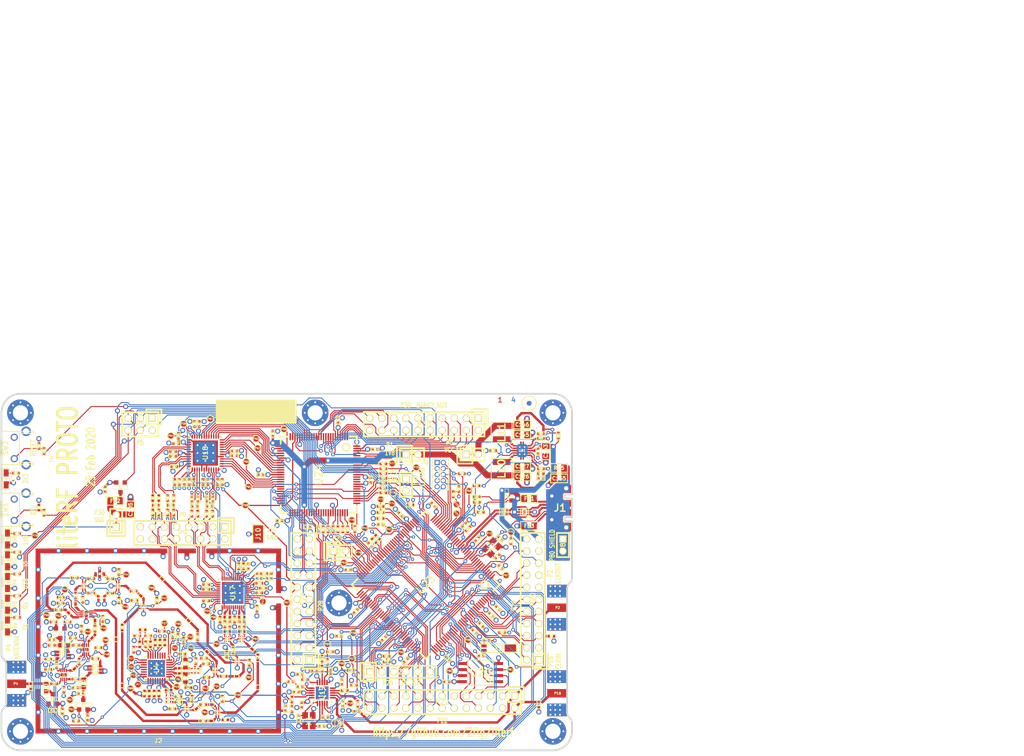
<source format=kicad_pcb>
(kicad_pcb (version 20171130) (host pcbnew "(5.1.4)-1")
  (title_block (date "19 may 2014"))
  (layers (0 C1F signal) (1 C2 signal) (2 C3 signal) (31 C4B signal) (34 B.Paste user) (35 F.Paste user) (36 B.SilkS user) (37 F.SilkS user) (38 B.Mask user) (39 F.Mask user) (44 Edge.Cuts user))
  (net 0 "")
  (net 1 !MIX_BYPASS)
  (net 2 !RX_AMP_PWR)
  (net 3 !TX_AMP_PWR)
  (net 4 !VAA_ENABLE)
  (net 5 +1.8V)
  (net 6 /baseband/CLK0)
  (net 7 /baseband/CLK1)
  (net 8 /baseband/CLK2)
  (net 9 /baseband/CLK3)
  (net 10 /baseband/CLK5)
  (net 11 /baseband/COM)
  (net 12 /baseband/CPOUT+)
  (net 13 /baseband/CPOUT-)
  (net 14 /baseband/IA+)
  (net 15 /baseband/IA-)
  (net 16 /baseband/ID+)
  (net 17 /baseband/ID-)
  (net 18 /baseband/INTR)
  (net 19 /baseband/OEB)
  (net 20 /baseband/QA+)
  (net 21 /baseband/QA-)
  (net 22 /baseband/QD+)
  (net 23 /baseband/QD-)
  (net 24 /baseband/REFN)
  (net 25 /baseband/REFP)
  (net 26 /baseband/RXBBI+)
  (net 27 /baseband/RXBBI-)
  (net 28 /baseband/RXBBQ+)
  (net 29 /baseband/RXBBQ-)
  (net 30 /baseband/TXBBI+)
  (net 31 /baseband/TXBBI-)
  (net 32 /baseband/TXBBQ+)
  (net 33 /baseband/TXBBQ-)
  (net 34 /baseband/XA)
  (net 35 /baseband/XB)
  (net 36 /baseband/XCVR_CLKOUT)
  (net 37 /baseband/XTAL2)
  (net 38 /frontend/!ANT_BIAS)
  (net 39 /frontend/REF_IN)
  (net 40 /frontend/RX_AMP_OUT)
  (net 41 /frontend/TX_AMP_IN)
  (net 42 /frontend/TX_AMP_OUT)
  (net 43 /mcu/usb/power/ADC0_0)
  (net 44 /mcu/usb/power/ADC0_2)
  (net 45 /mcu/usb/power/ADC0_5)
  (net 46 /mcu/usb/power/ADC0_6)
  (net 47 /mcu/usb/power/B1AUX13)
  (net 48 /mcu/usb/power/B1AUX14)
  (net 49 /mcu/usb/power/B2AUX1)
  (net 50 /mcu/usb/power/B2AUX10)
  (net 51 /mcu/usb/power/B2AUX11)
  (net 52 /mcu/usb/power/B2AUX12)
  (net 53 /mcu/usb/power/B2AUX13)
  (net 54 /mcu/usb/power/B2AUX14)
  (net 55 /mcu/usb/power/B2AUX15)
  (net 56 /mcu/usb/power/B2AUX16)
  (net 57 /mcu/usb/power/B2AUX2)
  (net 58 /mcu/usb/power/B2AUX3)
  (net 59 /mcu/usb/power/B2AUX4)
  (net 60 /mcu/usb/power/B2AUX5)
  (net 61 /mcu/usb/power/B2AUX6)
  (net 62 /mcu/usb/power/B2AUX7)
  (net 63 /mcu/usb/power/B2AUX8)
  (net 64 /mcu/usb/power/B2AUX9)
  (net 65 /mcu/usb/power/BANK2F3M1)
  (net 66 /mcu/usb/power/BANK2F3M10)
  (net 67 /mcu/usb/power/BANK2F3M11)
  (net 68 /mcu/usb/power/BANK2F3M12)
  (net 69 /mcu/usb/power/BANK2F3M14)
  (net 70 /mcu/usb/power/BANK2F3M15)
  (net 71 /mcu/usb/power/BANK2F3M16)
  (net 72 /mcu/usb/power/BANK2F3M2)
  (net 73 /mcu/usb/power/BANK2F3M3)
  (net 74 /mcu/usb/power/BANK2F3M4)
  (net 75 /mcu/usb/power/BANK2F3M5)
  (net 76 /mcu/usb/power/BANK2F3M6)
  (net 77 /mcu/usb/power/BANK2F3M7)
  (net 78 /mcu/usb/power/BANK2F3M8)
  (net 79 /mcu/usb/power/BANK2F3M9)
  (net 80 /mcu/usb/power/CPLD_TCK)
  (net 81 /mcu/usb/power/CPLD_TDI)
  (net 82 /mcu/usb/power/CPLD_TDO)
  (net 83 /mcu/usb/power/CPLD_TMS)
  (net 84 /mcu/usb/power/DBGEN)
  (net 85 /mcu/usb/power/DM)
  (net 86 /mcu/usb/power/DP)
  (net 87 /mcu/usb/power/EN1V8)
  (net 88 /mcu/usb/power/GCK0)
  (net 89 /mcu/usb/power/GPIO3_10)
  (net 90 /mcu/usb/power/GPIO3_11)
  (net 91 /mcu/usb/power/GPIO3_12)
  (net 92 /mcu/usb/power/GPIO3_13)
  (net 93 /mcu/usb/power/GPIO3_14)
  (net 94 /mcu/usb/power/GPIO3_15)
  (net 95 /mcu/usb/power/GPIO3_8)
  (net 96 /mcu/usb/power/GPIO3_9)
  (net 97 /mcu/usb/power/GP_CLKIN)
  (net 98 /mcu/usb/power/I2C1_SCL)
  (net 99 /mcu/usb/power/I2C1_SDA)
  (net 100 /mcu/usb/power/I2S0_RX_MCLK)
  (net 101 /mcu/usb/power/I2S0_RX_SCK)
  (net 102 /mcu/usb/power/I2S0_RX_SDA)
  (net 103 /mcu/usb/power/I2S0_RX_WS)
  (net 104 /mcu/usb/power/I2S0_TX_MCLK)
  (net 105 /mcu/usb/power/I2S0_TX_SCK)
  (net 106 /mcu/usb/power/ISP)
  (net 107 /mcu/usb/power/LED1)
  (net 108 /mcu/usb/power/LED2)
  (net 109 /mcu/usb/power/LED3)
  (net 110 /mcu/usb/power/P1_1)
  (net 111 /mcu/usb/power/P1_2)
  (net 112 /mcu/usb/power/P2_13)
  (net 113 /mcu/usb/power/P2_8)
  (net 114 /mcu/usb/power/P2_9)
  (net 115 /mcu/usb/power/REG_OUT1)
  (net 116 /mcu/usb/power/REG_OUT2)
  (net 117 /mcu/usb/power/RESET)
  (net 118 /mcu/usb/power/RREF)
  (net 119 /mcu/usb/power/RTCX1)
  (net 120 /mcu/usb/power/RTCX2)
  (net 121 /mcu/usb/power/RTC_ALARM)
  (net 122 /mcu/usb/power/SD_CD)
  (net 123 /mcu/usb/power/SD_CLK)
  (net 124 /mcu/usb/power/SD_CMD)
  (net 125 /mcu/usb/power/SD_DAT0)
  (net 126 /mcu/usb/power/SD_DAT1)
  (net 127 /mcu/usb/power/SD_DAT2)
  (net 128 /mcu/usb/power/SD_DAT3)
  (net 129 /mcu/usb/power/SD_POW)
  (net 130 /mcu/usb/power/SD_VOLT0)
  (net 131 /mcu/usb/power/SGPIO0)
  (net 132 /mcu/usb/power/SGPIO1)
  (net 133 /mcu/usb/power/SGPIO10)
  (net 134 /mcu/usb/power/SGPIO11)
  (net 135 /mcu/usb/power/SGPIO12)
  (net 136 /mcu/usb/power/SGPIO13)
  (net 137 /mcu/usb/power/SGPIO14)
  (net 138 /mcu/usb/power/SGPIO15)
  (net 139 /mcu/usb/power/SGPIO2)
  (net 140 /mcu/usb/power/SGPIO3)
  (net 141 /mcu/usb/power/SGPIO4)
  (net 142 /mcu/usb/power/SGPIO5)
  (net 143 /mcu/usb/power/SGPIO6)
  (net 144 /mcu/usb/power/SGPIO7)
  (net 145 /mcu/usb/power/SGPIO9)
  (net 146 /mcu/usb/power/SPIFI_CS)
  (net 147 /mcu/usb/power/SPIFI_MISO)
  (net 148 /mcu/usb/power/SPIFI_MOSI)
  (net 149 /mcu/usb/power/SPIFI_SCK)
  (net 150 /mcu/usb/power/SPIFI_SIO2)
  (net 151 /mcu/usb/power/SPIFI_SIO3)
  (net 152 /mcu/usb/power/TCK)
  (net 153 /mcu/usb/power/TDI)
  (net 154 /mcu/usb/power/TDO)
  (net 155 /mcu/usb/power/TMS)
  (net 156 /mcu/usb/power/U0_RXD)
  (net 157 /mcu/usb/power/U0_TXD)
  (net 158 /mcu/usb/power/USB_SHIELD)
  (net 159 /mcu/usb/power/VBAT)
  (net 160 /mcu/usb/power/VBUS)
  (net 161 /mcu/usb/power/VBUSCTRL)
  (net 162 /mcu/usb/power/VIN)
  (net 163 /mcu/usb/power/VREGMODE)
  (net 164 /mcu/usb/power/WAKEUP)
  (net 165 /mcu/usb/power/XTAL1)
  (net 166 /mcu/usb/power/XTAL2)
  (net 167 AMP_BYPASS)
  (net 168 CLK6)
  (net 169 CLKIN)
  (net 170 CLKOUT)
  (net 171 CS_AD)
  (net 172 CS_XCVR)
  (net 173 DA0)
  (net 174 DA1)
  (net 175 DA2)
  (net 176 DA3)
  (net 177 DA4)
  (net 178 DA5)
  (net 179 DA6)
  (net 180 DA7)
  (net 181 DD0)
  (net 182 DD1)
  (net 183 DD2)
  (net 184 DD3)
  (net 185 DD4)
  (net 186 DD5)
  (net 187 DD6)
  (net 188 DD7)
  (net 189 DD8)
  (net 190 DD9)
  (net 191 GCK1)
  (net 192 GCK2)
  (net 193 GND)
  (net 194 HP)
  (net 195 LP)
  (net 196 MCU_CLK)
  (net 197 MIXER_ENX)
  (net 198 MIXER_RESETX)
  (net 199 MIXER_SCLK)
  (net 200 MIXER_SDATA)
  (net 201 MIX_BYPASS)
  (net 202 MIX_CLK)
  (net 203 RSSI)
  (net 204 RX)
  (net 205 RXENABLE)
  (net 206 RX_AMP)
  (net 207 RX_IF)
  (net 208 RX_MIX_BP)
  (net 209 SCL)
  (net 210 SDA)
  (net 211 SGPIO_CLK)
  (net 212 SSP1_MISO)
  (net 213 SSP1_MOSI)
  (net 214 SSP1_SCK)
  (net 215 TX)
  (net 216 TXENABLE)
  (net 217 TX_AMP)
  (net 218 TX_IF)
  (net 219 TX_MIX_BP)
  (net 220 VAA)
  (net 221 VCC)
  (net 222 XCVR_EN)
  (net 223 "Net-(C8-Pad2)")
  (net 224 "Net-(C9-Pad2)")
  (net 225 "Net-(C9-Pad1)")
  (net 226 "Net-(C12-Pad1)")
  (net 227 "Net-(C13-Pad1)")
  (net 228 "Net-(C14-Pad2)")
  (net 229 "Net-(C14-Pad1)")
  (net 230 "Net-(C15-Pad2)")
  (net 231 "Net-(C17-Pad2)")
  (net 232 "Net-(C17-Pad1)")
  (net 233 "Net-(C18-Pad2)")
  (net 234 "Net-(C18-Pad1)")
  (net 235 "Net-(C20-Pad2)")
  (net 236 "Net-(C20-Pad1)")
  (net 237 "Net-(C21-Pad2)")
  (net 238 "Net-(C21-Pad1)")
  (net 239 "Net-(C23-Pad2)")
  (net 240 "Net-(C23-Pad1)")
  (net 241 "Net-(C25-Pad1)")
  (net 242 "Net-(C26-Pad2)")
  (net 243 "Net-(C26-Pad1)")
  (net 244 "Net-(C27-Pad2)")
  (net 245 "Net-(C27-Pad1)")
  (net 246 "Net-(C28-Pad2)")
  (net 247 "Net-(C28-Pad1)")
  (net 248 "Net-(C31-Pad2)")
  (net 249 "Net-(C31-Pad1)")
  (net 250 "Net-(C32-Pad2)")
  (net 251 "Net-(C32-Pad1)")
  (net 252 "Net-(C43-Pad2)")
  (net 253 "Net-(C43-Pad1)")
  (net 254 "Net-(C44-Pad2)")
  (net 255 "Net-(C44-Pad1)")
  (net 256 "Net-(C46-Pad2)")
  (net 257 "Net-(C46-Pad1)")
  (net 258 "Net-(C48-Pad1)")
  (net 259 "Net-(C49-Pad2)")
  (net 260 "Net-(C50-Pad1)")
  (net 261 "Net-(C51-Pad2)")
  (net 262 "Net-(C51-Pad1)")
  (net 263 "Net-(C163-Pad2)")
  (net 264 "Net-(C58-Pad2)")
  (net 265 "Net-(C58-Pad1)")
  (net 266 "Net-(C59-Pad2)")
  (net 267 "Net-(C61-Pad2)")
  (net 268 "Net-(C61-Pad1)")
  (net 269 "Net-(C62-Pad2)")
  (net 270 "Net-(C64-Pad2)")
  (net 271 "Net-(C64-Pad1)")
  (net 272 "Net-(C99-Pad2)")
  (net 273 "Net-(C99-Pad1)")
  (net 274 "Net-(C102-Pad2)")
  (net 275 "Net-(C102-Pad1)")
  (net 276 "Net-(C104-Pad2)")
  (net 277 "Net-(C104-Pad1)")
  (net 278 "Net-(C105-Pad1)")
  (net 279 "Net-(C106-Pad1)")
  (net 280 "Net-(C111-Pad2)")
  (net 281 "Net-(C111-Pad1)")
  (net 282 "Net-(C114-Pad2)")
  (net 283 "Net-(C114-Pad1)")
  (net 284 "Net-(C125-Pad2)")
  (net 285 "Net-(C160-Pad1)")
  (net 286 "Net-(D2-Pad2)")
  (net 287 "Net-(D4-Pad2)")
  (net 288 "Net-(D5-Pad2)")
  (net 289 "Net-(D6-Pad2)")
  (net 290 "Net-(D7-Pad2)")
  (net 291 "Net-(D8-Pad2)")
  (net 292 "Net-(FB1-Pad1)")
  (net 293 "Net-(FB2-Pad1)")
  (net 294 "Net-(FB3-Pad1)")
  (net 295 "Net-(J1-Pad4)")
  (net 296 "Net-(J1-Pad3)")
  (net 297 "Net-(J1-Pad2)")
  (net 298 "Net-(L1-Pad2)")
  (net 299 "Net-(L1-Pad1)")
  (net 300 "Net-(L2-Pad1)")
  (net 301 "Net-(L3-Pad1)")
  (net 302 "Net-(L10-Pad1)")
  (net 303 "Net-(L11-Pad2)")
  (net 304 "Net-(L13-Pad1)")
  (net 305 "Net-(P6-Pad1)")
  (net 306 "Net-(P7-Pad1)")
  (net 307 "Net-(P17-Pad1)")
  (net 308 "Net-(P19-Pad1)")
  (net 309 "Net-(P24-Pad1)")
  (net 310 "Net-(P25-Pad3)")
  (net 311 "Net-(P26-Pad7)")
  (net 312 "Net-(R4-Pad2)")
  (net 313 "Net-(R30-Pad2)")
  (net 314 "Net-(R19-Pad2)")
  (net 315 "Net-(R51-Pad1)")
  (net 316 "Net-(R52-Pad2)")
  (net 317 "Net-(R55-Pad2)")
  (net 318 "Net-(R62-Pad1)")
  (net 319 "Net-(U4-Pad1)")
  (net 320 "Net-(U4-Pad2)")
  (net 321 "Net-(U4-Pad3)")
  (net 322 "Net-(U4-Pad11)")
  (net 323 "Net-(U4-Pad13)")
  (net 324 "Net-(U4-Pad14)")
  (net 325 "Net-(U4-Pad17)")
  (net 326 "Net-(U4-Pad18)")
  (net 327 "Net-(U4-Pad20)")
  (net 328 "Net-(U4-Pad21)")
  (net 329 "Net-(U9-Pad2)")
  (net 330 "Net-(U12-Pad2)")
  (net 331 "Net-(U14-Pad2)")
  (net 332 "Net-(U15-Pad4)")
  (net 333 "Net-(U15-Pad6)")
  (net 334 "Net-(U17-Pad3)")
  (net 335 "Net-(U17-Pad6)")
  (net 336 "Net-(U17-Pad8)")
  (net 337 "Net-(U17-Pad9)")
  (net 338 "Net-(U17-Pad12)")
  (net 339 "Net-(U17-Pad14)")
  (net 340 "Net-(U17-Pad18)")
  (net 341 "Net-(U17-Pad33)")
  (net 342 "Net-(U17-Pad34)")
  (net 343 "Net-(U17-Pad40)")
  (net 344 "Net-(U18-Pad38)")
  (net 345 "Net-(U23-Pad89)")
  (net 346 "Net-(U23-Pad90)")
  (net 347 "Net-(U23-Pad136)")
  (net 348 "Net-(U23-Pad138)")
  (net 349 "Net-(U23-Pad139)")
  (net 350 "Net-(U24-Pad14)")
  (net 351 "Net-(U24-Pad15)")
  (net 352 "Net-(U24-Pad16)")
  (net 353 "Net-(U24-Pad20)")
  (net 354 "Net-(U24-Pad25)")
  (net 355 "Net-(U24-Pad44)")
  (net 356 "Net-(U24-Pad46)")
  (net 357 "Net-(U24-Pad49)")
  (net 358 "Net-(U24-Pad50)")
  (net 359 "Net-(U24-Pad52)")
  (net 360 "Net-(U24-Pad53)")
  (net 361 "Net-(U24-Pad54)")
  (net 362 "Net-(U24-Pad58)")
  (net 363 "Net-(U24-Pad59)")
  (net 364 "Net-(U24-Pad60)")
  (net 365 "Net-(U24-Pad63)")
  (net 366 "Net-(U24-Pad65)")
  (net 367 "Net-(U24-Pad66)")
  (net 368 "Net-(U24-Pad68)")
  (net 369 "Net-(U24-Pad73)")
  (net 370 "Net-(U24-Pad75)")
  (net 371 "Net-(U24-Pad80)")
  (net 372 "Net-(U24-Pad82)")
  (net 373 "Net-(U24-Pad85)")
  (net 374 "Net-(U24-Pad86)")
  (net 375 "Net-(U24-Pad87)")
  (net 376 "Net-(U24-Pad93)")
  (net 377 "Net-(U24-Pad95)")
  (net 378 "Net-(U24-Pad96)")
  (module hackrf:GSG-QFN20-4 (layer C1F) (at 127.4692 162.926 90)
    (fp_text reference U19 (at 0 0 90) (layer F.SilkS) (effects (font (size 1.00076 1.00076) (thickness 0.2032))))
    (fp_text value SI5351C hide)
    (pad 1 smd oval (at -2.2 -1 90) (size 1.2 0.32) (layers C1F F.Paste F.Mask) (net 34 /baseband/XA))
    (pad 2 smd oval (at -2.2 -0.5 90) (size 1.2 0.32) (layers C1F F.Paste F.Mask) (net 35 /baseband/XB))
    (pad 3 smd oval (at -2.2 0 90) (size 1.2 0.32) (layers C1F F.Paste F.Mask) (net 18 /baseband/INTR))
    (pad 4 smd oval (at -2.2 0.5 90) (size 1.2 0.32) (layers C1F F.Paste F.Mask) (net 209 SCL))
    (pad 5 smd oval (at -2.2 1 90) (size 1.2 0.32) (layers C1F F.Paste F.Mask) (net 210 SDA))
    (pad 6 smd oval (at -1 2.2 180) (size 1.2 0.32) (layers C1F F.Paste F.Mask) (net 169 CLKIN))
    (pad 7 smd oval (at -0.5 2.2 180) (size 1.2 0.32) (layers C1F F.Paste F.Mask) (net 19 /baseband/OEB))
    (pad 8 smd oval (at 0 2.2 180) (size 1.2 0.32) (layers C1F F.Paste F.Mask) (net 9 /baseband/CLK3))
    (pad 9 smd oval (at 0.5 2.2 180) (size 1.2 0.32) (layers C1F F.Paste F.Mask) (net 8 /baseband/CLK2))
    (pad 10 smd oval (at 1 2.2 180) (size 1.2 0.32) (layers C1F F.Paste F.Mask) (net 221 VCC))
    (pad 11 smd oval (at 2.2 1 90) (size 1.2 0.32) (layers C1F F.Paste F.Mask) (net 221 VCC))
    (pad 12 smd oval (at 2.2 0.5 90) (size 1.2 0.32) (layers C1F F.Paste F.Mask) (net 7 /baseband/CLK1))
    (pad 13 smd oval (at 2.2 0 90) (size 1.2 0.32) (layers C1F F.Paste F.Mask) (net 6 /baseband/CLK0))
    (pad 14 smd oval (at 2.2 -0.5 90) (size 1.2 0.32) (layers C1F F.Paste F.Mask) (net 221 VCC))
    (pad 15 smd oval (at 2.2 -1 90) (size 1.2 0.32) (layers C1F F.Paste F.Mask) (net 196 MCU_CLK))
    (pad 16 smd oval (at 1 -2.2 180) (size 1.2 0.32) (layers C1F F.Paste F.Mask) (net 168 CLK6))
    (pad 17 smd oval (at 0.5 -2.2 180) (size 1.2 0.32) (layers C1F F.Paste F.Mask) (net 10 /baseband/CLK5))
    (pad 18 smd oval (at 0 -2.2 180) (size 1.2 0.32) (layers C1F F.Paste F.Mask) (net 221 VCC))
    (pad 19 smd oval (at -0.5 -2.2 180) (size 1.2 0.32) (layers C1F F.Paste F.Mask) (net 202 MIX_CLK))
    (pad 20 smd oval (at -1 -2.2 180) (size 1.2 0.32) (layers C1F F.Paste F.Mask) (net 221 VCC))
    (pad 0 smd rect (at 0 0 90) (size 2.65 2.65) (layers C1F F.Mask) (net 193 GND))
    (pad 0 thru_hole circle (at 0 0 90) (size 0.6 0.6) (drill 0.35) (layers *.Cu B.Mask) (net 193 GND))
    (pad 0 thru_hole circle (at -0.66 -0.66 90) (size 0.6 0.6) (drill 0.35) (layers *.Cu B.Mask) (net 193 GND))
    (pad 0 thru_hole circle (at 0.66 -0.66 90) (size 0.6 0.6) (drill 0.35) (layers *.Cu B.Mask) (net 193 GND))
    (pad 0 thru_hole circle (at 0.66 0.66 90) (size 0.6 0.6) (drill 0.35) (layers *.Cu B.Mask) (net 193 GND))
    (pad 0 thru_hole circle (at -0.66 0.66 90) (size 0.6 0.6) (drill 0.35) (layers *.Cu B.Mask) (net 193 GND))
    (pad 0 smd rect (at -0.66 -0.66 90) (size 1.32 1.32) (layers C1F F.Paste) (net 193 GND))
    (pad 0 smd rect (at 0.66 -0.66 90) (size 1.32 1.32) (layers C1F F.Paste) (net 193 GND))
    (pad 0 smd rect (at -0.66 0.66 90) (size 1.32 1.32) (layers C1F F.Paste) (net 193 GND))
    (pad 0 smd rect (at 0.66 0.66 90) (size 1.32 1.32) (layers C1F F.Paste) (net 193 GND))
  )
  (module GSG-TESTPOINT-30MIL-MASKONLY (layer C1F) (at 89.31402 142.49908)
    (fp_text reference TESTPOINT-30MIL-MASKONLY hide)
    (fp_text value VAL** hide)
  )
  (module GSG-TESTPOINT-30MIL-MASKONLY (layer C1F) (at 84.1046 151.6574)
    (fp_text reference TESTPOINT-30MIL-MASKONLY hide)
    (fp_text value VAL** hide)
  )
  (module GSG-TESTPOINT-30MIL-MASKONLY (layer C1F) (at 75.57516 144.21358)
    (fp_text reference TESTPOINT-30MIL-MASKONLY hide)
    (fp_text value VAL** hide)
  )
  (module GSG-TESTPOINT-30MIL-MASKONLY (layer C1F) (at 74.0537 146.1516)
    (fp_text reference TESTPOINT-30MIL-MASKONLY hide)
    (fp_text value VAL** hide)
  )
  (module GSG-TESTPOINT-30MIL-MASKONLY (layer C1F) (at 93.782 138.932)
    (fp_text reference TESTPOINT-30MIL-MASKONLY hide)
    (fp_text value VAL** hide)
  )
  (module GSG-TESTPOINT-30MIL-MASKONLY (layer C1F) (at 85.4 161.3602)
    (fp_text reference TESTPOINT-30MIL-MASKONLY hide)
    (fp_text value VAL** hide)
  )
  (module GSG-TESTPOINT-30MIL-MASKONLY (layer C1F) (at 75.33894 157.8483)
    (fp_text reference TESTPOINT-30MIL-MASKONLY hide)
    (fp_text value VAL** hide)
  )
  (module GSG-TESTPOINT-30MIL-MASKONLY (layer C1F) (at 79.0321 151.36114)
    (fp_text reference TESTPOINT-30MIL-MASKONLY hide)
    (fp_text value VAL** hide)
  )
  (module GSG-TESTPOINT-30MIL-MASKONLY (layer C1F) (at 113.919 161.74974)
    (fp_text reference TESTPOINT-30MIL-MASKONLY hide)
    (fp_text value VAL** hide)
  )
  (module GSG-TESTPOINT-30MIL-MASKONLY (layer C1F) (at 104.11206 168.79824)
    (fp_text reference TESTPOINT-30MIL-MASKONLY hide)
    (fp_text value VAL** hide)
  )
  (module GSG-TESTPOINT-30MIL-MASKONLY (layer C1F) (at 104.25176 165.37432)
    (fp_text reference TESTPOINT-30MIL-MASKONLY hide)
    (fp_text value VAL** hide)
  )
  (module GSG-TESTPOINT-30MIL-MASKONLY (layer C1F) (at 101.0158 166.26332)
    (fp_text reference TESTPOINT-30MIL-MASKONLY hide)
    (fp_text value VAL** hide)
  )
  (module GSG-TESTPOINT-30MIL-MASKONLY (layer C1F) (at 79.6671 147.71116)
    (fp_text reference TESTPOINT-30MIL-MASKONLY hide)
    (fp_text value VAL** hide)
  )
  (module GSG-TESTPOINT-30MIL-MASKONLY (layer C1F) (at 109.47654 159.42564)
    (fp_text reference TESTPOINT-30MIL-MASKONLY hide)
    (fp_text value VAL** hide)
  )
  (module GSG-TESTPOINT-30MIL-MASKONLY (layer C1F) (at 99.36226 147.6883)
    (fp_text reference TESTPOINT-30MIL-MASKONLY hide)
    (fp_text value VAL** hide)
  )
  (module GSG-TESTPOINT-30MIL-MASKONLY (layer C1F) (at 103.23068 154.2796)
    (fp_text reference TESTPOINT-30MIL-MASKONLY hide)
    (fp_text value VAL** hide)
  )
  (module GSG-TESTPOINT-30MIL-MASKONLY (layer C1F) (at 112.71504 153.71064)
    (fp_text reference TESTPOINT-30MIL-MASKONLY hide)
    (fp_text value VAL** hide)
  )
  (module GSG-MARK1MM (layer C1F) (at 171 102)
    (fp_text reference MARK1MM hide)
    (fp_text value VAL** hide)
    (pad "" smd circle (at 0 0) (size 1 1) (layers *.Cu *.Mask))
  )
  (module gsg-modules:LTST-S220 (layer C1F) (at 61 117.9 270)
    (fp_text reference D7 (at 0 -1.5 270) (layer F.SilkS) (effects (font (size 0.762 0.762) (thickness 0.1905))))
    (fp_text value VCCLED hide)
    (pad 1 smd rect (at 1.25 0 270) (size 1.5 1) (layers C1F F.Paste F.Mask) (net 193 GND) (clearance 0.1778))
    (pad 2 smd rect (at -1.25 0 270) (size 1.5 1) (layers C1F F.Paste F.Mask) (net 290 "Net-(D7-Pad2)") (clearance 0.1778))
  )
  (module gsg-modules:LTST-S220 (layer C1F) (at 61.27 130.55 270)
    (fp_text reference D8 (at 0 -1.5 270) (layer F.SilkS) (effects (font (size 0.762 0.762) (thickness 0.1905))))
    (fp_text value 1V8LED hide)
    (pad 1 smd rect (at 1.25 0 270) (size 1.5 1) (layers C1F F.Paste F.Mask) (net 193 GND) (clearance 0.1778))
    (pad 2 smd rect (at -1.25 0 270) (size 1.5 1) (layers C1F F.Paste F.Mask) (net 291 "Net-(D8-Pad2)") (clearance 0.1778))
  )
  (module gsg-modules:LTST-S220 (layer C1F) (at 61.27 135.122 270)
    (fp_text reference D2 (at 0 -1.5 270) (layer F.SilkS) (effects (font (size 0.762 0.762) (thickness 0.1905))))
    (fp_text value VAALED hide)
    (pad 1 smd rect (at 1.25 0 270) (size 1.5 1) (layers C1F F.Paste F.Mask) (net 193 GND) (clearance 0.1778))
    (pad 2 smd rect (at -1.25 0 270) (size 1.5 1) (layers C1F F.Paste F.Mask) (net 286 "Net-(D2-Pad2)") (clearance 0.1778))
  )
  (module gsg-modules:LTST-S220 (layer C1F) (at 61.27 139.694 270)
    (fp_text reference D4 (at 0 -1.5 270) (layer F.SilkS) (effects (font (size 0.762 0.762) (thickness 0.1905))))
    (fp_text value USBLED hide)
    (pad 1 smd rect (at 1.25 0 270) (size 1.5 1) (layers C1F F.Paste F.Mask) (net 193 GND) (clearance 0.1778))
    (pad 2 smd rect (at -1.25 0 270) (size 1.5 1) (layers C1F F.Paste F.Mask) (net 287 "Net-(D4-Pad2)") (clearance 0.1778))
  )
  (module gsg-modules:LTST-S220 (layer C1F) (at 61.27 144.266 270)
    (fp_text reference D5 (at 0 -1.5 270) (layer F.SilkS) (effects (font (size 0.762 0.762) (thickness 0.1905))))
    (fp_text value RXLED hide)
    (pad 1 smd rect (at 1.25 0 270) (size 1.5 1) (layers C1F F.Paste F.Mask) (net 193 GND) (clearance 0.1778))
    (pad 2 smd rect (at -1.25 0 270) (size 1.5 1) (layers C1F F.Paste F.Mask) (net 288 "Net-(D5-Pad2)") (clearance 0.1778))
  )
  (module gsg-modules:LTST-S220 (layer C1F) (at 61.27 148.838 270)
    (fp_text reference D6 (at 0 -1.5 270) (layer F.SilkS) (effects (font (size 0.762 0.762) (thickness 0.1905))))
    (fp_text value TXLED hide)
    (pad 1 smd rect (at 1.25 0 270) (size 1.5 1) (layers C1F F.Paste F.Mask) (net 193 GND) (clearance 0.1778))
    (pad 2 smd rect (at -1.25 0 270) (size 1.5 1) (layers C1F F.Paste F.Mask) (net 289 "Net-(D6-Pad2)") (clearance 0.1778))
  )
  (module hackrf:GSG-0402 (layer C1F) (at 91.0964 163.0468 270)
    (fp_text reference C1 (at 0 0.0508 270) (layer F.SilkS) (effects (font (size 0.4064 0.4064) (thickness 0.1016))))
    (fp_text value 33pF hide)
    (pad 2 smd rect (at 0.5334 0 270) (size 0.508 0.5588) (layers C1F F.Paste F.Mask) (net 193 GND))
    (pad 1 smd rect (at -0.5334 0 270) (size 0.508 0.5588) (layers C1F F.Paste F.Mask) (net 221 VCC))
  )
  (module hackrf:GSG-0402 (layer C1F) (at 90.0804 163.0468 270)
    (fp_text reference C2 (at 0 0.0508 270) (layer F.SilkS) (effects (font (size 0.4064 0.4064) (thickness 0.1016))))
    (fp_text value 10nF hide)
    (pad 2 smd rect (at 0.5334 0 270) (size 0.508 0.5588) (layers C1F F.Paste F.Mask) (net 193 GND))
    (pad 1 smd rect (at -0.5334 0 270) (size 0.508 0.5588) (layers C1F F.Paste F.Mask) (net 221 VCC))
  )
  (module hackrf:GSG-0402 (layer C1F) (at 93.1284 163.0468 270)
    (fp_text reference C3 (at 0 0.0508 270) (layer F.SilkS) (effects (font (size 0.4064 0.4064) (thickness 0.1016))))
    (fp_text value 33pF hide)
    (pad 2 smd rect (at 0.5334 0 270) (size 0.508 0.5588) (layers C1F F.Paste F.Mask) (net 193 GND))
    (pad 1 smd rect (at -0.5334 0 270) (size 0.508 0.5588) (layers C1F F.Paste F.Mask) (net 220 VAA))
  )
  (module hackrf:GSG-0402 (layer C1F) (at 92.1124 163.0468 270)
    (fp_text reference C4 (at 0 0.0508 270) (layer F.SilkS) (effects (font (size 0.4064 0.4064) (thickness 0.1016))))
    (fp_text value 10nF hide)
    (pad 2 smd rect (at 0.5334 0 270) (size 0.508 0.5588) (layers C1F F.Paste F.Mask) (net 193 GND))
    (pad 1 smd rect (at -0.5334 0 270) (size 0.508 0.5588) (layers C1F F.Paste F.Mask) (net 220 VAA))
  )
  (module hackrf:GSG-0402 (layer C1F) (at 92.341 152.328 90)
    (fp_text reference C5 (at 0 0.0508 90) (layer F.SilkS) (effects (font (size 0.4064 0.4064) (thickness 0.1016))))
    (fp_text value 33pF hide)
    (pad 2 smd rect (at 0.5334 0 90) (size 0.508 0.5588) (layers C1F F.Paste F.Mask) (net 193 GND))
    (pad 1 smd rect (at -0.5334 0 90) (size 0.508 0.5588) (layers C1F F.Paste F.Mask) (net 220 VAA))
  )
  (module hackrf:GSG-0402 (layer C1F) (at 93.357 152.328 90)
    (fp_text reference C6 (at 0 0.0508 90) (layer F.SilkS) (effects (font (size 0.4064 0.4064) (thickness 0.1016))))
    (fp_text value 10nF hide)
    (pad 2 smd rect (at 0.5334 0 90) (size 0.508 0.5588) (layers C1F F.Paste F.Mask) (net 193 GND))
    (pad 1 smd rect (at -0.5334 0 90) (size 0.508 0.5588) (layers C1F F.Paste F.Mask) (net 220 VAA))
  )
  (module hackrf:GSG-0402 (layer C1F) (at 107.084 168.5762 180)
    (fp_text reference C7 (at 0 0.0508 180) (layer F.SilkS) (effects (font (size 0.4064 0.4064) (thickness 0.1016))))
    (fp_text value 33pF hide)
    (pad 2 smd rect (at 0.5334 0 180) (size 0.508 0.5588) (layers C1F F.Paste F.Mask) (net 201 MIX_BYPASS))
    (pad 1 smd rect (at -0.5334 0 180) (size 0.508 0.5588) (layers C1F F.Paste F.Mask) (net 193 GND))
  )
  (module hackrf:GSG-0402 (layer C1F) (at 113.919 155.448 270)
    (fp_text reference C8 (at 0 0.0508 270) (layer F.SilkS) (effects (font (size 0.4064 0.4064) (thickness 0.1016))))
    (fp_text value 22pF hide)
    (pad 2 smd rect (at 0.5334 0 270) (size 0.508 0.5588) (layers C1F F.Paste F.Mask) (net 223 "Net-(C8-Pad2)"))
    (pad 1 smd rect (at -0.5334 0 270) (size 0.508 0.5588) (layers C1F F.Paste F.Mask) (net 218 TX_IF))
  )
  (module hackrf:GSG-0402 (layer C1F) (at 85.4 149.1682 90)
    (fp_text reference C9 (at 0 0.0508 90) (layer F.SilkS) (effects (font (size 0.4064 0.4064) (thickness 0.1016))))
    (fp_text value 100nF hide)
    (pad 2 smd rect (at 0.5334 0 90) (size 0.508 0.5588) (layers C1F F.Paste F.Mask) (net 224 "Net-(C9-Pad2)"))
    (pad 1 smd rect (at -0.5334 0 90) (size 0.508 0.5588) (layers C1F F.Paste F.Mask) (net 225 "Net-(C9-Pad1)"))
  )
  (module hackrf:GSG-0402 (layer C1F) (at 87.9808 143.4816)
    (fp_text reference C10 (at 0 0.0508) (layer F.SilkS) (effects (font (size 0.4064 0.4064) (thickness 0.1016))))
    (fp_text value 33pF hide)
    (pad 2 smd rect (at 0.5334 0) (size 0.508 0.5588) (layers C1F F.Paste F.Mask) (net 204 RX))
    (pad 1 smd rect (at -0.5334 0) (size 0.508 0.5588) (layers C1F F.Paste F.Mask) (net 193 GND))
  )
  (module hackrf:GSG-0402 (layer C1F) (at 84.7138 143.4622 90)
    (fp_text reference C11 (at 0 0.0508 90) (layer F.SilkS) (effects (font (size 0.4064 0.4064) (thickness 0.1016))))
    (fp_text value 33pF hide)
    (pad 2 smd rect (at 0.5334 0 90) (size 0.508 0.5588) (layers C1F F.Paste F.Mask) (net 195 LP))
    (pad 1 smd rect (at -0.5334 0 90) (size 0.508 0.5588) (layers C1F F.Paste F.Mask) (net 193 GND))
  )
  (module hackrf:GSG-0402 (layer C1F) (at 87.7944 153.8266 270)
    (fp_text reference C12 (at 0 0.0508 270) (layer F.SilkS) (effects (font (size 0.4064 0.4064) (thickness 0.1016))))
    (fp_text value 330pF hide)
    (pad 2 smd rect (at 0.5334 0 270) (size 0.508 0.5588) (layers C1F F.Paste F.Mask) (net 193 GND))
    (pad 1 smd rect (at -0.5334 0 270) (size 0.508 0.5588) (layers C1F F.Paste F.Mask) (net 226 "Net-(C12-Pad1)"))
  )
  (module hackrf:GSG-0402 (layer C1F) (at 88.5564 150.9056 180)
    (fp_text reference C13 (at 0 0.0508 180) (layer F.SilkS) (effects (font (size 0.4064 0.4064) (thickness 0.1016))))
    (fp_text value 330pF hide)
    (pad 2 smd rect (at 0.5334 0 180) (size 0.508 0.5588) (layers C1F F.Paste F.Mask) (net 193 GND))
    (pad 1 smd rect (at -0.5334 0 180) (size 0.508 0.5588) (layers C1F F.Paste F.Mask) (net 227 "Net-(C13-Pad1)"))
  )
  (module hackrf:GSG-0402 (layer C1F) (at 90.3344 152.6836 90)
    (fp_text reference C14 (at 0 0.0508 90) (layer F.SilkS) (effects (font (size 0.4064 0.4064) (thickness 0.1016))))
    (fp_text value 8p2 hide)
    (pad 2 smd rect (at 0.5334 0 90) (size 0.508 0.5588) (layers C1F F.Paste F.Mask) (net 228 "Net-(C14-Pad2)"))
    (pad 1 smd rect (at -0.5334 0 90) (size 0.508 0.5588) (layers C1F F.Paste F.Mask) (net 229 "Net-(C14-Pad1)"))
  )
  (module hackrf:GSG-0402 (layer C1F) (at 90.8424 150.9056)
    (fp_text reference C15 (at 0 0.0508) (layer F.SilkS) (effects (font (size 0.4064 0.4064) (thickness 0.1016))))
    (fp_text value 180pF hide)
    (pad 2 smd rect (at 0.5334 0) (size 0.508 0.5588) (layers C1F F.Paste F.Mask) (net 230 "Net-(C15-Pad2)"))
    (pad 1 smd rect (at -0.5334 0) (size 0.508 0.5588) (layers C1F F.Paste F.Mask) (net 229 "Net-(C14-Pad1)"))
  )
  (module hackrf:GSG-0402 (layer C1F) (at 106.4998 164.1566 90)
    (fp_text reference C16 (at 0 0.0508 90) (layer F.SilkS) (effects (font (size 0.4064 0.4064) (thickness 0.1016))))
    (fp_text value 33pF hide)
    (pad 2 smd rect (at 0.5334 0 90) (size 0.508 0.5588) (layers C1F F.Paste F.Mask) (net 193 GND))
    (pad 1 smd rect (at -0.5334 0 90) (size 0.508 0.5588) (layers C1F F.Paste F.Mask) (net 1 !MIX_BYPASS))
  )
  (module hackrf:GSG-0402 (layer C1F) (at 82.9358 141.9382)
    (fp_text reference C17 (at 0 0.0508) (layer F.SilkS) (effects (font (size 0.4064 0.4064) (thickness 0.1016))))
    (fp_text value 100nF hide)
    (pad 2 smd rect (at 0.5334 0) (size 0.508 0.5588) (layers C1F F.Paste F.Mask) (net 231 "Net-(C17-Pad2)"))
    (pad 1 smd rect (at -0.5334 0) (size 0.508 0.5588) (layers C1F F.Paste F.Mask) (net 232 "Net-(C17-Pad1)"))
  )
  (module hackrf:GSG-0402 (layer C1F) (at 78.8718 141.9382)
    (fp_text reference C18 (at 0 0.0508) (layer F.SilkS) (effects (font (size 0.4064 0.4064) (thickness 0.1016))))
    (fp_text value 100nF hide)
    (pad 2 smd rect (at 0.5334 0) (size 0.508 0.5588) (layers C1F F.Paste F.Mask) (net 233 "Net-(C18-Pad2)"))
    (pad 1 smd rect (at -0.5334 0) (size 0.508 0.5588) (layers C1F F.Paste F.Mask) (net 234 "Net-(C18-Pad1)"))
  )
  (module hackrf:GSG-0402 (layer C1F) (at 77.0938 143.3352 90)
    (fp_text reference C19 (at 0 0.0508 90) (layer F.SilkS) (effects (font (size 0.4064 0.4064) (thickness 0.1016))))
    (fp_text value 33pF hide)
    (pad 2 smd rect (at 0.5334 0 90) (size 0.508 0.5588) (layers C1F F.Paste F.Mask) (net 195 LP))
    (pad 1 smd rect (at -0.5334 0 90) (size 0.508 0.5588) (layers C1F F.Paste F.Mask) (net 193 GND))
  )
  (module hackrf:GSG-0402 (layer C1F) (at 87.8078 141.5288)
    (fp_text reference C20 (at 0 0.0508) (layer F.SilkS) (effects (font (size 0.4064 0.4064) (thickness 0.1016))))
    (fp_text value 100nF hide)
    (pad 2 smd rect (at 0.5334 0) (size 0.508 0.5588) (layers C1F F.Paste F.Mask) (net 235 "Net-(C20-Pad2)"))
    (pad 1 smd rect (at -0.5334 0) (size 0.508 0.5588) (layers C1F F.Paste F.Mask) (net 236 "Net-(C20-Pad1)"))
  )
  (module hackrf:GSG-0402 (layer C1F) (at 102.4382 165.3794 180)
    (fp_text reference C21 (at 0 0.0508 180) (layer F.SilkS) (effects (font (size 0.4064 0.4064) (thickness 0.1016))))
    (fp_text value 22pF hide)
    (pad 2 smd rect (at 0.5334 0 180) (size 0.508 0.5588) (layers C1F F.Paste F.Mask) (net 237 "Net-(C21-Pad2)"))
    (pad 1 smd rect (at -0.5334 0 180) (size 0.508 0.5588) (layers C1F F.Paste F.Mask) (net 238 "Net-(C21-Pad1)"))
  )
  (module hackrf:GSG-0402 (layer C1F) (at 95.9732 166.2726)
    (fp_text reference C22 (at 0 0.0508) (layer F.SilkS) (effects (font (size 0.4064 0.4064) (thickness 0.1016))))
    (fp_text value 33pF hide)
    (pad 2 smd rect (at 0.5334 0) (size 0.508 0.5588) (layers C1F F.Paste F.Mask) (net 204 RX))
    (pad 1 smd rect (at -0.5334 0) (size 0.508 0.5588) (layers C1F F.Paste F.Mask) (net 193 GND))
  )
  (module hackrf:GSG-0402 (layer C1F) (at 101.2698 151.1808 90)
    (fp_text reference C23 (at 0 0.0508 90) (layer F.SilkS) (effects (font (size 0.4064 0.4064) (thickness 0.1016))))
    (fp_text value 100nF hide)
    (pad 2 smd rect (at 0.5334 0 90) (size 0.508 0.5588) (layers C1F F.Paste F.Mask) (net 239 "Net-(C23-Pad2)"))
    (pad 1 smd rect (at -0.5334 0 90) (size 0.508 0.5588) (layers C1F F.Paste F.Mask) (net 240 "Net-(C23-Pad1)"))
  )
  (module hackrf:GSG-0402 (layer C1F) (at 92.6798 143.4816 270)
    (fp_text reference C24 (at 0 0.0508 270) (layer F.SilkS) (effects (font (size 0.4064 0.4064) (thickness 0.1016))))
    (fp_text value 33pF hide)
    (pad 2 smd rect (at 0.5334 0 270) (size 0.508 0.5588) (layers C1F F.Paste F.Mask) (net 215 TX))
    (pad 1 smd rect (at -0.5334 0 270) (size 0.508 0.5588) (layers C1F F.Paste F.Mask) (net 193 GND))
  )
  (module hackrf:GSG-0402 (layer C1F) (at 97.1924 163.7326)
    (fp_text reference C25 (at 0 0.0508) (layer F.SilkS) (effects (font (size 0.4064 0.4064) (thickness 0.1016))))
    (fp_text value 100nF hide)
    (pad 2 smd rect (at 0.5334 0) (size 0.508 0.5588) (layers C1F F.Paste F.Mask) (net 193 GND))
    (pad 1 smd rect (at -0.5334 0) (size 0.508 0.5588) (layers C1F F.Paste F.Mask) (net 241 "Net-(C25-Pad1)"))
  )
  (module hackrf:GSG-0402 (layer C1F) (at 78.8718 138.8902 180)
    (fp_text reference C26 (at 0 0.0508 180) (layer F.SilkS) (effects (font (size 0.4064 0.4064) (thickness 0.1016))))
    (fp_text value 47pF hide)
    (pad 2 smd rect (at 0.5334 0 180) (size 0.508 0.5588) (layers C1F F.Paste F.Mask) (net 242 "Net-(C26-Pad2)"))
    (pad 1 smd rect (at -0.5334 0 180) (size 0.508 0.5588) (layers C1F F.Paste F.Mask) (net 243 "Net-(C26-Pad1)"))
  )
  (module hackrf:GSG-0402 (layer C1F) (at 82.9358 138.8902)
    (fp_text reference C27 (at 0 0.0508) (layer F.SilkS) (effects (font (size 0.4064 0.4064) (thickness 0.1016))))
    (fp_text value 47pF hide)
    (pad 2 smd rect (at 0.5334 0) (size 0.508 0.5588) (layers C1F F.Paste F.Mask) (net 244 "Net-(C27-Pad2)"))
    (pad 1 smd rect (at -0.5334 0) (size 0.508 0.5588) (layers C1F F.Paste F.Mask) (net 245 "Net-(C27-Pad1)"))
  )
  (module hackrf:GSG-0402 (layer C1F) (at 97.1924 164.8756)
    (fp_text reference C28 (at 0 0.0508) (layer F.SilkS) (effects (font (size 0.4064 0.4064) (thickness 0.1016))))
    (fp_text value 100nF hide)
    (pad 2 smd rect (at 0.5334 0) (size 0.508 0.5588) (layers C1F F.Paste F.Mask) (net 246 "Net-(C28-Pad2)"))
    (pad 1 smd rect (at -0.5334 0) (size 0.508 0.5588) (layers C1F F.Paste F.Mask) (net 247 "Net-(C28-Pad1)"))
  )
  (module hackrf:GSG-0402 (layer C1F) (at 75.4174 138.7124 180)
    (fp_text reference C29 (at 0 0.0508 180) (layer F.SilkS) (effects (font (size 0.4064 0.4064) (thickness 0.1016))))
    (fp_text value 33pF hide)
    (pad 2 smd rect (at 0.5334 0 180) (size 0.508 0.5588) (layers C1F F.Paste F.Mask) (net 193 GND))
    (pad 1 smd rect (at -0.5334 0 180) (size 0.508 0.5588) (layers C1F F.Paste F.Mask) (net 194 HP))
  )
  (module hackrf:GSG-0402 (layer C1F) (at 84.7138 137.4932 90)
    (fp_text reference C30 (at 0 0.0508 90) (layer F.SilkS) (effects (font (size 0.4064 0.4064) (thickness 0.1016))))
    (fp_text value 33pF hide)
    (pad 2 smd rect (at 0.5334 0 90) (size 0.508 0.5588) (layers C1F F.Paste F.Mask) (net 193 GND))
    (pad 1 smd rect (at -0.5334 0 90) (size 0.508 0.5588) (layers C1F F.Paste F.Mask) (net 194 HP))
  )
  (module hackrf:GSG-0402 (layer C1F) (at 75.5952 142.4462 90)
    (fp_text reference C31 (at 0 0.0508 90) (layer F.SilkS) (effects (font (size 0.4064 0.4064) (thickness 0.1016))))
    (fp_text value 100nF hide)
    (pad 2 smd rect (at 0.5334 0 90) (size 0.508 0.5588) (layers C1F F.Paste F.Mask) (net 248 "Net-(C31-Pad2)"))
    (pad 1 smd rect (at -0.5334 0 90) (size 0.508 0.5588) (layers C1F F.Paste F.Mask) (net 249 "Net-(C31-Pad1)"))
  )
  (module hackrf:GSG-0402 (layer C1F) (at 102.4382 168.8084 180)
    (fp_text reference C32 (at 0 0.0508 180) (layer F.SilkS) (effects (font (size 0.4064 0.4064) (thickness 0.1016))))
    (fp_text value 22pF hide)
    (pad 2 smd rect (at 0.5334 0 180) (size 0.508 0.5588) (layers C1F F.Paste F.Mask) (net 250 "Net-(C32-Pad2)"))
    (pad 1 smd rect (at -0.5334 0 180) (size 0.508 0.5588) (layers C1F F.Paste F.Mask) (net 251 "Net-(C32-Pad1)"))
  )
  (module hackrf:GSG-0402 (layer C1F) (at 100.1134 164.139 90)
    (fp_text reference C33 (at 0 0.0508 90) (layer F.SilkS) (effects (font (size 0.4064 0.4064) (thickness 0.1016))))
    (fp_text value 33pF hide)
    (pad 2 smd rect (at 0.5334 0 90) (size 0.508 0.5588) (layers C1F F.Paste F.Mask) (net 193 GND))
    (pad 1 smd rect (at -0.5334 0 90) (size 0.508 0.5588) (layers C1F F.Paste F.Mask) (net 215 TX))
  )
  (module hackrf:GSG-0402 (layer C1F) (at 98.31 151.9216 90)
    (fp_text reference C34 (at 0 0.0508 90) (layer F.SilkS) (effects (font (size 0.4064 0.4064) (thickness 0.1016))))
    (fp_text value 33pF hide)
    (pad 2 smd rect (at 0.5334 0 90) (size 0.508 0.5588) (layers C1F F.Paste F.Mask) (net 193 GND))
    (pad 1 smd rect (at -0.5334 0 90) (size 0.508 0.5588) (layers C1F F.Paste F.Mask) (net 198 MIXER_RESETX))
  )
  (module hackrf:GSG-0402 (layer C1F) (at 97.167 151.1596 90)
    (fp_text reference C35 (at 0 0.0508 90) (layer F.SilkS) (effects (font (size 0.4064 0.4064) (thickness 0.1016))))
    (fp_text value 33pF hide)
    (pad 2 smd rect (at 0.5334 0 90) (size 0.508 0.5588) (layers C1F F.Paste F.Mask) (net 193 GND))
    (pad 1 smd rect (at -0.5334 0 90) (size 0.508 0.5588) (layers C1F F.Paste F.Mask) (net 197 MIXER_ENX))
  )
  (module hackrf:GSG-0402 (layer C1F) (at 96.024 150.7786 90)
    (fp_text reference C36 (at 0 0.0508 90) (layer F.SilkS) (effects (font (size 0.4064 0.4064) (thickness 0.1016))))
    (fp_text value 33pF hide)
    (pad 2 smd rect (at 0.5334 0 90) (size 0.508 0.5588) (layers C1F F.Paste F.Mask) (net 193 GND))
    (pad 1 smd rect (at -0.5334 0 90) (size 0.508 0.5588) (layers C1F F.Paste F.Mask) (net 199 MIXER_SCLK))
  )
  (module hackrf:GSG-0402 (layer C1F) (at 93.738 149.915 180)
    (fp_text reference C37 (at 0 0.0508 180) (layer F.SilkS) (effects (font (size 0.4064 0.4064) (thickness 0.1016))))
    (fp_text value 33pF hide)
    (pad 2 smd rect (at 0.5334 0 180) (size 0.508 0.5588) (layers C1F F.Paste F.Mask) (net 193 GND))
    (pad 1 smd rect (at -0.5334 0 180) (size 0.508 0.5588) (layers C1F F.Paste F.Mask) (net 200 MIXER_SDATA))
  )
  (module hackrf:GSG-0402 (layer C1F) (at 72.4456 142.8272)
    (fp_text reference C38 (at 0 0.0508) (layer F.SilkS) (effects (font (size 0.4064 0.4064) (thickness 0.1016))))
    (fp_text value 33pF hide)
    (pad 2 smd rect (at 0.5334 0) (size 0.508 0.5588) (layers C1F F.Paste F.Mask) (net 1 !MIX_BYPASS))
    (pad 1 smd rect (at -0.5334 0) (size 0.508 0.5588) (layers C1F F.Paste F.Mask) (net 193 GND))
  )
  (module hackrf:GSG-0402 (layer C1F) (at 81.3054 147.3454 90)
    (fp_text reference C39 (at 0 0.0508 90) (layer F.SilkS) (effects (font (size 0.4064 0.4064) (thickness 0.1016))))
    (fp_text value 33pF hide)
    (pad 2 smd rect (at 0.5334 0 90) (size 0.508 0.5588) (layers C1F F.Paste F.Mask) (net 219 TX_MIX_BP))
    (pad 1 smd rect (at -0.5334 0 90) (size 0.508 0.5588) (layers C1F F.Paste F.Mask) (net 193 GND))
  )
  (module hackrf:GSG-0402 (layer C1F) (at 72.4456 144.0718)
    (fp_text reference C40 (at 0 0.0508) (layer F.SilkS) (effects (font (size 0.4064 0.4064) (thickness 0.1016))))
    (fp_text value 33pF hide)
    (pad 2 smd rect (at 0.5334 0) (size 0.508 0.5588) (layers C1F F.Paste F.Mask) (net 208 RX_MIX_BP))
    (pad 1 smd rect (at -0.5334 0) (size 0.508 0.5588) (layers C1F F.Paste F.Mask) (net 193 GND))
  )
  (module hackrf:GSG-0402 (layer C1F) (at 99.326 161.8276)
    (fp_text reference C41 (at 0 0.0508) (layer F.SilkS) (effects (font (size 0.4064 0.4064) (thickness 0.1016))))
    (fp_text value 100pF hide)
    (pad 2 smd rect (at 0.5334 0) (size 0.508 0.5588) (layers C1F F.Paste F.Mask) (net 193 GND))
    (pad 1 smd rect (at -0.5334 0) (size 0.508 0.5588) (layers C1F F.Paste F.Mask) (net 220 VAA))
  )
  (module hackrf:GSG-0402 (layer C1F) (at 98.056 154.7156 180)
    (fp_text reference C42 (at 0 0.0508 180) (layer F.SilkS) (effects (font (size 0.4064 0.4064) (thickness 0.1016))))
    (fp_text value 100pF hide)
    (pad 2 smd rect (at 0.5334 0 180) (size 0.508 0.5588) (layers C1F F.Paste F.Mask) (net 193 GND))
    (pad 1 smd rect (at -0.5334 0 180) (size 0.508 0.5588) (layers C1F F.Paste F.Mask) (net 220 VAA))
  )
  (module hackrf:GSG-0402 (layer C1F) (at 72.009 145.415 180)
    (fp_text reference C43 (at 0 0.0508 180) (layer F.SilkS) (effects (font (size 0.4064 0.4064) (thickness 0.1016))))
    (fp_text value 22pF hide)
    (pad 2 smd rect (at 0.5334 0 180) (size 0.508 0.5588) (layers C1F F.Paste F.Mask) (net 252 "Net-(C43-Pad2)"))
    (pad 1 smd rect (at -0.5334 0 180) (size 0.508 0.5588) (layers C1F F.Paste F.Mask) (net 253 "Net-(C43-Pad1)"))
  )
  (module hackrf:GSG-0402 (layer C1F) (at 79.6798 149.4282 90)
    (fp_text reference C44 (at 0 0.0508 90) (layer F.SilkS) (effects (font (size 0.4064 0.4064) (thickness 0.1016))))
    (fp_text value 100nF hide)
    (pad 2 smd rect (at 0.5334 0 90) (size 0.508 0.5588) (layers C1F F.Paste F.Mask) (net 254 "Net-(C44-Pad2)"))
    (pad 1 smd rect (at -0.5334 0 90) (size 0.508 0.5588) (layers C1F F.Paste F.Mask) (net 255 "Net-(C44-Pad1)"))
  )
  (module hackrf:GSG-0402 (layer C1F) (at 102.5906 155.6512)
    (fp_text reference C45 (at 0 0.0508) (layer F.SilkS) (effects (font (size 0.4064 0.4064) (thickness 0.1016))))
    (fp_text value 33pF hide)
    (pad 2 smd rect (at 0.5334 0) (size 0.508 0.5588) (layers C1F F.Paste F.Mask) (net 215 TX))
    (pad 1 smd rect (at -0.5334 0) (size 0.508 0.5588) (layers C1F F.Paste F.Mask) (net 193 GND))
  )
  (module hackrf:GSG-0402 (layer C1F) (at 103.0478 156.7942 180)
    (fp_text reference C46 (at 0 0.0508 180) (layer F.SilkS) (effects (font (size 0.4064 0.4064) (thickness 0.1016))))
    (fp_text value 100nF hide)
    (pad 2 smd rect (at 0.5334 0 180) (size 0.508 0.5588) (layers C1F F.Paste F.Mask) (net 256 "Net-(C46-Pad2)"))
    (pad 1 smd rect (at -0.5334 0 180) (size 0.508 0.5588) (layers C1F F.Paste F.Mask) (net 257 "Net-(C46-Pad1)"))
  )
  (module hackrf:GSG-0402 (layer C1F) (at 112.1664 156.5656 90)
    (fp_text reference C47 (at 0 0.0508 90) (layer F.SilkS) (effects (font (size 0.4064 0.4064) (thickness 0.1016))))
    (fp_text value 33pF hide)
    (pad 2 smd rect (at 0.5334 0 90) (size 0.508 0.5588) (layers C1F F.Paste F.Mask) (net 1 !MIX_BYPASS))
    (pad 1 smd rect (at -0.5334 0 90) (size 0.508 0.5588) (layers C1F F.Paste F.Mask) (net 193 GND))
  )
  (module hackrf:GSG-0402 (layer C1F) (at 108.7374 154.0002 90)
    (fp_text reference C48 (at 0 0.0508 90) (layer F.SilkS) (effects (font (size 0.4064 0.4064) (thickness 0.1016))))
    (fp_text value 22pF hide)
    (pad 2 smd rect (at 0.5334 0 90) (size 0.508 0.5588) (layers C1F F.Paste F.Mask) (net 207 RX_IF))
    (pad 1 smd rect (at -0.5334 0 90) (size 0.508 0.5588) (layers C1F F.Paste F.Mask) (net 258 "Net-(C48-Pad1)"))
  )
  (module hackrf:GSG-0402 (layer C1F) (at 100.85 156.2396 270)
    (fp_text reference C49 (at 0 0.0508 270) (layer F.SilkS) (effects (font (size 0.4064 0.4064) (thickness 0.1016))))
    (fp_text value 100nF hide)
    (pad 2 smd rect (at 0.5334 0 270) (size 0.508 0.5588) (layers C1F F.Paste F.Mask) (net 259 "Net-(C49-Pad2)"))
    (pad 1 smd rect (at -0.5334 0 270) (size 0.508 0.5588) (layers C1F F.Paste F.Mask) (net 193 GND))
  )
  (module hackrf:GSG-0402 (layer C1F) (at 75.678 152.92)
    (fp_text reference C50 (at 0 0.0508) (layer F.SilkS) (effects (font (size 0.4064 0.4064) (thickness 0.1016))))
    (fp_text value 100nF hide)
    (pad 2 smd rect (at 0.5334 0) (size 0.508 0.5588) (layers C1F F.Paste F.Mask) (net 40 /frontend/RX_AMP_OUT))
    (pad 1 smd rect (at -0.5334 0) (size 0.508 0.5588) (layers C1F F.Paste F.Mask) (net 260 "Net-(C50-Pad1)"))
  )
  (module hackrf:GSG-0402 (layer C1F) (at 106.7414 159.434 180)
    (fp_text reference C51 (at 0 0.0508 180) (layer F.SilkS) (effects (font (size 0.4064 0.4064) (thickness 0.1016))))
    (fp_text value 22pF hide)
    (pad 2 smd rect (at 0.5334 0 180) (size 0.508 0.5588) (layers C1F F.Paste F.Mask) (net 261 "Net-(C51-Pad2)"))
    (pad 1 smd rect (at -0.5334 0 180) (size 0.508 0.5588) (layers C1F F.Paste F.Mask) (net 262 "Net-(C51-Pad1)"))
  )
  (module hackrf:GSG-0402 (layer C1F) (at 70.598 152.92 180)
    (fp_text reference C52 (at 0 0.0508 180) (layer F.SilkS) (effects (font (size 0.4064 0.4064) (thickness 0.1016))))
    (fp_text value 100pF hide)
    (pad 2 smd rect (at 0.5334 0 180) (size 0.508 0.5588) (layers C1F F.Paste F.Mask) (net 193 GND))
    (pad 1 smd rect (at -0.5334 0 180) (size 0.508 0.5588) (layers C1F F.Paste F.Mask) (net 263 "Net-(C163-Pad2)"))
  )
  (module hackrf:GSG-0402 (layer C1F) (at 70.9474 147.9998 180)
    (fp_text reference C53 (at 0 0.0508 180) (layer F.SilkS) (effects (font (size 0.4064 0.4064) (thickness 0.1016))))
    (fp_text value 1uF hide)
    (pad 2 smd rect (at 0.5334 0 180) (size 0.508 0.5588) (layers C1F F.Paste F.Mask) (net 193 GND))
    (pad 1 smd rect (at -0.5334 0 180) (size 0.508 0.5588) (layers C1F F.Paste F.Mask) (net 220 VAA))
  )
  (module hackrf:GSG-0402 (layer C1F) (at 103.124 159.6644 180)
    (fp_text reference C54 (at 0 0.0508 180) (layer F.SilkS) (effects (font (size 0.4064 0.4064) (thickness 0.1016))))
    (fp_text value 33pF hide)
    (pad 2 smd rect (at 0.5334 0 180) (size 0.508 0.5588) (layers C1F F.Paste F.Mask) (net 193 GND))
    (pad 1 smd rect (at -0.5334 0 180) (size 0.508 0.5588) (layers C1F F.Paste F.Mask) (net 204 RX))
  )
  (module hackrf:GSG-0402 (layer C1F) (at 80.377 153.428)
    (fp_text reference C55 (at 0 0.0508) (layer F.SilkS) (effects (font (size 0.4064 0.4064) (thickness 0.1016))))
    (fp_text value 33pF hide)
    (pad 2 smd rect (at 0.5334 0) (size 0.508 0.5588) (layers C1F F.Paste F.Mask) (net 193 GND))
    (pad 1 smd rect (at -0.5334 0) (size 0.508 0.5588) (layers C1F F.Paste F.Mask) (net 217 TX_AMP))
  )
  (module hackrf:GSG-0402 (layer C1F) (at 107.3912 154.8638 90)
    (fp_text reference C56 (at 0 0.0508 90) (layer F.SilkS) (effects (font (size 0.4064 0.4064) (thickness 0.1016))))
    (fp_text value 33pF hide)
    (pad 2 smd rect (at 0.5334 0 90) (size 0.508 0.5588) (layers C1F F.Paste F.Mask) (net 193 GND))
    (pad 1 smd rect (at -0.5334 0 90) (size 0.508 0.5588) (layers C1F F.Paste F.Mask) (net 201 MIX_BYPASS))
  )
  (module hackrf:GSG-0402 (layer C1F) (at 76.835 149.4282 90)
    (fp_text reference C57 (at 0 0.0508 90) (layer F.SilkS) (effects (font (size 0.4064 0.4064) (thickness 0.1016))))
    (fp_text value 33pF hide)
    (pad 2 smd rect (at 0.5334 0 90) (size 0.508 0.5588) (layers C1F F.Paste F.Mask) (net 193 GND))
    (pad 1 smd rect (at -0.5334 0 90) (size 0.508 0.5588) (layers C1F F.Paste F.Mask) (net 167 AMP_BYPASS))
  )
  (module hackrf:GSG-0402 (layer C1F) (at 71.614 157.111 90)
    (fp_text reference C58 (at 0 0.0508 90) (layer F.SilkS) (effects (font (size 0.4064 0.4064) (thickness 0.1016))))
    (fp_text value 100nF hide)
    (pad 2 smd rect (at 0.5334 0 90) (size 0.508 0.5588) (layers C1F F.Paste F.Mask) (net 264 "Net-(C58-Pad2)"))
    (pad 1 smd rect (at -0.5334 0 90) (size 0.508 0.5588) (layers C1F F.Paste F.Mask) (net 265 "Net-(C58-Pad1)"))
  )
  (module hackrf:GSG-0402 (layer C1F) (at 79.742 155.714)
    (fp_text reference C59 (at 0 0.0508) (layer F.SilkS) (effects (font (size 0.4064 0.4064) (thickness 0.1016))))
    (fp_text value 100nF hide)
    (pad 2 smd rect (at 0.5334 0) (size 0.508 0.5588) (layers C1F F.Paste F.Mask) (net 266 "Net-(C59-Pad2)"))
    (pad 1 smd rect (at -0.5334 0) (size 0.508 0.5588) (layers C1F F.Paste F.Mask) (net 41 /frontend/TX_AMP_IN))
  )
  (module hackrf:GSG-0402 (layer C1F) (at 75.043 151.396)
    (fp_text reference C60 (at 0 0.0508) (layer F.SilkS) (effects (font (size 0.4064 0.4064) (thickness 0.1016))))
    (fp_text value 33pF hide)
    (pad 2 smd rect (at 0.5334 0) (size 0.508 0.5588) (layers C1F F.Paste F.Mask) (net 206 RX_AMP))
    (pad 1 smd rect (at -0.5334 0) (size 0.508 0.5588) (layers C1F F.Paste F.Mask) (net 193 GND))
  )
  (module hackrf:GSG-0402 (layer C1F) (at 76.3638 156.3236 90)
    (fp_text reference C61 (at 0 0.0508 90) (layer F.SilkS) (effects (font (size 0.4064 0.4064) (thickness 0.1016))))
    (fp_text value 100nF hide)
    (pad 2 smd rect (at 0.5334 0 90) (size 0.508 0.5588) (layers C1F F.Paste F.Mask) (net 267 "Net-(C61-Pad2)"))
    (pad 1 smd rect (at -0.5334 0 90) (size 0.508 0.5588) (layers C1F F.Paste F.Mask) (net 268 "Net-(C61-Pad1)"))
  )
  (module hackrf:GSG-0402 (layer C1F) (at 75.551 160.032)
    (fp_text reference C62 (at 0 0.0508) (layer F.SilkS) (effects (font (size 0.4064 0.4064) (thickness 0.1016))))
    (fp_text value 100nF hide)
    (pad 2 smd rect (at 0.5334 0) (size 0.508 0.5588) (layers C1F F.Paste F.Mask) (net 269 "Net-(C62-Pad2)"))
    (pad 1 smd rect (at -0.5334 0) (size 0.508 0.5588) (layers C1F F.Paste F.Mask) (net 42 /frontend/TX_AMP_OUT))
  )
  (module hackrf:GSG-0402 (layer C1F) (at 73.0872 162.2418 270)
    (fp_text reference C63 (at 0 0.0508 270) (layer F.SilkS) (effects (font (size 0.4064 0.4064) (thickness 0.1016))))
    (fp_text value 33pF hide)
    (pad 2 smd rect (at 0.5334 0 270) (size 0.508 0.5588) (layers C1F F.Paste F.Mask) (net 193 GND))
    (pad 1 smd rect (at -0.5334 0 270) (size 0.508 0.5588) (layers C1F F.Paste F.Mask) (net 217 TX_AMP))
  )
  (module hackrf:GSG-0402 (layer C1F) (at 71.1 161 180)
    (fp_text reference C64 (at 0 0.0508 180) (layer F.SilkS) (effects (font (size 0.4064 0.4064) (thickness 0.1016))))
    (fp_text value 100nF hide)
    (pad 2 smd rect (at 0.5334 0 180) (size 0.508 0.5588) (layers C1F F.Paste F.Mask) (net 270 "Net-(C64-Pad2)"))
    (pad 1 smd rect (at -0.5334 0 180) (size 0.508 0.5588) (layers C1F F.Paste F.Mask) (net 271 "Net-(C64-Pad1)"))
  )
  (module hackrf:GSG-0402 (layer C1F) (at 69.836 158)
    (fp_text reference C65 (at 0 0.0508) (layer F.SilkS) (effects (font (size 0.4064 0.4064) (thickness 0.1016))))
    (fp_text value 33pF hide)
    (pad 2 smd rect (at 0.5334 0) (size 0.508 0.5588) (layers C1F F.Paste F.Mask) (net 167 AMP_BYPASS))
    (pad 1 smd rect (at -0.5334 0) (size 0.508 0.5588) (layers C1F F.Paste F.Mask) (net 193 GND))
  )
  (module hackrf:GSG-0402 (layer C1F) (at 69.836 155.841)
    (fp_text reference C66 (at 0 0.0508) (layer F.SilkS) (effects (font (size 0.4064 0.4064) (thickness 0.1016))))
    (fp_text value 33pF hide)
    (pad 2 smd rect (at 0.5334 0) (size 0.508 0.5588) (layers C1F F.Paste F.Mask) (net 206 RX_AMP))
    (pad 1 smd rect (at -0.5334 0) (size 0.508 0.5588) (layers C1F F.Paste F.Mask) (net 193 GND))
  )
  (module hackrf:GSG-0402 (layer C1F) (at 121.0802 164.2964 270)
    (fp_text reference C67 (at 0 0.0508 270) (layer F.SilkS) (effects (font (size 0.4064 0.4064) (thickness 0.1016))))
    (fp_text value 33pF hide)
    (pad 2 smd rect (at 0.5334 0 270) (size 0.508 0.5588) (layers C1F F.Paste F.Mask) (net 39 /frontend/REF_IN))
    (pad 1 smd rect (at -0.5334 0 270) (size 0.508 0.5588) (layers C1F F.Paste F.Mask) (net 202 MIX_CLK))
  )
  (module hackrf:GSG-0402 (layer C1F) (at 127.4624 155.7214 90)
    (fp_text reference C68 (at 0 0.0508 90) (layer F.SilkS) (effects (font (size 0.4064 0.4064) (thickness 0.1016))))
    (fp_text value 100pF hide)
    (pad 2 smd rect (at 0.5334 0 90) (size 0.508 0.5588) (layers C1F F.Paste F.Mask) (net 193 GND))
    (pad 1 smd rect (at -0.5334 0 90) (size 0.508 0.5588) (layers C1F F.Paste F.Mask) (net 191 GCK1))
  )
  (module hackrf:GSG-0402 (layer C1F) (at 129.088 154.2736)
    (fp_text reference C69 (at 0 0.0508) (layer F.SilkS) (effects (font (size 0.4064 0.4064) (thickness 0.1016))))
    (fp_text value 100pF hide)
    (pad 2 smd rect (at 0.5334 0) (size 0.508 0.5588) (layers C1F F.Paste F.Mask) (net 193 GND))
    (pad 1 smd rect (at -0.5334 0) (size 0.508 0.5588) (layers C1F F.Paste F.Mask) (net 192 GCK2))
  )
  (module hackrf:GSG-0402 (layer C1F) (at 121.0802 166.3284 270)
    (fp_text reference C70 (at 0 0.0508 270) (layer F.SilkS) (effects (font (size 0.4064 0.4064) (thickness 0.1016))))
    (fp_text value 100pF hide)
    (pad 2 smd rect (at 0.5334 0 270) (size 0.508 0.5588) (layers C1F F.Paste F.Mask) (net 193 GND))
    (pad 1 smd rect (at -0.5334 0 270) (size 0.508 0.5588) (layers C1F F.Paste F.Mask) (net 39 /frontend/REF_IN))
  )
  (module hackrf:GSG-0402 (layer C1F) (at 100.4824 118.5578 270)
    (fp_text reference C71 (at 0 0.0508 270) (layer F.SilkS) (effects (font (size 0.4064 0.4064) (thickness 0.1016))))
    (fp_text value 100nF hide)
    (pad 2 smd rect (at 0.5334 0 270) (size 0.508 0.5588) (layers C1F F.Paste F.Mask) (net 193 GND))
    (pad 1 smd rect (at -0.5334 0 270) (size 0.508 0.5588) (layers C1F F.Paste F.Mask) (net 220 VAA))
  )
  (module hackrf:GSG-0402 (layer C1F) (at 99.4664 118.5578 270)
    (fp_text reference C72 (at 0 0.0508 270) (layer F.SilkS) (effects (font (size 0.4064 0.4064) (thickness 0.1016))))
    (fp_text value 2.2uF hide)
    (pad 2 smd rect (at 0.5334 0 270) (size 0.508 0.5588) (layers C1F F.Paste F.Mask) (net 193 GND))
    (pad 1 smd rect (at -0.5334 0 270) (size 0.508 0.5588) (layers C1F F.Paste F.Mask) (net 220 VAA))
  )
  (module hackrf:GSG-0402 (layer C1F) (at 103.4034 118.5578 270)
    (fp_text reference C73 (at 0 0.0508 270) (layer F.SilkS) (effects (font (size 0.4064 0.4064) (thickness 0.1016))))
    (fp_text value 100nF hide)
    (pad 2 smd rect (at 0.5334 0 270) (size 0.508 0.5588) (layers C1F F.Paste F.Mask) (net 193 GND))
    (pad 1 smd rect (at -0.5334 0 270) (size 0.508 0.5588) (layers C1F F.Paste F.Mask) (net 220 VAA))
  )
  (module hackrf:GSG-0402 (layer C1F) (at 102.3874 118.5578 270)
    (fp_text reference C74 (at 0 0.0508 270) (layer F.SilkS) (effects (font (size 0.4064 0.4064) (thickness 0.1016))))
    (fp_text value 2.2uF hide)
    (pad 2 smd rect (at 0.5334 0 270) (size 0.508 0.5588) (layers C1F F.Paste F.Mask) (net 193 GND))
    (pad 1 smd rect (at -0.5334 0 270) (size 0.508 0.5588) (layers C1F F.Paste F.Mask) (net 220 VAA))
  )
  (module hackrf:GSG-0402 (layer C1F) (at 105.4354 118.5578 270)
    (fp_text reference C75 (at 0 0.0508 270) (layer F.SilkS) (effects (font (size 0.4064 0.4064) (thickness 0.1016))))
    (fp_text value 100nF hide)
    (pad 2 smd rect (at 0.5334 0 270) (size 0.508 0.5588) (layers C1F F.Paste F.Mask) (net 193 GND))
    (pad 1 smd rect (at -0.5334 0 270) (size 0.508 0.5588) (layers C1F F.Paste F.Mask) (net 220 VAA))
  )
  (module hackrf:GSG-0402 (layer C1F) (at 106.4514 118.5578 270)
    (fp_text reference C76 (at 0 0.0508 270) (layer F.SilkS) (effects (font (size 0.4064 0.4064) (thickness 0.1016))))
    (fp_text value 2.2uF hide)
    (pad 2 smd rect (at 0.5334 0 270) (size 0.508 0.5588) (layers C1F F.Paste F.Mask) (net 193 GND))
    (pad 1 smd rect (at -0.5334 0 270) (size 0.508 0.5588) (layers C1F F.Paste F.Mask) (net 220 VAA))
  )
  (module hackrf:GSG-0402 (layer C1F) (at 101.6254 106.3658 90)
    (fp_text reference C77 (at 0 0.0508 90) (layer F.SilkS) (effects (font (size 0.4064 0.4064) (thickness 0.1016))))
    (fp_text value 100nF hide)
    (pad 2 smd rect (at 0.5334 0 90) (size 0.508 0.5588) (layers C1F F.Paste F.Mask) (net 193 GND))
    (pad 1 smd rect (at -0.5334 0 90) (size 0.508 0.5588) (layers C1F F.Paste F.Mask) (net 220 VAA))
  )
  (module hackrf:GSG-0402 (layer C1F) (at 100.6094 106.3658 90)
    (fp_text reference C78 (at 0 0.0508 90) (layer F.SilkS) (effects (font (size 0.4064 0.4064) (thickness 0.1016))))
    (fp_text value 2.2uF hide)
    (pad 2 smd rect (at 0.5334 0 90) (size 0.508 0.5588) (layers C1F F.Paste F.Mask) (net 193 GND))
    (pad 1 smd rect (at -0.5334 0 90) (size 0.508 0.5588) (layers C1F F.Paste F.Mask) (net 220 VAA))
  )
  (module hackrf:GSG-0402 (layer C1F) (at 96.7359 110.4933 180)
    (fp_text reference C79 (at 0 0.0508 180) (layer F.SilkS) (effects (font (size 0.4064 0.4064) (thickness 0.1016))))
    (fp_text value 100nF hide)
    (pad 2 smd rect (at 0.5334 0 180) (size 0.508 0.5588) (layers C1F F.Paste F.Mask) (net 193 GND))
    (pad 1 smd rect (at -0.5334 0 180) (size 0.508 0.5588) (layers C1F F.Paste F.Mask) (net 220 VAA))
  )
  (module hackrf:GSG-0402 (layer C1F) (at 97.2439 108.8423 90)
    (fp_text reference C80 (at 0 0.0508 90) (layer F.SilkS) (effects (font (size 0.4064 0.4064) (thickness 0.1016))))
    (fp_text value 2.2uF hide)
    (pad 2 smd rect (at 0.5334 0 90) (size 0.508 0.5588) (layers C1F F.Paste F.Mask) (net 193 GND))
    (pad 1 smd rect (at -0.5334 0 90) (size 0.508 0.5588) (layers C1F F.Paste F.Mask) (net 220 VAA))
  )
  (module hackrf:GSG-0402 (layer C1F) (at 96.1009 113.1603 180)
    (fp_text reference C81 (at 0 0.0508 180) (layer F.SilkS) (effects (font (size 0.4064 0.4064) (thickness 0.1016))))
    (fp_text value 100nF hide)
    (pad 2 smd rect (at 0.5334 0 180) (size 0.508 0.5588) (layers C1F F.Paste F.Mask) (net 193 GND))
    (pad 1 smd rect (at -0.5334 0 180) (size 0.508 0.5588) (layers C1F F.Paste F.Mask) (net 220 VAA))
  )
  (module hackrf:GSG-0402 (layer C1F) (at 96.1009 112.1443 180)
    (fp_text reference C82 (at 0 0.0508 180) (layer F.SilkS) (effects (font (size 0.4064 0.4064) (thickness 0.1016))))
    (fp_text value 2.2uF hide)
    (pad 2 smd rect (at 0.5334 0 180) (size 0.508 0.5588) (layers C1F F.Paste F.Mask) (net 193 GND))
    (pad 1 smd rect (at -0.5334 0 180) (size 0.508 0.5588) (layers C1F F.Paste F.Mask) (net 220 VAA))
  )
  (module hackrf:GSG-0402 (layer C1F) (at 96.3549 115.3193 180)
    (fp_text reference C83 (at 0 0.0508 180) (layer F.SilkS) (effects (font (size 0.4064 0.4064) (thickness 0.1016))))
    (fp_text value 100nF hide)
    (pad 2 smd rect (at 0.5334 0 180) (size 0.508 0.5588) (layers C1F F.Paste F.Mask) (net 193 GND))
    (pad 1 smd rect (at -0.5334 0 180) (size 0.508 0.5588) (layers C1F F.Paste F.Mask) (net 220 VAA))
  )
  (module hackrf:GSG-0402 (layer C1F) (at 105.9815 147.4851 270)
    (fp_text reference C84 (at 0 0.0508 270) (layer F.SilkS) (effects (font (size 0.4064 0.4064) (thickness 0.1016))))
    (fp_text value 22pF hide)
    (pad 2 smd rect (at 0.5334 0 270) (size 0.508 0.5588) (layers C1F F.Paste F.Mask) (net 193 GND))
    (pad 1 smd rect (at -0.5334 0 270) (size 0.508 0.5588) (layers C1F F.Paste F.Mask) (net 220 VAA))
  )
  (module hackrf:GSG-0402 (layer C1F) (at 109.0295 147.4851 270)
    (fp_text reference C85 (at 0 0.0508 270) (layer F.SilkS) (effects (font (size 0.4064 0.4064) (thickness 0.1016))))
    (fp_text value 22pF hide)
    (pad 2 smd rect (at 0.5334 0 270) (size 0.508 0.5588) (layers C1F F.Paste F.Mask) (net 193 GND))
    (pad 1 smd rect (at -0.5334 0 270) (size 0.508 0.5588) (layers C1F F.Paste F.Mask) (net 220 VAA))
  )
  (module hackrf:GSG-0402 (layer C1F) (at 113.7285 145.1991 270)
    (fp_text reference C86 (at 0 0.0508 270) (layer F.SilkS) (effects (font (size 0.4064 0.4064) (thickness 0.1016))))
    (fp_text value 22pF hide)
    (pad 2 smd rect (at 0.5334 0 270) (size 0.508 0.5588) (layers C1F F.Paste F.Mask) (net 193 GND))
    (pad 1 smd rect (at -0.5334 0 270) (size 0.508 0.5588) (layers C1F F.Paste F.Mask) (net 220 VAA))
  )
  (module hackrf:GSG-0402 (layer C1F) (at 114.2365 141.8971)
    (fp_text reference C87 (at 0 0.0508) (layer F.SilkS) (effects (font (size 0.4064 0.4064) (thickness 0.1016))))
    (fp_text value 10nF hide)
    (pad 2 smd rect (at 0.5334 0) (size 0.508 0.5588) (layers C1F F.Paste F.Mask) (net 193 GND))
    (pad 1 smd rect (at -0.5334 0) (size 0.508 0.5588) (layers C1F F.Paste F.Mask) (net 220 VAA))
  )
  (module hackrf:GSG-0402 (layer C1F) (at 114.9985 140.8811)
    (fp_text reference C88 (at 0 0.0508) (layer F.SilkS) (effects (font (size 0.4064 0.4064) (thickness 0.1016))))
    (fp_text value 10nF hide)
    (pad 2 smd rect (at 0.5334 0) (size 0.508 0.5588) (layers C1F F.Paste F.Mask) (net 193 GND))
    (pad 1 smd rect (at -0.5334 0) (size 0.508 0.5588) (layers C1F F.Paste F.Mask) (net 221 VCC))
  )
  (module hackrf:GSG-0402 (layer C1F) (at 114.2365 139.8651)
    (fp_text reference C89 (at 0 0.0508) (layer F.SilkS) (effects (font (size 0.4064 0.4064) (thickness 0.1016))))
    (fp_text value 10nF hide)
    (pad 2 smd rect (at 0.5334 0) (size 0.508 0.5588) (layers C1F F.Paste F.Mask) (net 193 GND))
    (pad 1 smd rect (at -0.5334 0) (size 0.508 0.5588) (layers C1F F.Paste F.Mask) (net 220 VAA))
  )
  (module hackrf:GSG-0402 (layer C1F) (at 109.9185 136.3091 90)
    (fp_text reference C90 (at 0 0.0508 90) (layer F.SilkS) (effects (font (size 0.4064 0.4064) (thickness 0.1016))))
    (fp_text value 100pF hide)
    (pad 2 smd rect (at 0.5334 0 90) (size 0.508 0.5588) (layers C1F F.Paste F.Mask) (net 193 GND))
    (pad 1 smd rect (at -0.5334 0 90) (size 0.508 0.5588) (layers C1F F.Paste F.Mask) (net 220 VAA))
  )
  (module hackrf:GSG-0402 (layer C1F) (at 110.9345 136.3091 90)
    (fp_text reference C91 (at 0 0.0508 90) (layer F.SilkS) (effects (font (size 0.4064 0.4064) (thickness 0.1016))))
    (fp_text value 100nF hide)
    (pad 2 smd rect (at 0.5334 0 90) (size 0.508 0.5588) (layers C1F F.Paste F.Mask) (net 193 GND))
    (pad 1 smd rect (at -0.5334 0 90) (size 0.508 0.5588) (layers C1F F.Paste F.Mask) (net 220 VAA))
  )
  (module hackrf:GSG-0402 (layer C1F) (at 103.0605 140.1191 180)
    (fp_text reference C92 (at 0 0.0508 180) (layer F.SilkS) (effects (font (size 0.4064 0.4064) (thickness 0.1016))))
    (fp_text value 10nF hide)
    (pad 2 smd rect (at 0.5334 0 180) (size 0.508 0.5588) (layers C1F F.Paste F.Mask) (net 193 GND))
    (pad 1 smd rect (at -0.5334 0 180) (size 0.508 0.5588) (layers C1F F.Paste F.Mask) (net 220 VAA))
  )
  (module hackrf:GSG-0402 (layer C1F) (at 103.0605 141.1351 180)
    (fp_text reference C93 (at 0 0.0508 180) (layer F.SilkS) (effects (font (size 0.4064 0.4064) (thickness 0.1016))))
    (fp_text value 10nF hide)
    (pad 2 smd rect (at 0.5334 0 180) (size 0.508 0.5588) (layers C1F F.Paste F.Mask) (net 193 GND))
    (pad 1 smd rect (at -0.5334 0 180) (size 0.508 0.5588) (layers C1F F.Paste F.Mask) (net 220 VAA))
  )
  (module hackrf:GSG-0402 (layer C1F) (at 103.0605 143.5481 180)
    (fp_text reference C94 (at 0 0.0508 180) (layer F.SilkS) (effects (font (size 0.4064 0.4064) (thickness 0.1016))))
    (fp_text value 22pF hide)
    (pad 2 smd rect (at 0.5334 0 180) (size 0.508 0.5588) (layers C1F F.Paste F.Mask) (net 193 GND))
    (pad 1 smd rect (at -0.5334 0 180) (size 0.508 0.5588) (layers C1F F.Paste F.Mask) (net 220 VAA))
  )
  (module hackrf:GSG-0402 (layer C1F) (at 92.456 123.46)
    (fp_text reference C95 (at 0 0.0508) (layer F.SilkS) (effects (font (size 0.4064 0.4064) (thickness 0.1016))))
    (fp_text value 22pF hide)
    (pad 2 smd rect (at 0.5334 0) (size 0.508 0.5588) (layers C1F F.Paste F.Mask) (net 32 /baseband/TXBBQ+))
    (pad 1 smd rect (at -0.5334 0) (size 0.508 0.5588) (layers C1F F.Paste F.Mask) (net 33 /baseband/TXBBQ-))
  )
  (module hackrf:GSG-0402 (layer C1F) (at 95.5802 123.46)
    (fp_text reference C96 (at 0 0.0508) (layer F.SilkS) (effects (font (size 0.4064 0.4064) (thickness 0.1016))))
    (fp_text value 22pF hide)
    (pad 2 smd rect (at 0.5334 0) (size 0.508 0.5588) (layers C1F F.Paste F.Mask) (net 31 /baseband/TXBBI-))
    (pad 1 smd rect (at -0.5334 0) (size 0.508 0.5588) (layers C1F F.Paste F.Mask) (net 30 /baseband/TXBBI+))
  )
  (module hackrf:GSG-0402 (layer C1F) (at 96.4184 118.5578 270)
    (fp_text reference C97 (at 0 0.0508 270) (layer F.SilkS) (effects (font (size 0.4064 0.4064) (thickness 0.1016))))
    (fp_text value 330nF hide)
    (pad 2 smd rect (at 0.5334 0 270) (size 0.508 0.5588) (layers C1F F.Paste F.Mask) (net 193 GND))
    (pad 1 smd rect (at -0.5334 0 270) (size 0.508 0.5588) (layers C1F F.Paste F.Mask) (net 11 /baseband/COM))
  )
  (module hackrf:GSG-0402 (layer C1F) (at 97.4344 118.5578 270)
    (fp_text reference C98 (at 0 0.0508 270) (layer F.SilkS) (effects (font (size 0.4064 0.4064) (thickness 0.1016))))
    (fp_text value 330nF hide)
    (pad 2 smd rect (at 0.5334 0 270) (size 0.508 0.5588) (layers C1F F.Paste F.Mask) (net 193 GND))
    (pad 1 smd rect (at -0.5334 0 270) (size 0.508 0.5588) (layers C1F F.Paste F.Mask) (net 24 /baseband/REFN))
  )
  (module hackrf:GSG-0402 (layer C1F) (at 106.9975 148.5011 270)
    (fp_text reference C99 (at 0 0.0508 270) (layer F.SilkS) (effects (font (size 0.4064 0.4064) (thickness 0.1016))))
    (fp_text value 22pF hide)
    (pad 2 smd rect (at 0.5334 0 270) (size 0.508 0.5588) (layers C1F F.Paste F.Mask) (net 272 "Net-(C99-Pad2)"))
    (pad 1 smd rect (at -0.5334 0 270) (size 0.508 0.5588) (layers C1F F.Paste F.Mask) (net 273 "Net-(C99-Pad1)"))
  )
  (module hackrf:GSG-0402 (layer C1F) (at 98.4504 118.5578 270)
    (fp_text reference C100 (at 0 0.0508 270) (layer F.SilkS) (effects (font (size 0.4064 0.4064) (thickness 0.1016))))
    (fp_text value 330nF hide)
    (pad 2 smd rect (at 0.5334 0 270) (size 0.508 0.5588) (layers C1F F.Paste F.Mask) (net 193 GND))
    (pad 1 smd rect (at -0.5334 0 270) (size 0.508 0.5588) (layers C1F F.Paste F.Mask) (net 25 /baseband/REFP))
  )
  (module hackrf:GSG-0402 (layer C1F) (at 100.6475 123.7013)
    (fp_text reference C101 (at 0 0.0508) (layer F.SilkS) (effects (font (size 0.4064 0.4064) (thickness 0.1016))))
    (fp_text value 22pF hide)
    (pad 2 smd rect (at 0.5334 0) (size 0.508 0.5588) (layers C1F F.Paste F.Mask) (net 15 /baseband/IA-))
    (pad 1 smd rect (at -0.5334 0) (size 0.508 0.5588) (layers C1F F.Paste F.Mask) (net 14 /baseband/IA+))
  )
  (module hackrf:GSG-0402 (layer C1F) (at 108.0135 148.5011 270)
    (fp_text reference C102 (at 0 0.0508 270) (layer F.SilkS) (effects (font (size 0.4064 0.4064) (thickness 0.1016))))
    (fp_text value 22pF hide)
    (pad 2 smd rect (at 0.5334 0 270) (size 0.508 0.5588) (layers C1F F.Paste F.Mask) (net 274 "Net-(C102-Pad2)"))
    (pad 1 smd rect (at -0.5334 0 270) (size 0.508 0.5588) (layers C1F F.Paste F.Mask) (net 275 "Net-(C102-Pad1)"))
  )
  (module hackrf:GSG-0402 (layer C1F) (at 103.7717 123.7013)
    (fp_text reference C103 (at 0 0.0508) (layer F.SilkS) (effects (font (size 0.4064 0.4064) (thickness 0.1016))))
    (fp_text value 22pF hide)
    (pad 2 smd rect (at 0.5334 0) (size 0.508 0.5588) (layers C1F F.Paste F.Mask) (net 20 /baseband/QA+))
    (pad 1 smd rect (at -0.5334 0) (size 0.508 0.5588) (layers C1F F.Paste F.Mask) (net 21 /baseband/QA-))
  )
  (module hackrf:GSG-0402 (layer C1F) (at 110.0455 148.5011 270)
    (fp_text reference C104 (at 0 0.0508 270) (layer F.SilkS) (effects (font (size 0.4064 0.4064) (thickness 0.1016))))
    (fp_text value 3pF hide)
    (pad 2 smd rect (at 0.5334 0 270) (size 0.508 0.5588) (layers C1F F.Paste F.Mask) (net 276 "Net-(C104-Pad2)"))
    (pad 1 smd rect (at -0.5334 0 270) (size 0.508 0.5588) (layers C1F F.Paste F.Mask) (net 277 "Net-(C104-Pad1)"))
  )
  (module hackrf:GSG-0805 (layer C1F) (at 87.1526 124.3524 90)
    (fp_text reference C105 (at 0 0 90) (layer F.SilkS) (effects (font (size 0.762 0.762) (thickness 0.1905))))
    (fp_text value 10uF hide)
    (pad 2 smd rect (at 1.016 0 90) (size 1.15062 1.44018) (layers C1F F.Paste F.Mask) (net 193 GND) (clearance 0.1778))
    (pad 1 smd rect (at -1.016 0 90) (size 1.15062 1.44018) (layers C1F F.Paste F.Mask) (net 278 "Net-(C105-Pad1)") (clearance 0.1778))
  )
  (module hackrf:GSG-0402 (layer C1F) (at 111.9505 136.3091 90)
    (fp_text reference C106 (at 0 0.0508 90) (layer F.SilkS) (effects (font (size 0.4064 0.4064) (thickness 0.1016))))
    (fp_text value 1uF hide)
    (pad 2 smd rect (at 0.5334 0 90) (size 0.508 0.5588) (layers C1F F.Paste F.Mask) (net 193 GND))
    (pad 1 smd rect (at -0.5334 0 90) (size 0.508 0.5588) (layers C1F F.Paste F.Mask) (net 279 "Net-(C106-Pad1)"))
  )
  (module hackrf:GSG-0402 (layer C1F) (at 104.4702 122.1646 90)
    (fp_text reference C107 (at 0 0.0508 90) (layer F.SilkS) (effects (font (size 0.4064 0.4064) (thickness 0.1016))))
    (fp_text value 22pF hide)
    (pad 2 smd rect (at 0.5334 0 90) (size 0.508 0.5588) (layers C1F F.Paste F.Mask) (net 193 GND))
    (pad 1 smd rect (at -0.5334 0 90) (size 0.508 0.5588) (layers C1F F.Paste F.Mask) (net 20 /baseband/QA+))
  )
  (module hackrf:GSG-0402 (layer C1F) (at 103.2002 122.1646 90)
    (fp_text reference C108 (at 0 0.0508 90) (layer F.SilkS) (effects (font (size 0.4064 0.4064) (thickness 0.1016))))
    (fp_text value 22pF hide)
    (pad 2 smd rect (at 0.5334 0 90) (size 0.508 0.5588) (layers C1F F.Paste F.Mask) (net 193 GND))
    (pad 1 smd rect (at -0.5334 0 90) (size 0.508 0.5588) (layers C1F F.Paste F.Mask) (net 21 /baseband/QA-))
  )
  (module hackrf:GSG-0402 (layer C1F) (at 101.346 122.1646 90)
    (fp_text reference C109 (at 0 0.0508 90) (layer F.SilkS) (effects (font (size 0.4064 0.4064) (thickness 0.1016))))
    (fp_text value 22pF hide)
    (pad 2 smd rect (at 0.5334 0 90) (size 0.508 0.5588) (layers C1F F.Paste F.Mask) (net 193 GND))
    (pad 1 smd rect (at -0.5334 0 90) (size 0.508 0.5588) (layers C1F F.Paste F.Mask) (net 15 /baseband/IA-))
  )
  (module hackrf:GSG-0402 (layer C1F) (at 100.076 122.1646 90)
    (fp_text reference C110 (at 0 0.0508 90) (layer F.SilkS) (effects (font (size 0.4064 0.4064) (thickness 0.1016))))
    (fp_text value 22pF hide)
    (pad 2 smd rect (at 0.5334 0 90) (size 0.508 0.5588) (layers C1F F.Paste F.Mask) (net 193 GND))
    (pad 1 smd rect (at -0.5334 0 90) (size 0.508 0.5588) (layers C1F F.Paste F.Mask) (net 14 /baseband/IA+))
  )
  (module hackrf:GSG-0402 (layer C1F) (at 111.0615 148.5011 270)
    (fp_text reference C111 (at 0 0.0508 270) (layer F.SilkS) (effects (font (size 0.4064 0.4064) (thickness 0.1016))))
    (fp_text value 3pF hide)
    (pad 2 smd rect (at 0.5334 0 270) (size 0.508 0.5588) (layers C1F F.Paste F.Mask) (net 280 "Net-(C111-Pad2)"))
    (pad 1 smd rect (at -0.5334 0 270) (size 0.508 0.5588) (layers C1F F.Paste F.Mask) (net 281 "Net-(C111-Pad1)"))
  )
  (module hackrf:GSG-0402 (layer C1F) (at 113.7285 138.3411 270)
    (fp_text reference C112 (at 0 0.0508 270) (layer F.SilkS) (effects (font (size 0.4064 0.4064) (thickness 0.1016))))
    (fp_text value 180pF hide)
    (pad 2 smd rect (at 0.5334 0 270) (size 0.508 0.5588) (layers C1F F.Paste F.Mask) (net 12 /baseband/CPOUT+))
    (pad 1 smd rect (at -0.5334 0 270) (size 0.508 0.5588) (layers C1F F.Paste F.Mask) (net 13 /baseband/CPOUT-))
  )
  (module hackrf:GSG-0402 (layer C1F) (at 123.1512 165.466 270)
    (fp_text reference C113 (at 0 0.0508 270) (layer F.SilkS) (effects (font (size 0.4064 0.4064) (thickness 0.1016))))
    (fp_text value 100nF hide)
    (pad 2 smd rect (at 0.5334 0 270) (size 0.508 0.5588) (layers C1F F.Paste F.Mask) (net 193 GND))
    (pad 1 smd rect (at -0.5334 0 270) (size 0.508 0.5588) (layers C1F F.Paste F.Mask) (net 221 VCC))
  )
  (module hackrf:GSG-0402 (layer C1F) (at 116.7765 138.3411 270)
    (fp_text reference C114 (at 0 0.0508 270) (layer F.SilkS) (effects (font (size 0.4064 0.4064) (thickness 0.1016))))
    (fp_text value 3.3nF hide)
    (pad 2 smd rect (at 0.5334 0 270) (size 0.508 0.5588) (layers C1F F.Paste F.Mask) (net 282 "Net-(C114-Pad2)"))
    (pad 1 smd rect (at -0.5334 0 270) (size 0.508 0.5588) (layers C1F F.Paste F.Mask) (net 283 "Net-(C114-Pad1)"))
  )
  (module hackrf:GSG-0402 (layer C1F) (at 122.8142 161.6142 180)
    (fp_text reference C115 (at 0 0.0508 180) (layer F.SilkS) (effects (font (size 0.4064 0.4064) (thickness 0.1016))))
    (fp_text value 33pF hide)
    (pad 2 smd rect (at 0.5334 0 180) (size 0.508 0.5588) (layers C1F F.Paste F.Mask) (net 37 /baseband/XTAL2))
    (pad 1 smd rect (at -0.5334 0 180) (size 0.508 0.5588) (layers C1F F.Paste F.Mask) (net 10 /baseband/CLK5))
  )
  (module hackrf:GSG-0402 (layer C1F) (at 120.8584 160.5474 180)
    (fp_text reference C116 (at 0 0.0508 180) (layer F.SilkS) (effects (font (size 0.4064 0.4064) (thickness 0.1016))))
    (fp_text value 47pF hide)
    (pad 2 smd rect (at 0.5334 0 180) (size 0.508 0.5588) (layers C1F F.Paste F.Mask) (net 193 GND))
    (pad 1 smd rect (at -0.5334 0 180) (size 0.508 0.5588) (layers C1F F.Paste F.Mask) (net 37 /baseband/XTAL2))
  )
  (module hackrf:GSG-0402 (layer C1F) (at 160.9 155.1 180)
    (fp_text reference C118 (at 0 0.0508 180) (layer F.SilkS) (effects (font (size 0.4064 0.4064) (thickness 0.1016))))
    (fp_text value 18pF hide)
    (pad 2 smd rect (at 0.5334 0 180) (size 0.508 0.5588) (layers C1F F.Paste F.Mask) (net 193 GND))
    (pad 1 smd rect (at -0.5334 0 180) (size 0.508 0.5588) (layers C1F F.Paste F.Mask) (net 119 /mcu/usb/power/RTCX1))
  )
  (module hackrf:GSG-0402 (layer C1F) (at 129.2472 158.481 90)
    (fp_text reference C119 (at 0 0.0508 90) (layer F.SilkS) (effects (font (size 0.4064 0.4064) (thickness 0.1016))))
    (fp_text value 100nF hide)
    (pad 2 smd rect (at 0.5334 0 90) (size 0.508 0.5588) (layers C1F F.Paste F.Mask) (net 193 GND))
    (pad 1 smd rect (at -0.5334 0 90) (size 0.508 0.5588) (layers C1F F.Paste F.Mask) (net 221 VCC))
  )
  (module hackrf:GSG-0402 (layer C1F) (at 131.628 160.6236 90)
    (fp_text reference C120 (at 0 0.0508 90) (layer F.SilkS) (effects (font (size 0.4064 0.4064) (thickness 0.1016))))
    (fp_text value 100nF hide)
    (pad 2 smd rect (at 0.5334 0 90) (size 0.508 0.5588) (layers C1F F.Paste F.Mask) (net 193 GND))
    (pad 1 smd rect (at -0.5334 0 90) (size 0.508 0.5588) (layers C1F F.Paste F.Mask) (net 221 VCC))
  )
  (module hackrf:GSG-0402 (layer C1F) (at 122.0268 162.7064 180)
    (fp_text reference C121 (at 0 0.0508 180) (layer F.SilkS) (effects (font (size 0.4064 0.4064) (thickness 0.1016))))
    (fp_text value 100nF hide)
    (pad 2 smd rect (at 0.5334 0 180) (size 0.508 0.5588) (layers C1F F.Paste F.Mask) (net 193 GND))
    (pad 1 smd rect (at -0.5334 0 180) (size 0.508 0.5588) (layers C1F F.Paste F.Mask) (net 221 VCC))
  )
  (module hackrf:GSG-0402 (layer C1F) (at 125.8368 158.3122 180)
    (fp_text reference C122 (at 0 0.0508 180) (layer F.SilkS) (effects (font (size 0.4064 0.4064) (thickness 0.1016))))
    (fp_text value 100nF hide)
    (pad 2 smd rect (at 0.5334 0 180) (size 0.508 0.5588) (layers C1F F.Paste F.Mask) (net 193 GND))
    (pad 1 smd rect (at -0.5334 0 180) (size 0.508 0.5588) (layers C1F F.Paste F.Mask) (net 221 VCC))
  )
  (module hackrf:GSG-0402 (layer C1F) (at 108.9914 113.0587)
    (fp_text reference C123 (at 0 0.0508) (layer F.SilkS) (effects (font (size 0.4064 0.4064) (thickness 0.1016))))
    (fp_text value 100nF hide)
    (pad 2 smd rect (at 0.5334 0) (size 0.508 0.5588) (layers C1F F.Paste F.Mask) (net 193 GND))
    (pad 1 smd rect (at -0.5334 0) (size 0.508 0.5588) (layers C1F F.Paste F.Mask) (net 221 VCC))
  )
  (module hackrf:GSG-0402 (layer C1F) (at 108.9914 112.0427)
    (fp_text reference C124 (at 0 0.0508) (layer F.SilkS) (effects (font (size 0.4064 0.4064) (thickness 0.1016))))
    (fp_text value 2.2uF hide)
    (pad 2 smd rect (at 0.5334 0) (size 0.508 0.5588) (layers C1F F.Paste F.Mask) (net 193 GND))
    (pad 1 smd rect (at -0.5334 0) (size 0.508 0.5588) (layers C1F F.Paste F.Mask) (net 221 VCC))
  )
  (module hackrf:GSG-0402 (layer C1F) (at 173.467 117.7932 180)
    (fp_text reference C125 (at 0 0.0508 180) (layer F.SilkS) (effects (font (size 0.4064 0.4064) (thickness 0.1016))))
    (fp_text value 33pF hide)
    (pad 2 smd rect (at 0.5334 0 180) (size 0.508 0.5588) (layers C1F F.Paste F.Mask) (net 284 "Net-(C125-Pad2)"))
    (pad 1 smd rect (at -0.5334 0 180) (size 0.508 0.5588) (layers C1F F.Paste F.Mask) (net 116 /mcu/usb/power/REG_OUT2))
  )
  (module hackrf:GSG-0805 (layer C1F) (at 169.53 117.4122)
    (fp_text reference C126 (at 0 0) (layer F.SilkS) (effects (font (size 0.762 0.762) (thickness 0.1905))))
    (fp_text value 10uF hide)
    (pad 2 smd rect (at 1.016 0) (size 1.15062 1.44018) (layers C1F F.Paste F.Mask) (net 193 GND) (clearance 0.1778))
    (pad 1 smd rect (at -1.016 0) (size 1.15062 1.44018) (layers C1F F.Paste F.Mask) (net 116 /mcu/usb/power/REG_OUT2) (clearance 0.1778))
  )
  (module hackrf:GSG-0805 (layer C1F) (at 169.53 115.2532)
    (fp_text reference C127 (at 0 0) (layer F.SilkS) (effects (font (size 0.762 0.762) (thickness 0.1905))))
    (fp_text value 10uF hide)
    (pad 2 smd rect (at 1.016 0) (size 1.15062 1.44018) (layers C1F F.Paste F.Mask) (net 193 GND) (clearance 0.1778))
    (pad 1 smd rect (at -1.016 0) (size 1.15062 1.44018) (layers C1F F.Paste F.Mask) (net 116 /mcu/usb/power/REG_OUT2) (clearance 0.1778))
  )
  (module hackrf:GSG-0402 (layer C1F) (at 150.84628 123.279349 135)
    (fp_text reference C128 (at 0 0.0508 135) (layer F.SilkS) (effects (font (size 0.4064 0.4064) (thickness 0.1016))))
    (fp_text value 100nF hide)
    (pad 2 smd rect (at 0.5334 0 135) (size 0.508 0.5588) (layers C1F F.Paste F.Mask) (net 193 GND))
    (pad 1 smd rect (at -0.5334 0 135) (size 0.508 0.5588) (layers C1F F.Paste F.Mask) (net 221 VCC))
  )
  (module hackrf:GSG-0402 (layer C1F) (at 143.931482 125.344808 135)
    (fp_text reference C129 (at 0 0.0508 135) (layer F.SilkS) (effects (font (size 0.4064 0.4064) (thickness 0.1016))))
    (fp_text value 100nF hide)
    (pad 2 smd rect (at 0.5334 0 135) (size 0.508 0.5588) (layers C1F F.Paste F.Mask) (net 193 GND))
    (pad 1 smd rect (at -0.5334 0 135) (size 0.508 0.5588) (layers C1F F.Paste F.Mask) (net 221 VCC))
  )
  (module hackrf:GSG-0402 (layer C1F) (at 137.555501 131.72079 135)
    (fp_text reference C130 (at 0 0.0508 135) (layer F.SilkS) (effects (font (size 0.4064 0.4064) (thickness 0.1016))))
    (fp_text value 100nF hide)
    (pad 2 smd rect (at 0.5334 0 135) (size 0.508 0.5588) (layers C1F F.Paste F.Mask) (net 193 GND))
    (pad 1 smd rect (at -0.5334 0 135) (size 0.508 0.5588) (layers C1F F.Paste F.Mask) (net 221 VCC))
  )
  (module hackrf:GSG-0402 (layer C1F) (at 132.898 137.0016 180)
    (fp_text reference C131 (at 0 0.0508 180) (layer F.SilkS) (effects (font (size 0.4064 0.4064) (thickness 0.1016))))
    (fp_text value 100nF hide)
    (pad 2 smd rect (at 0.5334 0 180) (size 0.508 0.5588) (layers C1F F.Paste F.Mask) (net 193 GND))
    (pad 1 smd rect (at -0.5334 0 180) (size 0.508 0.5588) (layers C1F F.Paste F.Mask) (net 221 VCC))
  )
  (module hackrf:GSG-0402 (layer C1F) (at 134.4982 145.7138 225)
    (fp_text reference C132 (at 0 0.0508 225) (layer F.SilkS) (effects (font (size 0.4064 0.4064) (thickness 0.1016))))
    (fp_text value 100nF hide)
    (pad 2 smd rect (at 0.5334 0 225) (size 0.508 0.5588) (layers C1F F.Paste F.Mask) (net 193 GND))
    (pad 1 smd rect (at -0.5334 0 225) (size 0.508 0.5588) (layers C1F F.Paste F.Mask) (net 221 VCC))
  )
  (module hackrf:GSG-0402 (layer C1F) (at 140.429183 151.477353 225)
    (fp_text reference C133 (at 0 0.0508 225) (layer F.SilkS) (effects (font (size 0.4064 0.4064) (thickness 0.1016))))
    (fp_text value 100nF hide)
    (pad 2 smd rect (at 0.5334 0 225) (size 0.508 0.5588) (layers C1F F.Paste F.Mask) (net 193 GND))
    (pad 1 smd rect (at -0.5334 0 225) (size 0.508 0.5588) (layers C1F F.Paste F.Mask) (net 221 VCC))
  )
  (module hackrf:GSG-0402 (layer C1F) (at 145.009113 156.057284 225)
    (fp_text reference C134 (at 0 0.0508 225) (layer F.SilkS) (effects (font (size 0.4064 0.4064) (thickness 0.1016))))
    (fp_text value 100nF hide)
    (pad 2 smd rect (at 0.5334 0 225) (size 0.508 0.5588) (layers C1F F.Paste F.Mask) (net 193 GND))
    (pad 1 smd rect (at -0.5334 0 225) (size 0.508 0.5588) (layers C1F F.Paste F.Mask) (net 221 VCC))
  )
  (module hackrf:GSG-0402 (layer C1F) (at 153.809764 155.698074 315)
    (fp_text reference C135 (at 0 0.0508 315) (layer F.SilkS) (effects (font (size 0.4064 0.4064) (thickness 0.1016))))
    (fp_text value 100nF hide)
    (pad 2 smd rect (at 0.5334 0 315) (size 0.508 0.5588) (layers C1F F.Paste F.Mask) (net 193 GND))
    (pad 1 smd rect (at -0.5334 0 315) (size 0.508 0.5588) (layers C1F F.Paste F.Mask) (net 221 VCC))
  )
  (module hackrf:GSG-0402 (layer C1F) (at 159.467325 150.040512 315)
    (fp_text reference C136 (at 0 0.0508 315) (layer F.SilkS) (effects (font (size 0.4064 0.4064) (thickness 0.1016))))
    (fp_text value 100nF hide)
    (pad 2 smd rect (at 0.5334 0 315) (size 0.508 0.5588) (layers C1F F.Paste F.Mask) (net 193 GND))
    (pad 1 smd rect (at -0.5334 0 315) (size 0.508 0.5588) (layers C1F F.Paste F.Mask) (net 159 /mcu/usb/power/VBAT))
  )
  (module hackrf:GSG-0402 (layer C1F) (at 160.904166 148.603671 315)
    (fp_text reference C137 (at 0 0.0508 315) (layer F.SilkS) (effects (font (size 0.4064 0.4064) (thickness 0.1016))))
    (fp_text value 100nF hide)
    (pad 2 smd rect (at 0.5334 0 315) (size 0.508 0.5588) (layers C1F F.Paste F.Mask) (net 193 GND))
    (pad 1 smd rect (at -0.5334 0 315) (size 0.508 0.5588) (layers C1F F.Paste F.Mask) (net 221 VCC))
  )
  (module hackrf:GSG-0402 (layer C1F) (at 162.969625 146.538212 315)
    (fp_text reference C138 (at 0 0.0508 315) (layer F.SilkS) (effects (font (size 0.4064 0.4064) (thickness 0.1016))))
    (fp_text value 100nF hide)
    (pad 2 smd rect (at 0.5334 0 315) (size 0.508 0.5588) (layers C1F F.Paste F.Mask) (net 193 GND))
    (pad 1 smd rect (at -0.5334 0 315) (size 0.508 0.5588) (layers C1F F.Paste F.Mask) (net 221 VCC))
  )
  (module hackrf:GSG-0402 (layer C1F) (at 164.406466 145.101371 315)
    (fp_text reference C139 (at 0 0.0508 315) (layer F.SilkS) (effects (font (size 0.4064 0.4064) (thickness 0.1016))))
    (fp_text value 100nF hide)
    (pad 2 smd rect (at 0.5334 0 315) (size 0.508 0.5588) (layers C1F F.Paste F.Mask) (net 193 GND))
    (pad 1 smd rect (at -0.5334 0 315) (size 0.508 0.5588) (layers C1F F.Paste F.Mask) (net 221 VCC))
  )
  (module hackrf:GSG-0402 (layer C1F) (at 164.945282 136.480325 315)
    (fp_text reference C140 (at 0 0.0508 315) (layer F.SilkS) (effects (font (size 0.4064 0.4064) (thickness 0.1016))))
    (fp_text value 100nF hide)
    (pad 2 smd rect (at 0.5334 0 315) (size 0.508 0.5588) (layers C1F F.Paste F.Mask) (net 193 GND))
    (pad 1 smd rect (at -0.5334 0 315) (size 0.508 0.5588) (layers C1F F.Paste F.Mask) (net 221 VCC))
  )
  (module hackrf:GSG-0402 (layer C1F) (at 157.312064 127.589872 45)
    (fp_text reference C141 (at 0 0.0508 45) (layer F.SilkS) (effects (font (size 0.4064 0.4064) (thickness 0.1016))))
    (fp_text value 100nF hide)
    (pad 2 smd rect (at 0.5334 0 45) (size 0.508 0.5588) (layers C1F F.Paste F.Mask) (net 193 GND))
    (pad 1 smd rect (at -0.5334 0 45) (size 0.508 0.5588) (layers C1F F.Paste F.Mask) (net 221 VCC))
  )
  (module hackrf:GSG-0402 (layer C1F) (at 160.095943 130.553356 45)
    (fp_text reference C142 (at 0 0.0508 45) (layer F.SilkS) (effects (font (size 0.4064 0.4064) (thickness 0.1016))))
    (fp_text value 100nF hide)
    (pad 2 smd rect (at 0.5334 0 45) (size 0.508 0.5588) (layers C1F F.Paste F.Mask) (net 193 GND))
    (pad 1 smd rect (at -0.5334 0 45) (size 0.508 0.5588) (layers C1F F.Paste F.Mask) (net 221 VCC))
  )
  (module hackrf:GSG-0805 (layer C1F) (at 174.483 112.0782 270)
    (fp_text reference C143 (at 0 0 270) (layer F.SilkS) (effects (font (size 0.762 0.762) (thickness 0.1905))))
    (fp_text value 10uF hide)
    (pad 2 smd rect (at 1.016 0 270) (size 1.15062 1.44018) (layers C1F F.Paste F.Mask) (net 193 GND) (clearance 0.1778))
    (pad 1 smd rect (at -1.016 0 270) (size 1.15062 1.44018) (layers C1F F.Paste F.Mask) (net 162 /mcu/usb/power/VIN) (clearance 0.1778))
  )
  (module hackrf:GSG-0402 (layer C1F) (at 153.6192 160.5788 180)
    (fp_text reference C144 (at 0 0.0508 180) (layer F.SilkS) (effects (font (size 0.4064 0.4064) (thickness 0.1016))))
    (fp_text value 100nF hide)
    (pad 2 smd rect (at 0.5334 0 180) (size 0.508 0.5588) (layers C1F F.Paste F.Mask) (net 193 GND))
    (pad 1 smd rect (at -0.5334 0 180) (size 0.508 0.5588) (layers C1F F.Paste F.Mask) (net 221 VCC))
  )
  (module hackrf:GSG-0805 (layer C1F) (at 169.53 108.6492 180)
    (fp_text reference C145 (at 0 0 180) (layer F.SilkS) (effects (font (size 0.762 0.762) (thickness 0.1905))))
    (fp_text value 10uF hide)
    (pad 2 smd rect (at 1.016 0 180) (size 1.15062 1.44018) (layers C1F F.Paste F.Mask) (net 115 /mcu/usb/power/REG_OUT1) (clearance 0.1778))
    (pad 1 smd rect (at -1.016 0 180) (size 1.15062 1.44018) (layers C1F F.Paste F.Mask) (net 193 GND) (clearance 0.1778))
  )
  (module hackrf:GSG-0805 (layer C1F) (at 169.53 106.4902 180)
    (fp_text reference C146 (at 0 0 180) (layer F.SilkS) (effects (font (size 0.762 0.762) (thickness 0.1905))))
    (fp_text value 10uF hide)
    (pad 2 smd rect (at 1.016 0 180) (size 1.15062 1.44018) (layers C1F F.Paste F.Mask) (net 115 /mcu/usb/power/REG_OUT1) (clearance 0.1778))
    (pad 1 smd rect (at -1.016 0 180) (size 1.15062 1.44018) (layers C1F F.Paste F.Mask) (net 193 GND) (clearance 0.1778))
  )
  (module hackrf:GSG-0402 (layer C1F) (at 172.832 112.0782 270)
    (fp_text reference C147 (at 0 0.0508 270) (layer F.SilkS) (effects (font (size 0.4064 0.4064) (thickness 0.1016))))
    (fp_text value 100nF hide)
    (pad 2 smd rect (at 0.5334 0 270) (size 0.508 0.5588) (layers C1F F.Paste F.Mask) (net 193 GND))
    (pad 1 smd rect (at -0.5334 0 270) (size 0.508 0.5588) (layers C1F F.Paste F.Mask) (net 162 /mcu/usb/power/VIN))
  )
  (module hackrf:GSG-0402 (layer C1F) (at 137.668 118.1608 270)
    (fp_text reference C148 (at 0 0.0508 270) (layer F.SilkS) (effects (font (size 0.4064 0.4064) (thickness 0.1016))))
    (fp_text value 100nF hide)
    (pad 2 smd rect (at 0.5334 0 270) (size 0.508 0.5588) (layers C1F F.Paste F.Mask) (net 193 GND))
    (pad 1 smd rect (at -0.5334 0 270) (size 0.508 0.5588) (layers C1F F.Paste F.Mask) (net 221 VCC))
  )
  (module hackrf:GSG-0402 (layer C1F) (at 138.5876 111.7032)
    (fp_text reference C149 (at 0 0.0508) (layer F.SilkS) (effects (font (size 0.4064 0.4064) (thickness 0.1016))))
    (fp_text value 100nF hide)
    (pad 2 smd rect (at 0.5334 0) (size 0.508 0.5588) (layers C1F F.Paste F.Mask) (net 193 GND))
    (pad 1 smd rect (at -0.5334 0) (size 0.508 0.5588) (layers C1F F.Paste F.Mask) (net 221 VCC))
  )
  (module hackrf:GSG-0402 (layer C1F) (at 130.81 105.5878 90)
    (fp_text reference C150 (at 0 0.0508 90) (layer F.SilkS) (effects (font (size 0.4064 0.4064) (thickness 0.1016))))
    (fp_text value 100nF hide)
    (pad 2 smd rect (at 0.5334 0 90) (size 0.508 0.5588) (layers C1F F.Paste F.Mask) (net 193 GND))
    (pad 1 smd rect (at -0.5334 0 90) (size 0.508 0.5588) (layers C1F F.Paste F.Mask) (net 221 VCC))
  )
  (module hackrf:GSG-0402 (layer C1F) (at 117.094 108.3818 90)
    (fp_text reference C151 (at 0 0.0508 90) (layer F.SilkS) (effects (font (size 0.4064 0.4064) (thickness 0.1016))))
    (fp_text value 100nF hide)
    (pad 2 smd rect (at 0.5334 0 90) (size 0.508 0.5588) (layers C1F F.Paste F.Mask) (net 193 GND))
    (pad 1 smd rect (at -0.5334 0 90) (size 0.508 0.5588) (layers C1F F.Paste F.Mask) (net 5 +1.8V))
  )
  (module hackrf:GSG-0402 (layer C1F) (at 124.4144 128.01)
    (fp_text reference C152 (at 0 0.0508) (layer F.SilkS) (effects (font (size 0.4064 0.4064) (thickness 0.1016))))
    (fp_text value 100nF hide)
    (pad 2 smd rect (at 0.5334 0) (size 0.508 0.5588) (layers C1F F.Paste F.Mask) (net 193 GND))
    (pad 1 smd rect (at -0.5334 0) (size 0.508 0.5588) (layers C1F F.Paste F.Mask) (net 5 +1.8V))
  )
  (module hackrf:GSG-0402 (layer C1F) (at 114.554 117.0178 180)
    (fp_text reference C153 (at 0 0.0508 180) (layer F.SilkS) (effects (font (size 0.4064 0.4064) (thickness 0.1016))))
    (fp_text value 100nF hide)
    (pad 2 smd rect (at 0.5334 0 180) (size 0.508 0.5588) (layers C1F F.Paste F.Mask) (net 193 GND))
    (pad 1 smd rect (at -0.5334 0 180) (size 0.508 0.5588) (layers C1F F.Paste F.Mask) (net 221 VCC))
  )
  (module hackrf:GSG-0402 (layer C1F) (at 118.4962 126.6892 180)
    (fp_text reference C154 (at 0 0.0508 180) (layer F.SilkS) (effects (font (size 0.4064 0.4064) (thickness 0.1016))))
    (fp_text value 100nF hide)
    (pad 2 smd rect (at 0.5334 0 180) (size 0.508 0.5588) (layers C1F F.Paste F.Mask) (net 193 GND))
    (pad 1 smd rect (at -0.5334 0 180) (size 0.508 0.5588) (layers C1F F.Paste F.Mask) (net 221 VCC))
  )
  (module hackrf:GSG-0805 (layer C1F) (at 177.3 117.8 180)
    (fp_text reference C155 (at 0 0 180) (layer F.SilkS) (effects (font (size 0.762 0.762) (thickness 0.1905))))
    (fp_text value DNP hide)
    (pad 2 smd rect (at 1.016 0 180) (size 1.15062 1.44018) (layers C1F F.Paste F.Mask) (net 193 GND) (clearance 0.1778))
    (pad 1 smd rect (at -1.016 0 180) (size 1.15062 1.44018) (layers C1F F.Paste F.Mask) (net 158 /mcu/usb/power/USB_SHIELD) (clearance 0.1778))
  )
  (module hackrf:GSG-0402 (layer C1F) (at 122.7634 158.998 180)
    (fp_text reference C156 (at 0 0.0508 180) (layer F.SilkS) (effects (font (size 0.4064 0.4064) (thickness 0.1016))))
    (fp_text value 47pF hide)
    (pad 2 smd rect (at 0.5334 0 180) (size 0.508 0.5588) (layers C1F F.Paste F.Mask) (net 193 GND))
    (pad 1 smd rect (at -0.5334 0 180) (size 0.508 0.5588) (layers C1F F.Paste F.Mask) (net 97 /mcu/usb/power/GP_CLKIN))
  )
  (module hackrf:GSG-0402 (layer C1F) (at 164.316664 134.235261 45)
    (fp_text reference C157 (at 0 0.0508 45) (layer F.SilkS) (effects (font (size 0.4064 0.4064) (thickness 0.1016))))
    (fp_text value 18pF hide)
    (pad 2 smd rect (at 0.5334 0 45) (size 0.508 0.5588) (layers C1F F.Paste F.Mask) (net 193 GND))
    (pad 1 smd rect (at -0.5334 0 45) (size 0.508 0.5588) (layers C1F F.Paste F.Mask) (net 165 /mcu/usb/power/XTAL1))
  )
  (module hackrf:GSG-0402 (layer C1F) (at 164.855479 130.463554 315)
    (fp_text reference C158 (at 0 0.0508 315) (layer F.SilkS) (effects (font (size 0.4064 0.4064) (thickness 0.1016))))
    (fp_text value 18pF hide)
    (pad 2 smd rect (at 0.5334 0 315) (size 0.508 0.5588) (layers C1F F.Paste F.Mask) (net 193 GND))
    (pad 1 smd rect (at -0.5334 0 315) (size 0.508 0.5588) (layers C1F F.Paste F.Mask) (net 166 /mcu/usb/power/XTAL2))
  )
  (module hackrf:GSG-0402 (layer C1F) (at 130.993 150.9716 180)
    (fp_text reference C159 (at 0 0.0508 180) (layer F.SilkS) (effects (font (size 0.4064 0.4064) (thickness 0.1016))))
    (fp_text value 100pF hide)
    (pad 2 smd rect (at 0.5334 0 180) (size 0.508 0.5588) (layers C1F F.Paste F.Mask) (net 193 GND))
    (pad 1 smd rect (at -0.5334 0 180) (size 0.508 0.5588) (layers C1F F.Paste F.Mask) (net 211 SGPIO_CLK))
  )
  (module hackrf:GSG-0402 (layer C1F) (at 75.551 161.81 180)
    (fp_text reference C160 (at 0 0.0508 180) (layer F.SilkS) (effects (font (size 0.4064 0.4064) (thickness 0.1016))))
    (fp_text value 100pF hide)
    (pad 2 smd rect (at 0.5334 0 180) (size 0.508 0.5588) (layers C1F F.Paste F.Mask) (net 193 GND))
    (pad 1 smd rect (at -0.5334 0 180) (size 0.508 0.5588) (layers C1F F.Paste F.Mask) (net 285 "Net-(C160-Pad1)"))
  )
  (module hackrf:GSG-0402 (layer C1F) (at 78.1057 168.1848 270)
    (fp_text reference C161 (at 0 0.0508 270) (layer F.SilkS) (effects (font (size 0.4064 0.4064) (thickness 0.1016))))
    (fp_text value 1uF hide)
    (pad 2 smd rect (at 0.5334 0 270) (size 0.508 0.5588) (layers C1F F.Paste F.Mask) (net 193 GND))
    (pad 1 smd rect (at -0.5334 0 270) (size 0.508 0.5588) (layers C1F F.Paste F.Mask) (net 220 VAA))
  )
  (module hackrf:GSG-0402 (layer C1F) (at 76.694 163.08)
    (fp_text reference C162 (at 0 0.0508) (layer F.SilkS) (effects (font (size 0.4064 0.4064) (thickness 0.1016))))
    (fp_text value 10nF hide)
    (pad 2 smd rect (at 0.5334 0) (size 0.508 0.5588) (layers C1F F.Paste F.Mask) (net 285 "Net-(C160-Pad1)"))
    (pad 1 smd rect (at -0.5334 0) (size 0.508 0.5588) (layers C1F F.Paste F.Mask) (net 193 GND))
  )
  (module hackrf:GSG-0402 (layer C1F) (at 70.598 151.777)
    (fp_text reference C163 (at 0 0.0508) (layer F.SilkS) (effects (font (size 0.4064 0.4064) (thickness 0.1016))))
    (fp_text value 10nF hide)
    (pad 2 smd rect (at 0.5334 0) (size 0.508 0.5588) (layers C1F F.Paste F.Mask) (net 263 "Net-(C163-Pad2)"))
    (pad 1 smd rect (at -0.5334 0) (size 0.508 0.5588) (layers C1F F.Paste F.Mask) (net 193 GND))
  )
  (module hackrf:GSG-0402 (layer C1F) (at 162 151.9)
    (fp_text reference C164 (at 0 0.0508) (layer F.SilkS) (effects (font (size 0.4064 0.4064) (thickness 0.1016))))
    (fp_text value 18pF hide)
    (pad 2 smd rect (at 0.5334 0) (size 0.508 0.5588) (layers C1F F.Paste F.Mask) (net 193 GND))
    (pad 1 smd rect (at -0.5334 0) (size 0.508 0.5588) (layers C1F F.Paste F.Mask) (net 120 /mcu/usb/power/RTCX2))
  )
  (module hackrf:GSG-0402 (layer C1F) (at 134.7014 166.7958 180)
    (fp_text reference C165 (at 0 0.0508 180) (layer F.SilkS) (effects (font (size 0.4064 0.4064) (thickness 0.1016))))
    (fp_text value 100pF hide)
    (pad 2 smd rect (at 0.5334 0 180) (size 0.508 0.5588) (layers C1F F.Paste F.Mask) (net 193 GND))
    (pad 1 smd rect (at -0.5334 0 180) (size 0.508 0.5588) (layers C1F F.Paste F.Mask) (net 170 CLKOUT))
  )
  (module hackrf:GSG-0402 (layer C1F) (at 119.7154 166.1354 270)
    (fp_text reference C166 (at 0 0.0508 270) (layer F.SilkS) (effects (font (size 0.4064 0.4064) (thickness 0.1016))))
    (fp_text value 100nF hide)
    (pad 2 smd rect (at 0.5334 0 270) (size 0.508 0.5588) (layers C1F F.Paste F.Mask) (net 193 GND))
    (pad 1 smd rect (at -0.5334 0 270) (size 0.508 0.5588) (layers C1F F.Paste F.Mask) (net 220 VAA))
  )
  (module hackrf:GSG-0402 (layer C1F) (at 81.7932 120.1106 270)
    (fp_text reference C167 (at 0 0.0508 270) (layer F.SilkS) (effects (font (size 0.4064 0.4064) (thickness 0.1016))))
    (fp_text value 100nF hide)
    (pad 2 smd rect (at 0.5334 0 270) (size 0.508 0.5588) (layers C1F F.Paste F.Mask) (net 193 GND))
    (pad 1 smd rect (at -0.5334 0 270) (size 0.508 0.5588) (layers C1F F.Paste F.Mask) (net 221 VCC))
  )
  (module hackrf:GSG-0402 (layer C1F) (at 139.756 127.502 180)
    (fp_text reference C168 (at 0 0.0508 180) (layer F.SilkS) (effects (font (size 0.4064 0.4064) (thickness 0.1016))))
    (fp_text value 100pF hide)
    (pad 2 smd rect (at 0.5334 0 180) (size 0.508 0.5588) (layers C1F F.Paste F.Mask) (net 193 GND))
    (pad 1 smd rect (at -0.5334 0 180) (size 0.508 0.5588) (layers C1F F.Paste F.Mask) (net 212 SSP1_MISO))
  )
  (module hackrf:GSG-0402 (layer C1F) (at 127.381 169.9006 180)
    (fp_text reference C169 (at 0 0.0508 180) (layer F.SilkS) (effects (font (size 0.4064 0.4064) (thickness 0.1016))))
    (fp_text value DNP hide)
    (pad 2 smd rect (at 0.5334 0 180) (size 0.508 0.5588) (layers C1F F.Paste F.Mask) (net 35 /baseband/XB))
    (pad 1 smd rect (at -0.5334 0 180) (size 0.508 0.5588) (layers C1F F.Paste F.Mask) (net 193 GND))
  )
  (module hackrf:GSG-0402 (layer C1F) (at 122.5 168.2 90)
    (fp_text reference C170 (at 0 0.0508 90) (layer F.SilkS) (effects (font (size 0.4064 0.4064) (thickness 0.1016))))
    (fp_text value DNP hide)
    (pad 2 smd rect (at 0.5334 0 90) (size 0.508 0.5588) (layers C1F F.Paste F.Mask) (net 34 /baseband/XA))
    (pad 1 smd rect (at -0.5334 0 90) (size 0.508 0.5588) (layers C1F F.Paste F.Mask) (net 193 GND))
  )
  (module hackrf:GSG-0402 (layer C1F) (at 72.8 166.8 270)
    (fp_text reference C171 (at 0 0.0508 270) (layer F.SilkS) (effects (font (size 0.4064 0.4064) (thickness 0.1016))))
    (fp_text value 1uF hide)
    (pad 2 smd rect (at 0.5334 0 270) (size 0.508 0.5588) (layers C1F F.Paste F.Mask) (net 193 GND))
    (pad 1 smd rect (at -0.5334 0 270) (size 0.508 0.5588) (layers C1F F.Paste F.Mask) (net 220 VAA))
  )
  (module hackrf:GSG-0402 (layer C1F) (at 66.2 161.5 90)
    (fp_text reference D1 (at 0 0.0508 90) (layer F.SilkS) (effects (font (size 0.4064 0.4064) (thickness 0.1016))))
    (fp_text value GSG-DIODE-TVS-BI hide)
    (pad 2 smd rect (at 0.5334 0 90) (size 0.508 0.5588) (layers C1F F.Paste F.Mask) (net 270 "Net-(C64-Pad2)"))
    (pad 1 smd rect (at -0.5334 0 90) (size 0.508 0.5588) (layers C1F F.Paste F.Mask) (net 193 GND))
  )
  (module hackrf:GSG-0402 (layer C1F) (at 173.03 165.3734 90)
    (fp_text reference D3 (at 0 0.0508 90) (layer F.SilkS) (effects (font (size 0.4064 0.4064) (thickness 0.1016))))
    (fp_text value GSG-DIODE-TVS-BI hide)
    (pad 2 smd rect (at 0.5334 0 90) (size 0.508 0.5588) (layers C1F F.Paste F.Mask) (net 169 CLKIN))
    (pad 1 smd rect (at -0.5334 0 90) (size 0.508 0.5588) (layers C1F F.Paste F.Mask) (net 193 GND))
  )
  (module hackrf:GSG-0402 (layer C1F) (at 175.6778 151 180)
    (fp_text reference D9 (at 0 0.0508 180) (layer F.SilkS) (effects (font (size 0.4064 0.4064) (thickness 0.1016))))
    (fp_text value GSG-DIODE-TVS-BI hide)
    (pad 2 smd rect (at 0.5334 0 180) (size 0.508 0.5588) (layers C1F F.Paste F.Mask) (net 170 CLKOUT))
    (pad 1 smd rect (at -0.5334 0 180) (size 0.508 0.5588) (layers C1F F.Paste F.Mask) (net 193 GND))
  )
  (module hackrf:GSG-0805 (layer C1F) (at 171 122.05 180)
    (fp_text reference FB1 (at 0 0 180) (layer F.SilkS) (effects (font (size 0.762 0.762) (thickness 0.1905))))
    (fp_text value FILTER hide)
    (pad 2 smd rect (at 1.016 0 180) (size 1.15062 1.44018) (layers C1F F.Paste F.Mask) (net 160 /mcu/usb/power/VBUS) (clearance 0.1778))
    (pad 1 smd rect (at -1.016 0 180) (size 1.15062 1.44018) (layers C1F F.Paste F.Mask) (net 292 "Net-(FB1-Pad1)") (clearance 0.1778))
  )
  (module hackrf:GSG-0805 (layer C1F) (at 83.9216 122.5296 180)
    (fp_text reference FB2 (at 0 0 180) (layer F.SilkS) (effects (font (size 0.762 0.762) (thickness 0.1905))))
    (fp_text value FILTER hide)
    (pad 2 smd rect (at 1.016 0 180) (size 1.15062 1.44018) (layers C1F F.Paste F.Mask) (net 278 "Net-(C105-Pad1)") (clearance 0.1778))
    (pad 1 smd rect (at -1.016 0 180) (size 1.15062 1.44018) (layers C1F F.Paste F.Mask) (net 293 "Net-(FB2-Pad1)") (clearance 0.1778))
  )
  (module hackrf:GSG-0805 (layer C1F) (at 171 127.8 180)
    (fp_text reference FB3 (at 0 0 180) (layer F.SilkS) (effects (font (size 0.762 0.762) (thickness 0.1905))))
    (fp_text value FILTER hide)
    (pad 2 smd rect (at 1.016 0 180) (size 1.15062 1.44018) (layers C1F F.Paste F.Mask) (net 193 GND) (clearance 0.1778))
    (pad 1 smd rect (at -1.016 0 180) (size 1.15062 1.44018) (layers C1F F.Paste F.Mask) (net 294 "Net-(FB3-Pad1)") (clearance 0.1778))
  )
  (module hackrf:GSG-USB-MICROB-FCI-10103592-EXT (layer C1F) (at 180 124 180)
    (fp_text reference J1 (at 2.49936 0 180) (layer F.SilkS) (effects (font (size 1.524 1.524) (thickness 0.3048))))
    (fp_text value USB-MICRO-B hide)
    (pad 5 smd rect (at 4.025 -1.3 180) (size 1.75 0.4) (layers C1F F.Paste F.Mask) (net 294 "Net-(FB3-Pad1)") (clearance 0.2032))
    (pad 4 smd rect (at 4.025 -0.65 180) (size 1.75 0.4) (layers C1F F.Paste F.Mask) (net 295 "Net-(J1-Pad4)") (clearance 0.2032))
    (pad 3 smd rect (at 4.025 0 180) (size 1.75 0.4) (layers C1F F.Paste F.Mask) (net 296 "Net-(J1-Pad3)") (clearance 0.2032))
    (pad 2 smd rect (at 4.025 0.65 180) (size 1.75 0.4) (layers C1F F.Paste F.Mask) (net 297 "Net-(J1-Pad2)") (clearance 0.2032))
    (pad 1 smd rect (at 4.025 1.3 180) (size 1.75 0.4) (layers C1F F.Paste F.Mask) (net 292 "Net-(FB1-Pad1)") (clearance 0.2032))
    (pad 0 smd rect (at 1.15 -0.9375 180) (size 2.1 1.375) (layers C1F F.Paste F.Mask) (net 158 /mcu/usb/power/USB_SHIELD))
    (pad 0 smd rect (at 1.15 0.9375 180) (size 2.1 1.375) (layers C1F F.Paste F.Mask) (net 158 /mcu/usb/power/USB_SHIELD))
    (pad 0 smd rect (at 4.23 -2.83 180) (size 1.46 2.14) (layers C1F F.Paste F.Mask) (net 158 /mcu/usb/power/USB_SHIELD))
    (pad 0 smd rect (at 4.23 2.83 180) (size 1.46 2.14) (layers C1F F.Paste F.Mask) (net 158 /mcu/usb/power/USB_SHIELD))
    (pad 0 smd rect (at 2.575 -2.9875 180) (size 1.35 1.825) (layers C1F F.Mask) (net 158 /mcu/usb/power/USB_SHIELD))
    (pad 0 smd rect (at 2.575 2.9875 180) (size 1.35 1.825) (layers C1F F.Mask) (net 158 /mcu/usb/power/USB_SHIELD))
    (pad 0 smd rect (at 1.15 -4 180) (size 2.1 1.75) (layers C1F F.Paste F.Mask) (net 158 /mcu/usb/power/USB_SHIELD))
    (pad 0 smd rect (at 1.15 4 180) (size 2.1 1.75) (layers C1F F.Paste F.Mask) (net 158 /mcu/usb/power/USB_SHIELD))
    (pad 0 thru_hole circle (at 1.2 -4.125 180) (size 1.5 1.5) (drill 0.9) (layers *.Cu *.Mask) (net 158 /mcu/usb/power/USB_SHIELD))
    (pad 0 thru_hole circle (at 1.2 4.125 180) (size 1.5 1.5) (drill 0.9) (layers *.Cu *.Mask) (net 158 /mcu/usb/power/USB_SHIELD))
    (pad 0 thru_hole circle (at 4.23 -2.49 180) (size 1.4 1.4) (drill 0.7) (layers *.Cu *.Mask) (net 158 /mcu/usb/power/USB_SHIELD))
    (pad 0 thru_hole circle (at 4.23 2.49 180) (size 1.4 1.4) (drill 0.7) (layers *.Cu *.Mask) (net 158 /mcu/usb/power/USB_SHIELD))
  )
  (module hackrf:GSG-SHIELD-BMI-S-230 (layer C1F) (at 93 152)
    (fp_text reference J2 (at 0 21) (layer F.SilkS) (effects (font (size 1.016 1.016) (thickness 0.2032))))
    (fp_text value RF-SHIELD-FRAME hide)
    (pad 0 smd rect (at -23.875 18.95) (size 3.85 1) (layers C1F F.Mask) (net 193 GND))
    (pad 0 smd rect (at -18 18.95) (size 3.8 1) (layers C1F F.Mask) (net 193 GND))
    (pad 0 smd rect (at -12 18.95) (size 3.8 1) (layers C1F F.Mask) (net 193 GND))
    (pad 0 smd rect (at -6 18.95) (size 3.8 1) (layers C1F F.Mask) (net 193 GND))
    (pad 0 smd rect (at 0 18.95) (size 3.8 1) (layers C1F F.Mask) (net 193 GND))
    (pad 0 smd rect (at 6 18.95) (size 3.8 1) (layers C1F F.Mask) (net 193 GND))
    (pad 0 smd rect (at 12 18.95) (size 3.8 1) (layers C1F F.Mask) (net 193 GND))
    (pad 0 smd rect (at 18 18.95) (size 3.8 1) (layers C1F F.Mask) (net 193 GND))
    (pad 0 smd rect (at 23.875 18.95) (size 3.85 1) (layers C1F F.Mask) (net 193 GND))
    (pad 0 smd rect (at 25.3 17.775 90) (size 3.35 1) (layers C1F F.Mask) (net 193 GND))
    (pad 0 smd rect (at 25.3 12 90) (size 3.8 1) (layers C1F F.Mask) (net 193 GND))
    (pad 0 smd rect (at 25.3 6 90) (size 3.8 1) (layers C1F F.Mask) (net 193 GND))
    (pad 0 smd rect (at 25.3 0 90) (size 3.8 1) (layers C1F F.Mask) (net 193 GND))
    (pad 0 smd rect (at 25.3 -6 90) (size 3.8 1) (layers C1F F.Mask) (net 193 GND))
    (pad 0 smd rect (at 25.3 -12 90) (size 3.8 1) (layers C1F F.Mask) (net 193 GND))
    (pad 0 smd rect (at 25.3 -17.775 90) (size 3.35 1) (layers C1F F.Mask) (net 193 GND))
    (pad 0 smd rect (at 23.875 -18.95) (size 3.85 1) (layers C1F F.Mask) (net 193 GND))
    (pad 0 smd rect (at 18 -18.95) (size 3.8 1) (layers C1F F.Mask) (net 193 GND))
    (pad 0 smd rect (at 12 -18.95) (size 3.8 1) (layers C1F F.Mask) (net 193 GND))
    (pad 0 smd rect (at 6 -18.95) (size 3.8 1) (layers C1F F.Mask) (net 193 GND))
    (pad 0 smd rect (at 0 -18.95) (size 3.8 1) (layers C1F F.Mask) (net 193 GND))
    (pad 0 smd rect (at -6 -18.95) (size 3.8 1) (layers C1F F.Mask) (net 193 GND))
    (pad 0 smd rect (at -12 -18.95) (size 3.8 1) (layers C1F F.Mask) (net 193 GND))
    (pad 0 smd rect (at -18 -18.95) (size 3.8 1) (layers C1F F.Mask) (net 193 GND))
    (pad 0 smd rect (at -23.875 -18.95) (size 3.85 1) (layers C1F F.Mask) (net 193 GND))
    (pad 0 smd rect (at -25.3 -17.775 90) (size 3.35 1) (layers C1F F.Mask) (net 193 GND))
    (pad 0 smd rect (at -25.3 -12 90) (size 3.8 1) (layers C1F F.Mask) (net 193 GND))
    (pad 0 smd rect (at -25.3 -6 90) (size 3.8 1) (layers C1F F.Mask) (net 193 GND))
    (pad 0 smd rect (at -25.3 0 90) (size 3.8 1) (layers C1F F.Mask) (net 193 GND))
    (pad 0 smd rect (at -25.3 6 90) (size 3.8 1) (layers C1F F.Mask) (net 193 GND))
    (pad 0 smd rect (at -25.3 12 90) (size 3.8 1) (layers C1F F.Mask) (net 193 GND))
    (pad 0 smd rect (at -25.3 17.775 90) (size 3.35 1) (layers C1F F.Mask) (net 193 GND))
  )
  (module hackrf:GSG-NULL-MODULE (layer C1F) (at 105.96 172.82)
    (fp_text reference J3 hide)
    (fp_text value RF-SHIELD-COVER hide)
  )
  (module hackrf:GSG-HOLE126MIL-COPPER (layer C1F) (at 64 104)
    (fp_text reference J4 hide)
    (fp_text value MOUNTING_HOLE hide)
    (pad 1 thru_hole circle (at 0 0) (size 5.6 5.6) (drill 3.2004) (layers *.Cu *.Mask) (net 193 GND))
    (pad 1 thru_hole circle (at 0 -2.2) (size 0.6 0.6) (drill 0.381) (layers *.Cu *.Mask) (net 193 GND))
    (pad 1 thru_hole circle (at -2.2 0) (size 0.6 0.6) (drill 0.381) (layers *.Cu *.Mask) (net 193 GND))
    (pad 1 thru_hole circle (at 0 2.2) (size 0.6 0.6) (drill 0.381) (layers *.Cu *.Mask) (net 193 GND))
    (pad 1 thru_hole circle (at 2.2 0) (size 0.6 0.6) (drill 0.381) (layers *.Cu *.Mask) (net 193 GND))
    (pad 1 thru_hole circle (at 1.55 -1.55) (size 0.6 0.6) (drill 0.381) (layers *.Cu *.Mask) (net 193 GND))
    (pad 1 thru_hole circle (at -1.55 -1.55) (size 0.6 0.6) (drill 0.381) (layers *.Cu *.Mask) (net 193 GND))
    (pad 1 thru_hole circle (at -1.55 1.55) (size 0.6 0.6) (drill 0.381) (layers *.Cu *.Mask) (net 193 GND))
    (pad 1 thru_hole circle (at 1.55 1.55) (size 0.6 0.6) (drill 0.381) (layers *.Cu *.Mask) (net 193 GND))
  )
  (module hackrf:GSG-HOLE126MIL-COPPER (layer C1F) (at 64 171)
    (fp_text reference J5 hide)
    (fp_text value MOUNTING_HOLE hide)
    (pad 1 thru_hole circle (at 0 0) (size 5.6 5.6) (drill 3.2004) (layers *.Cu *.Mask) (net 193 GND))
    (pad 1 thru_hole circle (at 0 -2.2) (size 0.6 0.6) (drill 0.381) (layers *.Cu *.Mask) (net 193 GND))
    (pad 1 thru_hole circle (at -2.2 0) (size 0.6 0.6) (drill 0.381) (layers *.Cu *.Mask) (net 193 GND))
    (pad 1 thru_hole circle (at 0 2.2) (size 0.6 0.6) (drill 0.381) (layers *.Cu *.Mask) (net 193 GND))
    (pad 1 thru_hole circle (at 2.2 0) (size 0.6 0.6) (drill 0.381) (layers *.Cu *.Mask) (net 193 GND))
    (pad 1 thru_hole circle (at 1.55 -1.55) (size 0.6 0.6) (drill 0.381) (layers *.Cu *.Mask) (net 193 GND))
    (pad 1 thru_hole circle (at -1.55 -1.55) (size 0.6 0.6) (drill 0.381) (layers *.Cu *.Mask) (net 193 GND))
    (pad 1 thru_hole circle (at -1.55 1.55) (size 0.6 0.6) (drill 0.381) (layers *.Cu *.Mask) (net 193 GND))
    (pad 1 thru_hole circle (at 1.55 1.55) (size 0.6 0.6) (drill 0.381) (layers *.Cu *.Mask) (net 193 GND))
  )
  (module hackrf:GSG-HOLE126MIL-COPPER (layer C1F) (at 176 171)
    (fp_text reference J6 hide)
    (fp_text value MOUNTING_HOLE hide)
    (pad 1 thru_hole circle (at 0 0) (size 5.6 5.6) (drill 3.2004) (layers *.Cu *.Mask) (net 193 GND))
    (pad 1 thru_hole circle (at 0 -2.2) (size 0.6 0.6) (drill 0.381) (layers *.Cu *.Mask) (net 193 GND))
    (pad 1 thru_hole circle (at -2.2 0) (size 0.6 0.6) (drill 0.381) (layers *.Cu *.Mask) (net 193 GND))
    (pad 1 thru_hole circle (at 0 2.2) (size 0.6 0.6) (drill 0.381) (layers *.Cu *.Mask) (net 193 GND))
    (pad 1 thru_hole circle (at 2.2 0) (size 0.6 0.6) (drill 0.381) (layers *.Cu *.Mask) (net 193 GND))
    (pad 1 thru_hole circle (at 1.55 -1.55) (size 0.6 0.6) (drill 0.381) (layers *.Cu *.Mask) (net 193 GND))
    (pad 1 thru_hole circle (at -1.55 -1.55) (size 0.6 0.6) (drill 0.381) (layers *.Cu *.Mask) (net 193 GND))
    (pad 1 thru_hole circle (at -1.55 1.55) (size 0.6 0.6) (drill 0.381) (layers *.Cu *.Mask) (net 193 GND))
    (pad 1 thru_hole circle (at 1.55 1.55) (size 0.6 0.6) (drill 0.381) (layers *.Cu *.Mask) (net 193 GND))
  )
  (module hackrf:GSG-HOLE126MIL-COPPER (layer C1F) (at 176 104)
    (fp_text reference J7 hide)
    (fp_text value MOUNTING_HOLE hide)
    (pad 1 thru_hole circle (at 0 0) (size 5.6 5.6) (drill 3.2004) (layers *.Cu *.Mask) (net 193 GND))
    (pad 1 thru_hole circle (at 0 -2.2) (size 0.6 0.6) (drill 0.381) (layers *.Cu *.Mask) (net 193 GND))
    (pad 1 thru_hole circle (at -2.2 0) (size 0.6 0.6) (drill 0.381) (layers *.Cu *.Mask) (net 193 GND))
    (pad 1 thru_hole circle (at 0 2.2) (size 0.6 0.6) (drill 0.381) (layers *.Cu *.Mask) (net 193 GND))
    (pad 1 thru_hole circle (at 2.2 0) (size 0.6 0.6) (drill 0.381) (layers *.Cu *.Mask) (net 193 GND))
    (pad 1 thru_hole circle (at 1.55 -1.55) (size 0.6 0.6) (drill 0.381) (layers *.Cu *.Mask) (net 193 GND))
    (pad 1 thru_hole circle (at -1.55 -1.55) (size 0.6 0.6) (drill 0.381) (layers *.Cu *.Mask) (net 193 GND))
    (pad 1 thru_hole circle (at -1.55 1.55) (size 0.6 0.6) (drill 0.381) (layers *.Cu *.Mask) (net 193 GND))
    (pad 1 thru_hole circle (at 1.55 1.55) (size 0.6 0.6) (drill 0.381) (layers *.Cu *.Mask) (net 193 GND))
  )
  (module hackrf:GSG-HOLE126MIL-COPPER (layer C1F) (at 126 104)
    (fp_text reference J8 hide)
    (fp_text value MOUNTING_HOLE hide)
    (pad 1 thru_hole circle (at 0 0) (size 5.6 5.6) (drill 3.2004) (layers *.Cu *.Mask) (net 193 GND))
    (pad 1 thru_hole circle (at 0 -2.2) (size 0.6 0.6) (drill 0.381) (layers *.Cu *.Mask) (net 193 GND))
    (pad 1 thru_hole circle (at -2.2 0) (size 0.6 0.6) (drill 0.381) (layers *.Cu *.Mask) (net 193 GND))
    (pad 1 thru_hole circle (at 0 2.2) (size 0.6 0.6) (drill 0.381) (layers *.Cu *.Mask) (net 193 GND))
    (pad 1 thru_hole circle (at 2.2 0) (size 0.6 0.6) (drill 0.381) (layers *.Cu *.Mask) (net 193 GND))
    (pad 1 thru_hole circle (at 1.55 -1.55) (size 0.6 0.6) (drill 0.381) (layers *.Cu *.Mask) (net 193 GND))
    (pad 1 thru_hole circle (at -1.55 -1.55) (size 0.6 0.6) (drill 0.381) (layers *.Cu *.Mask) (net 193 GND))
    (pad 1 thru_hole circle (at -1.55 1.55) (size 0.6 0.6) (drill 0.381) (layers *.Cu *.Mask) (net 193 GND))
    (pad 1 thru_hole circle (at 1.55 1.55) (size 0.6 0.6) (drill 0.381) (layers *.Cu *.Mask) (net 193 GND))
  )
  (module hackrf:GSG-HOLE126MIL-COPPER (layer C1F) (at 131 144)
    (fp_text reference J9 hide)
    (fp_text value MOUNTING_HOLE hide)
    (pad 1 thru_hole circle (at 0 0) (size 5.6 5.6) (drill 3.2004) (layers *.Cu *.Mask) (net 193 GND))
    (pad 1 thru_hole circle (at 0 -2.2) (size 0.6 0.6) (drill 0.381) (layers *.Cu *.Mask) (net 193 GND))
    (pad 1 thru_hole circle (at -2.2 0) (size 0.6 0.6) (drill 0.381) (layers *.Cu *.Mask) (net 193 GND))
    (pad 1 thru_hole circle (at 0 2.2) (size 0.6 0.6) (drill 0.381) (layers *.Cu *.Mask) (net 193 GND))
    (pad 1 thru_hole circle (at 2.2 0) (size 0.6 0.6) (drill 0.381) (layers *.Cu *.Mask) (net 193 GND))
    (pad 1 thru_hole circle (at 1.55 -1.55) (size 0.6 0.6) (drill 0.381) (layers *.Cu *.Mask) (net 193 GND))
    (pad 1 thru_hole circle (at -1.55 -1.55) (size 0.6 0.6) (drill 0.381) (layers *.Cu *.Mask) (net 193 GND))
    (pad 1 thru_hole circle (at -1.55 1.55) (size 0.6 0.6) (drill 0.381) (layers *.Cu *.Mask) (net 193 GND))
    (pad 1 thru_hole circle (at 1.55 1.55) (size 0.6 0.6) (drill 0.381) (layers *.Cu *.Mask) (net 193 GND))
  )
  (module hackrf:GSG-TEST-POINT-S1751-46R (layer C1F) (at 114 129.5 270)
    (fp_text reference J10 (at 0 0 270) (layer F.SilkS) (effects (font (size 1.00076 1.00076) (thickness 0.2032))))
    (fp_text value GND_CLIP hide)
    (pad 1 smd rect (at 0 0 270) (size 3.65 2.05) (layers C1F F.Paste F.Mask) (net 193 GND))
  )
  (module hackrf:GSG-0402 (layer C1F) (at 95.1604 162.3356)
    (fp_text reference L1 (at 0 0.0508) (layer F.SilkS) (effects (font (size 0.4064 0.4064) (thickness 0.1016))))
    (fp_text value DNP hide)
    (pad 2 smd rect (at 0.5334 0) (size 0.508 0.5588) (layers C1F F.Paste F.Mask) (net 298 "Net-(L1-Pad2)"))
    (pad 1 smd rect (at -0.5334 0) (size 0.508 0.5588) (layers C1F F.Paste F.Mask) (net 299 "Net-(L1-Pad1)"))
  )
  (module hackrf:GSG-0603 (layer C1F) (at 98.691 159.7956 270)
    (fp_text reference L2 (at 0 0 270) (layer F.SilkS) (effects (font (size 0.6096 0.6096) (thickness 0.1524))))
    (fp_text value 10uH hide)
    (pad 2 smd rect (at 0.762 0 270) (size 0.8636 0.8636) (layers C1F F.Paste F.Mask) (net 220 VAA) (clearance 0.1778))
    (pad 1 smd rect (at -0.762 0 270) (size 0.8636 0.8636) (layers C1F F.Paste F.Mask) (net 300 "Net-(L2-Pad1)") (clearance 0.1778))
  )
  (module hackrf:GSG-0603 (layer C1F) (at 98.691 156.7476 90)
    (fp_text reference L3 (at 0 0 90) (layer F.SilkS) (effects (font (size 0.6096 0.6096) (thickness 0.1524))))
    (fp_text value 10uH hide)
    (pad 2 smd rect (at 0.762 0 90) (size 0.8636 0.8636) (layers C1F F.Paste F.Mask) (net 220 VAA) (clearance 0.1778))
    (pad 1 smd rect (at -0.762 0 90) (size 0.8636 0.8636) (layers C1F F.Paste F.Mask) (net 301 "Net-(L3-Pad1)") (clearance 0.1778))
  )
  (module hackrf:GSG-0402 (layer C1F) (at 97.421 158.2716 270)
    (fp_text reference L4 (at 0 0.0508 270) (layer F.SilkS) (effects (font (size 0.4064 0.4064) (thickness 0.1016))))
    (fp_text value DNP hide)
    (pad 2 smd rect (at 0.5334 0 270) (size 0.508 0.5588) (layers C1F F.Paste F.Mask) (net 300 "Net-(L2-Pad1)"))
    (pad 1 smd rect (at -0.5334 0 270) (size 0.508 0.5588) (layers C1F F.Paste F.Mask) (net 301 "Net-(L3-Pad1)"))
  )
  (module hackrf:GSG-0603 (layer C1F) (at 73.138 152.92)
    (fp_text reference L5 (at 0 0) (layer F.SilkS) (effects (font (size 0.6096 0.6096) (thickness 0.1524))))
    (fp_text value 10uH hide)
    (pad 2 smd rect (at 0.762 0) (size 0.8636 0.8636) (layers C1F F.Paste F.Mask) (net 260 "Net-(C50-Pad1)") (clearance 0.1778))
    (pad 1 smd rect (at -0.762 0) (size 0.8636 0.8636) (layers C1F F.Paste F.Mask) (net 263 "Net-(C163-Pad2)") (clearance 0.1778))
  )
  (module hackrf:GSG-0402 (layer C1F) (at 107.5055 150.0251)
    (fp_text reference L6 (at 0 0.0508) (layer F.SilkS) (effects (font (size 0.4064 0.4064) (thickness 0.1016))))
    (fp_text value DNP hide)
    (pad 2 smd rect (at 0.5334 0) (size 0.508 0.5588) (layers C1F F.Paste F.Mask) (net 274 "Net-(C102-Pad2)"))
    (pad 1 smd rect (at -0.5334 0) (size 0.508 0.5588) (layers C1F F.Paste F.Mask) (net 272 "Net-(C99-Pad2)"))
  )
  (module hackrf:GSG-0402 (layer C1F) (at 107.5055 146.9771)
    (fp_text reference L7 (at 0 0.0508) (layer F.SilkS) (effects (font (size 0.4064 0.4064) (thickness 0.1016))))
    (fp_text value 6.2nH hide)
    (pad 2 smd rect (at 0.5334 0) (size 0.508 0.5588) (layers C1F F.Paste F.Mask) (net 275 "Net-(C102-Pad1)"))
    (pad 1 smd rect (at -0.5334 0) (size 0.508 0.5588) (layers C1F F.Paste F.Mask) (net 273 "Net-(C99-Pad1)"))
  )
  (module hackrf:GSG-0402 (layer C1F) (at 110.5535 150.0251)
    (fp_text reference L8 (at 0 0.0508) (layer F.SilkS) (effects (font (size 0.4064 0.4064) (thickness 0.1016))))
    (fp_text value DNP hide)
    (pad 2 smd rect (at 0.5334 0) (size 0.508 0.5588) (layers C1F F.Paste F.Mask) (net 280 "Net-(C111-Pad2)"))
    (pad 1 smd rect (at -0.5334 0) (size 0.508 0.5588) (layers C1F F.Paste F.Mask) (net 276 "Net-(C104-Pad2)"))
  )
  (module hackrf:GSG-0402 (layer C1F) (at 110.5535 146.9771)
    (fp_text reference L9 (at 0 0.0508) (layer F.SilkS) (effects (font (size 0.4064 0.4064) (thickness 0.1016))))
    (fp_text value DNP hide)
    (pad 2 smd rect (at 0.5334 0) (size 0.508 0.5588) (layers C1F F.Paste F.Mask) (net 281 "Net-(C111-Pad1)"))
    (pad 1 smd rect (at -0.5334 0) (size 0.508 0.5588) (layers C1F F.Paste F.Mask) (net 277 "Net-(C104-Pad1)"))
  )
  (module hackrf:GSG-NRG4026 (layer C1F) (at 165.212 115.7612 270)
    (fp_text reference L10 (at 0 0 270) (layer F.SilkS) (effects (font (size 1.524 1.524) (thickness 0.3048))))
    (fp_text value 4u7 hide)
    (pad 1 smd rect (at -1.39954 0 270) (size 1.19888 3.70078) (layers C1F F.Paste F.Mask) (net 302 "Net-(L10-Pad1)"))
    (pad 2 smd rect (at 1.39954 0 270) (size 1.19888 3.70078) (layers C1F F.Paste F.Mask) (net 116 /mcu/usb/power/REG_OUT2))
  )
  (module hackrf:GSG-NRG4026 (layer C1F) (at 165.212 108.1412 270)
    (fp_text reference L11 (at 0 0 270) (layer F.SilkS) (effects (font (size 1.524 1.524) (thickness 0.3048))))
    (fp_text value 4u7 hide)
    (pad 1 smd rect (at -1.39954 0 270) (size 1.19888 3.70078) (layers C1F F.Paste F.Mask) (net 115 /mcu/usb/power/REG_OUT1))
    (pad 2 smd rect (at 1.39954 0 270) (size 1.19888 3.70078) (layers C1F F.Paste F.Mask) (net 303 "Net-(L11-Pad2)"))
  )
  (module hackrf:GSG-0603 (layer C1F) (at 77.329 160.921 90)
    (fp_text reference L12 (at 0 0 90) (layer F.SilkS) (effects (font (size 0.6096 0.6096) (thickness 0.1524))))
    (fp_text value 10uH hide)
    (pad 2 smd rect (at 0.762 0 90) (size 0.8636 0.8636) (layers C1F F.Paste F.Mask) (net 269 "Net-(C62-Pad2)") (clearance 0.1778))
    (pad 1 smd rect (at -0.762 0 90) (size 0.8636 0.8636) (layers C1F F.Paste F.Mask) (net 285 "Net-(C160-Pad1)") (clearance 0.1778))
  )
  (module hackrf:GSG-0603 (layer C1F) (at 69.4 161.8 90)
    (fp_text reference L13 (at 0 0 90) (layer F.SilkS) (effects (font (size 0.6096 0.6096) (thickness 0.1524))))
    (fp_text value 10uH hide)
    (pad 2 smd rect (at 0.762 0 90) (size 0.8636 0.8636) (layers C1F F.Paste F.Mask) (net 270 "Net-(C64-Pad2)") (clearance 0.1778))
    (pad 1 smd rect (at -0.762 0 90) (size 0.8636 0.8636) (layers C1F F.Paste F.Mask) (net 304 "Net-(L13-Pad1)") (clearance 0.1778))
  )
  (module hackrf:GSG-HEADER-1x2 (layer C1F) (at 146.36 112.77)
    (fp_text reference P1 (at 0 0) (layer F.SilkS) (effects (font (size 1.016 1.016) (thickness 0.2032))))
    (fp_text value 1V8 hide)
    (pad 1 thru_hole rect (at -1.27 0) (size 1.524 1.524) (drill 1.016) (layers *.Cu *.Mask F.SilkS) (net 5 +1.8V))
    (pad 2 thru_hole circle (at 1.27 0) (size 1.524 1.524) (drill 1.016) (layers *.Cu *.Mask F.SilkS) (net 116 /mcu/usb/power/REG_OUT2))
  )
  (module hackrf:GSG-SMA-73251-2120 (layer C1F) (at 178.98 145 180)
    (fp_text reference P2 (at 1.99898 0 180) (layer F.SilkS) (effects (font (size 0.50038 0.50038) (thickness 0.12446))))
    (fp_text value CLKOUT hide)
    (pad 1 smd rect (at 2.095 0 180) (size 4.19 1.78) (layers C1F F.Mask) (net 170 CLKOUT))
    (pad 2 smd rect (at 2.095 -3.4925 180) (size 4.19 2.665) (layers C1F F.Mask) (net 193 GND))
    (pad 2 smd rect (at 2.095 3.4925 180) (size 4.19 2.665) (layers C1F F.Mask) (net 193 GND))
    (pad 2 smd rect (at 2.095 -3.4925 180) (size 4.19 2.665) (layers C4B B.Mask) (net 193 GND))
    (pad 2 smd rect (at 2.095 3.4925 180) (size 4.19 2.665) (layers C4B B.Mask) (net 193 GND))
    (pad 2 thru_hole circle (at 3.5 2.5 180) (size 0.6 0.6) (drill 0.381) (layers *.Cu) (net 193 GND))
    (pad 2 thru_hole circle (at 3.5 3.5 180) (size 0.6 0.6) (drill 0.381) (layers *.Cu) (net 193 GND))
    (pad 2 thru_hole circle (at 3.5 4.5 180) (size 0.6 0.6) (drill 0.381) (layers *.Cu) (net 193 GND))
    (pad 2 thru_hole circle (at 2.5 2.5 180) (size 0.6 0.6) (drill 0.381) (layers *.Cu) (net 193 GND))
    (pad 2 thru_hole circle (at 2.5 3.5 180) (size 0.6 0.6) (drill 0.381) (layers *.Cu) (net 193 GND))
    (pad 2 thru_hole circle (at 2.5 4.5 180) (size 0.6 0.6) (drill 0.381) (layers *.Cu) (net 193 GND))
    (pad 2 thru_hole circle (at 1.5 2.5 180) (size 0.6 0.6) (drill 0.381) (layers *.Cu) (net 193 GND))
    (pad 2 thru_hole circle (at 1.5 3.5 180) (size 0.6 0.6) (drill 0.381) (layers *.Cu) (net 193 GND))
    (pad 2 thru_hole circle (at 1.5 4.5 180) (size 0.6 0.6) (drill 0.381) (layers *.Cu) (net 193 GND))
    (pad 2 thru_hole circle (at 3.5 -2.5 180) (size 0.6 0.6) (drill 0.381) (layers *.Cu) (net 193 GND))
    (pad 2 thru_hole circle (at 3.5 -3.5 180) (size 0.6 0.6) (drill 0.381) (layers *.Cu) (net 193 GND))
    (pad 2 thru_hole circle (at 3.5 -4.5 180) (size 0.6 0.6) (drill 0.381) (layers *.Cu) (net 193 GND))
    (pad 2 thru_hole circle (at 2.5 -2.5 180) (size 0.6 0.6) (drill 0.381) (layers *.Cu) (net 193 GND))
    (pad 2 thru_hole circle (at 2.5 -3.5 180) (size 0.6 0.6) (drill 0.381) (layers *.Cu) (net 193 GND))
    (pad 2 thru_hole circle (at 2.5 -4.5 180) (size 0.6 0.6) (drill 0.381) (layers *.Cu) (net 193 GND))
    (pad 2 thru_hole circle (at 1.5 -2.5 180) (size 0.6 0.6) (drill 0.381) (layers *.Cu) (net 193 GND))
    (pad 2 thru_hole circle (at 1.5 -3.5 180) (size 0.6 0.6) (drill 0.381) (layers *.Cu) (net 193 GND))
    (pad 2 thru_hole circle (at 1.5 -4.5 180) (size 0.6 0.6) (drill 0.381) (layers *.Cu) (net 193 GND))
  )
  (module hackrf:GSG-HEADER-NOMARK-1x2 (layer C1F) (at 145.09 119.12 270)
    (fp_text reference P3 (at 0 0 270) (layer F.SilkS) (effects (font (size 1.016 1.016) (thickness 0.2032))))
    (fp_text value GND hide)
    (pad 1 thru_hole rect (at -1.27 0 270) (size 1.524 1.524) (drill 1.016) (layers *.Cu *.Mask F.SilkS) (net 193 GND))
    (pad 2 thru_hole circle (at 1.27 0 270) (size 1.524 1.524) (drill 1.016) (layers *.Cu *.Mask F.SilkS) (net 193 GND))
  )
  (module hackrf:GSG-SMA-73251-2120 (layer C1F) (at 61.02 161)
    (fp_text reference P4 (at 1.99898 0) (layer F.SilkS) (effects (font (size 0.50038 0.50038) (thickness 0.12446))))
    (fp_text value ANTENNA hide)
    (pad 1 smd rect (at 2.095 0) (size 4.19 1.78) (layers C1F F.Mask) (net 270 "Net-(C64-Pad2)"))
    (pad 2 smd rect (at 2.095 -3.4925) (size 4.19 2.665) (layers C1F F.Mask) (net 193 GND))
    (pad 2 smd rect (at 2.095 3.4925) (size 4.19 2.665) (layers C1F F.Mask) (net 193 GND))
    (pad 2 smd rect (at 2.095 -3.4925) (size 4.19 2.665) (layers C4B B.Mask) (net 193 GND))
    (pad 2 smd rect (at 2.095 3.4925) (size 4.19 2.665) (layers C4B B.Mask) (net 193 GND))
    (pad 2 thru_hole circle (at 3.5 2.5) (size 0.6 0.6) (drill 0.381) (layers *.Cu) (net 193 GND))
    (pad 2 thru_hole circle (at 3.5 3.5) (size 0.6 0.6) (drill 0.381) (layers *.Cu) (net 193 GND))
    (pad 2 thru_hole circle (at 3.5 4.5) (size 0.6 0.6) (drill 0.381) (layers *.Cu) (net 193 GND))
    (pad 2 thru_hole circle (at 2.5 2.5) (size 0.6 0.6) (drill 0.381) (layers *.Cu) (net 193 GND))
    (pad 2 thru_hole circle (at 2.5 3.5) (size 0.6 0.6) (drill 0.381) (layers *.Cu) (net 193 GND))
    (pad 2 thru_hole circle (at 2.5 4.5) (size 0.6 0.6) (drill 0.381) (layers *.Cu) (net 193 GND))
    (pad 2 thru_hole circle (at 1.5 2.5) (size 0.6 0.6) (drill 0.381) (layers *.Cu) (net 193 GND))
    (pad 2 thru_hole circle (at 1.5 3.5) (size 0.6 0.6) (drill 0.381) (layers *.Cu) (net 193 GND))
    (pad 2 thru_hole circle (at 1.5 4.5) (size 0.6 0.6) (drill 0.381) (layers *.Cu) (net 193 GND))
    (pad 2 thru_hole circle (at 3.5 -2.5) (size 0.6 0.6) (drill 0.381) (layers *.Cu) (net 193 GND))
    (pad 2 thru_hole circle (at 3.5 -3.5) (size 0.6 0.6) (drill 0.381) (layers *.Cu) (net 193 GND))
    (pad 2 thru_hole circle (at 3.5 -4.5) (size 0.6 0.6) (drill 0.381) (layers *.Cu) (net 193 GND))
    (pad 2 thru_hole circle (at 2.5 -2.5) (size 0.6 0.6) (drill 0.381) (layers *.Cu) (net 193 GND))
    (pad 2 thru_hole circle (at 2.5 -3.5) (size 0.6 0.6) (drill 0.381) (layers *.Cu) (net 193 GND))
    (pad 2 thru_hole circle (at 2.5 -4.5) (size 0.6 0.6) (drill 0.381) (layers *.Cu) (net 193 GND))
    (pad 2 thru_hole circle (at 1.5 -2.5) (size 0.6 0.6) (drill 0.381) (layers *.Cu) (net 193 GND))
    (pad 2 thru_hole circle (at 1.5 -3.5) (size 0.6 0.6) (drill 0.381) (layers *.Cu) (net 193 GND))
    (pad 2 thru_hole circle (at 1.5 -4.5) (size 0.6 0.6) (drill 0.381) (layers *.Cu) (net 193 GND))
  )
  (module hackrf:GSG-HEADER-2x3 (layer C1F) (at 89.21 106.42 180)
    (fp_text reference P5 (at 0 0 180) (layer F.SilkS) (effects (font (size 1.016 1.016) (thickness 0.2032))))
    (fp_text value LEDS hide)
    (pad 1 thru_hole rect (at -2.54 1.27 180) (size 1.524 1.524) (drill 1.016) (layers *.Cu *.Mask F.SilkS) (net 193 GND))
    (pad 2 thru_hole circle (at -2.54 -1.27 180) (size 1.524 1.524) (drill 1.016) (layers *.Cu *.Mask F.SilkS) (net 221 VCC))
    (pad 3 thru_hole circle (at 0 1.27 180) (size 1.524 1.524) (drill 1.016) (layers *.Cu *.Mask F.SilkS) (net 107 /mcu/usb/power/LED1))
    (pad 4 thru_hole circle (at 0 -1.27 180) (size 1.524 1.524) (drill 1.016) (layers *.Cu *.Mask F.SilkS) (net 108 /mcu/usb/power/LED2))
    (pad 5 thru_hole circle (at 2.54 1.27 180) (size 1.524 1.524) (drill 1.016) (layers *.Cu *.Mask F.SilkS) (net 4 !VAA_ENABLE))
    (pad 6 thru_hole circle (at 2.54 -1.27 180) (size 1.524 1.524) (drill 1.016) (layers *.Cu *.Mask F.SilkS) (net 109 /mcu/usb/power/LED3))
  )
  (module hackrf:GSG-TESTPOINT-50MIL (layer C1F) (at 97.155 160.0708)
    (fp_text reference P6 (at 0 0) (layer F.SilkS) (effects (font (size 0.381 0.381) (thickness 0.09652))))
    (fp_text value GPO4 hide)
    (pad 1 smd circle (at 0 0) (size 1.27 1.27) (layers C1F F.Mask) (net 305 "Net-(P6-Pad1)"))
  )
  (module hackrf:GSG-TESTPOINT-50MIL (layer C1F) (at 88.7222 161.163)
    (fp_text reference P7 (at 0 0) (layer F.SilkS) (effects (font (size 0.381 0.381) (thickness 0.09652))))
    (fp_text value GPO2 hide)
    (pad 1 smd circle (at 0 0) (size 1.27 1.27) (layers C1F F.Mask) (net 306 "Net-(P7-Pad1)"))
  )
  (module hackrf:GSG-HEADER-1x2 (layer C1F) (at 159.06 112.77)
    (fp_text reference P8 (at 0 0) (layer F.SilkS) (effects (font (size 1.016 1.016) (thickness 0.2032))))
    (fp_text value VCC hide)
    (pad 1 thru_hole rect (at -1.27 0) (size 1.524 1.524) (drill 1.016) (layers *.Cu *.Mask F.SilkS) (net 221 VCC))
    (pad 2 thru_hole circle (at 1.27 0) (size 1.524 1.524) (drill 1.016) (layers *.Cu *.Mask F.SilkS) (net 115 /mcu/usb/power/REG_OUT1))
  )
  (module hackrf:GSG-HEADER-2x8 (layer C1F) (at 98.1 129.28 180)
    (fp_text reference P9 (at 0 0 180) (layer F.SilkS) (effects (font (size 1.016 1.016) (thickness 0.2032))))
    (fp_text value BASEBAND hide)
    (pad 1 thru_hole rect (at -8.89 1.27 180) (size 1.524 1.524) (drill 1.016) (layers *.Cu *.Mask F.SilkS) (net 193 GND))
    (pad 2 thru_hole circle (at -8.89 -1.27 180) (size 1.524 1.524) (drill 1.016) (layers *.Cu *.Mask F.SilkS) (net 193 GND))
    (pad 3 thru_hole circle (at -6.35 1.27 180) (size 1.524 1.524) (drill 1.016) (layers *.Cu *.Mask F.SilkS) (net 193 GND))
    (pad 4 thru_hole circle (at -6.35 -1.27 180) (size 1.524 1.524) (drill 1.016) (layers *.Cu *.Mask F.SilkS) (net 29 /baseband/RXBBQ-))
    (pad 5 thru_hole circle (at -3.81 1.27 180) (size 1.524 1.524) (drill 1.016) (layers *.Cu *.Mask F.SilkS) (net 27 /baseband/RXBBI-))
    (pad 6 thru_hole circle (at -3.81 -1.27 180) (size 1.524 1.524) (drill 1.016) (layers *.Cu *.Mask F.SilkS) (net 28 /baseband/RXBBQ+))
    (pad 7 thru_hole circle (at -1.27 1.27 180) (size 1.524 1.524) (drill 1.016) (layers *.Cu *.Mask F.SilkS) (net 26 /baseband/RXBBI+))
    (pad 8 thru_hole circle (at -1.27 -1.27 180) (size 1.524 1.524) (drill 1.016) (layers *.Cu *.Mask F.SilkS) (net 193 GND))
    (pad 9 thru_hole circle (at 1.27 1.27 180) (size 1.524 1.524) (drill 1.016) (layers *.Cu *.Mask F.SilkS) (net 193 GND))
    (pad 10 thru_hole circle (at 1.27 -1.27 180) (size 1.524 1.524) (drill 1.016) (layers *.Cu *.Mask F.SilkS) (net 31 /baseband/TXBBI-))
    (pad 11 thru_hole circle (at 3.81 1.27 180) (size 1.524 1.524) (drill 1.016) (layers *.Cu *.Mask F.SilkS) (net 32 /baseband/TXBBQ+))
    (pad 12 thru_hole circle (at 3.81 -1.27 180) (size 1.524 1.524) (drill 1.016) (layers *.Cu *.Mask F.SilkS) (net 30 /baseband/TXBBI+))
    (pad 13 thru_hole circle (at 6.35 1.27 180) (size 1.524 1.524) (drill 1.016) (layers *.Cu *.Mask F.SilkS) (net 33 /baseband/TXBBQ-))
    (pad 14 thru_hole circle (at 6.35 -1.27 180) (size 1.524 1.524) (drill 1.016) (layers *.Cu *.Mask F.SilkS) (net 193 GND))
    (pad 15 thru_hole circle (at 8.89 1.27 180) (size 1.524 1.524) (drill 1.016) (layers *.Cu *.Mask F.SilkS) (net 193 GND))
    (pad 16 thru_hole circle (at 8.89 -1.27 180) (size 1.524 1.524) (drill 1.016) (layers *.Cu *.Mask F.SilkS) (net 193 GND))
  )
  (module hackrf:GSG-TESTPOINT-50MIL (layer C1F) (at 87.7622 159.1758)
    (fp_text reference P13 (at 0 0) (layer F.SilkS) (effects (font (size 0.381 0.381) (thickness 0.09652))))
    (fp_text value GPO1 hide)
    (pad 1 smd circle (at 0 0) (size 1.27 1.27) (layers C1F F.Mask) (net 38 /frontend/!ANT_BIAS))
  )
  (module hackrf:GSG-TESTPOINT-50MIL (layer C1F) (at 114.991 143.7072 90)
    (fp_text reference P14 (at 0 0 90) (layer F.SilkS) (effects (font (size 0.381 0.381) (thickness 0.09652))))
    (fp_text value XCVR_CLKOUT hide)
    (pad 1 smd circle (at 0 0 90) (size 1.27 1.27) (layers C1F F.Mask) (net 36 /baseband/XCVR_CLKOUT))
  )
  (module hackrf:GSG-TESTPOINT-50MIL (layer C1F) (at 130.175 169.2402 90)
    (fp_text reference P15 (at 0 0 90) (layer F.SilkS) (effects (font (size 0.381 0.381) (thickness 0.09652))))
    (fp_text value INTR hide)
    (pad 1 smd circle (at 0 0 90) (size 1.27 1.27) (layers C1F F.Mask) (net 18 /baseband/INTR))
  )
  (module hackrf:GSG-SMA-73251-2120 (layer C1F) (at 178.98 163 180)
    (fp_text reference P16 (at 1.99898 0 180) (layer F.SilkS) (effects (font (size 0.50038 0.50038) (thickness 0.12446))))
    (fp_text value CLKIN hide)
    (pad 1 smd rect (at 2.095 0 180) (size 4.19 1.78) (layers C1F F.Mask) (net 169 CLKIN))
    (pad 2 smd rect (at 2.095 -3.4925 180) (size 4.19 2.665) (layers C1F F.Mask) (net 193 GND))
    (pad 2 smd rect (at 2.095 3.4925 180) (size 4.19 2.665) (layers C1F F.Mask) (net 193 GND))
    (pad 2 smd rect (at 2.095 -3.4925 180) (size 4.19 2.665) (layers C4B B.Mask) (net 193 GND))
    (pad 2 smd rect (at 2.095 3.4925 180) (size 4.19 2.665) (layers C4B B.Mask) (net 193 GND))
    (pad 2 thru_hole circle (at 3.5 2.5 180) (size 0.6 0.6) (drill 0.381) (layers *.Cu) (net 193 GND))
    (pad 2 thru_hole circle (at 3.5 3.5 180) (size 0.6 0.6) (drill 0.381) (layers *.Cu) (net 193 GND))
    (pad 2 thru_hole circle (at 3.5 4.5 180) (size 0.6 0.6) (drill 0.381) (layers *.Cu) (net 193 GND))
    (pad 2 thru_hole circle (at 2.5 2.5 180) (size 0.6 0.6) (drill 0.381) (layers *.Cu) (net 193 GND))
    (pad 2 thru_hole circle (at 2.5 3.5 180) (size 0.6 0.6) (drill 0.381) (layers *.Cu) (net 193 GND))
    (pad 2 thru_hole circle (at 2.5 4.5 180) (size 0.6 0.6) (drill 0.381) (layers *.Cu) (net 193 GND))
    (pad 2 thru_hole circle (at 1.5 2.5 180) (size 0.6 0.6) (drill 0.381) (layers *.Cu) (net 193 GND))
    (pad 2 thru_hole circle (at 1.5 3.5 180) (size 0.6 0.6) (drill 0.381) (layers *.Cu) (net 193 GND))
    (pad 2 thru_hole circle (at 1.5 4.5 180) (size 0.6 0.6) (drill 0.381) (layers *.Cu) (net 193 GND))
    (pad 2 thru_hole circle (at 3.5 -2.5 180) (size 0.6 0.6) (drill 0.381) (layers *.Cu) (net 193 GND))
    (pad 2 thru_hole circle (at 3.5 -3.5 180) (size 0.6 0.6) (drill 0.381) (layers *.Cu) (net 193 GND))
    (pad 2 thru_hole circle (at 3.5 -4.5 180) (size 0.6 0.6) (drill 0.381) (layers *.Cu) (net 193 GND))
    (pad 2 thru_hole circle (at 2.5 -2.5 180) (size 0.6 0.6) (drill 0.381) (layers *.Cu) (net 193 GND))
    (pad 2 thru_hole circle (at 2.5 -3.5 180) (size 0.6 0.6) (drill 0.381) (layers *.Cu) (net 193 GND))
    (pad 2 thru_hole circle (at 2.5 -4.5 180) (size 0.6 0.6) (drill 0.381) (layers *.Cu) (net 193 GND))
    (pad 2 thru_hole circle (at 1.5 -2.5 180) (size 0.6 0.6) (drill 0.381) (layers *.Cu) (net 193 GND))
    (pad 2 thru_hole circle (at 1.5 -3.5 180) (size 0.6 0.6) (drill 0.381) (layers *.Cu) (net 193 GND))
    (pad 2 thru_hole circle (at 1.5 -4.5 180) (size 0.6 0.6) (drill 0.381) (layers *.Cu) (net 193 GND))
  )
  (module hackrf:GSG-TESTPOINT-50MIL (layer C1F) (at 87.2796 155.696)
    (fp_text reference P17 (at 0 0) (layer F.SilkS) (effects (font (size 0.381 0.381) (thickness 0.09652))))
    (fp_text value GPO6 hide)
    (pad 1 smd circle (at 0 0) (size 1.27 1.27) (layers C1F F.Mask) (net 307 "Net-(P17-Pad1)"))
  )
  (module hackrf:GSG-TESTPOINT-50MIL (layer C1F) (at 133.35 165.1 180)
    (fp_text reference P18 (at 0 0 180) (layer F.SilkS) (effects (font (size 0.381 0.381) (thickness 0.09652))))
    (fp_text value OEB hide)
    (pad 1 smd circle (at 0 0 180) (size 1.27 1.27) (layers C1F F.Mask) (net 19 /baseband/OEB))
  )
  (module hackrf:GSG-TESTPOINT-50MIL (layer C1F) (at 96.8554 161.665)
    (fp_text reference P19 (at 0 0) (layer F.SilkS) (effects (font (size 0.381 0.381) (thickness 0.09652))))
    (fp_text value GPO3 hide)
    (pad 1 smd circle (at 0 0) (size 1.27 1.27) (layers C1F F.Mask) (net 308 "Net-(P19-Pad1)"))
  )
  (module hackrf:GSG-HEADER-2x11 (layer C1F) (at 171.76 143.25 90)
    (fp_text reference P20 (at 0 0 90) (layer F.SilkS) (effects (font (size 1.016 1.016) (thickness 0.2032))))
    (fp_text value GPIO hide)
    (pad 1 thru_hole rect (at -12.7 1.27 90) (size 1.524 1.524) (drill 1.016) (layers *.Cu *.Mask F.SilkS) (net 159 /mcu/usb/power/VBAT))
    (pad 2 thru_hole circle (at -12.7 -1.27 90) (size 1.524 1.524) (drill 1.016) (layers *.Cu *.Mask F.SilkS) (net 121 /mcu/usb/power/RTC_ALARM))
    (pad 3 thru_hole circle (at -10.16 1.27 90) (size 1.524 1.524) (drill 1.016) (layers *.Cu *.Mask F.SilkS) (net 221 VCC))
    (pad 4 thru_hole circle (at -10.16 -1.27 90) (size 1.524 1.524) (drill 1.016) (layers *.Cu *.Mask F.SilkS) (net 164 /mcu/usb/power/WAKEUP))
    (pad 5 thru_hole circle (at -7.62 1.27 90) (size 1.524 1.524) (drill 1.016) (layers *.Cu *.Mask F.SilkS) (net 95 /mcu/usb/power/GPIO3_8))
    (pad 6 thru_hole circle (at -7.62 -1.27 90) (size 1.524 1.524) (drill 1.016) (layers *.Cu *.Mask F.SilkS) (net 96 /mcu/usb/power/GPIO3_9))
    (pad 7 thru_hole circle (at -5.08 1.27 90) (size 1.524 1.524) (drill 1.016) (layers *.Cu *.Mask F.SilkS) (net 89 /mcu/usb/power/GPIO3_10))
    (pad 8 thru_hole circle (at -5.08 -1.27 90) (size 1.524 1.524) (drill 1.016) (layers *.Cu *.Mask F.SilkS) (net 90 /mcu/usb/power/GPIO3_11))
    (pad 9 thru_hole circle (at -2.54 1.27 90) (size 1.524 1.524) (drill 1.016) (layers *.Cu *.Mask F.SilkS) (net 91 /mcu/usb/power/GPIO3_12))
    (pad 10 thru_hole circle (at -2.54 -1.27 90) (size 1.524 1.524) (drill 1.016) (layers *.Cu *.Mask F.SilkS) (net 92 /mcu/usb/power/GPIO3_13))
    (pad 11 thru_hole circle (at 0 1.27 90) (size 1.524 1.524) (drill 1.016) (layers *.Cu *.Mask F.SilkS) (net 93 /mcu/usb/power/GPIO3_14))
    (pad 12 thru_hole circle (at 0 -1.27 90) (size 1.524 1.524) (drill 1.016) (layers *.Cu *.Mask F.SilkS) (net 94 /mcu/usb/power/GPIO3_15))
    (pad 13 thru_hole circle (at 2.54 1.27 90) (size 1.524 1.524) (drill 1.016) (layers *.Cu *.Mask F.SilkS) (net 193 GND))
    (pad 14 thru_hole circle (at 2.54 -1.27 90) (size 1.524 1.524) (drill 1.016) (layers *.Cu *.Mask F.SilkS) (net 46 /mcu/usb/power/ADC0_6))
    (pad 15 thru_hole circle (at 5.08 1.27 90) (size 1.524 1.524) (drill 1.016) (layers *.Cu *.Mask F.SilkS) (net 193 GND))
    (pad 16 thru_hole circle (at 5.08 -1.27 90) (size 1.524 1.524) (drill 1.016) (layers *.Cu *.Mask F.SilkS) (net 44 /mcu/usb/power/ADC0_2))
    (pad 17 thru_hole circle (at 7.62 1.27 90) (size 1.524 1.524) (drill 1.016) (layers *.Cu *.Mask F.SilkS) (net 161 /mcu/usb/power/VBUSCTRL))
    (pad 18 thru_hole circle (at 7.62 -1.27 90) (size 1.524 1.524) (drill 1.016) (layers *.Cu *.Mask F.SilkS) (net 45 /mcu/usb/power/ADC0_5))
    (pad 19 thru_hole circle (at 10.16 1.27 90) (size 1.524 1.524) (drill 1.016) (layers *.Cu *.Mask F.SilkS) (net 193 GND))
    (pad 20 thru_hole circle (at 10.16 -1.27 90) (size 1.524 1.524) (drill 1.016) (layers *.Cu *.Mask F.SilkS) (net 43 /mcu/usb/power/ADC0_0))
    (pad 21 thru_hole circle (at 12.7 1.27 90) (size 1.524 1.524) (drill 1.016) (layers *.Cu *.Mask F.SilkS) (net 160 /mcu/usb/power/VBUS))
    (pad 22 thru_hole circle (at 12.7 -1.27 90) (size 1.524 1.524) (drill 1.016) (layers *.Cu *.Mask F.SilkS) (net 162 /mcu/usb/power/VIN))
  )
  (module hackrf:GSG-TESTPOINT-50MIL (layer C1F) (at 87.3304 157.4486)
    (fp_text reference P21 (at 0 0) (layer F.SilkS) (effects (font (size 0.381 0.381) (thickness 0.09652))))
    (fp_text value REF_IN hide)
    (pad 1 smd circle (at 0 0) (size 1.27 1.27) (layers C1F F.Mask) (net 39 /frontend/REF_IN))
  )
  (module hackrf:GSG-HEADER-2x13 (layer C1F) (at 152.71 164.84 180)
    (fp_text reference P22 (at 0 0 180) (layer F.SilkS) (effects (font (size 1.016 1.016) (thickness 0.2032))))
    (fp_text value I2S hide)
    (pad 1 thru_hole rect (at -15.24 1.27 180) (size 1.524 1.524) (drill 1.016) (layers *.Cu *.Mask F.SilkS) (net 170 CLKOUT))
    (pad 2 thru_hole circle (at -15.24 -1.27 180) (size 1.524 1.524) (drill 1.016) (layers *.Cu *.Mask F.SilkS) (net 169 CLKIN))
    (pad 3 thru_hole circle (at -12.7 1.27 180) (size 1.524 1.524) (drill 1.016) (layers *.Cu *.Mask F.SilkS) (net 117 /mcu/usb/power/RESET))
    (pad 4 thru_hole circle (at -12.7 -1.27 180) (size 1.524 1.524) (drill 1.016) (layers *.Cu *.Mask F.SilkS) (net 193 GND))
    (pad 5 thru_hole circle (at -10.16 1.27 180) (size 1.524 1.524) (drill 1.016) (layers *.Cu *.Mask F.SilkS) (net 98 /mcu/usb/power/I2C1_SCL))
    (pad 6 thru_hole circle (at -10.16 -1.27 180) (size 1.524 1.524) (drill 1.016) (layers *.Cu *.Mask F.SilkS) (net 99 /mcu/usb/power/I2C1_SDA))
    (pad 7 thru_hole circle (at -7.62 1.27 180) (size 1.524 1.524) (drill 1.016) (layers *.Cu *.Mask F.SilkS) (net 147 /mcu/usb/power/SPIFI_MISO))
    (pad 8 thru_hole circle (at -7.62 -1.27 180) (size 1.524 1.524) (drill 1.016) (layers *.Cu *.Mask F.SilkS) (net 149 /mcu/usb/power/SPIFI_SCK))
    (pad 9 thru_hole circle (at -5.08 1.27 180) (size 1.524 1.524) (drill 1.016) (layers *.Cu *.Mask F.SilkS) (net 148 /mcu/usb/power/SPIFI_MOSI))
    (pad 10 thru_hole circle (at -5.08 -1.27 180) (size 1.524 1.524) (drill 1.016) (layers *.Cu *.Mask F.SilkS) (net 193 GND))
    (pad 11 thru_hole circle (at -2.54 1.27 180) (size 1.524 1.524) (drill 1.016) (layers *.Cu *.Mask F.SilkS) (net 221 VCC))
    (pad 12 thru_hole circle (at -2.54 -1.27 180) (size 1.524 1.524) (drill 1.016) (layers *.Cu *.Mask F.SilkS) (net 101 /mcu/usb/power/I2S0_RX_SCK))
    (pad 13 thru_hole circle (at 0 1.27 180) (size 1.524 1.524) (drill 1.016) (layers *.Cu *.Mask F.SilkS) (net 102 /mcu/usb/power/I2S0_RX_SDA))
    (pad 14 thru_hole circle (at 0 -1.27 180) (size 1.524 1.524) (drill 1.016) (layers *.Cu *.Mask F.SilkS) (net 100 /mcu/usb/power/I2S0_RX_MCLK))
    (pad 15 thru_hole circle (at 2.54 1.27 180) (size 1.524 1.524) (drill 1.016) (layers *.Cu *.Mask F.SilkS) (net 103 /mcu/usb/power/I2S0_RX_WS))
    (pad 16 thru_hole circle (at 2.54 -1.27 180) (size 1.524 1.524) (drill 1.016) (layers *.Cu *.Mask F.SilkS) (net 105 /mcu/usb/power/I2S0_TX_SCK))
    (pad 17 thru_hole circle (at 5.08 1.27 180) (size 1.524 1.524) (drill 1.016) (layers *.Cu *.Mask F.SilkS) (net 104 /mcu/usb/power/I2S0_TX_MCLK))
    (pad 18 thru_hole circle (at 5.08 -1.27 180) (size 1.524 1.524) (drill 1.016) (layers *.Cu *.Mask F.SilkS) (net 193 GND))
    (pad 19 thru_hole circle (at 7.62 1.27 180) (size 1.524 1.524) (drill 1.016) (layers *.Cu *.Mask F.SilkS) (net 156 /mcu/usb/power/U0_RXD))
    (pad 20 thru_hole circle (at 7.62 -1.27 180) (size 1.524 1.524) (drill 1.016) (layers *.Cu *.Mask F.SilkS) (net 157 /mcu/usb/power/U0_TXD))
    (pad 21 thru_hole circle (at 10.16 1.27 180) (size 1.524 1.524) (drill 1.016) (layers *.Cu *.Mask F.SilkS) (net 114 /mcu/usb/power/P2_9))
    (pad 22 thru_hole circle (at 10.16 -1.27 180) (size 1.524 1.524) (drill 1.016) (layers *.Cu *.Mask F.SilkS) (net 112 /mcu/usb/power/P2_13))
    (pad 23 thru_hole circle (at 12.7 1.27 180) (size 1.524 1.524) (drill 1.016) (layers *.Cu *.Mask F.SilkS) (net 113 /mcu/usb/power/P2_8))
    (pad 24 thru_hole circle (at 12.7 -1.27 180) (size 1.524 1.524) (drill 1.016) (layers *.Cu *.Mask F.SilkS) (net 210 SDA))
    (pad 25 thru_hole circle (at 15.24 1.27 180) (size 1.524 1.524) (drill 1.016) (layers *.Cu *.Mask F.SilkS) (net 168 CLK6))
    (pad 26 thru_hole circle (at 15.24 -1.27 180) (size 1.524 1.524) (drill 1.016) (layers *.Cu *.Mask F.SilkS) (net 209 SCL))
  )
  (module hackrf:GSG-TESTPOINT-50MIL (layer C1F) (at 155.7326 123.2602 315)
    (fp_text reference P23 (at 0 0 315) (layer F.SilkS) (effects (font (size 0.381 0.381) (thickness 0.09652))))
    (fp_text value DBGEN hide)
    (pad 1 smd circle (at 0 0 315) (size 1.27 1.27) (layers C1F F.Mask) (net 84 /mcu/usb/power/DBGEN))
  )
  (module hackrf:GSG-TESTPOINT-50MIL (layer C1F) (at 155.7274 125.1966 315)
    (fp_text reference P24 (at 0 0 315) (layer F.SilkS) (effects (font (size 0.381 0.381) (thickness 0.09652))))
    (fp_text value TRST hide)
    (pad 1 smd circle (at 0 0 315) (size 1.27 1.27) (layers C1F F.Mask) (net 309 "Net-(P24-Pad1)"))
  )
  (module hackrf:GSG-HEADER-1x6 (layer C1F) (at 143.82 158.49)
    (fp_text reference P25 (at 0 0) (layer F.SilkS) (effects (font (size 1.016 1.016) (thickness 0.2032))))
    (fp_text value LPC_ISP hide)
    (pad 1 thru_hole rect (at -6.35 0) (size 1.524 1.524) (drill 1.016) (layers *.Cu *.Mask F.SilkS) (net 193 GND))
    (pad 2 thru_hole circle (at -3.81 0) (size 1.524 1.524) (drill 1.016) (layers *.Cu *.Mask F.SilkS) (net 106 /mcu/usb/power/ISP))
    (pad 3 thru_hole circle (at -1.27 0) (size 1.524 1.524) (drill 1.016) (layers *.Cu *.Mask F.SilkS) (net 310 "Net-(P25-Pad3)"))
    (pad 4 thru_hole circle (at 1.27 0) (size 1.524 1.524) (drill 1.016) (layers *.Cu *.Mask F.SilkS) (net 156 /mcu/usb/power/U0_RXD))
    (pad 5 thru_hole circle (at 3.81 0) (size 1.524 1.524) (drill 1.016) (layers *.Cu *.Mask F.SilkS) (net 157 /mcu/usb/power/U0_TXD))
    (pad 6 thru_hole circle (at 6.35 0) (size 1.524 1.524) (drill 1.016) (layers *.Cu *.Mask F.SilkS) (net 117 /mcu/usb/power/RESET))
  )
  (module hackrf:GSG-50MIL-HEADER-2x5-TH (layer C1F) (at 152.2976 117.0066 270)
    (fp_text reference P26 (at 0 0 270) (layer F.SilkS) (effects (font (size 1.00076 1.00076) (thickness 0.2032))))
    (fp_text value LPC_JTAG hide)
    (pad 1 thru_hole rect (at -2.54 0.635 270) (size 1.0668 1.0668) (drill 0.7112) (layers *.Cu *.Mask) (net 221 VCC))
    (pad 2 thru_hole circle (at -2.54 -0.635 270) (size 1.0668 1.0668) (drill 0.7112) (layers *.Cu *.Mask) (net 155 /mcu/usb/power/TMS))
    (pad 3 thru_hole circle (at -1.27 0.635 270) (size 1.0668 1.0668) (drill 0.7112) (layers *.Cu *.Mask) (net 193 GND))
    (pad 4 thru_hole circle (at -1.27 -0.635 270) (size 1.0668 1.0668) (drill 0.7112) (layers *.Cu *.Mask) (net 152 /mcu/usb/power/TCK))
    (pad 5 thru_hole circle (at 0 0.635 270) (size 1.0668 1.0668) (drill 0.7112) (layers *.Cu *.Mask) (net 193 GND))
    (pad 6 thru_hole circle (at 0 -0.635 270) (size 1.0668 1.0668) (drill 0.7112) (layers *.Cu *.Mask) (net 154 /mcu/usb/power/TDO))
    (pad 7 thru_hole circle (at 1.27 0.635 270) (size 1.0668 1.0668) (drill 0.7112) (layers *.Cu *.Mask) (net 311 "Net-(P26-Pad7)"))
    (pad 8 thru_hole circle (at 1.27 -0.635 270) (size 1.0668 1.0668) (drill 0.7112) (layers *.Cu *.Mask) (net 153 /mcu/usb/power/TDI))
    (pad 9 thru_hole circle (at 2.54 0.635 270) (size 1.0668 1.0668) (drill 0.7112) (layers *.Cu *.Mask) (net 193 GND))
    (pad 10 thru_hole circle (at 2.54 -0.635 270) (size 1.0668 1.0668) (drill 0.7112) (layers *.Cu *.Mask) (net 117 /mcu/usb/power/RESET))
  )
  (module hackrf:GSG-TESTPOINT-50MIL (layer C1F) (at 94.29 148.3046)
    (fp_text reference P27 (at 0 0) (layer F.SilkS) (effects (font (size 0.381 0.381) (thickness 0.09652))))
    (fp_text value MIXER_SDATA hide)
    (pad 1 smd circle (at 0 0) (size 1.27 1.27) (layers C1F F.Mask) (net 200 MIXER_SDATA))
  )
  (module hackrf:GSG-HEADER-2x11 (layer C1F) (at 123.5 143.25 90)
    (fp_text reference P28 (at 0 0 90) (layer F.SilkS) (effects (font (size 1.016 1.016) (thickness 0.2032))))
    (fp_text value SD hide)
    (pad 1 thru_hole rect (at -12.7 1.27 90) (size 1.524 1.524) (drill 1.016) (layers *.Cu *.Mask F.SilkS) (net 221 VCC))
    (pad 2 thru_hole circle (at -12.7 -1.27 90) (size 1.524 1.524) (drill 1.016) (layers *.Cu *.Mask F.SilkS) (net 193 GND))
    (pad 3 thru_hole circle (at -10.16 1.27 90) (size 1.524 1.524) (drill 1.016) (layers *.Cu *.Mask F.SilkS) (net 122 /mcu/usb/power/SD_CD))
    (pad 4 thru_hole circle (at -10.16 -1.27 90) (size 1.524 1.524) (drill 1.016) (layers *.Cu *.Mask F.SilkS) (net 128 /mcu/usb/power/SD_DAT3))
    (pad 5 thru_hole circle (at -7.62 1.27 90) (size 1.524 1.524) (drill 1.016) (layers *.Cu *.Mask F.SilkS) (net 127 /mcu/usb/power/SD_DAT2))
    (pad 6 thru_hole circle (at -7.62 -1.27 90) (size 1.524 1.524) (drill 1.016) (layers *.Cu *.Mask F.SilkS) (net 126 /mcu/usb/power/SD_DAT1))
    (pad 7 thru_hole circle (at -5.08 1.27 90) (size 1.524 1.524) (drill 1.016) (layers *.Cu *.Mask F.SilkS) (net 125 /mcu/usb/power/SD_DAT0))
    (pad 8 thru_hole circle (at -5.08 -1.27 90) (size 1.524 1.524) (drill 1.016) (layers *.Cu *.Mask F.SilkS) (net 130 /mcu/usb/power/SD_VOLT0))
    (pad 9 thru_hole circle (at -2.54 1.27 90) (size 1.524 1.524) (drill 1.016) (layers *.Cu *.Mask F.SilkS) (net 124 /mcu/usb/power/SD_CMD))
    (pad 10 thru_hole circle (at -2.54 -1.27 90) (size 1.524 1.524) (drill 1.016) (layers *.Cu *.Mask F.SilkS) (net 129 /mcu/usb/power/SD_POW))
    (pad 11 thru_hole circle (at 0 1.27 90) (size 1.524 1.524) (drill 1.016) (layers *.Cu *.Mask F.SilkS) (net 123 /mcu/usb/power/SD_CLK))
    (pad 12 thru_hole circle (at 0 -1.27 90) (size 1.524 1.524) (drill 1.016) (layers *.Cu *.Mask F.SilkS) (net 193 GND))
    (pad 13 thru_hole circle (at 2.54 1.27 90) (size 1.524 1.524) (drill 1.016) (layers *.Cu *.Mask F.SilkS) (net 192 GCK2))
    (pad 14 thru_hole circle (at 2.54 -1.27 90) (size 1.524 1.524) (drill 1.016) (layers *.Cu *.Mask F.SilkS) (net 191 GCK1))
    (pad 15 thru_hole circle (at 5.08 1.27 90) (size 1.524 1.524) (drill 1.016) (layers *.Cu *.Mask F.SilkS) (net 48 /mcu/usb/power/B1AUX14))
    (pad 16 thru_hole circle (at 5.08 -1.27 90) (size 1.524 1.524) (drill 1.016) (layers *.Cu *.Mask F.SilkS) (net 47 /mcu/usb/power/B1AUX13))
    (pad 17 thru_hole circle (at 7.62 1.27 90) (size 1.524 1.524) (drill 1.016) (layers *.Cu *.Mask F.SilkS) (net 80 /mcu/usb/power/CPLD_TCK))
    (pad 18 thru_hole circle (at 7.62 -1.27 90) (size 1.524 1.524) (drill 1.016) (layers *.Cu *.Mask F.SilkS) (net 72 /mcu/usb/power/BANK2F3M2))
    (pad 19 thru_hole circle (at 10.16 1.27 90) (size 1.524 1.524) (drill 1.016) (layers *.Cu *.Mask F.SilkS) (net 81 /mcu/usb/power/CPLD_TDI))
    (pad 20 thru_hole circle (at 10.16 -1.27 90) (size 1.524 1.524) (drill 1.016) (layers *.Cu *.Mask F.SilkS) (net 76 /mcu/usb/power/BANK2F3M6))
    (pad 21 thru_hole circle (at 12.7 1.27 90) (size 1.524 1.524) (drill 1.016) (layers *.Cu *.Mask F.SilkS) (net 68 /mcu/usb/power/BANK2F3M12))
    (pad 22 thru_hole circle (at 12.7 -1.27 90) (size 1.524 1.524) (drill 1.016) (layers *.Cu *.Mask F.SilkS) (net 74 /mcu/usb/power/BANK2F3M4))
  )
  (module hackrf:GSG-HEADER-1x2 (layer C1F) (at 131.12 133.09)
    (fp_text reference P29 (at 0 0) (layer F.SilkS) (effects (font (size 1.016 1.016) (thickness 0.2032))))
    (fp_text value CPLD_JTAG hide)
    (pad 1 thru_hole rect (at -1.27 0) (size 1.524 1.524) (drill 1.016) (layers *.Cu *.Mask F.SilkS) (net 83 /mcu/usb/power/CPLD_TMS))
    (pad 2 thru_hole circle (at 1.27 0) (size 1.524 1.524) (drill 1.016) (layers *.Cu *.Mask F.SilkS) (net 82 /mcu/usb/power/CPLD_TDO))
  )
  (module hackrf:GSG-HEADER-2x10 (layer C1F) (at 148.9 106.42 180)
    (fp_text reference P30 (at 0 0 180) (layer F.SilkS) (effects (font (size 1.016 1.016) (thickness 0.2032))))
    (fp_text value BANK2_AUX hide)
    (pad 1 thru_hole rect (at -11.43 1.27 180) (size 1.524 1.524) (drill 1.016) (layers *.Cu *.Mask F.SilkS) (net 221 VCC))
    (pad 2 thru_hole circle (at -11.43 -1.27 180) (size 1.524 1.524) (drill 1.016) (layers *.Cu *.Mask F.SilkS) (net 193 GND))
    (pad 3 thru_hole circle (at -8.89 1.27 180) (size 1.524 1.524) (drill 1.016) (layers *.Cu *.Mask F.SilkS) (net 56 /mcu/usb/power/B2AUX16))
    (pad 4 thru_hole circle (at -8.89 -1.27 180) (size 1.524 1.524) (drill 1.016) (layers *.Cu *.Mask F.SilkS) (net 55 /mcu/usb/power/B2AUX15))
    (pad 5 thru_hole circle (at -6.35 1.27 180) (size 1.524 1.524) (drill 1.016) (layers *.Cu *.Mask F.SilkS) (net 54 /mcu/usb/power/B2AUX14))
    (pad 6 thru_hole circle (at -6.35 -1.27 180) (size 1.524 1.524) (drill 1.016) (layers *.Cu *.Mask F.SilkS) (net 53 /mcu/usb/power/B2AUX13))
    (pad 7 thru_hole circle (at -3.81 1.27 180) (size 1.524 1.524) (drill 1.016) (layers *.Cu *.Mask F.SilkS) (net 52 /mcu/usb/power/B2AUX12))
    (pad 8 thru_hole circle (at -3.81 -1.27 180) (size 1.524 1.524) (drill 1.016) (layers *.Cu *.Mask F.SilkS) (net 51 /mcu/usb/power/B2AUX11))
    (pad 9 thru_hole circle (at -1.27 1.27 180) (size 1.524 1.524) (drill 1.016) (layers *.Cu *.Mask F.SilkS) (net 50 /mcu/usb/power/B2AUX10))
    (pad 10 thru_hole circle (at -1.27 -1.27 180) (size 1.524 1.524) (drill 1.016) (layers *.Cu *.Mask F.SilkS) (net 64 /mcu/usb/power/B2AUX9))
    (pad 11 thru_hole circle (at 1.27 1.27 180) (size 1.524 1.524) (drill 1.016) (layers *.Cu *.Mask F.SilkS) (net 63 /mcu/usb/power/B2AUX8))
    (pad 12 thru_hole circle (at 1.27 -1.27 180) (size 1.524 1.524) (drill 1.016) (layers *.Cu *.Mask F.SilkS) (net 62 /mcu/usb/power/B2AUX7))
    (pad 13 thru_hole circle (at 3.81 1.27 180) (size 1.524 1.524) (drill 1.016) (layers *.Cu *.Mask F.SilkS) (net 61 /mcu/usb/power/B2AUX6))
    (pad 14 thru_hole circle (at 3.81 -1.27 180) (size 1.524 1.524) (drill 1.016) (layers *.Cu *.Mask F.SilkS) (net 60 /mcu/usb/power/B2AUX5))
    (pad 15 thru_hole circle (at 6.35 1.27 180) (size 1.524 1.524) (drill 1.016) (layers *.Cu *.Mask F.SilkS) (net 59 /mcu/usb/power/B2AUX4))
    (pad 16 thru_hole circle (at 6.35 -1.27 180) (size 1.524 1.524) (drill 1.016) (layers *.Cu *.Mask F.SilkS) (net 58 /mcu/usb/power/B2AUX3))
    (pad 17 thru_hole circle (at 8.89 1.27 180) (size 1.524 1.524) (drill 1.016) (layers *.Cu *.Mask F.SilkS) (net 57 /mcu/usb/power/B2AUX2))
    (pad 18 thru_hole circle (at 8.89 -1.27 180) (size 1.524 1.524) (drill 1.016) (layers *.Cu *.Mask F.SilkS) (net 49 /mcu/usb/power/B2AUX1))
    (pad 19 thru_hole circle (at 11.43 1.27 180) (size 1.524 1.524) (drill 1.016) (layers *.Cu *.Mask F.SilkS) (net 88 /mcu/usb/power/GCK0))
    (pad 20 thru_hole circle (at 11.43 -1.27 180) (size 1.524 1.524) (drill 1.016) (layers *.Cu *.Mask F.SilkS) (net 193 GND))
  )
  (module hackrf:GSG-TESTPOINT-50MIL (layer C1F) (at 96.4744 153.4862)
    (fp_text reference P31 (at 0 0) (layer F.SilkS) (effects (font (size 0.381 0.381) (thickness 0.09652))))
    (fp_text value MIXER_SCLK hide)
    (pad 1 smd circle (at 0 0) (size 1.27 1.27) (layers C1F F.Mask) (net 199 MIXER_SCLK))
  )
  (module hackrf:GSG-TESTPOINT-50MIL (layer C1F) (at 99.7204 151.13)
    (fp_text reference P32 (at 0 0) (layer F.SilkS) (effects (font (size 0.381 0.381) (thickness 0.09652))))
    (fp_text value MIXER_ENX hide)
    (pad 1 smd circle (at 0 0) (size 1.27 1.27) (layers C1F F.Mask) (net 197 MIXER_ENX))
  )
  (module hackrf:GSG-TESTPOINT-50MIL (layer C1F) (at 99.8526 153.5116)
    (fp_text reference P33 (at 0 0) (layer F.SilkS) (effects (font (size 0.381 0.381) (thickness 0.09652))))
    (fp_text value MIXER_RESETX hide)
    (pad 1 smd circle (at 0 0) (size 1.27 1.27) (layers C1F F.Mask) (net 198 MIXER_RESETX))
  )
  (module hackrf:GSG-TESTPOINT-50MIL (layer C1F) (at 105.2628 161.538)
    (fp_text reference P34 (at 0 0) (layer F.SilkS) (effects (font (size 0.381 0.381) (thickness 0.09652))))
    (fp_text value MIX_BYPASS hide)
    (pad 1 smd circle (at 0 0) (size 1.27 1.27) (layers C1F F.Mask) (net 201 MIX_BYPASS))
  )
  (module hackrf:GSG-TESTPOINT-50MIL (layer C1F) (at 109.7586 163.3668)
    (fp_text reference P35 (at 0 0) (layer F.SilkS) (effects (font (size 0.381 0.381) (thickness 0.09652))))
    (fp_text value !MIX_BYPASS hide)
    (pad 1 smd circle (at 0 0) (size 1.27 1.27) (layers C1F F.Mask) (net 1 !MIX_BYPASS))
  )
  (module hackrf:GSG-HEADER-1x2 (layer C1F) (at 84.13 126.74 90)
    (fp_text reference P36 (at 0 0 90) (layer F.SilkS) (effects (font (size 1.016 1.016) (thickness 0.2032))))
    (fp_text value VAA hide)
    (pad 1 thru_hole rect (at -1.27 0 90) (size 1.524 1.524) (drill 1.016) (layers *.Cu *.Mask F.SilkS) (net 220 VAA))
    (pad 2 thru_hole circle (at 1.27 0 90) (size 1.524 1.524) (drill 1.016) (layers *.Cu *.Mask F.SilkS) (net 278 "Net-(C105-Pad1)"))
  )
  (module hackrf:GSG-TESTPOINT-50MIL (layer C1F) (at 133.7108 155.7468)
    (fp_text reference P37 (at 0 0) (layer F.SilkS) (effects (font (size 0.381 0.381) (thickness 0.09652))))
    (fp_text value SCL hide)
    (pad 1 smd circle (at 0 0) (size 1.27 1.27) (layers C1F F.Mask) (net 209 SCL))
  )
  (module hackrf:GSG-TESTPOINT-50MIL (layer C1F) (at 134.0156 150.3366)
    (fp_text reference P38 (at 0 0) (layer F.SilkS) (effects (font (size 0.381 0.381) (thickness 0.09652))))
    (fp_text value SDA hide)
    (pad 1 smd circle (at 0 0) (size 1.27 1.27) (layers C1F F.Mask) (net 210 SDA))
  )
  (module hackrf:GSG-TESTPOINT-50MIL (layer C1F) (at 98.3286 106.3184)
    (fp_text reference P39 (at 0 0) (layer F.SilkS) (effects (font (size 0.381 0.381) (thickness 0.09652))))
    (fp_text value SSP1_SCK hide)
    (pad 1 smd circle (at 0 0) (size 1.27 1.27) (layers C1F F.Mask) (net 214 SSP1_SCK))
  )
  (module hackrf:GSG-TESTPOINT-50MIL (layer C1F) (at 136.454 128.264)
    (fp_text reference P40 (at 0 0) (layer F.SilkS) (effects (font (size 0.381 0.381) (thickness 0.09652))))
    (fp_text value SSP1_MOSI hide)
    (pad 1 smd circle (at 0 0) (size 1.27 1.27) (layers C1F F.Mask) (net 213 SSP1_MOSI))
  )
  (module hackrf:GSG-TESTPOINT-50MIL (layer C1F) (at 141.534 128.518 180)
    (fp_text reference P41 (at 0 0 180) (layer F.SilkS) (effects (font (size 0.381 0.381) (thickness 0.09652))))
    (fp_text value SSP1_MISO hide)
    (pad 1 smd circle (at 0 0 180) (size 1.27 1.27) (layers C1F F.Mask) (net 212 SSP1_MISO))
  )
  (module hackrf:GSG-TESTPOINT-50MIL (layer C1F) (at 94.2392 142.996)
    (fp_text reference P42 (at 0 0) (layer F.SilkS) (effects (font (size 0.381 0.381) (thickness 0.09652))))
    (fp_text value TX hide)
    (pad 1 smd circle (at 0 0) (size 1.27 1.27) (layers C1F F.Mask) (net 215 TX))
  )
  (module hackrf:GSG-TESTPOINT-50MIL (layer C1F) (at 102.926 161.9952)
    (fp_text reference P43 (at 0 0) (layer F.SilkS) (effects (font (size 0.381 0.381) (thickness 0.09652))))
    (fp_text value RX hide)
    (pad 1 smd circle (at 0 0) (size 1.27 1.27) (layers C1F F.Mask) (net 204 RX))
  )
  (module hackrf:GSG-TESTPOINT-50MIL (layer C1F) (at 86.2382 138.043)
    (fp_text reference P44 (at 0 0) (layer F.SilkS) (effects (font (size 0.381 0.381) (thickness 0.09652))))
    (fp_text value HP hide)
    (pad 1 smd circle (at 0 0) (size 1.27 1.27) (layers C1F F.Mask) (net 194 HP))
  )
  (module hackrf:GSG-TESTPOINT-50MIL (layer C1F) (at 86.0604 144.7994)
    (fp_text reference P45 (at 0 0) (layer F.SilkS) (effects (font (size 0.381 0.381) (thickness 0.09652))))
    (fp_text value LP hide)
    (pad 1 smd circle (at 0 0) (size 1.27 1.27) (layers C1F F.Mask) (net 195 LP))
  )
  (module hackrf:GSG-TESTPOINT-50MIL (layer C1F) (at 81.463 149.2952)
    (fp_text reference P46 (at 0 0) (layer F.SilkS) (effects (font (size 0.381 0.381) (thickness 0.09652))))
    (fp_text value TX_MIX_BP hide)
    (pad 1 smd circle (at 0 0) (size 1.27 1.27) (layers C1F F.Mask) (net 219 TX_MIX_BP))
  )
  (module hackrf:GSG-TESTPOINT-50MIL (layer C1F) (at 73.335 141.1672)
    (fp_text reference P47 (at 0 0) (layer F.SilkS) (effects (font (size 0.381 0.381) (thickness 0.09652))))
    (fp_text value RX_MIX_BP hide)
    (pad 1 smd circle (at 0 0) (size 1.27 1.27) (layers C1F F.Mask) (net 208 RX_MIX_BP))
  )
  (module hackrf:GSG-TESTPOINT-50MIL (layer C1F) (at 82.1234 154.8324)
    (fp_text reference P48 (at 0 0) (layer F.SilkS) (effects (font (size 0.381 0.381) (thickness 0.09652))))
    (fp_text value TX_AMP hide)
    (pad 1 smd circle (at 0 0) (size 1.27 1.27) (layers C1F F.Mask) (net 217 TX_AMP))
  )
  (module hackrf:GSG-TESTPOINT-50MIL (layer C1F) (at 78.1812 150.0378)
    (fp_text reference P49 (at 0 0) (layer F.SilkS) (effects (font (size 0.381 0.381) (thickness 0.09652))))
    (fp_text value RX_AMP hide)
    (pad 1 smd circle (at 0 0) (size 1.27 1.27) (layers C1F F.Mask) (net 206 RX_AMP))
  )
  (module hackrf:GSG-TESTPOINT-50MIL (layer C1F) (at 144.0232 154.3498)
    (fp_text reference P50 (at 0 0) (layer F.SilkS) (effects (font (size 0.381 0.381) (thickness 0.09652))))
    (fp_text value AMP_BYPASS hide)
    (pad 1 smd circle (at 0 0) (size 1.27 1.27) (layers C1F F.Mask) (net 167 AMP_BYPASS))
  )
  (module hackrf:GSG-TESTPOINT-50MIL (layer C1F) (at 74.7066 166.3894)
    (fp_text reference P51 (at 0 0) (layer F.SilkS) (effects (font (size 0.381 0.381) (thickness 0.09652))))
    (fp_text value !TX_AMP_PWR hide)
    (pad 1 smd circle (at 0 0) (size 1.27 1.27) (layers C1F F.Mask) (net 3 !TX_AMP_PWR))
  )
  (module hackrf:GSG-TESTPOINT-50MIL (layer C1F) (at 71.9836 146.7104)
    (fp_text reference P52 (at 0 0) (layer F.SilkS) (effects (font (size 0.381 0.381) (thickness 0.09652))))
    (fp_text value !RX_AMP_PWR hide)
    (pad 1 smd circle (at 0 0) (size 1.27 1.27) (layers C1F F.Mask) (net 2 !RX_AMP_PWR))
  )
  (module hackrf:GSG-TESTPOINT-50MIL (layer C1F) (at 132.009 135.5284)
    (fp_text reference P53 (at 0 0) (layer F.SilkS) (effects (font (size 0.381 0.381) (thickness 0.09652))))
    (fp_text value CS_XCVR hide)
    (pad 1 smd circle (at 0 0) (size 1.27 1.27) (layers C1F F.Mask) (net 172 CS_XCVR))
  )
  (module hackrf:GSG-TESTPOINT-50MIL (layer C1F) (at 95.6362 108.833)
    (fp_text reference P54 (at 0 0) (layer F.SilkS) (effects (font (size 0.381 0.381) (thickness 0.09652))))
    (fp_text value CS_AD hide)
    (pad 1 smd circle (at 0 0) (size 1.27 1.27) (layers C1F F.Mask) (net 171 CS_AD))
  )
  (module hackrf:GSG-TESTPOINT-50MIL (layer C1F) (at 103.307 145.6884)
    (fp_text reference P55 (at 0 0) (layer F.SilkS) (effects (font (size 0.381 0.381) (thickness 0.09652))))
    (fp_text value TXENABLE hide)
    (pad 1 smd circle (at 0 0) (size 1.27 1.27) (layers C1F F.Mask) (net 216 TXENABLE))
  )
  (module hackrf:GSG-TESTPOINT-50MIL (layer C1F) (at 104.5516 146.9838)
    (fp_text reference P56 (at 0 0) (layer F.SilkS) (effects (font (size 0.381 0.381) (thickness 0.09652))))
    (fp_text value RXENABLE hide)
    (pad 1 smd circle (at 0 0) (size 1.27 1.27) (layers C1F F.Mask) (net 205 RXENABLE))
  )
  (module hackrf:GSG-TESTPOINT-50MIL (layer C1F) (at 120.0456 143.9358)
    (fp_text reference P57 (at 0 0) (layer F.SilkS) (effects (font (size 0.381 0.381) (thickness 0.09652))))
    (fp_text value XTAL2 hide)
    (pad 1 smd circle (at 0 0) (size 1.27 1.27) (layers C1F F.Mask) (net 37 /baseband/XTAL2))
  )
  (module hackrf:GSG-TESTPOINT-50MIL (layer C1F) (at 111.3334 123.4634)
    (fp_text reference P58 (at 0 0) (layer F.SilkS) (effects (font (size 0.381 0.381) (thickness 0.09652))))
    (fp_text value GCK1 hide)
    (pad 1 smd circle (at 0 0) (size 1.27 1.27) (layers C1F F.Mask) (net 191 GCK1))
  )
  (module hackrf:GSG-TESTPOINT-50MIL (layer C1F) (at 128.5546 152.6734)
    (fp_text reference P59 (at 0 0) (layer F.SilkS) (effects (font (size 0.381 0.381) (thickness 0.09652))))
    (fp_text value GCK2 hide)
    (pad 1 smd circle (at 0 0) (size 1.27 1.27) (layers C1F F.Mask) (net 192 GCK2))
  )
  (module hackrf:GSG-TESTPOINT-50MIL (layer C1F) (at 131.5518 156.7374)
    (fp_text reference P60 (at 0 0) (layer F.SilkS) (effects (font (size 0.381 0.381) (thickness 0.09652))))
    (fp_text value SGPIO_CLK hide)
    (pad 1 smd circle (at 0 0) (size 1.27 1.27) (layers C1F F.Mask) (net 211 SGPIO_CLK))
  )
  (module hackrf:GSG-TESTPOINT-50MIL (layer C1F) (at 111.9684 119.5772)
    (fp_text reference P61 (at 0 0) (layer F.SilkS) (effects (font (size 0.381 0.381) (thickness 0.09652))))
    (fp_text value DA0 hide)
    (pad 1 smd circle (at 0 0) (size 1.27 1.27) (layers C1F F.Mask) (net 173 DA0))
  )
  (module hackrf:GSG-TESTPOINT-50MIL (layer C1F) (at 113.8936 111.4552)
    (fp_text reference P62 (at 0 0) (layer F.SilkS) (effects (font (size 0.381 0.381) (thickness 0.09652))))
    (fp_text value DA7 hide)
    (pad 1 smd circle (at 0 0) (size 1.27 1.27) (layers C1F F.Mask) (net 180 DA7))
  )
  (module hackrf:GSG-TESTPOINT-50MIL (layer C1F) (at 113.5634 109.474)
    (fp_text reference P63 (at 0 0) (layer F.SilkS) (effects (font (size 0.381 0.381) (thickness 0.09652))))
    (fp_text value DD0 hide)
    (pad 1 smd circle (at 0 0) (size 1.27 1.27) (layers C1F F.Mask) (net 181 DD0))
  )
  (module hackrf:GSG-TESTPOINT-50MIL (layer C1F) (at 103.9368 105.283)
    (fp_text reference P64 (at 0 0) (layer F.SilkS) (effects (font (size 0.381 0.381) (thickness 0.09652))))
    (fp_text value DD9 hide)
    (pad 1 smd circle (at 0 0) (size 1.27 1.27) (layers C1F F.Mask) (net 190 DD9))
  )
  (module hackrf:GSG-TESTPOINT-50MIL (layer C1F) (at 111.4858 114.294)
    (fp_text reference P65 (at 0 0) (layer F.SilkS) (effects (font (size 0.381 0.381) (thickness 0.09652))))
    (fp_text value DA4 hide)
    (pad 1 smd circle (at 0 0) (size 1.27 1.27) (layers C1F F.Mask) (net 177 DA4))
  )
  (module hackrf:GSG-TESTPOINT-50MIL (layer C1F) (at 119.436 107.4614)
    (fp_text reference P66 (at 0 0) (layer F.SilkS) (effects (font (size 0.381 0.381) (thickness 0.09652))))
    (fp_text value DD5 hide)
    (pad 1 smd circle (at 0 0) (size 1.27 1.27) (layers C1F F.Mask) (net 186 DD5))
  )
  (module hackrf:GSG-TESTPOINT-50MIL (layer C1F) (at 166.1466 138.1954)
    (fp_text reference P67 (at 0 0) (layer F.SilkS) (effects (font (size 0.381 0.381) (thickness 0.09652))))
    (fp_text value RSSI hide)
    (pad 1 smd circle (at 0 0) (size 1.27 1.27) (layers C1F F.Mask) (net 203 RSSI))
  )
  (module hackrf:GSG-TESTPOINT-50MIL (layer C1F) (at 158.171 151.7844)
    (fp_text reference P68 (at 0 0) (layer F.SilkS) (effects (font (size 0.381 0.381) (thickness 0.09652))))
    (fp_text value SPIFI_CS hide)
    (pad 1 smd circle (at 0 0) (size 1.27 1.27) (layers C1F F.Mask) (net 146 /mcu/usb/power/SPIFI_CS))
  )
  (module hackrf:GSG-TESTPOINT-50MIL (layer C1F) (at 158.3488 120.4408)
    (fp_text reference P69 (at 0 0) (layer F.SilkS) (effects (font (size 0.381 0.381) (thickness 0.09652))))
    (fp_text value VREGMODE hide)
    (pad 1 smd circle (at 0 0) (size 1.27 1.27) (layers C1F F.Mask) (net 163 /mcu/usb/power/VREGMODE))
  )
  (module hackrf:GSG-TESTPOINT-50MIL (layer C1F) (at 67.0358 129.8388)
    (fp_text reference P70 (at 0 0) (layer F.SilkS) (effects (font (size 0.381 0.381) (thickness 0.09652))))
    (fp_text value EN_1V8 hide)
    (pad 1 smd circle (at 0 0) (size 1.27 1.27) (layers C1F F.Mask) (net 87 /mcu/usb/power/EN1V8))
  )
  (module hackrf:GSG-TESTPOINT-50MIL (layer C1F) (at 167.1626 129.0768)
    (fp_text reference P71 (at 0 0) (layer F.SilkS) (effects (font (size 0.381 0.381) (thickness 0.09652))))
    (fp_text value ID hide)
    (pad 1 smd circle (at 0 0) (size 1.27 1.27) (layers C1F F.Mask) (net 295 "Net-(J1-Pad4)"))
  )
  (module hackrf:GSG-TESTPOINT-50MIL (layer C1F) (at 162.6414 129.407)
    (fp_text reference P72 (at 0 0) (layer F.SilkS) (effects (font (size 0.381 0.381) (thickness 0.09652))))
    (fp_text value GP_CLKIN hide)
    (pad 1 smd circle (at 0 0) (size 1.27 1.27) (layers C1F F.Mask) (net 97 /mcu/usb/power/GP_CLKIN))
  )
  (module hackrf:GSG-TESTPOINT-50MIL (layer C1F) (at 139.7814 122.2188)
    (fp_text reference P73 (at 0 0) (layer F.SilkS) (effects (font (size 0.381 0.381) (thickness 0.09652))))
    (fp_text value P1_2 hide)
    (pad 1 smd circle (at 0 0) (size 1.27 1.27) (layers C1F F.Mask) (net 111 /mcu/usb/power/P1_2))
  )
  (module hackrf:GSG-TESTPOINT-50MIL (layer C1F) (at 142.1384 123.0884)
    (fp_text reference P74 (at 0 0) (layer F.SilkS) (effects (font (size 0.381 0.381) (thickness 0.09652))))
    (fp_text value P1_1 hide)
    (pad 1 smd circle (at 0 0) (size 1.27 1.27) (layers C1F F.Mask) (net 110 /mcu/usb/power/P1_1))
  )
  (module hackrf:GSG-TESTPOINT-50MIL (layer C1F) (at 147.249 115.4878)
    (fp_text reference P75 (at 0 0) (layer F.SilkS) (effects (font (size 0.381 0.381) (thickness 0.09652))))
    (fp_text value GP_CLKIN hide)
    (pad 1 smd circle (at 0 0) (size 1.27 1.27) (layers C1F F.Mask) (net 131 /mcu/usb/power/SGPIO0))
  )
  (module hackrf:GSG-TESTPOINT-50MIL (layer C1F) (at 142.3976 120.8218)
    (fp_text reference P76 (at 0 0) (layer F.SilkS) (effects (font (size 0.381 0.381) (thickness 0.09652))))
    (fp_text value GP_CLKIN hide)
    (pad 1 smd circle (at 0 0) (size 1.27 1.27) (layers C1F F.Mask) (net 144 /mcu/usb/power/SGPIO7))
  )
  (module hackrf:GSG-TESTPOINT-50MIL (layer C1F) (at 142.1944 114.675)
    (fp_text reference P77 (at 0 0) (layer F.SilkS) (effects (font (size 0.381 0.381) (thickness 0.09652))))
    (fp_text value GP_CLKIN hide)
    (pad 1 smd circle (at 0 0) (size 1.27 1.27) (layers C1F F.Mask) (net 145 /mcu/usb/power/SGPIO9))
  )
  (module hackrf:GSG-TESTPOINT-50MIL (layer C1F) (at 133.7108 126.5622)
    (fp_text reference P78 (at 0 0) (layer F.SilkS) (effects (font (size 0.381 0.381) (thickness 0.09652))))
    (fp_text value GP_CLKIN hide)
    (pad 1 smd circle (at 0 0) (size 1.27 1.27) (layers C1F F.Mask) (net 133 /mcu/usb/power/SGPIO10))
  )
  (module hackrf:GSG-TESTPOINT-50MIL (layer C1F) (at 135.0824 133.4202)
    (fp_text reference P79 (at 0 0) (layer F.SilkS) (effects (font (size 0.381 0.381) (thickness 0.09652))))
    (fp_text value GP_CLKIN hide)
    (pad 1 smd circle (at 0 0) (size 1.27 1.27) (layers C1F F.Mask) (net 134 /mcu/usb/power/SGPIO11))
  )
  (module hackrf:GSG-HEADER-NOMARK-1x2 (layer C1F) (at 178.11 131.82 270)
    (fp_text reference P80 (at 0 0 270) (layer F.SilkS) (effects (font (size 1.016 1.016) (thickness 0.2032))))
    (fp_text value SHIELD hide)
    (pad 1 thru_hole rect (at -1.27 0 270) (size 1.524 1.524) (drill 1.016) (layers *.Cu *.Mask F.SilkS) (net 158 /mcu/usb/power/USB_SHIELD))
    (pad 2 thru_hole circle (at 1.27 0 270) (size 1.524 1.524) (drill 1.016) (layers *.Cu *.Mask F.SilkS) (net 158 /mcu/usb/power/USB_SHIELD))
  )
  (module hackrf:GSG-TESTPOINT-50MIL (layer C1F) (at 167.0356 158.0328)
    (fp_text reference P81 (at 0 0) (layer F.SilkS) (effects (font (size 0.381 0.381) (thickness 0.09652))))
    (fp_text value SPIFI_SIO2 hide)
    (pad 1 smd circle (at 0 0) (size 1.27 1.27) (layers C1F F.Mask) (net 150 /mcu/usb/power/SPIFI_SIO2))
  )
  (module hackrf:GSG-TESTPOINT-50MIL (layer C1F) (at 154.2594 158.2868)
    (fp_text reference P82 (at 0 0) (layer F.SilkS) (effects (font (size 0.381 0.381) (thickness 0.09652))))
    (fp_text value SPIFI_SIO3 hide)
    (pad 1 smd circle (at 0 0) (size 1.27 1.27) (layers C1F F.Mask) (net 151 /mcu/usb/power/SPIFI_SIO3))
  )
  (module hackrf:GSG-TESTPOINT-50MIL (layer C1F) (at 112.0446 159.6584)
    (fp_text reference P83 (at 0 0) (layer F.SilkS) (effects (font (size 0.381 0.381) (thickness 0.09652))))
    (fp_text value GND hide)
    (pad 1 smd circle (at 0 0) (size 1.27 1.27) (layers C1F F.Mask) (net 193 GND))
  )
  (module hackrf:GSG-TESTPOINT-50MIL (layer C1F) (at 102.7736 166.999)
    (fp_text reference P84 (at 0 0) (layer F.SilkS) (effects (font (size 0.381 0.381) (thickness 0.09652))))
    (fp_text value GND hide)
    (pad 1 smd circle (at 0 0) (size 1.27 1.27) (layers C1F F.Mask) (net 193 GND))
  )
  (module hackrf:GSG-TESTPOINT-50MIL (layer C1F) (at 97.1856 148.4062)
    (fp_text reference P85 (at 0 0) (layer F.SilkS) (effects (font (size 0.381 0.381) (thickness 0.09652))))
    (fp_text value GND hide)
    (pad 1 smd circle (at 0 0) (size 1.27 1.27) (layers C1F F.Mask) (net 193 GND))
  )
  (module hackrf:GSG-TESTPOINT-50MIL (layer C1F) (at 91.5722 140.8116)
    (fp_text reference P86 (at 0 0) (layer F.SilkS) (effects (font (size 0.381 0.381) (thickness 0.09652))))
    (fp_text value GND hide)
    (pad 1 smd circle (at 0 0) (size 1.27 1.27) (layers C1F F.Mask) (net 193 GND))
  )
  (module hackrf:GSG-TESTPOINT-50MIL (layer C1F) (at 74.4 164.4)
    (fp_text reference P87 (at 0 0) (layer F.SilkS) (effects (font (size 0.381 0.381) (thickness 0.09652))))
    (fp_text value GND hide)
    (pad 1 smd circle (at 0 0) (size 1.27 1.27) (layers C1F F.Mask) (net 193 GND))
  )
  (module hackrf:GSG-TESTPOINT-50MIL (layer C1F) (at 81.8948 151.8098)
    (fp_text reference P88 (at 0 0) (layer F.SilkS) (effects (font (size 0.381 0.381) (thickness 0.09652))))
    (fp_text value GND hide)
    (pad 1 smd circle (at 0 0) (size 1.27 1.27) (layers C1F F.Mask) (net 193 GND))
  )
  (module hackrf:GSG-TESTPOINT-50MIL (layer C1F) (at 87.1272 161.9952)
    (fp_text reference P89 (at 0 0) (layer F.SilkS) (effects (font (size 0.381 0.381) (thickness 0.09652))))
    (fp_text value GND hide)
    (pad 1 smd circle (at 0 0) (size 1.27 1.27) (layers C1F F.Mask) (net 193 GND))
  )
  (module hackrf:GSG-TESTPOINT-50MIL (layer C1F) (at 69.4488 146.5774)
    (fp_text reference P90 (at 0 0) (layer F.SilkS) (effects (font (size 0.381 0.381) (thickness 0.09652))))
    (fp_text value GND hide)
    (pad 1 smd circle (at 0 0) (size 1.27 1.27) (layers C1F F.Mask) (net 193 GND))
  )
  (module hackrf:GSG-TESTPOINT-50MIL (layer C1F) (at 105.2628 152.6226)
    (fp_text reference P91 (at 0 0) (layer F.SilkS) (effects (font (size 0.381 0.381) (thickness 0.09652))))
    (fp_text value GND hide)
    (pad 1 smd circle (at 0 0) (size 1.27 1.27) (layers C1F F.Mask) (net 193 GND))
  )
  (module hackrf:GSG-TESTPOINT-50MIL (layer C1F) (at 113.4416 151.5812)
    (fp_text reference P92 (at 0 0) (layer F.SilkS) (effects (font (size 0.381 0.381) (thickness 0.09652))))
    (fp_text value GND hide)
    (pad 1 smd circle (at 0 0) (size 1.27 1.27) (layers C1F F.Mask) (net 193 GND))
  )
  (module gsg-modules:SOT23GDS (layer C1F) (at 72.376 150.38)
    (fp_text reference Q1 (at -0.0044 0.0312) (layer F.SilkS) (effects (font (size 0.4318 0.4318) (thickness 0.1016))))
    (fp_text value MOSFET_P hide)
    (pad S smd rect (at -0.889 -1.016) (size 0.9144 0.9144) (layers C1F F.Paste F.Mask) (net 220 VAA))
    (pad G smd rect (at 0.889 -1.016) (size 0.9144 0.9144) (layers C1F F.Paste F.Mask) (net 2 !RX_AMP_PWR))
    (pad D smd rect (at 0 1.016) (size 0.9144 0.9144) (layers C1F F.Paste F.Mask) (net 263 "Net-(C163-Pad2)"))
  )
  (module gsg-modules:SOT23GDS (layer C1F) (at 77.2167 165.3908 180)
    (fp_text reference Q2 (at -0.0044 0.0312 180) (layer F.SilkS) (effects (font (size 0.4318 0.4318) (thickness 0.1016))))
    (fp_text value MOSFET_P hide)
    (pad S smd rect (at -0.889 -1.016 180) (size 0.9144 0.9144) (layers C1F F.Paste F.Mask) (net 220 VAA))
    (pad G smd rect (at 0.889 -1.016 180) (size 0.9144 0.9144) (layers C1F F.Paste F.Mask) (net 3 !TX_AMP_PWR))
    (pad D smd rect (at 0 1.016 180) (size 0.9144 0.9144) (layers C1F F.Paste F.Mask) (net 285 "Net-(C160-Pad1)"))
  )
  (module gsg-modules:SOT23GDS (layer C1F) (at 85.0444 119.6788)
    (fp_text reference Q3 (at -0.0044 0.0312) (layer F.SilkS) (effects (font (size 0.4318 0.4318) (thickness 0.1016))))
    (fp_text value MOSFET_P hide)
    (pad S smd rect (at -0.889 -1.016) (size 0.9144 0.9144) (layers C1F F.Paste F.Mask) (net 221 VCC))
    (pad G smd rect (at 0.889 -1.016) (size 0.9144 0.9144) (layers C1F F.Paste F.Mask) (net 4 !VAA_ENABLE))
    (pad D smd rect (at 0 1.016) (size 0.9144 0.9144) (layers C1F F.Paste F.Mask) (net 293 "Net-(FB2-Pad1)"))
  )
  (module gsg-modules:SOT23GDS (layer C1F) (at 70.8 164.2 180)
    (fp_text reference Q4 (at -0.0044 0.0312 180) (layer F.SilkS) (effects (font (size 0.4318 0.4318) (thickness 0.1016))))
    (fp_text value MOSFET_P hide)
    (pad S smd rect (at -0.889 -1.016 180) (size 0.9144 0.9144) (layers C1F F.Paste F.Mask) (net 220 VAA))
    (pad G smd rect (at 0.889 -1.016 180) (size 0.9144 0.9144) (layers C1F F.Paste F.Mask) (net 38 /frontend/!ANT_BIAS))
    (pad D smd rect (at 0 1.016 180) (size 0.9144 0.9144) (layers C1F F.Paste F.Mask) (net 304 "Net-(L13-Pad1)"))
  )
  (module gsg-modules:SOT23GDS (layer C1F) (at 166.299 121.5584 270)
    (fp_text reference Q5 (at -0.0044 0.0312 270) (layer F.SilkS) (effects (font (size 0.4318 0.4318) (thickness 0.1016))))
    (fp_text value MOSFET_P hide)
    (pad S smd rect (at -0.889 -1.016 270) (size 0.9144 0.9144) (layers C1F F.Paste F.Mask) (net 160 /mcu/usb/power/VBUS))
    (pad G smd rect (at 0.889 -1.016 270) (size 0.9144 0.9144) (layers C1F F.Paste F.Mask) (net 161 /mcu/usb/power/VBUSCTRL))
    (pad D smd rect (at 0 1.016 270) (size 0.9144 0.9144) (layers C1F F.Paste F.Mask) (net 162 /mcu/usb/power/VIN))
  )
  (module hackrf:GSG-0402 (layer C1F) (at 89.0644 152.6836 270)
    (fp_text reference R1 (at 0 0.0508 270) (layer F.SilkS) (effects (font (size 0.4064 0.4064) (thickness 0.1016))))
    (fp_text value 470 hide)
    (pad 2 smd rect (at 0.5334 0 270) (size 0.508 0.5588) (layers C1F F.Paste F.Mask) (net 226 "Net-(C12-Pad1)"))
    (pad 1 smd rect (at -0.5334 0 270) (size 0.508 0.5588) (layers C1F F.Paste F.Mask) (net 227 "Net-(C13-Pad1)"))
  )
  (module hackrf:GSG-0402 (layer C1F) (at 89.6994 149.6356 180)
    (fp_text reference R2 (at 0 0.0508 180) (layer F.SilkS) (effects (font (size 0.4064 0.4064) (thickness 0.1016))))
    (fp_text value 470 hide)
    (pad 2 smd rect (at 0.5334 0 180) (size 0.508 0.5588) (layers C1F F.Paste F.Mask) (net 227 "Net-(C13-Pad1)"))
    (pad 1 smd rect (at -0.5334 0 180) (size 0.508 0.5588) (layers C1F F.Paste F.Mask) (net 229 "Net-(C14-Pad1)"))
  )
  (module hackrf:GSG-0402 (layer C1F) (at 91.3504 152.6836 90)
    (fp_text reference R3 (at 0 0.0508 90) (layer F.SilkS) (effects (font (size 0.4064 0.4064) (thickness 0.1016))))
    (fp_text value 22k hide)
    (pad 2 smd rect (at 0.5334 0 90) (size 0.508 0.5588) (layers C1F F.Paste F.Mask) (net 230 "Net-(C15-Pad2)"))
    (pad 1 smd rect (at -0.5334 0 90) (size 0.508 0.5588) (layers C1F F.Paste F.Mask) (net 228 "Net-(C14-Pad2)"))
  )
  (module hackrf:GSG-0402 (layer C1F) (at 94.373 152.328 270)
    (fp_text reference R4 (at 0 0.0508 270) (layer F.SilkS) (effects (font (size 0.4064 0.4064) (thickness 0.1016))))
    (fp_text value 51k hide)
    (pad 2 smd rect (at 0.5334 0 270) (size 0.508 0.5588) (layers C1F F.Paste F.Mask) (net 312 "Net-(R4-Pad2)"))
    (pad 1 smd rect (at -0.5334 0 270) (size 0.508 0.5588) (layers C1F F.Paste F.Mask) (net 193 GND))
  )
  (module hackrf:GSG-0402 (layer C1F) (at 138.359 130.931 315)
    (fp_text reference R5 (at 0 0.0508 315) (layer F.SilkS) (effects (font (size 0.4064 0.4064) (thickness 0.1016))))
    (fp_text value 10k hide)
    (pad 2 smd rect (at 0.5334 0 315) (size 0.508 0.5588) (layers C1F F.Paste F.Mask) (net 198 MIXER_RESETX))
    (pad 1 smd rect (at -0.5334 0 315) (size 0.508 0.5588) (layers C1F F.Paste F.Mask) (net 221 VCC))
  )
  (module hackrf:GSG-0402 (layer C1F) (at 139.121 130.169 315)
    (fp_text reference R6 (at 0 0.0508 315) (layer F.SilkS) (effects (font (size 0.4064 0.4064) (thickness 0.1016))))
    (fp_text value 10k hide)
    (pad 2 smd rect (at 0.5334 0 315) (size 0.508 0.5588) (layers C1F F.Paste F.Mask) (net 197 MIXER_ENX))
    (pad 1 smd rect (at -0.5334 0 315) (size 0.508 0.5588) (layers C1F F.Paste F.Mask) (net 221 VCC))
  )
  (module hackrf:GSG-0402 (layer C1F) (at 67.874 123.946 90)
    (fp_text reference R7 (at 0 0.0508 90) (layer F.SilkS) (effects (font (size 0.4064 0.4064) (thickness 0.1016))))
    (fp_text value 10k hide)
    (pad 2 smd rect (at 0.5334 0 90) (size 0.508 0.5588) (layers C1F F.Paste F.Mask) (net 193 GND))
    (pad 1 smd rect (at -0.5334 0 90) (size 0.508 0.5588) (layers C1F F.Paste F.Mask) (net 313 "Net-(R30-Pad2)"))
  )
  (module hackrf:GSG-0402 (layer C1F) (at 91.821 121.936 270)
    (fp_text reference R8 (at 0 0.0508 270) (layer F.SilkS) (effects (font (size 0.4064 0.4064) (thickness 0.1016))))
    (fp_text value 1k hide)
    (pad 2 smd rect (at 0.5334 0 270) (size 0.508 0.5588) (layers C1F F.Paste F.Mask) (net 33 /baseband/TXBBQ-))
    (pad 1 smd rect (at -0.5334 0 270) (size 0.508 0.5588) (layers C1F F.Paste F.Mask) (net 22 /baseband/QD+))
  )
  (module hackrf:GSG-0402 (layer C1F) (at 93.091 121.936 270)
    (fp_text reference R9 (at 0 0.0508 270) (layer F.SilkS) (effects (font (size 0.4064 0.4064) (thickness 0.1016))))
    (fp_text value 1k hide)
    (pad 2 smd rect (at 0.5334 0 270) (size 0.508 0.5588) (layers C1F F.Paste F.Mask) (net 32 /baseband/TXBBQ+))
    (pad 1 smd rect (at -0.5334 0 270) (size 0.508 0.5588) (layers C1F F.Paste F.Mask) (net 23 /baseband/QD-))
  )
  (module hackrf:GSG-0402 (layer C1F) (at 94.9452 121.936 270)
    (fp_text reference R10 (at 0 0.0508 270) (layer F.SilkS) (effects (font (size 0.4064 0.4064) (thickness 0.1016))))
    (fp_text value 1k hide)
    (pad 2 smd rect (at 0.5334 0 270) (size 0.508 0.5588) (layers C1F F.Paste F.Mask) (net 30 /baseband/TXBBI+))
    (pad 1 smd rect (at -0.5334 0 270) (size 0.508 0.5588) (layers C1F F.Paste F.Mask) (net 17 /baseband/ID-))
  )
  (module hackrf:GSG-0402 (layer C1F) (at 146.0298 123.3872 180)
    (fp_text reference R11 (at 0 0.0508 180) (layer F.SilkS) (effects (font (size 0.4064 0.4064) (thickness 0.1016))))
    (fp_text value 10k hide)
    (pad 2 smd rect (at 0.5334 0 180) (size 0.508 0.5588) (layers C1F F.Paste F.Mask) (net 4 !VAA_ENABLE))
    (pad 1 smd rect (at -0.5334 0 180) (size 0.508 0.5588) (layers C1F F.Paste F.Mask) (net 221 VCC))
  )
  (module hackrf:GSG-0402 (layer C1F) (at 167.1626 130.9818 90)
    (fp_text reference R12 (at 0 0.0508 90) (layer F.SilkS) (effects (font (size 0.4064 0.4064) (thickness 0.1016))))
    (fp_text value 10k hide)
    (pad 2 smd rect (at 0.5334 0 90) (size 0.508 0.5588) (layers C1F F.Paste F.Mask) (net 295 "Net-(J1-Pad4)"))
    (pad 1 smd rect (at -0.5334 0 90) (size 0.508 0.5588) (layers C1F F.Paste F.Mask) (net 221 VCC))
  )
  (module hackrf:GSG-0402 (layer C1F) (at 96.2152 121.936 270)
    (fp_text reference R13 (at 0 0.0508 270) (layer F.SilkS) (effects (font (size 0.4064 0.4064) (thickness 0.1016))))
    (fp_text value 1k hide)
    (pad 2 smd rect (at 0.5334 0 270) (size 0.508 0.5588) (layers C1F F.Paste F.Mask) (net 31 /baseband/TXBBI-))
    (pad 1 smd rect (at -0.5334 0 270) (size 0.508 0.5588) (layers C1F F.Paste F.Mask) (net 16 /baseband/ID+))
  )
  (module hackrf:GSG-0402 (layer C1F) (at 96.2152 124.984 270)
    (fp_text reference R14 (at 0 0.0508 270) (layer F.SilkS) (effects (font (size 0.4064 0.4064) (thickness 0.1016))))
    (fp_text value 4k7 hide)
    (pad 2 smd rect (at 0.5334 0 270) (size 0.508 0.5588) (layers C1F F.Paste F.Mask) (net 193 GND))
    (pad 1 smd rect (at -0.5334 0 270) (size 0.508 0.5588) (layers C1F F.Paste F.Mask) (net 31 /baseband/TXBBI-))
  )
  (module hackrf:GSG-0402 (layer C1F) (at 94.9452 124.984 270)
    (fp_text reference R15 (at 0 0.0508 270) (layer F.SilkS) (effects (font (size 0.4064 0.4064) (thickness 0.1016))))
    (fp_text value 4k7 hide)
    (pad 2 smd rect (at 0.5334 0 270) (size 0.508 0.5588) (layers C1F F.Paste F.Mask) (net 193 GND))
    (pad 1 smd rect (at -0.5334 0 270) (size 0.508 0.5588) (layers C1F F.Paste F.Mask) (net 30 /baseband/TXBBI+))
  )
  (module hackrf:GSG-0402 (layer C1F) (at 93.091 124.984 270)
    (fp_text reference R16 (at 0 0.0508 270) (layer F.SilkS) (effects (font (size 0.4064 0.4064) (thickness 0.1016))))
    (fp_text value 4k7 hide)
    (pad 2 smd rect (at 0.5334 0 270) (size 0.508 0.5588) (layers C1F F.Paste F.Mask) (net 193 GND))
    (pad 1 smd rect (at -0.5334 0 270) (size 0.508 0.5588) (layers C1F F.Paste F.Mask) (net 32 /baseband/TXBBQ+))
  )
  (module hackrf:GSG-0402 (layer C1F) (at 91.821 124.984 270)
    (fp_text reference R17 (at 0 0.0508 270) (layer F.SilkS) (effects (font (size 0.4064 0.4064) (thickness 0.1016))))
    (fp_text value 4k7 hide)
    (pad 2 smd rect (at 0.5334 0 270) (size 0.508 0.5588) (layers C1F F.Paste F.Mask) (net 193 GND))
    (pad 1 smd rect (at -0.5334 0 270) (size 0.508 0.5588) (layers C1F F.Paste F.Mask) (net 33 /baseband/TXBBQ-))
  )
  (module hackrf:GSG-0402 (layer C1F) (at 63.302 133.344)
    (fp_text reference R18 (at 0 0.0508) (layer F.SilkS) (effects (font (size 0.4064 0.4064) (thickness 0.1016))))
    (fp_text value 1k8 hide)
    (pad 2 smd rect (at 0.5334 0) (size 0.508 0.5588) (layers C1F F.Paste F.Mask) (net 220 VAA))
    (pad 1 smd rect (at -0.5334 0) (size 0.508 0.5588) (layers C1F F.Paste F.Mask) (net 286 "Net-(D2-Pad2)"))
  )
  (module hackrf:GSG-0402 (layer C1F) (at 68.9662 112.0588 90)
    (fp_text reference R19 (at 0 0.0508 90) (layer F.SilkS) (effects (font (size 0.4064 0.4064) (thickness 0.1016))))
    (fp_text value 39 hide)
    (pad 2 smd rect (at 0.5334 0 90) (size 0.508 0.5588) (layers C1F F.Paste F.Mask) (net 314 "Net-(R19-Pad2)"))
    (pad 1 smd rect (at -0.5334 0 90) (size 0.508 0.5588) (layers C1F F.Paste F.Mask) (net 117 /mcu/usb/power/RESET))
  )
  (module hackrf:GSG-0402 (layer C1F) (at 100.0125 125.2253 270)
    (fp_text reference R20 (at 0 0.0508 270) (layer F.SilkS) (effects (font (size 0.4064 0.4064) (thickness 0.1016))))
    (fp_text value 0 hide)
    (pad 2 smd rect (at 0.5334 0 270) (size 0.508 0.5588) (layers C1F F.Paste F.Mask) (net 26 /baseband/RXBBI+))
    (pad 1 smd rect (at -0.5334 0 270) (size 0.508 0.5588) (layers C1F F.Paste F.Mask) (net 14 /baseband/IA+))
  )
  (module hackrf:GSG-0402 (layer C1F) (at 101.2825 125.2253 270)
    (fp_text reference R21 (at 0 0.0508 270) (layer F.SilkS) (effects (font (size 0.4064 0.4064) (thickness 0.1016))))
    (fp_text value 0 hide)
    (pad 2 smd rect (at 0.5334 0 270) (size 0.508 0.5588) (layers C1F F.Paste F.Mask) (net 27 /baseband/RXBBI-))
    (pad 1 smd rect (at -0.5334 0 270) (size 0.508 0.5588) (layers C1F F.Paste F.Mask) (net 15 /baseband/IA-))
  )
  (module hackrf:GSG-0402 (layer C1F) (at 103.1367 125.2253 270)
    (fp_text reference R22 (at 0 0.0508 270) (layer F.SilkS) (effects (font (size 0.4064 0.4064) (thickness 0.1016))))
    (fp_text value 0 hide)
    (pad 2 smd rect (at 0.5334 0 270) (size 0.508 0.5588) (layers C1F F.Paste F.Mask) (net 28 /baseband/RXBBQ+))
    (pad 1 smd rect (at -0.5334 0 270) (size 0.508 0.5588) (layers C1F F.Paste F.Mask) (net 21 /baseband/QA-))
  )
  (module hackrf:GSG-0402 (layer C1F) (at 104.4067 125.2253 270)
    (fp_text reference R23 (at 0 0.0508 270) (layer F.SilkS) (effects (font (size 0.4064 0.4064) (thickness 0.1016))))
    (fp_text value 0 hide)
    (pad 2 smd rect (at 0.5334 0 270) (size 0.508 0.5588) (layers C1F F.Paste F.Mask) (net 29 /baseband/RXBBQ-))
    (pad 1 smd rect (at -0.5334 0 270) (size 0.508 0.5588) (layers C1F F.Paste F.Mask) (net 20 /baseband/QA+))
  )
  (module hackrf:GSG-0402 (layer C1F) (at 75.6927 168.8198 180)
    (fp_text reference R24 (at 0 0.0508 180) (layer F.SilkS) (effects (font (size 0.4064 0.4064) (thickness 0.1016))))
    (fp_text value 10k hide)
    (pad 2 smd rect (at 0.5334 0 180) (size 0.508 0.5588) (layers C1F F.Paste F.Mask) (net 220 VAA))
    (pad 1 smd rect (at -0.5334 0 180) (size 0.508 0.5588) (layers C1F F.Paste F.Mask) (net 3 !TX_AMP_PWR))
  )
  (module hackrf:GSG-0402 (layer C1F) (at 115.2525 138.8491)
    (fp_text reference R25 (at 0 0.0508) (layer F.SilkS) (effects (font (size 0.4064 0.4064) (thickness 0.1016))))
    (fp_text value 475 hide)
    (pad 2 smd rect (at 0.5334 0) (size 0.508 0.5588) (layers C1F F.Paste F.Mask) (net 282 "Net-(C114-Pad2)"))
    (pad 1 smd rect (at -0.5334 0) (size 0.508 0.5588) (layers C1F F.Paste F.Mask) (net 12 /baseband/CPOUT+))
  )
  (module hackrf:GSG-0402 (layer C1F) (at 115.2525 137.8331)
    (fp_text reference R26 (at 0 0.0508) (layer F.SilkS) (effects (font (size 0.4064 0.4064) (thickness 0.1016))))
    (fp_text value 475 hide)
    (pad 2 smd rect (at 0.5334 0) (size 0.508 0.5588) (layers C1F F.Paste F.Mask) (net 283 "Net-(C114-Pad1)"))
    (pad 1 smd rect (at -0.5334 0) (size 0.508 0.5588) (layers C1F F.Paste F.Mask) (net 13 /baseband/CPOUT-))
  )
  (module hackrf:GSG-0402 (layer C1F) (at 134.168 161.3094)
    (fp_text reference R27 (at 0 0.0508) (layer F.SilkS) (effects (font (size 0.4064 0.4064) (thickness 0.1016))))
    (fp_text value 1k8 hide)
    (pad 2 smd rect (at 0.5334 0) (size 0.508 0.5588) (layers C1F F.Paste F.Mask) (net 210 SDA))
    (pad 1 smd rect (at -0.5334 0) (size 0.508 0.5588) (layers C1F F.Paste F.Mask) (net 221 VCC))
  )
  (module hackrf:GSG-0402 (layer C1F) (at 133.4314 158.1852)
    (fp_text reference R28 (at 0 0.0508) (layer F.SilkS) (effects (font (size 0.4064 0.4064) (thickness 0.1016))))
    (fp_text value 1k8 hide)
    (pad 2 smd rect (at 0.5334 0) (size 0.508 0.5588) (layers C1F F.Paste F.Mask) (net 209 SCL))
    (pad 1 smd rect (at -0.5334 0) (size 0.508 0.5588) (layers C1F F.Paste F.Mask) (net 221 VCC))
  )
  (module hackrf:GSG-0402 (layer C1F) (at 73.9 147.967 180)
    (fp_text reference R29 (at 0 0.0508 180) (layer F.SilkS) (effects (font (size 0.4064 0.4064) (thickness 0.1016))))
    (fp_text value 10k hide)
    (pad 2 smd rect (at 0.5334 0 180) (size 0.508 0.5588) (layers C1F F.Paste F.Mask) (net 2 !RX_AMP_PWR))
    (pad 1 smd rect (at -0.5334 0 180) (size 0.508 0.5588) (layers C1F F.Paste F.Mask) (net 220 VAA))
  )
  (module hackrf:GSG-0402 (layer C1F) (at 68.9662 125.0128 90)
    (fp_text reference R30 (at 0 0.0508 90) (layer F.SilkS) (effects (font (size 0.4064 0.4064) (thickness 0.1016))))
    (fp_text value 39 hide)
    (pad 2 smd rect (at 0.5334 0 90) (size 0.508 0.5588) (layers C1F F.Paste F.Mask) (net 313 "Net-(R30-Pad2)"))
    (pad 1 smd rect (at -0.5334 0 90) (size 0.508 0.5588) (layers C1F F.Paste F.Mask) (net 113 /mcu/usb/power/P2_8))
  )
  (module hackrf:GSG-0402 (layer C1F) (at 127.437 157.8296 270)
    (fp_text reference R31 (at 0 0.0508 270) (layer F.SilkS) (effects (font (size 0.4064 0.4064) (thickness 0.1016))))
    (fp_text value 39 hide)
    (pad 2 smd rect (at 0.5334 0 270) (size 0.508 0.5588) (layers C1F F.Paste F.Mask) (net 6 /baseband/CLK0))
    (pad 1 smd rect (at -0.5334 0 270) (size 0.508 0.5588) (layers C1F F.Paste F.Mask) (net 191 GCK1))
  )
  (module hackrf:GSG-0402 (layer C1F) (at 128.5546 156.4072 270)
    (fp_text reference R32 (at 0 0.0508 270) (layer F.SilkS) (effects (font (size 0.4064 0.4064) (thickness 0.1016))))
    (fp_text value 39 hide)
    (pad 2 smd rect (at 0.5334 0 270) (size 0.508 0.5588) (layers C1F F.Paste F.Mask) (net 7 /baseband/CLK1))
    (pad 1 smd rect (at -0.5334 0 270) (size 0.508 0.5588) (layers C1F F.Paste F.Mask) (net 192 GCK2))
  )
  (module hackrf:GSG-0402 (layer C1F) (at 134.93 165.1956 90)
    (fp_text reference R33 (at 0 0.0508 90) (layer F.SilkS) (effects (font (size 0.4064 0.4064) (thickness 0.1016))))
    (fp_text value 39 hide)
    (pad 2 smd rect (at 0.5334 0 90) (size 0.508 0.5588) (layers C1F F.Paste F.Mask) (net 9 /baseband/CLK3))
    (pad 1 smd rect (at -0.5334 0 90) (size 0.508 0.5588) (layers C1F F.Paste F.Mask) (net 170 CLKOUT))
  )
  (module hackrf:GSG-0402 (layer C1F) (at 123.8758 160.1216)
    (fp_text reference R34 (at 0 0.0508) (layer F.SilkS) (effects (font (size 0.4064 0.4064) (thickness 0.1016))))
    (fp_text value 39 hide)
    (pad 2 smd rect (at 0.5334 0) (size 0.508 0.5588) (layers C1F F.Paste F.Mask) (net 196 MCU_CLK))
    (pad 1 smd rect (at -0.5334 0) (size 0.508 0.5588) (layers C1F F.Paste F.Mask) (net 97 /mcu/usb/power/GP_CLKIN))
  )
  (module hackrf:GSG-0805 (layer C1F) (at 177.3 115.6 180)
    (fp_text reference R35 (at 0 0 180) (layer F.SilkS) (effects (font (size 0.762 0.762) (thickness 0.1905))))
    (fp_text value DNP hide)
    (pad 2 smd rect (at 1.016 0 180) (size 1.15062 1.44018) (layers C1F F.Paste F.Mask) (net 193 GND) (clearance 0.1778))
    (pad 1 smd rect (at -1.016 0 180) (size 1.15062 1.44018) (layers C1F F.Paste F.Mask) (net 158 /mcu/usb/power/USB_SHIELD) (clearance 0.1778))
  )
  (module hackrf:GSG-0402 (layer C1F) (at 70.8 166.6)
    (fp_text reference R36 (at 0 0.0508) (layer F.SilkS) (effects (font (size 0.4064 0.4064) (thickness 0.1016))))
    (fp_text value 10k hide)
    (pad 2 smd rect (at 0.5334 0) (size 0.508 0.5588) (layers C1F F.Paste F.Mask) (net 220 VAA))
    (pad 1 smd rect (at -0.5334 0) (size 0.508 0.5588) (layers C1F F.Paste F.Mask) (net 38 /frontend/!ANT_BIAS))
  )
  (module hackrf:GSG-0402 (layer C1F) (at 160.838 124.9366)
    (fp_text reference R37 (at 0 0.0508) (layer F.SilkS) (effects (font (size 0.4064 0.4064) (thickness 0.1016))))
    (fp_text value 10k hide)
    (pad 2 smd rect (at 0.5334 0) (size 0.508 0.5588) (layers C1F F.Paste F.Mask) (net 161 /mcu/usb/power/VBUSCTRL))
    (pad 1 smd rect (at -0.5334 0) (size 0.508 0.5588) (layers C1F F.Paste F.Mask) (net 193 GND))
  )
  (module hackrf:GSG-0402 (layer C1F) (at 139.756 126.232)
    (fp_text reference R41 (at 0 0.0508) (layer F.SilkS) (effects (font (size 0.4064 0.4064) (thickness 0.1016))))
    (fp_text value 10k hide)
    (pad 2 smd rect (at 0.5334 0) (size 0.508 0.5588) (layers C1F F.Paste F.Mask) (net 222 XCVR_EN))
    (pad 1 smd rect (at -0.5334 0) (size 0.508 0.5588) (layers C1F F.Paste F.Mask) (net 193 GND))
  )
  (module hackrf:GSG-0402 (layer C1F) (at 173.467 115.7612 180)
    (fp_text reference R46 (at 0 0.0508 180) (layer F.SilkS) (effects (font (size 0.4064 0.4064) (thickness 0.1016))))
    (fp_text value 162k hide)
    (pad 2 smd rect (at 0.5334 0 180) (size 0.508 0.5588) (layers C1F F.Paste F.Mask) (net 284 "Net-(C125-Pad2)"))
    (pad 1 smd rect (at -0.5334 0 180) (size 0.508 0.5588) (layers C1F F.Paste F.Mask) (net 193 GND))
  )
  (module hackrf:GSG-0402 (layer C1F) (at 173.467 116.7772 180)
    (fp_text reference R47 (at 0 0.0508 180) (layer F.SilkS) (effects (font (size 0.4064 0.4064) (thickness 0.1016))))
    (fp_text value 330k hide)
    (pad 2 smd rect (at 0.5334 0 180) (size 0.508 0.5588) (layers C1F F.Paste F.Mask) (net 284 "Net-(C125-Pad2)"))
    (pad 1 smd rect (at -0.5334 0 180) (size 0.508 0.5588) (layers C1F F.Paste F.Mask) (net 116 /mcu/usb/power/REG_OUT2))
  )
  (module hackrf:GSG-0402 (layer C1F) (at 165.283 150.235 180)
    (fp_text reference R48 (at 0 0.0508 180) (layer F.SilkS) (effects (font (size 0.4064 0.4064) (thickness 0.1016))))
    (fp_text value 10k hide)
    (pad 2 smd rect (at 0.5334 0 180) (size 0.508 0.5588) (layers C1F F.Paste F.Mask) (net 164 /mcu/usb/power/WAKEUP))
    (pad 1 smd rect (at -0.5334 0 180) (size 0.508 0.5588) (layers C1F F.Paste F.Mask) (net 221 VCC))
  )
  (module hackrf:GSG-0402 (layer C1F) (at 67.874 110.992 270)
    (fp_text reference R49 (at 0 0.0508 270) (layer F.SilkS) (effects (font (size 0.4064 0.4064) (thickness 0.1016))))
    (fp_text value 10k hide)
    (pad 2 smd rect (at 0.5334 0 270) (size 0.508 0.5588) (layers C1F F.Paste F.Mask) (net 314 "Net-(R19-Pad2)"))
    (pad 1 smd rect (at -0.5334 0 270) (size 0.508 0.5588) (layers C1F F.Paste F.Mask) (net 221 VCC))
  )
  (module hackrf:GSG-0402 (layer C1F) (at 159.9236 119.3486 180)
    (fp_text reference R51 (at 0 0.0508 180) (layer F.SilkS) (effects (font (size 0.4064 0.4064) (thickness 0.1016))))
    (fp_text value 10k hide)
    (pad 2 smd rect (at 0.5334 0 180) (size 0.508 0.5588) (layers C1F F.Paste F.Mask) (net 163 /mcu/usb/power/VREGMODE))
    (pad 1 smd rect (at -0.5334 0 180) (size 0.508 0.5588) (layers C1F F.Paste F.Mask) (net 315 "Net-(R51-Pad1)"))
  )
  (module hackrf:GSG-0402 (layer C1F) (at 177.15 108.7762 90)
    (fp_text reference R52 (at 0 0.0508 90) (layer F.SilkS) (effects (font (size 0.4064 0.4064) (thickness 0.1016))))
    (fp_text value 10k hide)
    (pad 2 smd rect (at 0.5334 0 90) (size 0.508 0.5588) (layers C1F F.Paste F.Mask) (net 316 "Net-(R52-Pad2)"))
    (pad 1 smd rect (at -0.5334 0 90) (size 0.508 0.5588) (layers C1F F.Paste F.Mask) (net 162 /mcu/usb/power/VIN))
  )
  (module hackrf:GSG-0402 (layer C1F) (at 163.434 111.9512)
    (fp_text reference R54 (at 0 0.0508) (layer F.SilkS) (effects (font (size 0.4064 0.4064) (thickness 0.1016))))
    (fp_text value 10k hide)
    (pad 2 smd rect (at 0.5334 0) (size 0.508 0.5588) (layers C1F F.Paste F.Mask) (net 87 /mcu/usb/power/EN1V8))
    (pad 1 smd rect (at -0.5334 0) (size 0.508 0.5588) (layers C1F F.Paste F.Mask) (net 193 GND))
  )
  (module hackrf:GSG-0402 (layer C1F) (at 173.467 109.4112 180)
    (fp_text reference R55 (at 0 0.0508 180) (layer F.SilkS) (effects (font (size 0.4064 0.4064) (thickness 0.1016))))
    (fp_text value 162k hide)
    (pad 2 smd rect (at 0.5334 0 180) (size 0.508 0.5588) (layers C1F F.Paste F.Mask) (net 317 "Net-(R55-Pad2)"))
    (pad 1 smd rect (at -0.5334 0 180) (size 0.508 0.5588) (layers C1F F.Paste F.Mask) (net 193 GND))
  )
  (module hackrf:GSG-0402 (layer C1F) (at 173.467 108.3952 180)
    (fp_text reference R56 (at 0 0.0508 180) (layer F.SilkS) (effects (font (size 0.4064 0.4064) (thickness 0.1016))))
    (fp_text value 715k hide)
    (pad 2 smd rect (at 0.5334 0 180) (size 0.508 0.5588) (layers C1F F.Paste F.Mask) (net 317 "Net-(R55-Pad2)"))
    (pad 1 smd rect (at -0.5334 0 180) (size 0.508 0.5588) (layers C1F F.Paste F.Mask) (net 115 /mcu/usb/power/REG_OUT1))
  )
  (module hackrf:GSG-0402 (layer C1F) (at 165.675 125.275)
    (fp_text reference R57 (at 0 0.0508) (layer F.SilkS) (effects (font (size 0.4064 0.4064) (thickness 0.1016))))
    (fp_text value 0 hide)
    (pad 2 smd rect (at 0.5334 0) (size 0.508 0.5588) (layers C1F F.Paste F.Mask) (net 296 "Net-(J1-Pad3)"))
    (pad 1 smd rect (at -0.5334 0) (size 0.508 0.5588) (layers C1F F.Paste F.Mask) (net 86 /mcu/usb/power/DP))
  )
  (module hackrf:GSG-0402 (layer C1F) (at 165.675 124.475)
    (fp_text reference R58 (at 0 0.0508) (layer F.SilkS) (effects (font (size 0.4064 0.4064) (thickness 0.1016))))
    (fp_text value 0 hide)
    (pad 2 smd rect (at 0.5334 0) (size 0.508 0.5588) (layers C1F F.Paste F.Mask) (net 297 "Net-(J1-Pad2)"))
    (pad 1 smd rect (at -0.5334 0) (size 0.508 0.5588) (layers C1F F.Paste F.Mask) (net 85 /mcu/usb/power/DM))
  )
  (module hackrf:GSG-0402 (layer C1F) (at 141.026 156.3818 180)
    (fp_text reference R59 (at 0 0.0508 180) (layer F.SilkS) (effects (font (size 0.4064 0.4064) (thickness 0.1016))))
    (fp_text value 10k hide)
    (pad 2 smd rect (at 0.5334 0 180) (size 0.508 0.5588) (layers C1F F.Paste F.Mask) (net 106 /mcu/usb/power/ISP))
    (pad 1 smd rect (at -0.5334 0 180) (size 0.508 0.5588) (layers C1F F.Paste F.Mask) (net 221 VCC))
  )
  (module hackrf:GSG-0402 (layer C1F) (at 159.9744 121.66)
    (fp_text reference R62 (at 0 0.0508) (layer F.SilkS) (effects (font (size 0.4064 0.4064) (thickness 0.1016))))
    (fp_text value 0 hide)
    (pad 2 smd rect (at 0.5334 0) (size 0.508 0.5588) (layers C1F F.Paste F.Mask) (net 160 /mcu/usb/power/VBUS))
    (pad 1 smd rect (at -0.5334 0) (size 0.508 0.5588) (layers C1F F.Paste F.Mask) (net 318 "Net-(R62-Pad1)"))
  )
  (module hackrf:GSG-0402 (layer C1F) (at 156.1898 120.0344 270)
    (fp_text reference R63 (at 0 0.0508 270) (layer F.SilkS) (effects (font (size 0.4064 0.4064) (thickness 0.1016))))
    (fp_text value 10k hide)
    (pad 2 smd rect (at 0.5334 0 270) (size 0.508 0.5588) (layers C1F F.Paste F.Mask) (net 221 VCC))
    (pad 1 smd rect (at -0.5334 0 270) (size 0.508 0.5588) (layers C1F F.Paste F.Mask) (net 154 /mcu/usb/power/TDO))
  )
  (module hackrf:GSG-0402 (layer C1F) (at 155.0468 121.1266 90)
    (fp_text reference R64 (at 0 0.0508 90) (layer F.SilkS) (effects (font (size 0.4064 0.4064) (thickness 0.1016))))
    (fp_text value 10k hide)
    (pad 2 smd rect (at 0.5334 0 90) (size 0.508 0.5588) (layers C1F F.Paste F.Mask) (net 221 VCC))
    (pad 1 smd rect (at -0.5334 0 90) (size 0.508 0.5588) (layers C1F F.Paste F.Mask) (net 84 /mcu/usb/power/DBGEN))
  )
  (module hackrf:GSG-0402 (layer C1F) (at 159.9998 122.8284 180)
    (fp_text reference R65 (at 0 0.0508 180) (layer F.SilkS) (effects (font (size 0.4064 0.4064) (thickness 0.1016))))
    (fp_text value 10k hide)
    (pad 2 smd rect (at 0.5334 0 180) (size 0.508 0.5588) (layers C1F F.Paste F.Mask) (net 318 "Net-(R62-Pad1)"))
    (pad 1 smd rect (at -0.5334 0 180) (size 0.508 0.5588) (layers C1F F.Paste F.Mask) (net 193 GND))
  )
  (module hackrf:GSG-0402 (layer C1F) (at 156.8502 116.8086 180)
    (fp_text reference R66 (at 0 0.0508 180) (layer F.SilkS) (effects (font (size 0.4064 0.4064) (thickness 0.1016))))
    (fp_text value 10k hide)
    (pad 2 smd rect (at 0.5334 0 180) (size 0.508 0.5588) (layers C1F F.Paste F.Mask) (net 152 /mcu/usb/power/TCK))
    (pad 1 smd rect (at -0.5334 0 180) (size 0.508 0.5588) (layers C1F F.Paste F.Mask) (net 221 VCC))
  )
  (module hackrf:GSG-0402 (layer C1F) (at 139.756 123.692 180)
    (fp_text reference R67 (at 0 0.0508 180) (layer F.SilkS) (effects (font (size 0.4064 0.4064) (thickness 0.1016))))
    (fp_text value 10k hide)
    (pad 2 smd rect (at 0.5334 0 180) (size 0.508 0.5588) (layers C1F F.Paste F.Mask) (net 221 VCC))
    (pad 1 smd rect (at -0.5334 0 180) (size 0.508 0.5588) (layers C1F F.Paste F.Mask) (net 110 /mcu/usb/power/P1_1))
  )
  (module hackrf:GSG-0402 (layer C1F) (at 139.756 124.962 180)
    (fp_text reference R68 (at 0 0.0508 180) (layer F.SilkS) (effects (font (size 0.4064 0.4064) (thickness 0.1016))))
    (fp_text value 10k hide)
    (pad 2 smd rect (at 0.5334 0 180) (size 0.508 0.5588) (layers C1F F.Paste F.Mask) (net 193 GND))
    (pad 1 smd rect (at -0.5334 0 180) (size 0.508 0.5588) (layers C1F F.Paste F.Mask) (net 111 /mcu/usb/power/P1_2))
  )
  (module hackrf:GSG-0402 (layer C1F) (at 158.120287 128.398095 45)
    (fp_text reference R69 (at 0 0.0508 45) (layer F.SilkS) (effects (font (size 0.4064 0.4064) (thickness 0.1016))))
    (fp_text value 12k hide)
    (pad 2 smd rect (at 0.5334 0 45) (size 0.508 0.5588) (layers C1F F.Paste F.Mask) (net 193 GND))
    (pad 1 smd rect (at -0.5334 0 45) (size 0.508 0.5588) (layers C1F F.Paste F.Mask) (net 118 /mcu/usb/power/RREF))
  )
  (module hackrf:GSG-0402 (layer C1F) (at 63.302 137.916)
    (fp_text reference R72 (at 0 0.0508) (layer F.SilkS) (effects (font (size 0.4064 0.4064) (thickness 0.1016))))
    (fp_text value 470 hide)
    (pad 2 smd rect (at 0.5334 0) (size 0.508 0.5588) (layers C1F F.Paste F.Mask) (net 107 /mcu/usb/power/LED1))
    (pad 1 smd rect (at -0.5334 0) (size 0.508 0.5588) (layers C1F F.Paste F.Mask) (net 287 "Net-(D4-Pad2)"))
  )
  (module hackrf:GSG-0402 (layer C1F) (at 63.302 142.488)
    (fp_text reference R73 (at 0 0.0508) (layer F.SilkS) (effects (font (size 0.4064 0.4064) (thickness 0.1016))))
    (fp_text value 1k hide)
    (pad 2 smd rect (at 0.5334 0) (size 0.508 0.5588) (layers C1F F.Paste F.Mask) (net 108 /mcu/usb/power/LED2))
    (pad 1 smd rect (at -0.5334 0) (size 0.508 0.5588) (layers C1F F.Paste F.Mask) (net 288 "Net-(D5-Pad2)"))
  )
  (module hackrf:GSG-0402 (layer C1F) (at 63.302 147.06)
    (fp_text reference R74 (at 0 0.0508) (layer F.SilkS) (effects (font (size 0.4064 0.4064) (thickness 0.1016))))
    (fp_text value 1k8 hide)
    (pad 2 smd rect (at 0.5334 0) (size 0.508 0.5588) (layers C1F F.Paste F.Mask) (net 109 /mcu/usb/power/LED3))
    (pad 1 smd rect (at -0.5334 0) (size 0.508 0.5588) (layers C1F F.Paste F.Mask) (net 289 "Net-(D6-Pad2)"))
  )
  (module hackrf:GSG-0402 (layer C1F) (at 63.048 116.707)
    (fp_text reference R75 (at 0 0.0508) (layer F.SilkS) (effects (font (size 0.4064 0.4064) (thickness 0.1016))))
    (fp_text value 470 hide)
    (pad 2 smd rect (at 0.5334 0) (size 0.508 0.5588) (layers C1F F.Paste F.Mask) (net 221 VCC))
    (pad 1 smd rect (at -0.5334 0) (size 0.508 0.5588) (layers C1F F.Paste F.Mask) (net 290 "Net-(D7-Pad2)"))
  )
  (module hackrf:GSG-0402 (layer C1F) (at 63.302 129.407)
    (fp_text reference R76 (at 0 0.0508) (layer F.SilkS) (effects (font (size 0.4064 0.4064) (thickness 0.1016))))
    (fp_text value 1k hide)
    (pad 2 smd rect (at 0.5334 0) (size 0.508 0.5588) (layers C1F F.Paste F.Mask) (net 87 /mcu/usb/power/EN1V8))
    (pad 1 smd rect (at -0.5334 0) (size 0.508 0.5588) (layers C1F F.Paste F.Mask) (net 291 "Net-(D8-Pad2)"))
  )
  (module hackrf:GSG-0402 (layer C1F) (at 140.335 114.7318 180)
    (fp_text reference R77 (at 0 0.0508 180) (layer F.SilkS) (effects (font (size 0.4064 0.4064) (thickness 0.1016))))
    (fp_text value 39 hide)
    (pad 2 smd rect (at 0.5334 0 180) (size 0.508 0.5588) (layers C1F F.Paste F.Mask) (net 65 /mcu/usb/power/BANK2F3M1))
    (pad 1 smd rect (at -0.5334 0 180) (size 0.508 0.5588) (layers C1F F.Paste F.Mask) (net 145 /mcu/usb/power/SGPIO9))
  )
  (module hackrf:GSG-0402 (layer C1F) (at 140.335 115.7478 180)
    (fp_text reference R78 (at 0 0.0508 180) (layer F.SilkS) (effects (font (size 0.4064 0.4064) (thickness 0.1016))))
    (fp_text value 39 hide)
    (pad 2 smd rect (at 0.5334 0 180) (size 0.508 0.5588) (layers C1F F.Paste F.Mask) (net 72 /mcu/usb/power/BANK2F3M2))
    (pad 1 smd rect (at -0.5334 0 180) (size 0.508 0.5588) (layers C1F F.Paste F.Mask) (net 136 /mcu/usb/power/SGPIO13))
  )
  (module hackrf:GSG-0402 (layer C1F) (at 140.335 116.7638 180)
    (fp_text reference R79 (at 0 0.0508 180) (layer F.SilkS) (effects (font (size 0.4064 0.4064) (thickness 0.1016))))
    (fp_text value 39 hide)
    (pad 2 smd rect (at 0.5334 0 180) (size 0.508 0.5588) (layers C1F F.Paste F.Mask) (net 73 /mcu/usb/power/BANK2F3M3))
    (pad 1 smd rect (at -0.5334 0 180) (size 0.508 0.5588) (layers C1F F.Paste F.Mask) (net 131 /mcu/usb/power/SGPIO0))
  )
  (module hackrf:GSG-0402 (layer C1F) (at 140.335 117.7798 180)
    (fp_text reference R80 (at 0 0.0508 180) (layer F.SilkS) (effects (font (size 0.4064 0.4064) (thickness 0.1016))))
    (fp_text value 39 hide)
    (pad 2 smd rect (at 0.5334 0 180) (size 0.508 0.5588) (layers C1F F.Paste F.Mask) (net 74 /mcu/usb/power/BANK2F3M4))
    (pad 1 smd rect (at -0.5334 0 180) (size 0.508 0.5588) (layers C1F F.Paste F.Mask) (net 137 /mcu/usb/power/SGPIO14))
  )
  (module hackrf:GSG-0402 (layer C1F) (at 140.335 118.7958 180)
    (fp_text reference R81 (at 0 0.0508 180) (layer F.SilkS) (effects (font (size 0.4064 0.4064) (thickness 0.1016))))
    (fp_text value 39 hide)
    (pad 2 smd rect (at 0.5334 0 180) (size 0.508 0.5588) (layers C1F F.Paste F.Mask) (net 75 /mcu/usb/power/BANK2F3M5))
    (pad 1 smd rect (at -0.5334 0 180) (size 0.508 0.5588) (layers C1F F.Paste F.Mask) (net 132 /mcu/usb/power/SGPIO1))
  )
  (module hackrf:GSG-0402 (layer C1F) (at 131.5772 169.285 270)
    (fp_text reference R85 (at 0 0.0508 270) (layer F.SilkS) (effects (font (size 0.4064 0.4064) (thickness 0.1016))))
    (fp_text value 10k hide)
    (pad 2 smd rect (at 0.5334 0 270) (size 0.508 0.5588) (layers C1F F.Paste F.Mask) (net 193 GND))
    (pad 1 smd rect (at -0.5334 0 270) (size 0.508 0.5588) (layers C1F F.Paste F.Mask) (net 169 CLKIN))
  )
  (module hackrf:GSG-0402 (layer C1F) (at 140.335 119.8118 180)
    (fp_text reference R86 (at 0 0.0508 180) (layer F.SilkS) (effects (font (size 0.4064 0.4064) (thickness 0.1016))))
    (fp_text value 39 hide)
    (pad 2 smd rect (at 0.5334 0 180) (size 0.508 0.5588) (layers C1F F.Paste F.Mask) (net 76 /mcu/usb/power/BANK2F3M6))
    (pad 1 smd rect (at -0.5334 0 180) (size 0.508 0.5588) (layers C1F F.Paste F.Mask) (net 138 /mcu/usb/power/SGPIO15))
  )
  (module hackrf:GSG-0402 (layer C1F) (at 140.335 120.8278 180)
    (fp_text reference R87 (at 0 0.0508 180) (layer F.SilkS) (effects (font (size 0.4064 0.4064) (thickness 0.1016))))
    (fp_text value 39 hide)
    (pad 2 smd rect (at 0.5334 0 180) (size 0.508 0.5588) (layers C1F F.Paste F.Mask) (net 77 /mcu/usb/power/BANK2F3M7))
    (pad 1 smd rect (at -0.5334 0 180) (size 0.508 0.5588) (layers C1F F.Paste F.Mask) (net 144 /mcu/usb/power/SGPIO7))
  )
  (module hackrf:GSG-0402 (layer C1F) (at 134.3458 128.4672 90)
    (fp_text reference R88 (at 0 0.0508 90) (layer F.SilkS) (effects (font (size 0.4064 0.4064) (thickness 0.1016))))
    (fp_text value 39 hide)
    (pad 2 smd rect (at 0.5334 0 90) (size 0.508 0.5588) (layers C1F F.Paste F.Mask) (net 78 /mcu/usb/power/BANK2F3M8))
    (pad 1 smd rect (at -0.5334 0 90) (size 0.508 0.5588) (layers C1F F.Paste F.Mask) (net 133 /mcu/usb/power/SGPIO10))
  )
  (module hackrf:GSG-0402 (layer C1F) (at 132.8166 128.4986 90)
    (fp_text reference R89 (at 0 0.0508 90) (layer F.SilkS) (effects (font (size 0.4064 0.4064) (thickness 0.1016))))
    (fp_text value 39 hide)
    (pad 2 smd rect (at 0.5334 0 90) (size 0.508 0.5588) (layers C1F F.Paste F.Mask) (net 79 /mcu/usb/power/BANK2F3M9))
    (pad 1 smd rect (at -0.5334 0 90) (size 0.508 0.5588) (layers C1F F.Paste F.Mask) (net 139 /mcu/usb/power/SGPIO2))
  )
  (module hackrf:GSG-0402 (layer C1F) (at 131.8006 128.4986 90)
    (fp_text reference R90 (at 0 0.0508 90) (layer F.SilkS) (effects (font (size 0.4064 0.4064) (thickness 0.1016))))
    (fp_text value 39 hide)
    (pad 2 smd rect (at 0.5334 0 90) (size 0.508 0.5588) (layers C1F F.Paste F.Mask) (net 66 /mcu/usb/power/BANK2F3M10))
    (pad 1 smd rect (at -0.5334 0 90) (size 0.508 0.5588) (layers C1F F.Paste F.Mask) (net 140 /mcu/usb/power/SGPIO3))
  )
  (module hackrf:GSG-0402 (layer C1F) (at 130.7846 128.4986 90)
    (fp_text reference R91 (at 0 0.0508 90) (layer F.SilkS) (effects (font (size 0.4064 0.4064) (thickness 0.1016))))
    (fp_text value 39 hide)
    (pad 2 smd rect (at 0.5334 0 90) (size 0.508 0.5588) (layers C1F F.Paste F.Mask) (net 67 /mcu/usb/power/BANK2F3M11))
    (pad 1 smd rect (at -0.5334 0 90) (size 0.508 0.5588) (layers C1F F.Paste F.Mask) (net 134 /mcu/usb/power/SGPIO11))
  )
  (module hackrf:GSG-0402 (layer C1F) (at 141.026 155.188 180)
    (fp_text reference R93 (at 0 0.0508 180) (layer F.SilkS) (effects (font (size 0.4064 0.4064) (thickness 0.1016))))
    (fp_text value 10k hide)
    (pad 2 smd rect (at 0.5334 0 180) (size 0.508 0.5588) (layers C1F F.Paste F.Mask) (net 193 GND))
    (pad 1 smd rect (at -0.5334 0 180) (size 0.508 0.5588) (layers C1F F.Paste F.Mask) (net 114 /mcu/usb/power/P2_9))
  )
  (module hackrf:GSG-0402 (layer C1F) (at 132.2122 162.427 180)
    (fp_text reference R94 (at 0 0.0508 180) (layer F.SilkS) (effects (font (size 0.4064 0.4064) (thickness 0.1016))))
    (fp_text value 39 hide)
    (pad 2 smd rect (at 0.5334 0 180) (size 0.508 0.5588) (layers C1F F.Paste F.Mask) (net 8 /baseband/CLK2))
    (pad 1 smd rect (at -0.5334 0 180) (size 0.508 0.5588) (layers C1F F.Paste F.Mask) (net 211 SGPIO_CLK))
  )
  (module hackrf:GSG-0402 (layer C1F) (at 129.7686 128.4986 90)
    (fp_text reference R96 (at 0 0.0508 90) (layer F.SilkS) (effects (font (size 0.4064 0.4064) (thickness 0.1016))))
    (fp_text value 39 hide)
    (pad 2 smd rect (at 0.5334 0 90) (size 0.508 0.5588) (layers C1F F.Paste F.Mask) (net 68 /mcu/usb/power/BANK2F3M12))
    (pad 1 smd rect (at -0.5334 0 90) (size 0.508 0.5588) (layers C1F F.Paste F.Mask) (net 135 /mcu/usb/power/SGPIO12))
  )
  (module hackrf:GSG-0402 (layer C1F) (at 128.707 128.518 90)
    (fp_text reference R98 (at 0 0.0508 90) (layer F.SilkS) (effects (font (size 0.4064 0.4064) (thickness 0.1016))))
    (fp_text value 39 hide)
    (pad 2 smd rect (at 0.5334 0 90) (size 0.508 0.5588) (layers C1F F.Paste F.Mask) (net 69 /mcu/usb/power/BANK2F3M14))
    (pad 1 smd rect (at -0.5334 0 90) (size 0.508 0.5588) (layers C1F F.Paste F.Mask) (net 141 /mcu/usb/power/SGPIO4))
  )
  (module hackrf:GSG-0402 (layer C1F) (at 127.691 128.518 90)
    (fp_text reference R99 (at 0 0.0508 90) (layer F.SilkS) (effects (font (size 0.4064 0.4064) (thickness 0.1016))))
    (fp_text value 39 hide)
    (pad 2 smd rect (at 0.5334 0 90) (size 0.508 0.5588) (layers C1F F.Paste F.Mask) (net 70 /mcu/usb/power/BANK2F3M15))
    (pad 1 smd rect (at -0.5334 0 90) (size 0.508 0.5588) (layers C1F F.Paste F.Mask) (net 142 /mcu/usb/power/SGPIO5))
  )
  (module hackrf:GSG-0402 (layer C1F) (at 126.675 128.518 90)
    (fp_text reference R100 (at 0 0.0508 90) (layer F.SilkS) (effects (font (size 0.4064 0.4064) (thickness 0.1016))))
    (fp_text value 39 hide)
    (pad 2 smd rect (at 0.5334 0 90) (size 0.508 0.5588) (layers C1F F.Paste F.Mask) (net 71 /mcu/usb/power/BANK2F3M16))
    (pad 1 smd rect (at -0.5334 0 90) (size 0.508 0.5588) (layers C1F F.Paste F.Mask) (net 143 /mcu/usb/power/SGPIO6))
  )
  (module hackrf:GSG-0402 (layer C1F) (at 128.1042 168.006 180)
    (fp_text reference R104 (at 0 0.0508 180) (layer F.SilkS) (effects (font (size 0.4064 0.4064) (thickness 0.1016))))
    (fp_text value 10k hide)
    (pad 2 smd rect (at 0.5334 0 180) (size 0.508 0.5588) (layers C1F F.Paste F.Mask) (net 18 /baseband/INTR))
    (pad 1 smd rect (at -0.5334 0 180) (size 0.508 0.5588) (layers C1F F.Paste F.Mask) (net 221 VCC))
  )
  (module hackrf:GSG-0402 (layer C1F) (at 131.7872 165.212 90)
    (fp_text reference R105 (at 0 0.0508 90) (layer F.SilkS) (effects (font (size 0.4064 0.4064) (thickness 0.1016))))
    (fp_text value 10k hide)
    (pad 2 smd rect (at 0.5334 0 90) (size 0.508 0.5588) (layers C1F F.Paste F.Mask) (net 19 /baseband/OEB))
    (pad 1 smd rect (at -0.5334 0 90) (size 0.508 0.5588) (layers C1F F.Paste F.Mask) (net 221 VCC))
  )
  (module hackrf:GSG-SWITCH-FSMRA (layer C1F) (at 62.7 124.4 270)
    (fp_text reference SW1 (at 0 1.8 270) (layer F.SilkS) (effects (font (size 1.00076 1.00076) (thickness 0.2032))))
    (fp_text value DFU hide)
    (pad 1 thru_hole circle (at -2.25 0 270) (size 1.5 1.5) (drill 0.99) (layers *.Cu *.Mask) (net 221 VCC))
    (pad 2 thru_hole circle (at 2.25 0 270) (size 1.5 1.5) (drill 0.99) (layers *.Cu *.Mask) (net 313 "Net-(R30-Pad2)"))
    (pad 0 thru_hole circle (at 3.505 -2.49 270) (size 2 2) (drill 1.3) (layers *.Cu *.Mask) (net 193 GND))
    (pad 0 thru_hole circle (at -3.505 -2.49 270) (size 2 2) (drill 1.3) (layers *.Cu *.Mask) (net 193 GND))
  )
  (module hackrf:GSG-SWITCH-FSMRA (layer C1F) (at 62.7 111.4 270)
    (fp_text reference SW2 (at 0 1.8 270) (layer F.SilkS) (effects (font (size 1.00076 1.00076) (thickness 0.2032))))
    (fp_text value RESET hide)
    (pad 1 thru_hole circle (at -2.25 0 270) (size 1.5 1.5) (drill 0.99) (layers *.Cu *.Mask) (net 193 GND))
    (pad 2 thru_hole circle (at 2.25 0 270) (size 1.5 1.5) (drill 0.99) (layers *.Cu *.Mask) (net 314 "Net-(R19-Pad2)"))
    (pad 0 thru_hole circle (at 3.505 -2.49 270) (size 2 2) (drill 1.3) (layers *.Cu *.Mask) (net 193 GND))
    (pad 0 thru_hole circle (at -3.505 -2.49 270) (size 2 2) (drill 1.3) (layers *.Cu *.Mask) (net 193 GND))
  )
  (module hackrf:GSG-B0310J50100AHF (layer C1F) (at 95.1604 164.1136 270)
    (fp_text reference T1 (at 0 0 270) (layer F.SilkS) (effects (font (size 0.635 0.635) (thickness 0.16002))))
    (fp_text value MIX_IN_BALUN hide)
    (pad 1 smd rect (at 0.6604 -0.4953 270) (size 0.40894 0.3302) (layers C1F F.Paste F.Mask) (net 247 "Net-(C28-Pad1)"))
    (pad 2 smd rect (at 0 -0.4953 270) (size 0.40894 0.3302) (layers C1F F.Paste F.Mask) (net 241 "Net-(C25-Pad1)"))
    (pad 3 smd rect (at -0.6604 -0.4953 270) (size 0.40894 0.3302) (layers C1F F.Paste F.Mask) (net 298 "Net-(L1-Pad2)"))
    (pad 4 smd rect (at -0.6604 0.4953 270) (size 0.40894 0.3302) (layers C1F F.Paste F.Mask) (net 299 "Net-(L1-Pad1)"))
    (pad 5 smd rect (at 0 0.4953 270) (size 0.40894 0.3302) (layers C1F F.Paste F.Mask))
    (pad 6 smd rect (at 0.6604 0.4953 270) (size 0.40894 0.3302) (layers C1F F.Paste F.Mask))
  )
  (module hackrf:GSG-B0310J50100AHF (layer C1F) (at 100.723 158.2716)
    (fp_text reference T2 (at 0 0) (layer F.SilkS) (effects (font (size 0.635 0.635) (thickness 0.16002))))
    (fp_text value MIX_OUT_BALUN hide)
    (pad 1 smd rect (at 0.6604 -0.4953) (size 0.40894 0.3302) (layers C1F F.Paste F.Mask) (net 256 "Net-(C46-Pad2)"))
    (pad 2 smd rect (at 0 -0.4953) (size 0.40894 0.3302) (layers C1F F.Paste F.Mask) (net 259 "Net-(C49-Pad2)"))
    (pad 3 smd rect (at -0.6604 -0.4953) (size 0.40894 0.3302) (layers C1F F.Paste F.Mask) (net 301 "Net-(L3-Pad1)"))
    (pad 4 smd rect (at -0.6604 0.4953) (size 0.40894 0.3302) (layers C1F F.Paste F.Mask) (net 300 "Net-(L2-Pad1)"))
    (pad 5 smd rect (at 0 0.4953) (size 0.40894 0.3302) (layers C1F F.Paste F.Mask))
    (pad 6 smd rect (at 0.6604 0.4953) (size 0.40894 0.3302) (layers C1F F.Paste F.Mask))
  )
  (module hackrf:GSG-2500BL14M100 (layer C1F) (at 107.5055 151.5491 90)
    (fp_text reference T3 (at 0 0 90) (layer F.SilkS) (effects (font (size 0.381 0.381) (thickness 0.09652))))
    (fp_text value RX_BALUN hide)
    (pad 1 smd rect (at -0.50038 0.42418 90) (size 0.24892 0.55118) (layers C1F F.Paste F.Mask) (net 207 RX_IF))
    (pad 2 smd rect (at 0 0.42418 90) (size 0.24892 0.55118) (layers C1F F.Paste F.Mask) (net 193 GND))
    (pad 3 smd rect (at 0.50038 0.42418 90) (size 0.24892 0.55118) (layers C1F F.Paste F.Mask) (net 274 "Net-(C102-Pad2)"))
    (pad 4 smd rect (at 0.50038 -0.42418 90) (size 0.24892 0.55118) (layers C1F F.Paste F.Mask) (net 272 "Net-(C99-Pad2)"))
    (pad 5 smd rect (at 0 -0.42418 90) (size 0.24892 0.55118) (layers C1F F.Paste F.Mask) (net 193 GND))
    (pad 6 smd rect (at -0.50038 -0.42418 90) (size 0.24892 0.55118) (layers C1F F.Paste F.Mask))
  )
  (module hackrf:GSG-2500BL14M100 (layer C1F) (at 110.5535 151.5491 90)
    (fp_text reference T4 (at 0 0 90) (layer F.SilkS) (effects (font (size 0.381 0.381) (thickness 0.09652))))
    (fp_text value TX_BALUN hide)
    (pad 1 smd rect (at -0.50038 0.42418 90) (size 0.24892 0.55118) (layers C1F F.Paste F.Mask) (net 218 TX_IF))
    (pad 2 smd rect (at 0 0.42418 90) (size 0.24892 0.55118) (layers C1F F.Paste F.Mask) (net 193 GND))
    (pad 3 smd rect (at 0.50038 0.42418 90) (size 0.24892 0.55118) (layers C1F F.Paste F.Mask) (net 280 "Net-(C111-Pad2)"))
    (pad 4 smd rect (at 0.50038 -0.42418 90) (size 0.24892 0.55118) (layers C1F F.Paste F.Mask) (net 276 "Net-(C104-Pad2)"))
    (pad 5 smd rect (at 0 -0.42418 90) (size 0.24892 0.55118) (layers C1F F.Paste F.Mask) (net 193 GND))
    (pad 6 smd rect (at -0.50038 -0.42418 90) (size 0.24892 0.55118) (layers C1F F.Paste F.Mask))
  )
  (module hackrf:GSG-SKY13350-385LF (layer C1F) (at 105.433 167.0522 270)
    (fp_text reference U1 (at 0 0 270) (layer F.SilkS) (effects (font (size 0.50038 0.29972) (thickness 0.0762))))
    (fp_text value SKY13350 hide)
    (pad 1 smd rect (at -0.6435 -0.24892 270) (size 0.645 0.23) (layers C1F F.Paste F.Mask) (net 1 !MIX_BYPASS))
    (pad 3 smd rect (at 0 0.552 270) (size 0.3 0.813) (layers C1F F.Paste F.Mask) (net 193 GND))
    (pad 4 smd rect (at 0.6435 0.24892 270) (size 0.645 0.23) (layers C1F F.Paste F.Mask) (net 251 "Net-(C32-Pad1)"))
    (pad 5 smd rect (at 0.6435 -0.24892 270) (size 0.645 0.23) (layers C1F F.Paste F.Mask) (net 201 MIX_BYPASS))
    (pad 6 smd rect (at 0 -0.552 270) (size 0.3 0.813) (layers C1F F.Paste F.Mask) (net 223 "Net-(C8-Pad2)"))
    (pad 2 smd rect (at -0.6435 0.24892 270) (size 0.645 0.23) (layers C1F F.Paste F.Mask) (net 238 "Net-(C21-Pad1)"))
  )
  (module hackrf:GSG-SKY13350-385LF (layer C1F) (at 89.8858 144.8786)
    (fp_text reference U2 (at 0 0) (layer F.SilkS) (effects (font (size 0.50038 0.29972) (thickness 0.0762))))
    (fp_text value SKY13350 hide)
    (pad 1 smd rect (at -0.6435 -0.24892) (size 0.645 0.23) (layers C1F F.Paste F.Mask) (net 204 RX))
    (pad 3 smd rect (at 0 0.552) (size 0.3 0.813) (layers C1F F.Paste F.Mask) (net 193 GND))
    (pad 4 smd rect (at 0.6435 0.24892) (size 0.645 0.23) (layers C1F F.Paste F.Mask) (net 239 "Net-(C23-Pad2)"))
    (pad 5 smd rect (at 0.6435 -0.24892) (size 0.645 0.23) (layers C1F F.Paste F.Mask) (net 215 TX))
    (pad 6 smd rect (at 0 -0.552) (size 0.3 0.813) (layers C1F F.Paste F.Mask) (net 235 "Net-(C20-Pad2)"))
    (pad 2 smd rect (at -0.6435 0.24892) (size 0.645 0.23) (layers C1F F.Paste F.Mask) (net 224 "Net-(C9-Pad2)"))
  )
  (module hackrf:GSG-LP0603 (layer C1F) (at 81.0308 142.9542)
    (fp_text reference U3 (at 0 0) (layer F.SilkS) (effects (font (size 0.39878 0.29972) (thickness 0.0762))))
    (fp_text value RX_LOWPASS_FILTER hide)
    (pad 2 smd rect (at -0.62484 0.35052) (size 0.50038 0.39878) (layers C1F F.Paste F.Mask) (net 193 GND))
    (pad 3 smd rect (at 0.62484 0.35052) (size 0.50038 0.39878) (layers C1F F.Paste F.Mask) (net 193 GND))
    (pad 4 smd rect (at 0.62484 -0.35052) (size 0.50038 0.39878) (layers C1F F.Paste F.Mask) (net 232 "Net-(C17-Pad1)"))
    (pad 1 smd rect (at -0.62484 -0.35052) (size 0.50038 0.39878) (layers C1F F.Paste F.Mask) (net 233 "Net-(C18-Pad2)"))
  )
  (module hackrf:GSG-SKY13350-385LF (layer C1F) (at 77.3478 140.4142 90)
    (fp_text reference U5 (at 0 0 90) (layer F.SilkS) (effects (font (size 0.50038 0.29972) (thickness 0.0762))))
    (fp_text value SKY13350 hide)
    (pad 1 smd rect (at -0.6435 -0.24892 90) (size 0.645 0.23) (layers C1F F.Paste F.Mask) (net 195 LP))
    (pad 3 smd rect (at 0 0.552 90) (size 0.3 0.813) (layers C1F F.Paste F.Mask) (net 193 GND))
    (pad 4 smd rect (at 0.6435 0.24892 90) (size 0.645 0.23) (layers C1F F.Paste F.Mask) (net 242 "Net-(C26-Pad2)"))
    (pad 5 smd rect (at 0.6435 -0.24892 90) (size 0.645 0.23) (layers C1F F.Paste F.Mask) (net 194 HP))
    (pad 6 smd rect (at 0 -0.552 90) (size 0.3 0.813) (layers C1F F.Paste F.Mask) (net 248 "Net-(C31-Pad2)"))
    (pad 2 smd rect (at -0.6435 0.24892 90) (size 0.645 0.23) (layers C1F F.Paste F.Mask) (net 234 "Net-(C18-Pad1)"))
  )
  (module hackrf:GSG-SKY13350-385LF (layer C1F) (at 84.4598 140.4142 270)
    (fp_text reference U6 (at 0 0 270) (layer F.SilkS) (effects (font (size 0.50038 0.29972) (thickness 0.0762))))
    (fp_text value SKY13350 hide)
    (pad 1 smd rect (at -0.6435 -0.24892 270) (size 0.645 0.23) (layers C1F F.Paste F.Mask) (net 194 HP))
    (pad 3 smd rect (at 0 0.552 270) (size 0.3 0.813) (layers C1F F.Paste F.Mask) (net 193 GND))
    (pad 4 smd rect (at 0.6435 0.24892 270) (size 0.645 0.23) (layers C1F F.Paste F.Mask) (net 231 "Net-(C17-Pad2)"))
    (pad 5 smd rect (at 0.6435 -0.24892 270) (size 0.645 0.23) (layers C1F F.Paste F.Mask) (net 195 LP))
    (pad 6 smd rect (at 0 -0.552 270) (size 0.3 0.813) (layers C1F F.Paste F.Mask) (net 236 "Net-(C20-Pad1)"))
    (pad 2 smd rect (at -0.6435 0.24892 270) (size 0.645 0.23) (layers C1F F.Paste F.Mask) (net 244 "Net-(C27-Pad2)"))
  )
  (module hackrf:GSG-SKY13350-385LF (layer C1F) (at 98.9704 166.2726)
    (fp_text reference U7 (at 0 0) (layer F.SilkS) (effects (font (size 0.50038 0.29972) (thickness 0.0762))))
    (fp_text value SKY13350 hide)
    (pad 1 smd rect (at -0.6435 -0.24892) (size 0.645 0.23) (layers C1F F.Paste F.Mask) (net 204 RX))
    (pad 3 smd rect (at 0 0.552) (size 0.3 0.813) (layers C1F F.Paste F.Mask) (net 193 GND))
    (pad 4 smd rect (at 0.6435 0.24892) (size 0.645 0.23) (layers C1F F.Paste F.Mask) (net 237 "Net-(C21-Pad2)"))
    (pad 5 smd rect (at 0.6435 -0.24892) (size 0.645 0.23) (layers C1F F.Paste F.Mask) (net 215 TX))
    (pad 6 smd rect (at 0 -0.552) (size 0.3 0.813) (layers C1F F.Paste F.Mask) (net 246 "Net-(C28-Pad2)"))
    (pad 2 smd rect (at -0.6435 0.24892) (size 0.645 0.23) (layers C1F F.Paste F.Mask) (net 225 "Net-(C9-Pad1)"))
  )
  (module hackrf:GSG-HP-DEA (layer C1F) (at 80.6498 137.8742 180)
    (fp_text reference U8 (at 0 0 180) (layer F.SilkS) (effects (font (size 0.39878 0.29972) (thickness 0.0762))))
    (fp_text value RX_HIGHPASS_FILTER hide)
    (pad 1 smd rect (at -0.8509 0 180) (size 0.50038 0.70104) (layers C1F F.Paste F.Mask) (net 245 "Net-(C27-Pad1)"))
    (pad 3 smd rect (at 0.8509 0 180) (size 0.50038 0.70104) (layers C1F F.Paste F.Mask) (net 243 "Net-(C26-Pad1)"))
    (pad 4 smd rect (at 0 -0.44958 180) (size 0.59944 0.50038) (layers C1F F.Paste F.Mask) (net 193 GND))
    (pad 2 smd rect (at 0 0.44958 180) (size 0.59944 0.50038) (layers C1F F.Paste F.Mask) (net 193 GND))
  )
  (module hackrf:GSG-SKY13317-373LF (layer C1F) (at 77.851 146.304 180)
    (fp_text reference U9 (at 0 0 180) (layer F.SilkS) (effects (font (size 0.5 0.3) (thickness 0.0762))))
    (fp_text value SKY13317 hide)
    (pad 1 smd rect (at -0.95 -0.6 180) (size 0.8 0.24) (layers C1F F.Paste F.Mask) (net 254 "Net-(C44-Pad2)"))
    (pad 2 smd rect (at -0.95 -0.2 180) (size 0.8 0.24) (layers C1F F.Paste F.Mask) (net 329 "Net-(U9-Pad2)"))
    (pad 3 smd rect (at -0.95 0.2 180) (size 0.8 0.24) (layers C1F F.Paste F.Mask) (net 219 TX_MIX_BP))
    (pad 4 smd rect (at -0.95 0.6 180) (size 0.8 0.24) (layers C1F F.Paste F.Mask) (net 250 "Net-(C32-Pad2)"))
    (pad 5 smd rect (at 0.95 0.6 180) (size 0.8 0.24) (layers C1F F.Paste F.Mask) (net 249 "Net-(C31-Pad1)"))
    (pad 6 smd rect (at 0.95 0.2 180) (size 0.8 0.24) (layers C1F F.Paste F.Mask) (net 1 !MIX_BYPASS))
    (pad 7 smd rect (at 0.95 -0.2 180) (size 0.8 0.24) (layers C1F F.Paste F.Mask) (net 208 RX_MIX_BP))
    (pad 8 smd rect (at 0.95 -0.6 180) (size 0.8 0.24) (layers C1F F.Paste F.Mask) (net 253 "Net-(C43-Pad1)"))
    (pad 0 smd rect (at 0 0 180) (size 0.2 1.3) (layers C1F F.Mask) (net 193 GND))
    (pad 0 smd oval (at 0.25 0 180) (size 0.2 1.2) (layers C1F F.Mask) (net 193 GND))
    (pad 0 smd rect (at 0 0 180) (size 0.5 1.2) (layers C1F F.Mask) (net 193 GND))
    (pad 0 smd oval (at -0.25 0.05 180) (size 0.2 1.1) (layers C1F F.Mask) (net 193 GND))
    (pad 0 smd rect (at -0.24 -0.49 135) (size 0.17112 0.14224) (layers C1F F.Mask) (net 193 GND))
    (pad 0 smd rect (at -0.25 -0.425 180) (size 0.2 0.15) (layers C1F F.Mask) (net 193 GND))
    (pad 0 smd rect (at 0 0 180) (size 0.6 1.1) (layers C1F F.Paste) (net 193 GND))
  )
  (module hackrf:GSG-SKY13350-385LF (layer C1F) (at 104.9634 158.164 90)
    (fp_text reference U10 (at 0 0 90) (layer F.SilkS) (effects (font (size 0.50038 0.29972) (thickness 0.0762))))
    (fp_text value SKY13350 hide)
    (pad 1 smd rect (at -0.6435 -0.24892 90) (size 0.645 0.23) (layers C1F F.Paste F.Mask) (net 204 RX))
    (pad 3 smd rect (at 0 0.552 90) (size 0.3 0.813) (layers C1F F.Paste F.Mask) (net 193 GND))
    (pad 4 smd rect (at 0.6435 0.24892 90) (size 0.645 0.23) (layers C1F F.Paste F.Mask) (net 240 "Net-(C23-Pad1)"))
    (pad 5 smd rect (at 0.6435 -0.24892 90) (size 0.645 0.23) (layers C1F F.Paste F.Mask) (net 215 TX))
    (pad 6 smd rect (at 0 -0.552 90) (size 0.3 0.813) (layers C1F F.Paste F.Mask) (net 257 "Net-(C46-Pad1)"))
    (pad 2 smd rect (at -0.6435 0.24892 90) (size 0.645 0.23) (layers C1F F.Paste F.Mask) (net 261 "Net-(C51-Pad2)"))
  )
  (module hackrf:GSG-SKY13350-385LF (layer C1F) (at 109.6285 156.2753)
    (fp_text reference U11 (at 0 0) (layer F.SilkS) (effects (font (size 0.50038 0.29972) (thickness 0.0762))))
    (fp_text value SKY13350 hide)
    (pad 1 smd rect (at -0.6435 -0.24892) (size 0.645 0.23) (layers C1F F.Paste F.Mask) (net 201 MIX_BYPASS))
    (pad 3 smd rect (at 0 0.552) (size 0.3 0.813) (layers C1F F.Paste F.Mask) (net 193 GND))
    (pad 4 smd rect (at 0.6435 0.24892) (size 0.645 0.23) (layers C1F F.Paste F.Mask) (net 262 "Net-(C51-Pad1)"))
    (pad 5 smd rect (at 0.6435 -0.24892) (size 0.645 0.23) (layers C1F F.Paste F.Mask) (net 1 !MIX_BYPASS))
    (pad 6 smd rect (at 0 -0.552) (size 0.3 0.813) (layers C1F F.Paste F.Mask) (net 258 "Net-(C48-Pad1)"))
    (pad 2 smd rect (at -0.6435 0.24892) (size 0.645 0.23) (layers C1F F.Paste F.Mask) (net 252 "Net-(C43-Pad2)"))
  )
  (module hackrf:GSG-SKY13317-373LF (layer C1F) (at 77.71 153.809 270)
    (fp_text reference U12 (at 0 0 270) (layer F.SilkS) (effects (font (size 0.5 0.3) (thickness 0.0762))))
    (fp_text value SKY13317 hide)
    (pad 1 smd rect (at -0.95 -0.6 270) (size 0.8 0.24) (layers C1F F.Paste F.Mask) (net 255 "Net-(C44-Pad1)"))
    (pad 2 smd rect (at -0.95 -0.2 270) (size 0.8 0.24) (layers C1F F.Paste F.Mask) (net 330 "Net-(U12-Pad2)"))
    (pad 3 smd rect (at -0.95 0.2 270) (size 0.8 0.24) (layers C1F F.Paste F.Mask) (net 206 RX_AMP))
    (pad 4 smd rect (at -0.95 0.6 270) (size 0.8 0.24) (layers C1F F.Paste F.Mask) (net 40 /frontend/RX_AMP_OUT))
    (pad 5 smd rect (at 0.95 0.6 270) (size 0.8 0.24) (layers C1F F.Paste F.Mask) (net 267 "Net-(C61-Pad2)"))
    (pad 6 smd rect (at 0.95 0.2 270) (size 0.8 0.24) (layers C1F F.Paste F.Mask) (net 167 AMP_BYPASS))
    (pad 7 smd rect (at 0.95 -0.2 270) (size 0.8 0.24) (layers C1F F.Paste F.Mask) (net 217 TX_AMP))
    (pad 8 smd rect (at 0.95 -0.6 270) (size 0.8 0.24) (layers C1F F.Paste F.Mask) (net 41 /frontend/TX_AMP_IN))
    (pad 0 smd rect (at 0 0 270) (size 0.2 1.3) (layers C1F F.Mask) (net 193 GND))
    (pad 0 smd oval (at 0.25 0 270) (size 0.2 1.2) (layers C1F F.Mask) (net 193 GND))
    (pad 0 smd rect (at 0 0 270) (size 0.5 1.2) (layers C1F F.Mask) (net 193 GND))
    (pad 0 smd oval (at -0.25 0.05 270) (size 0.2 1.1) (layers C1F F.Mask) (net 193 GND))
    (pad 0 smd rect (at -0.24 -0.49 225) (size 0.17112 0.14224) (layers C1F F.Mask) (net 193 GND))
    (pad 0 smd rect (at -0.25 -0.425 270) (size 0.2 0.15) (layers C1F F.Mask) (net 193 GND))
    (pad 0 smd rect (at 0 0 270) (size 0.6 1.1) (layers C1F F.Paste) (net 193 GND))
  )
  (module hackrf:GSG-SOT363 (layer C1F) (at 72.884 154.952 270)
    (fp_text reference U13 (at 0 -0.1778 270) (layer F.SilkS) (effects (font (size 0.4572 0.508) (thickness 0.1143))))
    (fp_text value MGA-81563 hide)
    (pad 1 smd rect (at -0.6604 1.0033 270) (size 0.4572 0.9906) (layers C1F F.Paste F.Mask) (net 193 GND))
    (pad 2 smd rect (at 0 1.0033 270) (size 0.4572 0.9906) (layers C1F F.Paste F.Mask) (net 193 GND))
    (pad 3 smd rect (at 0.6604 1.0033 270) (size 0.4572 0.9906) (layers C1F F.Paste F.Mask) (net 264 "Net-(C58-Pad2)"))
    (pad 4 smd rect (at 0.6604 -1.0033 270) (size 0.4572 0.9906) (layers C1F F.Paste F.Mask) (net 193 GND))
    (pad 5 smd rect (at 0 -1.0033 270) (size 0.4572 0.9906) (layers C1F F.Paste F.Mask) (net 193 GND))
    (pad 6 smd rect (at -0.6604 -1.0033 270) (size 0.4572 0.9906) (layers C1F F.Paste F.Mask) (net 260 "Net-(C50-Pad1)"))
  )
  (module hackrf:GSG-SKY13317-373LF (layer C1F) (at 73.1126 159.1176 90)
    (fp_text reference U14 (at 0 0 90) (layer F.SilkS) (effects (font (size 0.5 0.3) (thickness 0.0762))))
    (fp_text value SKY13317 hide)
    (pad 1 smd rect (at -0.95 -0.6 90) (size 0.8 0.24) (layers C1F F.Paste F.Mask) (net 271 "Net-(C64-Pad1)"))
    (pad 2 smd rect (at -0.95 -0.2 90) (size 0.8 0.24) (layers C1F F.Paste F.Mask) (net 331 "Net-(U14-Pad2)"))
    (pad 3 smd rect (at -0.95 0.2 90) (size 0.8 0.24) (layers C1F F.Paste F.Mask) (net 217 TX_AMP))
    (pad 4 smd rect (at -0.95 0.6 90) (size 0.8 0.24) (layers C1F F.Paste F.Mask) (net 42 /frontend/TX_AMP_OUT))
    (pad 5 smd rect (at 0.95 0.6 90) (size 0.8 0.24) (layers C1F F.Paste F.Mask) (net 268 "Net-(C61-Pad1)"))
    (pad 6 smd rect (at 0.95 0.2 90) (size 0.8 0.24) (layers C1F F.Paste F.Mask) (net 167 AMP_BYPASS))
    (pad 7 smd rect (at 0.95 -0.2 90) (size 0.8 0.24) (layers C1F F.Paste F.Mask) (net 206 RX_AMP))
    (pad 8 smd rect (at 0.95 -0.6 90) (size 0.8 0.24) (layers C1F F.Paste F.Mask) (net 265 "Net-(C58-Pad1)"))
    (pad 0 smd rect (at 0 0 90) (size 0.2 1.3) (layers C1F F.Mask) (net 193 GND))
    (pad 0 smd oval (at 0.25 0 90) (size 0.2 1.2) (layers C1F F.Mask) (net 193 GND))
    (pad 0 smd rect (at 0 0 90) (size 0.5 1.2) (layers C1F F.Mask) (net 193 GND))
    (pad 0 smd oval (at -0.25 0.05 90) (size 0.2 1.1) (layers C1F F.Mask) (net 193 GND))
    (pad 0 smd rect (at -0.24 -0.49 45) (size 0.17112 0.14224) (layers C1F F.Mask) (net 193 GND))
    (pad 0 smd rect (at -0.25 -0.425 90) (size 0.2 0.15) (layers C1F F.Mask) (net 193 GND))
    (pad 0 smd rect (at 0 0 90) (size 0.6 1.1) (layers C1F F.Paste) (net 193 GND))
  )
  (module hackrf:GSG-LXES1TBCC2-004 (layer C1F) (at 170.025 124.875 270)
    (fp_text reference U15 (at 0 0.1 270) (layer F.SilkS) (effects (font (size 0.5 0.4) (thickness 0.1))))
    (fp_text value LXES1TBCC2-004 hide)
    (pad 1 smd rect (at 0.5 -0.95 270) (size 0.3 0.9) (layers C1F F.Paste F.Mask) (net 296 "Net-(J1-Pad3)"))
    (pad 2 smd rect (at 0 -0.95 270) (size 0.3 0.9) (layers C1F F.Paste F.Mask) (net 193 GND))
    (pad 3 smd rect (at -0.5 -0.95 270) (size 0.3 0.9) (layers C1F F.Paste F.Mask) (net 297 "Net-(J1-Pad2)"))
    (pad 4 smd rect (at -0.5 0.95 270) (size 0.3 0.9) (layers C1F F.Paste F.Mask) (net 332 "Net-(U15-Pad4)"))
    (pad 5 smd rect (at 0 0.95 270) (size 0.3 0.9) (layers C1F F.Paste F.Mask) (net 160 /mcu/usb/power/VBUS))
    (pad 6 smd rect (at 0.5 0.95 270) (size 0.3 0.9) (layers C1F F.Paste F.Mask) (net 333 "Net-(U15-Pad6)"))
    (pad 0 smd rect (at 0 0 270) (size 1.1 0.5) (layers C1F F.Paste F.Mask))
  )
  (module hackrf:GSG-SOIC8-208 (layer C1F) (at 160.7566 158.6484 180)
    (fp_text reference U20 (at 0 0 180) (layer F.SilkS) (effects (font (size 1.524 1.524) (thickness 0.3048))))
    (fp_text value W25Q80 hide)
    (pad 1 smd rect (at -3.81 -1.905 180) (size 1.905 0.635) (layers C1F F.Paste F.Mask) (net 146 /mcu/usb/power/SPIFI_CS))
    (pad 2 smd rect (at -3.81 -0.635 180) (size 1.905 0.635) (layers C1F F.Paste F.Mask) (net 147 /mcu/usb/power/SPIFI_MISO))
    (pad 3 smd rect (at -3.81 0.635 180) (size 1.905 0.635) (layers C1F F.Paste F.Mask) (net 150 /mcu/usb/power/SPIFI_SIO2))
    (pad 4 smd rect (at -3.81 1.905 180) (size 1.905 0.635) (layers C1F F.Paste F.Mask) (net 193 GND))
    (pad 5 smd rect (at 3.81 1.905 180) (size 1.905 0.635) (layers C1F F.Paste F.Mask) (net 148 /mcu/usb/power/SPIFI_MOSI))
    (pad 6 smd rect (at 3.81 0.635 180) (size 1.905 0.635) (layers C1F F.Paste F.Mask) (net 149 /mcu/usb/power/SPIFI_SCK))
    (pad 7 smd rect (at 3.81 -0.635 180) (size 1.905 0.635) (layers C1F F.Paste F.Mask) (net 151 /mcu/usb/power/SPIFI_SIO3))
    (pad 8 smd rect (at 3.81 -1.905 180) (size 1.905 0.635) (layers C1F F.Paste F.Mask) (net 221 VCC))
  )
  (module hackrf:GSG-S-PVSON-N10 (layer C1F) (at 169.53 111.9512 180)
    (fp_text reference U21 (at 0 0 180) (layer F.SilkS) (effects (font (size 0.50038 0.50038) (thickness 0.12446))))
    (fp_text value TPS62410 hide)
    (pad 1 smd rect (at -1.5 -1 180) (size 0.85 0.28) (layers C1F F.Paste F.Mask) (net 284 "Net-(C125-Pad2)"))
    (pad 2 smd rect (at -1.5 -0.5 180) (size 0.85 0.28) (layers C1F F.Paste F.Mask) (net 315 "Net-(R51-Pad1)"))
    (pad 3 smd rect (at -1.5 0 180) (size 0.85 0.28) (layers C1F F.Paste F.Mask) (net 162 /mcu/usb/power/VIN))
    (pad 4 smd rect (at -1.5 0.5 180) (size 0.85 0.28) (layers C1F F.Paste F.Mask) (net 115 /mcu/usb/power/REG_OUT1))
    (pad 5 smd rect (at -1.5 1 180) (size 0.85 0.28) (layers C1F F.Paste F.Mask) (net 317 "Net-(R55-Pad2)"))
    (pad 6 smd rect (at 1.5 1 180) (size 0.85 0.28) (layers C1F F.Paste F.Mask) (net 303 "Net-(L11-Pad2)"))
    (pad 7 smd rect (at 1.5 0.5 180) (size 0.85 0.28) (layers C1F F.Paste F.Mask) (net 316 "Net-(R52-Pad2)"))
    (pad 8 smd rect (at 1.5 0 180) (size 0.85 0.28) (layers C1F F.Paste F.Mask) (net 193 GND))
    (pad 9 smd rect (at 1.5 -0.5 180) (size 0.85 0.28) (layers C1F F.Paste F.Mask) (net 87 /mcu/usb/power/EN1V8))
    (pad 10 smd rect (at 1.5 -1 180) (size 0.85 0.28) (layers C1F F.Paste F.Mask) (net 302 "Net-(L10-Pad1)"))
    (pad 0 smd rect (at 0.41 0.6 180) (size 0.825 1.2) (layers C1F F.Paste F.Mask) (net 193 GND))
    (pad 0 smd rect (at 0.41 -0.6 180) (size 0.825 1.2) (layers C1F F.Paste F.Mask) (net 193 GND))
    (pad 0 smd rect (at -0.41 -0.6 180) (size 0.825 1.2) (layers C1F F.Paste F.Mask) (net 193 GND))
    (pad 0 smd rect (at -0.41 0.6 180) (size 0.825 1.2) (layers C1F F.Paste F.Mask) (net 193 GND))
    (pad 0 smd rect (at 0.25 -1.2 180) (size 0.28 1.4) (layers C1F F.Mask) (net 193 GND))
    (pad 0 smd rect (at -0.25 -1.2 180) (size 0.28 1.4) (layers C1F F.Mask) (net 193 GND))
    (pad 0 smd rect (at -0.25 1.2 180) (size 0.28 1.4) (layers C1F F.Mask) (net 193 GND))
    (pad 0 smd rect (at 0.25 1.2 180) (size 0.28 1.4) (layers C1F F.Mask) (net 193 GND))
    (pad 0 thru_hole circle (at 0 0 180) (size 0.585 0.585) (drill 0.33) (layers *.Cu *.Mask) (net 193 GND))
    (pad 0 thru_hole circle (at 0.5 -0.75 180) (size 0.585 0.585) (drill 0.33) (layers *.Cu *.Mask) (net 193 GND))
    (pad 0 thru_hole circle (at -0.5 -0.75 180) (size 0.585 0.585) (drill 0.3302) (layers *.Cu *.Mask) (net 193 GND))
    (pad 0 thru_hole circle (at -0.5 0.75 180) (size 0.585 0.585) (drill 0.3302) (layers *.Cu *.Mask) (net 193 GND))
    (pad 0 thru_hole circle (at 0.5 0.75 180) (size 0.585 0.585) (drill 0.3302) (layers *.Cu *.Mask) (net 193 GND))
    (pad 0 smd rect (at -0.25 -1.55 180) (size 0.28 0.7) (layers C1F F.Paste) (net 193 GND))
    (pad 0 smd rect (at 0.25 -1.55 180) (size 0.28 0.7) (layers C1F F.Paste) (net 193 GND))
    (pad 0 smd rect (at 0.25 1.55 180) (size 0.28 0.7) (layers C1F F.Paste) (net 193 GND))
    (pad 0 smd rect (at -0.25 1.55 180) (size 0.28 0.7) (layers C1F F.Paste) (net 193 GND))
  )
  (module hackrf:GSG-LQFP144 (layer C1F) (at 149.247794 140.14427 225)
    (fp_text reference U23 (at 0 0 225) (layer F.SilkS) (effects (font (size 1.524 1.524) (thickness 0.3048))))
    (fp_text value LPC4320FBD144 hide)
    (pad 1 smd rect (at -11.00074 -8.7503 225) (size 1.50114 0.29464) (layers C1F F.Paste F.Mask) (net 194 HP))
    (pad 2 smd rect (at -11.00074 -8.24992 225) (size 1.50114 0.29464) (layers C1F F.Paste F.Mask) (net 203 RSSI))
    (pad 3 smd rect (at -11.00074 -7.74954 225) (size 1.50114 0.29464) (layers C1F F.Paste F.Mask) (net 107 /mcu/usb/power/LED1))
    (pad 4 smd rect (at -11.00074 -7.24916 225) (size 1.50114 0.29464) (layers C1F F.Paste F.Mask) (net 193 GND))
    (pad 5 smd rect (at -11.00074 -6.74878 225) (size 1.50114 0.29464) (layers C1F F.Paste F.Mask) (net 221 VCC))
    (pad 6 smd rect (at -11.00074 -6.25094 225) (size 1.50114 0.29464) (layers C1F F.Paste F.Mask) (net 43 /mcu/usb/power/ADC0_0))
    (pad 7 smd rect (at -11.00074 -5.75056 225) (size 1.50114 0.29464) (layers C1F F.Paste F.Mask) (net 145 /mcu/usb/power/SGPIO9))
    (pad 8 smd rect (at -11.00074 -5.25018 225) (size 1.50114 0.29464) (layers C1F F.Paste F.Mask) (net 108 /mcu/usb/power/LED2))
    (pad 9 smd rect (at -11.00074 -4.7498 225) (size 1.50114 0.29464) (layers C1F F.Paste F.Mask) (net 216 TXENABLE))
    (pad 10 smd rect (at -11.00074 -4.24942 225) (size 1.50114 0.29464) (layers C1F F.Paste F.Mask) (net 205 RXENABLE))
    (pad 11 smd rect (at -11.00074 -3.74904 225) (size 1.50114 0.29464) (layers C1F F.Paste F.Mask) (net 222 XCVR_EN))
    (pad 12 smd rect (at -11.00074 -3.2512 225) (size 1.50114 0.29464) (layers C1F F.Paste F.Mask) (net 165 /mcu/usb/power/XTAL1))
    (pad 13 smd rect (at -11.00074 -2.75082 225) (size 1.50114 0.29464) (layers C1F F.Paste F.Mask) (net 166 /mcu/usb/power/XTAL2))
    (pad 14 smd rect (at -11.00074 -2.25044 225) (size 1.50114 0.29464) (layers C1F F.Paste F.Mask) (net 97 /mcu/usb/power/GP_CLKIN))
    (pad 15 smd rect (at -11.00074 -1.75006 225) (size 1.50114 0.29464) (layers C1F F.Paste F.Mask) (net 136 /mcu/usb/power/SGPIO13))
    (pad 16 smd rect (at -11.00074 -1.24968 225) (size 1.50114 0.29464) (layers C1F F.Paste F.Mask) (net 221 VCC))
    (pad 17 smd rect (at -11.00074 -0.7493 225) (size 1.50114 0.29464) (layers C1F F.Paste F.Mask) (net 221 VCC))
    (pad 18 smd rect (at -11.00074 -0.24892 225) (size 1.50114 0.29464) (layers C1F F.Paste F.Mask) (net 86 /mcu/usb/power/DP))
    (pad 19 smd rect (at -11.00074 0.24892 225) (size 1.50114 0.29464) (layers C1F F.Paste F.Mask) (net 193 GND))
    (pad 20 smd rect (at -11.00074 0.7493 225) (size 1.50114 0.29464) (layers C1F F.Paste F.Mask) (net 85 /mcu/usb/power/DM))
    (pad 21 smd rect (at -11.00074 1.24968 225) (size 1.50114 0.29464) (layers C1F F.Paste F.Mask) (net 318 "Net-(R62-Pad1)"))
    (pad 22 smd rect (at -11.00074 1.75006 225) (size 1.50114 0.29464) (layers C1F F.Paste F.Mask) (net 295 "Net-(J1-Pad4)"))
    (pad 23 smd rect (at -11.00074 2.25044 225) (size 1.50114 0.29464) (layers C1F F.Paste F.Mask) (net 193 GND))
    (pad 24 smd rect (at -11.00074 2.75082 225) (size 1.50114 0.29464) (layers C1F F.Paste F.Mask) (net 118 /mcu/usb/power/RREF))
    (pad 25 smd rect (at -11.00074 3.2512 225) (size 1.50114 0.29464) (layers C1F F.Paste F.Mask) (net 221 VCC))
    (pad 26 smd rect (at -11.00074 3.74904 225) (size 1.50114 0.29464) (layers C1F F.Paste F.Mask) (net 153 /mcu/usb/power/TDI))
    (pad 27 smd rect (at -11.00074 4.24942 225) (size 1.50114 0.29464) (layers C1F F.Paste F.Mask) (net 152 /mcu/usb/power/TCK))
    (pad 28 smd rect (at -11.00074 4.7498 225) (size 1.50114 0.29464) (layers C1F F.Paste F.Mask) (net 84 /mcu/usb/power/DBGEN))
    (pad 29 smd rect (at -11.00074 5.25018 225) (size 1.50114 0.29464) (layers C1F F.Paste F.Mask) (net 309 "Net-(P24-Pad1)"))
    (pad 30 smd rect (at -11.00074 5.75056 225) (size 1.50114 0.29464) (layers C1F F.Paste F.Mask) (net 155 /mcu/usb/power/TMS))
    (pad 31 smd rect (at -11.00074 6.25094 225) (size 1.50114 0.29464) (layers C1F F.Paste F.Mask) (net 154 /mcu/usb/power/TDO))
    (pad 32 smd rect (at -11.00074 6.74878 225) (size 1.50114 0.29464) (layers C1F F.Paste F.Mask) (net 131 /mcu/usb/power/SGPIO0))
    (pad 33 smd rect (at -11.00074 7.24916 225) (size 1.50114 0.29464) (layers C1F F.Paste F.Mask) (net 137 /mcu/usb/power/SGPIO14))
    (pad 34 smd rect (at -11.00074 7.74954 225) (size 1.50114 0.29464) (layers C1F F.Paste F.Mask) (net 132 /mcu/usb/power/SGPIO1))
    (pad 35 smd rect (at -11.00074 8.24992 225) (size 1.50114 0.29464) (layers C1F F.Paste F.Mask) (net 138 /mcu/usb/power/SGPIO15))
    (pad 36 smd rect (at -11.00074 8.7503 225) (size 1.50114 0.29464) (layers C1F F.Paste F.Mask) (net 221 VCC))
    (pad 37 smd rect (at -8.7503 11.00074 315) (size 1.50114 0.29464) (layers C1F F.Paste F.Mask) (net 4 !VAA_ENABLE))
    (pad 38 smd rect (at -8.24992 11.00074 315) (size 1.50114 0.29464) (layers C1F F.Paste F.Mask) (net 144 /mcu/usb/power/SGPIO7))
    (pad 39 smd rect (at -7.74954 11.00074 315) (size 1.50114 0.29464) (layers C1F F.Paste F.Mask) (net 195 LP))
    (pad 40 smd rect (at -7.24916 11.00074 315) (size 1.50114 0.29464) (layers C1F F.Paste F.Mask) (net 193 GND))
    (pad 41 smd rect (at -6.74878 11.00074 315) (size 1.50114 0.29464) (layers C1F F.Paste F.Mask) (net 221 VCC))
    (pad 42 smd rect (at -6.25094 11.00074 315) (size 1.50114 0.29464) (layers C1F F.Paste F.Mask) (net 110 /mcu/usb/power/P1_1))
    (pad 43 smd rect (at -5.75056 11.00074 315) (size 1.50114 0.29464) (layers C1F F.Paste F.Mask) (net 111 /mcu/usb/power/P1_2))
    (pad 44 smd rect (at -5.25018 11.00074 315) (size 1.50114 0.29464) (layers C1F F.Paste F.Mask) (net 212 SSP1_MISO))
    (pad 45 smd rect (at -4.7498 11.00074 315) (size 1.50114 0.29464) (layers C1F F.Paste F.Mask) (net 123 /mcu/usb/power/SD_CLK))
    (pad 46 smd rect (at -4.24942 11.00074 315) (size 1.50114 0.29464) (layers C1F F.Paste F.Mask) (net 219 TX_MIX_BP))
    (pad 47 smd rect (at -3.74904 11.00074 315) (size 1.50114 0.29464) (layers C1F F.Paste F.Mask) (net 213 SSP1_MOSI))
    (pad 48 smd rect (at -3.2512 11.00074 315) (size 1.50114 0.29464) (layers C1F F.Paste F.Mask) (net 129 /mcu/usb/power/SD_POW))
    (pad 49 smd rect (at -2.75082 11.00074 315) (size 1.50114 0.29464) (layers C1F F.Paste F.Mask) (net 124 /mcu/usb/power/SD_CMD))
    (pad 50 smd rect (at -2.25044 11.00074 315) (size 1.50114 0.29464) (layers C1F F.Paste F.Mask) (net 1 !MIX_BYPASS))
    (pad 51 smd rect (at -1.75006 11.00074 315) (size 1.50114 0.29464) (layers C1F F.Paste F.Mask) (net 130 /mcu/usb/power/SD_VOLT0))
    (pad 52 smd rect (at -1.24968 11.00074 315) (size 1.50114 0.29464) (layers C1F F.Paste F.Mask) (net 125 /mcu/usb/power/SD_DAT0))
    (pad 53 smd rect (at -0.7493 11.00074 315) (size 1.50114 0.29464) (layers C1F F.Paste F.Mask) (net 126 /mcu/usb/power/SD_DAT1))
    (pad 54 smd rect (at -0.24892 11.00074 315) (size 1.50114 0.29464) (layers C1F F.Paste F.Mask) (net 208 RX_MIX_BP))
    (pad 55 smd rect (at 0.24892 11.00074 315) (size 1.50114 0.29464) (layers C1F F.Paste F.Mask) (net 127 /mcu/usb/power/SD_DAT2))
    (pad 56 smd rect (at 0.7493 11.00074 315) (size 1.50114 0.29464) (layers C1F F.Paste F.Mask) (net 128 /mcu/usb/power/SD_DAT3))
    (pad 57 smd rect (at 1.24968 11.00074 315) (size 1.50114 0.29464) (layers C1F F.Paste F.Mask) (net 197 MIXER_ENX))
    (pad 58 smd rect (at 1.75006 11.00074 315) (size 1.50114 0.29464) (layers C1F F.Paste F.Mask) (net 198 MIXER_RESETX))
    (pad 59 smd rect (at 2.25044 11.00074 315) (size 1.50114 0.29464) (layers C1F F.Paste F.Mask) (net 221 VCC))
    (pad 60 smd rect (at 2.75082 11.00074 315) (size 1.50114 0.29464) (layers C1F F.Paste F.Mask) (net 122 /mcu/usb/power/SD_CD))
    (pad 61 smd rect (at 3.2512 11.00074 315) (size 1.50114 0.29464) (layers C1F F.Paste F.Mask) (net 133 /mcu/usb/power/SGPIO10))
    (pad 62 smd rect (at 3.74904 11.00074 315) (size 1.50114 0.29464) (layers C1F F.Paste F.Mask) (net 139 /mcu/usb/power/SGPIO2))
    (pad 63 smd rect (at 4.24942 11.00074 315) (size 1.50114 0.29464) (layers C1F F.Paste F.Mask) (net 217 TX_AMP))
    (pad 64 smd rect (at 4.7498 11.00074 315) (size 1.50114 0.29464) (layers C1F F.Paste F.Mask) (net 140 /mcu/usb/power/SGPIO3))
    (pad 65 smd rect (at 5.25018 11.00074 315) (size 1.50114 0.29464) (layers C1F F.Paste F.Mask) (net 171 CS_AD))
    (pad 66 smd rect (at 5.75056 11.00074 315) (size 1.50114 0.29464) (layers C1F F.Paste F.Mask) (net 134 /mcu/usb/power/SGPIO11))
    (pad 67 smd rect (at 6.25094 11.00074 315) (size 1.50114 0.29464) (layers C1F F.Paste F.Mask) (net 135 /mcu/usb/power/SGPIO12))
    (pad 68 smd rect (at 6.74878 11.00074 315) (size 1.50114 0.29464) (layers C1F F.Paste F.Mask) (net 214 SSP1_SCK))
    (pad 69 smd rect (at 7.24916 11.00074 315) (size 1.50114 0.29464) (layers C1F F.Paste F.Mask) (net 82 /mcu/usb/power/CPLD_TDO))
    (pad 70 smd rect (at 7.74954 11.00074 315) (size 1.50114 0.29464) (layers C1F F.Paste F.Mask) (net 172 CS_XCVR))
    (pad 71 smd rect (at 8.24992 11.00074 315) (size 1.50114 0.29464) (layers C1F F.Paste F.Mask) (net 221 VCC))
    (pad 72 smd rect (at 8.7503 11.00074 315) (size 1.50114 0.29464) (layers C1F F.Paste F.Mask) (net 211 SGPIO_CLK))
    (pad 73 smd rect (at 11.00074 8.7503 225) (size 1.50114 0.29464) (layers C1F F.Paste F.Mask) (net 100 /mcu/usb/power/I2S0_RX_MCLK))
    (pad 74 smd rect (at 11.00074 8.24992 225) (size 1.50114 0.29464) (layers C1F F.Paste F.Mask) (net 80 /mcu/usb/power/CPLD_TCK))
    (pad 75 smd rect (at 11.00074 7.74954 225) (size 1.50114 0.29464) (layers C1F F.Paste F.Mask) (net 157 /mcu/usb/power/U0_TXD))
    (pad 76 smd rect (at 11.00074 7.24916 225) (size 1.50114 0.29464) (layers C1F F.Paste F.Mask) (net 193 GND))
    (pad 77 smd rect (at 11.00074 6.74878 225) (size 1.50114 0.29464) (layers C1F F.Paste F.Mask) (net 221 VCC))
    (pad 78 smd rect (at 11.00074 6.25094 225) (size 1.50114 0.29464) (layers C1F F.Paste F.Mask) (net 81 /mcu/usb/power/CPLD_TDI))
    (pad 79 smd rect (at 11.00074 5.75056 225) (size 1.50114 0.29464) (layers C1F F.Paste F.Mask) (net 141 /mcu/usb/power/SGPIO4))
    (pad 80 smd rect (at 11.00074 5.25018 225) (size 1.50114 0.29464) (layers C1F F.Paste F.Mask) (net 200 MIXER_SDATA))
    (pad 81 smd rect (at 11.00074 4.7498 225) (size 1.50114 0.29464) (layers C1F F.Paste F.Mask) (net 156 /mcu/usb/power/U0_RXD))
    (pad 82 smd rect (at 11.00074 4.24942 225) (size 1.50114 0.29464) (layers C1F F.Paste F.Mask) (net 83 /mcu/usb/power/CPLD_TMS))
    (pad 83 smd rect (at 11.00074 3.74904 225) (size 1.50114 0.29464) (layers C1F F.Paste F.Mask) (net 142 /mcu/usb/power/SGPIO5))
    (pad 84 smd rect (at 11.00074 3.2512 225) (size 1.50114 0.29464) (layers C1F F.Paste F.Mask) (net 143 /mcu/usb/power/SGPIO6))
    (pad 85 smd rect (at 11.00074 2.75082 225) (size 1.50114 0.29464) (layers C1F F.Paste F.Mask) (net 215 TX))
    (pad 86 smd rect (at 11.00074 2.25044 225) (size 1.50114 0.29464) (layers C1F F.Paste F.Mask) (net 201 MIX_BYPASS))
    (pad 87 smd rect (at 11.00074 1.75006 225) (size 1.50114 0.29464) (layers C1F F.Paste F.Mask) (net 99 /mcu/usb/power/I2C1_SDA))
    (pad 88 smd rect (at 11.00074 1.24968 225) (size 1.50114 0.29464) (layers C1F F.Paste F.Mask) (net 98 /mcu/usb/power/I2C1_SCL))
    (pad 89 smd rect (at 11.00074 0.7493 225) (size 1.50114 0.29464) (layers C1F F.Paste F.Mask) (net 345 "Net-(U23-Pad89)"))
    (pad 90 smd rect (at 11.00074 0.24892 225) (size 1.50114 0.29464) (layers C1F F.Paste F.Mask) (net 346 "Net-(U23-Pad90)"))
    (pad 91 smd rect (at 11.00074 -0.24892 225) (size 1.50114 0.29464) (layers C1F F.Paste F.Mask) (net 204 RX))
    (pad 92 smd rect (at 11.00074 -0.7493 225) (size 1.50114 0.29464) (layers C1F F.Paste F.Mask) (net 209 SCL))
    (pad 93 smd rect (at 11.00074 -1.24968 225) (size 1.50114 0.29464) (layers C1F F.Paste F.Mask) (net 210 SDA))
    (pad 94 smd rect (at 11.00074 -1.75006 225) (size 1.50114 0.29464) (layers C1F F.Paste F.Mask) (net 221 VCC))
    (pad 95 smd rect (at 11.00074 -2.25044 225) (size 1.50114 0.29464) (layers C1F F.Paste F.Mask) (net 199 MIXER_SCLK))
    (pad 96 smd rect (at 11.00074 -2.75082 225) (size 1.50114 0.29464) (layers C1F F.Paste F.Mask) (net 106 /mcu/usb/power/ISP))
    (pad 97 smd rect (at 11.00074 -3.2512 225) (size 1.50114 0.29464) (layers C1F F.Paste F.Mask) (net 3 !TX_AMP_PWR))
    (pad 98 smd rect (at 11.00074 -3.74904 225) (size 1.50114 0.29464) (layers C1F F.Paste F.Mask) (net 113 /mcu/usb/power/P2_8))
    (pad 99 smd rect (at 11.00074 -4.24942 225) (size 1.50114 0.29464) (layers C1F F.Paste F.Mask) (net 104 /mcu/usb/power/I2S0_TX_MCLK))
    (pad 100 smd rect (at 11.00074 -4.7498 225) (size 1.50114 0.29464) (layers C1F F.Paste F.Mask) (net 87 /mcu/usb/power/EN1V8))
    (pad 101 smd rect (at 11.00074 -5.25018 225) (size 1.50114 0.29464) (layers C1F F.Paste F.Mask) (net 163 /mcu/usb/power/VREGMODE))
    (pad 102 smd rect (at 11.00074 -5.75056 225) (size 1.50114 0.29464) (layers C1F F.Paste F.Mask) (net 114 /mcu/usb/power/P2_9))
    (pad 103 smd rect (at 11.00074 -6.25094 225) (size 1.50114 0.29464) (layers C1F F.Paste F.Mask) (net 109 /mcu/usb/power/LED3))
    (pad 104 smd rect (at 11.00074 -6.74878 225) (size 1.50114 0.29464) (layers C1F F.Paste F.Mask) (net 167 AMP_BYPASS))
    (pad 105 smd rect (at 11.00074 -7.24916 225) (size 1.50114 0.29464) (layers C1F F.Paste F.Mask) (net 206 RX_AMP))
    (pad 106 smd rect (at 11.00074 -7.74954 225) (size 1.50114 0.29464) (layers C1F F.Paste F.Mask) (net 2 !RX_AMP_PWR))
    (pad 107 smd rect (at 11.00074 -8.24992 225) (size 1.50114 0.29464) (layers C1F F.Paste F.Mask) (net 221 VCC))
    (pad 108 smd rect (at 11.00074 -8.7503 225) (size 1.50114 0.29464) (layers C1F F.Paste F.Mask) (net 112 /mcu/usb/power/P2_13))
    (pad 109 smd rect (at 8.7503 -11.00074 315) (size 1.50114 0.29464) (layers C1F F.Paste F.Mask) (net 193 GND))
    (pad 110 smd rect (at 8.24992 -11.00074 315) (size 1.50114 0.29464) (layers C1F F.Paste F.Mask) (net 95 /mcu/usb/power/GPIO3_8))
    (pad 111 smd rect (at 7.74954 -11.00074 315) (size 1.50114 0.29464) (layers C1F F.Paste F.Mask) (net 221 VCC))
    (pad 112 smd rect (at 7.24916 -11.00074 315) (size 1.50114 0.29464) (layers C1F F.Paste F.Mask) (net 105 /mcu/usb/power/I2S0_TX_SCK))
    (pad 113 smd rect (at 6.74878 -11.00074 315) (size 1.50114 0.29464) (layers C1F F.Paste F.Mask) (net 96 /mcu/usb/power/GPIO3_9))
    (pad 114 smd rect (at 6.25094 -11.00074 315) (size 1.50114 0.29464) (layers C1F F.Paste F.Mask) (net 103 /mcu/usb/power/I2S0_RX_WS))
    (pad 115 smd rect (at 5.75056 -11.00074 315) (size 1.50114 0.29464) (layers C1F F.Paste F.Mask) (net 89 /mcu/usb/power/GPIO3_10))
    (pad 116 smd rect (at 5.25018 -11.00074 315) (size 1.50114 0.29464) (layers C1F F.Paste F.Mask) (net 102 /mcu/usb/power/I2S0_RX_SDA))
    (pad 117 smd rect (at 4.7498 -11.00074 315) (size 1.50114 0.29464) (layers C1F F.Paste F.Mask) (net 90 /mcu/usb/power/GPIO3_11))
    (pad 118 smd rect (at 4.24942 -11.00074 315) (size 1.50114 0.29464) (layers C1F F.Paste F.Mask) (net 149 /mcu/usb/power/SPIFI_SCK))
    (pad 119 smd rect (at 3.74904 -11.00074 315) (size 1.50114 0.29464) (layers C1F F.Paste F.Mask) (net 151 /mcu/usb/power/SPIFI_SIO3))
    (pad 120 smd rect (at 3.2512 -11.00074 315) (size 1.50114 0.29464) (layers C1F F.Paste F.Mask) (net 101 /mcu/usb/power/I2S0_RX_SCK))
    (pad 121 smd rect (at 2.75082 -11.00074 315) (size 1.50114 0.29464) (layers C1F F.Paste F.Mask) (net 150 /mcu/usb/power/SPIFI_SIO2))
    (pad 122 smd rect (at 2.25044 -11.00074 315) (size 1.50114 0.29464) (layers C1F F.Paste F.Mask) (net 147 /mcu/usb/power/SPIFI_MISO))
    (pad 123 smd rect (at 1.75006 -11.00074 315) (size 1.50114 0.29464) (layers C1F F.Paste F.Mask) (net 148 /mcu/usb/power/SPIFI_MOSI))
    (pad 124 smd rect (at 1.24968 -11.00074 315) (size 1.50114 0.29464) (layers C1F F.Paste F.Mask) (net 146 /mcu/usb/power/SPIFI_CS))
    (pad 125 smd rect (at 0.7493 -11.00074 315) (size 1.50114 0.29464) (layers C1F F.Paste F.Mask) (net 119 /mcu/usb/power/RTCX1))
    (pad 126 smd rect (at 0.24892 -11.00074 315) (size 1.50114 0.29464) (layers C1F F.Paste F.Mask) (net 120 /mcu/usb/power/RTCX2))
    (pad 127 smd rect (at -0.24892 -11.00074 315) (size 1.50114 0.29464) (layers C1F F.Paste F.Mask) (net 159 /mcu/usb/power/VBAT))
    (pad 128 smd rect (at -0.7493 -11.00074 315) (size 1.50114 0.29464) (layers C1F F.Paste F.Mask) (net 117 /mcu/usb/power/RESET))
    (pad 129 smd rect (at -1.24968 -11.00074 315) (size 1.50114 0.29464) (layers C1F F.Paste F.Mask) (net 121 /mcu/usb/power/RTC_ALARM))
    (pad 130 smd rect (at -1.75006 -11.00074 315) (size 1.50114 0.29464) (layers C1F F.Paste F.Mask) (net 164 /mcu/usb/power/WAKEUP))
    (pad 131 smd rect (at -2.25044 -11.00074 315) (size 1.50114 0.29464) (layers C1F F.Paste F.Mask) (net 221 VCC))
    (pad 132 smd rect (at -2.75082 -11.00074 315) (size 1.50114 0.29464) (layers C1F F.Paste F.Mask) (net 91 /mcu/usb/power/GPIO3_12))
    (pad 133 smd rect (at -3.2512 -11.00074 315) (size 1.50114 0.29464) (layers C1F F.Paste F.Mask) (net 92 /mcu/usb/power/GPIO3_13))
    (pad 134 smd rect (at -3.74904 -11.00074 315) (size 1.50114 0.29464) (layers C1F F.Paste F.Mask) (net 93 /mcu/usb/power/GPIO3_14))
    (pad 135 smd rect (at -4.24942 -11.00074 315) (size 1.50114 0.29464) (layers C1F F.Paste F.Mask) (net 193 GND))
    (pad 136 smd rect (at -4.7498 -11.00074 315) (size 1.50114 0.29464) (layers C1F F.Paste F.Mask) (net 347 "Net-(U23-Pad136)"))
    (pad 137 smd rect (at -5.25018 -11.00074 315) (size 1.50114 0.29464) (layers C1F F.Paste F.Mask) (net 221 VCC))
    (pad 138 smd rect (at -5.75056 -11.00074 315) (size 1.50114 0.29464) (layers C1F F.Paste F.Mask) (net 348 "Net-(U23-Pad138)"))
    (pad 139 smd rect (at -6.25094 -11.00074 315) (size 1.50114 0.29464) (layers C1F F.Paste F.Mask) (net 349 "Net-(U23-Pad139)"))
    (pad 140 smd rect (at -6.74878 -11.00074 315) (size 1.50114 0.29464) (layers C1F F.Paste F.Mask) (net 94 /mcu/usb/power/GPIO3_15))
    (pad 141 smd rect (at -7.24916 -11.00074 315) (size 1.50114 0.29464) (layers C1F F.Paste F.Mask) (net 221 VCC))
    (pad 142 smd rect (at -7.74954 -11.00074 315) (size 1.50114 0.29464) (layers C1F F.Paste F.Mask) (net 46 /mcu/usb/power/ADC0_6))
    (pad 143 smd rect (at -8.24992 -11.00074 315) (size 1.50114 0.29464) (layers C1F F.Paste F.Mask) (net 44 /mcu/usb/power/ADC0_2))
    (pad 144 smd rect (at -8.7503 -11.00074 315) (size 1.50114 0.29464) (layers C1F F.Paste F.Mask) (net 45 /mcu/usb/power/ADC0_5))
  )
  (module hackrf:GSG-VQ100 (layer C1F) (at 126.746 117.0178 270)
    (fp_text reference U24 (at 0 0 270) (layer F.SilkS) (effects (font (size 1.524 1.524) (thickness 0.3048))))
    (fp_text value GSG-XC2C64A-7VQG100C hide)
    (pad 1 smd rect (at -8.001 -5.99948 270) (size 1.50114 0.29464) (layers C1F F.Paste F.Mask) (net 52 /mcu/usb/power/B2AUX12))
    (pad 2 smd rect (at -8.001 -5.4991 270) (size 1.50114 0.29464) (layers C1F F.Paste F.Mask) (net 51 /mcu/usb/power/B2AUX11))
    (pad 3 smd rect (at -8.001 -5.00126 270) (size 1.50114 0.29464) (layers C1F F.Paste F.Mask) (net 50 /mcu/usb/power/B2AUX10))
    (pad 4 smd rect (at -8.001 -4.50088 270) (size 1.50114 0.29464) (layers C1F F.Paste F.Mask) (net 64 /mcu/usb/power/B2AUX9))
    (pad 5 smd rect (at -8.001 -4.0005 270) (size 1.50114 0.29464) (layers C1F F.Paste F.Mask) (net 221 VCC))
    (pad 6 smd rect (at -8.001 -3.50012 270) (size 1.50114 0.29464) (layers C1F F.Paste F.Mask) (net 63 /mcu/usb/power/B2AUX8))
    (pad 7 smd rect (at -8.001 -2.99974 270) (size 1.50114 0.29464) (layers C1F F.Paste F.Mask) (net 62 /mcu/usb/power/B2AUX7))
    (pad 8 smd rect (at -8.001 -2.49936 270) (size 1.50114 0.29464) (layers C1F F.Paste F.Mask) (net 61 /mcu/usb/power/B2AUX6))
    (pad 9 smd rect (at -8.001 -1.99898 270) (size 1.50114 0.29464) (layers C1F F.Paste F.Mask) (net 60 /mcu/usb/power/B2AUX5))
    (pad 10 smd rect (at -8.001 -1.50114 270) (size 1.50114 0.29464) (layers C1F F.Paste F.Mask) (net 59 /mcu/usb/power/B2AUX4))
    (pad 11 smd rect (at -8.001 -1.00076 270) (size 1.50114 0.29464) (layers C1F F.Paste F.Mask) (net 58 /mcu/usb/power/B2AUX3))
    (pad 12 smd rect (at -8.001 -0.50038 270) (size 1.50114 0.29464) (layers C1F F.Paste F.Mask) (net 57 /mcu/usb/power/B2AUX2))
    (pad 13 smd rect (at -8.001 0 270) (size 1.50114 0.29464) (layers C1F F.Paste F.Mask) (net 49 /mcu/usb/power/B2AUX1))
    (pad 14 smd rect (at -8.001 0.50038 270) (size 1.50114 0.29464) (layers C1F F.Paste F.Mask) (net 350 "Net-(U24-Pad14)"))
    (pad 15 smd rect (at -8.001 1.00076 270) (size 1.50114 0.29464) (layers C1F F.Paste F.Mask) (net 351 "Net-(U24-Pad15)"))
    (pad 16 smd rect (at -8.001 1.50114 270) (size 1.50114 0.29464) (layers C1F F.Paste F.Mask) (net 352 "Net-(U24-Pad16)"))
    (pad 17 smd rect (at -8.001 1.99898 270) (size 1.50114 0.29464) (layers C1F F.Paste F.Mask) (net 190 DD9))
    (pad 18 smd rect (at -8.001 2.49936 270) (size 1.50114 0.29464) (layers C1F F.Paste F.Mask) (net 189 DD8))
    (pad 19 smd rect (at -8.001 2.99974 270) (size 1.50114 0.29464) (layers C1F F.Paste F.Mask) (net 188 DD7))
    (pad 20 smd rect (at -8.001 3.50012 270) (size 1.50114 0.29464) (layers C1F F.Paste F.Mask) (net 353 "Net-(U24-Pad20)"))
    (pad 21 smd rect (at -8.001 4.0005 270) (size 1.50114 0.29464) (layers C1F F.Paste F.Mask) (net 193 GND))
    (pad 22 smd rect (at -8.001 4.50088 270) (size 1.50114 0.29464) (layers C1F F.Paste F.Mask) (net 88 /mcu/usb/power/GCK0))
    (pad 23 smd rect (at -8.001 5.00126 270) (size 1.50114 0.29464) (layers C1F F.Paste F.Mask) (net 191 GCK1))
    (pad 24 smd rect (at -8.001 5.4991 270) (size 1.50114 0.29464) (layers C1F F.Paste F.Mask) (net 187 DD6))
    (pad 25 smd rect (at -8.001 5.99948 270) (size 1.50114 0.29464) (layers C1F F.Paste F.Mask) (net 354 "Net-(U24-Pad25)"))
    (pad 26 smd rect (at -5.99948 8.001) (size 1.50114 0.29464) (layers C1F F.Paste F.Mask) (net 5 +1.8V))
    (pad 27 smd rect (at -5.4991 8.001) (size 1.50114 0.29464) (layers C1F F.Paste F.Mask) (net 192 GCK2))
    (pad 28 smd rect (at -5.00126 8.001) (size 1.50114 0.29464) (layers C1F F.Paste F.Mask) (net 186 DD5))
    (pad 29 smd rect (at -4.50088 8.001) (size 1.50114 0.29464) (layers C1F F.Paste F.Mask) (net 185 DD4))
    (pad 30 smd rect (at -4.0005 8.001) (size 1.50114 0.29464) (layers C1F F.Paste F.Mask) (net 184 DD3))
    (pad 31 smd rect (at -3.50012 8.001) (size 1.50114 0.29464) (layers C1F F.Paste F.Mask) (net 193 GND))
    (pad 32 smd rect (at -2.99974 8.001) (size 1.50114 0.29464) (layers C1F F.Paste F.Mask) (net 183 DD2))
    (pad 33 smd rect (at -2.49936 8.001) (size 1.50114 0.29464) (layers C1F F.Paste F.Mask) (net 182 DD1))
    (pad 34 smd rect (at -1.99898 8.001) (size 1.50114 0.29464) (layers C1F F.Paste F.Mask) (net 181 DD0))
    (pad 35 smd rect (at -1.50114 8.001) (size 1.50114 0.29464) (layers C1F F.Paste F.Mask) (net 180 DA7))
    (pad 36 smd rect (at -1.00076 8.001) (size 1.50114 0.29464) (layers C1F F.Paste F.Mask) (net 179 DA6))
    (pad 37 smd rect (at -0.50038 8.001) (size 1.50114 0.29464) (layers C1F F.Paste F.Mask) (net 178 DA5))
    (pad 38 smd rect (at 0 8.001) (size 1.50114 0.29464) (layers C1F F.Paste F.Mask) (net 221 VCC))
    (pad 39 smd rect (at 0.50038 8.001) (size 1.50114 0.29464) (layers C1F F.Paste F.Mask) (net 177 DA4))
    (pad 40 smd rect (at 1.00076 8.001) (size 1.50114 0.29464) (layers C1F F.Paste F.Mask) (net 176 DA3))
    (pad 41 smd rect (at 1.50114 8.001) (size 1.50114 0.29464) (layers C1F F.Paste F.Mask) (net 175 DA2))
    (pad 42 smd rect (at 1.99898 8.001) (size 1.50114 0.29464) (layers C1F F.Paste F.Mask) (net 174 DA1))
    (pad 43 smd rect (at 2.49936 8.001) (size 1.50114 0.29464) (layers C1F F.Paste F.Mask) (net 173 DA0))
    (pad 44 smd rect (at 2.99974 8.001) (size 1.50114 0.29464) (layers C1F F.Paste F.Mask) (net 355 "Net-(U24-Pad44)"))
    (pad 45 smd rect (at 3.50012 8.001) (size 1.50114 0.29464) (layers C1F F.Paste F.Mask) (net 81 /mcu/usb/power/CPLD_TDI))
    (pad 46 smd rect (at 4.0005 8.001) (size 1.50114 0.29464) (layers C1F F.Paste F.Mask) (net 356 "Net-(U24-Pad46)"))
    (pad 47 smd rect (at 4.50088 8.001) (size 1.50114 0.29464) (layers C1F F.Paste F.Mask) (net 83 /mcu/usb/power/CPLD_TMS))
    (pad 48 smd rect (at 5.00126 8.001) (size 1.50114 0.29464) (layers C1F F.Paste F.Mask) (net 80 /mcu/usb/power/CPLD_TCK))
    (pad 49 smd rect (at 5.4991 8.001) (size 1.50114 0.29464) (layers C1F F.Paste F.Mask) (net 357 "Net-(U24-Pad49)"))
    (pad 50 smd rect (at 5.99948 8.001) (size 1.50114 0.29464) (layers C1F F.Paste F.Mask) (net 358 "Net-(U24-Pad50)"))
    (pad 51 smd rect (at 8.001 5.99948 270) (size 1.50114 0.29464) (layers C1F F.Paste F.Mask) (net 221 VCC))
    (pad 52 smd rect (at 8.001 5.4991 270) (size 1.50114 0.29464) (layers C1F F.Paste F.Mask) (net 359 "Net-(U24-Pad52)"))
    (pad 53 smd rect (at 8.001 5.00126 270) (size 1.50114 0.29464) (layers C1F F.Paste F.Mask) (net 360 "Net-(U24-Pad53)"))
    (pad 54 smd rect (at 8.001 4.50088 270) (size 1.50114 0.29464) (layers C1F F.Paste F.Mask) (net 361 "Net-(U24-Pad54)"))
    (pad 55 smd rect (at 8.001 4.0005 270) (size 1.50114 0.29464) (layers C1F F.Paste F.Mask) (net 47 /mcu/usb/power/B1AUX13))
    (pad 56 smd rect (at 8.001 3.50012 270) (size 1.50114 0.29464) (layers C1F F.Paste F.Mask) (net 48 /mcu/usb/power/B1AUX14))
    (pad 57 smd rect (at 8.001 2.99974 270) (size 1.50114 0.29464) (layers C1F F.Paste F.Mask) (net 5 +1.8V))
    (pad 58 smd rect (at 8.001 2.49936 270) (size 1.50114 0.29464) (layers C1F F.Paste F.Mask) (net 362 "Net-(U24-Pad58)"))
    (pad 59 smd rect (at 8.001 1.99898 270) (size 1.50114 0.29464) (layers C1F F.Paste F.Mask) (net 363 "Net-(U24-Pad59)"))
    (pad 60 smd rect (at 8.001 1.50114 270) (size 1.50114 0.29464) (layers C1F F.Paste F.Mask) (net 364 "Net-(U24-Pad60)"))
    (pad 61 smd rect (at 8.001 1.00076 270) (size 1.50114 0.29464) (layers C1F F.Paste F.Mask) (net 71 /mcu/usb/power/BANK2F3M16))
    (pad 62 smd rect (at 8.001 0.50038 270) (size 1.50114 0.29464) (layers C1F F.Paste F.Mask) (net 193 GND))
    (pad 63 smd rect (at 8.001 0 270) (size 1.50114 0.29464) (layers C1F F.Paste F.Mask) (net 365 "Net-(U24-Pad63)"))
    (pad 64 smd rect (at 8.001 -0.50038 270) (size 1.50114 0.29464) (layers C1F F.Paste F.Mask) (net 70 /mcu/usb/power/BANK2F3M15))
    (pad 65 smd rect (at 8.001 -1.00076 270) (size 1.50114 0.29464) (layers C1F F.Paste F.Mask) (net 366 "Net-(U24-Pad65)"))
    (pad 66 smd rect (at 8.001 -1.50114 270) (size 1.50114 0.29464) (layers C1F F.Paste F.Mask) (net 367 "Net-(U24-Pad66)"))
    (pad 67 smd rect (at 8.001 -1.99898 270) (size 1.50114 0.29464) (layers C1F F.Paste F.Mask) (net 69 /mcu/usb/power/BANK2F3M14))
    (pad 68 smd rect (at 8.001 -2.49936 270) (size 1.50114 0.29464) (layers C1F F.Paste F.Mask) (net 368 "Net-(U24-Pad68)"))
    (pad 69 smd rect (at 8.001 -2.99974 270) (size 1.50114 0.29464) (layers C1F F.Paste F.Mask) (net 193 GND))
    (pad 70 smd rect (at 8.001 -3.50012 270) (size 1.50114 0.29464) (layers C1F F.Paste F.Mask) (net 68 /mcu/usb/power/BANK2F3M12))
    (pad 71 smd rect (at 8.001 -4.0005 270) (size 1.50114 0.29464) (layers C1F F.Paste F.Mask) (net 67 /mcu/usb/power/BANK2F3M11))
    (pad 72 smd rect (at 8.001 -4.50088 270) (size 1.50114 0.29464) (layers C1F F.Paste F.Mask) (net 66 /mcu/usb/power/BANK2F3M10))
    (pad 73 smd rect (at 8.001 -5.00126 270) (size 1.50114 0.29464) (layers C1F F.Paste F.Mask) (net 369 "Net-(U24-Pad73)"))
    (pad 74 smd rect (at 8.001 -5.4991 270) (size 1.50114 0.29464) (layers C1F F.Paste F.Mask) (net 79 /mcu/usb/power/BANK2F3M9))
    (pad 75 smd rect (at 8.001 -5.99948 270) (size 1.50114 0.29464) (layers C1F F.Paste F.Mask) (net 370 "Net-(U24-Pad75)"))
    (pad 76 smd rect (at 5.99948 -8.001) (size 1.50114 0.29464) (layers C1F F.Paste F.Mask) (net 78 /mcu/usb/power/BANK2F3M8))
    (pad 77 smd rect (at 5.4991 -8.001) (size 1.50114 0.29464) (layers C1F F.Paste F.Mask) (net 77 /mcu/usb/power/BANK2F3M7))
    (pad 78 smd rect (at 5.00126 -8.001) (size 1.50114 0.29464) (layers C1F F.Paste F.Mask) (net 76 /mcu/usb/power/BANK2F3M6))
    (pad 79 smd rect (at 4.50088 -8.001) (size 1.50114 0.29464) (layers C1F F.Paste F.Mask) (net 75 /mcu/usb/power/BANK2F3M5))
    (pad 80 smd rect (at 4.0005 -8.001) (size 1.50114 0.29464) (layers C1F F.Paste F.Mask) (net 371 "Net-(U24-Pad80)"))
    (pad 81 smd rect (at 3.50012 -8.001) (size 1.50114 0.29464) (layers C1F F.Paste F.Mask) (net 74 /mcu/usb/power/BANK2F3M4))
    (pad 82 smd rect (at 2.99974 -8.001) (size 1.50114 0.29464) (layers C1F F.Paste F.Mask) (net 372 "Net-(U24-Pad82)"))
    (pad 83 smd rect (at 2.49936 -8.001) (size 1.50114 0.29464) (layers C1F F.Paste F.Mask) (net 82 /mcu/usb/power/CPLD_TDO))
    (pad 84 smd rect (at 1.99898 -8.001) (size 1.50114 0.29464) (layers C1F F.Paste F.Mask) (net 193 GND))
    (pad 85 smd rect (at 1.50114 -8.001) (size 1.50114 0.29464) (layers C1F F.Paste F.Mask) (net 373 "Net-(U24-Pad85)"))
    (pad 86 smd rect (at 1.00076 -8.001) (size 1.50114 0.29464) (layers C1F F.Paste F.Mask) (net 374 "Net-(U24-Pad86)"))
    (pad 87 smd rect (at 0.50038 -8.001) (size 1.50114 0.29464) (layers C1F F.Paste F.Mask) (net 375 "Net-(U24-Pad87)"))
    (pad 88 smd rect (at 0 -8.001) (size 1.50114 0.29464) (layers C1F F.Paste F.Mask) (net 221 VCC))
    (pad 89 smd rect (at -0.50038 -8.001) (size 1.50114 0.29464) (layers C1F F.Paste F.Mask) (net 73 /mcu/usb/power/BANK2F3M3))
    (pad 90 smd rect (at -1.00076 -8.001) (size 1.50114 0.29464) (layers C1F F.Paste F.Mask) (net 72 /mcu/usb/power/BANK2F3M2))
    (pad 91 smd rect (at -1.50114 -8.001) (size 1.50114 0.29464) (layers C1F F.Paste F.Mask) (net 65 /mcu/usb/power/BANK2F3M1))
    (pad 92 smd rect (at -1.99898 -8.001) (size 1.50114 0.29464) (layers C1F F.Paste F.Mask) (net 56 /mcu/usb/power/B2AUX16))
    (pad 93 smd rect (at -2.49936 -8.001) (size 1.50114 0.29464) (layers C1F F.Paste F.Mask) (net 376 "Net-(U24-Pad93)"))
    (pad 94 smd rect (at -2.99974 -8.001) (size 1.50114 0.29464) (layers C1F F.Paste F.Mask) (net 55 /mcu/usb/power/B2AUX15))
    (pad 95 smd rect (at -3.50012 -8.001) (size 1.50114 0.29464) (layers C1F F.Paste F.Mask) (net 377 "Net-(U24-Pad95)"))
    (pad 96 smd rect (at -4.0005 -8.001) (size 1.50114 0.29464) (layers C1F F.Paste F.Mask) (net 378 "Net-(U24-Pad96)"))
    (pad 97 smd rect (at -4.50088 -8.001) (size 1.50114 0.29464) (layers C1F F.Paste F.Mask) (net 54 /mcu/usb/power/B2AUX14))
    (pad 98 smd rect (at -5.00126 -8.001) (size 1.50114 0.29464) (layers C1F F.Paste F.Mask) (net 221 VCC))
    (pad 99 smd rect (at -5.4991 -8.001) (size 1.50114 0.29464) (layers C1F F.Paste F.Mask) (net 53 /mcu/usb/power/B2AUX13))
    (pad 100 smd rect (at -5.99948 -8.001) (size 1.50114 0.29464) (layers C1F F.Paste F.Mask) (net 193 GND))
  )
  (module hackrf:GSG-SOT363 (layer C1F) (at 79.742 158 90)
    (fp_text reference U25 (at 0 -0.1778 90) (layer F.SilkS) (effects (font (size 0.4572 0.508) (thickness 0.1143))))
    (fp_text value MGA-81563 hide)
    (pad 1 smd rect (at -0.6604 1.0033 90) (size 0.4572 0.9906) (layers C1F F.Paste F.Mask) (net 193 GND))
    (pad 2 smd rect (at 0 1.0033 90) (size 0.4572 0.9906) (layers C1F F.Paste F.Mask) (net 193 GND))
    (pad 3 smd rect (at 0.6604 1.0033 90) (size 0.4572 0.9906) (layers C1F F.Paste F.Mask) (net 266 "Net-(C59-Pad2)"))
    (pad 4 smd rect (at 0.6604 -1.0033 90) (size 0.4572 0.9906) (layers C1F F.Paste F.Mask) (net 193 GND))
    (pad 5 smd rect (at 0 -1.0033 90) (size 0.4572 0.9906) (layers C1F F.Paste F.Mask) (net 193 GND))
    (pad 6 smd rect (at -0.6604 -1.0033 90) (size 0.4572 0.9906) (layers C1F F.Paste F.Mask) (net 269 "Net-(C62-Pad2)"))
  )
  (module hackrf:GSG-XTAL3.2x2.5mm (layer C1F) (at 124.6752 168.768 90)
    (fp_text reference X1 (at 0 0 90) (layer F.SilkS) (effects (font (size 1.00076 1.00076) (thickness 0.2032))))
    (fp_text value GSG-XTAL4PIN hide)
    (pad 1 smd rect (at -1.09982 0.8001 90) (size 1.39954 1.19888) (layers C1F F.Paste F.Mask) (net 35 /baseband/XB))
    (pad 3 smd rect (at 1.09982 -0.8001 90) (size 1.39954 1.19888) (layers C1F F.Paste F.Mask) (net 34 /baseband/XA))
    (pad 2 smd rect (at 1.09982 0.8001 90) (size 1.39954 1.19888) (layers C1F F.Paste F.Mask) (net 193 GND))
    (pad 4 smd rect (at -1.09982 -0.8001 90) (size 1.39954 1.19888) (layers C1F F.Paste F.Mask) (net 193 GND))
  )
  (module hackrf:GSG-XTAL3.2x2.5mm (layer C1F) (at 163.149231 132.349408 45)
    (fp_text reference X2 (at 0 0 45) (layer F.SilkS) (effects (font (size 1.00076 1.00076) (thickness 0.2032))))
    (fp_text value MCU_XTAL hide)
    (pad 1 smd rect (at -1.09982 0.8001 45) (size 1.39954 1.19888) (layers C1F F.Paste F.Mask) (net 165 /mcu/usb/power/XTAL1))
    (pad 3 smd rect (at 1.09982 -0.8001 45) (size 1.39954 1.19888) (layers C1F F.Paste F.Mask) (net 166 /mcu/usb/power/XTAL2))
    (pad 2 smd rect (at 1.09982 0.8001 45) (size 1.39954 1.19888) (layers C1F F.Paste F.Mask) (net 193 GND))
    (pad 4 smd rect (at -1.09982 -0.8001 45) (size 1.39954 1.19888) (layers C1F F.Paste F.Mask) (net 193 GND))
  )
  (module hackrf:GSG-XTAL-AB26TRQ (layer C1F) (at 161.5 153.5)
    (fp_text reference X3 (at 3.1 0) (layer F.SilkS) (effects (font (size 1.00076 1.00076) (thickness 0.2032))))
    (fp_text value RTC_XTAL hide)
    (pad 2 smd rect (at 0 0.45) (size 1.1 0.6) (layers C1F F.Paste F.Mask) (net 119 /mcu/usb/power/RTCX1))
    (pad 1 smd rect (at 0 -0.45) (size 1.1 0.6) (layers C1F F.Paste F.Mask) (net 120 /mcu/usb/power/RTCX2))
    (pad 0 smd rect (at 5.55 0) (size 2.4 1.5) (layers C1F F.Paste F.Mask))
  )
  (module hackrf:GSG-QFN32 (layer C1F) (at 92.6204 157.7636 270)
    (fp_text reference U4 (at 0 0 270) (layer F.SilkS) (effects (font (size 1.00076 1.00076) (thickness 0.2032))))
    (fp_text value RFFC5072 hide)
    (pad 1 smd oval (at -2.675 -1.75 270) (size 1.35 0.28) (layers C1F F.Paste F.Mask) (net 319 "Net-(U4-Pad1)"))
    (pad 2 smd oval (at -2.675 -1.25 270) (size 1.35 0.28) (layers C1F F.Paste F.Mask) (net 320 "Net-(U4-Pad2)"))
    (pad 3 smd oval (at -2.675 -0.75 270) (size 1.35 0.28) (layers C1F F.Paste F.Mask) (net 321 "Net-(U4-Pad3)"))
    (pad 4 smd oval (at -2.675 -0.25 270) (size 1.35 0.28) (layers C1F F.Paste F.Mask) (net 312 "Net-(R4-Pad2)"))
    (pad 5 smd oval (at -2.675 0.25 270) (size 1.35 0.28) (layers C1F F.Paste F.Mask) (net 220 VAA))
    (pad 6 smd oval (at -2.675 0.75 270) (size 1.35 0.28) (layers C1F F.Paste F.Mask) (net 228 "Net-(C14-Pad2)"))
    (pad 7 smd oval (at -2.675 1.25 270) (size 1.35 0.28) (layers C1F F.Paste F.Mask) (net 229 "Net-(C14-Pad1)"))
    (pad 8 smd oval (at -2.675 1.75 270) (size 1.35 0.28) (layers C1F F.Paste F.Mask) (net 226 "Net-(C12-Pad1)"))
    (pad 0 smd rect (at 0 0 270) (size 3.525 3.525) (layers C1F F.Mask) (net 193 GND))
    (pad 0 thru_hole circle (at 0 0 270) (size 0.6 0.6) (drill 0.35) (layers *.Cu B.Mask) (net 193 GND))
    (pad 0 thru_hole circle (at -1.1 0 270) (size 0.6 0.6) (drill 0.35) (layers *.Cu B.Mask) (net 193 GND))
    (pad 0 thru_hole circle (at -1.1 -1.1 270) (size 0.6 0.6) (drill 0.35) (layers *.Cu B.Mask) (net 193 GND))
    (pad 0 thru_hole circle (at 0 -1.1 270) (size 0.6 0.6) (drill 0.35) (layers *.Cu B.Mask) (net 193 GND))
    (pad 0 thru_hole circle (at 1.1 -1.1 270) (size 0.6 0.6) (drill 0.35) (layers *.Cu B.Mask) (net 193 GND))
    (pad 0 thru_hole circle (at 1.1 0 270) (size 0.6 0.6) (drill 0.35) (layers *.Cu B.Mask) (net 193 GND))
    (pad 0 thru_hole circle (at 1.1 1.1 270) (size 0.6 0.6) (drill 0.35) (layers *.Cu B.Mask) (net 193 GND))
    (pad 0 thru_hole circle (at 0 1.1 270) (size 0.6 0.6) (drill 0.35) (layers *.Cu B.Mask) (net 193 GND))
    (pad 0 thru_hole circle (at -1.1 1.1 270) (size 0.6 0.6) (drill 0.35) (layers *.Cu B.Mask) (net 193 GND))
    (pad 0 smd rect (at -1.1 -1.1 270) (size 1.1 1.1) (layers C1F F.Paste) (net 193 GND))
    (pad 0 smd rect (at 0 -1.1 270) (size 1.1 1.1) (layers C1F F.Paste) (net 193 GND))
    (pad 0 smd rect (at 1.1 -1.1 270) (size 1.1 1.1) (layers C1F F.Paste) (net 193 GND))
    (pad 0 smd rect (at -1.1 0 270) (size 1.1 1.1) (layers C1F F.Paste) (net 193 GND))
    (pad 0 smd rect (at 0 0 270) (size 1.1 1.1) (layers C1F F.Paste) (net 193 GND))
    (pad 0 smd rect (at 1.1 0 270) (size 1.1 1.1) (layers C1F F.Paste) (net 193 GND))
    (pad 0 smd rect (at -1.1 1.1 270) (size 1.1 1.1) (layers C1F F.Paste) (net 193 GND))
    (pad 0 smd rect (at 0 1.1 270) (size 1.1 1.1) (layers C1F F.Paste) (net 193 GND))
    (pad 0 smd rect (at 1.1 1.1 270) (size 1.1 1.1) (layers C1F F.Paste) (net 193 GND))
    (pad 9 smd oval (at -1.75 2.675) (size 1.35 0.28) (layers C1F F.Paste F.Mask) (net 307 "Net-(P17-Pad1)"))
    (pad 10 smd oval (at -1.25 2.675) (size 1.35 0.28) (layers C1F F.Paste F.Mask) (net 39 /frontend/REF_IN))
    (pad 11 smd oval (at -0.75 2.675) (size 1.35 0.28) (layers C1F F.Paste F.Mask) (net 322 "Net-(U4-Pad11)"))
    (pad 12 smd oval (at -0.25 2.675) (size 1.35 0.28) (layers C1F F.Paste F.Mask) (net 193 GND))
    (pad 13 smd oval (at 0.25 2.675) (size 1.35 0.28) (layers C1F F.Paste F.Mask) (net 323 "Net-(U4-Pad13)"))
    (pad 14 smd oval (at 0.75 2.675) (size 1.35 0.28) (layers C1F F.Paste F.Mask) (net 324 "Net-(U4-Pad14)"))
    (pad 15 smd oval (at 1.25 2.675) (size 1.35 0.28) (layers C1F F.Paste F.Mask) (net 38 /frontend/!ANT_BIAS))
    (pad 16 smd oval (at 1.75 2.675) (size 1.35 0.28) (layers C1F F.Paste F.Mask) (net 306 "Net-(P7-Pad1)"))
    (pad 17 smd oval (at 2.675 1.75 270) (size 1.35 0.28) (layers C1F F.Paste F.Mask) (net 325 "Net-(U4-Pad17)"))
    (pad 18 smd oval (at 2.675 1.25 270) (size 1.35 0.28) (layers C1F F.Paste F.Mask) (net 326 "Net-(U4-Pad18)"))
    (pad 19 smd oval (at 2.675 0.75 270) (size 1.35 0.28) (layers C1F F.Paste F.Mask) (net 221 VCC))
    (pad 20 smd oval (at 2.675 0.25 270) (size 1.35 0.28) (layers C1F F.Paste F.Mask) (net 327 "Net-(U4-Pad20)"))
    (pad 21 smd oval (at 2.675 -0.25 270) (size 1.35 0.28) (layers C1F F.Paste F.Mask) (net 328 "Net-(U4-Pad21)"))
    (pad 22 smd oval (at 2.675 -0.75 270) (size 1.35 0.28) (layers C1F F.Paste F.Mask) (net 220 VAA))
    (pad 23 smd oval (at 2.675 -1.25 270) (size 1.35 0.28) (layers C1F F.Paste F.Mask) (net 299 "Net-(L1-Pad1)"))
    (pad 24 smd oval (at 2.675 -1.75 270) (size 1.35 0.28) (layers C1F F.Paste F.Mask) (net 298 "Net-(L1-Pad2)"))
    (pad 25 smd oval (at 1.75 -2.675) (size 1.35 0.28) (layers C1F F.Paste F.Mask) (net 308 "Net-(P19-Pad1)"))
    (pad 26 smd oval (at 1.25 -2.675) (size 1.35 0.28) (layers C1F F.Paste F.Mask) (net 305 "Net-(P6-Pad1)"))
    (pad 27 smd oval (at 0.75 -2.675) (size 1.35 0.28) (layers C1F F.Paste F.Mask) (net 300 "Net-(L2-Pad1)"))
    (pad 28 smd oval (at 0.25 -2.675) (size 1.35 0.28) (layers C1F F.Paste F.Mask) (net 301 "Net-(L3-Pad1)"))
    (pad 29 smd oval (at -0.25 -2.675) (size 1.35 0.28) (layers C1F F.Paste F.Mask) (net 198 MIXER_RESETX))
    (pad 30 smd oval (at -0.75 -2.675) (size 1.35 0.28) (layers C1F F.Paste F.Mask) (net 197 MIXER_ENX))
    (pad 31 smd oval (at -1.25 -2.675) (size 1.35 0.28) (layers C1F F.Paste F.Mask) (net 199 MIXER_SCLK))
    (pad 32 smd oval (at -1.75 -2.675) (size 1.35 0.28) (layers C1F F.Paste F.Mask) (net 200 MIXER_SDATA))
  )
  (module hackrf:GSG-QFN48-6 (layer C1F) (at 108.6485 141.8971 90)
    (fp_text reference U17 (at 0 0 90) (layer F.SilkS) (effects (font (size 1.00076 1.00076) (thickness 0.2032))))
    (fp_text value MAX2837 hide)
    (pad 1 smd oval (at -3 -2.2 90) (size 0.87 0.245) (layers C1F F.Paste F.Mask) (net 220 VAA))
    (pad 2 smd oval (at -3 -1.8 90) (size 0.87 0.245) (layers C1F F.Paste F.Mask) (net 193 GND))
    (pad 3 smd oval (at -3 -1.4 90) (size 0.87 0.245) (layers C1F F.Paste F.Mask) (net 334 "Net-(U17-Pad3)"))
    (pad 4 smd oval (at -3 -1 90) (size 0.87 0.245) (layers C1F F.Paste F.Mask) (net 273 "Net-(C99-Pad1)"))
    (pad 5 smd oval (at -3 -0.6 90) (size 0.87 0.245) (layers C1F F.Paste F.Mask) (net 275 "Net-(C102-Pad1)"))
    (pad 6 smd oval (at -3 -0.2 90) (size 0.87 0.245) (layers C1F F.Paste F.Mask) (net 335 "Net-(U17-Pad6)"))
    (pad 7 smd oval (at -3 0.2 90) (size 0.87 0.245) (layers C1F F.Paste F.Mask) (net 220 VAA))
    (pad 8 smd oval (at -3 0.6 90) (size 0.87 0.245) (layers C1F F.Paste F.Mask) (net 336 "Net-(U17-Pad8)"))
    (pad 9 smd oval (at -3 1 90) (size 0.87 0.245) (layers C1F F.Paste F.Mask) (net 337 "Net-(U17-Pad9)"))
    (pad 10 smd oval (at -3 1.4 90) (size 0.87 0.245) (layers C1F F.Paste F.Mask) (net 277 "Net-(C104-Pad1)"))
    (pad 11 smd oval (at -3 1.8 90) (size 0.87 0.245) (layers C1F F.Paste F.Mask) (net 281 "Net-(C111-Pad1)"))
    (pad 12 smd oval (at -3 2.2 90) (size 0.87 0.245) (layers C1F F.Paste F.Mask) (net 338 "Net-(U17-Pad12)"))
    (pad 13 smd oval (at -2.2 3 180) (size 0.87 0.245) (layers C1F F.Paste F.Mask) (net 220 VAA))
    (pad 14 smd oval (at -1.8 3 180) (size 0.87 0.245) (layers C1F F.Paste F.Mask) (net 339 "Net-(U17-Pad14)"))
    (pad 15 smd oval (at -1.4 3 180) (size 0.87 0.245) (layers C1F F.Paste F.Mask) (net 214 SSP1_SCK))
    (pad 16 smd oval (at -1 3 180) (size 0.87 0.245) (layers C1F F.Paste F.Mask) (net 36 /baseband/XCVR_CLKOUT))
    (pad 17 smd oval (at -0.6 3 180) (size 0.87 0.245) (layers C1F F.Paste F.Mask) (net 37 /baseband/XTAL2))
    (pad 18 smd oval (at -0.2 3 180) (size 0.87 0.245) (layers C1F F.Paste F.Mask) (net 340 "Net-(U17-Pad18)"))
    (pad 19 smd oval (at 0.2 3 180) (size 0.87 0.245) (layers C1F F.Paste F.Mask) (net 220 VAA))
    (pad 20 smd oval (at 0.6 3 180) (size 0.87 0.245) (layers C1F F.Paste F.Mask) (net 221 VCC))
    (pad 21 smd oval (at 1 3 180) (size 0.87 0.245) (layers C1F F.Paste F.Mask) (net 220 VAA))
    (pad 22 smd oval (at 1.4 3 180) (size 0.87 0.245) (layers C1F F.Paste F.Mask) (net 193 GND))
    (pad 23 smd oval (at 1.8 3 180) (size 0.87 0.245) (layers C1F F.Paste F.Mask) (net 12 /baseband/CPOUT+))
    (pad 24 smd oval (at 2.2 3 180) (size 0.87 0.245) (layers C1F F.Paste F.Mask) (net 13 /baseband/CPOUT-))
    (pad 25 smd oval (at 3 2.2 90) (size 0.87 0.245) (layers C1F F.Paste F.Mask) (net 222 XCVR_EN))
    (pad 26 smd oval (at 3 1.8 90) (size 0.87 0.245) (layers C1F F.Paste F.Mask) (net 193 GND))
    (pad 27 smd oval (at 3 1.4 90) (size 0.87 0.245) (layers C1F F.Paste F.Mask) (net 279 "Net-(C106-Pad1)"))
    (pad 28 smd oval (at 3 1 90) (size 0.87 0.245) (layers C1F F.Paste F.Mask) (net 220 VAA))
    (pad 29 smd oval (at 3 0.6 90) (size 0.87 0.245) (layers C1F F.Paste F.Mask) (net 212 SSP1_MISO))
    (pad 30 smd oval (at 3 0.2 90) (size 0.87 0.245) (layers C1F F.Paste F.Mask) (net 172 CS_XCVR))
    (pad 31 smd oval (at 3 -0.2 90) (size 0.87 0.245) (layers C1F F.Paste F.Mask) (net 213 SSP1_MOSI))
    (pad 32 smd oval (at 3 -0.6 90) (size 0.87 0.245) (layers C1F F.Paste F.Mask) (net 203 RSSI))
    (pad 33 smd oval (at 3 -1 90) (size 0.87 0.245) (layers C1F F.Paste F.Mask) (net 341 "Net-(U17-Pad33)"))
    (pad 34 smd oval (at 3 -1.4 90) (size 0.87 0.245) (layers C1F F.Paste F.Mask) (net 342 "Net-(U17-Pad34)"))
    (pad 35 smd oval (at 3 -1.8 90) (size 0.87 0.245) (layers C1F F.Paste F.Mask) (net 29 /baseband/RXBBQ-))
    (pad 36 smd oval (at 3 -2.2 90) (size 0.87 0.245) (layers C1F F.Paste F.Mask) (net 28 /baseband/RXBBQ+))
    (pad 37 smd oval (at 2.2 -3 180) (size 0.87 0.245) (layers C1F F.Paste F.Mask) (net 27 /baseband/RXBBI-))
    (pad 38 smd oval (at 1.8 -3 180) (size 0.87 0.245) (layers C1F F.Paste F.Mask) (net 26 /baseband/RXBBI+))
    (pad 39 smd oval (at 1.4 -3 180) (size 0.87 0.245) (layers C1F F.Paste F.Mask) (net 220 VAA))
    (pad 40 smd oval (at 1 -3 180) (size 0.87 0.245) (layers C1F F.Paste F.Mask) (net 343 "Net-(U17-Pad40)"))
    (pad 41 smd oval (at 0.6 -3 180) (size 0.87 0.245) (layers C1F F.Paste F.Mask) (net 220 VAA))
    (pad 42 smd oval (at 0.2 -3 180) (size 0.87 0.245) (layers C1F F.Paste F.Mask) (net 31 /baseband/TXBBI-))
    (pad 43 smd oval (at -0.2 -3 180) (size 0.87 0.245) (layers C1F F.Paste F.Mask) (net 30 /baseband/TXBBI+))
    (pad 44 smd oval (at -0.6 -3 180) (size 0.87 0.245) (layers C1F F.Paste F.Mask) (net 32 /baseband/TXBBQ+))
    (pad 45 smd oval (at -1 -3 180) (size 0.87 0.245) (layers C1F F.Paste F.Mask) (net 33 /baseband/TXBBQ-))
    (pad 46 smd oval (at -1.4 -3 180) (size 0.87 0.245) (layers C1F F.Paste F.Mask) (net 220 VAA))
    (pad 47 smd oval (at -1.8 -3 180) (size 0.87 0.245) (layers C1F F.Paste F.Mask) (net 216 TXENABLE))
    (pad 48 smd oval (at -2.2 -3 180) (size 0.87 0.245) (layers C1F F.Paste F.Mask) (net 205 RXENABLE))
    (pad 0 smd rect (at 0 0 90) (size 4.525 4.525) (layers C1F F.Mask) (net 193 GND))
    (pad 0 thru_hole circle (at 0 0 90) (size 0.635 0.635) (drill 0.381) (layers *.Cu B.Mask) (net 193 GND))
    (pad 0 thru_hole circle (at -1.5 0 90) (size 0.635 0.635) (drill 0.381) (layers *.Cu B.Mask) (net 193 GND))
    (pad 0 thru_hole circle (at -1.5 -1.5 90) (size 0.635 0.635) (drill 0.381) (layers *.Cu B.Mask) (net 193 GND))
    (pad 0 thru_hole circle (at 0 -1.5 90) (size 0.635 0.635) (drill 0.381) (layers *.Cu B.Mask) (net 193 GND))
    (pad 0 thru_hole circle (at 1.5 -1.5 90) (size 0.635 0.635) (drill 0.381) (layers *.Cu B.Mask) (net 193 GND))
    (pad 0 thru_hole circle (at 1.5 0 90) (size 0.635 0.635) (drill 0.381) (layers *.Cu B.Mask) (net 193 GND))
    (pad 0 thru_hole circle (at 1.5 1.5 90) (size 0.635 0.635) (drill 0.381) (layers *.Cu B.Mask) (net 193 GND))
    (pad 0 thru_hole circle (at 0 1.5 90) (size 0.635 0.635) (drill 0.381) (layers *.Cu B.Mask) (net 193 GND))
    (pad 0 thru_hole circle (at -1.5 1.5 90) (size 0.635 0.635) (drill 0.381) (layers *.Cu B.Mask) (net 193 GND))
    (pad 0 smd rect (at -1.5 -1.5 90) (size 1.5 1.5) (layers C1F F.Paste) (net 193 GND))
    (pad 0 smd rect (at 0 -1.5 90) (size 1.5 1.5) (layers C1F F.Paste) (net 193 GND))
    (pad 0 smd rect (at 1.5 -1.5 90) (size 1.5 1.5) (layers C1F F.Paste) (net 193 GND))
    (pad 0 smd rect (at -1.5 0 90) (size 1.5 1.5) (layers C1F F.Paste) (net 193 GND))
    (pad 0 smd rect (at 0 0 90) (size 1.5 1.5) (layers C1F F.Paste) (net 193 GND))
    (pad 0 smd rect (at 1.5 0 90) (size 1.5 1.5) (layers C1F F.Paste) (net 193 GND))
    (pad 0 smd rect (at -1.5 1.5 90) (size 1.5 1.5) (layers C1F F.Paste) (net 193 GND))
    (pad 0 smd rect (at 0 1.5 90) (size 1.5 1.5) (layers C1F F.Paste) (net 193 GND))
    (pad 0 smd rect (at 1.5 1.5 90) (size 1.5 1.5) (layers C1F F.Paste) (net 193 GND))
  )
  (module hackrf:GSG-QFN48-7 (layer C1F) (at 102.8954 112.4618 90)
    (fp_text reference U18 (at 0 0 90) (layer F.SilkS) (effects (font (size 1.00076 1.00076) (thickness 0.2032))))
    (fp_text value MAX5864 hide)
    (pad 1 smd oval (at -3.45 -2.75 90) (size 0.9 0.28) (layers C1F F.Paste F.Mask) (net 25 /baseband/REFP))
    (pad 2 smd oval (at -3.45 -2.25 90) (size 0.9 0.28) (layers C1F F.Paste F.Mask) (net 220 VAA))
    (pad 3 smd oval (at -3.45 -1.75 90) (size 0.9 0.28) (layers C1F F.Paste F.Mask) (net 14 /baseband/IA+))
    (pad 4 smd oval (at -3.45 -1.25 90) (size 0.9 0.28) (layers C1F F.Paste F.Mask) (net 15 /baseband/IA-))
    (pad 5 smd oval (at -3.45 -0.75 90) (size 0.9 0.28) (layers C1F F.Paste F.Mask) (net 193 GND))
    (pad 6 smd oval (at -3.45 -0.25 90) (size 0.9 0.28) (layers C1F F.Paste F.Mask) (net 191 GCK1))
    (pad 7 smd oval (at -3.45 0.25 90) (size 0.9 0.28) (layers C1F F.Paste F.Mask) (net 193 GND))
    (pad 8 smd oval (at -3.45 0.75 90) (size 0.9 0.28) (layers C1F F.Paste F.Mask) (net 220 VAA))
    (pad 9 smd oval (at -3.45 1.25 90) (size 0.9 0.28) (layers C1F F.Paste F.Mask) (net 21 /baseband/QA-))
    (pad 10 smd oval (at -3.45 1.75 90) (size 0.9 0.28) (layers C1F F.Paste F.Mask) (net 20 /baseband/QA+))
    (pad 11 smd oval (at -3.45 2.25 90) (size 0.9 0.28) (layers C1F F.Paste F.Mask) (net 220 VAA))
    (pad 12 smd oval (at -3.45 2.75 90) (size 0.9 0.28) (layers C1F F.Paste F.Mask) (net 193 GND))
    (pad 13 smd oval (at -2.75 3.45 180) (size 0.9 0.28) (layers C1F F.Paste F.Mask) (net 173 DA0))
    (pad 14 smd oval (at -2.25 3.45 180) (size 0.9 0.28) (layers C1F F.Paste F.Mask) (net 174 DA1))
    (pad 15 smd oval (at -1.75 3.45 180) (size 0.9 0.28) (layers C1F F.Paste F.Mask) (net 175 DA2))
    (pad 16 smd oval (at -1.25 3.45 180) (size 0.9 0.28) (layers C1F F.Paste F.Mask) (net 176 DA3))
    (pad 17 smd oval (at -0.75 3.45 180) (size 0.9 0.28) (layers C1F F.Paste F.Mask) (net 193 GND))
    (pad 18 smd oval (at -0.25 3.45 180) (size 0.9 0.28) (layers C1F F.Paste F.Mask) (net 221 VCC))
    (pad 19 smd oval (at 0.25 3.45 180) (size 0.9 0.28) (layers C1F F.Paste F.Mask) (net 177 DA4))
    (pad 20 smd oval (at 0.75 3.45 180) (size 0.9 0.28) (layers C1F F.Paste F.Mask) (net 178 DA5))
    (pad 21 smd oval (at 1.25 3.45 180) (size 0.9 0.28) (layers C1F F.Paste F.Mask) (net 179 DA6))
    (pad 22 smd oval (at 1.75 3.45 180) (size 0.9 0.28) (layers C1F F.Paste F.Mask) (net 180 DA7))
    (pad 23 smd oval (at 2.25 3.45 180) (size 0.9 0.28) (layers C1F F.Paste F.Mask) (net 181 DD0))
    (pad 24 smd oval (at 2.75 3.45 180) (size 0.9 0.28) (layers C1F F.Paste F.Mask) (net 182 DD1))
    (pad 25 smd oval (at 3.45 2.75 90) (size 0.9 0.28) (layers C1F F.Paste F.Mask) (net 183 DD2))
    (pad 26 smd oval (at 3.45 2.25 90) (size 0.9 0.28) (layers C1F F.Paste F.Mask) (net 184 DD3))
    (pad 27 smd oval (at 3.45 1.75 90) (size 0.9 0.28) (layers C1F F.Paste F.Mask) (net 185 DD4))
    (pad 28 smd oval (at 3.45 1.25 90) (size 0.9 0.28) (layers C1F F.Paste F.Mask) (net 186 DD5))
    (pad 29 smd oval (at 3.45 0.75 90) (size 0.9 0.28) (layers C1F F.Paste F.Mask) (net 187 DD6))
    (pad 30 smd oval (at 3.45 0.25 90) (size 0.9 0.28) (layers C1F F.Paste F.Mask) (net 188 DD7))
    (pad 31 smd oval (at 3.45 -0.25 90) (size 0.9 0.28) (layers C1F F.Paste F.Mask) (net 189 DD8))
    (pad 32 smd oval (at 3.45 -0.75 90) (size 0.9 0.28) (layers C1F F.Paste F.Mask) (net 190 DD9))
    (pad 33 smd oval (at 3.45 -1.25 90) (size 0.9 0.28) (layers C1F F.Paste F.Mask) (net 220 VAA))
    (pad 34 smd oval (at 3.45 -1.75 90) (size 0.9 0.28) (layers C1F F.Paste F.Mask) (net 213 SSP1_MOSI))
    (pad 35 smd oval (at 3.45 -2.25 90) (size 0.9 0.28) (layers C1F F.Paste F.Mask) (net 214 SSP1_SCK))
    (pad 36 smd oval (at 3.45 -2.75 90) (size 0.9 0.28) (layers C1F F.Paste F.Mask) (net 171 CS_AD))
    (pad 37 smd oval (at 2.75 -3.45 180) (size 0.9 0.28) (layers C1F F.Paste F.Mask) (net 193 GND))
    (pad 38 smd oval (at 2.25 -3.45 180) (size 0.9 0.28) (layers C1F F.Paste F.Mask) (net 344 "Net-(U18-Pad38)"))
    (pad 39 smd oval (at 1.75 -3.45 180) (size 0.9 0.28) (layers C1F F.Paste F.Mask) (net 220 VAA))
    (pad 40 smd oval (at 1.25 -3.45 180) (size 0.9 0.28) (layers C1F F.Paste F.Mask) (net 22 /baseband/QD+))
    (pad 41 smd oval (at 0.75 -3.45 180) (size 0.9 0.28) (layers C1F F.Paste F.Mask) (net 23 /baseband/QD-))
    (pad 42 smd oval (at 0.25 -3.45 180) (size 0.9 0.28) (layers C1F F.Paste F.Mask) (net 193 GND))
    (pad 43 smd oval (at -0.25 -3.45 180) (size 0.9 0.28) (layers C1F F.Paste F.Mask) (net 220 VAA))
    (pad 44 smd oval (at -0.75 -3.45 180) (size 0.9 0.28) (layers C1F F.Paste F.Mask) (net 17 /baseband/ID-))
    (pad 45 smd oval (at -1.25 -3.45 180) (size 0.9 0.28) (layers C1F F.Paste F.Mask) (net 16 /baseband/ID+))
    (pad 46 smd oval (at -1.75 -3.45 180) (size 0.9 0.28) (layers C1F F.Paste F.Mask) (net 220 VAA))
    (pad 47 smd oval (at -2.25 -3.45 180) (size 0.9 0.28) (layers C1F F.Paste F.Mask) (net 11 /baseband/COM))
    (pad 48 smd oval (at -2.75 -3.45 180) (size 0.9 0.28) (layers C1F F.Paste F.Mask) (net 24 /baseband/REFN))
    (pad 0 smd rect (at 0 0 90) (size 5.3 5.3) (layers C1F F.Mask) (net 193 GND))
    (pad 0 thru_hole circle (at 0 0 90) (size 0.635 0.635) (drill 0.381) (layers *.Cu B.Mask) (net 193 GND))
    (pad 0 thru_hole circle (at -1.65 0 90) (size 0.635 0.635) (drill 0.381) (layers *.Cu B.Mask) (net 193 GND))
    (pad 0 thru_hole circle (at -1.65 -1.65 90) (size 0.635 0.635) (drill 0.381) (layers *.Cu B.Mask) (net 193 GND))
    (pad 0 thru_hole circle (at 0 -1.65 90) (size 0.635 0.635) (drill 0.381) (layers *.Cu B.Mask) (net 193 GND))
    (pad 0 thru_hole circle (at 1.65 -1.65 90) (size 0.635 0.635) (drill 0.381) (layers *.Cu B.Mask) (net 193 GND))
    (pad 0 thru_hole circle (at 1.65 0 90) (size 0.635 0.635) (drill 0.381) (layers *.Cu B.Mask) (net 193 GND))
    (pad 0 thru_hole circle (at 1.65 1.65 90) (size 0.635 0.635) (drill 0.381) (layers *.Cu B.Mask) (net 193 GND))
    (pad 0 thru_hole circle (at 0 1.65 90) (size 0.635 0.635) (drill 0.381) (layers *.Cu B.Mask) (net 193 GND))
    (pad 0 thru_hole circle (at -1.65 1.65 90) (size 0.635 0.635) (drill 0.381) (layers *.Cu B.Mask) (net 193 GND))
    (pad 0 smd rect (at -1.65 -1.65 90) (size 1.65 1.65) (layers C1F F.Paste) (net 193 GND))
    (pad 0 smd rect (at 0 -1.65 90) (size 1.65 1.65) (layers C1F F.Paste) (net 193 GND))
    (pad 0 smd rect (at 1.65 -1.65 90) (size 1.65 1.65) (layers C1F F.Paste) (net 193 GND))
    (pad 0 smd rect (at -1.65 0 90) (size 1.65 1.65) (layers C1F F.Paste) (net 193 GND))
    (pad 0 smd rect (at 0 0 90) (size 1.65 1.65) (layers C1F F.Paste) (net 193 GND))
    (pad 0 smd rect (at 1.65 0 90) (size 1.65 1.65) (layers C1F F.Paste) (net 193 GND))
    (pad 0 smd rect (at -1.65 1.65 90) (size 1.65 1.65) (layers C1F F.Paste) (net 193 GND))
    (pad 0 smd rect (at 0 1.65 90) (size 1.65 1.65) (layers C1F F.Paste) (net 193 GND))
    (pad 0 smd rect (at 1.65 1.65 90) (size 1.65 1.65) (layers C1F F.Paste) (net 193 GND))
  )
  (gr_line (start 180 126.825) (end 180 138.74) (angle 90) (layer Edge.Cuts) (width 0.381))
  (gr_line (start 180 122.075) (end 180 125.925) (angle 90) (layer Edge.Cuts) (width 0.381))
  (gr_line (start 180 104) (end 180 121.175) (angle 90) (layer Edge.Cuts) (width 0.381))
  (gr_arc (start 178.85 126.375) (end 178.85 126.825) (angle 180) (layer Edge.Cuts) (width 0.381))
  (gr_line (start 180 126.825) (end 178.85 126.825) (angle 90) (layer Edge.Cuts) (width 0.381))
  (gr_line (start 180 125.925) (end 178.85 125.925) (angle 90) (layer Edge.Cuts) (width 0.381))
  (gr_arc (start 178.85 121.625) (end 178.85 122.075) (angle 180) (layer Edge.Cuts) (width 0.381))
  (gr_line (start 178.85 122.075) (end 180 122.075) (angle 90) (layer Edge.Cuts) (width 0.381))
  (gr_line (start 180 121.175) (end 178.85 121.175) (angle 90) (layer Edge.Cuts) (width 0.381))
  (gr_line (start 60.58 155.94) (end 60.44 155.8) (angle 90) (layer Edge.Cuts) (width 0.381))
  (gr_line (start 60.44 166.2) (end 60.58 166.06) (angle 90) (layer Edge.Cuts) (width 0.381))
  (gr_arc (start 61.5 167.26) (end 60 167.26) (angle 45) (layer Edge.Cuts) (width 0.381))
  (gr_arc (start 59.52 165) (end 61.02 165) (angle 45) (layer Edge.Cuts) (width 0.381))
  (gr_arc (start 61.5 154.74) (end 60 154.74) (angle -45) (layer Edge.Cuts) (width 0.381))
  (gr_arc (start 59.52 157) (end 61.02 157) (angle -45) (layer Edge.Cuts) (width 0.381))
  (gr_line (start 180 171) (end 180 169.26) (angle 90) (layer Edge.Cuts) (width 0.381))
  (gr_line (start 179.42 168.06) (end 179.56 168.2) (angle 90) (layer Edge.Cuts) (width 0.381))
  (gr_arc (start 178.5 169.26) (end 180 169.26) (angle -45) (layer Edge.Cuts) (width 0.381))
  (gr_arc (start 180.48 167) (end 178.98 167) (angle -45) (layer Edge.Cuts) (width 0.381))
  (gr_line (start 179.42 139.94) (end 179.56 139.8) (angle 90) (layer Edge.Cuts) (width 0.381))
  (gr_arc (start 178.5 138.74) (end 180 138.74) (angle 45) (layer Edge.Cuts) (width 0.381))
  (gr_arc (start 180.48 141) (end 178.98 141) (angle 45) (layer Edge.Cuts) (width 0.381))
  (gr_line (start 60 167.26) (end 60 171) (angle 90) (layer Edge.Cuts) (width 0.381))
  (gr_line (start 60 154.74) (end 60 104) (angle 90) (layer Edge.Cuts) (width 0.381))
  (gr_line (start 61.02 157) (end 61.02 165) (angle 90) (layer Edge.Cuts) (width 0.381))
  (gr_line (start 178.98 141) (end 178.98 167) (angle 90) (layer Edge.Cuts) (width 0.381))
  (gr_circle (center 125.2 165.2) (end 125.4 165.2) (layer F.SilkS) (width 0.2032))
  (gr_circle (center 95.4 155) (end 95.6 155) (layer F.SilkS) (width 0.2032))
  (gr_circle (center 105.4 145.2) (end 105.6 145.2) (layer F.SilkS) (width 0.2032))
  (gr_circle (center 99.2 116.2) (end 99.4 116.2) (layer F.SilkS) (width 0.2032))
  (gr_text 4 (at 167.7 101.3) (layer C4B) (effects (font (size 1.016 1.016) (thickness 0.1778))))
  (gr_text 1 (at 164.9 101.3) (layer C1F) (effects (font (size 1.016 1.016) (thickness 0.1778))))
  (gr_text "29 Feb 2020" (at 78.796 113.278 90) (layer F.SilkS) (effects (font (size 1.778 1.27) (thickness 0.3048))))
  (gr_text P9 (at 98.1 125.47) (layer F.SilkS) (effects (font (size 1.016 0.762) (thickness 0.1905))))
  (gr_text "J10\nGND" (at 116.9214 129.407) (layer F.SilkS) (effects (font (size 1.016 0.762) (thickness 0.1905))))
  (gr_text "P80 SHIELD" (at 175.8494 131.8962 90) (layer F.SilkS) (effects (font (size 1.016 0.762) (thickness 0.1905))))
  (gr_text P5 (at 89.21 110.3062) (layer F.SilkS) (effects (font (size 1.016 0.762) (thickness 0.1905))))
  (gr_text RESET (at 66.7 111.4 90) (layer F.SilkS) (effects (font (size 1.016 0.762) (thickness 0.1905))))
  (gr_text DFU (at 66.7 124.4 90) (layer F.SilkS) (effects (font (size 1.016 0.762) (thickness 0.1905))))
  (gr_text TM (at 70.6172 113.7606 90) (layer F.SilkS) (effects (font (size 0.762 0.762) (thickness 0.1524))))
  (gr_text RF (at 65.08 135.63 90) (layer F.SilkS) (effects (font (size 1.016 0.762) (thickness 0.1905))))
  (gr_text "liteRF PROTO" (at 73.97 117.596 90) (layer F.SilkS) (effects (font (size 4.064 3.048) (thickness 0.6096))))
  (gr_line (start 176 100) (end 64 100) (angle 90) (layer Edge.Cuts) (width 0.381))
  (gr_line (start 64 175) (end 176 175) (angle 90) (layer Edge.Cuts) (width 0.381))
  (gr_arc (start 176 171) (end 180 171) (angle 90) (layer Edge.Cuts) (width 0.381))
  (gr_arc (start 176 104) (end 176 100) (angle 90) (layer Edge.Cuts) (width 0.381))
  (gr_arc (start 64 171) (end 64 175) (angle 90) (layer Edge.Cuts) (width 0.381))
  (gr_arc (start 64 104) (end 60 104) (angle 90) (layer Edge.Cuts) (width 0.381))
  (gr_line (start 149.9362 114.5794) (end 148.4122 114.5794) (angle 90) (layer F.SilkS) (width 0.2032))
  (gr_line (start 149.9362 114.5794) (end 149.4282 115.0874) (angle 90) (layer F.SilkS) (width 0.2032))
  (gr_line (start 149.9362 114.5794) (end 149.4282 114.0714) (angle 90) (layer F.SilkS) (width 0.2032))
  (gr_text 1V8 (at 65.08 130.804 90) (layer F.SilkS) (effects (font (size 1.016 0.762) (thickness 0.1905))))
  (gr_text 3V3 (at 65.08 117.85 90) (layer F.SilkS) (effects (font (size 1.016 0.762) (thickness 0.1905))))
  (gr_text USB (at 65.08 139.948 90) (layer F.SilkS) (effects (font (size 1.016 0.762) (thickness 0.1905))))
  (gr_text RX (at 65.08 144.52 90) (layer F.SilkS) (effects (font (size 1.016 0.762) (thickness 0.1905))))
  (gr_text TX (at 65.08 149.092 90) (layer F.SilkS) (effects (font (size 1.016 0.762) (thickness 0.1905))))
  (gr_text "P1\n1V8" (at 141.7 111.6) (layer F.SilkS) (effects (font (size 1.016 0.762) (thickness 0.1905))))
  (gr_text "P8\nVCC" (at 154.2594 110.992) (layer F.SilkS) (effects (font (size 1.016 0.762) (thickness 0.1905))))
  (gr_text P20 (at 167.7976 144.5454 90) (layer F.SilkS) (effects (font (size 1.016 0.762) (thickness 0.1905))))
  (gr_text P22 (at 152.7608 168.7516) (layer F.SilkS) (effects (font (size 1.016 0.762) (thickness 0.1905))))
  (gr_text "P25  LPC_ISP" (at 144.1756 160.8268) (layer F.SilkS) (effects (font (size 1.016 0.762) (thickness 0.1905))))
  (gr_text P28 (at 127.2084 144.5962 90) (layer F.SilkS) (effects (font (size 1.016 0.762) (thickness 0.1905))))
  (gr_text "P26\nLPC_JTAG" (at 147.7062 118.1548 90) (layer F.SilkS) (effects (font (size 1.016 0.762) (thickness 0.1905))))
  (gr_text "P3\nGND" (at 142.4738 117.4182) (layer F.SilkS) (effects (font (size 1.016 0.762) (thickness 0.1905))))
  (gr_text "P30  BANK2_AUX" (at 148.8238 102.4068) (layer F.SilkS) (effects (font (size 1.016 0.762) (thickness 0.1905))))
  (gr_text "P36\nVAA" (at 80.5994 125.7494) (layer F.SilkS) (effects (font (size 1.016 0.762) (thickness 0.1905))))
  (gr_text "P2\nCLKOUT" (at 176.2558 137.789 90) (layer F.SilkS) (effects (font (size 1.016 0.762) (thickness 0.1905))))
  (gr_text P29 (at 130.739 130.3722) (layer F.SilkS) (effects (font (size 1.016 0.762) (thickness 0.1905))))
  (gr_text "P16\nCLKIN" (at 176.332 156.2802 90) (layer F.SilkS) (effects (font (size 1.016 0.762) (thickness 0.1905))))
  (gr_text "P4\nANTENNA" (at 62.3622 153.3846 90) (layer F.SilkS) (effects (font (size 1.016 0.762) (thickness 0.1905))))
  (gr_text https://github.com/2ftg/literf (at 152.8878 171.2154) (layer F.SilkS) (effects (font (size 1.778 1.27) (thickness 0.3048))))
  (segment (start 105.68192 165.38688) (end 105.68192 166.4087) (width 0.2032) (layer C1F) (net 1))
  (segment (start 106.3788 164.69) (end 105.68192 165.38688) (width 0.2032) (layer C1F) (net 1))
  (segment (start 106.4998 164.69) (end 106.3788 164.69) (width 0.2032) (layer C1F) (net 1))
  (segment (start 73.9442 142.8272) (end 72.979 142.8272) (width 0.2032) (layer C1F) (net 1))
  (segment (start 74.70236 143.58536) (end 73.9442 142.8272) (width 0.2032) (layer C1F) (net 1))
  (segment (start 74.70236 144.80636) (end 74.70236 143.58536) (width 0.2032) (layer C1F) (net 1))
  (segment (start 75.99934 146.10334) (end 74.70236 144.80636) (width 0.2032) (layer C1F) (net 1))
  (segment (start 76.9635 146.10334) (end 75.99934 146.10334) (width 0.2032) (layer C1F) (net 1))
  (segment (start 111.0654 156.0322) (end 111.0636 156.034) (width 0.2032) (layer C1F) (net 1))
  (segment (start 110.272 156.02638) (end 111.05598 156.02638) (width 0.2032) (layer C1F) (net 1))
  (segment (start 111.05598 156.02638) (end 111.0636 156.034) (width 0.2032) (layer C1F) (net 1))
  (segment (start 112.1664 156.0322) (end 111.0654 156.0322) (width 0.2032) (layer C1F) (net 1))
  (segment (start 108.4326 164.6682) (end 108.4326 164.69) (width 0.2032) (layer C1F) (net 1))
  (segment (start 108.4326 164.69) (end 106.4998 164.69) (width 0.2032) (layer C1F) (net 1))
  (segment (start 108.4572 164.6682) (end 109.7586 163.3668) (width 0.2032) (layer C1F) (net 1))
  (segment (start 108.4326 164.6682) (end 108.4572 164.6682) (width 0.2032) (layer C1F) (net 1))
  (segment (start 112.9844 156.8502) (end 112.1664 156.0322) (width 0.2032) (layer C1F) (net 1))
  (segment (start 112.9844 160.141) (end 112.9844 156.8502) (width 0.2032) (layer C1F) (net 1))
  (segment (start 109.7586 163.3668) (end 112.9844 160.141) (width 0.2032) (layer C1F) (net 1))
  (via (at 108.4326 164.6682) (size 0.7874) (drill 0.4064) (layers C1F C4B) (net 1))
  (via (at 120.2944 173.0248) (size 0.7874) (drill 0.4064) (layers C1F C4B) (net 1))
  (segment (start 120.2944 173.0248) (end 119.6086 172.339) (width 0.2032) (layer C1F) (net 1))
  (segment (start 111.6778 167.9134) (end 108.4326 164.6682) (width 0.2032) (layer C4B) (net 1))
  (segment (start 119.5884 167.9134) (end 111.6778 167.9134) (width 0.2032) (layer C4B) (net 1))
  (via (at 119.5884 167.9134) (size 1.0668) (drill 0.635) (layers C1F C4B) (net 1))
  (segment (start 119.6086 167.9336) (end 119.5884 167.9134) (width 0.2032) (layer C1F) (net 1))
  (segment (start 119.6086 172.339) (end 119.6086 167.9336) (width 0.2032) (layer C1F) (net 1))
  (segment (start 154.4118 141.5736) (end 153.308917 140.470717) (width 0.2032) (layer C1F) (net 1))
  (segment (start 121.177394 173.323594) (end 120.8786 173.0248) (width 0.2032) (layer C4B) (net 1))
  (segment (start 120.2944 173.0248) (end 120.8786 173.0248) (width 0.2032) (layer C4B) (net 1))
  (segment (start 154.4118 141.5736) (end 156.550502 141.5736) (width 0.2032) (layer C4B) (net 1))
  (segment (start 145.016314 132.730187) (end 143.060398 130.774271) (width 0.2032) (layer C1F) (net 1))
  (via (at 154.4118 141.5736) (size 0.6858) (layers C1F C4B) (net 1))
  (segment (start 146.721177 133.933777) (end 147.980023 133.933777) (width 0.2032) (layer C1F) (net 1))
  (segment (start 145.517587 132.730187) (end 146.721177 133.933777) (width 0.2032) (layer C1F) (net 1))
  (segment (start 145.016314 132.730187) (end 145.517587 132.730187) (width 0.2032) (layer C1F) (net 1))
  (segment (start 158.734902 139.3892) (end 162.554996 139.3892) (width 0.2032) (layer C4B) (net 1))
  (segment (start 156.550502 141.5736) (end 158.734902 139.3892) (width 0.2032) (layer C4B) (net 1))
  (segment (start 163.474504 173.323594) (end 121.177394 173.323594) (width 0.2032) (layer C4B) (net 1))
  (segment (start 153.308917 139.262671) (end 147.980023 133.933777) (width 0.2032) (layer C1F) (net 1))
  (segment (start 153.308917 140.470717) (end 153.308917 139.262671) (width 0.2032) (layer C1F) (net 1))
  (segment (start 171.5516 165.246498) (end 163.474504 173.323594) (width 0.2032) (layer C4B) (net 1))
  (segment (start 171.5516 145.3134) (end 171.5516 165.246498) (width 0.2032) (layer C4B) (net 1))
  (segment (start 170.9674 144.7292) (end 171.5516 145.3134) (width 0.2032) (layer C4B) (net 1))
  (segment (start 167.894996 144.7292) (end 170.9674 144.7292) (width 0.2032) (layer C4B) (net 1))
  (segment (start 162.554996 139.3892) (end 167.894996 144.7292) (width 0.2032) (layer C4B) (net 1))
  (segment (start 66.578598 147.883016) (end 66.578598 155.462296) (width 0.2032) (layer C4B) (net 1))
  (segment (start 66.578598 155.462296) (end 67.462396 156.346094) (width 0.2032) (layer C4B) (net 1))
  (segment (start 67.462396 156.346094) (end 67.462396 163.667392) (width 0.2032) (layer C4B) (net 1))
  (segment (start 119.653394 173.0248) (end 119.3546 173.323594) (width 0.2032) (layer C4B) (net 1))
  (segment (start 119.653394 173.0248) (end 120.2944 173.0248) (width 0.2032) (layer C4B) (net 1))
  (segment (start 71.362404 145.408996) (end 69.052618 145.408996) (width 0.2032) (layer C4B) (net 1))
  (segment (start 67.462396 163.667392) (end 70.00239 166.207386) (width 0.2032) (layer C4B) (net 1))
  (segment (start 70.00239 166.207386) (end 70.00239 170.20539) (width 0.2032) (layer C4B) (net 1))
  (segment (start 70.00239 170.20539) (end 73.120594 173.323594) (width 0.2032) (layer C4B) (net 1))
  (segment (start 73.120594 173.323594) (end 119.3546 173.323594) (width 0.2032) (layer C4B) (net 1))
  (via (at 73.9442 142.8272) (size 0.6858) (layers C1F C4B) (net 1))
  (segment (start 73.9442 142.8272) (end 71.362404 145.408996) (width 0.2032) (layer C4B) (net 1))
  (segment (start 69.052618 145.408996) (end 66.578598 147.883016) (width 0.2032) (layer C4B) (net 1))
  (segment (start 73.3666 147.967) (end 73.3666 149.2624) (width 0.508) (layer C1F) (net 2))
  (segment (start 73.3666 149.2624) (end 73.265 149.364) (width 0.508) (layer C1F) (net 2))
  (segment (start 73.3666 147.967) (end 73.3666 146.951) (width 0.2032) (layer C1F) (net 2))
  (segment (start 73.3412 146.9256) (end 73.3666 146.951) (width 0.2032) (layer C1F) (net 2))
  (segment (start 72.1106 146.8374) (end 73.253 146.8374) (width 0.2032) (layer C1F) (net 2))
  (segment (start 73.253 146.8374) (end 73.3412 146.9256) (width 0.2032) (layer C1F) (net 2))
  (segment (start 71.9836 146.7104) (end 72.1106 146.8374) (width 0.2032) (layer C1F) (net 2))
  (via (at 73.3412 146.9256) (size 0.6858) (layers C1F C4B) (net 2))
  (segment (start 73.3412 155.1818) (end 72.3698 156.1532) (width 0.2032) (layer C4B) (net 2))
  (segment (start 72.3698 156.1532) (end 68.9916 156.1532) (width 0.2032) (layer C4B) (net 2))
  (segment (start 68.9916 156.1532) (end 68.1736 156.9712) (width 0.2032) (layer C4B) (net 2))
  (segment (start 68.1736 156.9712) (end 68.1736 163.3728) (width 0.2032) (layer C4B) (net 2))
  (segment (start 121.471986 172.61239) (end 120.868394 172.008798) (width 0.2032) (layer C4B) (net 2))
  (segment (start 120.868394 172.008798) (end 119.6636 172.008798) (width 0.2032) (layer C4B) (net 2))
  (segment (start 119.6636 172.008798) (end 119.060008 172.61239) (width 0.2032) (layer C4B) (net 2))
  (segment (start 149.1286 157.22) (end 149.1286 167.527298) (width 0.2032) (layer C4B) (net 2))
  (segment (start 147.957568 152.394) (end 146.948848 153.40272) (width 0.2032) (layer C1F) (net 2))
  (segment (start 147.9602 156.0516) (end 149.1286 157.22) (width 0.2032) (layer C4B) (net 2))
  (segment (start 147.9602 152.394) (end 147.9602 156.0516) (width 0.2032) (layer C4B) (net 2))
  (via (at 147.9602 152.394) (size 0.6858) (layers C1F C4B) (net 2))
  (segment (start 147.957568 152.394) (end 147.9602 152.394) (width 0.2032) (layer C1F) (net 2))
  (segment (start 149.1286 167.527298) (end 144.043508 172.61239) (width 0.2032) (layer C4B) (net 2))
  (segment (start 144.043508 172.61239) (end 121.471986 172.61239) (width 0.2032) (layer C4B) (net 2))
  (segment (start 68.1736 163.3728) (end 70.713594 165.912794) (width 0.2032) (layer C4B) (net 2))
  (segment (start 70.713594 165.912794) (end 70.713594 167.959104) (width 0.2032) (layer C4B) (net 2))
  (segment (start 70.713594 167.959104) (end 75.36688 172.61239) (width 0.2032) (layer C4B) (net 2))
  (segment (start 75.36688 172.61239) (end 119.060008 172.61239) (width 0.2032) (layer C4B) (net 2))
  (segment (start 73.3412 146.9256) (end 73.3412 155.1818) (width 0.2032) (layer C4B) (net 2))
  (segment (start 76.3277 168.7182) (end 76.2261 168.8198) (width 0.2032) (layer C1F) (net 3))
  (segment (start 76.3277 167.8038) (end 76.3277 168.7182) (width 0.2032) (layer C1F) (net 3))
  (segment (start 76.3277 166.4068) (end 76.3277 167.8038) (width 0.2032) (layer C1F) (net 3))
  (segment (start 76.3103 166.3894) (end 74.7066 166.3894) (width 0.2032) (layer C1F) (net 3))
  (segment (start 76.3277 166.4068) (end 76.3103 166.3894) (width 0.2032) (layer C1F) (net 3))
  (segment (start 138.206604 156.183706) (end 138.658698 156.6358) (width 0.2032) (layer C1F) (net 3))
  (segment (start 138.658698 156.6358) (end 139.4131 156.6358) (width 0.2032) (layer C1F) (net 3))
  (via (at 139.4131 156.6358) (size 0.6858) (layers C1F C4B) (net 3))
  (segment (start 139.4131 156.6358) (end 138.892402 157.156498) (width 0.2032) (layer C4B) (net 3))
  (segment (start 138.892402 157.156498) (end 138.892402 166.689096) (width 0.2032) (layer C4B) (net 3))
  (segment (start 138.892402 166.689096) (end 137.033092 168.548406) (width 0.2032) (layer C4B) (net 3))
  (segment (start 137.033092 168.548406) (end 132.039496 168.548406) (width 0.2032) (layer C4B) (net 3))
  (segment (start 129.39792 171.189982) (end 122.06117 171.189982) (width 0.2032) (layer C4B) (net 3))
  (segment (start 132.039496 168.548406) (end 129.39792 171.189982) (width 0.2032) (layer C4B) (net 3))
  (via (at 76.3277 167.8038) (size 0.6858) (layers C1F C4B) (net 3))
  (segment (start 78.373698 169.849798) (end 76.3277 167.8038) (width 0.2032) (layer C4B) (net 3))
  (segment (start 120.720986 169.849798) (end 78.373698 169.849798) (width 0.2032) (layer C4B) (net 3))
  (segment (start 122.06117 171.189982) (end 120.720986 169.849798) (width 0.2032) (layer C4B) (net 3))
  (segment (start 142.688153 151.301802) (end 142.240096 151.301802) (width 0.2032) (layer C1F) (net 3))
  (segment (start 142.240096 151.301802) (end 139.827096 153.714802) (width 0.2032) (layer C1F) (net 3))
  (segment (start 139.827096 153.714802) (end 138.836498 153.714802) (width 0.2032) (layer C1F) (net 3))
  (segment (start 138.836498 153.714802) (end 138.206604 154.344696) (width 0.2032) (layer C1F) (net 3))
  (segment (start 143.768042 150.221913) (end 142.688153 151.301802) (width 0.2032) (layer C1F) (net 3))
  (segment (start 138.206604 154.344696) (end 138.206604 156.183706) (width 0.2032) (layer C1F) (net 3))
  (segment (start 87.94 106.42) (end 87.94 116.6562) (width 0.2032) (layer C1F) (net 4))
  (segment (start 87.94 116.6562) (end 85.9334 118.6628) (width 0.2032) (layer C1F) (net 4))
  (segment (start 86.67 105.15) (end 87.94 106.42) (width 0.2032) (layer C1F) (net 4))
  (segment (start 145.4964 124.018083) (end 147.656493 126.178176) (width 0.2032) (layer C1F) (net 4))
  (segment (start 145.4964 123.3872) (end 145.4964 124.018083) (width 0.2032) (layer C1F) (net 4))
  (via (at 145.4964 122.3458) (size 0.7874) (drill 0.4064) (layers C1F C4B) (net 4))
  (segment (start 145.4964 122.3458) (end 144.9884 121.8378) (width 0.2032) (layer C4B) (net 4))
  (segment (start 144.9884 121.8378) (end 144.332992 121.8378) (width 0.2032) (layer C4B) (net 4))
  (segment (start 144.332992 121.8378) (end 137.627384 115.132192) (width 0.2032) (layer C4B) (net 4))
  (segment (start 87.482806 103.041794) (end 119.84628 103.041794) (width 0.2032) (layer C4B) (net 4))
  (segment (start 87.482806 103.041794) (end 86.67 103.8546) (width 0.2032) (layer C4B) (net 4))
  (segment (start 86.67 103.8546) (end 86.67 105.15) (width 0.2032) (layer C4B) (net 4))
  (segment (start 126.136534 112.9986) (end 128.270126 115.132192) (width 0.2032) (layer C4B) (net 4))
  (segment (start 128.270126 115.132192) (end 137.627384 115.132192) (width 0.2032) (layer C4B) (net 4))
  (segment (start 126.136534 109.332048) (end 126.136534 112.9986) (width 0.2032) (layer C4B) (net 4))
  (segment (start 119.84628 103.041794) (end 126.136534 109.332048) (width 0.2032) (layer C4B) (net 4))
  (segment (start 145.4964 123.3872) (end 145.4964 122.3458) (width 0.2032) (layer C1F) (net 4))
  (segment (start 147.63 112.77) (end 145.09 112.77) (width 0.254) (layer C1F) (net 5))
  (via (at 117.094 110.363) (size 1.0668) (drill 0.635) (layers C1F C4B) (net 5))
  (segment (start 117.094 108.9152) (end 117.094 110.363) (width 0.508) (layer C1F) (net 5))
  (segment (start 117.69852 111.01832) (end 118.745 111.01832) (width 0.3048) (layer C1F) (net 5))
  (segment (start 117.69852 111.01832) (end 117.094 110.363) (width 0.3048) (layer C1F) (net 5))
  (segment (start 123.698 123.4126) (end 123.698 115.3414) (width 1.27) (layer C4B) (net 5))
  (segment (start 123.698 115.3414) (end 118.7196 110.363) (width 1.27) (layer C4B) (net 5))
  (segment (start 118.7196 110.363) (end 117.094 110.363) (width 1.27) (layer C4B) (net 5))
  (segment (start 140.01 112.77) (end 138.74 114.04) (width 1.27) (layer C4B) (net 5))
  (segment (start 138.74 114.04) (end 128.707 114.04) (width 1.27) (layer C4B) (net 5))
  (via (at 128.707 114.04) (size 1.0668) (drill 0.635) (layers C1F C4B) (net 5))
  (segment (start 145.09 112.77) (end 140.01 112.77) (width 1.27) (layer C4B) (net 5))
  (segment (start 124.9994 114.04) (end 123.698 115.3414) (width 1.27) (layer C1F) (net 5))
  (segment (start 128.707 114.04) (end 124.9994 114.04) (width 1.27) (layer C1F) (net 5))
  (via (at 123.698 115.3414) (size 1.0668) (drill 0.635) (layers C1F C4B) (net 5))
  (segment (start 123.7032 123.4126) (end 123.698 123.4126) (width 0.254) (layer C4B) (net 5))
  (segment (start 123.74626 123.45566) (end 123.7032 123.4126) (width 0.254) (layer C1F) (net 5))
  (via (at 123.7032 123.4126) (size 1.0668) (drill 0.635) (layers C1F C4B) (net 5))
  (segment (start 123.74626 125.0188) (end 123.74626 123.45566) (width 0.254) (layer C1F) (net 5))
  (segment (start 123.74626 127.87526) (end 123.881 128.01) (width 0.254) (layer C1F) (net 5))
  (segment (start 123.74626 125.0188) (end 123.74626 127.87526) (width 0.254) (layer C1F) (net 5))
  (segment (start 127.4692 158.3952) (end 127.437 158.363) (width 0.254) (layer C1F) (net 6))
  (segment (start 127.4692 160.726) (end 127.4692 158.3952) (width 0.254) (layer C1F) (net 6))
  (segment (start 127.9692 159.6088) (end 128.5546 159.0234) (width 0.254) (layer C1F) (net 7))
  (segment (start 128.5546 159.0234) (end 128.5546 156.9406) (width 0.254) (layer C1F) (net 7))
  (segment (start 127.9692 160.726) (end 127.9692 159.6088) (width 0.254) (layer C1F) (net 7))
  (segment (start 131.6778 162.426) (end 131.6788 162.427) (width 0.254) (layer C1F) (net 8))
  (segment (start 129.6692 162.426) (end 131.6778 162.426) (width 0.254) (layer C1F) (net 8))
  (segment (start 133.8886 163.6208) (end 134.93 164.6622) (width 0.508) (layer C1F) (net 9))
  (segment (start 130.8316 162.926) (end 131.5264 163.6208) (width 0.254) (layer C1F) (net 9))
  (segment (start 129.6692 162.926) (end 130.8316 162.926) (width 0.254) (layer C1F) (net 9))
  (segment (start 131.5264 163.6208) (end 133.8886 163.6208) (width 0.508) (layer C1F) (net 9))
  (segment (start 124.2864 162.426) (end 123.4746 161.6142) (width 0.254) (layer C1F) (net 10))
  (segment (start 123.4746 161.6142) (end 123.3476 161.6142) (width 0.254) (layer C1F) (net 10))
  (segment (start 125.2692 162.426) (end 124.2864 162.426) (width 0.254) (layer C1F) (net 10))
  (segment (start 99.01936 114.71224) (end 96.4184 117.3132) (width 0.254) (layer C1F) (net 11))
  (segment (start 96.4184 117.3132) (end 96.4184 118.0244) (width 0.254) (layer C1F) (net 11))
  (segment (start 99.44608 114.71224) (end 99.01936 114.71224) (width 0.254) (layer C1F) (net 11))
  (segment (start 113.7285 138.8745) (end 114.6937 138.8745) (width 0.254) (layer C1F) (net 12))
  (segment (start 113.3475 138.8745) (end 113.7285 138.8745) (width 0.2413) (layer C1F) (net 12))
  (segment (start 111.64824 140.09624) (end 112.12576 140.09624) (width 0.2413) (layer C1F) (net 12))
  (segment (start 114.6937 138.8745) (end 114.7191 138.8491) (width 0.254) (layer C1F) (net 12))
  (segment (start 112.12576 140.09624) (end 113.3475 138.8745) (width 0.2413) (layer C1F) (net 12))
  (segment (start 112.3315 139.3317) (end 112.3315 139.0269) (width 0.2413) (layer C1F) (net 13))
  (segment (start 113.5507 137.8077) (end 113.7285 137.8077) (width 0.2413) (layer C1F) (net 13))
  (segment (start 114.7191 137.8331) (end 113.7539 137.8331) (width 0.254) (layer C1F) (net 13))
  (segment (start 111.64824 139.69746) (end 111.96574 139.69746) (width 0.2413) (layer C1F) (net 13))
  (segment (start 113.7539 137.8331) (end 113.7285 137.8077) (width 0.254) (layer C1F) (net 13))
  (segment (start 112.3315 139.0269) (end 113.5507 137.8077) (width 0.2413) (layer C1F) (net 13))
  (segment (start 111.96574 139.69746) (end 112.3315 139.3317) (width 0.2413) (layer C1F) (net 13))
  (segment (start 100.0125 124.6919) (end 100.0125 123.8029) (width 0.2032) (layer C1F) (net 14))
  (segment (start 100.0125 123.8029) (end 100.1141 123.7013) (width 0.2032) (layer C1F) (net 14))
  (segment (start 100.0125 123.5997) (end 100.1141 123.7013) (width 0.2032) (layer C1F) (net 14))
  (segment (start 100.0125 122.7107) (end 100.0125 123.5997) (width 0.2032) (layer C1F) (net 14))
  (segment (start 100.73894 120.51966) (end 101.14534 120.11326) (width 0.2032) (layer C1F) (net 14))
  (segment (start 101.14534 120.11326) (end 101.14534 115.91112) (width 0.2032) (layer C1F) (net 14))
  (segment (start 100.73894 122.13666) (end 100.1776 122.698) (width 0.2032) (layer C1F) (net 14))
  (segment (start 100.076 122.698) (end 100.1776 122.698) (width 0.2032) (layer C1F) (net 14))
  (segment (start 100.73894 122.13666) (end 100.73894 120.51966) (width 0.2032) (layer C1F) (net 14))
  (segment (start 101.2825 123.8029) (end 101.1809 123.7013) (width 0.2032) (layer C1F) (net 15))
  (segment (start 101.2825 124.6919) (end 101.2825 123.8029) (width 0.2032) (layer C1F) (net 15))
  (segment (start 101.2825 122.7107) (end 101.2825 123.5997) (width 0.2032) (layer C1F) (net 15))
  (segment (start 101.2825 123.5997) (end 101.1809 123.7013) (width 0.2032) (layer C1F) (net 15))
  (segment (start 101.981 120.3848) (end 101.64572 120.04952) (width 0.2032) (layer C1F) (net 15))
  (segment (start 101.64572 120.04952) (end 101.64572 115.91112) (width 0.2032) (layer C1F) (net 15))
  (segment (start 101.346 122.698) (end 101.4476 122.698) (width 0.2032) (layer C1F) (net 15))
  (segment (start 101.4476 122.698) (end 101.981 122.1646) (width 0.2032) (layer C1F) (net 15))
  (segment (start 101.981 122.1646) (end 101.981 120.3848) (width 0.2032) (layer C1F) (net 15))
  (segment (start 94.384698 120.3392) (end 95.9918 120.3392) (width 0.2032) (layer C1F) (net 16))
  (segment (start 95.9918 120.3392) (end 96.2152 120.5626) (width 0.2032) (layer C1F) (net 16))
  (segment (start 96.2152 120.5626) (end 96.2152 121.4026) (width 0.2032) (layer C1F) (net 16))
  (segment (start 95.4913 114.6843) (end 95.246598 114.929002) (width 0.2032) (layer C1F) (net 16))
  (segment (start 96.7105 114.6843) (end 97.68332 113.71148) (width 0.2032) (layer C1F) (net 16))
  (segment (start 99.44608 113.71148) (end 97.68332 113.71148) (width 0.2032) (layer C1F) (net 16))
  (segment (start 95.4913 114.6843) (end 96.7105 114.6843) (width 0.2032) (layer C1F) (net 16))
  (segment (start 93.451802 115.381096) (end 93.451802 119.406304) (width 0.2032) (layer C1F) (net 16))
  (segment (start 93.903896 114.929002) (end 93.451802 115.381096) (width 0.2032) (layer C1F) (net 16))
  (segment (start 95.246598 114.929002) (end 93.903896 114.929002) (width 0.2032) (layer C1F) (net 16))
  (segment (start 93.451802 119.406304) (end 94.384698 120.3392) (width 0.2032) (layer C1F) (net 16))
  (segment (start 97.6757 113.2111) (end 96.56318 114.32362) (width 0.2032) (layer C1F) (net 17))
  (segment (start 99.44608 113.2111) (end 97.6757 113.2111) (width 0.2032) (layer C1F) (net 17))
  (segment (start 96.56318 114.32362) (end 95.3314 114.32362) (width 0.2032) (layer C1F) (net 17))
  (segment (start 95.08162 114.5734) (end 95.3314 114.32362) (width 0.2032) (layer C1F) (net 17))
  (segment (start 94.9452 121.4026) (end 93.0962 119.5536) (width 0.2032) (layer C1F) (net 17))
  (segment (start 93.7566 114.5734) (end 93.0962 115.2338) (width 0.2032) (layer C1F) (net 17))
  (segment (start 95.08162 114.5734) (end 93.7566 114.5734) (width 0.2032) (layer C1F) (net 17))
  (segment (start 93.0962 115.2338) (end 93.0962 119.5536) (width 0.2032) (layer C1F) (net 17))
  (segment (start 127.4692 167.9044) (end 127.5708 168.006) (width 0.254) (layer C1F) (net 18))
  (segment (start 127.4692 164.92498) (end 127.4692 167.9044) (width 0.254) (layer C1F) (net 18))
  (segment (start 129.9972 169.0624) (end 128.6272 169.0624) (width 0.254) (layer C1F) (net 18))
  (segment (start 128.6272 169.0624) (end 127.5708 168.006) (width 0.254) (layer C1F) (net 18))
  (segment (start 130.175 169.2402) (end 129.9972 169.0624) (width 0.254) (layer C1F) (net 18))
  (segment (start 130.53498 163.42638) (end 131.7872 164.6786) (width 0.254) (layer C1F) (net 19))
  (segment (start 133.1842 165.212) (end 132.3206 165.212) (width 0.254) (layer C1F) (net 19))
  (segment (start 132.3206 165.212) (end 131.7872 164.6786) (width 0.254) (layer C1F) (net 19))
  (segment (start 129.46818 163.42638) (end 130.53498 163.42638) (width 0.254) (layer C1F) (net 19))
  (segment (start 104.4067 123.5997) (end 104.3051 123.7013) (width 0.2032) (layer C1F) (net 20))
  (segment (start 104.4067 123.8029) (end 104.3051 123.7013) (width 0.2032) (layer C1F) (net 20))
  (segment (start 104.4067 122.7107) (end 104.4067 123.5997) (width 0.2032) (layer C1F) (net 20))
  (segment (start 104.4067 124.6919) (end 104.4067 123.8029) (width 0.2032) (layer C1F) (net 20))
  (segment (start 104.75468 120.18668) (end 105.1052 120.5372) (width 0.2032) (layer C1F) (net 20))
  (segment (start 105.1052 120.5372) (end 105.1052 122.1646) (width 0.2032) (layer C1F) (net 20))
  (segment (start 104.64546 116.47246) (end 104.75468 116.58168) (width 0.2032) (layer C1F) (net 20))
  (segment (start 104.64546 116.47246) (end 104.64546 115.91112) (width 0.2032) (layer C1F) (net 20))
  (segment (start 104.5718 122.698) (end 105.1052 122.1646) (width 0.2032) (layer C1F) (net 20))
  (segment (start 104.4702 122.698) (end 104.5718 122.698) (width 0.2032) (layer C1F) (net 20))
  (segment (start 104.75468 116.58168) (end 104.75468 120.18668) (width 0.2032) (layer C1F) (net 20))
  (segment (start 103.1367 122.7107) (end 103.1367 123.5997) (width 0.2032) (layer C1F) (net 21))
  (segment (start 103.1367 123.8029) (end 103.2383 123.7013) (width 0.2032) (layer C1F) (net 21))
  (segment (start 103.1367 123.5997) (end 103.2383 123.7013) (width 0.2032) (layer C1F) (net 21))
  (segment (start 103.1367 124.6919) (end 103.1367 123.8029) (width 0.2032) (layer C1F) (net 21))
  (segment (start 104.394 119.9294) (end 103.8352 120.4882) (width 0.2032) (layer C1F) (net 21))
  (segment (start 104.394 116.729) (end 104.14508 116.48008) (width 0.2032) (layer C1F) (net 21))
  (segment (start 104.14508 116.48008) (end 104.14508 115.91112) (width 0.2032) (layer C1F) (net 21))
  (segment (start 103.2002 122.698) (end 103.3018 122.698) (width 0.2032) (layer C1F) (net 21))
  (segment (start 103.3018 122.698) (end 103.8352 122.1646) (width 0.2032) (layer C1F) (net 21))
  (segment (start 103.8352 122.1646) (end 103.8352 120.4882) (width 0.2032) (layer C1F) (net 21))
  (segment (start 104.394 116.729) (end 104.394 119.9294) (width 0.2032) (layer C1F) (net 21))
  (segment (start 91.821 113.5159) (end 91.821 121.4026) (width 0.2032) (layer C1F) (net 22))
  (segment (start 99.44608 111.21212) (end 98.69932 111.21212) (width 0.2032) (layer C1F) (net 22))
  (segment (start 98.68662 111.19942) (end 94.13748 111.19942) (width 0.2032) (layer C1F) (net 22))
  (segment (start 98.69932 111.21212) (end 98.68662 111.19942) (width 0.2032) (layer C1F) (net 22))
  (segment (start 94.13748 111.19942) (end 91.821 113.5159) (width 0.2032) (layer C1F) (net 22))
  (segment (start 92.176602 113.663196) (end 92.176602 120.488202) (width 0.2032) (layer C1F) (net 23))
  (segment (start 92.176602 120.488202) (end 93.091 121.4026) (width 0.2032) (layer C1F) (net 23))
  (segment (start 98.4123 111.5601) (end 94.279698 111.5601) (width 0.2032) (layer C1F) (net 23))
  (segment (start 99.44608 111.7125) (end 98.5647 111.7125) (width 0.2032) (layer C1F) (net 23))
  (segment (start 98.5647 111.7125) (end 98.4123 111.5601) (width 0.2032) (layer C1F) (net 23))
  (segment (start 94.279698 111.5601) (end 92.176602 113.663196) (width 0.2032) (layer C1F) (net 23))
  (segment (start 99.44608 115.21262) (end 99.44608 116.01272) (width 0.254) (layer C1F) (net 24))
  (segment (start 99.44608 116.01272) (end 97.4344 118.0244) (width 0.254) (layer C1F) (net 24))
  (segment (start 100.14458 115.91112) (end 100.14458 116.25402) (width 0.254) (layer C1F) (net 25))
  (segment (start 98.4504 117.9482) (end 98.4504 118.0244) (width 0.254) (layer C1F) (net 25))
  (segment (start 100.14458 116.25402) (end 98.4504 117.9482) (width 0.254) (layer C1F) (net 25))
  (segment (start 100.431598 131.535398) (end 100.431598 129.071598) (width 0.2032) (layer C1F) (net 26))
  (segment (start 100.431598 129.071598) (end 99.37 128.01) (width 0.2032) (layer C1F) (net 26))
  (segment (start 105.64876 140.09624) (end 105.12044 140.09624) (width 0.2032) (layer C1F) (net 26))
  (segment (start 105.12044 140.09624) (end 101.2698 136.2456) (width 0.2032) (layer C1F) (net 26))
  (segment (start 101.2698 136.2456) (end 101.2698 132.3736) (width 0.2032) (layer C1F) (net 26))
  (segment (start 101.2698 132.3736) (end 100.431598 131.535398) (width 0.2032) (layer C1F) (net 26))
  (segment (start 99.37 126.4012) (end 100.0125 125.7587) (width 0.2032) (layer C1F) (net 26))
  (segment (start 99.37 128.01) (end 99.37 126.4012) (width 0.2032) (layer C1F) (net 26))
  (segment (start 100.7872 131.388102) (end 100.7872 129.1328) (width 0.2032) (layer C1F) (net 27))
  (segment (start 100.7872 129.1328) (end 101.91 128.01) (width 0.2032) (layer C1F) (net 27))
  (segment (start 101.625402 136.098304) (end 101.625402 132.226304) (width 0.2032) (layer C1F) (net 27))
  (segment (start 105.224558 139.69746) (end 101.625402 136.098304) (width 0.2032) (layer C1F) (net 27))
  (segment (start 105.64876 139.69746) (end 105.224558 139.69746) (width 0.2032) (layer C1F) (net 27))
  (segment (start 101.625402 132.226304) (end 100.7872 131.388102) (width 0.2032) (layer C1F) (net 27))
  (segment (start 100.64 126.4012) (end 100.64 126.9178) (width 0.2032) (layer C1F) (net 27))
  (segment (start 100.64 126.9178) (end 101.7322 128.01) (width 0.2032) (layer C1F) (net 27))
  (segment (start 101.7322 128.01) (end 101.91 128.01) (width 0.2032) (layer C1F) (net 27))
  (segment (start 101.2825 125.7587) (end 100.64 126.4012) (width 0.2032) (layer C1F) (net 27))
  (segment (start 101.91 129.407) (end 102.1386 129.1784) (width 0.2032) (layer C1F) (net 28))
  (segment (start 102.1386 129.1784) (end 102.6212 129.1784) (width 0.2032) (layer C1F) (net 28))
  (segment (start 102.6212 129.1784) (end 103.0478 128.7518) (width 0.2032) (layer C1F) (net 28))
  (segment (start 103.0478 128.7518) (end 103.0478 127.375) (width 0.2032) (layer C1F) (net 28))
  (segment (start 102.5196 126.3758) (end 103.1367 125.7587) (width 0.2032) (layer C1F) (net 28))
  (segment (start 102.5196 126.8468) (end 103.0478 127.375) (width 0.2032) (layer C1F) (net 28))
  (segment (start 102.5196 126.3758) (end 102.5196 126.8468) (width 0.2032) (layer C1F) (net 28))
  (segment (start 101.91 130.55) (end 101.91 129.407) (width 0.2032) (layer C1F) (net 28))
  (segment (start 106.4485 137.4253) (end 105.5676 136.5444) (width 0.2032) (layer C1F) (net 28))
  (segment (start 105.5676 136.5444) (end 103.6626 136.5444) (width 0.2032) (layer C1F) (net 28))
  (segment (start 103.6626 136.5444) (end 102.387398 135.269198) (width 0.2032) (layer C1F) (net 28))
  (segment (start 101.91 131.6041) (end 101.91 130.55) (width 0.2032) (layer C1F) (net 28))
  (segment (start 102.387398 132.081498) (end 101.91 131.6041) (width 0.2032) (layer C1F) (net 28))
  (segment (start 102.387398 135.269198) (end 102.387398 132.081498) (width 0.2032) (layer C1F) (net 28))
  (segment (start 106.4485 138.8971) (end 106.4485 137.4253) (width 0.2032) (layer C1F) (net 28))
  (segment (start 103.403402 129.503402) (end 103.403402 126.761998) (width 0.2032) (layer C1F) (net 29))
  (segment (start 103.403402 126.761998) (end 104.4067 125.7587) (width 0.2032) (layer C1F) (net 29))
  (segment (start 104.45 130.55) (end 103.403402 129.503402) (width 0.2032) (layer C1F) (net 29))
  (segment (start 106.8485 137.322402) (end 105.714896 136.188798) (width 0.2032) (layer C1F) (net 29))
  (segment (start 105.714896 136.188798) (end 103.809896 136.188798) (width 0.2032) (layer C1F) (net 29))
  (segment (start 103.809896 136.188798) (end 102.743 135.121902) (width 0.2032) (layer C1F) (net 29))
  (segment (start 102.743 135.121902) (end 102.743 132.257) (width 0.2032) (layer C1F) (net 29))
  (segment (start 102.743 132.257) (end 104.45 130.55) (width 0.2032) (layer C1F) (net 29))
  (segment (start 106.8485 138.8971) (end 106.8485 137.322402) (width 0.2032) (layer C1F) (net 29))
  (segment (start 94.9452 123.3584) (end 95.0468 123.46) (width 0.2032) (layer C1F) (net 30))
  (segment (start 94.9452 122.4694) (end 94.9452 123.3584) (width 0.2032) (layer C1F) (net 30))
  (segment (start 94.9452 123.5616) (end 95.0468 123.46) (width 0.2032) (layer C1F) (net 30))
  (segment (start 94.9452 124.4506) (end 94.9452 123.5616) (width 0.2032) (layer C1F) (net 30))
  (segment (start 95.3314 127.0194) (end 95.3314 129.5086) (width 0.2032) (layer C1F) (net 30))
  (segment (start 95.3314 129.5086) (end 94.29 130.55) (width 0.2032) (layer C1F) (net 30))
  (segment (start 94.9452 124.4506) (end 95.6108 125.1162) (width 0.2032) (layer C1F) (net 30))
  (segment (start 95.6108 125.1162) (end 95.6108 126.74) (width 0.2032) (layer C1F) (net 30))
  (segment (start 95.6108 126.74) (end 95.3314 127.0194) (width 0.2032) (layer C1F) (net 30))
  (segment (start 95.306 130.55) (end 96.392998 131.636998) (width 0.2032) (layer C1F) (net 30))
  (segment (start 96.392998 131.636998) (end 96.392998 135.827998) (width 0.2032) (layer C1F) (net 30))
  (segment (start 101.45776 142.09776) (end 105.64876 142.09776) (width 0.2032) (layer C1F) (net 30))
  (segment (start 101.45776 142.09776) (end 100.512998 141.152998) (width 0.2032) (layer C1F) (net 30))
  (segment (start 100.512998 138.068398) (end 100.512998 141.152998) (width 0.2032) (layer C1F) (net 30))
  (segment (start 99.0144 136.5698) (end 100.512998 138.068398) (width 0.2032) (layer C1F) (net 30))
  (segment (start 97.1348 136.5698) (end 99.0144 136.5698) (width 0.2032) (layer C1F) (net 30))
  (segment (start 96.392998 135.827998) (end 97.1348 136.5698) (width 0.2032) (layer C1F) (net 30))
  (segment (start 94.29 130.55) (end 95.306 130.55) (width 0.2032) (layer C1F) (net 30))
  (segment (start 96.2152 123.3584) (end 96.2152 122.4694) (width 0.2032) (layer C1F) (net 31))
  (segment (start 96.1136 123.46) (end 96.2152 123.3584) (width 0.2032) (layer C1F) (net 31))
  (segment (start 96.2152 123.5616) (end 96.2152 124.4506) (width 0.2032) (layer C1F) (net 31))
  (segment (start 96.1136 123.46) (end 96.2152 123.5616) (width 0.2032) (layer C1F) (net 31))
  (segment (start 100.8686 137.921102) (end 99.161696 136.214198) (width 0.2032) (layer C1F) (net 31))
  (segment (start 99.161696 136.214198) (end 97.282096 136.214198) (width 0.2032) (layer C1F) (net 31))
  (segment (start 97.282096 136.214198) (end 96.7486 135.680702) (width 0.2032) (layer C1F) (net 31))
  (segment (start 96.7486 135.680702) (end 96.7486 130.6314) (width 0.2032) (layer C1F) (net 31))
  (segment (start 96.7486 130.6314) (end 96.83 130.55) (width 0.2032) (layer C1F) (net 31))
  (segment (start 105.1433 141.73708) (end 101.60508 141.73708) (width 0.2032) (layer C1F) (net 31))
  (segment (start 105.18394 141.69644) (end 105.1433 141.73708) (width 0.2032) (layer C1F) (net 31))
  (segment (start 105.64876 141.69644) (end 105.18394 141.69644) (width 0.2032) (layer C1F) (net 31))
  (segment (start 101.60508 141.73708) (end 100.8686 141.0006) (width 0.2032) (layer C1F) (net 31))
  (segment (start 100.8686 141.0006) (end 100.8686 137.921102) (width 0.2032) (layer C1F) (net 31))
  (segment (start 96.7758 124.4506) (end 97.0332 124.708) (width 0.2032) (layer C1F) (net 31))
  (segment (start 97.0332 124.708) (end 97.0332 126.613) (width 0.2032) (layer C1F) (net 31))
  (segment (start 95.859698 126.994) (end 95.687002 127.166696) (width 0.2032) (layer C1F) (net 31))
  (segment (start 97.0332 126.613) (end 96.6522 126.994) (width 0.2032) (layer C1F) (net 31))
  (segment (start 96.6522 126.994) (end 95.859698 126.994) (width 0.2032) (layer C1F) (net 31))
  (segment (start 95.687002 129.407002) (end 96.83 130.55) (width 0.2032) (layer C1F) (net 31))
  (segment (start 95.687002 127.166696) (end 95.687002 129.407002) (width 0.2032) (layer C1F) (net 31))
  (segment (start 96.2152 124.4506) (end 96.7758 124.4506) (width 0.2032) (layer C1F) (net 31))
  (segment (start 93.091 122.4694) (end 93.091 123.3584) (width 0.2032) (layer C1F) (net 32))
  (segment (start 93.091 123.5616) (end 92.9894 123.46) (width 0.2032) (layer C1F) (net 32))
  (segment (start 93.091 124.4506) (end 93.091 123.5616) (width 0.2032) (layer C1F) (net 32))
  (segment (start 93.091 123.3584) (end 92.9894 123.46) (width 0.2032) (layer C1F) (net 32))
  (segment (start 94.29 126.9813) (end 93.7312 126.4225) (width 0.2032) (layer C1F) (net 32))
  (segment (start 93.7312 126.4225) (end 93.7312 125.0908) (width 0.2032) (layer C1F) (net 32))
  (segment (start 93.7312 125.0908) (end 93.091 124.4506) (width 0.2032) (layer C1F) (net 32))
  (segment (start 94.29 128.01) (end 94.29 126.9813) (width 0.2032) (layer C1F) (net 32))
  (segment (start 93.1672 129.991102) (end 92.9438 129.767702) (width 0.2032) (layer C1F) (net 32))
  (segment (start 92.9438 129.767702) (end 92.9438 128.3402) (width 0.2032) (layer C1F) (net 32))
  (segment (start 92.9438 128.3402) (end 93.274 128.01) (width 0.2032) (layer C1F) (net 32))
  (segment (start 93.274 128.01) (end 94.29 128.01) (width 0.2032) (layer C1F) (net 32))
  (segment (start 93.694598 131.794598) (end 93.1672 131.2672) (width 0.2032) (layer C1F) (net 32))
  (segment (start 95.631002 137.673104) (end 95.631002 132.327904) (width 0.2032) (layer C1F) (net 32))
  (segment (start 95.631002 132.327904) (end 95.097696 131.794598) (width 0.2032) (layer C1F) (net 32))
  (segment (start 100.416338 142.45844) (end 95.631002 137.673104) (width 0.2032) (layer C1F) (net 32))
  (segment (start 105.156 142.49654) (end 105.1179 142.45844) (width 0.2032) (layer C1F) (net 32))
  (segment (start 105.64876 142.49654) (end 105.156 142.49654) (width 0.2032) (layer C1F) (net 32))
  (segment (start 105.1179 142.45844) (end 100.416338 142.45844) (width 0.2032) (layer C1F) (net 32))
  (segment (start 95.097696 131.794598) (end 93.694598 131.794598) (width 0.2032) (layer C1F) (net 32))
  (segment (start 93.1672 131.2672) (end 93.1672 129.991102) (width 0.2032) (layer C1F) (net 32))
  (segment (start 91.821 122.4694) (end 91.821 123.3584) (width 0.2032) (layer C1F) (net 33))
  (segment (start 91.821 123.3584) (end 91.9226 123.46) (width 0.2032) (layer C1F) (net 33))
  (segment (start 91.821 124.4506) (end 91.821 123.5616) (width 0.2032) (layer C1F) (net 33))
  (segment (start 91.821 123.5616) (end 91.9226 123.46) (width 0.2032) (layer C1F) (net 33))
  (segment (start 92.4358 125.0654) (end 92.4358 127.3242) (width 0.2032) (layer C1F) (net 33))
  (segment (start 92.4358 127.3242) (end 91.75 128.01) (width 0.2032) (layer C1F) (net 33))
  (segment (start 91.821 124.4506) (end 92.4358 125.0654) (width 0.2032) (layer C1F) (net 33))
  (segment (start 92.811598 130.138398) (end 91.75 129.0768) (width 0.2032) (layer C1F) (net 33))
  (segment (start 91.75 129.0768) (end 91.75 128.01) (width 0.2032) (layer C1F) (net 33))
  (segment (start 94.9504 132.1502) (end 93.547302 132.1502) (width 0.2032) (layer C1F) (net 33))
  (segment (start 93.547302 132.1502) (end 92.811598 131.414496) (width 0.2032) (layer C1F) (net 33))
  (segment (start 95.2754 137.8204) (end 95.2754 132.4752) (width 0.2032) (layer C1F) (net 33))
  (segment (start 95.2754 132.4752) (end 94.9504 132.1502) (width 0.2032) (layer C1F) (net 33))
  (segment (start 100.27412 142.81912) (end 95.2754 137.8204) (width 0.2032) (layer C1F) (net 33))
  (segment (start 105.64876 142.89786) (end 105.01884 142.89786) (width 0.2032) (layer C1F) (net 33))
  (segment (start 105.01884 142.89786) (end 104.9401 142.81912) (width 0.2032) (layer C1F) (net 33))
  (segment (start 104.9401 142.81912) (end 100.27412 142.81912) (width 0.2032) (layer C1F) (net 33))
  (segment (start 92.811598 131.414496) (end 92.811598 130.138398) (width 0.2032) (layer C1F) (net 33))
  (segment (start 126.46844 164.92498) (end 125.72422 164.92498) (width 0.254) (layer C1F) (net 34))
  (segment (start 123.8751 166.7741) (end 123.8751 167.66818) (width 0.254) (layer C1F) (net 34))
  (segment (start 125.72422 164.92498) (end 123.8751 166.7741) (width 0.254) (layer C1F) (net 34))
  (segment (start 123.87352 167.6666) (end 123.8751 167.66818) (width 0.254) (layer C1F) (net 34))
  (segment (start 122.5 167.6666) (end 123.87352 167.6666) (width 0.254) (layer C1F) (net 34))
  (segment (start 126.96882 168.3743) (end 125.4753 169.86782) (width 0.254) (layer C1F) (net 35))
  (segment (start 126.96882 164.92498) (end 126.96882 168.3743) (width 0.254) (layer C1F) (net 35))
  (segment (start 125.50808 169.9006) (end 125.4753 169.86782) (width 0.254) (layer C1F) (net 35))
  (segment (start 126.8476 169.9006) (end 125.50808 169.9006) (width 0.254) (layer C1F) (net 35))
  (segment (start 114.1809 142.8971) (end 114.991 143.7072) (width 0.2032) (layer C1F) (net 36))
  (segment (start 111.6485 142.8971) (end 114.1809 142.8971) (width 0.2032) (layer C1F) (net 36))
  (segment (start 122.2808 161.4364) (end 121.3918 160.5474) (width 0.254) (layer C1F) (net 37))
  (segment (start 122.2808 161.6142) (end 122.2808 161.4364) (width 0.254) (layer C1F) (net 37))
  (segment (start 120.0456 159.2012) (end 121.3918 160.5474) (width 0.254) (layer C1F) (net 37))
  (segment (start 115.57 142.7226) (end 118.8324 142.7226) (width 0.2032) (layer C1F) (net 37))
  (segment (start 111.64824 142.49654) (end 115.34394 142.49654) (width 0.2032) (layer C1F) (net 37))
  (segment (start 115.34394 142.49654) (end 115.57 142.7226) (width 0.2032) (layer C1F) (net 37))
  (segment (start 118.8324 142.7226) (end 120.0456 143.9358) (width 0.2032) (layer C1F) (net 37))
  (segment (start 120.0456 143.9358) (end 120.0456 159.2012) (width 0.254) (layer C1F) (net 37))
  (segment (start 87.9244 159.0136) (end 87.7622 159.1758) (width 0.2032) (layer C1F) (net 38))
  (segment (start 89.9454 159.0136) (end 87.9244 159.0136) (width 0.2032) (layer C1F) (net 38))
  (segment (start 69.911 166.2444) (end 70.2666 166.6) (width 0.2032) (layer C1F) (net 38))
  (segment (start 69.911 165.216) (end 69.911 166.2444) (width 0.2032) (layer C1F) (net 38))
  (segment (start 73.358 169.6914) (end 79.558 169.6914) (width 0.2032) (layer C1F) (net 38))
  (segment (start 79.558 169.6914) (end 81.209 168.0404) (width 0.2032) (layer C1F) (net 38))
  (via (at 81.209 168.0404) (size 0.6858) (layers C1F C4B) (net 38))
  (segment (start 81.209 168.0404) (end 86.7462 162.5032) (width 0.2032) (layer C4B) (net 38))
  (segment (start 86.7462 162.5032) (end 86.7462 160.0394) (width 0.2032) (layer C4B) (net 38))
  (via (at 86.7462 160.0394) (size 0.6858) (layers C1F C4B) (net 38))
  (segment (start 86.7462 160.0394) (end 87.6098 159.1758) (width 0.2032) (layer C1F) (net 38))
  (segment (start 87.6098 159.1758) (end 87.7622 159.1758) (width 0.2032) (layer C1F) (net 38))
  (segment (start 70.2666 166.6) (end 73.358 169.6914) (width 0.2032) (layer C1F) (net 38))
  (segment (start 121.0802 165.795) (end 121.0802 164.8298) (width 0.254) (layer C1F) (net 39))
  (segment (start 88.4162 156.5136) (end 89.9454 156.5136) (width 0.254) (layer C1F) (net 39))
  (segment (start 88.4162 156.5136) (end 88.265 156.3624) (width 0.254) (layer C1F) (net 39))
  (segment (start 87.3304 157.297) (end 88.265 156.3624) (width 0.2032) (layer C1F) (net 39))
  (segment (start 87.3304 157.4486) (end 87.3304 157.297) (width 0.2032) (layer C1F) (net 39))
  (segment (start 119.668 163.4176) (end 119.5122 163.4176) (width 0.254) (layer C1F) (net 39))
  (via (at 119.5122 163.4176) (size 1.0668) (drill 0.635) (layers C1F C4B) (net 39))
  (segment (start 119.5122 163.4176) (end 107.9044 163.4176) (width 0.254) (layer C4B) (net 39))
  (segment (start 107.9044 163.4176) (end 107.2186 162.7318) (width 0.254) (layer C4B) (net 39))
  (segment (start 107.2186 162.7318) (end 100.3352 162.7318) (width 0.254) (layer C4B) (net 39))
  (via (at 88.265 156.3624) (size 0.6858) (layers C1F C4B) (net 39))
  (segment (start 90.251396 160.242596) (end 97.845996 160.242596) (width 0.254) (layer C4B) (net 39))
  (segment (start 87.813 157.8042) (end 90.251396 160.242596) (width 0.254) (layer C4B) (net 39))
  (segment (start 97.845996 160.242596) (end 100.3352 162.7318) (width 0.254) (layer C4B) (net 39))
  (segment (start 87.813 156.8144) (end 88.265 156.3624) (width 0.254) (layer C4B) (net 39))
  (segment (start 87.813 156.8144) (end 87.813 157.8042) (width 0.254) (layer C4B) (net 39))
  (segment (start 121.0802 164.8298) (end 119.668 163.4176) (width 0.254) (layer C1F) (net 39))
  (segment (start 76.2114 152.92) (end 76.6311 152.92) (width 0.508) (layer C1F) (net 40))
  (segment (start 77.11056 152.9215) (end 76.6326 152.9215) (width 0.2032) (layer C1F) (net 40))
  (segment (start 76.6326 152.9215) (end 76.6311 152.92) (width 0.2032) (layer C1F) (net 40))
  (segment (start 79.114 155.714) (end 79.2086 155.714) (width 0.508) (layer C1F) (net 41))
  (segment (start 79.114 155.714) (end 78.7 155.3) (width 0.508) (layer C1F) (net 41))
  (segment (start 78.30944 154.90944) (end 78.7 155.3) (width 0.2032) (layer C1F) (net 41))
  (segment (start 78.30944 154.6965) (end 78.30944 154.90944) (width 0.2032) (layer C1F) (net 41))
  (segment (start 74.2302 160.032) (end 75.0176 160.032) (width 0.508) (layer C1F) (net 42))
  (segment (start 73.71204 160.0051) (end 74.2033 160.0051) (width 0.2032) (layer C1F) (net 42))
  (segment (start 74.2033 160.0051) (end 74.2302 160.032) (width 0.2032) (layer C1F) (net 42))
  (segment (start 168.0262 133.09) (end 170.49 133.09) (width 0.2032) (layer C1F) (net 43))
  (segment (start 165.7402 135.376) (end 168.0262 133.09) (width 0.2032) (layer C1F) (net 43))
  (segment (start 164.9528 135.376) (end 165.7402 135.376) (width 0.2032) (layer C1F) (net 43))
  (segment (start 164.8512 135.2744) (end 164.9528 135.376) (width 0.2032) (layer C1F) (net 43))
  (segment (start 162.957828 135.2744) (end 164.8512 135.2744) (width 0.2032) (layer C1F) (net 43))
  (segment (start 161.446574 136.785654) (end 162.957828 135.2744) (width 0.2032) (layer C1F) (net 43))
  (segment (start 169.595898 138.17) (end 170.49 138.17) (width 0.2032) (layer C1F) (net 44))
  (segment (start 164.973096 142.792802) (end 169.595898 138.17) (width 0.2032) (layer C1F) (net 44))
  (segment (start 163.563475 142.792802) (end 164.973096 142.792802) (width 0.2032) (layer C1F) (net 44))
  (segment (start 162.860066 142.089393) (end 163.563475 142.792802) (width 0.2032) (layer C1F) (net 44))
  (segment (start 163.213888 141.735571) (end 163.915517 142.4372) (width 0.2032) (layer C1F) (net 45))
  (segment (start 163.915517 142.4372) (end 164.8258 142.4372) (width 0.2032) (layer C1F) (net 45))
  (segment (start 164.8258 142.4372) (end 168.4326 138.8304) (width 0.2032) (layer C1F) (net 45))
  (segment (start 168.4326 138.8304) (end 168.4326 137.6874) (width 0.2032) (layer C1F) (net 45))
  (segment (start 168.4326 137.6874) (end 170.49 135.63) (width 0.2032) (layer C1F) (net 45))
  (segment (start 167.558796 140.71) (end 170.49 140.71) (width 0.2032) (layer C1F) (net 46))
  (segment (start 165.120392 143.148404) (end 167.558796 140.71) (width 0.2032) (layer C1F) (net 46))
  (segment (start 163.211432 143.148404) (end 165.120392 143.148404) (width 0.2032) (layer C1F) (net 46))
  (segment (start 162.506244 142.443216) (end 163.211432 143.148404) (width 0.2032) (layer C1F) (net 46))
  (segment (start 123.347598 137.052402) (end 122.23 138.17) (width 0.2032) (layer C1F) (net 47))
  (segment (start 123.347598 128.919296) (end 123.347598 137.052402) (width 0.2032) (layer C1F) (net 47))
  (segment (start 122.7455 128.317198) (end 123.347598 128.919296) (width 0.2032) (layer C1F) (net 47))
  (segment (start 122.7455 125.0188) (end 122.7455 128.317198) (width 0.2032) (layer C1F) (net 47))
  (segment (start 124.77 138.17) (end 123.7032 137.1032) (width 0.2032) (layer C1F) (net 48))
  (segment (start 123.7032 137.1032) (end 123.7032 128.772) (width 0.2032) (layer C1F) (net 48))
  (segment (start 123.7032 128.772) (end 123.24588 128.31468) (width 0.2032) (layer C1F) (net 48))
  (segment (start 123.24588 128.31468) (end 123.24588 125.0188) (width 0.2032) (layer C1F) (net 48))
  (segment (start 129.184396 104.378808) (end 129.184396 105.542106) (width 0.2032) (layer C1F) (net 49))
  (segment (start 129.184396 105.542106) (end 126.746 107.980502) (width 0.2032) (layer C1F) (net 49))
  (segment (start 126.746 107.980502) (end 126.746 109.0168) (width 0.2032) (layer C1F) (net 49))
  (segment (start 130.064208 103.498996) (end 140.263996 103.498996) (width 0.2032) (layer C1F) (net 49))
  (segment (start 140.01 107.69) (end 141.28 106.42) (width 0.2032) (layer C1F) (net 49))
  (segment (start 141.28 104.515) (end 141.28 106.42) (width 0.2032) (layer C1F) (net 49))
  (segment (start 140.263996 103.498996) (end 141.28 104.515) (width 0.2032) (layer C1F) (net 49))
  (segment (start 130.064208 103.498996) (end 129.184396 104.378808) (width 0.2032) (layer C1F) (net 49))
  (segment (start 131.74726 107.961944) (end 132.857408 106.851796) (width 0.2032) (layer C1F) (net 50))
  (segment (start 132.857408 106.851796) (end 134.360992 106.851796) (width 0.2032) (layer C1F) (net 50))
  (segment (start 134.360992 106.851796) (end 137.078784 109.569588) (width 0.2032) (layer C1F) (net 50))
  (segment (start 137.078784 109.569588) (end 150.805012 109.569588) (width 0.2032) (layer C1F) (net 50))
  (segment (start 150.805012 109.569588) (end 151.44 108.9346) (width 0.2032) (layer C1F) (net 50))
  (segment (start 151.44 108.9346) (end 151.44 106.42) (width 0.2032) (layer C1F) (net 50))
  (segment (start 151.44 106.42) (end 150.17 105.15) (width 0.2032) (layer C1F) (net 50))
  (segment (start 131.74726 109.0168) (end 131.74726 107.961944) (width 0.2032) (layer C1F) (net 50))
  (segment (start 132.2451 107.967002) (end 133.004704 107.207398) (width 0.2032) (layer C1F) (net 51))
  (segment (start 133.004704 107.207398) (end 134.213696 107.207398) (width 0.2032) (layer C1F) (net 51))
  (segment (start 134.213696 107.207398) (end 136.931488 109.92519) (width 0.2032) (layer C1F) (net 51))
  (segment (start 136.931488 109.92519) (end 152.04961 109.92519) (width 0.2032) (layer C1F) (net 51))
  (segment (start 152.04961 109.92519) (end 152.71 109.2648) (width 0.2032) (layer C1F) (net 51))
  (segment (start 152.71 109.2648) (end 152.71 107.69) (width 0.2032) (layer C1F) (net 51))
  (segment (start 132.2451 109.0168) (end 132.2451 107.967002) (width 0.2032) (layer C1F) (net 51))
  (segment (start 132.74548 107.96952) (end 133.152 107.563) (width 0.2032) (layer C1F) (net 52))
  (segment (start 133.152 107.563) (end 134.0664 107.563) (width 0.2032) (layer C1F) (net 52))
  (segment (start 134.0664 107.563) (end 136.784192 110.280792) (width 0.2032) (layer C1F) (net 52))
  (segment (start 136.784192 110.280792) (end 153.319608 110.280792) (width 0.2032) (layer C1F) (net 52))
  (segment (start 153.319608 110.280792) (end 153.98 109.6204) (width 0.2032) (layer C1F) (net 52))
  (segment (start 153.98 109.6204) (end 153.98 106.42) (width 0.2032) (layer C1F) (net 52))
  (segment (start 153.98 106.42) (end 152.71 105.15) (width 0.2032) (layer C1F) (net 52))
  (segment (start 132.74548 109.0168) (end 132.74548 107.96952) (width 0.2032) (layer C1F) (net 52))
  (segment (start 135.9781 111.5187) (end 136.860406 110.636394) (width 0.2032) (layer C1F) (net 53))
  (segment (start 136.860406 110.636394) (end 154.411806 110.636394) (width 0.2032) (layer C1F) (net 53))
  (segment (start 154.411806 110.636394) (end 155.25 109.7982) (width 0.2032) (layer C1F) (net 53))
  (segment (start 155.25 109.7982) (end 155.25 107.69) (width 0.2032) (layer C1F) (net 53))
  (segment (start 134.747 111.5187) (end 135.9781 111.5187) (width 0.2032) (layer C1F) (net 53))
  (segment (start 141.868404 112.6998) (end 143.576208 110.991996) (width 0.2032) (layer C1F) (net 54))
  (segment (start 143.576208 110.991996) (end 155.504004 110.991996) (width 0.2032) (layer C1F) (net 54))
  (segment (start 155.504004 110.991996) (end 156.52 109.976) (width 0.2032) (layer C1F) (net 54))
  (segment (start 156.52 109.976) (end 156.52 106.42) (width 0.2032) (layer C1F) (net 54))
  (segment (start 156.52 106.42) (end 155.25 105.15) (width 0.2032) (layer C1F) (net 54))
  (segment (start 134.747 112.51692) (end 136.26592 112.51692) (width 0.2032) (layer C1F) (net 54))
  (segment (start 136.26592 112.51692) (end 136.4488 112.6998) (width 0.2032) (layer C1F) (net 54))
  (segment (start 136.4488 112.6998) (end 141.868404 112.6998) (width 0.2032) (layer C1F) (net 54))
  (segment (start 141.959822 113.11128) (end 143.723504 111.347598) (width 0.2032) (layer C1F) (net 55))
  (segment (start 143.723504 111.347598) (end 156.804504 111.347598) (width 0.2032) (layer C1F) (net 55))
  (segment (start 156.804504 111.347598) (end 157.79 110.362102) (width 0.2032) (layer C1F) (net 55))
  (segment (start 157.79 110.362102) (end 157.79 107.69) (width 0.2032) (layer C1F) (net 55))
  (segment (start 135.79602 114.01806) (end 136.7028 113.11128) (width 0.2032) (layer C1F) (net 55))
  (segment (start 134.747 114.01806) (end 135.79602 114.01806) (width 0.2032) (layer C1F) (net 55))
  (segment (start 136.7028 113.11128) (end 141.959822 113.11128) (width 0.2032) (layer C1F) (net 55))
  (segment (start 142.05124 113.52276) (end 143.8708 111.7032) (width 0.2032) (layer C1F) (net 56))
  (segment (start 143.8708 111.7032) (end 156.9518 111.7032) (width 0.2032) (layer C1F) (net 56))
  (segment (start 156.9518 111.7032) (end 159.06 109.595) (width 0.2032) (layer C1F) (net 56))
  (segment (start 159.06 109.595) (end 159.06 106.42) (width 0.2032) (layer C1F) (net 56))
  (segment (start 159.06 106.42) (end 157.79 105.15) (width 0.2032) (layer C1F) (net 56))
  (segment (start 134.747 115.01882) (end 135.70458 115.01882) (width 0.2032) (layer C1F) (net 56))
  (segment (start 135.70458 115.01882) (end 137.20064 113.52276) (width 0.2032) (layer C1F) (net 56))
  (segment (start 137.20064 113.52276) (end 142.05124 113.52276) (width 0.2032) (layer C1F) (net 56))
  (segment (start 127.24638 107.98302) (end 129.539998 105.689402) (width 0.2032) (layer C1F) (net 57))
  (segment (start 129.539998 105.689402) (end 129.539998 104.526104) (width 0.2032) (layer C1F) (net 57))
  (segment (start 129.539998 104.526104) (end 130.211504 103.854598) (width 0.2032) (layer C1F) (net 57))
  (segment (start 130.211504 103.854598) (end 138.714598 103.854598) (width 0.2032) (layer C1F) (net 57))
  (segment (start 138.714598 103.854598) (end 140.01 105.15) (width 0.2032) (layer C1F) (net 57))
  (segment (start 127.24638 109.0168) (end 127.24638 107.98302) (width 0.2032) (layer C1F) (net 57))
  (segment (start 127.74676 110.50444) (end 127.74676 109.0168) (width 0.2032) (layer C1F) (net 58))
  (segment (start 127.2592 110.992) (end 127.74676 110.50444) (width 0.2032) (layer C1F) (net 58))
  (via (at 127.2592 110.992) (size 0.7874) (drill 0.4064) (layers C1F C4B) (net 58))
  (segment (start 136.260888 108.274194) (end 131.414712 108.274194) (width 0.2032) (layer C4B) (net 58))
  (segment (start 131.414712 108.274194) (end 129.636708 110.052198) (width 0.2032) (layer C4B) (net 58))
  (segment (start 129.636708 110.052198) (end 128.199002 110.052198) (width 0.2032) (layer C4B) (net 58))
  (segment (start 128.199002 110.052198) (end 127.2592 110.992) (width 0.2032) (layer C4B) (net 58))
  (segment (start 142.55 108.8076) (end 142.169008 109.188592) (width 0.2032) (layer C4B) (net 58))
  (segment (start 142.169008 109.188592) (end 137.175286 109.188592) (width 0.2032) (layer C4B) (net 58))
  (segment (start 142.55 107.69) (end 142.55 108.8076) (width 0.2032) (layer C4B) (net 58))
  (segment (start 137.175286 109.188592) (end 136.260888 108.274194) (width 0.2032) (layer C4B) (net 58))
  (segment (start 136.113592 108.629796) (end 131.562008 108.629796) (width 0.2032) (layer C4B) (net 59))
  (segment (start 131.562008 108.629796) (end 129.784004 110.4078) (width 0.2032) (layer C4B) (net 59))
  (segment (start 129.784004 110.4078) (end 128.5292 110.4078) (width 0.2032) (layer C4B) (net 59))
  (segment (start 128.5292 110.4078) (end 128.0466 110.8904) (width 0.2032) (layer C4B) (net 59))
  (segment (start 128.0466 110.8904) (end 128.0466 112.1096) (width 0.2032) (layer C4B) (net 59))
  (segment (start 128.0466 112.1096) (end 128.5292 112.5922) (width 0.2032) (layer C4B) (net 59))
  (via (at 128.5292 112.5922) (size 0.7874) (drill 0.4064) (layers C1F C4B) (net 59))
  (segment (start 128.5292 112.5922) (end 127.9958 112.0588) (width 0.2032) (layer C1F) (net 59))
  (segment (start 127.9958 112.0588) (end 127.9958 110.8396) (width 0.2032) (layer C1F) (net 59))
  (segment (start 128.24714 110.58826) (end 128.24714 109.0168) (width 0.2032) (layer C1F) (net 59))
  (segment (start 143.8454 106.4454) (end 143.8454 108.934594) (width 0.2032) (layer C4B) (net 59))
  (segment (start 143.8454 108.934594) (end 143.2358 109.544194) (width 0.2032) (layer C4B) (net 59))
  (segment (start 143.2358 109.544194) (end 137.02799 109.544194) (width 0.2032) (layer C4B) (net 59))
  (segment (start 142.55 105.15) (end 143.8454 106.4454) (width 0.2032) (layer C4B) (net 59))
  (segment (start 128.24714 110.58826) (end 127.9958 110.8396) (width 0.2032) (layer C1F) (net 59))
  (segment (start 137.02799 109.544194) (end 136.113592 108.629796) (width 0.2032) (layer C4B) (net 59))
  (segment (start 135.966296 108.985398) (end 131.709304 108.985398) (width 0.2032) (layer C4B) (net 60))
  (segment (start 131.709304 108.985398) (end 129.575702 111.119) (width 0.2032) (layer C4B) (net 60))
  (segment (start 129.575702 111.119) (end 128.7578 111.119) (width 0.2032) (layer C4B) (net 60))
  (segment (start 128.74498 111.10618) (end 128.7578 111.119) (width 0.2032) (layer C1F) (net 60))
  (segment (start 145.09 108.9092) (end 145.09 107.69) (width 0.2032) (layer C4B) (net 60))
  (via (at 128.7578 111.119) (size 0.7874) (drill 0.4064) (layers C1F C4B) (net 60))
  (segment (start 144.099404 109.899796) (end 136.880694 109.899796) (width 0.2032) (layer C4B) (net 60))
  (segment (start 145.09 108.9092) (end 144.099404 109.899796) (width 0.2032) (layer C4B) (net 60))
  (segment (start 128.74498 109.0168) (end 128.74498 111.10618) (width 0.2032) (layer C1F) (net 60))
  (segment (start 136.880694 109.899796) (end 135.966296 108.985398) (width 0.2032) (layer C4B) (net 60))
  (segment (start 135.819 109.341) (end 131.8566 109.341) (width 0.2032) (layer C4B) (net 61))
  (segment (start 131.8566 109.341) (end 129.2658 111.9318) (width 0.2032) (layer C4B) (net 61))
  (segment (start 129.24536 110.53976) (end 129.4182 110.7126) (width 0.2032) (layer C1F) (net 61))
  (segment (start 129.4182 110.7126) (end 129.4182 111.7794) (width 0.2032) (layer C1F) (net 61))
  (segment (start 129.4182 111.7794) (end 129.2658 111.9318) (width 0.2032) (layer C1F) (net 61))
  (segment (start 146.36 106.42) (end 145.09 105.15) (width 0.2032) (layer C4B) (net 61))
  (via (at 129.2658 111.9318) (size 0.7874) (drill 0.4064) (layers C1F C4B) (net 61))
  (segment (start 145.039202 110.255398) (end 136.733398 110.255398) (width 0.2032) (layer C4B) (net 61))
  (segment (start 146.36 108.9346) (end 145.039202 110.255398) (width 0.2032) (layer C4B) (net 61))
  (segment (start 146.36 106.42) (end 146.36 108.9346) (width 0.2032) (layer C4B) (net 61))
  (segment (start 129.24536 109.0168) (end 129.24536 110.53976) (width 0.2032) (layer C1F) (net 61))
  (segment (start 136.733398 110.255398) (end 135.819 109.341) (width 0.2032) (layer C4B) (net 61))
  (segment (start 129.74574 110.37974) (end 130.1802 110.8142) (width 0.2032) (layer C1F) (net 62))
  (segment (start 130.1802 110.8142) (end 130.1802 112.3382) (width 0.2032) (layer C1F) (net 62))
  (segment (start 130.1802 112.3382) (end 129.7484 112.77) (width 0.2032) (layer C1F) (net 62))
  (segment (start 147.63 109.087) (end 147.63 107.69) (width 0.2032) (layer C4B) (net 62))
  (via (at 129.7484 112.77) (size 0.7874) (drill 0.4064) (layers C1F C4B) (net 62))
  (segment (start 134.5236 112.77) (end 129.7484 112.77) (width 0.2032) (layer C4B) (net 62))
  (segment (start 136.6826 110.611) (end 134.5236 112.77) (width 0.2032) (layer C4B) (net 62))
  (segment (start 146.106 110.611) (end 136.6826 110.611) (width 0.2032) (layer C4B) (net 62))
  (segment (start 147.63 109.087) (end 146.106 110.611) (width 0.2032) (layer C4B) (net 62))
  (segment (start 129.74574 109.0168) (end 129.74574 110.37974) (width 0.2032) (layer C1F) (net 62))
  (segment (start 134.1934 104.2102) (end 136.4032 106.42) (width 0.2032) (layer C1F) (net 63))
  (segment (start 136.4032 106.42) (end 138.0034 106.42) (width 0.2032) (layer C1F) (net 63))
  (segment (start 138.0034 106.42) (end 138.74 107.1566) (width 0.2032) (layer C1F) (net 63))
  (segment (start 138.74 107.1566) (end 138.74 108.197984) (width 0.2032) (layer C1F) (net 63))
  (segment (start 138.74 108.197984) (end 139.4004 108.858384) (width 0.2032) (layer C1F) (net 63))
  (segment (start 139.4004 108.858384) (end 148.417416 108.858384) (width 0.2032) (layer C1F) (net 63))
  (segment (start 148.9254 106.4454) (end 147.63 105.15) (width 0.2032) (layer C1F) (net 63))
  (segment (start 148.9254 108.3504) (end 148.9254 106.4454) (width 0.2032) (layer C1F) (net 63))
  (segment (start 148.417416 108.858384) (end 148.9254 108.3504) (width 0.2032) (layer C1F) (net 63))
  (segment (start 129.8956 104.6734) (end 130.3588 104.2102) (width 0.2032) (layer C1F) (net 63))
  (segment (start 130.24612 107.89412) (end 129.8956 107.5436) (width 0.2032) (layer C1F) (net 63))
  (segment (start 130.24612 109.0168) (end 130.24612 107.89412) (width 0.2032) (layer C1F) (net 63))
  (segment (start 129.8956 107.5436) (end 129.8956 104.6734) (width 0.2032) (layer C1F) (net 63))
  (segment (start 130.3588 104.2102) (end 134.1934 104.2102) (width 0.2032) (layer C1F) (net 63))
  (segment (start 131.24688 107.959426) (end 132.710112 106.496194) (width 0.2032) (layer C1F) (net 64))
  (segment (start 132.710112 106.496194) (end 134.508288 106.496194) (width 0.2032) (layer C1F) (net 64))
  (segment (start 134.508288 106.496194) (end 137.22608 109.213986) (width 0.2032) (layer C1F) (net 64))
  (segment (start 137.22608 109.213986) (end 149.789014 109.213986) (width 0.2032) (layer C1F) (net 64))
  (segment (start 149.789014 109.213986) (end 150.17 108.833) (width 0.2032) (layer C1F) (net 64))
  (segment (start 150.17 108.833) (end 150.17 107.69) (width 0.2032) (layer C1F) (net 64))
  (segment (start 131.24688 109.0168) (end 131.24688 107.959426) (width 0.2032) (layer C1F) (net 64))
  (segment (start 136.32434 115.51666) (end 137.1092 114.7318) (width 0.2032) (layer C1F) (net 65))
  (segment (start 137.1092 114.7318) (end 139.8016 114.7318) (width 0.2032) (layer C1F) (net 65))
  (segment (start 134.747 115.51666) (end 136.32434 115.51666) (width 0.2032) (layer C1F) (net 65))
  (segment (start 131.8006 127.192) (end 131.24688 126.63828) (width 0.2032) (layer C1F) (net 66))
  (segment (start 131.24688 126.63828) (end 131.24688 125.0188) (width 0.2032) (layer C1F) (net 66))
  (segment (start 131.8006 127.9652) (end 131.8006 127.192) (width 0.2032) (layer C1F) (net 66))
  (segment (start 130.7465 127.9271) (end 130.7846 127.9652) (width 0.2032) (layer C1F) (net 67))
  (segment (start 130.7465 125.0188) (end 130.7465 127.9271) (width 0.2032) (layer C1F) (net 67))
  (segment (start 119.8932 121.3044) (end 120.2742 120.9234) (width 0.2032) (layer C4B) (net 68))
  (segment (start 119.8932 122.950298) (end 119.8932 121.3044) (width 0.2032) (layer C4B) (net 68))
  (segment (start 124.0588 127.115898) (end 119.8932 122.950298) (width 0.2032) (layer C4B) (net 68))
  (segment (start 124.0588 129.8388) (end 124.0588 127.115898) (width 0.2032) (layer C4B) (net 68))
  (segment (start 120.2742 120.9234) (end 120.96 120.9234) (width 0.2032) (layer C4B) (net 68))
  (segment (start 124.77 130.55) (end 124.0588 129.8388) (width 0.2032) (layer C4B) (net 68))
  (segment (start 130.24612 126.62328) (end 129.7686 127.1008) (width 0.2032) (layer C1F) (net 68))
  (segment (start 129.7686 127.1008) (end 129.7686 127.9652) (width 0.2032) (layer C1F) (net 68))
  (segment (start 130.24612 125.0188) (end 130.24612 126.62328) (width 0.2032) (layer C1F) (net 68))
  (segment (start 120.96 120.9234) (end 122.0268 121.9902) (width 0.2032) (layer C4B) (net 68))
  (via (at 122.0268 121.9902) (size 0.7874) (drill 0.4064) (layers C1F C4B) (net 68))
  (segment (start 122.0268 121.9902) (end 130.231 121.9902) (width 0.2032) (layer C1F) (net 68))
  (segment (start 130.231 121.9902) (end 130.6882 122.4474) (width 0.2032) (layer C1F) (net 68))
  (segment (start 130.6882 122.4474) (end 130.6882 123.5396) (width 0.2032) (layer C1F) (net 68))
  (segment (start 130.6882 123.5396) (end 130.24612 123.98168) (width 0.2032) (layer C1F) (net 68))
  (segment (start 130.24612 123.98168) (end 130.24612 125.0188) (width 0.2032) (layer C1F) (net 68))
  (segment (start 128.74498 127.94662) (end 128.707 127.9846) (width 0.2032) (layer C1F) (net 69))
  (segment (start 128.74498 125.0188) (end 128.74498 127.94662) (width 0.2032) (layer C1F) (net 69))
  (segment (start 127.24638 126.54938) (end 127.691 126.994) (width 0.2032) (layer C1F) (net 70))
  (segment (start 127.691 126.994) (end 127.691 127.9846) (width 0.2032) (layer C1F) (net 70))
  (segment (start 127.24638 125.0188) (end 127.24638 126.54938) (width 0.2032) (layer C1F) (net 70))
  (segment (start 125.74524 126.14044) (end 126.675 127.0702) (width 0.2032) (layer C1F) (net 71))
  (segment (start 126.675 127.0702) (end 126.675 127.9846) (width 0.2032) (layer C1F) (net 71))
  (segment (start 125.74524 125.0188) (end 125.74524 126.14044) (width 0.2032) (layer C1F) (net 71))
  (segment (start 134.747 116.01704) (end 137.70356 116.01704) (width 0.2032) (layer C1F) (net 72))
  (segment (start 137.70356 116.01704) (end 137.9728 115.7478) (width 0.2032) (layer C1F) (net 72))
  (segment (start 137.9728 115.7478) (end 139.8016 115.7478) (width 0.2032) (layer C1F) (net 72))
  (segment (start 116.6674 120.2376) (end 117.8358 119.0692) (width 0.2032) (layer C4B) (net 72))
  (segment (start 117.8358 119.0692) (end 122.0268 119.0692) (width 0.2032) (layer C4B) (net 72))
  (segment (start 133.05456 116.01704) (end 134.747 116.01704) (width 0.2032) (layer C1F) (net 72))
  (segment (start 130.0024 119.0692) (end 133.05456 116.01704) (width 0.2032) (layer C1F) (net 72))
  (segment (start 122.0268 119.0692) (end 130.0024 119.0692) (width 0.2032) (layer C1F) (net 72))
  (via (at 122.0268 119.0692) (size 0.7874) (drill 0.4064) (layers C1F C4B) (net 72))
  (segment (start 120.477396 133.877396) (end 120.477396 128.136996) (width 0.2032) (layer C4B) (net 72))
  (segment (start 120.477396 128.136996) (end 116.6674 124.327) (width 0.2032) (layer C4B) (net 72))
  (segment (start 116.6674 124.327) (end 116.6674 120.2376) (width 0.2032) (layer C4B) (net 72))
  (segment (start 122.23 135.63) (end 120.477396 133.877396) (width 0.2032) (layer C4B) (net 72))
  (segment (start 138.36142 116.51742) (end 138.6078 116.7638) (width 0.2032) (layer C1F) (net 73))
  (segment (start 138.6078 116.7638) (end 139.8016 116.7638) (width 0.2032) (layer C1F) (net 73))
  (segment (start 134.747 116.51742) (end 138.36142 116.51742) (width 0.2032) (layer C1F) (net 73))
  (segment (start 123.347596 129.432404) (end 122.23 130.55) (width 0.2032) (layer C4B) (net 74))
  (segment (start 119.181996 121.009808) (end 120.132004 120.0598) (width 0.2032) (layer C4B) (net 74))
  (segment (start 123.347596 127.41049) (end 119.181996 123.24489) (width 0.2032) (layer C4B) (net 74))
  (segment (start 119.181996 123.24489) (end 119.181996 121.009808) (width 0.2032) (layer C4B) (net 74))
  (via (at 122.0776 120.0598) (size 0.7874) (drill 0.4064) (layers C1F C4B) (net 74))
  (segment (start 120.132004 120.0598) (end 122.0776 120.0598) (width 0.2032) (layer C4B) (net 74))
  (segment (start 123.347596 127.41049) (end 123.347596 129.432404) (width 0.2032) (layer C4B) (net 74))
  (segment (start 134.747 120.51792) (end 137.08888 120.51792) (width 0.2032) (layer C1F) (net 74))
  (segment (start 138.303 118.618) (end 139.1412 117.7798) (width 0.2032) (layer C1F) (net 74))
  (segment (start 138.303 119.3038) (end 138.303 118.618) (width 0.2032) (layer C1F) (net 74))
  (segment (start 137.08888 120.51792) (end 138.303 119.3038) (width 0.2032) (layer C1F) (net 74))
  (segment (start 139.1412 117.7798) (end 139.8016 117.7798) (width 0.2032) (layer C1F) (net 74))
  (segment (start 134.747 120.51792) (end 131.98452 120.51792) (width 0.2032) (layer C1F) (net 74))
  (segment (start 131.5264 120.0598) (end 131.98452 120.51792) (width 0.2032) (layer C1F) (net 74))
  (segment (start 122.0776 120.0598) (end 131.5264 120.0598) (width 0.2032) (layer C1F) (net 74))
  (segment (start 136.90092 121.51868) (end 138.71448 119.70512) (width 0.2032) (layer C1F) (net 75))
  (segment (start 138.71448 119.70512) (end 138.71448 118.96852) (width 0.2032) (layer C1F) (net 75))
  (segment (start 138.71448 118.96852) (end 138.8872 118.7958) (width 0.2032) (layer C1F) (net 75))
  (segment (start 134.747 121.51868) (end 136.90092 121.51868) (width 0.2032) (layer C1F) (net 75))
  (segment (start 138.8872 118.7958) (end 139.8016 118.7958) (width 0.2032) (layer C1F) (net 75))
  (segment (start 136.98474 122.01906) (end 139.192 119.8118) (width 0.2032) (layer C1F) (net 76))
  (segment (start 139.192 119.8118) (end 139.8016 119.8118) (width 0.2032) (layer C1F) (net 76))
  (segment (start 134.747 122.01906) (end 136.98474 122.01906) (width 0.2032) (layer C1F) (net 76))
  (segment (start 131.83466 122.01906) (end 134.747 122.01906) (width 0.2032) (layer C1F) (net 76))
  (segment (start 130.8406 121.025) (end 131.83466 122.01906) (width 0.2032) (layer C1F) (net 76))
  (segment (start 122.0522 121.025) (end 130.8406 121.025) (width 0.2032) (layer C1F) (net 76))
  (segment (start 123.703198 131.616802) (end 123.703198 127.263194) (width 0.2032) (layer C4B) (net 76))
  (segment (start 119.537598 121.157104) (end 120.126904 120.567798) (width 0.2032) (layer C4B) (net 76))
  (segment (start 119.537598 123.097594) (end 119.537598 121.157104) (width 0.2032) (layer C4B) (net 76))
  (segment (start 123.703198 127.263194) (end 119.537598 123.097594) (width 0.2032) (layer C4B) (net 76))
  (via (at 122.0522 121.025) (size 0.7874) (drill 0.4064) (layers C1F C4B) (net 76))
  (segment (start 121.594998 120.567798) (end 122.0522 121.025) (width 0.2032) (layer C4B) (net 76))
  (segment (start 120.126904 120.567798) (end 121.594998 120.567798) (width 0.2032) (layer C4B) (net 76))
  (segment (start 122.23 133.09) (end 123.703198 131.616802) (width 0.2032) (layer C4B) (net 76))
  (segment (start 138.7602 120.8278) (end 139.8016 120.8278) (width 0.2032) (layer C1F) (net 77))
  (segment (start 137.0711 122.5169) (end 138.7602 120.8278) (width 0.2032) (layer C1F) (net 77))
  (segment (start 134.747 122.5169) (end 137.0711 122.5169) (width 0.2032) (layer C1F) (net 77))
  (segment (start 134.747 127.5326) (end 134.3458 127.9338) (width 0.2032) (layer C1F) (net 78))
  (segment (start 134.747 123.01728) (end 134.747 127.5326) (width 0.2032) (layer C1F) (net 78))
  (segment (start 132.8166 127.065) (end 132.2451 126.4935) (width 0.2032) (layer C1F) (net 79))
  (segment (start 132.2451 126.4935) (end 132.2451 125.0188) (width 0.2032) (layer C1F) (net 79))
  (segment (start 132.8166 127.9652) (end 132.8166 127.065) (width 0.2032) (layer C1F) (net 79))
  (segment (start 121.1124 126.18109) (end 118.470792 123.539482) (width 0.2032) (layer C4B) (net 80))
  (segment (start 118.470792 123.539482) (end 118.470792 123.082392) (width 0.2032) (layer C4B) (net 80))
  (segment (start 118.470792 123.082392) (end 117.4294 122.041) (width 0.2032) (layer C4B) (net 80))
  (via (at 117.4294 122.041) (size 0.7874) (drill 0.4064) (layers C1F C4B) (net 80))
  (segment (start 117.4294 122.041) (end 117.45134 122.01906) (width 0.2032) (layer C1F) (net 80))
  (segment (start 118.745 122.01906) (end 117.45134 122.01906) (width 0.2032) (layer C1F) (net 80))
  (segment (start 121.1124 127.7814) (end 121.1124 126.18109) (width 0.2032) (layer C4B) (net 80))
  (segment (start 134.3406 142.875) (end 128.884812 137.419212) (width 0.2032) (layer C1F) (net 80))
  (segment (start 135.635522 142.089393) (end 134.849915 142.875) (width 0.2032) (layer C1F) (net 80))
  (segment (start 134.849915 142.875) (end 134.3406 142.875) (width 0.2032) (layer C1F) (net 80))
  (segment (start 128.884812 137.419212) (end 128.884812 136.366588) (width 0.2032) (layer C1F) (net 80))
  (segment (start 120.832998 133.669096) (end 120.832998 128.060802) (width 0.2032) (layer C4B) (net 80))
  (segment (start 120.832998 133.669096) (end 121.650904 134.487002) (width 0.2032) (layer C4B) (net 80))
  (segment (start 121.650904 134.487002) (end 123.627002 134.487002) (width 0.2032) (layer C4B) (net 80))
  (segment (start 123.627002 134.487002) (end 124.77 135.63) (width 0.2032) (layer C4B) (net 80))
  (segment (start 120.832998 128.060802) (end 121.1124 127.7814) (width 0.2032) (layer C4B) (net 80))
  (segment (start 128.884812 136.366588) (end 129.469 135.7824) (width 0.2032) (layer C1F) (net 80))
  (via (at 129.469 135.7824) (size 0.7874) (drill 0.4064) (layers C1F C4B) (net 80))
  (segment (start 129.469 135.7824) (end 124.9224 135.7824) (width 0.2032) (layer C4B) (net 80))
  (segment (start 124.9224 135.7824) (end 124.77 135.63) (width 0.2032) (layer C4B) (net 80))
  (segment (start 121.1886 128.208098) (end 121.468002 127.928696) (width 0.2032) (layer C4B) (net 81))
  (segment (start 121.468002 127.928696) (end 121.468002 126.033794) (width 0.2032) (layer C4B) (net 81))
  (segment (start 121.468002 126.033794) (end 118.826394 123.392186) (width 0.2032) (layer C4B) (net 81))
  (segment (start 118.826394 123.392186) (end 118.826394 122.015594) (width 0.2032) (layer C4B) (net 81))
  (segment (start 118.826394 122.015594) (end 117.3278 120.517) (width 0.2032) (layer C4B) (net 81))
  (segment (start 118.745 120.51792) (end 117.32872 120.51792) (width 0.2032) (layer C1F) (net 81))
  (segment (start 117.3278 120.517) (end 117.32872 120.51792) (width 0.2032) (layer C1F) (net 81))
  (via (at 117.3278 120.517) (size 0.7874) (drill 0.4064) (layers C1F C4B) (net 81))
  (segment (start 127.279408 146.048696) (end 129.560706 148.329994) (width 0.2032) (layer C1F) (net 81))
  (segment (start 136.4286 144.1898) (end 137.049014 143.569386) (width 0.2032) (layer C1F) (net 81))
  (segment (start 137.049014 143.502886) (end 137.049014 143.569386) (width 0.2032) (layer C1F) (net 81))
  (segment (start 133.126606 148.329994) (end 129.560706 148.329994) (width 0.2032) (layer C1F) (net 81))
  (segment (start 136.4286 145.028) (end 133.126606 148.329994) (width 0.2032) (layer C1F) (net 81))
  (segment (start 136.4286 145.028) (end 136.4286 144.1898) (width 0.2032) (layer C1F) (net 81))
  (segment (start 123.7286 134.1314) (end 124.77 133.09) (width 0.2032) (layer C4B) (net 81))
  (segment (start 121.7982 134.1314) (end 121.1886 133.5218) (width 0.2032) (layer C4B) (net 81))
  (segment (start 121.7982 134.1314) (end 123.7286 134.1314) (width 0.2032) (layer C4B) (net 81))
  (segment (start 121.1886 133.5218) (end 121.1886 128.208098) (width 0.2032) (layer C4B) (net 81))
  (segment (start 128.52921 139.53712) (end 127.279408 140.786922) (width 0.2032) (layer C1F) (net 81))
  (segment (start 127.279408 140.786922) (end 127.279408 146.048696) (width 0.2032) (layer C1F) (net 81))
  (segment (start 128.52921 139.53712) (end 128.52921 135.47759) (width 0.2032) (layer C1F) (net 81))
  (segment (start 128.52921 135.47759) (end 129.1134 134.8934) (width 0.2032) (layer C1F) (net 81))
  (via (at 129.1134 134.8934) (size 0.7874) (drill 0.4064) (layers C1F C4B) (net 81))
  (segment (start 129.1134 134.8934) (end 126.5734 134.8934) (width 0.2032) (layer C4B) (net 81))
  (segment (start 126.5734 134.8934) (end 124.77 133.09) (width 0.2032) (layer C4B) (net 81))
  (segment (start 136.3016 129.534) (end 134.574398 131.261202) (width 0.2032) (layer C4B) (net 82))
  (segment (start 134.574398 131.261202) (end 133.050398 131.261202) (width 0.2032) (layer C4B) (net 82))
  (segment (start 133.050398 131.261202) (end 132.39 131.9216) (width 0.2032) (layer C4B) (net 82))
  (segment (start 132.39 131.9216) (end 132.39 133.09) (width 0.2032) (layer C4B) (net 82))
  (via (at 136.3016 119.9074) (size 0.6858) (layers C1F C4B) (net 82))
  (segment (start 135.91136 119.51716) (end 136.3016 119.9074) (width 0.2032) (layer C1F) (net 82))
  (segment (start 134.747 119.51716) (end 135.91136 119.51716) (width 0.2032) (layer C1F) (net 82))
  (segment (start 136.3016 119.9074) (end 136.3016 129.534) (width 0.2032) (layer C4B) (net 82))
  (segment (start 133.51801 134.4616) (end 132.6948 134.4616) (width 0.2032) (layer C1F) (net 82))
  (segment (start 132.6948 134.4616) (end 132.39 134.1568) (width 0.2032) (layer C1F) (net 82))
  (segment (start 132.39 134.1568) (end 132.39 133.09) (width 0.2032) (layer C1F) (net 82))
  (segment (start 135.5904 136.738736) (end 135.5904 136.53399) (width 0.2032) (layer C1F) (net 82))
  (segment (start 136.343166 137.491502) (end 135.5904 136.738736) (width 0.2032) (layer C1F) (net 82))
  (segment (start 135.5904 136.53399) (end 133.51801 134.4616) (width 0.2032) (layer C1F) (net 82))
  (segment (start 129.240414 136.976186) (end 130.1548 136.0618) (width 0.2032) (layer C1F) (net 83))
  (segment (start 130.1548 136.0618) (end 130.1548 133.3948) (width 0.2032) (layer C1F) (net 83))
  (segment (start 130.1548 133.3948) (end 129.85 133.09) (width 0.2032) (layer C1F) (net 83))
  (segment (start 132.475294 140.506796) (end 129.240414 137.271916) (width 0.2032) (layer C1F) (net 83))
  (segment (start 141.1478 141.8082) (end 141.1478 141.4018) (width 0.2032) (layer C4B) (net 83))
  (segment (start 141.1478 141.4018) (end 142.0368 140.5128) (width 0.2032) (layer C4B) (net 83))
  (segment (start 138.464302 144.918174) (end 139.192 144.190476) (width 0.2032) (layer C1F) (net 83))
  (segment (start 132.475294 140.506796) (end 142.030796 140.506796) (width 0.2032) (layer C1F) (net 83))
  (segment (start 142.030796 140.506796) (end 142.0368 140.5128) (width 0.2032) (layer C1F) (net 83))
  (via (at 142.0368 140.5128) (size 0.7874) (drill 0.4064) (layers C1F C4B) (net 83))
  (via (at 139.6746 143.2814) (size 0.7874) (drill 0.4064) (layers C1F C4B) (net 83))
  (segment (start 139.192 143.764) (end 139.6746 143.2814) (width 0.2032) (layer C1F) (net 83))
  (segment (start 139.192 144.190476) (end 139.192 143.764) (width 0.2032) (layer C1F) (net 83))
  (segment (start 139.6746 143.2814) (end 141.1478 141.8082) (width 0.2032) (layer C4B) (net 83))
  (segment (start 129.240414 137.271916) (end 129.240414 136.976186) (width 0.2032) (layer C1F) (net 83))
  (segment (start 129.85 131.8454) (end 129.85 133.09) (width 0.2032) (layer C4B) (net 83))
  (via (at 120.5536 121.5838) (size 0.7874) (drill 0.4064) (layers C1F C4B) (net 83))
  (segment (start 120.5536 121.5838) (end 120.48848 121.51868) (width 0.2032) (layer C1F) (net 83))
  (segment (start 118.745 121.51868) (end 120.48848 121.51868) (width 0.2032) (layer C1F) (net 83))
  (segment (start 122.402596 123.432796) (end 120.5536 121.5838) (width 0.2032) (layer C4B) (net 83))
  (segment (start 125.3542 127.3496) (end 124.7954 127.3496) (width 0.2032) (layer C4B) (net 83))
  (segment (start 124.7954 127.3496) (end 122.402596 124.956796) (width 0.2032) (layer C4B) (net 83))
  (segment (start 122.402596 124.956796) (end 122.402596 123.432796) (width 0.2032) (layer C4B) (net 83))
  (segment (start 125.3542 127.3496) (end 129.85 131.8454) (width 0.2032) (layer C4B) (net 83))
  (segment (start 156.6724 125.7494) (end 156.6724 124.2) (width 0.2032) (layer C1F) (net 84))
  (segment (start 156.6724 124.2) (end 155.7326 123.2602) (width 0.2032) (layer C1F) (net 84))
  (segment (start 153.667876 129.006956) (end 154.488 128.186832) (width 0.2032) (layer C1F) (net 84))
  (segment (start 154.488 128.186832) (end 154.488 127.9338) (width 0.2032) (layer C1F) (net 84))
  (segment (start 154.488 127.9338) (end 156.6724 125.7494) (width 0.2032) (layer C1F) (net 84))
  (segment (start 155.7326 122.3458) (end 155.0468 121.66) (width 0.2032) (layer C1F) (net 84))
  (segment (start 155.7326 123.2602) (end 155.7326 122.3458) (width 0.2032) (layer C1F) (net 84))
  (segment (start 157.299794 131.0326) (end 156.496657 131.835737) (width 0.3048) (layer C1F) (net 85))
  (segment (start 165.080202 124.536398) (end 163.905202 124.536398) (width 0.4064) (layer C1F) (net 85))
  (segment (start 165.1416 124.475) (end 165.080202 124.536398) (width 0.4064) (layer C1F) (net 85))
  (segment (start 157.409 131.0326) (end 157.299794 131.0326) (width 0.3048) (layer C1F) (net 85))
  (segment (start 163.905202 124.536398) (end 157.409 131.0326) (width 0.4064) (layer C1F) (net 85))
  (segment (start 157.9932 131.75089) (end 157.9932 131.7692) (width 0.3048) (layer C1F) (net 86))
  (segment (start 165.0634 125.1968) (end 165.1416 125.275) (width 0.4064) (layer C1F) (net 86))
  (segment (start 157.9932 131.3882) (end 157.9932 131.7692) (width 0.4064) (layer C1F) (net 86))
  (segment (start 165.0634 125.1968) (end 164.1846 125.1968) (width 0.4064) (layer C1F) (net 86))
  (segment (start 157.202505 132.541585) (end 157.9932 131.75089) (width 0.3048) (layer C1F) (net 86))
  (segment (start 157.9932 131.3882) (end 164.1846 125.1968) (width 0.4064) (layer C1F) (net 86))
  (segment (start 166.863 112.9672) (end 165.466 112.9672) (width 0.2032) (layer C1F) (net 87))
  (segment (start 165.466 112.9672) (end 165.085 112.5862) (width 0.2032) (layer C1F) (net 87))
  (segment (start 164.6024 112.5862) (end 163.9674 111.9512) (width 0.2032) (layer C1F) (net 87))
  (segment (start 165.085 112.5862) (end 164.6024 112.5862) (width 0.2032) (layer C1F) (net 87))
  (segment (start 167.37862 112.45158) (end 166.863 112.9672) (width 0.2032) (layer C1F) (net 87))
  (segment (start 168.02886 112.45158) (end 167.37862 112.45158) (width 0.2032) (layer C1F) (net 87))
  (via (at 165.085 112.5862) (size 0.6858) (layers C1F C4B) (net 87))
  (segment (start 84.4094 102.6862) (end 85.2476 101.848) (width 0.2032) (layer C4B) (net 87))
  (segment (start 85.2476 101.848) (end 86.54301 101.848) (width 0.2032) (layer C4B) (net 87))
  (segment (start 86.54301 101.848) (end 87.0256 102.33059) (width 0.2032) (layer C4B) (net 87))
  (segment (start 87.0256 102.33059) (end 123.27221 102.33059) (width 0.2032) (layer C4B) (net 87))
  (segment (start 67.884149 128.990451) (end 67.0358 129.8388) (width 0.2032) (layer C1F) (net 87))
  (via (at 84.4094 103.5752) (size 1.0668) (drill 0.635) (layers C1F C4B) (net 87))
  (segment (start 84.409398 103.575202) (end 84.4094 103.5752) (width 0.2032) (layer C1F) (net 87))
  (segment (start 84.409398 113.257704) (end 84.409398 103.575202) (width 0.2032) (layer C1F) (net 87))
  (segment (start 68.676651 128.990451) (end 84.409398 113.257704) (width 0.2032) (layer C1F) (net 87))
  (segment (start 67.884149 128.990451) (end 68.676651 128.990451) (width 0.2032) (layer C1F) (net 87))
  (segment (start 150.472242 102.963042) (end 129.404442 102.963042) (width 0.2032) (layer C4B) (net 87))
  (segment (start 151.4146 108.7314) (end 151.4146 103.9054) (width 0.2032) (layer C4B) (net 87))
  (segment (start 152.837 110.1538) (end 151.4146 108.7314) (width 0.2032) (layer C4B) (net 87))
  (segment (start 165.085 112.5862) (end 165.085 111.1496) (width 0.2032) (layer C4B) (net 87))
  (segment (start 164.0892 110.1538) (end 165.085 111.1496) (width 0.2032) (layer C4B) (net 87))
  (segment (start 152.837 110.1538) (end 164.0892 110.1538) (width 0.2032) (layer C4B) (net 87))
  (segment (start 150.472242 102.963042) (end 151.4146 103.9054) (width 0.2032) (layer C4B) (net 87))
  (segment (start 124.714 100.8888) (end 123.27221 102.33059) (width 0.2032) (layer C4B) (net 87))
  (segment (start 127.3302 100.8888) (end 124.714 100.8888) (width 0.2032) (layer C4B) (net 87))
  (segment (start 129.404442 102.963042) (end 127.3302 100.8888) (width 0.2032) (layer C4B) (net 87))
  (segment (start 84.4094 103.5752) (end 84.4094 102.6862) (width 0.2032) (layer C4B) (net 87))
  (segment (start 64.2672 129.8388) (end 63.8354 129.407) (width 0.2032) (layer C1F) (net 87))
  (segment (start 67.0358 129.8388) (end 64.2672 129.8388) (width 0.2032) (layer C1F) (net 87))
  (segment (start 155.34906 127.890642) (end 159.695 123.544702) (width 0.2032) (layer C4B) (net 87))
  (segment (start 159.695 123.544702) (end 159.695 117.9762) (width 0.2032) (layer C4B) (net 87))
  (segment (start 146.36 149.8286) (end 146.36 149.315498) (width 0.2032) (layer C4B) (net 87))
  (segment (start 146.36 149.315498) (end 153.40596 142.269538) (width 0.2032) (layer C4B) (net 87))
  (segment (start 153.40596 142.269538) (end 153.40596 131.53552) (width 0.2032) (layer C4B) (net 87))
  (segment (start 145.823496 150.2858) (end 144.827712 151.281584) (width 0.2032) (layer C1F) (net 87))
  (segment (start 155.34906 129.59242) (end 153.40596 131.53552) (width 0.2032) (layer C4B) (net 87))
  (via (at 145.9028 150.2858) (size 0.6858) (layers C1F C4B) (net 87))
  (segment (start 145.823496 150.2858) (end 145.9028 150.2858) (width 0.2032) (layer C1F) (net 87))
  (segment (start 145.9028 150.2858) (end 146.36 149.8286) (width 0.2032) (layer C4B) (net 87))
  (segment (start 165.085 112.5862) (end 159.695 117.9762) (width 0.2032) (layer C4B) (net 87))
  (segment (start 155.34906 129.59242) (end 155.34906 127.890642) (width 0.2032) (layer C4B) (net 87))
  (segment (start 122.24512 110.03708) (end 121.9506 110.3316) (width 0.2032) (layer C1F) (net 88))
  (segment (start 121.9506 110.3316) (end 121.9506 111.1698) (width 0.2032) (layer C1F) (net 88))
  (segment (start 121.9506 111.1698) (end 122.7634 111.9826) (width 0.2032) (layer C1F) (net 88))
  (segment (start 122.7634 111.9826) (end 127.2084 111.9826) (width 0.2032) (layer C1F) (net 88))
  (via (at 127.2084 111.9826) (size 0.7874) (drill 0.4064) (layers C1F C4B) (net 88))
  (segment (start 127.2084 111.9826) (end 126.492136 111.266336) (width 0.2032) (layer C4B) (net 88))
  (segment (start 126.492136 111.266336) (end 126.492136 108.940464) (width 0.2032) (layer C4B) (net 88))
  (segment (start 126.492136 108.940464) (end 131.758354 103.674246) (width 0.2032) (layer C4B) (net 88))
  (segment (start 131.758354 103.674246) (end 135.994246 103.674246) (width 0.2032) (layer C4B) (net 88))
  (segment (start 135.994246 103.674246) (end 137.47 105.15) (width 0.2032) (layer C4B) (net 88))
  (segment (start 122.24512 109.0168) (end 122.24512 110.03708) (width 0.2032) (layer C1F) (net 88))
  (segment (start 169.291 146.812) (end 168.9862 146.5072) (width 0.2032) (layer C4B) (net 89))
  (segment (start 168.9862 146.5072) (end 168.6672 146.5072) (width 0.2032) (layer C4B) (net 89))
  (segment (start 168.6672 146.5072) (end 163.058612 140.898612) (width 0.2032) (layer C4B) (net 89))
  (segment (start 169.291 147.4724) (end 169.926 147.4724) (width 0.2032) (layer C1F) (net 89))
  (segment (start 161.173574 140.898612) (end 163.058612 140.898612) (width 0.2032) (layer C4B) (net 89))
  (segment (start 160.706601 140.431638) (end 161.173574 140.898612) (width 0.2032) (layer C4B) (net 89))
  (segment (start 160.131864 140.431638) (end 160.706601 140.431638) (width 0.2032) (layer C4B) (net 89))
  (via (at 160.131864 140.431638) (size 0.6858) (layers C1F C4B) (net 89))
  (segment (start 160.131864 140.611243) (end 160.131864 140.431638) (width 0.2032) (layer C1F) (net 89))
  (segment (start 159.718773 141.024335) (end 160.131864 140.611243) (width 0.2032) (layer C1F) (net 89))
  (segment (start 152.26516 151.294156) (end 152.26516 148.865895) (width 0.2032) (layer C1F) (net 89))
  (segment (start 159.718773 141.412282) (end 159.718773 141.024335) (width 0.2032) (layer C1F) (net 89))
  (segment (start 152.26516 151.294156) (end 152.960232 151.989228) (width 0.2032) (layer C1F) (net 89))
  (segment (start 152.26516 148.865895) (end 159.718773 141.412282) (width 0.2032) (layer C1F) (net 89))
  (segment (start 173.03 148.33) (end 171.867602 147.167602) (width 0.2032) (layer C1F) (net 89))
  (segment (start 170.230798 147.167602) (end 171.867602 147.167602) (width 0.2032) (layer C1F) (net 89))
  (segment (start 169.926 147.4724) (end 170.230798 147.167602) (width 0.2032) (layer C1F) (net 89))
  (via (at 169.291 147.4724) (size 0.7874) (drill 0.4064) (layers C1F C4B) (net 89))
  (segment (start 169.291 147.4724) (end 169.291 146.812) (width 0.2032) (layer C4B) (net 89))
  (segment (start 170.49 148.33) (end 169.22 148.33) (width 0.2032) (layer C4B) (net 90))
  (segment (start 169.22 148.33) (end 168.6358 147.7458) (width 0.2032) (layer C4B) (net 90))
  (segment (start 168.6358 147.7458) (end 168.6358 146.978698) (width 0.2032) (layer C4B) (net 90))
  (segment (start 168.6358 146.978698) (end 162.968805 141.311703) (width 0.2032) (layer C4B) (net 90))
  (segment (start 162.968805 141.311703) (end 160.401272 141.311703) (width 0.2032) (layer C4B) (net 90))
  (via (at 160.401272 141.311703) (size 0.6858) (layers C1F C4B) (net 90))
  (segment (start 152.678252 150.291959) (end 152.678252 149.034724) (width 0.2032) (layer C1F) (net 90))
  (segment (start 152.678252 150.291959) (end 153.667876 151.281584) (width 0.2032) (layer C1F) (net 90))
  (segment (start 152.678252 149.034724) (end 160.401272 141.311703) (width 0.2032) (layer C1F) (net 90))
  (segment (start 166.272908 149.322092) (end 168.783 146.812) (width 0.2032) (layer C1F) (net 91))
  (segment (start 168.783 146.812) (end 172.008 146.812) (width 0.2032) (layer C1F) (net 91))
  (segment (start 172.008 146.812) (end 173.03 145.79) (width 0.2032) (layer C1F) (net 91))
  (segment (start 158.971615 145.977844) (end 159.769301 146.77553) (width 0.2032) (layer C1F) (net 91))
  (segment (start 159.769301 146.77553) (end 160.828969 146.77553) (width 0.2032) (layer C1F) (net 91))
  (segment (start 160.828969 146.77553) (end 163.375531 149.322092) (width 0.2032) (layer C1F) (net 91))
  (segment (start 163.375531 149.322092) (end 166.272908 149.322092) (width 0.2032) (layer C1F) (net 91))
  (segment (start 159.325437 145.624022) (end 160.095943 146.394528) (width 0.2032) (layer C1F) (net 92))
  (segment (start 160.095943 146.394528) (end 160.986785 146.394528) (width 0.2032) (layer C1F) (net 92))
  (segment (start 160.986785 146.394528) (end 163.501257 148.909) (width 0.2032) (layer C1F) (net 92))
  (segment (start 163.501257 148.909) (end 166.101 148.909) (width 0.2032) (layer C1F) (net 92))
  (segment (start 166.101 148.909) (end 169.22 145.79) (width 0.2032) (layer C1F) (net 92))
  (segment (start 169.22 145.79) (end 170.49 145.79) (width 0.2032) (layer C1F) (net 92))
  (segment (start 159.677463 145.271996) (end 160.386904 145.981436) (width 0.2032) (layer C1F) (net 93))
  (segment (start 160.386904 145.981436) (end 161.155614 145.981436) (width 0.2032) (layer C1F) (net 93))
  (segment (start 161.155614 145.981436) (end 163.670085 148.495908) (width 0.2032) (layer C1F) (net 93))
  (segment (start 163.670085 148.495908) (end 165.244092 148.495908) (width 0.2032) (layer C1F) (net 93))
  (segment (start 165.244092 148.495908) (end 169.22 144.52) (width 0.2032) (layer C1F) (net 93))
  (segment (start 171.76 144.52) (end 173.03 143.25) (width 0.2032) (layer C1F) (net 93))
  (segment (start 171.76 144.52) (end 169.22 144.52) (width 0.2032) (layer C1F) (net 93))
  (segment (start 162.43081 143.85221) (end 161.7986 143.22) (width 0.2032) (layer C1F) (net 94))
  (segment (start 161.7986 143.22) (end 161.7986 143.15086) (width 0.2032) (layer C1F) (net 94))
  (segment (start 165.807386 147.256633) (end 166.5022 146.561819) (width 0.2032) (layer C1F) (net 94))
  (segment (start 165.124887 147.256633) (end 165.807386 147.256633) (width 0.2032) (layer C1F) (net 94))
  (segment (start 162.43081 144.562556) (end 165.124887 147.256633) (width 0.2032) (layer C1F) (net 94))
  (segment (start 162.43081 144.562556) (end 162.43081 143.85221) (width 0.2032) (layer C1F) (net 94))
  (segment (start 170.49 143.25) (end 169.22 143.25) (width 0.2032) (layer C1F) (net 94))
  (segment (start 166.5022 145.9678) (end 169.22 143.25) (width 0.2032) (layer C1F) (net 94))
  (segment (start 166.5022 146.561819) (end 166.5022 145.9678) (width 0.2032) (layer C1F) (net 94))
  (segment (start 167.6146 146.963294) (end 167.6146 149.6314) (width 0.2032) (layer C4B) (net 95))
  (via (at 167.6146 149.6314) (size 0.7874) (drill 0.4064) (layers C1F C4B) (net 95))
  (segment (start 167.6146 149.6314) (end 169.9006 151.9174) (width 0.2032) (layer C1F) (net 95))
  (segment (start 169.9006 151.9174) (end 171.9826 151.9174) (width 0.2032) (layer C1F) (net 95))
  (segment (start 171.9826 151.9174) (end 173.03 150.87) (width 0.2032) (layer C1F) (net 95))
  (segment (start 163.112482 142.461176) (end 158.728376 142.461176) (width 0.2032) (layer C4B) (net 95))
  (segment (start 150.235622 152.799247) (end 150.235622 149.731591) (width 0.2032) (layer C1F) (net 95))
  (segment (start 151.192918 153.756542) (end 150.235622 152.799247) (width 0.2032) (layer C1F) (net 95))
  (segment (start 157.409 142.558213) (end 150.235622 149.731591) (width 0.2032) (layer C1F) (net 95))
  (segment (start 157.409 142.2594) (end 157.409 142.558213) (width 0.2032) (layer C1F) (net 95))
  (segment (start 157.9678 141.7006) (end 157.409 142.2594) (width 0.2032) (layer C1F) (net 95))
  (via (at 157.9678 141.7006) (size 0.6858) (layers C1F C4B) (net 95))
  (segment (start 158.728376 142.461176) (end 157.9678 141.7006) (width 0.2032) (layer C4B) (net 95))
  (segment (start 163.112482 142.461176) (end 167.6146 146.963294) (width 0.2032) (layer C4B) (net 95))
  (segment (start 170.49 150.87) (end 169.22 150.87) (width 0.2032) (layer C4B) (net 96))
  (segment (start 168.280198 149.930198) (end 169.22 150.87) (width 0.2032) (layer C4B) (net 96))
  (segment (start 168.280198 147.125994) (end 168.280198 149.930198) (width 0.2032) (layer C4B) (net 96))
  (segment (start 160.060022 142.048084) (end 163.202288 142.048084) (width 0.2032) (layer C4B) (net 96))
  (segment (start 163.202288 142.048084) (end 168.280198 147.125994) (width 0.2032) (layer C4B) (net 96))
  (segment (start 158.5774 141.555051) (end 158.5774 141.971735) (width 0.2032) (layer C1F) (net 96))
  (segment (start 158.5774 141.971735) (end 151.510819 149.038316) (width 0.2032) (layer C1F) (net 96))
  (via (at 159.018313 141.114138) (size 0.6858) (layers C1F C4B) (net 96))
  (segment (start 151.510819 151.951511) (end 152.254384 152.695076) (width 0.2032) (layer C1F) (net 96))
  (segment (start 151.510819 151.951511) (end 151.510819 149.038316) (width 0.2032) (layer C1F) (net 96))
  (segment (start 159.126076 141.114138) (end 160.060022 142.048084) (width 0.2032) (layer C4B) (net 96))
  (segment (start 159.018313 141.114138) (end 159.126076 141.114138) (width 0.2032) (layer C4B) (net 96))
  (segment (start 159.018313 141.114138) (end 158.5774 141.555051) (width 0.2032) (layer C1F) (net 96))
  (segment (start 123.3476 159.0488) (end 123.2968 158.998) (width 0.254) (layer C1F) (net 97))
  (segment (start 123.3476 160.1156) (end 123.3476 159.0488) (width 0.254) (layer C1F) (net 97))
  (segment (start 136.2 156.331) (end 138.4606 154.0704) (width 0.254) (layer C4B) (net 97))
  (segment (start 138.4606 154.0704) (end 143.0326 154.0704) (width 0.254) (layer C4B) (net 97))
  (segment (start 143.0326 154.0704) (end 146.741002 150.361998) (width 0.254) (layer C4B) (net 97))
  (segment (start 157.5868 135.1982) (end 153.786962 138.998038) (width 0.254) (layer C4B) (net 97))
  (segment (start 123.7794 157.474) (end 129.3928 157.474) (width 0.254) (layer C4B) (net 97))
  (segment (start 129.3928 157.474) (end 130.5358 156.331) (width 0.254) (layer C4B) (net 97))
  (via (at 123.2968 157.9566) (size 0.7874) (drill 0.4064) (layers C1F C4B) (net 97))
  (via (at 157.5868 135.1982) (size 0.7874) (drill 0.4064) (layers C1F C4B) (net 97))
  (segment (start 157.5868 134.987867) (end 157.5868 135.1982) (width 0.254) (layer C1F) (net 97))
  (segment (start 157.5868 134.987867) (end 158.617793 133.956874) (width 0.254) (layer C1F) (net 97))
  (segment (start 123.2968 158.998) (end 123.2968 157.9566) (width 0.254) (layer C1F) (net 97))
  (segment (start 123.2968 157.9566) (end 123.7794 157.474) (width 0.254) (layer C4B) (net 97))
  (segment (start 146.741002 149.473314) (end 146.741002 150.361998) (width 0.254) (layer C4B) (net 97))
  (segment (start 153.786962 142.427354) (end 146.741002 149.473314) (width 0.254) (layer C4B) (net 97))
  (segment (start 153.786962 138.998038) (end 153.786962 142.427354) (width 0.254) (layer C4B) (net 97))
  (segment (start 130.5358 156.331) (end 136.2 156.331) (width 0.254) (layer C4B) (net 97))
  (segment (start 159.3902 133.184467) (end 159.3902 132.6582) (width 0.2032) (layer C1F) (net 97))
  (segment (start 159.3902 132.6582) (end 162.6414 129.407) (width 0.2032) (layer C1F) (net 97))
  (segment (start 158.617793 133.956874) (end 159.3902 133.184467) (width 0.2032) (layer C1F) (net 97))
  (segment (start 155.2246 148.0252) (end 153.4466 146.2472) (width 0.2032) (layer C4B) (net 98))
  (segment (start 163.7336 162.7064) (end 163.7336 157.0676) (width 0.2032) (layer C4B) (net 98))
  (segment (start 163.7336 157.0676) (end 155.2246 148.5586) (width 0.2032) (layer C4B) (net 98))
  (segment (start 155.2246 148.5586) (end 155.2246 148.0252) (width 0.2032) (layer C4B) (net 98))
  (segment (start 162.87 163.57) (end 163.7336 162.7064) (width 0.2032) (layer C4B) (net 98))
  (segment (start 153.4466 146.2472) (end 152.8624 146.2472) (width 0.2032) (layer C4B) (net 98))
  (segment (start 152.329002 145.713802) (end 149.082904 145.713802) (width 0.2032) (layer C1F) (net 98))
  (segment (start 149.082904 145.713802) (end 145.628502 142.2594) (width 0.2032) (layer C1F) (net 98))
  (segment (start 145.628502 142.2594) (end 145.0138 142.2594) (width 0.2032) (layer C1F) (net 98))
  (via (at 145.0138 142.2594) (size 0.6858) (layers C1F C4B) (net 98))
  (segment (start 145.0138 142.2594) (end 142.1944 145.0788) (width 0.2032) (layer C4B) (net 98))
  (via (at 142.1944 145.0788) (size 0.6858) (layers C1F C4B) (net 98))
  (segment (start 142.1944 145.0788) (end 141.7118 145.5614) (width 0.2032) (layer C1F) (net 98))
  (segment (start 141.7118 145.5614) (end 141.7118 145.91295) (width 0.2032) (layer C1F) (net 98))
  (segment (start 141.7118 145.91295) (end 140.585439 147.039311) (width 0.2032) (layer C1F) (net 98))
  (via (at 152.8624 146.2472) (size 0.6858) (layers C1F C4B) (net 98))
  (segment (start 152.8624 146.2472) (end 152.329002 145.713802) (width 0.2032) (layer C1F) (net 98))
  (segment (start 153.7006 145.3582) (end 149.2302 145.3582) (width 0.2032) (layer C1F) (net 99))
  (segment (start 153.7006 145.998302) (end 153.7006 145.3582) (width 0.2032) (layer C4B) (net 99))
  (via (at 153.7006 145.3582) (size 0.6858) (layers C1F C4B) (net 99))
  (segment (start 162.87 166.11) (end 164.089202 164.890798) (width 0.2032) (layer C4B) (net 99))
  (segment (start 155.580202 148.411304) (end 155.580202 147.877904) (width 0.2032) (layer C4B) (net 99))
  (segment (start 164.089202 156.920304) (end 155.580202 148.411304) (width 0.2032) (layer C4B) (net 99))
  (segment (start 164.089202 164.890798) (end 164.089202 156.920304) (width 0.2032) (layer C4B) (net 99))
  (segment (start 155.580202 147.877904) (end 153.7006 145.998302) (width 0.2032) (layer C4B) (net 99))
  (segment (start 145.1154 141.2434) (end 149.2302 145.3582) (width 0.2032) (layer C1F) (net 99))
  (segment (start 141.3308 145.586306) (end 140.231617 146.685489) (width 0.2032) (layer C1F) (net 99))
  (via (at 145.09 141.2434) (size 0.6858) (layers C1F C4B) (net 99))
  (segment (start 141.3308 145.0026) (end 145.09 141.2434) (width 0.2032) (layer C4B) (net 99))
  (via (at 141.3308 145.0026) (size 0.6858) (layers C1F C4B) (net 99))
  (segment (start 141.3308 145.586306) (end 141.3308 145.0026) (width 0.2032) (layer C1F) (net 99))
  (segment (start 145.09 141.2434) (end 145.1154 141.2434) (width 0.2032) (layer C1F) (net 99))
  (segment (start 136.154873 140.862398) (end 141.401896 140.862398) (width 0.2032) (layer C1F) (net 100))
  (segment (start 141.401896 140.862398) (end 149.636606 149.097108) (width 0.2032) (layer C1F) (net 100))
  (segment (start 149.636606 149.097108) (end 149.636606 154.94919) (width 0.2032) (layer C1F) (net 100))
  (segment (start 151.44 164.84) (end 152.71 166.11) (width 0.2032) (layer C1F) (net 100))
  (segment (start 151.44 164.84) (end 149.916 164.84) (width 0.2032) (layer C1F) (net 100))
  (segment (start 149.1032 155.482596) (end 149.636606 154.94919) (width 0.2032) (layer C1F) (net 100))
  (segment (start 149.1032 164.0272) (end 149.1032 155.482596) (width 0.2032) (layer C1F) (net 100))
  (segment (start 149.916 164.84) (end 149.1032 164.0272) (width 0.2032) (layer C1F) (net 100))
  (segment (start 135.2817 141.735571) (end 136.154873 140.862398) (width 0.2032) (layer C1F) (net 100))
  (segment (start 156.464004 154.497004) (end 156.9264 154.9594) (width 0.2032) (layer C1F) (net 101))
  (via (at 156.9264 154.9594) (size 0.7874) (drill 0.4064) (layers C1F C4B) (net 101))
  (segment (start 156.9264 154.9594) (end 156.0128 154.9594) (width 0.2032) (layer C4B) (net 101))
  (segment (start 156.0128 154.9594) (end 155.702 155.2702) (width 0.2032) (layer C4B) (net 101))
  (segment (start 155.702 157.1244) (end 153.98 158.8464) (width 0.2032) (layer C4B) (net 101))
  (segment (start 156.464004 151.958371) (end 154.727546 150.221913) (width 0.2032) (layer C1F) (net 101))
  (segment (start 155.702 155.2702) (end 155.702 157.1244) (width 0.2032) (layer C4B) (net 101))
  (segment (start 155.25 166.11) (end 153.98 164.84) (width 0.2032) (layer C4B) (net 101))
  (segment (start 153.98 158.8464) (end 153.98 164.84) (width 0.2032) (layer C4B) (net 101))
  (segment (start 156.464004 151.958371) (end 156.464004 154.497004) (width 0.2032) (layer C1F) (net 101))
  (segment (start 155.228645 154.7816) (end 155.228645 153.596694) (width 0.2032) (layer C4B) (net 102))
  (segment (start 155.228645 153.596694) (end 154.36654 152.734589) (width 0.2032) (layer C4B) (net 102))
  (segment (start 152.9132 157.097045) (end 152.9132 163.3668) (width 0.2032) (layer C4B) (net 102))
  (segment (start 152.9132 163.3668) (end 152.71 163.57) (width 0.2032) (layer C4B) (net 102))
  (segment (start 155.228645 154.7816) (end 152.9132 157.097045) (width 0.2032) (layer C4B) (net 102))
  (segment (start 154.36654 152.687892) (end 154.36654 152.734589) (width 0.2032) (layer C1F) (net 102))
  (via (at 154.36654 152.734589) (size 0.6858) (layers C1F C4B) (net 102))
  (segment (start 154.36654 152.687892) (end 153.314054 151.635406) (width 0.2032) (layer C1F) (net 102))
  (segment (start 153.77496 153.5116) (end 153.7768 153.5116) (width 0.2032) (layer C1F) (net 103))
  (via (at 153.7768 153.5116) (size 0.6858) (layers C1F C4B) (net 103))
  (segment (start 153.7768 153.5116) (end 154.4626 153.5116) (width 0.2032) (layer C4B) (net 103))
  (segment (start 154.4626 153.5116) (end 154.815553 153.864553) (width 0.2032) (layer C4B) (net 103))
  (segment (start 154.815553 153.864553) (end 154.815553 154.652145) (width 0.2032) (layer C4B) (net 103))
  (segment (start 150.17 161.1824) (end 150.17 163.57) (width 0.2032) (layer C1F) (net 103))
  (segment (start 151.821 159.5314) (end 150.17 161.1824) (width 0.2032) (layer C1F) (net 103))
  (via (at 151.821 159.5314) (size 0.6858) (layers C1F C4B) (net 103))
  (segment (start 154.815553 154.652145) (end 151.821 157.646698) (width 0.2032) (layer C4B) (net 103))
  (segment (start 151.821 157.646698) (end 151.821 159.5314) (width 0.2032) (layer C4B) (net 103))
  (segment (start 152.60641 152.34305) (end 153.77496 153.5116) (width 0.2032) (layer C1F) (net 103))
  (segment (start 145.628502 157.4486) (end 144.582 157.4486) (width 0.2032) (layer C1F) (net 104))
  (segment (start 144.582 157.4486) (end 144.0486 157.982) (width 0.2032) (layer C1F) (net 104))
  (segment (start 144.0486 157.982) (end 144.0486 159.9886) (width 0.2032) (layer C1F) (net 104))
  (segment (start 144.0486 159.9886) (end 147.63 163.57) (width 0.2032) (layer C1F) (net 104))
  (segment (start 148.5698 150.966498) (end 148.5698 154.507302) (width 0.2032) (layer C1F) (net 104))
  (segment (start 146.883251 149.279949) (end 148.5698 150.966498) (width 0.2032) (layer C1F) (net 104))
  (segment (start 145.217 149.854) (end 145.791051 149.279949) (width 0.2032) (layer C1F) (net 104))
  (segment (start 145.791051 149.279949) (end 146.883251 149.279949) (width 0.2032) (layer C1F) (net 104))
  (segment (start 144.47389 150.927762) (end 145.217 150.184652) (width 0.2032) (layer C1F) (net 104))
  (segment (start 145.217 150.184652) (end 145.217 149.854) (width 0.2032) (layer C1F) (net 104))
  (segment (start 148.5698 154.507302) (end 145.628502 157.4486) (width 0.2032) (layer C1F) (net 104))
  (segment (start 152.668064 153.8164) (end 153.091 153.8164) (width 0.2032) (layer C1F) (net 105))
  (segment (start 153.091 153.8164) (end 153.5228 154.2482) (width 0.2032) (layer C1F) (net 105))
  (segment (start 153.5228 154.2482) (end 154.2086 154.2482) (width 0.2032) (layer C1F) (net 105))
  (via (at 154.2086 154.2482) (size 0.6858) (layers C1F C4B) (net 105))
  (segment (start 154.2086 154.2482) (end 153.6625 154.7943) (width 0.2032) (layer C4B) (net 105))
  (segment (start 153.6625 154.7943) (end 153.6625 155.3023) (width 0.2032) (layer C4B) (net 105))
  (segment (start 153.6625 155.3023) (end 151.2114 157.7534) (width 0.2032) (layer C4B) (net 105))
  (segment (start 151.2114 157.7534) (end 151.2114 165.0686) (width 0.2032) (layer C4B) (net 105))
  (segment (start 151.2114 165.0686) (end 150.17 166.11) (width 0.2032) (layer C4B) (net 105))
  (segment (start 151.900562 153.048898) (end 152.668064 153.8164) (width 0.2032) (layer C1F) (net 105))
  (segment (start 140.01 156.8644) (end 140.4926 156.3818) (width 0.2032) (layer C1F) (net 106))
  (segment (start 140.01 158.49) (end 140.01 156.8644) (width 0.2032) (layer C1F) (net 106))
  (segment (start 140.01 158.4646) (end 140.01 158.49) (width 0.2032) (layer C1F) (net 106))
  (segment (start 142.336111 150.9462) (end 142.0928 150.9462) (width 0.2032) (layer C1F) (net 106))
  (segment (start 142.0928 150.9462) (end 139.6798 153.3592) (width 0.2032) (layer C1F) (net 106))
  (segment (start 139.6798 153.3592) (end 138.689202 153.3592) (width 0.2032) (layer C1F) (net 106))
  (segment (start 138.689202 153.3592) (end 137.851002 154.1974) (width 0.2032) (layer C1F) (net 106))
  (segment (start 137.851002 154.1974) (end 137.851002 156.331002) (width 0.2032) (layer C1F) (net 106))
  (segment (start 137.851002 156.331002) (end 140.01 158.49) (width 0.2032) (layer C1F) (net 106))
  (segment (start 143.41422 149.868091) (end 142.336111 150.9462) (width 0.2032) (layer C1F) (net 106))
  (segment (start 125.069728 109.773936) (end 119.404392 104.1086) (width 0.2032) (layer C4B) (net 107))
  (segment (start 119.404392 104.1086) (end 90.2514 104.1086) (width 0.2032) (layer C4B) (net 107))
  (segment (start 89.21 105.15) (end 90.2514 104.1086) (width 0.2032) (layer C4B) (net 107))
  (segment (start 151.932752 130.946254) (end 151.932752 133.8774) (width 0.2032) (layer C4B) (net 107))
  (segment (start 151.6178 134.192352) (end 151.932752 133.8774) (width 0.2032) (layer C4B) (net 107))
  (segment (start 155.294638 139.2368) (end 151.6178 135.559962) (width 0.2032) (layer C1F) (net 107))
  (segment (start 161.6762 138.675368) (end 161.6762 138.8304) (width 0.2032) (layer C1F) (net 107))
  (segment (start 161.6762 138.8304) (end 161.2698 139.2368) (width 0.2032) (layer C1F) (net 107))
  (segment (start 161.2698 139.2368) (end 155.294638 139.2368) (width 0.2032) (layer C1F) (net 107))
  (segment (start 161.6762 138.675368) (end 162.506244 137.845324) (width 0.2032) (layer C1F) (net 107))
  (via (at 151.6178 134.868) (size 0.7874) (drill 0.4064) (layers C1F C4B) (net 107))
  (segment (start 151.6178 135.559962) (end 151.6178 134.868) (width 0.2032) (layer C1F) (net 107))
  (segment (start 151.6178 134.868) (end 151.6178 134.192352) (width 0.2032) (layer C4B) (net 107))
  (segment (start 125.069728 113.444298) (end 125.069728 109.773936) (width 0.2032) (layer C4B) (net 107))
  (segment (start 137.185496 116.198998) (end 151.932752 130.946254) (width 0.2032) (layer C4B) (net 107))
  (segment (start 127.824428 116.198998) (end 137.185496 116.198998) (width 0.2032) (layer C4B) (net 107))
  (segment (start 125.069728 113.444298) (end 127.824428 116.198998) (width 0.2032) (layer C4B) (net 107))
  (segment (start 64.7752 136.9762) (end 64.7752 133.3948) (width 0.2032) (layer C1F) (net 107))
  (segment (start 64.7752 133.3948) (end 84.765 113.405) (width 0.2032) (layer C1F) (net 107))
  (segment (start 84.765 113.405) (end 84.765 104.9976) (width 0.2032) (layer C1F) (net 107))
  (segment (start 84.765 104.9976) (end 86.162 103.6006) (width 0.2032) (layer C1F) (net 107))
  (segment (start 86.162 103.6006) (end 87.6606 103.6006) (width 0.2032) (layer C1F) (net 107))
  (segment (start 87.6606 103.6006) (end 89.21 105.15) (width 0.2032) (layer C1F) (net 107))
  (segment (start 63.8354 137.916) (end 64.7752 136.9762) (width 0.2032) (layer C1F) (net 107))
  (segment (start 124.714126 109.921232) (end 119.257096 104.464202) (width 0.2032) (layer C4B) (net 108))
  (segment (start 119.257096 104.464202) (end 94.950398 104.464202) (width 0.2032) (layer C4B) (net 108))
  (segment (start 92.9946 106.42) (end 90.48 106.42) (width 0.2032) (layer C4B) (net 108))
  (segment (start 90.48 106.42) (end 89.21 107.69) (width 0.2032) (layer C4B) (net 108))
  (segment (start 151.57715 131.09355) (end 137.0382 116.5546) (width 0.2032) (layer C4B) (net 108))
  (segment (start 137.0382 116.5546) (end 127.677132 116.5546) (width 0.2032) (layer C4B) (net 108))
  (segment (start 151.9988 133.4456) (end 151.313 133.4456) (width 0.2032) (layer C1F) (net 108))
  (segment (start 127.677132 116.5546) (end 124.714126 113.591594) (width 0.2032) (layer C4B) (net 108))
  (segment (start 160.73893 136.07801) (end 159.71374 137.1032) (width 0.2032) (layer C1F) (net 108))
  (segment (start 155.6564 137.1032) (end 151.9988 133.4456) (width 0.2032) (layer C1F) (net 108))
  (segment (start 159.71374 137.1032) (end 155.6564 137.1032) (width 0.2032) (layer C1F) (net 108))
  (segment (start 151.313 132.61755) (end 151.57715 132.3534) (width 0.2032) (layer C4B) (net 108))
  (segment (start 151.313 133.4456) (end 151.313 132.61755) (width 0.2032) (layer C4B) (net 108))
  (via (at 151.313 133.4456) (size 0.6858) (layers C1F C4B) (net 108))
  (segment (start 151.57715 132.3534) (end 151.57715 131.09355) (width 0.2032) (layer C4B) (net 108))
  (segment (start 94.950398 104.464202) (end 92.9946 106.42) (width 0.2032) (layer C4B) (net 108))
  (segment (start 124.714126 113.591594) (end 124.714126 109.921232) (width 0.2032) (layer C4B) (net 108))
  (segment (start 65.130802 141.192598) (end 65.130802 133.542096) (width 0.2032) (layer C1F) (net 108))
  (segment (start 65.130802 133.542096) (end 85.120602 113.552296) (width 0.2032) (layer C1F) (net 108))
  (segment (start 85.120602 113.552296) (end 85.120602 110.661798) (width 0.2032) (layer C1F) (net 108))
  (segment (start 85.120602 110.661798) (end 85.8572 109.9252) (width 0.2032) (layer C1F) (net 108))
  (via (at 85.8572 109.9252) (size 1.0668) (drill 0.635) (layers C1F C4B) (net 108))
  (segment (start 85.8572 109.9252) (end 86.9748 109.9252) (width 0.2032) (layer C4B) (net 108))
  (segment (start 86.9748 109.9252) (end 89.21 107.69) (width 0.2032) (layer C4B) (net 108))
  (segment (start 63.8354 142.488) (end 65.130802 141.192598) (width 0.2032) (layer C1F) (net 108))
  (segment (start 125.42533 109.62664) (end 119.551688 103.752998) (width 0.2032) (layer C4B) (net 109))
  (segment (start 119.551688 103.752998) (end 88.905202 103.752998) (width 0.2032) (layer C4B) (net 109))
  (segment (start 145.889178 152.34305) (end 144.923826 153.308402) (width 0.2032) (layer C1F) (net 109))
  (segment (start 145.885055 148.281749) (end 152.288354 141.87845) (width 0.2032) (layer C4B) (net 109))
  (segment (start 144.757251 148.281749) (end 145.885055 148.281749) (width 0.2032) (layer C4B) (net 109))
  (segment (start 144.1502 148.8888) (end 144.757251 148.281749) (width 0.2032) (layer C4B) (net 109))
  (segment (start 144.1502 150.519502) (end 144.1502 148.8888) (width 0.2032) (layer C4B) (net 109))
  (segment (start 142.7786 151.891102) (end 144.1502 150.519502) (width 0.2032) (layer C4B) (net 109))
  (segment (start 142.7786 153.3084) (end 142.7786 151.891102) (width 0.2032) (layer C4B) (net 109))
  (via (at 142.7786 153.3084) (size 0.7874) (drill 0.4064) (layers C1F C4B) (net 109))
  (segment (start 142.778602 153.308402) (end 142.7786 153.3084) (width 0.2032) (layer C1F) (net 109))
  (segment (start 144.923826 153.308402) (end 142.778602 153.308402) (width 0.2032) (layer C1F) (net 109))
  (segment (start 152.288354 141.87845) (end 152.288354 130.798958) (width 0.2032) (layer C4B) (net 109))
  (segment (start 88.905202 103.752998) (end 88.1432 104.515) (width 0.2032) (layer C4B) (net 109))
  (segment (start 88.1432 106.2168) (end 86.67 107.69) (width 0.2032) (layer C4B) (net 109))
  (segment (start 88.1432 104.515) (end 88.1432 106.2168) (width 0.2032) (layer C4B) (net 109))
  (segment (start 125.42533 113.297002) (end 125.42533 109.62664) (width 0.2032) (layer C4B) (net 109))
  (segment (start 127.971724 115.843396) (end 125.42533 113.297002) (width 0.2032) (layer C4B) (net 109))
  (segment (start 137.332792 115.843396) (end 127.971724 115.843396) (width 0.2032) (layer C4B) (net 109))
  (segment (start 152.288354 130.798958) (end 137.332792 115.843396) (width 0.2032) (layer C4B) (net 109))
  (segment (start 63.8354 143.5802) (end 65.486404 141.929196) (width 0.2032) (layer C1F) (net 109))
  (segment (start 65.486404 141.929196) (end 65.486404 133.689392) (width 0.2032) (layer C1F) (net 109))
  (segment (start 86.67 112.505796) (end 86.67 107.69) (width 0.2032) (layer C1F) (net 109))
  (segment (start 65.486404 133.689392) (end 86.67 112.505796) (width 0.2032) (layer C1F) (net 109))
  (segment (start 63.8354 147.06) (end 63.8354 143.5802) (width 0.2032) (layer C1F) (net 109))
  (segment (start 140.2894 123.565) (end 140.2894 123.692) (width 0.2032) (layer C1F) (net 110))
  (segment (start 145.064688 127.121) (end 144.5566 127.121) (width 0.2032) (layer C1F) (net 110))
  (segment (start 144.5566 127.121) (end 141.661 124.2254) (width 0.2032) (layer C1F) (net 110))
  (segment (start 141.661 124.2254) (end 140.8228 124.2254) (width 0.2032) (layer C1F) (net 110))
  (segment (start 140.8228 124.2254) (end 140.2894 123.692) (width 0.2032) (layer C1F) (net 110))
  (segment (start 145.889178 127.94549) (end 145.064688 127.121) (width 0.2032) (layer C1F) (net 110))
  (segment (start 140.893 123.0884) (end 142.1384 123.0884) (width 0.2032) (layer C1F) (net 110))
  (segment (start 140.2894 123.692) (end 140.893 123.0884) (width 0.2032) (layer C1F) (net 110))
  (segment (start 139.756 124.4286) (end 139.756 122.2442) (width 0.2032) (layer C1F) (net 111))
  (segment (start 139.756 122.2442) (end 139.7814 122.2188) (width 0.2032) (layer C1F) (net 111))
  (segment (start 140.2894 124.962) (end 139.756 124.4286) (width 0.2032) (layer C1F) (net 111))
  (segment (start 144.738044 127.502) (end 144.434702 127.502) (width 0.2032) (layer C1F) (net 111))
  (segment (start 144.434702 127.502) (end 141.894702 124.962) (width 0.2032) (layer C1F) (net 111))
  (segment (start 141.894702 124.962) (end 140.2894 124.962) (width 0.2032) (layer C1F) (net 111))
  (segment (start 145.535356 128.299312) (end 144.738044 127.502) (width 0.2032) (layer C1F) (net 111))
  (segment (start 146.8934 154.873457) (end 146.8934 155.680804) (width 0.2032) (layer C1F) (net 112))
  (segment (start 146.8934 155.680804) (end 145.481206 157.092998) (width 0.2032) (layer C1F) (net 112))
  (segment (start 145.481206 157.092998) (end 144.434704 157.092998) (width 0.2032) (layer C1F) (net 112))
  (segment (start 144.434704 157.092998) (end 143.692998 157.834704) (width 0.2032) (layer C1F) (net 112))
  (segment (start 143.692998 157.834704) (end 143.692998 164.967002) (width 0.2032) (layer C1F) (net 112))
  (segment (start 143.692998 164.967002) (end 142.55 166.11) (width 0.2032) (layer C1F) (net 112))
  (segment (start 147.656493 154.110364) (end 146.8934 154.873457) (width 0.2032) (layer C1F) (net 112))
  (segment (start 138.562206 155.683306) (end 138.8162 155.9373) (width 0.2032) (layer C1F) (net 113))
  (via (at 138.8162 155.9373) (size 0.6858) (layers C1F C4B) (net 113))
  (segment (start 138.8162 155.9373) (end 138.867 155.9881) (width 0.2032) (layer C4B) (net 113))
  (segment (start 138.867 155.9881) (end 140.3148 155.9881) (width 0.2032) (layer C4B) (net 113))
  (segment (start 140.3148 155.9881) (end 141.102198 156.775498) (width 0.2032) (layer C4B) (net 113))
  (segment (start 141.102198 156.775498) (end 141.102198 162.477802) (width 0.2032) (layer C4B) (net 113))
  (segment (start 143.036603 151.657404) (end 142.387392 151.657404) (width 0.2032) (layer C1F) (net 113))
  (segment (start 142.387392 151.657404) (end 139.974392 154.070404) (width 0.2032) (layer C1F) (net 113))
  (segment (start 139.974392 154.070404) (end 138.983794 154.070404) (width 0.2032) (layer C1F) (net 113))
  (segment (start 138.983794 154.070404) (end 138.562206 154.491992) (width 0.2032) (layer C1F) (net 113))
  (segment (start 143.036603 151.657404) (end 144.120068 150.573939) (width 0.2032) (layer C1F) (net 113))
  (segment (start 140.01 163.57) (end 141.102198 162.477802) (width 0.2032) (layer C4B) (net 113))
  (segment (start 138.562206 154.491992) (end 138.562206 155.683306) (width 0.2032) (layer C1F) (net 113))
  (via (at 83.5458 106.42) (size 1.0668) (drill 0.635) (layers C1F C4B) (net 113))
  (segment (start 83.5458 106.42) (end 83.5458 107.2582) (width 0.2032) (layer C1F) (net 113))
  (segment (start 83.5458 107.2582) (end 84.053796 107.766196) (width 0.2032) (layer C1F) (net 113))
  (segment (start 84.053796 107.766196) (end 84.053796 113.110408) (width 0.2032) (layer C1F) (net 113))
  (segment (start 84.053796 113.110408) (end 71.618004 125.5462) (width 0.2032) (layer C1F) (net 113))
  (segment (start 71.618004 125.5462) (end 68.9662 125.5462) (width 0.2032) (layer C1F) (net 113))
  (segment (start 125.780932 113.149706) (end 128.11902 115.487794) (width 0.2032) (layer C4B) (net 113))
  (segment (start 125.780932 109.479344) (end 119.698984 103.397396) (width 0.2032) (layer C4B) (net 113))
  (segment (start 119.698984 103.397396) (end 88.757906 103.397396) (width 0.2032) (layer C4B) (net 113))
  (segment (start 144.836 149.858007) (end 144.836 149.1428) (width 0.2032) (layer C1F) (net 113))
  (via (at 144.836 149.1428) (size 0.7874) (drill 0.4064) (layers C1F C4B) (net 113))
  (segment (start 144.836 149.1428) (end 145.341449 148.637351) (width 0.2032) (layer C4B) (net 113))
  (segment (start 145.341449 148.637351) (end 146.032351 148.637351) (width 0.2032) (layer C4B) (net 113))
  (segment (start 146.032351 148.637351) (end 152.643956 142.025746) (width 0.2032) (layer C4B) (net 113))
  (segment (start 144.120068 150.573939) (end 144.836 149.858007) (width 0.2032) (layer C1F) (net 113))
  (segment (start 152.643956 142.025746) (end 152.643956 130.651662) (width 0.2032) (layer C4B) (net 113))
  (segment (start 87.787598 106.069504) (end 87.437102 106.42) (width 0.2032) (layer C4B) (net 113))
  (segment (start 87.787598 104.367704) (end 87.787598 106.069504) (width 0.2032) (layer C4B) (net 113))
  (segment (start 88.757906 103.397396) (end 87.787598 104.367704) (width 0.2032) (layer C4B) (net 113))
  (segment (start 125.780932 113.149706) (end 125.780932 109.479344) (width 0.2032) (layer C4B) (net 113))
  (segment (start 137.480088 115.487794) (end 152.643956 130.651662) (width 0.2032) (layer C4B) (net 113))
  (segment (start 128.11902 115.487794) (end 137.480088 115.487794) (width 0.2032) (layer C4B) (net 113))
  (segment (start 87.437102 106.42) (end 83.5458 106.42) (width 0.2032) (layer C4B) (net 113))
  (segment (start 143.0326 152.6226) (end 142.5246 152.6226) (width 0.2032) (layer C1F) (net 114))
  (segment (start 142.5246 152.6226) (end 141.5594 153.5878) (width 0.2032) (layer C1F) (net 114))
  (segment (start 141.5594 153.5878) (end 141.5594 155.188) (width 0.2032) (layer C1F) (net 114))
  (segment (start 144.571784 152.9528) (end 143.3628 152.9528) (width 0.2032) (layer C1F) (net 114))
  (segment (start 145.535356 151.989228) (end 144.571784 152.9528) (width 0.2032) (layer C1F) (net 114))
  (segment (start 143.3628 152.9528) (end 143.0326 152.6226) (width 0.2032) (layer C1F) (net 114))
  (segment (start 141.28 162.3) (end 142.55 163.57) (width 0.2032) (layer C1F) (net 114))
  (segment (start 141.5594 155.188) (end 141.026 155.7214) (width 0.2032) (layer C1F) (net 114))
  (segment (start 141.026 157.1438) (end 141.28 157.3978) (width 0.2032) (layer C1F) (net 114))
  (segment (start 141.026 155.7214) (end 141.026 157.1438) (width 0.2032) (layer C1F) (net 114))
  (segment (start 141.28 157.3978) (end 141.28 162.3) (width 0.2032) (layer C1F) (net 114))
  (segment (start 169.4284 104.0772) (end 168.514 104.9916) (width 0.508) (layer C1F) (net 115))
  (segment (start 168.514 104.9916) (end 168.514 106.4902) (width 0.508) (layer C1F) (net 115))
  (segment (start 174.0004 106.6934) (end 171.3842 104.0772) (width 0.508) (layer C1F) (net 115))
  (segment (start 174.0004 107.4487) (end 174.0004 106.6934) (width 0.508) (layer C1F) (net 115))
  (segment (start 174.0004 108.3952) (end 174.0004 107.4487) (width 0.508) (layer C1F) (net 115))
  (segment (start 171.3842 104.0772) (end 169.4284 104.0772) (width 0.508) (layer C1F) (net 115))
  (segment (start 168.514 106.4902) (end 168.514 108.6492) (width 1.27) (layer C1F) (net 115))
  (via (at 172.5526 110.5034) (size 0.7874) (drill 0.4064) (layers C1F C4B) (net 115))
  (segment (start 171.60518 111.45082) (end 172.5526 110.5034) (width 0.254) (layer C1F) (net 115))
  (segment (start 171.60518 111.45082) (end 171.03114 111.45082) (width 0.254) (layer C1F) (net 115))
  (segment (start 175.19246 110.5034) (end 172.5526 110.5034) (width 0.254) (layer C4B) (net 115))
  (segment (start 175.89512 109.80074) (end 175.19246 110.5034) (width 0.254) (layer C4B) (net 115))
  (segment (start 175.89512 107.53252) (end 175.89512 109.80074) (width 0.254) (layer C4B) (net 115))
  (via (at 175.89512 107.53252) (size 0.7874) (drill 0.4064) (layers C1F C4B) (net 115))
  (segment (start 175.8113 107.4487) (end 175.89512 107.53252) (width 0.254) (layer C1F) (net 115))
  (segment (start 174.0004 107.4487) (end 175.8113 107.4487) (width 0.254) (layer C1F) (net 115))
  (segment (start 168.26254 106.74166) (end 168.514 106.4902) (width 1.27) (layer C1F) (net 115))
  (segment (start 165.212 106.74166) (end 168.26254 106.74166) (width 1.27) (layer C1F) (net 115))
  (segment (start 163.84454 106.74166) (end 160.33 110.2562) (width 1.27) (layer C1F) (net 115))
  (segment (start 160.33 110.2562) (end 160.33 112.77) (width 1.27) (layer C1F) (net 115))
  (segment (start 165.212 106.74166) (end 163.84454 106.74166) (width 1.27) (layer C1F) (net 115))
  (segment (start 172.5272 119.7998) (end 169.53 119.7998) (width 0.508) (layer C1F) (net 116))
  (segment (start 169.53 119.7998) (end 168.514 118.7838) (width 0.508) (layer C1F) (net 116))
  (segment (start 165.212 117.16074) (end 168.26254 117.16074) (width 1.27) (layer C1F) (net 116))
  (segment (start 168.514 117.4122) (end 168.514 115.2532) (width 1.27) (layer C1F) (net 116))
  (segment (start 174.0004 116.7772) (end 174.0004 117.7932) (width 0.508) (layer C1F) (net 116))
  (segment (start 168.26254 117.16074) (end 168.514 117.4122) (width 1.27) (layer C1F) (net 116))
  (segment (start 168.514 118.7838) (end 168.514 117.4122) (width 0.508) (layer C1F) (net 116))
  (segment (start 174.0004 117.7932) (end 174.0004 118.3266) (width 0.508) (layer C1F) (net 116))
  (segment (start 174.0004 118.3266) (end 172.5272 119.7998) (width 0.508) (layer C1F) (net 116))
  (segment (start 162.18074 117.16074) (end 159.695 114.675) (width 1.27) (layer C1F) (net 116))
  (segment (start 159.695 114.675) (end 156.52 114.675) (width 1.27) (layer C1F) (net 116))
  (segment (start 156.52 114.675) (end 154.615 112.77) (width 1.27) (layer C1F) (net 116))
  (segment (start 154.615 112.77) (end 147.63 112.77) (width 1.27) (layer C1F) (net 116))
  (segment (start 165.212 117.16074) (end 162.18074 117.16074) (width 1.27) (layer C1F) (net 116))
  (segment (start 166.68 162.3) (end 165.41 163.57) (width 0.2032) (layer C4B) (net 117))
  (segment (start 157.1804 145.4344) (end 157.7138 145.9678) (width 0.2032) (layer C4B) (net 117))
  (segment (start 162.341702 151.9368) (end 166.68 156.275098) (width 0.2032) (layer C4B) (net 117))
  (segment (start 160.2284 151.9368) (end 162.341702 151.9368) (width 0.2032) (layer C4B) (net 117))
  (segment (start 157.7138 149.4222) (end 160.2284 151.9368) (width 0.2032) (layer C4B) (net 117))
  (segment (start 157.7138 145.9678) (end 157.7138 149.4222) (width 0.2032) (layer C4B) (net 117))
  (segment (start 166.68 156.275098) (end 166.68 162.3) (width 0.2032) (layer C4B) (net 117))
  (segment (start 150.7938 121.6854) (end 150.1192 121.6854) (width 0.2032) (layer C4B) (net 117))
  (segment (start 150.1192 121.6854) (end 148.7984 123.0062) (width 0.2032) (layer C4B) (net 117))
  (segment (start 148.7984 123.0062) (end 148.7984 123.818546) (width 0.2032) (layer C4B) (net 117))
  (segment (start 148.7984 123.818546) (end 147.792993 124.823953) (width 0.2032) (layer C4B) (net 117))
  (via (at 147.792993 124.823953) (size 0.6858) (layers C1F C4B) (net 117))
  (segment (start 148.942465 126.009347) (end 148.942465 133.387525) (width 0.2032) (layer C1F) (net 117))
  (segment (start 147.792993 124.859874) (end 148.942465 126.009347) (width 0.2032) (layer C1F) (net 117))
  (segment (start 147.792993 124.823953) (end 147.792993 124.859874) (width 0.2032) (layer C1F) (net 117))
  (segment (start 152.9326 119.5466) (end 150.7938 121.6854) (width 0.2032) (layer C4B) (net 117))
  (segment (start 155.35107 139.79613) (end 148.942465 133.387525) (width 0.2032) (layer C1F) (net 117))
  (via (at 154.3356 144.139) (size 0.7874) (drill 0.4064) (layers C1F C4B) (net 117))
  (segment (start 154.3356 144.139) (end 155.35107 143.12353) (width 0.2032) (layer C1F) (net 117))
  (segment (start 155.35107 143.12353) (end 155.35107 139.79613) (width 0.2032) (layer C1F) (net 117))
  (segment (start 156.6978 146.534606) (end 156.6978 145.917) (width 0.2032) (layer C1F) (net 117))
  (segment (start 156.6978 145.917) (end 157.1804 145.4344) (width 0.2032) (layer C1F) (net 117))
  (via (at 157.1804 145.4344) (size 0.6858) (layers C1F C4B) (net 117))
  (segment (start 157.556327 147.393133) (end 156.6978 146.534606) (width 0.2032) (layer C1F) (net 117))
  (segment (start 155.885 144.139) (end 157.1804 145.4344) (width 0.2032) (layer C4B) (net 117))
  (segment (start 154.3356 144.139) (end 155.885 144.139) (width 0.2032) (layer C4B) (net 117))
  (segment (start 153.7962 144.6784) (end 153.466 144.6784) (width 0.2032) (layer C4B) (net 117))
  (segment (start 153.466 144.6784) (end 150.17 147.9744) (width 0.2032) (layer C4B) (net 117))
  (segment (start 150.17 147.9744) (end 150.17 158.49) (width 0.2032) (layer C4B) (net 117))
  (segment (start 154.3356 144.139) (end 153.7962 144.6784) (width 0.2032) (layer C4B) (net 117))
  (segment (start 86.136608 102.686192) (end 86.1366 102.6862) (width 0.2032) (layer C4B) (net 117))
  (via (at 86.1366 102.6862) (size 1.0668) (drill 0.635) (layers C1F C4B) (net 117))
  (segment (start 86.1366 102.6862) (end 78.8722 102.6862) (width 0.2032) (layer C1F) (net 117))
  (segment (start 78.8722 102.6862) (end 68.9662 112.5922) (width 0.2032) (layer C1F) (net 117))
  (segment (start 148.9254 104.1848) (end 148.059244 103.318644) (width 0.2032) (layer C4B) (net 117))
  (segment (start 150.1192 110.611) (end 148.9254 109.4172) (width 0.2032) (layer C4B) (net 117))
  (segment (start 148.9254 109.4172) (end 148.9254 104.1848) (width 0.2032) (layer C4B) (net 117))
  (segment (start 150.1192 121.6854) (end 150.1192 110.611) (width 0.2032) (layer C4B) (net 117))
  (segment (start 124.845992 107.538608) (end 119.993576 102.686192) (width 0.2032) (layer C4B) (net 117))
  (segment (start 127.391094 107.538608) (end 124.845992 107.538608) (width 0.2032) (layer C4B) (net 117))
  (segment (start 131.611058 103.318644) (end 127.391094 107.538608) (width 0.2032) (layer C4B) (net 117))
  (segment (start 148.059244 103.318644) (end 131.611058 103.318644) (width 0.2032) (layer C4B) (net 117))
  (segment (start 119.993576 102.686192) (end 86.136608 102.686192) (width 0.2032) (layer C4B) (net 117))
  (segment (start 155.081368 130.420449) (end 155.936289 129.565528) (width 0.2032) (layer C1F) (net 118))
  (segment (start 155.936289 129.565528) (end 156.636749 129.565528) (width 0.2032) (layer C1F) (net 118))
  (segment (start 157.427011 128.775266) (end 157.743116 128.775266) (width 0.2032) (layer C1F) (net 118))
  (segment (start 156.636749 129.565528) (end 157.427011 128.775266) (width 0.2032) (layer C1F) (net 118))
  (segment (start 160.0252 152.309018) (end 160.0252 153.3592) (width 0.2032) (layer C1F) (net 119))
  (segment (start 160.0252 153.3592) (end 160.616 153.95) (width 0.2032) (layer C1F) (net 119))
  (segment (start 160.616 153.95) (end 161.5 153.95) (width 0.2032) (layer C1F) (net 119))
  (segment (start 156.496657 148.452803) (end 157.327598 149.283744) (width 0.2032) (layer C1F) (net 119))
  (segment (start 157.327598 149.283744) (end 157.327598 149.611416) (width 0.2032) (layer C1F) (net 119))
  (segment (start 157.327598 149.611416) (end 160.0252 152.309018) (width 0.2032) (layer C1F) (net 119))
  (segment (start 161.5 155.0334) (end 161.4334 155.1) (width 0.2032) (layer C1F) (net 119))
  (segment (start 161.5 153.95) (end 161.5 155.0334) (width 0.2032) (layer C1F) (net 119))
  (segment (start 157.7138 148.962302) (end 157.7138 149.4476) (width 0.2032) (layer C1F) (net 120))
  (segment (start 157.7138 149.4476) (end 161.3162 153.05) (width 0.2032) (layer C1F) (net 120))
  (segment (start 161.3162 153.05) (end 161.5 153.05) (width 0.2032) (layer C1F) (net 120))
  (segment (start 156.850479 148.098981) (end 157.7138 148.962302) (width 0.2032) (layer C1F) (net 120))
  (segment (start 161.5 151.9334) (end 161.4666 151.9) (width 0.2032) (layer C1F) (net 120))
  (segment (start 161.5 153.05) (end 161.5 151.9334) (width 0.2032) (layer C1F) (net 120))
  (segment (start 161.862784 151.251002) (end 167.828104 151.251002) (width 0.2032) (layer C1F) (net 121))
  (segment (start 167.828104 151.251002) (end 169.4232 152.846098) (width 0.2032) (layer C1F) (net 121))
  (segment (start 169.4232 152.846098) (end 169.4232 154.8832) (width 0.2032) (layer C1F) (net 121))
  (segment (start 169.4232 154.8832) (end 170.49 155.95) (width 0.2032) (layer C1F) (net 121))
  (segment (start 158.622998 147.75216) (end 158.622998 148.011216) (width 0.2032) (layer C1F) (net 121))
  (segment (start 157.910149 147.039311) (end 158.622998 147.75216) (width 0.2032) (layer C1F) (net 121))
  (segment (start 158.622998 148.011216) (end 161.862784 151.251002) (width 0.2032) (layer C1F) (net 121))
  (segment (start 127.5132 151.7336) (end 125.8368 153.41) (width 0.2032) (layer C1F) (net 122))
  (segment (start 125.8368 153.41) (end 124.77 153.41) (width 0.2032) (layer C1F) (net 122))
  (via (at 127.5132 149.854) (size 0.7874) (drill 0.4064) (layers C1F C4B) (net 122))
  (segment (start 127.5132 149.854) (end 127.5132 151.7336) (width 0.2032) (layer C1F) (net 122))
  (segment (start 132.969 148.463) (end 128.9042 148.463) (width 0.2032) (layer C4B) (net 122))
  (segment (start 128.9042 148.463) (end 127.5132 149.854) (width 0.2032) (layer C4B) (net 122))
  (segment (start 136.6012 143.100084) (end 136.6012 144.8308) (width 0.2032) (layer C4B) (net 122))
  (segment (start 136.6012 144.8308) (end 132.969 148.463) (width 0.2032) (layer C4B) (net 122))
  (segment (start 142.408942 137.292342) (end 143.069342 137.292342) (width 0.2032) (layer C4B) (net 122))
  (segment (start 139.523973 134.310696) (end 142.501826 137.288549) (width 0.2032) (layer C1F) (net 122))
  (segment (start 143.065549 137.288549) (end 142.501826 137.288549) (width 0.2032) (layer C1F) (net 122))
  (segment (start 143.1342 137.3572) (end 143.065549 137.288549) (width 0.2032) (layer C1F) (net 122))
  (via (at 143.1342 137.3572) (size 0.6858) (layers C1F C4B) (net 122))
  (segment (start 143.069342 137.292342) (end 143.1342 137.3572) (width 0.2032) (layer C4B) (net 122))
  (segment (start 142.408942 137.292342) (end 136.6012 143.100084) (width 0.2032) (layer C4B) (net 122))
  (segment (start 123.4948 141.9748) (end 124.77 143.25) (width 0.2032) (layer C4B) (net 123))
  (segment (start 123.4948 140.4874) (end 123.4948 141.9748) (width 0.2032) (layer C4B) (net 123))
  (segment (start 124.383798 139.598402) (end 123.4948 140.4874) (width 0.2032) (layer C4B) (net 123))
  (segment (start 124.383798 139.598402) (end 126.837614 139.598402) (width 0.2032) (layer C4B) (net 123))
  (segment (start 126.837614 139.598402) (end 128.266014 138.170002) (width 0.2032) (layer C4B) (net 123))
  (segment (start 128.266014 138.170002) (end 138.010996 138.170002) (width 0.2032) (layer C4B) (net 123))
  (segment (start 146.062798 130.1182) (end 146.6648 130.1182) (width 0.2032) (layer C4B) (net 123))
  (via (at 146.6648 130.1182) (size 0.6858) (layers C1F C4B) (net 123))
  (segment (start 146.6648 130.1182) (end 145.938956 130.1182) (width 0.2032) (layer C1F) (net 123))
  (segment (start 144.827712 129.006956) (end 145.938956 130.1182) (width 0.2032) (layer C1F) (net 123))
  (segment (start 138.010996 138.170002) (end 146.062798 130.1182) (width 0.2032) (layer C4B) (net 123))
  (segment (start 124.77 144.7232) (end 124.77 145.79) (width 0.2032) (layer C4B) (net 124))
  (segment (start 124.77 144.7232) (end 125.8058 143.6874) (width 0.2032) (layer C4B) (net 124))
  (segment (start 125.8058 141.133114) (end 128.41331 138.525604) (width 0.2032) (layer C4B) (net 124))
  (segment (start 128.41331 138.525604) (end 138.158292 138.525604) (width 0.2032) (layer C4B) (net 124))
  (segment (start 125.8058 143.6874) (end 125.8058 141.133114) (width 0.2032) (layer C4B) (net 124))
  (segment (start 144.864571 131.8708) (end 143.41422 130.420449) (width 0.2032) (layer C1F) (net 124))
  (segment (start 145.4202 131.8708) (end 144.864571 131.8708) (width 0.2032) (layer C1F) (net 124))
  (via (at 145.4202 131.8708) (size 0.6858) (layers C1F C4B) (net 124))
  (segment (start 144.813096 131.8708) (end 145.4202 131.8708) (width 0.2032) (layer C4B) (net 124))
  (segment (start 138.158292 138.525604) (end 144.813096 131.8708) (width 0.2032) (layer C4B) (net 124))
  (segment (start 124.77 148.33) (end 126.517404 146.582596) (width 0.2032) (layer C4B) (net 125))
  (segment (start 126.517404 146.582596) (end 126.517404 141.427306) (width 0.2032) (layer C4B) (net 125))
  (segment (start 126.517404 141.427306) (end 128.707902 139.236808) (width 0.2032) (layer C4B) (net 125))
  (segment (start 128.707902 139.236808) (end 138.452884 139.236808) (width 0.2032) (layer C4B) (net 125))
  (segment (start 144.570438 133.6996) (end 142.352753 131.481915) (width 0.2032) (layer C1F) (net 125))
  (segment (start 143.990092 133.6996) (end 138.452884 139.236808) (width 0.2032) (layer C4B) (net 125))
  (segment (start 145.1154 133.6996) (end 143.990092 133.6996) (width 0.2032) (layer C4B) (net 125))
  (via (at 145.1154 133.6996) (size 0.6858) (layers C1F C4B) (net 125))
  (segment (start 144.570438 133.6996) (end 145.1154 133.6996) (width 0.2032) (layer C1F) (net 125))
  (segment (start 122.23 150.87) (end 123.627 149.473) (width 0.2032) (layer C1F) (net 126))
  (segment (start 123.627 149.473) (end 125.532 149.473) (width 0.2032) (layer C1F) (net 126))
  (segment (start 125.532 149.473) (end 126.04 148.965) (width 0.2032) (layer C1F) (net 126))
  (segment (start 126.04 148.965) (end 127.1576 148.965) (width 0.2032) (layer C1F) (net 126))
  (via (at 127.1576 148.965) (size 0.7874) (drill 0.4064) (layers C1F C4B) (net 126))
  (segment (start 127.58421 148.53839) (end 127.1576 148.965) (width 0.2032) (layer C4B) (net 126))
  (segment (start 129.14979 140.303614) (end 127.58421 141.869194) (width 0.2032) (layer C4B) (net 126))
  (segment (start 127.58421 141.869194) (end 127.58421 148.53839) (width 0.2032) (layer C4B) (net 126))
  (segment (start 138.894772 140.303614) (end 129.14979 140.303614) (width 0.2032) (layer C4B) (net 126))
  (segment (start 144.573994 134.4108) (end 141.998931 131.835737) (width 0.2032) (layer C1F) (net 126))
  (segment (start 144.359764 136.157036) (end 143.04135 136.157036) (width 0.2032) (layer C4B) (net 126))
  (segment (start 145.598 134.9188) (end 144.359764 136.157036) (width 0.2032) (layer C4B) (net 126))
  (via (at 145.598 134.9188) (size 0.6858) (layers C1F C4B) (net 126))
  (segment (start 145.09 134.4108) (end 145.598 134.9188) (width 0.2032) (layer C1F) (net 126))
  (segment (start 144.573994 134.4108) (end 145.09 134.4108) (width 0.2032) (layer C1F) (net 126))
  (segment (start 138.894772 140.303614) (end 143.04135 136.157036) (width 0.2032) (layer C4B) (net 126))
  (segment (start 127.228608 141.721898) (end 129.002494 139.948012) (width 0.2032) (layer C4B) (net 127))
  (segment (start 129.002494 139.948012) (end 138.747476 139.948012) (width 0.2032) (layer C4B) (net 127))
  (segment (start 144.18293 135.474537) (end 143.220951 135.474537) (width 0.2032) (layer C4B) (net 127))
  (segment (start 144.18293 135.474537) (end 144.18293 135.431432) (width 0.2032) (layer C1F) (net 127))
  (segment (start 144.18293 135.431432) (end 141.293083 132.541585) (width 0.2032) (layer C1F) (net 127))
  (via (at 144.18293 135.474537) (size 0.6858) (layers C1F C4B) (net 127))
  (segment (start 143.220951 135.474537) (end 138.747476 139.948012) (width 0.2032) (layer C4B) (net 127))
  (segment (start 127.228608 147.827192) (end 126.4718 148.584) (width 0.2032) (layer C4B) (net 127))
  (segment (start 127.228608 147.827192) (end 127.228608 141.721898) (width 0.2032) (layer C4B) (net 127))
  (via (at 126.4718 149.6254) (size 0.7874) (drill 0.4064) (layers C1F C4B) (net 127))
  (segment (start 126.4718 148.584) (end 126.4718 149.6254) (width 0.2032) (layer C4B) (net 127))
  (segment (start 124.77 150.87) (end 126.0146 150.87) (width 0.2032) (layer C1F) (net 127))
  (segment (start 126.4718 150.4128) (end 126.0146 150.87) (width 0.2032) (layer C1F) (net 127))
  (segment (start 126.4718 149.6254) (end 126.4718 150.4128) (width 0.2032) (layer C1F) (net 127))
  (segment (start 127.514 150.9716) (end 129.666998 148.818602) (width 0.2032) (layer C4B) (net 128))
  (segment (start 129.666998 148.818602) (end 133.116296 148.818602) (width 0.2032) (layer C4B) (net 128))
  (segment (start 126.8528 150.9716) (end 125.659 152.1654) (width 0.2032) (layer C1F) (net 128))
  (segment (start 123.4746 152.1654) (end 122.23 153.41) (width 0.2032) (layer C1F) (net 128))
  (via (at 126.8528 150.9716) (size 0.7874) (drill 0.4064) (layers C1F C4B) (net 128))
  (segment (start 125.659 152.1654) (end 123.4746 152.1654) (width 0.2032) (layer C1F) (net 128))
  (segment (start 126.8528 150.9716) (end 127.514 150.9716) (width 0.2032) (layer C4B) (net 128))
  (segment (start 133.116296 148.818602) (end 136.956802 144.978096) (width 0.2032) (layer C4B) (net 128))
  (segment (start 136.956802 144.978096) (end 136.956802 143.24738) (width 0.2032) (layer C4B) (net 128))
  (segment (start 136.956802 143.24738) (end 142.233134 137.971048) (width 0.2032) (layer C4B) (net 128))
  (segment (start 143.536352 137.971048) (end 142.233134 137.971048) (width 0.2032) (layer C4B) (net 128))
  (segment (start 143.069378 135.366774) (end 144.120004 136.4174) (width 0.2032) (layer C1F) (net 128))
  (segment (start 140.939261 132.895407) (end 143.069378 135.025524) (width 0.2032) (layer C1F) (net 128))
  (segment (start 143.069378 135.366774) (end 143.069378 135.025524) (width 0.2032) (layer C1F) (net 128))
  (segment (start 145.09 136.4174) (end 143.536352 137.971048) (width 0.2032) (layer C4B) (net 128))
  (via (at 145.09 136.4174) (size 0.6858) (layers C1F C4B) (net 128))
  (segment (start 144.120004 136.4174) (end 145.09 136.4174) (width 0.2032) (layer C1F) (net 128))
  (segment (start 122.23 145.79) (end 123.347598 146.907598) (width 0.2032) (layer C4B) (net 129))
  (segment (start 123.347598 146.907598) (end 125.176402 146.907598) (width 0.2032) (layer C4B) (net 129))
  (segment (start 126.161802 145.922198) (end 125.176402 146.907598) (width 0.2032) (layer C4B) (net 129))
  (segment (start 128.560606 138.881206) (end 126.161802 141.28001) (width 0.2032) (layer C4B) (net 129))
  (segment (start 126.161802 141.28001) (end 126.161802 145.922198) (width 0.2032) (layer C4B) (net 129))
  (segment (start 138.305588 138.881206) (end 128.560606 138.881206) (width 0.2032) (layer C4B) (net 129))
  (segment (start 144.655594 132.5312) (end 146.2076 132.5312) (width 0.2032) (layer C4B) (net 129))
  (segment (start 138.305588 138.881206) (end 144.655594 132.5312) (width 0.2032) (layer C4B) (net 129))
  (segment (start 146.2076 132.5312) (end 146.2076 131.7184) (width 0.2032) (layer C1F) (net 129))
  (via (at 146.2076 132.5312) (size 0.6858) (layers C1F C4B) (net 129))
  (segment (start 144.810215 131.1088) (end 143.768042 130.066627) (width 0.2032) (layer C1F) (net 129))
  (segment (start 145.598 131.1088) (end 144.810215 131.1088) (width 0.2032) (layer C1F) (net 129))
  (segment (start 146.2076 131.7184) (end 145.598 131.1088) (width 0.2032) (layer C1F) (net 129))
  (segment (start 144.664271 133.085789) (end 145.370291 133.085789) (width 0.2032) (layer C1F) (net 130))
  (segment (start 144.664271 133.085789) (end 142.706575 131.128093) (width 0.2032) (layer C1F) (net 130))
  (segment (start 145.994251 133.709749) (end 145.370291 133.085789) (width 0.2032) (layer C1F) (net 130))
  (segment (start 145.994251 134.349851) (end 145.994251 133.709749) (width 0.2032) (layer C1F) (net 130))
  (segment (start 146.4616 134.8172) (end 145.994251 134.349851) (width 0.2032) (layer C1F) (net 130))
  (via (at 146.4616 134.8172) (size 0.6858) (layers C1F C4B) (net 130))
  (segment (start 145.9536 134.3092) (end 146.4616 134.8172) (width 0.2032) (layer C4B) (net 130))
  (segment (start 128.855198 139.59241) (end 126.873006 141.574602) (width 0.2032) (layer C4B) (net 130))
  (segment (start 126.873006 141.574602) (end 126.873006 147.192194) (width 0.2032) (layer C4B) (net 130))
  (segment (start 143.88339 134.3092) (end 145.9536 134.3092) (width 0.2032) (layer C4B) (net 130))
  (segment (start 122.23 148.33) (end 123.2968 147.2632) (width 0.2032) (layer C1F) (net 130))
  (segment (start 125.3796 147.2632) (end 123.2968 147.2632) (width 0.2032) (layer C1F) (net 130))
  (segment (start 126.0908 147.9744) (end 125.3796 147.2632) (width 0.2032) (layer C1F) (net 130))
  (via (at 126.0908 147.9744) (size 0.7874) (drill 0.4064) (layers C1F C4B) (net 130))
  (segment (start 138.60018 139.59241) (end 143.88339 134.3092) (width 0.2032) (layer C4B) (net 130))
  (segment (start 126.873006 147.192194) (end 126.0908 147.9744) (width 0.2032) (layer C4B) (net 130))
  (segment (start 138.60018 139.59241) (end 128.855198 139.59241) (width 0.2032) (layer C4B) (net 130))
  (segment (start 148.2396 116.4784) (end 148.2396 117.777434) (width 0.2032) (layer C1F) (net 131))
  (segment (start 148.2396 117.777434) (end 153.791804 123.329638) (width 0.2032) (layer C1F) (net 131))
  (segment (start 153.791804 126.056044) (end 152.254384 127.593464) (width 0.2032) (layer C1F) (net 131))
  (segment (start 153.791804 126.056044) (end 153.791804 123.329638) (width 0.2032) (layer C1F) (net 131))
  (segment (start 147.249 115.4878) (end 148.2396 116.4784) (width 0.2032) (layer C1F) (net 131))
  (segment (start 145.973 116.7638) (end 147.249 115.4878) (width 0.2032) (layer C1F) (net 131))
  (segment (start 140.8684 116.7638) (end 145.973 116.7638) (width 0.2032) (layer C1F) (net 131))
  (segment (start 152.96562 123.66822) (end 152.96562 125.466939) (width 0.2032) (layer C1F) (net 132))
  (segment (start 152.96562 123.667296) (end 152.96562 123.66822) (width 0.2032) (layer C1F) (net 132))
  (segment (start 151.54674 126.88582) (end 152.96562 125.466939) (width 0.2032) (layer C1F) (net 132))
  (segment (start 142.937 118.7958) (end 143.4136 119.2724) (width 0.2032) (layer C1F) (net 132))
  (segment (start 143.4136 119.2724) (end 148.5698 119.2724) (width 0.2032) (layer C1F) (net 132))
  (segment (start 148.5698 119.2724) (end 152.96562 123.66822) (width 0.2032) (layer C1F) (net 132))
  (segment (start 140.8684 118.7958) (end 142.937 118.7958) (width 0.2032) (layer C1F) (net 132))
  (segment (start 133.7108 128.3656) (end 134.3458 129.0006) (width 0.2032) (layer C1F) (net 133))
  (segment (start 133.7108 126.5622) (end 133.7108 128.3656) (width 0.2032) (layer C1F) (net 133))
  (segment (start 134.3458 129.8134) (end 139.170151 134.637751) (width 0.2032) (layer C1F) (net 133))
  (segment (start 139.170151 134.637751) (end 139.170151 134.664518) (width 0.2032) (layer C1F) (net 133))
  (segment (start 134.3458 129.0006) (end 134.3458 129.8134) (width 0.2032) (layer C1F) (net 133))
  (segment (start 136.2508 135.279796) (end 136.2508 134.5886) (width 0.2032) (layer C1F) (net 134))
  (segment (start 136.2508 134.5886) (end 135.0824 133.4202) (width 0.2032) (layer C1F) (net 134))
  (segment (start 137.402836 136.431832) (end 136.2508 135.279796) (width 0.2032) (layer C1F) (net 134))
  (segment (start 133.116392 131.337396) (end 135.0824 133.303404) (width 0.2032) (layer C1F) (net 134))
  (segment (start 135.0824 133.303404) (end 135.0824 133.4202) (width 0.2032) (layer C1F) (net 134))
  (segment (start 130.7846 129.032) (end 130.7846 129.732) (width 0.2032) (layer C1F) (net 134))
  (segment (start 132.389996 131.337396) (end 130.7846 129.732) (width 0.2032) (layer C1F) (net 134))
  (segment (start 132.389996 131.337396) (end 133.116392 131.337396) (width 0.2032) (layer C1F) (net 134))
  (segment (start 131.956358 131.692998) (end 132.969096 131.692998) (width 0.2032) (layer C1F) (net 135))
  (segment (start 132.969096 131.692998) (end 133.787002 132.510904) (width 0.2032) (layer C1F) (net 135))
  (segment (start 133.787002 132.510904) (end 133.787002 133.523642) (width 0.2032) (layer C1F) (net 135))
  (segment (start 133.787002 133.523642) (end 137.049014 136.785654) (width 0.2032) (layer C1F) (net 135))
  (segment (start 129.7686 129.032) (end 129.7686 129.50524) (width 0.2032) (layer C1F) (net 135))
  (segment (start 129.7686 129.50524) (end 131.956358 131.692998) (width 0.2032) (layer C1F) (net 135))
  (segment (start 148.646 119.3232) (end 148.646 122.1934) (width 0.2032) (layer C4B) (net 136))
  (via (at 148.646 122.1934) (size 0.6858) (layers C1F C4B) (net 136))
  (segment (start 148.646 122.1934) (end 148.646 124.132356) (width 0.2032) (layer C1F) (net 136))
  (segment (start 148.646 124.132356) (end 149.768649 125.255005) (width 0.2032) (layer C1F) (net 136))
  (segment (start 149.768649 128.883029) (end 149.768649 125.255005) (width 0.2032) (layer C1F) (net 136))
  (segment (start 157.23663 134.630393) (end 158.263971 133.603051) (width 0.2032) (layer C1F) (net 136))
  (segment (start 157.23663 134.630393) (end 155.516013 134.630393) (width 0.2032) (layer C1F) (net 136))
  (segment (start 155.516013 134.630393) (end 149.768649 128.883029) (width 0.2032) (layer C1F) (net 136))
  (segment (start 140.8684 115.7478) (end 145.0706 115.7478) (width 0.2032) (layer C1F) (net 136))
  (segment (start 145.09 115.7672) (end 145.0706 115.7478) (width 0.2032) (layer C1F) (net 136))
  (via (at 145.09 115.7672) (size 0.6858) (layers C1F C4B) (net 136))
  (segment (start 145.09 115.7672) (end 148.646 119.3232) (width 0.2032) (layer C4B) (net 136))
  (segment (start 143.064 117.7798) (end 144.200998 118.916798) (width 0.2032) (layer C1F) (net 137))
  (segment (start 144.200998 118.916798) (end 148.797043 118.916798) (width 0.2032) (layer C1F) (net 137))
  (segment (start 148.797043 118.916798) (end 153.378712 123.498467) (width 0.2032) (layer C1F) (net 137))
  (segment (start 153.378712 125.761492) (end 151.900562 127.239642) (width 0.2032) (layer C1F) (net 137))
  (segment (start 153.378712 125.761492) (end 153.378712 123.498467) (width 0.2032) (layer C1F) (net 137))
  (segment (start 140.8684 117.7798) (end 143.064 117.7798) (width 0.2032) (layer C1F) (net 137))
  (segment (start 142.8608 119.8118) (end 144.582 121.533) (width 0.2032) (layer C1F) (net 138))
  (segment (start 144.582 121.533) (end 150.249403 121.533) (width 0.2032) (layer C1F) (net 138))
  (segment (start 150.249403 121.533) (end 152.552528 123.836125) (width 0.2032) (layer C1F) (net 138))
  (segment (start 152.552528 125.172387) (end 151.192918 126.531998) (width 0.2032) (layer C1F) (net 138))
  (segment (start 152.552528 125.172387) (end 152.552528 123.836125) (width 0.2032) (layer C1F) (net 138))
  (segment (start 140.8684 119.8118) (end 142.8608 119.8118) (width 0.2032) (layer C1F) (net 138))
  (segment (start 137.851 133.821498) (end 137.851 134.049419) (width 0.2032) (layer C1F) (net 139))
  (segment (start 137.851 134.049419) (end 138.818125 135.016544) (width 0.2032) (layer C1F) (net 139))
  (segment (start 132.8166 129.032) (end 132.9884 129.2038) (width 0.2032) (layer C1F) (net 139))
  (segment (start 133.233302 129.2038) (end 132.9884 129.2038) (width 0.2032) (layer C1F) (net 139))
  (segment (start 133.233302 129.2038) (end 137.851 133.821498) (width 0.2032) (layer C1F) (net 139))
  (segment (start 132.328002 129.559402) (end 133.086006 129.559402) (width 0.2032) (layer C1F) (net 140))
  (segment (start 133.086006 129.559402) (end 137.3684 133.841796) (width 0.2032) (layer C1F) (net 140))
  (segment (start 137.3684 133.841796) (end 137.3684 134.982108) (width 0.2032) (layer C1F) (net 140))
  (segment (start 137.3684 134.982108) (end 138.11048 135.724188) (width 0.2032) (layer C1F) (net 140))
  (segment (start 131.8006 129.032) (end 132.328002 129.559402) (width 0.2032) (layer C1F) (net 140))
  (segment (start 128.707 129.7118) (end 128.173608 130.245192) (width 0.2032) (layer C1F) (net 141))
  (segment (start 128.173608 130.245192) (end 128.173608 139.389824) (width 0.2032) (layer C1F) (net 141))
  (segment (start 129.41341 148.685596) (end 126.923806 146.195992) (width 0.2032) (layer C1F) (net 141))
  (segment (start 136.784202 144.545398) (end 137.402836 143.926764) (width 0.2032) (layer C1F) (net 141))
  (segment (start 137.402836 143.926764) (end 137.402836 143.856708) (width 0.2032) (layer C1F) (net 141))
  (segment (start 133.273902 148.685596) (end 129.41341 148.685596) (width 0.2032) (layer C1F) (net 141))
  (segment (start 136.784202 145.175296) (end 133.273902 148.685596) (width 0.2032) (layer C1F) (net 141))
  (segment (start 136.784202 145.175296) (end 136.784202 144.545398) (width 0.2032) (layer C1F) (net 141))
  (segment (start 126.923806 140.639626) (end 128.173608 139.389824) (width 0.2032) (layer C1F) (net 141))
  (segment (start 126.923806 146.195992) (end 126.923806 140.639626) (width 0.2032) (layer C1F) (net 141))
  (segment (start 128.707 129.0514) (end 128.707 129.7118) (width 0.2032) (layer C1F) (net 141))
  (segment (start 127.691 130.783702) (end 127.691 129.0514) (width 0.2032) (layer C1F) (net 142))
  (segment (start 127.818006 130.910708) (end 127.818006 139.242528) (width 0.2032) (layer C1F) (net 142))
  (segment (start 129.266114 149.041198) (end 135.048923 149.041198) (width 0.2032) (layer C1F) (net 142))
  (segment (start 138.818125 145.271996) (end 135.048923 149.041198) (width 0.2032) (layer C1F) (net 142))
  (segment (start 126.568204 146.343288) (end 129.266114 149.041198) (width 0.2032) (layer C1F) (net 142))
  (segment (start 126.568204 140.49233) (end 126.568204 146.343288) (width 0.2032) (layer C1F) (net 142))
  (segment (start 127.818006 139.242528) (end 126.568204 140.49233) (width 0.2032) (layer C1F) (net 142))
  (segment (start 127.818006 130.910708) (end 127.691 130.783702) (width 0.2032) (layer C1F) (net 142))
  (segment (start 126.675 130.2706) (end 126.675 129.0514) (width 0.2032) (layer C1F) (net 143))
  (segment (start 129.118818 149.3968) (end 126.212602 146.490584) (width 0.2032) (layer C1F) (net 143))
  (segment (start 138.147163 146.64701) (end 137.94601 146.64701) (width 0.2032) (layer C1F) (net 143))
  (segment (start 137.94601 146.64701) (end 135.19622 149.3968) (width 0.2032) (layer C1F) (net 143))
  (segment (start 135.19622 149.3968) (end 129.118818 149.3968) (width 0.2032) (layer C1F) (net 143))
  (segment (start 139.170151 145.624022) (end 138.147163 146.64701) (width 0.2032) (layer C1F) (net 143))
  (segment (start 127.462404 139.095232) (end 127.462404 131.058004) (width 0.2032) (layer C1F) (net 143))
  (segment (start 126.212602 140.345034) (end 127.462404 139.095232) (width 0.2032) (layer C1F) (net 143))
  (segment (start 126.212602 146.490584) (end 126.212602 140.345034) (width 0.2032) (layer C1F) (net 143))
  (segment (start 127.462404 131.058004) (end 126.675 130.2706) (width 0.2032) (layer C1F) (net 143))
  (segment (start 140.8744 120.8218) (end 142.3976 120.8218) (width 0.2032) (layer C1F) (net 144))
  (segment (start 140.8684 120.8278) (end 140.8744 120.8218) (width 0.2032) (layer C1F) (net 144))
  (segment (start 143.1596 121.5838) (end 143.1596 122.388927) (width 0.2032) (layer C1F) (net 144))
  (segment (start 143.1596 122.388927) (end 147.302671 126.531998) (width 0.2032) (layer C1F) (net 144))
  (segment (start 142.3976 120.8218) (end 143.1596 121.5838) (width 0.2032) (layer C1F) (net 144))
  (segment (start 140.9252 114.675) (end 142.1944 114.675) (width 0.2032) (layer C1F) (net 145))
  (segment (start 140.8684 114.7318) (end 140.9252 114.675) (width 0.2032) (layer C1F) (net 145))
  (segment (start 147.9602 124.028477) (end 147.9602 123.0062) (width 0.2032) (layer C1F) (net 145))
  (via (at 147.9602 123.0062) (size 0.6858) (layers C1F C4B) (net 145))
  (segment (start 147.9602 123.0062) (end 147.9602 121.279) (width 0.2032) (layer C4B) (net 145))
  (segment (start 147.9602 121.279) (end 145.7758 119.0946) (width 0.2032) (layer C4B) (net 145))
  (segment (start 145.7758 119.0946) (end 144.1756 119.0946) (width 0.2032) (layer C4B) (net 145))
  (segment (start 144.1756 119.0946) (end 143.693 118.612) (width 0.2032) (layer C4B) (net 145))
  (segment (start 143.693 118.612) (end 143.693 116.1228) (width 0.2032) (layer C4B) (net 145))
  (segment (start 143.693 116.1228) (end 144.074 115.7418) (width 0.2032) (layer C4B) (net 145))
  (segment (start 144.074 114.675) (end 144.074 115.7418) (width 0.2032) (layer C4B) (net 145))
  (via (at 144.074 114.675) (size 0.7874) (drill 0.4064) (layers C1F C4B) (net 145))
  (segment (start 144.074 114.675) (end 142.1944 114.675) (width 0.2032) (layer C1F) (net 145))
  (segment (start 149.355557 125.423834) (end 149.355557 133.217) (width 0.2032) (layer C1F) (net 145))
  (segment (start 149.355557 133.217) (end 150.295357 134.1568) (width 0.2032) (layer C1F) (net 145))
  (segment (start 150.295357 134.1568) (end 152.207102 134.1568) (width 0.2032) (layer C1F) (net 145))
  (segment (start 152.207102 134.1568) (end 155.626219 137.575917) (width 0.2032) (layer C1F) (net 145))
  (segment (start 155.626219 137.575917) (end 159.927115 137.575917) (width 0.2032) (layer C1F) (net 145))
  (segment (start 160.39768 137.126904) (end 160.376127 137.126904) (width 0.2032) (layer C1F) (net 145))
  (segment (start 160.376127 137.126904) (end 159.927115 137.575917) (width 0.2032) (layer C1F) (net 145))
  (segment (start 161.092752 136.431832) (end 160.39768 137.126904) (width 0.2032) (layer C1F) (net 145))
  (segment (start 149.355557 125.423834) (end 147.9602 124.028477) (width 0.2032) (layer C1F) (net 145))
  (segment (start 156.921202 150.534602) (end 158.171 151.7844) (width 0.2032) (layer C1F) (net 146))
  (segment (start 156.142835 148.806625) (end 156.921202 149.584992) (width 0.2032) (layer C1F) (net 146))
  (segment (start 156.921202 149.584992) (end 156.921202 150.534602) (width 0.2032) (layer C1F) (net 146))
  (segment (start 161.417002 157.138602) (end 157.60701 153.32861) (width 0.2032) (layer C1F) (net 146))
  (segment (start 157.60701 153.32861) (end 157.60701 152.47539) (width 0.2032) (layer C1F) (net 146))
  (segment (start 161.417002 159.664402) (end 162.306 160.5534) (width 0.2032) (layer C1F) (net 146))
  (segment (start 162.306 160.5534) (end 164.5666 160.5534) (width 0.2032) (layer C1F) (net 146))
  (segment (start 158.171 151.7844) (end 158.171 151.9114) (width 0.2032) (layer C1F) (net 146))
  (segment (start 157.60701 152.47539) (end 158.171 151.9114) (width 0.2032) (layer C1F) (net 146))
  (segment (start 161.417002 159.664402) (end 161.417002 157.138602) (width 0.2032) (layer C1F) (net 146))
  (segment (start 162.235 161.665) (end 165.7402 161.665) (width 0.2032) (layer C1F) (net 147))
  (segment (start 154.432 148.511079) (end 154.432 148.4884) (width 0.2032) (layer C1F) (net 147))
  (via (at 154.432 148.4884) (size 0.7874) (drill 0.4064) (layers C1F C4B) (net 147))
  (segment (start 154.432 148.4884) (end 154.432 150.4696) (width 0.2032) (layer C4B) (net 147))
  (segment (start 154.432 150.4696) (end 161.2138 157.2514) (width 0.2032) (layer C4B) (net 147))
  (segment (start 161.2138 157.2514) (end 162.306 157.2514) (width 0.2032) (layer C4B) (net 147))
  (via (at 162.306 157.2514) (size 0.7874) (drill 0.4064) (layers C1F C4B) (net 147))
  (segment (start 162.306 157.2514) (end 162.306 158.6738) (width 0.2032) (layer C1F) (net 147))
  (segment (start 162.306 158.6738) (end 162.9156 159.2834) (width 0.2032) (layer C1F) (net 147))
  (segment (start 162.9156 159.2834) (end 164.5666 159.2834) (width 0.2032) (layer C1F) (net 147))
  (segment (start 155.43519 149.514269) (end 154.432 148.511079) (width 0.2032) (layer C1F) (net 147))
  (segment (start 165.7402 161.665) (end 166.5784 160.8268) (width 0.2032) (layer C1F) (net 147))
  (segment (start 166.5784 160.8268) (end 166.5784 159.7092) (width 0.2032) (layer C1F) (net 147))
  (segment (start 166.5784 159.7092) (end 166.1526 159.2834) (width 0.2032) (layer C1F) (net 147))
  (segment (start 166.1526 159.2834) (end 164.5666 159.2834) (width 0.2032) (layer C1F) (net 147))
  (segment (start 160.33 163.57) (end 162.235 161.665) (width 0.2032) (layer C1F) (net 147))
  (segment (start 159.4918 158.6424) (end 159.4918 161.8682) (width 0.2032) (layer C1F) (net 148))
  (segment (start 157.5562 156.7434) (end 156.9466 156.7434) (width 0.2032) (layer C1F) (net 148))
  (segment (start 157.5928 156.7434) (end 159.4918 158.6424) (width 0.2032) (layer C1F) (net 148))
  (segment (start 156.9466 156.7434) (end 157.5928 156.7434) (width 0.2032) (layer C1F) (net 148))
  (segment (start 159.4918 161.8682) (end 157.79 163.57) (width 0.2032) (layer C1F) (net 148))
  (segment (start 157.6316 156.6672) (end 158.6536 155.6452) (width 0.2032) (layer C1F) (net 148))
  (segment (start 158.6536 155.6452) (end 158.6536 154.878098) (width 0.2032) (layer C1F) (net 148))
  (segment (start 158.6536 154.878098) (end 157.226008 153.450506) (width 0.2032) (layer C1F) (net 148))
  (segment (start 157.226008 153.450506) (end 157.226008 151.473913) (width 0.2032) (layer C1F) (net 148))
  (segment (start 156.5402 149.911634) (end 155.789013 149.160447) (width 0.2032) (layer C1F) (net 148))
  (segment (start 156.5402 149.911634) (end 156.5402 150.788105) (width 0.2032) (layer C1F) (net 148))
  (segment (start 156.5402 150.788105) (end 157.226008 151.473913) (width 0.2032) (layer C1F) (net 148))
  (segment (start 156.9466 156.7434) (end 157.7078 156.7434) (width 0.2032) (layer C1F) (net 148))
  (segment (start 155.702 152.608064) (end 155.702 157.4546) (width 0.2032) (layer C1F) (net 149))
  (segment (start 155.702 157.4546) (end 156.2608 158.0134) (width 0.2032) (layer C1F) (net 149))
  (segment (start 156.2608 158.0134) (end 156.9466 158.0134) (width 0.2032) (layer C1F) (net 149))
  (segment (start 154.021698 150.927762) (end 155.702 152.608064) (width 0.2032) (layer C1F) (net 149))
  (segment (start 157.5928 158.0134) (end 158.6028 159.0234) (width 0.2032) (layer C1F) (net 149))
  (segment (start 156.9466 158.0134) (end 157.5928 158.0134) (width 0.2032) (layer C1F) (net 149))
  (segment (start 158.9838 164.7638) (end 160.33 166.11) (width 0.2032) (layer C1F) (net 149))
  (segment (start 158.6028 159.0234) (end 158.6028 160.8776) (width 0.2032) (layer C1F) (net 149))
  (segment (start 158.6028 160.8776) (end 156.52 162.9604) (width 0.2032) (layer C1F) (net 149))
  (segment (start 156.52 162.9604) (end 156.52 163.9764) (width 0.2032) (layer C1F) (net 149))
  (segment (start 156.52 163.9764) (end 157.3074 164.7638) (width 0.2032) (layer C1F) (net 149))
  (segment (start 157.3074 164.7638) (end 158.9838 164.7638) (width 0.2032) (layer C1F) (net 149))
  (segment (start 157.917 155.0214) (end 157.917 155.061) (width 0.2032) (layer C1F) (net 150))
  (via (at 157.917 155.061) (size 0.7874) (drill 0.4064) (layers C1F C4B) (net 150))
  (segment (start 157.917 155.061) (end 160.8694 158.0134) (width 0.2032) (layer C4B) (net 150))
  (segment (start 160.8694 158.0134) (end 162.9918 158.0134) (width 0.2032) (layer C4B) (net 150))
  (segment (start 156.845006 151.631729) (end 156.845006 153.949406) (width 0.2032) (layer C1F) (net 150))
  (via (at 162.9918 158.0134) (size 0.7874) (drill 0.4064) (layers C1F C4B) (net 150))
  (segment (start 162.9918 158.0134) (end 164.5666 158.0134) (width 0.2032) (layer C1F) (net 150))
  (segment (start 155.081368 149.868091) (end 156.845006 151.631729) (width 0.2032) (layer C1F) (net 150))
  (segment (start 156.845006 153.949406) (end 157.917 155.0214) (width 0.2032) (layer C1F) (net 150))
  (segment (start 164.586 158.0328) (end 164.5666 158.0134) (width 0.2032) (layer C1F) (net 150))
  (segment (start 167.0356 158.0328) (end 164.586 158.0328) (width 0.2032) (layer C1F) (net 150))
  (segment (start 156.083002 155.386002) (end 156.5454 155.8484) (width 0.2032) (layer C1F) (net 151))
  (via (at 156.5454 155.8484) (size 0.7874) (drill 0.4064) (layers C1F C4B) (net 151))
  (segment (start 156.5454 155.8484) (end 156.057602 156.336198) (width 0.2032) (layer C4B) (net 151))
  (segment (start 156.057602 156.336198) (end 156.057602 158.572198) (width 0.2032) (layer C4B) (net 151))
  (segment (start 156.057602 158.572198) (end 155.3718 159.258) (width 0.2032) (layer C4B) (net 151))
  (segment (start 156.083002 152.281421) (end 154.37552 150.573939) (width 0.2032) (layer C1F) (net 151))
  (segment (start 156.9466 159.2834) (end 156.9212 159.258) (width 0.2032) (layer C1F) (net 151))
  (segment (start 155.3718 159.258) (end 156.9212 159.258) (width 0.2032) (layer C1F) (net 151))
  (via (at 155.3718 159.258) (size 0.7874) (drill 0.4064) (layers C1F C4B) (net 151))
  (segment (start 156.083002 152.281421) (end 156.083002 155.386002) (width 0.2032) (layer C1F) (net 151))
  (segment (start 154.4006 158.2868) (end 155.3718 159.258) (width 0.2032) (layer C1F) (net 151))
  (segment (start 154.2594 158.2868) (end 154.4006 158.2868) (width 0.2032) (layer C1F) (net 151))
  (segment (start 155.1424 116.778) (end 154.101 115.7366) (width 0.2032) (layer C4B) (net 152))
  (via (at 155.1424 116.778) (size 0.7874) (drill 0.4064) (layers C1F C4B) (net 152))
  (segment (start 154.101 115.7366) (end 152.9326 115.7366) (width 0.2032) (layer C4B) (net 152))
  (segment (start 155.173 116.8086) (end 155.1424 116.778) (width 0.2032) (layer C1F) (net 152))
  (segment (start 156.3168 116.8086) (end 155.173 116.8086) (width 0.2032) (layer C1F) (net 152))
  (segment (start 157.028002 117.519802) (end 157.028002 125.970124) (width 0.2032) (layer C1F) (net 152))
  (segment (start 157.028002 125.970124) (end 154.898666 128.09946) (width 0.2032) (layer C1F) (net 152))
  (segment (start 154.898666 128.09946) (end 154.898666 128.48381) (width 0.2032) (layer C1F) (net 152))
  (segment (start 154.898666 128.48381) (end 154.021698 129.360778) (width 0.2032) (layer C1F) (net 152))
  (segment (start 156.3168 116.8086) (end 157.028002 117.519802) (width 0.2032) (layer C1F) (net 152))
  (via (at 157.6884 119.0184) (size 0.7874) (drill 0.4064) (layers C1F C4B) (net 153))
  (segment (start 157.6884 119.0184) (end 157.6884 119.755) (width 0.2032) (layer C1F) (net 153))
  (segment (start 157.6884 119.755) (end 157.383604 120.059796) (width 0.2032) (layer C1F) (net 153))
  (segment (start 157.383604 120.059796) (end 157.383604 126.189262) (width 0.2032) (layer C1F) (net 153))
  (segment (start 157.383604 126.189262) (end 155.305068 128.267798) (width 0.2032) (layer C1F) (net 153))
  (segment (start 155.305068 128.785053) (end 155.305068 128.267798) (width 0.2032) (layer C1F) (net 153))
  (segment (start 153.6744 119.0184) (end 152.9326 118.2766) (width 0.2032) (layer C4B) (net 153))
  (segment (start 154.37552 129.714601) (end 155.305068 128.785053) (width 0.2032) (layer C1F) (net 153))
  (segment (start 153.6744 119.0184) (end 157.6884 119.0184) (width 0.2032) (layer C4B) (net 153))
  (segment (start 154.204895 126.347004) (end 154.204895 123.167989) (width 0.2032) (layer C1F) (net 154))
  (segment (start 152.60641 127.94549) (end 154.204895 126.347004) (width 0.2032) (layer C1F) (net 154))
  (segment (start 153.974 118.048) (end 152.9326 117.0066) (width 0.2032) (layer C1F) (net 154))
  (segment (start 154.204895 123.167989) (end 153.974 122.937094) (width 0.2032) (layer C1F) (net 154))
  (segment (start 153.974 122.937094) (end 153.974 118.048) (width 0.2032) (layer C1F) (net 154))
  (segment (start 156.1898 118.866) (end 155.1484 117.8246) (width 0.2032) (layer C1F) (net 154))
  (via (at 155.1484 117.8246) (size 0.7874) (drill 0.4064) (layers C1F C4B) (net 154))
  (segment (start 154.3304 117.0066) (end 155.1484 117.8246) (width 0.2032) (layer C4B) (net 154))
  (segment (start 154.3304 117.0066) (end 152.9326 117.0066) (width 0.2032) (layer C4B) (net 154))
  (segment (start 156.1898 119.501) (end 156.1898 118.866) (width 0.2032) (layer C1F) (net 154))
  (segment (start 154.617987 126.641557) (end 152.960232 128.299312) (width 0.2032) (layer C1F) (net 155))
  (segment (start 152.9326 114.4666) (end 154.38548 115.91948) (width 0.2032) (layer C1F) (net 155))
  (segment (start 154.617987 126.641557) (end 154.617987 123.006341) (width 0.2032) (layer C1F) (net 155))
  (segment (start 154.617987 123.006341) (end 154.38548 122.773834) (width 0.2032) (layer C1F) (net 155))
  (segment (start 154.38548 122.773834) (end 154.38548 115.91948) (width 0.2032) (layer C1F) (net 155))
  (segment (start 145.09 158.49) (end 145.09 163.57) (width 0.2032) (layer C4B) (net 156))
  (segment (start 140.6764 142.5702) (end 148.925402 150.819202) (width 0.2032) (layer C1F) (net 156))
  (segment (start 138.811 143.863832) (end 138.11048 144.564352) (width 0.2032) (layer C1F) (net 156))
  (segment (start 138.811 143.2052) (end 139.446 142.5702) (width 0.2032) (layer C1F) (net 156))
  (segment (start 138.811 143.863832) (end 138.811 143.2052) (width 0.2032) (layer C1F) (net 156))
  (segment (start 145.09 158.49) (end 148.925402 154.654598) (width 0.2032) (layer C1F) (net 156))
  (segment (start 148.925402 154.654598) (end 148.925402 150.819202) (width 0.2032) (layer C1F) (net 156))
  (segment (start 139.446 142.5702) (end 140.6764 142.5702) (width 0.2032) (layer C1F) (net 156))
  (segment (start 146.36 164.84) (end 145.09 166.11) (width 0.2032) (layer C1F) (net 157))
  (segment (start 148.747598 164.281202) (end 148.1888 164.84) (width 0.2032) (layer C1F) (net 157))
  (segment (start 148.1888 164.84) (end 146.36 164.84) (width 0.2032) (layer C1F) (net 157))
  (segment (start 147.63 158.49) (end 147.63 160.3442) (width 0.2032) (layer C1F) (net 157))
  (segment (start 148.747598 161.461798) (end 148.747598 164.281202) (width 0.2032) (layer C1F) (net 157))
  (segment (start 147.63 160.3442) (end 148.747598 161.461798) (width 0.2032) (layer C1F) (net 157))
  (segment (start 137.21456 141.218) (end 141.2546 141.218) (width 0.2032) (layer C1F) (net 157))
  (segment (start 141.2546 141.218) (end 149.281004 149.244404) (width 0.2032) (layer C1F) (net 157))
  (segment (start 149.281004 149.244404) (end 149.281004 154.801894) (width 0.2032) (layer C1F) (net 157))
  (segment (start 147.63 156.452898) (end 147.63 158.49) (width 0.2032) (layer C1F) (net 157))
  (segment (start 149.281004 154.801894) (end 147.63 156.452898) (width 0.2032) (layer C1F) (net 157))
  (segment (start 135.989344 142.443216) (end 137.21456 141.218) (width 0.2032) (layer C1F) (net 157))
  (segment (start 159.090155 149.663341) (end 158.389695 148.962882) (width 0.508) (layer C1F) (net 159))
  (segment (start 158.389695 148.934145) (end 158.389695 148.962882) (width 0.254) (layer C1F) (net 159))
  (segment (start 158.389695 148.934145) (end 157.202505 147.746955) (width 0.254) (layer C1F) (net 159))
  (segment (start 168.337 157.4292) (end 168.3512 157.4292) (width 0.2032) (layer C4B) (net 159))
  (via (at 168.3512 157.4292) (size 0.7874) (drill 0.4064) (layers C1F C4B) (net 159))
  (segment (start 168.3512 157.4292) (end 171.5508 157.4292) (width 0.2032) (layer C1F) (net 159))
  (segment (start 171.5508 157.4292) (end 173.03 155.95) (width 0.2032) (layer C1F) (net 159))
  (via (at 158.389695 148.962882) (size 0.7874) (drill 0.4064) (layers C1F C4B) (net 159))
  (segment (start 158.389695 148.962882) (end 159.870682 148.962882) (width 0.2032) (layer C4B) (net 159))
  (segment (start 159.870682 148.962882) (end 168.337 157.4292) (width 0.2032) (layer C4B) (net 159))
  (segment (start 168.594 122.05) (end 168.585 122.041) (width 1.016) (layer C1F) (net 160))
  (via (at 168.585 122.041) (size 1.0668) (drill 0.635) (layers C1F C4B) (net 160))
  (segment (start 168.585 122.041) (end 167.925 122.701) (width 1.016) (layer C4B) (net 160))
  (segment (start 167.925 122.701) (end 167.925 124.875) (width 1.016) (layer C4B) (net 160))
  (segment (start 167.925 124.875) (end 169.075 124.875) (width 0.3048) (layer C1F) (net 160))
  (via (at 167.925 124.875) (size 1.0668) (drill 0.635) (layers C1F C4B) (net 160))
  (segment (start 169.984 122.05) (end 168.594 122.05) (width 1.016) (layer C1F) (net 160))
  (segment (start 167.8738 120.6694) (end 168.585 121.3806) (width 1.016) (layer C1F) (net 160))
  (segment (start 168.585 121.3806) (end 168.585 122.041) (width 1.016) (layer C1F) (net 160))
  (segment (start 167.315 120.6694) (end 167.8738 120.6694) (width 1.016) (layer C1F) (net 160))
  (segment (start 167.925 125.445) (end 167.925 124.875) (width 1.016) (layer C4B) (net 160))
  (segment (start 173.03 130.55) (end 167.925 125.445) (width 1.016) (layer C4B) (net 160))
  (segment (start 162.616 121.66) (end 163.3272 122.3712) (width 0.2032) (layer C1F) (net 160))
  (segment (start 163.3272 122.3712) (end 165.918 122.3712) (width 0.2032) (layer C1F) (net 160))
  (segment (start 165.918 122.3712) (end 166.934 121.3552) (width 0.2032) (layer C1F) (net 160))
  (segment (start 166.934 121.3552) (end 166.934 121.0504) (width 0.2032) (layer C1F) (net 160))
  (segment (start 166.934 121.0504) (end 167.315 120.6694) (width 0.2032) (layer C1F) (net 160))
  (segment (start 160.5078 121.66) (end 162.616 121.66) (width 0.2032) (layer C1F) (net 160))
  (segment (start 161.3714 123.8286) (end 161.3714 124.9366) (width 0.2032) (layer C1F) (net 161))
  (segment (start 167.315 122.4474) (end 166.4526 122.4474) (width 0.2032) (layer C1F) (net 161))
  (segment (start 162.4 122.8) (end 161.8 123.4) (width 0.2032) (layer C1F) (net 161))
  (segment (start 166.1 122.8) (end 162.4 122.8) (width 0.2032) (layer C1F) (net 161))
  (segment (start 166.4526 122.4474) (end 166.1 122.8) (width 0.2032) (layer C1F) (net 161))
  (segment (start 161.8 123.4) (end 161.3714 123.8286) (width 0.2032) (layer C1F) (net 161))
  (segment (start 162.7 124.3) (end 162.7 125.4) (width 0.2032) (layer C4B) (net 161))
  (segment (start 162.7 125.4) (end 168.8 131.5) (width 0.2032) (layer C4B) (net 161))
  (segment (start 168.8 131.5) (end 168.8 133.5) (width 0.2032) (layer C4B) (net 161))
  (segment (start 168.8 133.5) (end 169.7 134.4) (width 0.2032) (layer C4B) (net 161))
  (segment (start 169.7 134.4) (end 171.8 134.4) (width 0.2032) (layer C4B) (net 161))
  (segment (start 171.8 134.4) (end 173.03 135.63) (width 0.2032) (layer C4B) (net 161))
  (via (at 161.8 123.4) (size 0.7874) (drill 0.4064) (layers C1F C4B) (net 161))
  (segment (start 161.8 123.4) (end 162.7 124.3) (width 0.2032) (layer C4B) (net 161))
  (segment (start 172.197 111.9512) (end 171.943 111.9512) (width 0.508) (layer C1F) (net 162))
  (segment (start 172.6034 111.5448) (end 172.832 111.5448) (width 0.508) (layer C1F) (net 162))
  (segment (start 172.6034 111.5448) (end 172.197 111.9512) (width 0.508) (layer C1F) (net 162))
  (segment (start 171.03114 111.9512) (end 171.943 111.9512) (width 0.3048) (layer C1F) (net 162))
  (segment (start 176.02374 111.0622) (end 174.483 111.0622) (width 1.016) (layer C1F) (net 162))
  (segment (start 177.15 109.3096) (end 177.15 110.05462) (width 0.2032) (layer C1F) (net 162))
  (segment (start 173.3146 111.0622) (end 174.483 111.0622) (width 0.508) (layer C1F) (net 162))
  (segment (start 172.832 111.5448) (end 173.3146 111.0622) (width 0.508) (layer C1F) (net 162))
  (segment (start 176.08308 111.12154) (end 176.02374 111.0622) (width 1.016) (layer C1F) (net 162))
  (segment (start 177.15 110.05462) (end 176.08308 111.12154) (width 0.2032) (layer C1F) (net 162))
  (segment (start 176.08308 116.24472) (end 172.014 120.3138) (width 1.016) (layer C4B) (net 162))
  (segment (start 172.014 120.3138) (end 165.283 120.3138) (width 1.016) (layer C4B) (net 162))
  (via (at 165.283 120.3138) (size 1.0668) (drill 0.635) (layers C1F C4B) (net 162))
  (segment (start 165.283 120.3138) (end 165.283 121.5584) (width 1.016) (layer C1F) (net 162))
  (via (at 176.08308 111.12154) (size 1.0668) (drill 0.635) (layers C1F C4B) (net 162))
  (segment (start 176.08308 111.12154) (end 176.08308 116.24472) (width 1.016) (layer C4B) (net 162))
  (segment (start 165.283 120.3138) (end 165.283 126.483) (width 1.016) (layer C4B) (net 162))
  (segment (start 165.283 126.483) (end 169.35 130.55) (width 1.016) (layer C4B) (net 162))
  (segment (start 169.35 130.55) (end 170.49 130.55) (width 1.016) (layer C4B) (net 162))
  (segment (start 159.3902 119.3994) (end 158.3488 120.4408) (width 0.2032) (layer C1F) (net 163))
  (segment (start 159.3902 119.3486) (end 159.3902 119.3994) (width 0.2032) (layer C1F) (net 163))
  (segment (start 154.942658 127.794146) (end 158.3488 124.388004) (width 0.2032) (layer C4B) (net 163))
  (segment (start 158.3488 124.388004) (end 158.3488 123.6158) (width 0.2032) (layer C4B) (net 163))
  (segment (start 158.3488 123.6158) (end 158.3488 120.4408) (width 0.2032) (layer C1F) (net 163))
  (segment (start 152.999558 142.173042) (end 143.626154 151.546446) (width 0.2032) (layer C4B) (net 163))
  (segment (start 143.626154 152.339458) (end 143.626154 151.546446) (width 0.2032) (layer C4B) (net 163))
  (segment (start 154.942658 129.424082) (end 152.999558 131.367182) (width 0.2032) (layer C4B) (net 163))
  (segment (start 143.644114 152.357418) (end 143.626154 152.339458) (width 0.2032) (layer C1F) (net 163))
  (segment (start 144.459521 152.357418) (end 143.644114 152.357418) (width 0.2032) (layer C1F) (net 163))
  (segment (start 145.181534 151.635406) (end 144.459521 152.357418) (width 0.2032) (layer C1F) (net 163))
  (via (at 143.626154 152.339458) (size 0.6858) (layers C1F C4B) (net 163))
  (segment (start 152.999558 131.367182) (end 152.999558 142.173042) (width 0.2032) (layer C4B) (net 163))
  (via (at 158.3488 123.6158) (size 0.7874) (drill 0.4064) (layers C1F C4B) (net 163))
  (segment (start 154.942658 129.424082) (end 154.942658 127.794146) (width 0.2032) (layer C4B) (net 163))
  (segment (start 162.0266 150.87) (end 164.1146 150.87) (width 0.2032) (layer C1F) (net 164))
  (segment (start 164.1146 150.87) (end 164.7496 150.235) (width 0.2032) (layer C1F) (net 164))
  (segment (start 159.004 147.425518) (end 159.004 147.8474) (width 0.2032) (layer C1F) (net 164))
  (segment (start 158.263971 146.685489) (end 159.004 147.425518) (width 0.2032) (layer C1F) (net 164))
  (segment (start 159.004 147.8474) (end 162.0266 150.87) (width 0.2032) (layer C1F) (net 164))
  (segment (start 167.9754 150.8954) (end 165.41 150.8954) (width 0.2032) (layer C1F) (net 164))
  (segment (start 165.41 150.8954) (end 164.7496 150.235) (width 0.2032) (layer C1F) (net 164))
  (segment (start 170.49 153.41) (end 167.9754 150.8954) (width 0.2032) (layer C1F) (net 164))
  (segment (start 161.317258 134.145459) (end 160.562917 134.145459) (width 0.2032) (layer C1F) (net 165))
  (segment (start 163.019915 133.692854) (end 162.937296 133.692854) (width 0.2032) (layer C1F) (net 165))
  (segment (start 162.79002 133.84013) (end 161.622587 133.84013) (width 0.2032) (layer C1F) (net 165))
  (segment (start 160.060022 133.929933) (end 159.325437 134.664518) (width 0.2032) (layer C1F) (net 165))
  (segment (start 160.562917 134.145459) (end 160.347391 133.929933) (width 0.2032) (layer C1F) (net 165))
  (segment (start 161.622587 133.84013) (end 161.317258 134.145459) (width 0.2032) (layer C1F) (net 165))
  (segment (start 160.347391 133.929933) (end 160.060022 133.929933) (width 0.2032) (layer C1F) (net 165))
  (segment (start 162.937296 133.692854) (end 162.79002 133.84013) (width 0.2032) (layer C1F) (net 165))
  (segment (start 163.939493 134.612432) (end 163.019915 133.692854) (width 0.2032) (layer C1F) (net 165))
  (segment (start 163.55873 131.005961) (end 163.361165 131.005961) (width 0.2032) (layer C1F) (net 166))
  (segment (start 161.981797 131.005961) (end 163.361165 131.005961) (width 0.2032) (layer C1F) (net 166))
  (segment (start 164.478308 130.086383) (end 163.55873 131.005961) (width 0.2032) (layer C1F) (net 166))
  (segment (start 159.8474 133.140359) (end 159.8474 133.434911) (width 0.2032) (layer C1F) (net 166))
  (segment (start 161.981797 131.005961) (end 159.8474 133.140359) (width 0.2032) (layer C1F) (net 166))
  (segment (start 159.8474 133.434911) (end 158.971615 134.310696) (width 0.2032) (layer C1F) (net 166))
  (segment (start 77.50934 154.5837) (end 77.50934 155.58446) (width 0.2032) (layer C1F) (net 167))
  (segment (start 77.50934 155.58446) (end 77.3798 155.714) (width 0.2032) (layer C1F) (net 167))
  (via (at 77.3798 155.714) (size 0.6858) (layers C1F C4B) (net 167))
  (segment (start 73.31326 157.63674) (end 73.75 157.2) (width 0.2032) (layer C1F) (net 167))
  (via (at 73.75 157.2) (size 0.6858) (layers C1F C4B) (net 167))
  (segment (start 73.75 157.2) (end 74.6 156.35) (width 0.2032) (layer C4B) (net 167))
  (segment (start 74.6 156.35) (end 76.7438 156.35) (width 0.2032) (layer C4B) (net 167))
  (segment (start 76.7438 156.35) (end 77.3798 155.714) (width 0.2032) (layer C4B) (net 167))
  (segment (start 73.31326 158.2301) (end 73.31326 157.63674) (width 0.2032) (layer C1F) (net 167))
  (segment (start 70.471 158.429) (end 71 157.9) (width 0.2032) (layer C4B) (net 167))
  (segment (start 71 157.9) (end 73.05 157.9) (width 0.2032) (layer C4B) (net 167))
  (segment (start 73.05 157.9) (end 73.75 157.2) (width 0.2032) (layer C4B) (net 167))
  (segment (start 70.3694 158) (end 70.3694 158.9144) (width 0.2032) (layer C1F) (net 167))
  (via (at 70.471 159.016) (size 0.6858) (layers C1F C4B) (net 167))
  (segment (start 70.3694 158.9144) (end 70.471 159.016) (width 0.2032) (layer C1F) (net 167))
  (segment (start 70.471 159.016) (end 70.471 158.429) (width 0.2032) (layer C4B) (net 167))
  (segment (start 77.3798 151.5478) (end 77.3798 155.714) (width 0.2032) (layer C4B) (net 167))
  (via (at 76.835 151.003) (size 1.0668) (drill 0.635) (layers C1F C4B) (net 167))
  (segment (start 77.3798 151.5478) (end 76.835 151.003) (width 0.2032) (layer C4B) (net 167))
  (segment (start 76.835 149.9616) (end 76.835 151.003) (width 0.2032) (layer C1F) (net 167))
  (segment (start 70.471 159.6758) (end 71.424798 160.629598) (width 0.2032) (layer C4B) (net 167))
  (segment (start 71.424798 160.629598) (end 71.424798 167.664512) (width 0.2032) (layer C4B) (net 167))
  (segment (start 71.424798 167.664512) (end 75.661472 171.901186) (width 0.2032) (layer C4B) (net 167))
  (segment (start 75.661472 171.901186) (end 118.765416 171.901186) (width 0.2032) (layer C4B) (net 167))
  (segment (start 141.762614 171.901186) (end 121.766578 171.901186) (width 0.2032) (layer C4B) (net 167))
  (segment (start 146.5378 167.126) (end 141.762614 171.901186) (width 0.2032) (layer C4B) (net 167))
  (via (at 145.4964 153.918) (size 0.6858) (layers C1F C4B) (net 167))
  (segment (start 145.4964 153.918) (end 146.486998 153.918) (width 0.2032) (layer C4B) (net 167))
  (segment (start 146.486998 153.918) (end 146.969598 154.4006) (width 0.2032) (layer C4B) (net 167))
  (segment (start 146.969598 154.4006) (end 146.969598 156.559602) (width 0.2032) (layer C4B) (net 167))
  (segment (start 146.969598 156.559602) (end 146.5378 156.9914) (width 0.2032) (layer C4B) (net 167))
  (segment (start 146.5378 156.9914) (end 146.5378 167.126) (width 0.2032) (layer C4B) (net 167))
  (segment (start 119.369008 171.297594) (end 118.765416 171.901186) (width 0.2032) (layer C4B) (net 167))
  (segment (start 121.162986 171.297594) (end 119.369008 171.297594) (width 0.2032) (layer C4B) (net 167))
  (segment (start 121.766578 171.901186) (end 121.162986 171.297594) (width 0.2032) (layer C4B) (net 167))
  (segment (start 70.471 159.016) (end 70.471 159.6758) (width 0.2032) (layer C4B) (net 167))
  (segment (start 145.0646 154.3498) (end 145.4964 153.918) (width 0.2032) (layer C1F) (net 167))
  (segment (start 144.0232 154.3498) (end 145.0646 154.3498) (width 0.2032) (layer C1F) (net 167))
  (segment (start 145.4964 153.3846) (end 146.185924 152.695076) (width 0.2032) (layer C1F) (net 167))
  (segment (start 146.185924 152.695076) (end 146.241204 152.695076) (width 0.2032) (layer C1F) (net 167))
  (segment (start 145.4964 153.918) (end 145.4964 153.3846) (width 0.2032) (layer C1F) (net 167))
  (segment (start 124.4468 161.926) (end 124.2112 161.6904) (width 0.254) (layer C1F) (net 168))
  (segment (start 124.2112 161.6904) (end 124.2112 161.0808) (width 0.254) (layer C1F) (net 168))
  (via (at 124.2112 161.0808) (size 0.7874) (drill 0.4064) (layers C1F C4B) (net 168))
  (segment (start 124.2112 161.0808) (end 124.2112 160.141) (width 0.254) (layer C4B) (net 168))
  (segment (start 124.2112 160.141) (end 125.8876 158.4646) (width 0.254) (layer C4B) (net 168))
  (segment (start 125.8876 158.4646) (end 129.2658 158.4646) (width 0.254) (layer C4B) (net 168))
  (segment (start 129.2658 158.4646) (end 129.7992 158.998) (width 0.254) (layer C4B) (net 168))
  (segment (start 129.7992 158.998) (end 130.485 158.998) (width 0.254) (layer C4B) (net 168))
  (segment (start 130.485 158.998) (end 131.3232 158.1598) (width 0.254) (layer C4B) (net 168))
  (segment (start 131.3232 158.1598) (end 134.6252 158.1598) (width 0.254) (layer C4B) (net 168))
  (segment (start 134.6252 158.1598) (end 137.2668 160.8014) (width 0.254) (layer C4B) (net 168))
  (segment (start 137.2668 160.8014) (end 137.2668 161.6142) (width 0.254) (layer C4B) (net 168))
  (segment (start 137.2668 161.6142) (end 137.47 161.8174) (width 0.254) (layer C4B) (net 168))
  (segment (start 137.47 161.8174) (end 137.47 163.57) (width 0.254) (layer C4B) (net 168))
  (segment (start 125.2692 161.926) (end 124.4468 161.926) (width 0.254) (layer C1F) (net 168))
  (segment (start 130.593067 167.437267) (end 130.593067 164.274733) (width 0.508) (layer C1F) (net 169))
  (segment (start 130.244334 163.926) (end 130.593067 164.274733) (width 0.254) (layer C1F) (net 169))
  (segment (start 129.6692 163.926) (end 130.244334 163.926) (width 0.254) (layer C1F) (net 169))
  (segment (start 131.5772 168.4214) (end 130.593067 167.437267) (width 0.254) (layer C1F) (net 169))
  (segment (start 131.5772 168.7516) (end 131.5772 168.4214) (width 0.254) (layer C1F) (net 169))
  (segment (start 167.95 168.65) (end 165.531 171.069) (width 0.508) (layer C1F) (net 169))
  (segment (start 165.531 171.069) (end 134.2136 171.069) (width 0.508) (layer C1F) (net 169))
  (segment (start 130.593067 167.448467) (end 130.593067 167.437267) (width 0.508) (layer C1F) (net 169))
  (segment (start 134.2136 171.069) (end 130.593067 167.448467) (width 0.508) (layer C1F) (net 169))
  (segment (start 167.95 166.11) (end 167.95 168.65) (width 0.508) (layer C1F) (net 169))
  (segment (start 169.22 164.84) (end 173.03 164.84) (width 0.508) (layer C1F) (net 169))
  (segment (start 167.95 166.11) (end 169.22 164.84) (width 0.508) (layer C1F) (net 169))
  (segment (start 173.8428 164.84) (end 175.6828 163) (width 0.508) (layer C1F) (net 169))
  (segment (start 175.6828 163) (end 176.885 163) (width 0.508) (layer C1F) (net 169))
  (segment (start 173.03 164.84) (end 173.8428 164.84) (width 0.508) (layer C1F) (net 169))
  (segment (start 135.2348 166.0338) (end 135.2348 166.7958) (width 0.508) (layer C1F) (net 170))
  (segment (start 134.93 165.729) (end 135.2348 166.0338) (width 0.508) (layer C1F) (net 170))
  (segment (start 167.95 163.57) (end 166.68 164.84) (width 0.508) (layer C1F) (net 170))
  (segment (start 166.68 164.84) (end 166.68 166.745) (width 0.508) (layer C1F) (net 170))
  (segment (start 166.68 166.745) (end 164.2864 169.1386) (width 0.508) (layer C1F) (net 170))
  (segment (start 137.5776 169.1386) (end 135.2348 166.7958) (width 0.508) (layer C1F) (net 170))
  (segment (start 164.2864 169.1386) (end 137.5776 169.1386) (width 0.508) (layer C1F) (net 170))
  (segment (start 174.2746 150.997) (end 174.2746 146.3996) (width 0.508) (layer C1F) (net 170))
  (segment (start 174.2746 157.2454) (end 174.2746 150.997) (width 0.508) (layer C1F) (net 170))
  (segment (start 174.2746 146.3996) (end 175.6742 145) (width 0.508) (layer C1F) (net 170))
  (segment (start 175.6742 145) (end 176.885 145) (width 0.508) (layer C1F) (net 170))
  (segment (start 167.95 163.57) (end 174.2746 157.2454) (width 0.508) (layer C1F) (net 170))
  (segment (start 174.2746 151) (end 174.2746 150.997) (width 0.508) (layer C1F) (net 170))
  (segment (start 175.1444 151) (end 174.2746 151) (width 0.508) (layer C1F) (net 170))
  (segment (start 98.48088 109.01248) (end 100.14458 109.01248) (width 0.2032) (layer C1F) (net 171))
  (segment (start 98.48088 109.01248) (end 98.4631 108.9947) (width 0.2032) (layer C1F) (net 171))
  (segment (start 97.8299 108.9947) (end 97.6936 108.8584) (width 0.2032) (layer C1F) (net 171))
  (segment (start 97.6936 108.8584) (end 95.6616 108.8584) (width 0.2032) (layer C1F) (net 171))
  (segment (start 95.6616 108.8584) (end 95.6362 108.833) (width 0.2032) (layer C1F) (net 171))
  (segment (start 98.4631 108.9947) (end 97.8299 108.9947) (width 0.2032) (layer C1F) (net 171))
  (segment (start 133.243506 130.2198) (end 137.012798 133.989092) (width 0.2032) (layer C1F) (net 171))
  (segment (start 137.012798 133.989092) (end 137.012798 135.33415) (width 0.2032) (layer C1F) (net 171))
  (segment (start 137.012798 135.33415) (end 137.756658 136.07801) (width 0.2032) (layer C1F) (net 171))
  (segment (start 99.446196 104.819804) (end 119.1098 104.819804) (width 0.2032) (layer C4B) (net 171))
  (segment (start 132.2122 130.2198) (end 131.417136 130.2198) (width 0.2032) (layer C4B) (net 171))
  (segment (start 131.417136 130.2198) (end 125.298206 124.10087) (width 0.2032) (layer C4B) (net 171))
  (via (at 132.2122 130.2198) (size 0.7874) (drill 0.4064) (layers C1F C4B) (net 171))
  (segment (start 125.298206 114.678572) (end 125.298206 124.10087) (width 0.2032) (layer C4B) (net 171))
  (segment (start 124.358524 113.73889) (end 125.298206 114.678572) (width 0.2032) (layer C4B) (net 171))
  (segment (start 97.29228 108.43676) (end 97.29228 106.97372) (width 0.2032) (layer C4B) (net 171))
  (segment (start 97.85022 108.9947) (end 97.29228 108.43676) (width 0.2032) (layer C4B) (net 171))
  (segment (start 98.4631 108.9947) (end 97.85022 108.9947) (width 0.2032) (layer C4B) (net 171))
  (via (at 98.4631 108.9947) (size 0.6858) (layers C1F C4B) (net 171))
  (segment (start 99.446196 104.819804) (end 97.29228 106.97372) (width 0.2032) (layer C4B) (net 171))
  (segment (start 124.358524 110.068528) (end 124.358524 113.73889) (width 0.2032) (layer C4B) (net 171))
  (segment (start 119.1098 104.819804) (end 124.358524 110.068528) (width 0.2032) (layer C4B) (net 171))
  (segment (start 132.2122 130.2198) (end 133.243506 130.2198) (width 0.2032) (layer C1F) (net 171))
  (segment (start 134.0664 135.5284) (end 132.009 135.5284) (width 0.2032) (layer C1F) (net 172))
  (segment (start 135.989344 137.845324) (end 135.2094 137.06538) (width 0.2032) (layer C1F) (net 172))
  (segment (start 135.2094 137.06538) (end 135.2094 136.6714) (width 0.2032) (layer C1F) (net 172))
  (segment (start 135.2094 136.6714) (end 134.0664 135.5284) (width 0.2032) (layer C1F) (net 172))
  (via (at 130.0532 137.1286) (size 0.7874) (drill 0.4064) (layers C1F C4B) (net 172))
  (segment (start 130.0532 137.1286) (end 130.9676 136.2142) (width 0.2032) (layer C1F) (net 172))
  (segment (start 130.9676 136.2142) (end 131.3232 136.2142) (width 0.2032) (layer C1F) (net 172))
  (segment (start 131.3232 136.2142) (end 132.009 135.5284) (width 0.2032) (layer C1F) (net 172))
  (segment (start 113.1622 133.9536) (end 115.4542 136.2456) (width 0.2032) (layer C1F) (net 172))
  (segment (start 108.133 136.327) (end 108.84916 137.04316) (width 0.2032) (layer C1F) (net 172))
  (segment (start 108.133 134.4108) (end 108.133 136.327) (width 0.2032) (layer C1F) (net 172))
  (segment (start 108.5902 133.9536) (end 108.133 134.4108) (width 0.2032) (layer C1F) (net 172))
  (segment (start 113.1622 133.9536) (end 108.5902 133.9536) (width 0.2032) (layer C1F) (net 172))
  (segment (start 108.84916 138.89736) (end 108.84916 137.04316) (width 0.2032) (layer C1F) (net 172))
  (segment (start 119.156504 135.940802) (end 120.344302 137.1286) (width 0.2032) (layer C4B) (net 172))
  (segment (start 116.6368 135.940802) (end 119.156504 135.940802) (width 0.2032) (layer C4B) (net 172))
  (segment (start 116.332002 136.2456) (end 116.6368 135.940802) (width 0.2032) (layer C4B) (net 172))
  (segment (start 115.4684 136.2456) (end 116.332002 136.2456) (width 0.2032) (layer C4B) (net 172))
  (via (at 115.4684 136.2456) (size 0.7874) (drill 0.4064) (layers C1F C4B) (net 172))
  (segment (start 115.4542 136.2456) (end 115.4684 136.2456) (width 0.2032) (layer C1F) (net 172))
  (segment (start 120.344302 137.1286) (end 130.0532 137.1286) (width 0.2032) (layer C4B) (net 172))
  (segment (start 111.99472 119.60352) (end 111.9684 119.5772) (width 0.2032) (layer C1F) (net 173))
  (segment (start 118.745 119.51716) (end 117.26164 119.51716) (width 0.2032) (layer C1F) (net 173))
  (segment (start 117.17528 119.60352) (end 117.26164 119.51716) (width 0.2032) (layer C1F) (net 173))
  (segment (start 117.17528 119.60352) (end 111.99472 119.60352) (width 0.2032) (layer C1F) (net 173))
  (segment (start 111.308 118.9168) (end 111.308 118.1406) (width 0.2032) (layer C1F) (net 173))
  (segment (start 111.308 118.1406) (end 108.38002 115.21262) (width 0.2032) (layer C1F) (net 173))
  (segment (start 108.38002 115.21262) (end 106.34472 115.21262) (width 0.2032) (layer C1F) (net 173))
  (segment (start 111.9684 119.5772) (end 111.308 118.9168) (width 0.2032) (layer C1F) (net 173))
  (segment (start 108.46384 114.71224) (end 106.34472 114.71224) (width 0.2032) (layer C1F) (net 174))
  (segment (start 117.00256 119.19204) (end 117.17782 119.01678) (width 0.2032) (layer C1F) (net 174))
  (segment (start 118.745 119.01678) (end 117.17782 119.01678) (width 0.2032) (layer C1F) (net 174))
  (segment (start 112.94364 119.19204) (end 117.00256 119.19204) (width 0.2032) (layer C1F) (net 174))
  (segment (start 112.94364 119.19204) (end 108.46384 114.71224) (width 0.2032) (layer C1F) (net 174))
  (segment (start 108.54766 114.21186) (end 106.34472 114.21186) (width 0.2032) (layer C1F) (net 175))
  (segment (start 113.11636 118.78056) (end 116.82984 118.78056) (width 0.2032) (layer C1F) (net 175))
  (segment (start 116.82984 118.78056) (end 117.09146 118.51894) (width 0.2032) (layer C1F) (net 175))
  (segment (start 118.745 118.51894) (end 117.09146 118.51894) (width 0.2032) (layer C1F) (net 175))
  (segment (start 113.11636 118.78056) (end 108.54766 114.21186) (width 0.2032) (layer C1F) (net 175))
  (segment (start 108.63148 113.71148) (end 106.34472 113.71148) (width 0.2032) (layer C1F) (net 176))
  (segment (start 113.28908 118.36908) (end 116.65712 118.36908) (width 0.2032) (layer C1F) (net 176))
  (segment (start 116.65712 118.36908) (end 117.00764 118.01856) (width 0.2032) (layer C1F) (net 176))
  (segment (start 118.745 118.01856) (end 117.00764 118.01856) (width 0.2032) (layer C1F) (net 176))
  (segment (start 113.28908 118.36908) (end 108.63148 113.71148) (width 0.2032) (layer C1F) (net 176))
  (segment (start 111.5112 114.3194) (end 111.5112 116.007) (width 0.2032) (layer C1F) (net 177))
  (segment (start 113.4618 117.9576) (end 111.5112 116.007) (width 0.2032) (layer C1F) (net 177))
  (segment (start 116.92382 117.51818) (end 118.745 117.51818) (width 0.2032) (layer C1F) (net 177))
  (segment (start 116.4844 117.9576) (end 113.4618 117.9576) (width 0.2032) (layer C1F) (net 177))
  (segment (start 116.92382 117.51818) (end 116.4844 117.9576) (width 0.2032) (layer C1F) (net 177))
  (segment (start 111.4858 114.294) (end 111.5112 114.3194) (width 0.2032) (layer C1F) (net 177))
  (segment (start 111.5112 114.2686) (end 111.5112 111.8048) (width 0.2032) (layer C1F) (net 177))
  (segment (start 108.4632 110.992) (end 110.6984 110.992) (width 0.2032) (layer C1F) (net 177))
  (segment (start 108.4632 110.992) (end 107.24232 112.21288) (width 0.2032) (layer C1F) (net 177))
  (segment (start 107.24232 112.21288) (end 106.34472 112.21288) (width 0.2032) (layer C1F) (net 177))
  (segment (start 110.6984 110.992) (end 111.5112 111.8048) (width 0.2032) (layer C1F) (net 177))
  (segment (start 111.4858 114.294) (end 111.5112 114.2686) (width 0.2032) (layer C1F) (net 177))
  (segment (start 108.29486 110.5856) (end 107.16796 111.7125) (width 0.2032) (layer C1F) (net 178))
  (segment (start 107.16796 111.7125) (end 106.34472 111.7125) (width 0.2032) (layer C1F) (net 178))
  (segment (start 110.9412 110.5856) (end 108.29486 110.5856) (width 0.2032) (layer C1F) (net 178))
  (segment (start 118.745 116.51742) (end 116.87302 116.51742) (width 0.2032) (layer C1F) (net 178))
  (segment (start 116.87302 116.51742) (end 110.9412 110.5856) (width 0.2032) (layer C1F) (net 178))
  (segment (start 111.114266 110.179196) (end 116.95211 116.01704) (width 0.2032) (layer C1F) (net 179))
  (segment (start 107.0936 111.21212) (end 106.34472 111.21212) (width 0.2032) (layer C1F) (net 179))
  (segment (start 107.0936 111.21212) (end 108.126524 110.179196) (width 0.2032) (layer C1F) (net 179))
  (segment (start 118.745 116.01704) (end 116.95211 116.01704) (width 0.2032) (layer C1F) (net 179))
  (segment (start 108.126524 110.179196) (end 111.114266 110.179196) (width 0.2032) (layer C1F) (net 179))
  (segment (start 113.8988 111.4604) (end 113.8936 111.4552) (width 0.2032) (layer C1F) (net 180))
  (segment (start 117.02647 115.51666) (end 113.8988 112.38899) (width 0.2032) (layer C1F) (net 180))
  (segment (start 118.745 115.51666) (end 117.02647 115.51666) (width 0.2032) (layer C1F) (net 180))
  (segment (start 113.8988 112.38899) (end 113.8988 111.4604) (width 0.2032) (layer C1F) (net 180))
  (segment (start 112.21269 109.77429) (end 107.95669 109.77429) (width 0.2032) (layer C1F) (net 180))
  (segment (start 107.01924 110.71174) (end 107.95669 109.77429) (width 0.2032) (layer C1F) (net 180))
  (segment (start 107.01924 110.71174) (end 106.34472 110.71174) (width 0.2032) (layer C1F) (net 180))
  (segment (start 113.8936 111.4552) (end 112.21269 109.77429) (width 0.2032) (layer C1F) (net 180))
  (segment (start 113.5492 109.474) (end 113.5634 109.474) (width 0.2032) (layer C1F) (net 181))
  (segment (start 106.9646 110.21136) (end 108.317556 108.858404) (width 0.2032) (layer C1F) (net 181))
  (segment (start 108.317556 108.858404) (end 112.933604 108.858404) (width 0.2032) (layer C1F) (net 181))
  (segment (start 106.34472 110.21136) (end 106.9646 110.21136) (width 0.2032) (layer C1F) (net 181))
  (segment (start 112.933604 108.858404) (end 113.5492 109.474) (width 0.2032) (layer C1F) (net 181))
  (segment (start 114.838592 110.749192) (end 114.838592 112.754042) (width 0.2032) (layer C1F) (net 181))
  (segment (start 117.10337 115.01882) (end 118.745 115.01882) (width 0.2032) (layer C1F) (net 181))
  (segment (start 114.838592 112.754042) (end 117.10337 115.01882) (width 0.2032) (layer C1F) (net 181))
  (segment (start 113.5634 109.474) (end 114.838592 110.749192) (width 0.2032) (layer C1F) (net 181))
  (segment (start 106.34472 109.71098) (end 106.87052 109.71098) (width 0.2032) (layer C1F) (net 182))
  (segment (start 115.194194 112.534904) (end 115.194194 109.757488) (width 0.2032) (layer C1F) (net 182))
  (segment (start 115.194194 109.757488) (end 113.939508 108.502802) (width 0.2032) (layer C1F) (net 182))
  (segment (start 113.939508 108.502802) (end 108.078698 108.502802) (width 0.2032) (layer C1F) (net 182))
  (segment (start 108.078698 108.502802) (end 106.87052 109.71098) (width 0.2032) (layer C1F) (net 182))
  (segment (start 118.745 114.51844) (end 117.17773 114.51844) (width 0.2032) (layer C1F) (net 182))
  (segment (start 117.17773 114.51844) (end 115.194194 112.534904) (width 0.2032) (layer C1F) (net 182))
  (segment (start 115.549796 112.315766) (end 115.549796 109.610192) (width 0.2032) (layer C1F) (net 183))
  (segment (start 115.549796 109.610192) (end 114.086804 108.1472) (width 0.2032) (layer C1F) (net 183))
  (segment (start 114.086804 108.1472) (end 105.8724 108.1472) (width 0.2032) (layer C1F) (net 183))
  (segment (start 105.64622 108.37338) (end 105.64622 109.01248) (width 0.2032) (layer C1F) (net 183))
  (segment (start 118.745 114.01806) (end 117.25209 114.01806) (width 0.2032) (layer C1F) (net 183))
  (segment (start 105.64622 108.37338) (end 105.8724 108.1472) (width 0.2032) (layer C1F) (net 183))
  (segment (start 117.25209 114.01806) (end 115.549796 112.315766) (width 0.2032) (layer C1F) (net 183))
  (segment (start 114.1833 107.740798) (end 115.905398 109.462896) (width 0.2032) (layer C1F) (net 184))
  (segment (start 115.905398 109.462896) (end 115.905398 112.044598) (width 0.2032) (layer C1F) (net 184))
  (segment (start 115.905398 112.044598) (end 116.8781 113.0173) (width 0.2032) (layer C1F) (net 184))
  (segment (start 105.14584 108.29902) (end 105.704062 107.740798) (width 0.2032) (layer C1F) (net 184))
  (segment (start 116.8781 113.0173) (end 118.745 113.0173) (width 0.2032) (layer C1F) (net 184))
  (segment (start 105.14584 109.01248) (end 105.14584 108.29902) (width 0.2032) (layer C1F) (net 184))
  (segment (start 105.704062 107.740798) (end 114.1833 107.740798) (width 0.2032) (layer C1F) (net 184))
  (segment (start 116.261 111.82546) (end 116.261 109.3156) (width 0.2032) (layer C1F) (net 185))
  (segment (start 116.261 109.3156) (end 114.279796 107.334396) (width 0.2032) (layer C1F) (net 185))
  (segment (start 114.279796 107.334396) (end 105.535724 107.334396) (width 0.2032) (layer C1F) (net 185))
  (segment (start 116.95246 112.51692) (end 118.745 112.51692) (width 0.2032) (layer C1F) (net 185))
  (segment (start 104.64546 109.01248) (end 104.64546 108.22466) (width 0.2032) (layer C1F) (net 185))
  (segment (start 105.535724 107.334396) (end 104.64546 108.22466) (width 0.2032) (layer C1F) (net 185))
  (segment (start 116.95246 112.51692) (end 116.261 111.82546) (width 0.2032) (layer C1F) (net 185))
  (segment (start 118.673994 106.927994) (end 119.2074 107.4614) (width 0.2032) (layer C1F) (net 186))
  (segment (start 119.2074 107.4614) (end 119.436 107.4614) (width 0.2032) (layer C1F) (net 186))
  (segment (start 104.14508 109.01248) (end 104.14508 108.1503) (width 0.2032) (layer C1F) (net 186))
  (segment (start 105.367386 106.927994) (end 104.14508 108.1503) (width 0.2032) (layer C1F) (net 186))
  (segment (start 105.367386 106.927994) (end 118.673994 106.927994) (width 0.2032) (layer C1F) (net 186))
  (segment (start 120.0658 108.0912) (end 119.436 107.4614) (width 0.2032) (layer C1F) (net 186))
  (segment (start 118.745 112.01654) (end 119.80926 112.01654) (width 0.2032) (layer C1F) (net 186))
  (segment (start 120.0658 111.76) (end 119.80926 112.01654) (width 0.2032) (layer C1F) (net 186))
  (segment (start 120.0658 111.76) (end 120.0658 108.0912) (width 0.2032) (layer C1F) (net 186))
  (segment (start 119.805792 106.521592) (end 105.199048 106.521592) (width 0.2032) (layer C1F) (net 187))
  (segment (start 105.199048 106.521592) (end 103.6447 108.07594) (width 0.2032) (layer C1F) (net 187))
  (segment (start 103.6447 108.07594) (end 103.6447 109.01248) (width 0.2032) (layer C1F) (net 187))
  (segment (start 121.2469 109.0168) (end 121.2469 107.9627) (width 0.2032) (layer C1F) (net 187))
  (segment (start 121.2469 107.9627) (end 119.805792 106.521592) (width 0.2032) (layer C1F) (net 187))
  (segment (start 123.74626 107.49026) (end 122.37119 106.11519) (width 0.2032) (layer C1F) (net 188))
  (segment (start 122.37119 106.11519) (end 105.03071 106.11519) (width 0.2032) (layer C1F) (net 188))
  (segment (start 105.03071 106.11519) (end 103.14432 108.00158) (width 0.2032) (layer C1F) (net 188))
  (segment (start 103.14432 108.00158) (end 103.14432 109.01248) (width 0.2032) (layer C1F) (net 188))
  (segment (start 123.74626 109.0168) (end 123.74626 107.49026) (width 0.2032) (layer C1F) (net 188))
  (segment (start 102.64648 108.447838) (end 102.737918 108.3564) (width 0.2032) (layer C1F) (net 189))
  (segment (start 102.737918 108.3564) (end 102.737918 107.833242) (width 0.2032) (layer C1F) (net 189))
  (segment (start 102.737918 107.833242) (end 104.862372 105.708788) (width 0.2032) (layer C1F) (net 189))
  (segment (start 104.862372 105.708788) (end 122.539528 105.708788) (width 0.2032) (layer C1F) (net 189))
  (segment (start 122.539528 105.708788) (end 124.24664 107.4159) (width 0.2032) (layer C1F) (net 189))
  (segment (start 124.24664 107.4159) (end 124.24664 109.0168) (width 0.2032) (layer C1F) (net 189))
  (segment (start 102.64648 109.01248) (end 102.64648 108.447838) (width 0.2032) (layer C1F) (net 189))
  (segment (start 102.1461 108.338616) (end 102.331516 108.1532) (width 0.2032) (layer C1F) (net 190))
  (segment (start 102.1461 108.338616) (end 102.1461 109.01248) (width 0.2032) (layer C1F) (net 190))
  (segment (start 124.74702 109.0168) (end 124.74702 107.413382) (width 0.2032) (layer C1F) (net 190))
  (segment (start 124.74702 107.413382) (end 122.686824 105.353186) (width 0.2032) (layer C1F) (net 190))
  (segment (start 122.686824 105.353186) (end 104.006986 105.353186) (width 0.2032) (layer C1F) (net 190))
  (segment (start 104.006986 105.353186) (end 103.9368 105.283) (width 0.2032) (layer C1F) (net 190))
  (segment (start 103.9368 105.283) (end 103.9368 106.131462) (width 0.2032) (layer C1F) (net 190))
  (segment (start 103.9368 106.131462) (end 102.331516 107.736746) (width 0.2032) (layer C1F) (net 190))
  (segment (start 102.331516 107.736746) (end 102.331516 108.1532) (width 0.2032) (layer C1F) (net 190))
  (segment (start 121.8236 157.2454) (end 121.0108 156.4326) (width 0.254) (layer C1F) (net 191))
  (segment (start 121.0108 141.9292) (end 121.0108 156.4326) (width 0.254) (layer C1F) (net 191))
  (segment (start 122.23 140.71) (end 121.0108 141.9292) (width 0.254) (layer C1F) (net 191))
  (segment (start 119.9694 138.4494) (end 122.23 140.71) (width 0.254) (layer C1F) (net 191))
  (segment (start 127.437 156.2802) (end 127.437 157.2962) (width 0.254) (layer C1F) (net 191))
  (segment (start 127.4624 156.2548) (end 127.437 156.2802) (width 0.254) (layer C1F) (net 191))
  (segment (start 127.3862 157.2454) (end 121.8236 157.2454) (width 0.254) (layer C1F) (net 191))
  (segment (start 127.3862 157.2454) (end 127.437 157.2962) (width 0.254) (layer C1F) (net 191))
  (segment (start 110.0126 123.4634) (end 111.3334 123.4634) (width 0.254) (layer C1F) (net 191))
  (via (at 106.6598 120.1106) (size 0.7874) (drill 0.4064) (layers C1F C4B) (net 191))
  (segment (start 106.6598 120.1106) (end 104.45 117.9008) (width 0.254) (layer C4B) (net 191))
  (segment (start 104.45 117.9008) (end 103.2544 117.9008) (width 0.254) (layer C4B) (net 191))
  (segment (start 102.4509 117.0973) (end 103.2544 117.9008) (width 0.254) (layer C4B) (net 191))
  (via (at 102.4509 117.0973) (size 0.6858) (layers C1F C4B) (net 191))
  (segment (start 102.64648 115.91112) (end 102.64648 116.90172) (width 0.1524) (layer C1F) (net 191))
  (segment (start 102.64648 116.90172) (end 102.4509 117.0973) (width 0.1524) (layer C1F) (net 191))
  (segment (start 106.6598 120.1106) (end 110.0126 123.4634) (width 0.254) (layer C1F) (net 191))
  (segment (start 111.3588 123.4888) (end 111.3334 123.4634) (width 0.254) (layer C1F) (net 191))
  (segment (start 121.74474 109.0168) (end 121.74474 109.998642) (width 0.254) (layer C1F) (net 191))
  (segment (start 121.2648 121.8632) (end 119.6392 123.4888) (width 0.254) (layer C1F) (net 191))
  (segment (start 121.2648 110.478582) (end 121.2648 121.8632) (width 0.254) (layer C1F) (net 191))
  (segment (start 121.74474 109.998642) (end 121.2648 110.478582) (width 0.254) (layer C1F) (net 191))
  (segment (start 119.6392 123.4888) (end 111.3588 123.4888) (width 0.254) (layer C1F) (net 191))
  (segment (start 119.9694 132.0994) (end 119.9694 138.4494) (width 0.254) (layer C1F) (net 191))
  (segment (start 111.3334 123.4634) (end 119.9694 132.0994) (width 0.254) (layer C1F) (net 191))
  (segment (start 128.5546 155.8738) (end 128.5546 154.2736) (width 0.254) (layer C1F) (net 192))
  (segment (start 128.5546 154.2736) (end 128.5546 152.6734) (width 0.254) (layer C1F) (net 192))
  (segment (start 128.5546 152.6734) (end 128.5546 149.3714) (width 0.254) (layer C1F) (net 192))
  (segment (start 117.094 111.5822) (end 117.1575 111.5187) (width 0.254) (layer C1F) (net 192))
  (segment (start 118.745 111.5187) (end 117.1575 111.5187) (width 0.254) (layer C1F) (net 192))
  (via (at 117.094 111.5822) (size 0.7874) (drill 0.4064) (layers C1F C4B) (net 192))
  (segment (start 117.094 112.3584) (end 117.094 111.5822) (width 0.254) (layer C4B) (net 192))
  (segment (start 122.783598 124.347198) (end 122.783598 118.047998) (width 0.254) (layer C4B) (net 192))
  (segment (start 122.783598 118.047998) (end 117.094 112.3584) (width 0.254) (layer C4B) (net 192))
  (segment (start 125.0494 126.613) (end 122.783598 124.347198) (width 0.254) (layer C4B) (net 192))
  (via (at 125.0494 126.613) (size 0.7874) (drill 0.4064) (layers C1F C4B) (net 192))
  (segment (start 126.0654 127.629) (end 125.0494 126.613) (width 0.254) (layer C1F) (net 192))
  (segment (start 126.0654 130.2198) (end 126.0654 127.629) (width 0.254) (layer C1F) (net 192))
  (segment (start 125.8316 141.7716) (end 124.77 140.71) (width 0.254) (layer C1F) (net 192))
  (segment (start 128.5546 149.3714) (end 125.8316 146.6484) (width 0.254) (layer C1F) (net 192))
  (segment (start 125.8316 146.6484) (end 125.8316 141.7716) (width 0.254) (layer C1F) (net 192))
  (segment (start 127.081402 131.235802) (end 126.0654 130.2198) (width 0.254) (layer C1F) (net 192))
  (segment (start 127.081402 138.398598) (end 124.77 140.71) (width 0.254) (layer C1F) (net 192))
  (segment (start 127.081402 138.398598) (end 127.081402 131.235802) (width 0.254) (layer C1F) (net 192))
  (segment (start 91.821 125.5174) (end 91.821 126.381) (width 0.508) (layer C1F) (net 193))
  (segment (start 94.5762 166.2726) (end 94.4492 166.1456) (width 0.508) (layer C1F) (net 193))
  (segment (start 75.0176 161.81) (end 74.2556 161.81) (width 0.508) (layer C1F) (net 193))
  (segment (start 97.5233 108.3089) (end 98.1329 107.6993) (width 0.508) (layer C1F) (net 193))
  (via (at 174.483 114.4912) (size 1.0668) (drill 0.635) (layers C1F C4B) (net 193))
  (via (at 89.8858 146.2756) (size 1.0668) (drill 0.635) (layers C1F C4B) (net 193))
  (segment (start 102.64648 112.21288) (end 102.8954 112.4618) (width 0.2032) (layer C1F) (net 193))
  (via (at 174.991 109.4112) (size 0.7874) (drill 0.4064) (layers C1F C4B) (net 193))
  (via (at 126.2634 123.3932) (size 1.0668) (drill 0.635) (layers C1F C4B) (net 193))
  (via (at 136.652 118.7958) (size 1.0668) (drill 0.635) (layers C1F C4B) (net 193))
  (segment (start 153.0858 160.5788) (end 152.0952 160.5788) (width 0.508) (layer C1F) (net 193))
  (via (at 83.0628 140.4142) (size 1.0668) (drill 0.635) (layers C1F C4B) (net 193))
  (segment (start 109.5248 113.0587) (end 110.4011 113.0587) (width 0.508) (layer C1F) (net 193))
  (segment (start 96.024 150.2452) (end 96.024 149.3816) (width 0.508) (layer C1F) (net 193))
  (via (at 96.659 154.8426) (size 1.0668) (drill 0.635) (layers C1F C4B) (net 193))
  (segment (start 98.9704 166.72218) (end 98.9704 167.5426) (width 0.2032) (layer C1F) (net 193))
  (via (at 171.689 115.7612) (size 1.0668) (drill 0.635) (layers C1F C4B) (net 193))
  (segment (start 100.6094 105.8324) (end 99.6442 105.8324) (width 0.508) (layer C1F) (net 193))
  (via (at 77.7354 157.6698) (size 1.0668) (drill 0.635) (layers C1F C4B) (net 193))
  (via (at 109.9185 134.7597) (size 0.9398) (drill 0.508) (layers C1F C4B) (net 193))
  (segment (start 81.65564 143.30472) (end 81.65564 144.21404) (width 0.4572) (layer C1F) (net 193))
  (via (at 70.852 154.6218) (size 1.0668) (drill 0.635) (layers C1F C4B) (net 193))
  (segment (start 103.4034 119.5992) (end 103.5304 119.7262) (width 0.508) (layer C1F) (net 193))
  (segment (start 159.844496 150.417683) (end 160.544956 151.118143) (width 0.508) (layer C1F) (net 193))
  (via (at 69.3026 154.9266) (size 1.0668) (drill 0.635) (layers C1F C4B) (net 193))
  (segment (start 114.0206 117.0178) (end 114.0206 116.0272) (width 0.508) (layer C1F) (net 193))
  (segment (start 76.5924 153.809) (end 76.2876 154.1138) (width 0.4572) (layer C1F) (net 193))
  (segment (start 77.79738 140.4142) (end 78.7448 140.4142) (width 0.2032) (layer C1F) (net 193))
  (via (at 81.6658 144.2242) (size 1.0668) (drill 0.635) (layers C1F C4B) (net 193))
  (segment (start 161.223864 138.420061) (end 160.922127 138.420061) (width 0.254) (layer C1F) (net 193))
  (segment (start 126.24562 125.0188) (end 126.24562 123.41098) (width 0.2032) (layer C1F) (net 193))
  (segment (start 97.5226 154.7156) (end 96.786 154.7156) (width 0.508) (layer C1F) (net 193))
  (segment (start 146.595026 127.239642) (end 147.739111 128.383727) (width 0.254) (layer C1F) (net 193))
  (via (at 118.11 107.8738) (size 1.0668) (drill 0.635) (layers C1F C4B) (net 193))
  (via (at 74.916 155.2822) (size 1.0668) (drill 0.635) (layers C1F C4B) (net 193))
  (via (at 103.2002 120.7676) (size 0.6858) (layers C1F C4B) (net 193))
  (segment (start 80.40596 143.30472) (end 80.40596 144.21404) (width 0.4572) (layer C1F) (net 193))
  (via (at 69.201 152.92) (size 1.0668) (drill 0.635) (layers C1F C4B) (net 193))
  (via (at 121.0802 167.8778) (size 1.0668) (drill 0.635) (layers C1F C4B) (net 193))
  (segment (start 114.0206 116.0272) (end 114.046 116.0018) (width 0.508) (layer C1F) (net 193))
  (segment (start 111.64824 140.49756) (end 110.04804 140.49756) (width 0.2413) (layer C1F) (net 193))
  (segment (start 103.4034 119.0912) (end 103.4034 119.5992) (width 0.508) (layer C1F) (net 193))
  (segment (start 80.6498 137.42462) (end 80.6498 137.8742) (width 0.508) (layer C1F) (net 193))
  (segment (start 74.5096 151.396) (end 74.5096 150.507) (width 0.508) (layer C1F) (net 193))
  (segment (start 103.14432 115.91112) (end 103.14432 112.71072) (width 0.254) (layer C1F) (net 193))
  (segment (start 71.9188 159.1176) (end 71.7664 159.27) (width 0.4572) (layer C1F) (net 193))
  (segment (start 122.7455 109.0168) (end 122.7455 110.6297) (width 0.3048) (layer C1F) (net 193))
  (segment (start 80.40596 144.21404) (end 80.3958 144.2242) (width 0.4572) (layer C1F) (net 193))
  (segment (start 155.435191 130.774271) (end 154.309066 131.900395) (width 0.254) (layer C1F) (net 193))
  (segment (start 165.340413 134.504669) (end 165.484097 134.504669) (width 0.508) (layer C1F) (net 193))
  (via (at 96.4184 119.8278) (size 0.7874) (drill 0.4064) (layers C1F C4B) (net 193))
  (via (at 109.2073 152.1079) (size 0.9398) (drill 0.508) (layers C1F C4B) (net 193))
  (segment (start 122.7455 110.6297) (end 122.7582 110.6424) (width 0.3048) (layer C1F) (net 193))
  (via (at 114.046 116.0018) (size 1.0668) (drill 0.635) (layers C1F C4B) (net 193))
  (segment (start 156.850479 132.189559) (end 155.702802 133.337236) (width 0.254) (layer C1F) (net 193))
  (via (at 115.7859 141.8463) (size 0.9398) (drill 0.508) (layers C1F C4B) (net 193))
  (via (at 96.024 149.3816) (size 0.7874) (drill 0.4064) (layers C1F C4B) (net 193))
  (via (at 86.4822 143.4816) (size 1.0668) (drill 0.635) (layers C1F C4B) (net 193))
  (segment (start 109.9185 135.7757) (end 109.9185 134.7597) (width 0.508) (layer C1F) (net 193))
  (segment (start 158.993168 143.880057) (end 158.982392 143.880057) (width 0.254) (layer C1F) (net 193))
  (via (at 100.076 120.7676) (size 0.6858) (layers C1F C4B) (net 193))
  (via (at 105.9815 149.0091) (size 1.0668) (drill 0.635) (layers C1F C4B) (net 193))
  (segment (start 143.554312 124.967637) (end 142.853852 124.267177) (width 0.508) (layer C1F) (net 193))
  (segment (start 106.4514 119.0912) (end 107.4166 119.0912) (width 0.508) (layer C1F) (net 193))
  (segment (start 154.309066 131.900395) (end 154.258777 131.900395) (width 0.254) (layer C1F) (net 193))
  (via (at 80.6498 139.0172) (size 0.6858) (layers C1F C4B) (net 193))
  (via (at 99.4664 119.8278) (size 0.7874) (drill 0.4064) (layers C1F C4B) (net 193))
  (via (at 161.981797 149.681302) (size 1.0668) (drill 0.635) (layers C1F C4B) (net 193))
  (via (at 98.4504 119.8278) (size 0.7874) (drill 0.4064) (layers C1F C4B) (net 193))
  (via (at 69.3026 157.0348) (size 1.0668) (drill 0.635) (layers C1F C4B) (net 193))
  (via (at 110.5027 111.9411) (size 1.0668) (drill 0.635) (layers C1F C4B) (net 193))
  (via (at 108.8517 150.9903) (size 0.9398) (drill 0.508) (layers C1F C4B) (net 193))
  (segment (start 107.6174 168.5762) (end 108.6334 168.5762) (width 0.508) (layer C1F) (net 193))
  (segment (start 94.373 151.7946) (end 94.373 151.0072) (width 0.508) (layer C1F) (net 193))
  (via (at 100.85 161.8276) (size 1.0668) (drill 0.635) (layers C1F C4B) (net 193))
  (segment (start 96.4184 119.0912) (end 96.4184 119.8278) (width 0.508) (layer C1F) (net 193))
  (segment (start 91.0964 163.5802) (end 91.0964 164.1898) (width 0.508) (layer C1F) (net 193))
  (via (at 172.832 113.4752) (size 0.7874) (drill 0.4064) (layers C1F C4B) (net 193))
  (segment (start 106.84764 143.69796) (end 108.6485 141.8971) (width 0.2413) (layer C1F) (net 193))
  (segment (start 161.680061 132.561342) (end 161.805784 132.561342) (width 0.508) (layer C1F) (net 193))
  (segment (start 89.8858 145.32818) (end 89.8858 146.2756) (width 0.2032) (layer C1F) (net 193))
  (segment (start 137.17833 131.343619) (end 136.47787 130.643159) (width 0.508) (layer C1F) (net 193))
  (segment (start 71.1822 154.2916) (end 70.852 154.6218) (width 0.508) (layer C1F) (net 193))
  (segment (start 93.357 151.7946) (end 93.357 151.0072) (width 0.508) (layer C1F) (net 193))
  (via (at 92.1124 164.5708) (size 1.0668) (drill 0.635) (layers C1F C4B) (net 193))
  (segment (start 164.693835 133.858091) (end 165.340413 134.504669) (width 0.508) (layer C1F) (net 193))
  (segment (start 74.5096 150.507) (end 74.4842 150.4816) (width 0.508) (layer C1F) (net 193))
  (segment (start 73.1126 159.1176) (end 71.9188 159.1176) (width 0.4572) (layer C1F) (net 193))
  (segment (start 96.786 154.7156) (end 96.659 154.8426) (width 0.508) (layer C1F) (net 193))
  (via (at 73.0872 163.5372) (size 0.9398) (drill 0.508) (layers C1F C4B) (net 193))
  (segment (start 95.5675 113.1603) (end 95.4659 113.1603) (width 0.508) (layer C1F) (net 193))
  (segment (start 70.0646 150.9134) (end 70.09 150.888) (width 0.508) (layer C1F) (net 193))
  (segment (start 136.43102 119.01678) (end 136.652 118.7958) (width 0.254) (layer C1F) (net 193))
  (via (at 97.4344 119.8278) (size 0.7874) (drill 0.4064) (layers C1F C4B) (net 193))
  (segment (start 121.0802 166.8618) (end 121.0802 167.8778) (width 0.508) (layer C1F) (net 193))
  (via (at 103.5304 119.7262) (size 0.7874) (drill 0.4064) (layers C1F C4B) (net 193))
  (segment (start 110.9345 135.7757) (end 110.9345 135.0137) (width 0.508) (layer C1F) (net 193))
  (via (at 102.5271 139.1031) (size 1.0668) (drill 0.635) (layers C1F C4B) (net 193))
  (segment (start 93.1284 164.3168) (end 93.3824 164.5708) (width 0.508) (layer C1F) (net 193))
  (via (at 91.821 126.381) (size 0.6858) (layers C1F C4B) (net 193))
  (segment (start 157.689235 127.212701) (end 158.389695 126.512241) (width 0.508) (layer C1F) (net 193))
  (segment (start 99.8594 161.8276) (end 100.85 161.8276) (width 0.508) (layer C1F) (net 193))
  (via (at 174.991 115.7612) (size 0.7874) (drill 0.4064) (layers C1F C4B) (net 193))
  (via (at 136.47787 130.643159) (size 1.0668) (drill 0.635) (layers C1F C4B) (net 193))
  (segment (start 95.4659 113.1603) (end 94.8309 113.7953) (width 0.508) (layer C1F) (net 193))
  (via (at 93.357 151.0072) (size 0.7874) (drill 0.4064) (layers C1F C4B) (net 193))
  (segment (start 102.5271 141.1351) (end 102.1207 141.1351) (width 0.508) (layer C1F) (net 193))
  (segment (start 166.022912 136.157036) (end 166.022912 136.121115) (width 0.508) (layer C1F) (net 193))
  (via (at 154.258777 131.900395) (size 1.0668) (drill 0.635) (layers C1F C4B) (net 193))
  (segment (start 130.81 105.0544) (end 131.699 105.0544) (width 0.508) (layer C1F) (net 193))
  (segment (start 170.546 117.4122) (end 170.546 118.6822) (width 1.27) (layer C1F) (net 193))
  (segment (start 96.2025 110.4933) (end 95.3389 110.4933) (width 0.508) (layer C1F) (net 193))
  (via (at 152.0952 160.5788) (size 1.0668) (drill 0.635) (layers C1F C4B) (net 193))
  (segment (start 170.546 115.2532) (end 171.181 115.2532) (width 1.27) (layer C1F) (net 193))
  (segment (start 80.6498 137.42462) (end 80.6498 136.7312) (width 0.508) (layer C1F) (net 193))
  (segment (start 110.44936 138.89736) (end 110.44936 140.09624) (width 0.2413) (layer C1F) (net 193))
  (via (at 171.689 108.1412) (size 1.0668) (drill 0.635) (layers C1F C4B) (net 193))
  (segment (start 134.747 119.01678) (end 136.43102 119.01678) (width 0.254) (layer C1F) (net 193))
  (segment (start 158.497458 128.020924) (end 159.108115 127.410267) (width 0.508) (layer C1F) (net 193))
  (segment (start 174.0004 109.4112) (end 174.991 109.4112) (width 0.508) (layer C1F) (net 193))
  (segment (start 98.31 151.3882) (end 98.31 150.5246) (width 0.508) (layer C1F) (net 193))
  (via (at 111.1885 134.7597) (size 1.0668) (drill 0.635) (layers C1F C4B) (net 193))
  (segment (start 174.483 113.0942) (end 174.483 114.4912) (width 1.27) (layer C1F) (net 193))
  (segment (start 93.1284 163.5802) (end 93.1284 164.3168) (width 0.508) (layer C1F) (net 193))
  (via (at 74.4842 150.4816) (size 1.0668) (drill 0.635) (layers C1F C4B) (net 193))
  (segment (start 104.4702 121.6312) (end 104.4702 120.7676) (width 0.508) (layer C1F) (net 193))
  (segment (start 102.1207 141.1351) (end 101.6381 140.6525) (width 0.508) (layer C1F) (net 193))
  (segment (start 73.0872 162.7752) (end 73.0872 163.5372) (width 0.508) (layer C1F) (net 193))
  (via (at 160.922127 138.420061) (size 1.0668) (drill 0.635) (layers C1F C4B) (net 193))
  (segment (start 87.4474 143.4816) (end 86.4822 143.4816) (width 0.508) (layer C1F) (net 193))
  (segment (start 88.023 151.82) (end 87.9214 151.9216) (width 0.508) (layer C1F) (net 193))
  (via (at 164.047256 147.615843) (size 1.0668) (drill 0.635) (layers C1F C4B) (net 193))
  (via (at 87.9214 151.9216) (size 1.0668) (drill 0.635) (layers C1F C4B) (net 193))
  (segment (start 110.44936 140.09624) (end 108.6485 141.8971) (width 0.2413) (layer C1F) (net 193))
  (segment (start 155.702802 133.337236) (end 155.695618 133.337236) (width 0.254) (layer C1F) (net 193))
  (segment (start 99.44608 109.71098) (end 99.89058 109.71098) (width 0.254) (layer C1F) (net 193))
  (via (at 97.7258 162.7166) (size 1.0668) (drill 0.635) (layers C1F C4B) (net 193))
  (via (at 100.4824 119.8278) (size 0.7874) (drill 0.4064) (layers C1F C4B) (net 193))
  (segment (start 95.4398 166.2726) (end 94.5762 166.2726) (width 0.508) (layer C1F) (net 193))
  (via (at 105.4838 163.6486) (size 1.0668) (drill 0.635) (layers C1F C4B) (net 193))
  (segment (start 106.84764 144.89684) (end 106.84764 143.69796) (width 0.2413) (layer C1F) (net 193))
  (segment (start 119.89308 113.51768) (end 120.2944 113.919) (width 0.254) (layer C1F) (net 193))
  (segment (start 88.7088 154.36) (end 88.8104 154.4616) (width 0.508) (layer C1F) (net 193))
  (via (at 93.091 126.381) (size 0.6858) (layers C1F C4B) (net 193))
  (via (at 158.982392 143.880057) (size 0.9398) (drill 0.508) (layers C1F C4B) (net 193))
  (segment (start 92.341 151.7946) (end 92.341 151.0072) (width 0.508) (layer C1F) (net 193))
  (segment (start 78.0656 157.3396) (end 77.7354 157.6698) (width 0.4572) (layer C1F) (net 193))
  (segment (start 97.2439 108.3089) (end 97.5233 108.3089) (width 0.508) (layer C1F) (net 193))
  (segment (start 102.3874 119.0912) (end 102.3874 119.5992) (width 0.508) (layer C1F) (net 193))
  (segment (start 102.5271 140.1191) (end 102.5271 139.1031) (width 0.508) (layer C1F) (net 193))
  (segment (start 126.24562 123.41098) (end 126.2634 123.3932) (width 0.2032) (layer C1F) (net 193))
  (segment (start 93.091 125.5174) (end 93.091 126.381) (width 0.508) (layer C1F) (net 193))
  (via (at 115.7605 139.8651) (size 0.9398) (drill 0.508) (layers C1F C4B) (net 193))
  (segment (start 91.0964 164.1898) (end 90.7154 164.5708) (width 0.508) (layer C1F) (net 193))
  (segment (start 97.4344 119.0912) (end 97.4344 119.8278) (width 0.508) (layer C1F) (net 193))
  (segment (start 109.6285 156.72488) (end 109.6285 157.6723) (width 0.2032) (layer C1F) (net 193))
  (via (at 74.2556 161.81) (size 0.9398) (drill 0.508) (layers C1F C4B) (net 193))
  (via (at 71.7664 159.27) (size 1.0668) (drill 0.635) (layers C1F C4B) (net 193))
  (segment (start 170.546 108.6492) (end 171.181 108.6492) (width 1.27) (layer C1F) (net 193))
  (segment (start 147.739111 128.383727) (end 147.739111 128.398095) (width 0.254) (layer C1F) (net 193))
  (segment (start 170.546 106.4902) (end 170.546 105.2202) (width 1.27) (layer C1F) (net 193))
  (via (at 131.699 105.0544) (size 1.0668) (drill 0.635) (layers C1F C4B) (net 193))
  (segment (start 105.9815 148.0185) (end 105.9815 149.0091) (width 0.508) (layer C1F) (net 193))
  (segment (start 115.5319 140.8811) (end 116.5225 140.8811) (width 0.508) (layer C1F) (net 193))
  (segment (start 149.768649 123.602638) (end 149.768649 123.638559) (width 0.508) (layer C1F) (net 193))
  (segment (start 101.346 121.6312) (end 101.346 120.7676) (width 0.508) (layer C1F) (net 193))
  (via (at 95.2119 110.3663) (size 1.0668) (drill 0.635) (layers C1F C4B) (net 193))
  (segment (start 102.1461 113.2111) (end 102.8954 112.4618) (width 0.254) (layer C1F) (net 193))
  (via (at 88.8104 154.4616) (size 1.0668) (drill 0.635) (layers C1F C4B) (net 193))
  (via (at 166.609 111.9512) (size 1.0668) (drill 0.635) (layers C1F C4B) (net 193))
  (segment (start 100.076 121.6312) (end 100.076 120.7676) (width 0.508) (layer C1F) (net 193))
  (segment (start 150.469109 122.902178) (end 149.768649 123.602638) (width 0.508) (layer C1F) (net 193))
  (segment (start 109.0295 148.0185) (end 109.0295 149.0091) (width 0.508) (layer C1F) (net 193))
  (segment (start 164.614808 132.259605) (end 166.112715 132.259605) (width 0.508) (layer C1F) (net 193))
  (via (at 165.484097 146.179002) (size 1.0668) (drill 0.635) (layers C1F C4B) (net 193))
  (segment (start 160.904166 133.337236) (end 161.680061 132.561342) (width 0.508) (layer C1F) (net 193))
  (via (at 165.484097 134.504669) (size 1.0668) (drill 0.635) (layers C1F C4B) (net 193))
  (segment (start 102.5271 143.5481) (end 102.5271 144.5641) (width 0.508) (layer C1F) (net 193))
  (via (at 109.6285 157.6723) (size 1.0668) (drill 0.635) (layers C1F C4B) (net 193))
  (segment (start 111.9505 135.7757) (end 112.9665 135.7757) (width 0.508) (layer C1F) (net 193))
  (via (at 109.0295 149.0091) (size 1.0668) (drill 0.635) (layers C1F C4B) (net 193))
  (segment (start 99.44608 112.21288) (end 102.64648 112.21288) (width 0.254) (layer C1F) (net 193))
  (via (at 116.5225 140.8811) (size 1.0668) (drill 0.635) (layers C1F C4B) (net 193))
  (via (at 94.8309 113.7953) (size 0.9398) (drill 0.508) (layers C1F C4B) (net 193))
  (via (at 166.112715 132.259605) (size 1.0668) (drill 0.635) (layers C1F C4B) (net 193))
  (segment (start 103.6447 113.2111) (end 102.8954 112.4618) (width 0.254) (layer C1F) (net 193))
  (via (at 113.7285 146.7231) (size 1.0668) (drill 0.635) (layers C1F C4B) (net 193))
  (segment (start 84.7138 136.9598) (end 83.7232 136.9598) (width 0.508) (layer C1F) (net 193))
  (segment (start 136.7536 118.6942) (end 137.668 118.6942) (width 0.508) (layer C1F) (net 193))
  (segment (start 118.0846 107.8484) (end 118.11 107.8738) (width 0.508) (layer C1F) (net 193))
  (segment (start 171.181 108.6492) (end 171.689 108.1412) (width 1.27) (layer C1F) (net 193))
  (segment (start 78.0656 157.3396) (end 78.7387 157.3396) (width 0.4572) (layer C1F) (net 193))
  (segment (start 71.8807 154.952) (end 71.1822 154.952) (width 0.508) (layer C1F) (net 193))
  (via (at 98.1329 107.6993) (size 1.0668) (drill 0.635) (layers C1F C4B) (net 193))
  (segment (start 71.1822 154.2916) (end 71.8807 154.2916) (width 0.508) (layer C1F) (net 193))
  (via (at 170.546 118.6822) (size 1.0668) (drill 0.635) (layers C1F C4B) (net 193))
  (via (at 120.2944 113.919) (size 1.0668) (drill 0.635) (layers C1F C4B) (net 193))
  (segment (start 161.281337 148.980842) (end 161.981797 149.681302) (width 0.508) (layer C1F) (net 193))
  (via (at 80.3958 144.2242) (size 1.0668) (drill 0.635) (layers C1F C4B) (net 193))
  (segment (start 109.7661 151.5491) (end 109.2073 152.1079) (width 0.254) (layer C1F) (net 193))
  (segment (start 117.094 107.8484) (end 118.0846 107.8484) (width 0.508) (layer C1F) (net 193))
  (segment (start 93.2046 149.915) (end 92.595 149.915) (width 0.508) (layer C1F) (net 193))
  (segment (start 78.7387 158) (end 78.0656 158) (width 0.4572) (layer C1F) (net 193))
  (via (at 99.6315 105.8197) (size 1.0668) (drill 0.635) (layers C1F C4B) (net 193))
  (segment (start 106.4998 163.6232) (end 105.5092 163.6232) (width 0.508) (layer C1F) (net 193))
  (segment (start 81.4438 158) (end 80.7453 158) (width 0.508) (layer C1F) (net 193))
  (segment (start 100.4824 119.0912) (end 100.4824 119.8278) (width 0.508) (layer C1F) (net 193))
  (segment (start 73.8873 154.952) (end 74.5858 154.952) (width 0.4572) (layer C1F) (net 193))
  (via (at 110.5027 113.1603) (size 1.0668) (drill 0.635) (layers C1F C4B) (net 193))
  (via (at 104.4702 120.7676) (size 0.6858) (layers C1F C4B) (net 193))
  (segment (start 69.3026 155.841) (end 69.3026 154.9266) (width 0.508) (layer C1F) (net 193))
  (segment (start 110.4011 113.0587) (end 110.5027 113.1603) (width 0.508) (layer C1F) (net 193))
  (segment (start 163.346796 146.915383) (end 164.047256 147.615843) (width 0.508) (layer C1F) (net 193))
  (segment (start 87.7944 154.36) (end 88.7088 154.36) (width 0.508) (layer C1F) (net 193))
  (segment (start 102.1461 115.91112) (end 102.1461 113.2111) (width 0.254) (layer C1F) (net 193))
  (segment (start 81.4438 158) (end 81.774 158.3302) (width 0.508) (layer C1F) (net 193))
  (segment (start 162.152422 137.491502) (end 161.223864 138.420061) (width 0.254) (layer C1F) (net 193))
  (via (at 112.9665 135.7757) (size 1.0668) (drill 0.635) (layers C1F C4B) (net 193))
  (segment (start 69.3026 158) (end 69.3026 157.0348) (width 0.508) (layer C1F) (net 193))
  (via (at 108.6334 168.5762) (size 1.0668) (drill 0.635) (layers C1F C4B) (net 193))
  (segment (start 164.492677 132.137474) (end 164.614808 132.259605) (width 0.508) (layer C1F) (net 193))
  (via (at 80.6498 136.7312) (size 0.6858) (layers C1F C4B) (net 193))
  (segment (start 97.7258 163.7326) (end 97.7258 162.7166) (width 0.508) (layer C1F) (net 193))
  (segment (start 151.744305 155.015574) (end 151.744305 155.464587) (width 0.254) (layer C1F) (net 193))
  (segment (start 74.5858 154.952) (end 74.916 155.2822) (width 0.4572) (layer C1F) (net 193))
  (segment (start 88.023 150.9056) (end 88.023 151.82) (width 0.508) (layer C1F) (net 193))
  (via (at 102.5271 144.5641) (size 1.0668) (drill 0.635) (layers C1F C4B) (net 193))
  (segment (start 84.01022 140.4142) (end 83.0628 140.4142) (width 0.2032) (layer C1F) (net 193))
  (via (at 149.768649 123.638559) (size 1.0668) (drill 0.635) (layers C1F C4B) (net 193))
  (segment (start 164.783637 145.478542) (end 165.484097 146.179002) (width 0.508) (layer C1F) (net 193))
  (via (at 155.695618 133.337236) (size 1.0668) (drill 0.635) (layers C1F C4B) (net 193))
  (segment (start 115.7351 141.8971) (end 115.7859 141.8463) (width 0.508) (layer C1F) (net 193))
  (via (at 160.544956 151.118143) (size 1.0668) (drill 0.635) (layers C1F C4B) (net 193))
  (segment (start 106.34472 113.2111) (end 103.6447 113.2111) (width 0.254) (layer C1F) (net 193))
  (segment (start 154.186935 156.075244) (end 154.887395 156.775704) (width 0.508) (layer C1F) (net 193))
  (via (at 94.373 151.0072) (size 0.7874) (drill 0.4064) (layers C1F C4B) (net 193))
  (segment (start 99.89058 109.71098) (end 102.6414 112.4618) (width 0.254) (layer C1F) (net 193))
  (segment (start 108.2929 151.5491) (end 108.8517 150.9903) (width 0.254) (layer C1F) (net 193))
  (segment (start 71.1822 154.952) (end 70.852 154.6218) (width 0.508) (layer C1F) (net 193))
  (via (at 98.31 150.5246) (size 0.7874) (drill 0.4064) (layers C1F C4B) (net 193))
  (via (at 147.739111 128.398095) (size 1.0668) (drill 0.635) (layers C1F C4B) (net 193))
  (via (at 83.6978 136.9852) (size 1.0668) (drill 0.635) (layers C1F C4B) (net 193))
  (segment (start 160.031286 144.918174) (end 158.993168 143.880057) (width 0.254) (layer C1F) (net 193))
  (segment (start 105.5092 163.6232) (end 105.4838 163.6486) (width 0.508) (layer C1F) (net 193))
  (via (at 102.616 119.8278) (size 0.7874) (drill 0.4064) (layers C1F C4B) (net 193))
  (via (at 160.904166 133.337236) (size 0.9398) (drill 0.508) (layers C1F C4B) (net 193))
  (segment (start 102.6414 112.4618) (end 102.8954 112.4618) (width 0.254) (layer C1F) (net 193))
  (segment (start 77.71 153.809) (end 76.5924 153.809) (width 0.4572) (layer C1F) (net 193))
  (via (at 122.7582 110.6424) (size 1.0668) (drill 0.635) (layers C1F C4B) (net 193))
  (via (at 78.7448 140.4142) (size 1.0668) (drill 0.635) (layers C1F C4B) (net 193))
  (via (at 142.853852 124.267177) (size 1.0668) (drill 0.635) (layers C1F C4B) (net 193))
  (segment (start 74.5858 155.6124) (end 73.8873 155.6124) (width 0.4572) (layer C1F) (net 193))
  (segment (start 162.9006 111.9512) (end 161.91 111.9512) (width 0.508) (layer C1F) (net 193))
  (via (at 166.022912 136.121115) (size 1.0668) (drill 0.635) (layers C1F C4B) (net 193))
  (segment (start 99.6442 105.8324) (end 99.6315 105.8197) (width 0.508) (layer C1F) (net 193))
  (segment (start 102.3874 119.5992) (end 102.616 119.8278) (width 0.508) (layer C1F) (net 193))
  (segment (start 159.108115 127.410267) (end 159.28772 127.410267) (width 0.508) (layer C1F) (net 193))
  (segment (start 110.9345 135.0137) (end 111.1885 134.7597) (width 0.508) (layer C1F) (net 193))
  (via (at 161.191535 129.457765) (size 1.0668) (drill 0.635) (layers C1F C4B) (net 193))
  (segment (start 103.14432 112.71072) (end 102.8954 112.4618) (width 0.254) (layer C1F) (net 193))
  (segment (start 118.745 113.51768) (end 119.89308 113.51768) (width 0.254) (layer C1F) (net 193))
  (segment (start 70.0646 151.777) (end 70.0646 150.9134) (width 0.508) (layer C1F) (net 193))
  (via (at 122.1352 165.9994) (size 1.0668) (drill 0.635) (layers C1F C4B) (net 193))
  (segment (start 81.65564 144.21404) (end 81.6658 144.2242) (width 0.4572) (layer C1F) (net 193))
  (segment (start 70.0646 152.92) (end 69.201 152.92) (width 0.508) (layer C1F) (net 193))
  (via (at 151.744305 155.464587) (size 1.0668) (drill 0.635) (layers C1F C4B) (net 193))
  (segment (start 107.92968 151.5491) (end 108.2929 151.5491) (width 0.254) (layer C1F) (net 193))
  (via (at 170.546 105.2202) (size 1.0668) (drill 0.635) (layers C1F C4B) (net 193))
  (segment (start 174.0004 115.7612) (end 174.991 115.7612) (width 0.508) (layer C1F) (net 193))
  (segment (start 95.3389 110.4933) (end 95.2119 110.3663) (width 0.508) (layer C1F) (net 193))
  (segment (start 172.832 112.6116) (end 172.832 113.4752) (width 0.508) (layer C1F) (net 193))
  (via (at 159.28772 127.410267) (size 1.0668) (drill 0.635) (layers C1F C4B) (net 193))
  (segment (start 114.7699 139.8651) (end 115.7605 139.8651) (width 0.508) (layer C1F) (net 193))
  (segment (start 110.04804 140.49756) (end 108.6485 141.8971) (width 0.2413) (layer C1F) (net 193))
  (segment (start 74.5858 155.6124) (end 74.916 155.2822) (width 0.4572) (layer C1F) (net 193))
  (segment (start 150.839095 154.110364) (end 151.744305 155.015574) (width 0.254) (layer C1F) (net 193))
  (segment (start 113.7285 145.7325) (end 113.7285 146.7231) (width 0.508) (layer C1F) (net 193))
  (via (at 92.341 151.0072) (size 0.7874) (drill 0.4064) (layers C1F C4B) (net 193))
  (via (at 81.774 158.3302) (size 1.0668) (drill 0.635) (layers C1F C4B) (net 193))
  (segment (start 160.473114 130.176186) (end 161.191535 129.457765) (width 0.508) (layer C1F) (net 193))
  (via (at 94.4492 166.1456) (size 1.0668) (drill 0.635) (layers C1F C4B) (net 193))
  (via (at 107.4166 119.0912) (size 1.0668) (drill 0.635) (layers C1F C4B) (net 193))
  (via (at 90.7154 164.5708) (size 0.9398) (drill 0.508) (layers C1F C4B) (net 193))
  (segment (start 114.7699 141.8971) (end 115.7351 141.8971) (width 0.508) (layer C1F) (net 193))
  (segment (start 99.4664 119.0912) (end 99.4664 119.8278) (width 0.508) (layer C1F) (net 193))
  (segment (start 123.1512 165.9994) (end 122.1352 165.9994) (width 0.508) (layer C1F) (net 193))
  (segment (start 80.6498 138.32378) (end 80.6498 139.0172) (width 0.508) (layer C1F) (net 193))
  (segment (start 165.322452 136.857496) (end 166.022912 136.157036) (width 0.508) (layer C1F) (net 193))
  (segment (start 80.7453 158.6604) (end 81.4438 158.6604) (width 0.508) (layer C1F) (net 193))
  (segment (start 92.1124 163.5802) (end 92.1124 164.5708) (width 0.508) (layer C1F) (net 193))
  (segment (start 78.0656 158) (end 77.7354 157.6698) (width 0.4572) (layer C1F) (net 193))
  (segment (start 83.7232 136.9598) (end 83.6978 136.9852) (width 0.508) (layer C1F) (net 193))
  (segment (start 81.4438 158.6604) (end 81.774 158.3302) (width 0.508) (layer C1F) (net 193))
  (segment (start 168.02886 111.9512) (end 166.609 111.9512) (width 0.3048) (layer C1F) (net 193))
  (segment (start 84.7138 143.9956) (end 83.6978 143.9956) (width 0.508) (layer C1F) (net 193))
  (via (at 76.2876 154.1138) (size 1.0668) (drill 0.635) (layers C1F C4B) (net 193))
  (segment (start 110.12932 151.5491) (end 109.7661 151.5491) (width 0.254) (layer C1F) (net 193))
  (segment (start 98.4504 119.0912) (end 98.4504 119.8278) (width 0.508) (layer C1F) (net 193))
  (via (at 98.9704 167.5426) (size 1.0668) (drill 0.635) (layers C1F C4B) (net 193))
  (via (at 101.346 120.7676) (size 0.6858) (layers C1F C4B) (net 193))
  (via (at 92.341 149.661) (size 0.7874) (drill 0.4064) (layers C1F C4B) (net 193))
  (via (at 93.3824 164.5708) (size 0.9398) (drill 0.508) (layers C1F C4B) (net 193))
  (via (at 70.09 150.888) (size 1.0668) (drill 0.635) (layers C1F C4B) (net 193))
  (segment (start 103.2002 121.6312) (end 103.2002 120.7676) (width 0.508) (layer C1F) (net 193))
  (via (at 154.887395 156.775704) (size 1.0668) (drill 0.635) (layers C1F C4B) (net 193))
  (segment (start 100.4824 119.0912) (end 99.4664 119.0912) (width 0.508) (layer C1F) (net 193))
  (via (at 101.6381 140.6525) (size 0.9398) (drill 0.508) (layers C1F C4B) (net 193))
  (via (at 161.91 111.9512) (size 1.0668) (drill 0.635) (layers C1F C4B) (net 193))
  (via (at 80.6498 137.8742) (size 0.6858) (layers C1F C4B) (net 193))
  (segment (start 92.595 149.915) (end 92.341 149.661) (width 0.508) (layer C1F) (net 193))
  (via (at 83.6978 143.9956) (size 1.0668) (drill 0.635) (layers C1F C4B) (net 193))
  (segment (start 171.181 115.2532) (end 171.689 115.7612) (width 1.27) (layer C1F) (net 193))
  (segment (start 106.64952 115.91112) (end 106.8451 116.1067) (width 0.254) (layer C1F) (net 193))
  (via (at 106.8451 116.1067) (size 1.0668) (drill 0.635) (layers C1F C4B) (net 193))
  (segment (start 136.7536 118.6942) (end 136.652 118.7958) (width 0.508) (layer C1F) (net 193))
  (segment (start 105.64622 115.91112) (end 106.64952 115.91112) (width 0.254) (layer C1F) (net 193))
  (segment (start 102.8954 114.1128) (end 102.8954 110.8108) (width 1.27) (layer C4B) (net 193))
  (segment (start 101.2444 114.1128) (end 101.2444 110.8108) (width 1.27) (layer C4B) (net 193))
  (segment (start 104.5464 110.8108) (end 101.2444 114.1128) (width 1.27) (layer C4B) (net 193))
  (segment (start 91.52058 156.66378) (end 93.72022 158.86342) (width 1.27) (layer C4B) (net 193))
  (segment (start 128.13214 162.26306) (end 128.13214 163.58894) (width 1.27) (layer C4B) (net 193))
  (segment (start 170.03038 111.2019) (end 170.03038 112.7005) (width 1.27) (layer C4B) (net 193))
  (segment (start 93.72022 156.66378) (end 91.52058 158.86342) (width 1.27) (layer C4B) (net 193))
  (segment (start 101.2444 110.8108) (end 104.5464 110.8108) (width 1.27) (layer C4B) (net 193))
  (segment (start 110.15726 140.38834) (end 107.13974 143.40586) (width 1.27) (layer C4B) (net 193))
  (segment (start 126.80626 163.58894) (end 128.13214 162.26306) (width 1.27) (layer C4B) (net 193))
  (segment (start 126.80626 162.26306) (end 128.13214 162.26306) (width 1.27) (layer C4B) (net 193))
  (segment (start 107.13974 140.38834) (end 110.15726 140.38834) (width 1.27) (layer C4B) (net 193))
  (segment (start 107.13974 143.40586) (end 107.13974 140.38834) (width 1.27) (layer C4B) (net 193))
  (segment (start 169.02962 112.7005) (end 169.02962 111.2019) (width 1.27) (layer C4B) (net 193))
  (segment (start 93.72022 156.66378) (end 93.72022 158.86342) (width 1.27) (layer C4B) (net 193))
  (segment (start 104.5464 114.1128) (end 101.2444 110.8108) (width 1.27) (layer C4B) (net 193))
  (segment (start 128.13214 163.58894) (end 126.80626 163.58894) (width 1.27) (layer C4B) (net 193))
  (segment (start 104.5464 110.8108) (end 104.5464 114.1128) (width 1.27) (layer C4B) (net 193))
  (segment (start 110.15726 143.40586) (end 107.13974 143.40586) (width 1.27) (layer C4B) (net 193))
  (segment (start 104.5464 112.4618) (end 101.2444 112.4618) (width 1.27) (layer C4B) (net 193))
  (segment (start 170.03038 112.7005) (end 169.02962 112.7005) (width 1.27) (layer C4B) (net 193))
  (segment (start 110.15726 140.38834) (end 110.15726 143.40586) (width 1.27) (layer C4B) (net 193))
  (segment (start 93.72022 158.86342) (end 91.52058 158.86342) (width 1.27) (layer C4B) (net 193))
  (segment (start 110.15726 143.40586) (end 107.13974 140.38834) (width 1.27) (layer C4B) (net 193))
  (segment (start 91.52058 156.66378) (end 93.72022 156.66378) (width 1.27) (layer C4B) (net 193))
  (segment (start 169.02962 111.2019) (end 170.03038 111.2019) (width 1.27) (layer C4B) (net 193))
  (segment (start 126.80626 162.26306) (end 126.80626 163.58894) (width 1.27) (layer C4B) (net 193))
  (segment (start 104.5464 114.1128) (end 101.2444 114.1128) (width 1.27) (layer C4B) (net 193))
  (segment (start 91.52058 158.86342) (end 91.52058 156.66378) (width 1.27) (layer C4B) (net 193))
  (segment (start 79.0588 168.7182) (end 79.0702 168.7068) (width 0.508) (layer C1F) (net 193))
  (via (at 79.0702 168.7068) (size 1.0668) (drill 0.635) (layers C1F C4B) (net 193))
  (segment (start 78.1057 168.7182) (end 79.0588 168.7182) (width 0.508) (layer C1F) (net 193))
  (via (at 77.9828 143.8686) (size 1.0668) (drill 0.635) (layers C1F C4B) (net 193))
  (segment (start 77.0938 143.8686) (end 77.9828 143.8686) (width 0.508) (layer C1F) (net 193))
  (via (at 70.947 144.0718) (size 1.0668) (drill 0.635) (layers C1F C4B) (net 193))
  (segment (start 71.9122 144.0718) (end 70.947 144.0718) (width 0.508) (layer C1F) (net 193))
  (via (at 71.9122 141.862) (size 1.0668) (drill 0.635) (layers C1F C4B) (net 193))
  (segment (start 71.9122 142.8272) (end 71.9122 141.862) (width 0.508) (layer C1F) (net 193))
  (via (at 106.3604 158.164) (size 1.0668) (drill 0.635) (layers C1F C4B) (net 193))
  (segment (start 105.41298 158.164) (end 106.3604 158.164) (width 0.2032) (layer C1F) (net 193))
  (via (at 94.9452 126.381) (size 0.6858) (layers C1F C4B) (net 193))
  (segment (start 94.9452 125.5174) (end 94.9452 126.381) (width 0.508) (layer C1F) (net 193))
  (via (at 75.8698 148.8948) (size 1.0668) (drill 0.635) (layers C1F C4B) (net 193))
  (segment (start 76.835 148.8948) (end 75.8698 148.8948) (width 0.508) (layer C1F) (net 193))
  (via (at 77.851 147.9042) (size 1.0668) (drill 0.635) (layers C1F C4B) (net 193))
  (segment (start 77.851 146.304) (end 77.851 147.9042) (width 0.508) (layer C1F) (net 193))
  (segment (start 81.3054 147.8788) (end 82.2706 147.8788) (width 0.508) (layer C1F) (net 193))
  (via (at 82.2706 147.8788) (size 1.0668) (drill 0.635) (layers C1F C4B) (net 193))
  (segment (start 88.714 157.5136) (end 88.6968 157.5308) (width 0.254) (layer C1F) (net 193))
  (via (at 88.6968 157.5308) (size 1.0668) (drill 0.635) (layers C1F C4B) (net 193))
  (segment (start 89.9454 157.5136) (end 88.714 157.5136) (width 0.254) (layer C1F) (net 193))
  (segment (start 74.884 138.7124) (end 74.8792 138.7172) (width 0.508) (layer C1F) (net 193))
  (segment (start 74.8792 138.7172) (end 74.8792 139.7) (width 0.508) (layer C1F) (net 193))
  (via (at 74.8792 139.7) (size 1.0668) (drill 0.635) (layers C1F C4B) (net 193))
  (segment (start 107.3912 153.67) (end 107.061 153.3398) (width 0.508) (layer C1F) (net 193))
  (via (at 107.061 153.3398) (size 1.0668) (drill 0.635) (layers C1F C4B) (net 193))
  (segment (start 107.3912 154.3304) (end 107.3912 153.67) (width 0.508) (layer C1F) (net 193))
  (segment (start 102.0064 155.6004) (end 102.0064 154.686) (width 0.508) (layer C1F) (net 193))
  (via (at 102.0064 154.686) (size 1.0668) (drill 0.635) (layers C1F C4B) (net 193))
  (segment (start 102.0572 155.6512) (end 102.0064 155.6004) (width 0.508) (layer C1F) (net 193))
  (segment (start 100.4316 155.2878) (end 100.4316 154.8384) (width 0.508) (layer C1F) (net 193))
  (via (at 100.4316 154.8384) (size 1.0668) (drill 0.635) (layers C1F C4B) (net 193))
  (segment (start 100.85 155.7062) (end 100.4316 155.2878) (width 0.508) (layer C1F) (net 193))
  (via (at 102.5906 160.6296) (size 1.0668) (drill 0.635) (layers C1F C4B) (net 193))
  (segment (start 102.5906 159.6644) (end 102.5906 160.6296) (width 0.508) (layer C1F) (net 193))
  (segment (start 105.4354 119.9022) (end 105.4914 119.9582) (width 0.508) (layer C1F) (net 193))
  (via (at 105.4914 119.9582) (size 0.7874) (drill 0.4064) (layers C1F C4B) (net 193))
  (segment (start 105.4354 119.0912) (end 105.4354 119.9022) (width 0.508) (layer C1F) (net 193))
  (segment (start 96.2152 126.3792) (end 96.2204 126.3844) (width 0.508) (layer C1F) (net 193))
  (via (at 96.2204 126.3844) (size 0.6858) (layers C1F C4B) (net 193))
  (segment (start 96.2152 125.5174) (end 96.2152 126.3792) (width 0.508) (layer C1F) (net 193))
  (via (at 125.6912 166.228) (size 1.0668) (drill 0.635) (layers C1F C4B) (net 193))
  (segment (start 125.4753 167.66818) (end 125.4753 166.4439) (width 0.508) (layer C1F) (net 193))
  (segment (start 125.4753 166.4439) (end 125.6912 166.228) (width 0.508) (layer C1F) (net 193))
  (segment (start 165.23265 130.840725) (end 165.93311 130.140265) (width 0.508) (layer C1F) (net 193))
  (segment (start 165.93311 130.140265) (end 165.93311 130.104344) (width 0.508) (layer C1F) (net 193))
  (via (at 165.93311 130.104344) (size 1.0668) (drill 0.635) (layers C1F C4B) (net 193))
  (via (at 158.389695 126.512241) (size 1.0668) (drill 0.635) (layers C1F C4B) (net 193))
  (segment (start 140.041476 151.854524) (end 139.3496 152.5464) (width 0.508) (layer C1F) (net 193))
  (via (at 139.3496 152.5464) (size 1.0668) (drill 0.635) (layers C1F C4B) (net 193))
  (segment (start 140.052012 151.854524) (end 140.041476 151.854524) (width 0.508) (layer C1F) (net 193))
  (via (at 117.9628 127.7052) (size 1.0668) (drill 0.635) (layers C1F C4B) (net 193))
  (segment (start 117.9628 126.6892) (end 117.9628 127.7052) (width 0.508) (layer C1F) (net 193))
  (segment (start 138.232 124.962) (end 138.2066 124.9874) (width 0.508) (layer C1F) (net 193))
  (via (at 138.2066 124.9874) (size 1.0668) (drill 0.635) (layers C1F C4B) (net 193))
  (segment (start 139.2226 124.962) (end 138.232 124.962) (width 0.508) (layer C1F) (net 193))
  (via (at 131.628 159.0742) (size 1.0668) (drill 0.635) (layers C1F C4B) (net 193))
  (segment (start 131.628 160.0902) (end 131.628 159.0742) (width 0.508) (layer C1F) (net 193))
  (via (at 164.5666 155.5496) (size 1.0668) (drill 0.635) (layers C1F C4B) (net 193))
  (segment (start 164.5666 156.7434) (end 164.5666 155.5496) (width 0.508) (layer C1F) (net 193))
  (segment (start 130.2654 157.9476) (end 130.2818 157.9312) (width 0.508) (layer C1F) (net 193))
  (via (at 130.2818 157.9312) (size 1.0668) (drill 0.635) (layers C1F C4B) (net 193))
  (segment (start 129.2472 157.9476) (end 130.2654 157.9476) (width 0.508) (layer C1F) (net 193))
  (segment (start 139.8576 111.7032) (end 140.137 111.4238) (width 0.508) (layer C1F) (net 193))
  (via (at 140.137 111.4238) (size 1.0668) (drill 0.635) (layers C1F C4B) (net 193))
  (segment (start 139.121 111.7032) (end 139.8576 111.7032) (width 0.508) (layer C1F) (net 193))
  (via (at 131.5772 170.7836) (size 1.0668) (drill 0.635) (layers C1F C4B) (net 193))
  (segment (start 131.5772 169.8184) (end 131.5772 170.7836) (width 0.508) (layer C1F) (net 193))
  (via (at 131.3994 137.0016) (size 1.0668) (drill 0.635) (layers C1F C4B) (net 193))
  (segment (start 132.3646 137.0016) (end 131.3994 137.0016) (width 0.508) (layer C1F) (net 193))
  (via (at 133.4314 146.7806) (size 1.0668) (drill 0.635) (layers C1F C4B) (net 193))
  (segment (start 134.121029 146.090971) (end 133.4314 146.7806) (width 0.508) (layer C1F) (net 193))
  (via (at 120.5282 162.7064) (size 1.0668) (drill 0.635) (layers C1F C4B) (net 193))
  (segment (start 121.4934 162.7064) (end 120.5282 162.7064) (width 0.508) (layer C1F) (net 193))
  (via (at 121.2648 158.998) (size 1.0668) (drill 0.635) (layers C1F C4B) (net 193))
  (segment (start 122.23 158.998) (end 121.2648 158.998) (width 0.508) (layer C1F) (net 193))
  (via (at 124.3382 158.3122) (size 1.0668) (drill 0.635) (layers C1F C4B) (net 193))
  (segment (start 125.3034 158.3122) (end 124.3382 158.3122) (width 0.508) (layer C1F) (net 193))
  (segment (start 138.232 126.232) (end 138.2066 126.2574) (width 0.508) (layer C1F) (net 193))
  (via (at 138.2066 126.2574) (size 1.0668) (drill 0.635) (layers C1F C4B) (net 193))
  (segment (start 139.2226 126.232) (end 138.232 126.232) (width 0.508) (layer C1F) (net 193))
  (segment (start 144.631942 156.431742) (end 143.947 155.7468) (width 0.508) (layer C1F) (net 193))
  (via (at 143.947 155.7468) (size 1.0668) (drill 0.635) (layers C1F C4B) (net 193))
  (segment (start 144.631942 156.434455) (end 144.631942 156.431742) (width 0.508) (layer C1F) (net 193))
  (via (at 139.5274 155.188) (size 1.0668) (drill 0.635) (layers C1F C4B) (net 193))
  (segment (start 140.4926 155.188) (end 139.5274 155.188) (width 0.508) (layer C1F) (net 193))
  (via (at 87.1526 121.66) (size 1.0668) (drill 0.635) (layers C1F C4B) (net 193))
  (segment (start 87.1526 123.3364) (end 87.1526 121.66) (width 1.27) (layer C1F) (net 193))
  (segment (start 89.95 133.05) (end 90 133) (width 1.016) (layer C1F) (net 193))
  (segment (start 90.05 133.05) (end 90 133) (width 1.016) (layer C1F) (net 193))
  (via (at 90 133) (size 1.0668) (drill 0.635) (layers C1F C4B) (net 193))
  (segment (start 90.05 133.05) (end 93 133.05) (width 1.016) (layer C1F) (net 193))
  (segment (start 87 133.05) (end 89.95 133.05) (width 1.016) (layer C1F) (net 193))
  (segment (start 83.95 133.05) (end 84 133) (width 1.016) (layer C1F) (net 193))
  (segment (start 84.05 133.05) (end 87 133.05) (width 1.016) (layer C1F) (net 193))
  (via (at 84 133) (size 1.0668) (drill 0.635) (layers C1F C4B) (net 193))
  (segment (start 84.05 133.05) (end 84 133) (width 1.016) (layer C1F) (net 193))
  (segment (start 81 133.05) (end 83.95 133.05) (width 1.016) (layer C1F) (net 193))
  (segment (start 77.95 133.05) (end 78 133) (width 1.016) (layer C1F) (net 193))
  (segment (start 78.05 133.05) (end 81 133.05) (width 1.016) (layer C1F) (net 193))
  (via (at 78 133) (size 1.0668) (drill 0.635) (layers C1F C4B) (net 193))
  (segment (start 78.05 133.05) (end 78 133) (width 1.016) (layer C1F) (net 193))
  (segment (start 75 133.05) (end 77.95 133.05) (width 1.016) (layer C1F) (net 193))
  (segment (start 71.95 133.05) (end 72 133) (width 1.016) (layer C1F) (net 193))
  (segment (start 72.05 133.05) (end 75 133.05) (width 1.016) (layer C1F) (net 193))
  (via (at 72 133) (size 1.0668) (drill 0.635) (layers C1F C4B) (net 193))
  (segment (start 72.05 133.05) (end 72 133) (width 1.016) (layer C1F) (net 193))
  (segment (start 69.125 133.05) (end 71.95 133.05) (width 1.016) (layer C1F) (net 193))
  (segment (start 67.7 136.95) (end 67.75 137) (width 1.016) (layer C1F) (net 193))
  (via (at 67.75 137) (size 1.0668) (drill 0.635) (layers C1F C4B) (net 193))
  (segment (start 67.7 136.95) (end 67.7 134.225) (width 1.016) (layer C1F) (net 193))
  (segment (start 67.7 137.05) (end 67.75 137) (width 1.016) (layer C1F) (net 193))
  (segment (start 67.7 140) (end 67.7 137.05) (width 1.016) (layer C1F) (net 193))
  (via (at 99 134.5) (size 1.0668) (drill 0.635) (layers C1F C4B) (net 193))
  (segment (start 99 133.05) (end 99 134.5) (width 1.016) (layer C1F) (net 193))
  (segment (start 107.95 133.05) (end 108 133) (width 1.016) (layer C1F) (net 193))
  (segment (start 108.05 133.05) (end 111 133.05) (width 1.016) (layer C1F) (net 193))
  (via (at 108 133) (size 1.0668) (drill 0.635) (layers C1F C4B) (net 193))
  (segment (start 108.05 133.05) (end 108 133) (width 1.016) (layer C1F) (net 193))
  (segment (start 105 133.05) (end 107.95 133.05) (width 1.016) (layer C1F) (net 193))
  (segment (start 119.5578 161.3146) (end 119.5578 161.3154) (width 0.508) (layer C1F) (net 193))
  (via (at 119.5578 161.3154) (size 1.0668) (drill 0.635) (layers C1F C4B) (net 193))
  (segment (start 120.325 160.5474) (end 119.5578 161.3146) (width 0.508) (layer C1F) (net 193))
  (segment (start 118.3 155.05) (end 118.25 155) (width 1.016) (layer C1F) (net 193))
  (segment (start 118.3 154.95) (end 118.3 152) (width 1.016) (layer C1F) (net 193))
  (via (at 118.25 155) (size 1.0668) (drill 0.635) (layers C1F C4B) (net 193))
  (segment (start 118.3 154.95) (end 118.25 155) (width 1.016) (layer C1F) (net 193))
  (segment (start 118.3 158) (end 118.3 155.05) (width 1.016) (layer C1F) (net 193))
  (segment (start 118.3 149.05) (end 118.25 149) (width 1.016) (layer C1F) (net 193))
  (segment (start 118.3 148.95) (end 118.3 146) (width 1.016) (layer C1F) (net 193))
  (via (at 118.25 149) (size 1.0668) (drill 0.635) (layers C1F C4B) (net 193))
  (segment (start 118.3 148.95) (end 118.25 149) (width 1.016) (layer C1F) (net 193))
  (segment (start 118.3 152) (end 118.3 149.05) (width 1.016) (layer C1F) (net 193))
  (segment (start 118.3 161.05) (end 118.25 161) (width 1.016) (layer C1F) (net 193))
  (segment (start 118.3 160.95) (end 118.3 158) (width 1.016) (layer C1F) (net 193))
  (via (at 118.25 161) (size 1.0668) (drill 0.635) (layers C1F C4B) (net 193))
  (segment (start 118.3 160.95) (end 118.25 161) (width 1.016) (layer C1F) (net 193))
  (segment (start 118.3 164) (end 118.3 161.05) (width 1.016) (layer C1F) (net 193))
  (segment (start 104.45 133.05) (end 104.25 133.25) (width 1.016) (layer C1F) (net 193))
  (segment (start 104.25 133.25) (end 104.25 134.25) (width 1.016) (layer C1F) (net 193))
  (via (at 104.25 134.25) (size 1.0668) (drill 0.635) (layers C1F C4B) (net 193))
  (segment (start 105 133.05) (end 104.45 133.05) (width 1.016) (layer C1F) (net 193))
  (segment (start 114.05 133.05) (end 114 133) (width 1.016) (layer C1F) (net 193))
  (segment (start 113.95 133.05) (end 111 133.05) (width 1.016) (layer C1F) (net 193))
  (via (at 114 133) (size 1.0668) (drill 0.635) (layers C1F C4B) (net 193))
  (segment (start 113.95 133.05) (end 114 133) (width 1.016) (layer C1F) (net 193))
  (segment (start 116.875 133.05) (end 114.05 133.05) (width 1.016) (layer C1F) (net 193))
  (segment (start 94.05 133.05) (end 94 133.1) (width 1.016) (layer C1F) (net 193))
  (segment (start 94 133.1) (end 94 134.25) (width 1.016) (layer C1F) (net 193))
  (via (at 94 134.25) (size 1.0668) (drill 0.635) (layers C1F C4B) (net 193))
  (segment (start 93 133.05) (end 94.05 133.05) (width 1.016) (layer C1F) (net 193))
  (segment (start 118.3 137.05) (end 118.25 137) (width 1.016) (layer C1F) (net 193))
  (segment (start 118.3 136.95) (end 118.3 134.225) (width 1.016) (layer C1F) (net 193))
  (via (at 118.25 137) (size 1.0668) (drill 0.635) (layers C1F C4B) (net 193))
  (segment (start 118.3 136.95) (end 118.25 137) (width 1.016) (layer C1F) (net 193))
  (segment (start 118.3 140) (end 118.3 137.05) (width 1.016) (layer C1F) (net 193))
  (segment (start 118.3 145.05) (end 118.25 145) (width 1.016) (layer C1F) (net 193))
  (segment (start 118.25 145) (end 117 145) (width 1.016) (layer C1F) (net 193))
  (via (at 117 145) (size 1.0668) (drill 0.635) (layers C1F C4B) (net 193))
  (segment (start 118.3 146) (end 118.3 145.05) (width 1.016) (layer C1F) (net 193))
  (segment (start 118.3 167.05) (end 118.25 167) (width 1.016) (layer C1F) (net 193))
  (segment (start 118.3 166.95) (end 118.3 164) (width 1.016) (layer C1F) (net 193))
  (segment (start 118.3 166.95) (end 118.25 167) (width 1.016) (layer C1F) (net 193))
  (segment (start 118.3 169.775) (end 118.3 167.05) (width 1.016) (layer C1F) (net 193))
  (segment (start 84.05 170.95) (end 84 171) (width 1.016) (layer C1F) (net 193))
  (segment (start 83.95 170.95) (end 81 170.95) (width 1.016) (layer C1F) (net 193))
  (via (at 84 171) (size 1.0668) (drill 0.635) (layers C1F C4B) (net 193))
  (segment (start 83.95 170.95) (end 84 171) (width 1.016) (layer C1F) (net 193))
  (segment (start 87 170.95) (end 84.05 170.95) (width 1.016) (layer C1F) (net 193))
  (segment (start 90.05 170.95) (end 90 171) (width 1.016) (layer C1F) (net 193))
  (segment (start 89.95 170.95) (end 87 170.95) (width 1.016) (layer C1F) (net 193))
  (via (at 90 171) (size 1.0668) (drill 0.635) (layers C1F C4B) (net 193))
  (segment (start 89.95 170.95) (end 90 171) (width 1.016) (layer C1F) (net 193))
  (segment (start 93 170.95) (end 90.05 170.95) (width 1.016) (layer C1F) (net 193))
  (segment (start 96.05 170.95) (end 96 171) (width 1.016) (layer C1F) (net 193))
  (segment (start 95.95 170.95) (end 93 170.95) (width 1.016) (layer C1F) (net 193))
  (via (at 96 171) (size 1.0668) (drill 0.635) (layers C1F C4B) (net 193))
  (segment (start 95.95 170.95) (end 96 171) (width 1.016) (layer C1F) (net 193))
  (segment (start 99 170.95) (end 96.05 170.95) (width 1.016) (layer C1F) (net 193))
  (segment (start 78.05 170.95) (end 78 171) (width 1.016) (layer C1F) (net 193))
  (segment (start 77.95 170.95) (end 75 170.95) (width 1.016) (layer C1F) (net 193))
  (via (at 78 171) (size 1.0668) (drill 0.635) (layers C1F C4B) (net 193))
  (segment (start 77.95 170.95) (end 78 171) (width 1.016) (layer C1F) (net 193))
  (segment (start 81 170.95) (end 78.05 170.95) (width 1.016) (layer C1F) (net 193))
  (segment (start 71.95 170.95) (end 72 171) (width 1.016) (layer C1F) (net 193))
  (segment (start 72.05 170.95) (end 75 170.95) (width 1.016) (layer C1F) (net 193))
  (via (at 72 171) (size 1.0668) (drill 0.635) (layers C1F C4B) (net 193))
  (segment (start 72.05 170.95) (end 72 171) (width 1.016) (layer C1F) (net 193))
  (segment (start 69.125 170.95) (end 71.95 170.95) (width 1.016) (layer C1F) (net 193))
  (segment (start 102.05 170.95) (end 102 171) (width 1.016) (layer C1F) (net 193))
  (segment (start 101.95 170.95) (end 99 170.95) (width 1.016) (layer C1F) (net 193))
  (via (at 102 171) (size 1.0668) (drill 0.635) (layers C1F C4B) (net 193))
  (segment (start 101.95 170.95) (end 102 171) (width 1.016) (layer C1F) (net 193))
  (segment (start 105 170.95) (end 102.05 170.95) (width 1.016) (layer C1F) (net 193))
  (segment (start 108.05 170.95) (end 108 171) (width 1.016) (layer C1F) (net 193))
  (segment (start 107.95 170.95) (end 105 170.95) (width 1.016) (layer C1F) (net 193))
  (via (at 108 171) (size 1.0668) (drill 0.635) (layers C1F C4B) (net 193))
  (segment (start 107.95 170.95) (end 108 171) (width 1.016) (layer C1F) (net 193))
  (segment (start 111 170.95) (end 108.05 170.95) (width 1.016) (layer C1F) (net 193))
  (segment (start 114.05 170.95) (end 114 171) (width 1.016) (layer C1F) (net 193))
  (segment (start 113.95 170.95) (end 111 170.95) (width 1.016) (layer C1F) (net 193))
  (via (at 114 171) (size 1.0668) (drill 0.635) (layers C1F C4B) (net 193))
  (segment (start 113.95 170.95) (end 114 171) (width 1.016) (layer C1F) (net 193))
  (segment (start 116.875 170.95) (end 114.05 170.95) (width 1.016) (layer C1F) (net 193))
  (segment (start 118.3 141.05) (end 118.35 141) (width 1.016) (layer C1F) (net 193))
  (segment (start 118.35 141) (end 119.5 141) (width 1.016) (layer C1F) (net 193))
  (via (at 119.5 141) (size 1.0668) (drill 0.635) (layers C1F C4B) (net 193))
  (segment (start 118.3 140) (end 118.3 141.05) (width 1.016) (layer C1F) (net 193))
  (segment (start 99.5758 163.068) (end 99.187 163.068) (width 0.508) (layer C1F) (net 193))
  (via (at 99.187 163.068) (size 1.0668) (drill 0.635) (layers C1F C4B) (net 193))
  (segment (start 100.1134 163.6056) (end 99.5758 163.068) (width 0.508) (layer C1F) (net 193))
  (segment (start 67.7 167.05) (end 67.75 167) (width 1.016) (layer C1F) (net 193))
  (segment (start 67.7 166.95) (end 67.7 164) (width 1.016) (layer C1F) (net 193))
  (via (at 67.75 167) (size 1.0668) (drill 0.635) (layers C1F C4B) (net 193))
  (segment (start 67.7 166.95) (end 67.75 167) (width 1.016) (layer C1F) (net 193))
  (segment (start 67.7 169.775) (end 67.7 167.05) (width 1.016) (layer C1F) (net 193))
  (segment (start 67.7 154.95) (end 67.75 155) (width 1.016) (layer C1F) (net 193))
  (segment (start 67.7 155.05) (end 67.7 158) (width 1.016) (layer C1F) (net 193))
  (via (at 67.75 155) (size 1.0668) (drill 0.635) (layers C1F C4B) (net 193))
  (segment (start 67.7 155.05) (end 67.75 155) (width 1.016) (layer C1F) (net 193))
  (segment (start 67.7 152) (end 67.7 154.95) (width 1.016) (layer C1F) (net 193))
  (segment (start 67.7 148.95) (end 67.75 149) (width 1.016) (layer C1F) (net 193))
  (segment (start 67.7 149.05) (end 67.7 152) (width 1.016) (layer C1F) (net 193))
  (via (at 67.75 149) (size 1.0668) (drill 0.635) (layers C1F C4B) (net 193))
  (segment (start 67.7 149.05) (end 67.75 149) (width 1.016) (layer C1F) (net 193))
  (segment (start 67.7 146) (end 67.7 148.95) (width 1.016) (layer C1F) (net 193))
  (segment (start 67.7 143.05) (end 67.75 143) (width 1.016) (layer C1F) (net 193))
  (segment (start 67.7 142.95) (end 67.7 140) (width 1.016) (layer C1F) (net 193))
  (via (at 67.75 143) (size 1.0668) (drill 0.635) (layers C1F C4B) (net 193))
  (segment (start 67.7 142.95) (end 67.75 143) (width 1.016) (layer C1F) (net 193))
  (segment (start 67.7 146) (end 67.7 143.05) (width 1.016) (layer C1F) (net 193))
  (segment (start 67.7 158.45) (end 68.25 159) (width 1.016) (layer C1F) (net 193))
  (segment (start 68.25 159) (end 69 159) (width 1.016) (layer C1F) (net 193))
  (via (at 69 159) (size 1.0668) (drill 0.635) (layers C1F C4B) (net 193))
  (segment (start 67.7 158) (end 67.7 158.45) (width 1.016) (layer C1F) (net 193))
  (via (at 67.874 122.3966) (size 1.0668) (drill 0.635) (layers C1F C4B) (net 193))
  (segment (start 67.874 123.4126) (end 67.874 122.3966) (width 0.508) (layer C1F) (net 193))
  (via (at 129.4944 150.9716) (size 1.0668) (drill 0.635) (layers C1F C4B) (net 193))
  (segment (start 130.4596 150.9716) (end 129.4944 150.9716) (width 0.508) (layer C1F) (net 193))
  (via (at 127.4624 154.172) (size 1.0668) (drill 0.635) (layers C1F C4B) (net 193))
  (segment (start 127.4624 155.188) (end 127.4624 154.172) (width 0.508) (layer C1F) (net 193))
  (via (at 130.6374 154.2736) (size 1.0668) (drill 0.635) (layers C1F C4B) (net 193))
  (segment (start 129.6214 154.2736) (end 130.6374 154.2736) (width 0.508) (layer C1F) (net 193))
  (segment (start 134.0156 166.6434) (end 133.0504 166.6434) (width 0.508) (layer C1F) (net 193))
  (via (at 133.0504 166.6434) (size 1.0668) (drill 0.635) (layers C1F C4B) (net 193))
  (segment (start 134.168 166.7958) (end 134.0156 166.6434) (width 0.508) (layer C1F) (net 193))
  (via (at 173.03 166.9228) (size 1.0668) (drill 0.635) (layers C1F C4B) (net 193))
  (segment (start 173.03 165.9068) (end 173.03 166.9228) (width 0.508) (layer C1F) (net 193))
  (segment (start 102.6432 105.8324) (end 102.6466 105.8358) (width 0.508) (layer C1F) (net 193))
  (via (at 102.6466 105.8358) (size 1.0668) (drill 0.635) (layers C1F C4B) (net 193))
  (segment (start 101.6254 105.8324) (end 102.6432 105.8324) (width 0.508) (layer C1F) (net 193))
  (segment (start 110.4011 112.0427) (end 110.5027 111.9411) (width 0.508) (layer C1F) (net 193))
  (segment (start 109.5248 112.0427) (end 110.4011 112.0427) (width 0.508) (layer C1F) (net 193))
  (segment (start 94.8268 112.1443) (end 94.6202 112.3509) (width 0.508) (layer C1F) (net 193))
  (via (at 94.6202 112.3509) (size 1.0668) (drill 0.635) (layers C1F C4B) (net 193))
  (segment (start 95.5675 112.1443) (end 94.8268 112.1443) (width 0.508) (layer C1F) (net 193))
  (segment (start 95.8215 116.0414) (end 96.0807 116.3006) (width 0.508) (layer C1F) (net 193))
  (via (at 96.0807 116.3006) (size 1.0668) (drill 0.635) (layers C1F C4B) (net 193))
  (segment (start 95.8215 115.3193) (end 95.8215 116.0414) (width 0.508) (layer C1F) (net 193))
  (segment (start 135.610804 143.5294) (end 135.086357 143.5294) (width 0.254) (layer C1F) (net 193))
  (segment (start 135.086357 143.5294) (end 134.520174 144.095583) (width 0.254) (layer C1F) (net 193))
  (via (at 134.520174 144.095583) (size 1.0668) (drill 0.635) (layers C1F C4B) (net 193))
  (segment (start 136.343166 142.797038) (end 135.610804 143.5294) (width 0.254) (layer C1F) (net 193))
  (segment (start 134.747 110.1463) (end 134.7522 110.1411) (width 0.254) (layer C1F) (net 193))
  (via (at 134.7522 110.1411) (size 1.0668) (drill 0.635) (layers C1F C4B) (net 193))
  (segment (start 134.747 111.01832) (end 134.747 110.1463) (width 0.254) (layer C1F) (net 193))
  (via (at 80.7772 120.644) (size 1.0668) (drill 0.635) (layers C1F C4B) (net 193))
  (segment (start 81.7932 120.644) (end 80.7772 120.644) (width 0.508) (layer C1F) (net 193))
  (segment (start 118.5812 166.6688) (end 118.25 167) (width 0.508) (layer C1F) (net 193))
  (via (at 118.25 167) (size 1.0668) (drill 0.635) (layers C1F C4B) (net 193))
  (segment (start 119.7154 166.6688) (end 118.5812 166.6688) (width 0.508) (layer C1F) (net 193))
  (segment (start 111.9572 151.5812) (end 111.9251 151.5491) (width 0.508) (layer C1F) (net 193))
  (via (at 111.9251 151.5491) (size 1.0668) (drill 0.635) (layers C1F C4B) (net 193))
  (segment (start 111.9251 151.5491) (end 110.97768 151.5491) (width 0.254) (layer C1F) (net 193))
  (segment (start 113.4416 151.5812) (end 111.9572 151.5812) (width 0.508) (layer C1F) (net 193))
  (segment (start 105.2628 152.4202) (end 106.1339 151.5491) (width 0.508) (layer C1F) (net 193))
  (segment (start 106.1339 151.5491) (end 107.08132 151.5491) (width 0.254) (layer C1F) (net 193))
  (via (at 106.1339 151.5491) (size 1.0668) (drill 0.635) (layers C1F C4B) (net 193))
  (segment (start 105.2628 152.6226) (end 105.2628 152.4202) (width 0.508) (layer C1F) (net 193))
  (segment (start 104.1098 166.999) (end 104.163 167.0522) (width 0.508) (layer C1F) (net 193))
  (via (at 104.163 167.0522) (size 1.0668) (drill 0.635) (layers C1F C4B) (net 193))
  (segment (start 104.163 167.0522) (end 104.98342 167.0522) (width 0.2032) (layer C1F) (net 193))
  (segment (start 102.7736 166.999) (end 104.1098 166.999) (width 0.508) (layer C1F) (net 193))
  (segment (start 88.1788 163.0468) (end 89.0644 163.0468) (width 0.508) (layer C1F) (net 193))
  (via (at 89.0644 163.0468) (size 1.0668) (drill 0.635) (layers C1F C4B) (net 193))
  (segment (start 89.5978 163.5802) (end 90.0804 163.5802) (width 0.508) (layer C1F) (net 193))
  (segment (start 89.5978 163.5802) (end 89.0644 163.0468) (width 0.508) (layer C1F) (net 193))
  (segment (start 87.1272 161.9952) (end 88.1788 163.0468) (width 0.508) (layer C1F) (net 193))
  (segment (start 81.901 151.816) (end 81.901 153.428) (width 0.508) (layer C1F) (net 193))
  (via (at 81.901 153.428) (size 1.0668) (drill 0.635) (layers C1F C4B) (net 193))
  (segment (start 81.901 153.428) (end 80.9104 153.428) (width 0.508) (layer C1F) (net 193))
  (segment (start 81.8948 151.8098) (end 81.901 151.816) (width 0.508) (layer C1F) (net 193))
  (segment (start 69.4488 147.9998) (end 70.414 147.9998) (width 0.508) (layer C1F) (net 193))
  (via (at 69.4488 147.9998) (size 1.0668) (drill 0.635) (layers C1F C4B) (net 193))
  (segment (start 69.4488 146.5774) (end 69.4488 147.9998) (width 0.508) (layer C1F) (net 193))
  (segment (start 92.6798 141.9192) (end 92.6798 141.983) (width 0.508) (layer C1F) (net 193))
  (via (at 92.6798 141.983) (size 1.0668) (drill 0.635) (layers C1F C4B) (net 193))
  (segment (start 92.6798 141.983) (end 92.6798 142.9482) (width 0.508) (layer C1F) (net 193))
  (segment (start 91.5722 140.8116) (end 92.6798 141.9192) (width 0.508) (layer C1F) (net 193))
  (segment (start 97.167 148.4248) (end 97.167 149.7626) (width 0.508) (layer C1F) (net 193))
  (segment (start 97.167 149.7626) (end 97.167 150.6262) (width 0.508) (layer C1F) (net 193))
  (via (at 97.167 149.7626) (size 0.7874) (drill 0.4064) (layers C1F C4B) (net 193))
  (segment (start 97.1856 148.4062) (end 97.167 148.4248) (width 0.508) (layer C1F) (net 193))
  (segment (start 112.1664 159.5366) (end 112.1664 158.0642) (width 0.508) (layer C1F) (net 193))
  (segment (start 112.1664 158.0642) (end 112.1664 157.099) (width 0.508) (layer C1F) (net 193))
  (via (at 112.1664 158.0642) (size 1.0668) (drill 0.635) (layers C1F C4B) (net 193))
  (segment (start 112.0446 159.6584) (end 112.1664 159.5366) (width 0.508) (layer C1F) (net 193))
  (segment (start 129.74574 123.58774) (end 129.6214 123.4634) (width 0.254) (layer C1F) (net 193))
  (via (at 129.6214 123.4634) (size 1.0668) (drill 0.635) (layers C1F C4B) (net 193))
  (segment (start 129.74574 125.0188) (end 129.74574 123.58774) (width 0.254) (layer C1F) (net 193))
  (segment (start 163.7476 151.9) (end 163.759 151.9114) (width 0.2032) (layer C1F) (net 193))
  (via (at 163.759 151.9114) (size 0.7874) (drill 0.4064) (layers C1F C4B) (net 193))
  (segment (start 162.5334 151.9) (end 163.7476 151.9) (width 0.2032) (layer C1F) (net 193))
  (segment (start 160.3666 154.9198) (end 159.5934 154.1466) (width 0.2032) (layer C1F) (net 193))
  (via (at 159.5934 154.1466) (size 0.7874) (drill 0.4064) (layers C1F C4B) (net 193))
  (segment (start 160.3666 155.1) (end 160.3666 154.9198) (width 0.2032) (layer C1F) (net 193))
  (via (at 112 129.5) (size 1.0668) (drill 0.635) (layers C1F C4B) (net 193))
  (segment (start 114 129.5) (end 112 129.5) (width 0.508) (layer C1F) (net 193))
  (segment (start 139.2226 127.502) (end 138.232 127.502) (width 0.2032) (layer C1F) (net 193))
  (via (at 138.232 127.502) (size 0.7874) (drill 0.4064) (layers C1F C4B) (net 193))
  (via (at 124.9478 128.9752) (size 1.0668) (drill 0.635) (layers C1F C4B) (net 193))
  (segment (start 124.9478 128.01) (end 124.9478 128.9752) (width 0.508) (layer C1F) (net 193))
  (segment (start 122.5 169.871) (end 122.5296 169.9006) (width 0.508) (layer C1F) (net 193))
  (segment (start 122.56238 169.86782) (end 123.8751 169.86782) (width 0.508) (layer C1F) (net 193))
  (via (at 122.5296 169.9006) (size 1.0668) (drill 0.635) (layers C1F C4B) (net 193))
  (segment (start 122.56238 169.86782) (end 122.5296 169.9006) (width 0.508) (layer C1F) (net 193))
  (segment (start 122.5 168.7334) (end 122.5 169.871) (width 0.508) (layer C1F) (net 193))
  (via (at 128.9558 169.9006) (size 1.0668) (drill 0.635) (layers C1F C4B) (net 193))
  (segment (start 127.9144 169.9006) (end 128.9558 169.9006) (width 0.508) (layer C1F) (net 193))
  (segment (start 176.2112 151) (end 176.2112 152.0068) (width 0.508) (layer C1F) (net 193))
  (via (at 176.205 152.013) (size 1.0668) (drill 0.635) (layers C1F C4B) (net 193))
  (segment (start 63.9035 164.4925) (end 63.115 164.4925) (width 0.508) (layer C1F) (net 193))
  (segment (start 66.2 162.0334) (end 66.2 162.196) (width 0.508) (layer C1F) (net 193))
  (segment (start 66.2 162.196) (end 65.588 162.808) (width 0.508) (layer C1F) (net 193))
  (segment (start 65.588 162.808) (end 63.9035 164.4925) (width 0.508) (layer C1F) (net 193))
  (segment (start 63.9035 164.4925) (end 63.115 164.4925) (width 0.508) (layer C4B) (net 193))
  (via (at 65.588 162.808) (size 1.0668) (drill 0.635) (layers C1F C4B) (net 193))
  (segment (start 65.588 162.808) (end 63.9035 164.4925) (width 0.508) (layer C4B) (net 193))
  (segment (start 73.6086 168.142) (end 73.6144 168.142) (width 0.508) (layer C1F) (net 193))
  (via (at 73.6144 168.142) (size 1.0668) (drill 0.635) (layers C1F C4B) (net 193))
  (segment (start 72.8 167.3334) (end 73.6086 168.142) (width 0.508) (layer C1F) (net 193))
  (segment (start 74.4 163.979) (end 74.4 164.4) (width 0.508) (layer C1F) (net 193))
  (segment (start 76.1606 163.08) (end 75.323 163.08) (width 0.508) (layer C1F) (net 193))
  (via (at 75.311 163.068) (size 1.0668) (drill 0.635) (layers C1F C4B) (net 193))
  (segment (start 75.323 163.08) (end 75.311 163.068) (width 0.508) (layer C1F) (net 193))
  (segment (start 75.311 163.068) (end 74.4 163.979) (width 0.508) (layer C1F) (net 193))
  (via (at 172.15 124.875) (size 1.0668) (drill 0.635) (layers C1F C4B) (net 193))
  (segment (start 170.975 124.875) (end 172.15 124.875) (width 0.3048) (layer C1F) (net 193))
  (segment (start 160.5332 124.708) (end 160.3046 124.9366) (width 0.2032) (layer C1F) (net 193))
  (segment (start 160.5332 122.8284) (end 160.5332 123.8698) (width 0.2032) (layer C1F) (net 193))
  (via (at 160.5332 123.8698) (size 0.7874) (drill 0.4064) (layers C1F C4B) (net 193))
  (segment (start 160.5332 123.8698) (end 160.5332 124.708) (width 0.2032) (layer C1F) (net 193))
  (segment (start 168.414 127.8) (end 168.4072 127.8068) (width 1.016) (layer C1F) (net 193))
  (via (at 168.4072 127.8068) (size 1.0668) (drill 0.635) (layers C1F C4B) (net 193))
  (segment (start 169.984 127.8) (end 168.414 127.8) (width 1.016) (layer C1F) (net 193))
  (segment (start 176.284 115.6) (end 176.284 117.8) (width 1.016) (layer C1F) (net 193))
  (segment (start 176.284 117.8) (end 176.284 118.016) (width 1.016) (layer C1F) (net 193))
  (segment (start 176.284 118.016) (end 175 119.3) (width 1.016) (layer C1F) (net 193))
  (via (at 175 119.3) (size 1.0668) (drill 0.635) (layers C1F C4B) (net 193))
  (segment (start 61.2754 145.5106) (end 62.794 145.5106) (width 0.508) (layer C1F) (net 193))
  (via (at 62.794 145.5106) (size 1.0668) (drill 0.635) (layers C1F C4B) (net 193))
  (segment (start 61.27 145.516) (end 61.2754 145.5106) (width 0.508) (layer C1F) (net 193))
  (segment (start 61.29 131.82) (end 62.794 131.82) (width 0.508) (layer C1F) (net 193))
  (via (at 62.794 131.82) (size 1.0668) (drill 0.635) (layers C1F C4B) (net 193))
  (segment (start 61.27 131.8) (end 61.29 131.82) (width 0.508) (layer C1F) (net 193))
  (segment (start 61.2754 140.9386) (end 62.794 140.9386) (width 0.508) (layer C1F) (net 193))
  (via (at 62.794 140.9386) (size 1.0668) (drill 0.635) (layers C1F C4B) (net 193))
  (segment (start 61.27 140.944) (end 61.2754 140.9386) (width 0.508) (layer C1F) (net 193))
  (segment (start 61.0214 118.7136) (end 62.54 118.7136) (width 0.508) (layer C1F) (net 193))
  (via (at 62.54 118.7136) (size 1.0668) (drill 0.635) (layers C1F C4B) (net 193))
  (segment (start 61.016 118.719) (end 61.0214 118.7136) (width 0.508) (layer C1F) (net 193))
  (segment (start 61.2754 150.0826) (end 62.794 150.0826) (width 0.508) (layer C1F) (net 193))
  (via (at 62.794 150.0826) (size 1.0668) (drill 0.635) (layers C1F C4B) (net 193))
  (segment (start 61.27 150.088) (end 61.2754 150.0826) (width 0.508) (layer C1F) (net 193))
  (segment (start 61.29 136.392) (end 62.794 136.392) (width 0.508) (layer C1F) (net 193))
  (via (at 62.794 136.392) (size 1.0668) (drill 0.635) (layers C1F C4B) (net 193))
  (segment (start 61.27 136.372) (end 61.29 136.392) (width 0.508) (layer C1F) (net 193))
  (segment (start 84.70872 138.89528) (end 84.70872 139.87826) (width 0.2032) (layer C1F) (net 194))
  (segment (start 84.7138 138.0266) (end 84.7138 138.8902) (width 0.2032) (layer C1F) (net 194))
  (segment (start 84.70872 138.89528) (end 84.7138 138.8902) (width 0.1524) (layer C1F) (net 194))
  (segment (start 75.9762 138.7378) (end 75.9508 138.7124) (width 0.2032) (layer C1F) (net 194))
  (segment (start 76.9668 138.7378) (end 75.9762 138.7378) (width 0.2032) (layer C1F) (net 194))
  (segment (start 77.09888 139.7707) (end 77.09888 138.86988) (width 0.2032) (layer C1F) (net 194))
  (via (at 84.7138 138.8902) (size 0.6858) (layers C1F C4B) (net 194))
  (segment (start 86.2218 138.0266) (end 86.2382 138.043) (width 0.2032) (layer C1F) (net 194))
  (segment (start 84.7138 138.0266) (end 86.2218 138.0266) (width 0.2032) (layer C1F) (net 194))
  (segment (start 84.7138 138.8902) (end 83.0628 138.8902) (width 0.2032) (layer C4B) (net 194))
  (segment (start 77.09888 138.86988) (end 76.9668 138.7378) (width 0.2032) (layer C1F) (net 194))
  (segment (start 78.5924 138.7378) (end 76.9668 138.7378) (width 0.2032) (layer C4B) (net 194))
  (segment (start 79.7608 139.9062) (end 82.0468 139.9062) (width 0.2032) (layer C4B) (net 194))
  (segment (start 82.0468 139.9062) (end 83.0628 138.8902) (width 0.2032) (layer C4B) (net 194))
  (via (at 76.9668 138.7378) (size 0.6858) (layers C1F C4B) (net 194))
  (segment (start 79.7608 139.9062) (end 78.5924 138.7378) (width 0.2032) (layer C4B) (net 194))
  (segment (start 68.5852 144.36772) (end 65.511792 147.441128) (width 0.2032) (layer C4B) (net 194))
  (segment (start 65.511792 147.441128) (end 65.511792 155.904184) (width 0.2032) (layer C4B) (net 194))
  (segment (start 65.511792 155.904184) (end 66.39559 156.787982) (width 0.2032) (layer C4B) (net 194))
  (segment (start 66.39559 156.787982) (end 66.39559 164.10928) (width 0.2032) (layer C4B) (net 194))
  (segment (start 69.6684 138.7378) (end 68.5852 139.821) (width 0.2032) (layer C4B) (net 194))
  (segment (start 164.84 139.313) (end 164.846 139.319) (width 0.2032) (layer C1F) (net 194))
  (segment (start 163.973919 139.313) (end 164.84 139.313) (width 0.2032) (layer C1F) (net 194))
  (via (at 164.846 139.319) (size 0.7874) (drill 0.4064) (layers C1F C4B) (net 194))
  (segment (start 69.6684 138.7378) (end 76.9668 138.7378) (width 0.2032) (layer C4B) (net 194))
  (segment (start 164.846 139.319) (end 164.846 140.17151) (width 0.2032) (layer C4B) (net 194))
  (segment (start 164.846 140.17151) (end 166.457288 141.782798) (width 0.2032) (layer C4B) (net 194))
  (segment (start 166.457288 141.782798) (end 173.553096 141.782798) (width 0.2032) (layer C4B) (net 194))
  (segment (start 173.553096 141.782798) (end 174.421802 142.651504) (width 0.2032) (layer C4B) (net 194))
  (segment (start 174.421802 142.651504) (end 174.421802 163.88499) (width 0.2032) (layer C4B) (net 194))
  (segment (start 174.421802 163.88499) (end 163.916392 174.3904) (width 0.2032) (layer C4B) (net 194))
  (segment (start 72.678706 174.3904) (end 68.935584 170.647278) (width 0.2032) (layer C4B) (net 194))
  (segment (start 68.935584 170.647278) (end 68.935584 166.649274) (width 0.2032) (layer C4B) (net 194))
  (segment (start 68.935584 166.649274) (end 66.39559 164.10928) (width 0.2032) (layer C4B) (net 194))
  (segment (start 163.916392 174.3904) (end 72.678706 174.3904) (width 0.2032) (layer C4B) (net 194))
  (segment (start 163.213888 138.552969) (end 163.973919 139.313) (width 0.2032) (layer C1F) (net 194))
  (segment (start 68.5852 139.821) (end 68.5852 144.36772) (width 0.2032) (layer C4B) (net 194))
  (via (at 84.7138 142.0652) (size 0.6858) (layers C1F C4B) (net 195))
  (segment (start 77.0938 142.8018) (end 77.0938 141.9382) (width 0.2032) (layer C1F) (net 195))
  (segment (start 84.70872 142.06012) (end 84.70872 140.95014) (width 0.2032) (layer C1F) (net 195))
  (via (at 77.0938 141.9382) (size 0.6858) (layers C1F C4B) (net 195))
  (segment (start 84.7138 142.9288) (end 84.7138 142.0652) (width 0.2032) (layer C1F) (net 195))
  (segment (start 77.09888 141.93312) (end 77.0938 141.9382) (width 0.1524) (layer C1F) (net 195))
  (segment (start 84.70872 142.06012) (end 84.7138 142.0652) (width 0.1524) (layer C1F) (net 195))
  (segment (start 77.09888 141.93312) (end 77.09888 140.95014) (width 0.2032) (layer C1F) (net 195))
  (segment (start 79.8878 140.9222) (end 78.8718 141.9382) (width 0.2032) (layer C4B) (net 195))
  (segment (start 83.1898 142.0652) (end 82.0468 140.9222) (width 0.2032) (layer C4B) (net 195))
  (segment (start 78.8718 141.9382) (end 77.0938 141.9382) (width 0.2032) (layer C4B) (net 195))
  (segment (start 84.7138 142.0652) (end 83.1898 142.0652) (width 0.2032) (layer C4B) (net 195))
  (segment (start 82.0468 140.9222) (end 79.8878 140.9222) (width 0.2032) (layer C4B) (net 195))
  (segment (start 84.7138 142.9288) (end 85.3238 143.5388) (width 0.2032) (layer C1F) (net 195))
  (segment (start 85.3238 143.5388) (end 85.3238 144.0628) (width 0.2032) (layer C1F) (net 195))
  (segment (start 85.3238 144.0628) (end 86.0604 144.7994) (width 0.2032) (layer C1F) (net 195))
  (segment (start 66.751192 156.640686) (end 65.867394 155.756888) (width 0.2032) (layer C4B) (net 195))
  (segment (start 65.867394 155.756888) (end 65.867394 147.588424) (width 0.2032) (layer C4B) (net 195))
  (segment (start 65.867394 147.588424) (end 68.940802 144.515016) (width 0.2032) (layer C4B) (net 195))
  (segment (start 68.940802 144.515016) (end 68.940802 142.640398) (width 0.2032) (layer C4B) (net 195))
  (segment (start 166.309992 142.1384) (end 173.4058 142.1384) (width 0.2032) (layer C4B) (net 195))
  (segment (start 173.4058 142.1384) (end 174.0662 142.7988) (width 0.2032) (layer C4B) (net 195))
  (segment (start 174.0662 142.7988) (end 174.0662 163.737694) (width 0.2032) (layer C4B) (net 195))
  (segment (start 174.0662 163.737694) (end 163.769096 174.034798) (width 0.2032) (layer C4B) (net 195))
  (segment (start 74.868 141.9382) (end 73.594998 140.665198) (width 0.2032) (layer C4B) (net 195))
  (segment (start 74.868 141.9382) (end 77.0938 141.9382) (width 0.2032) (layer C4B) (net 195))
  (segment (start 154.4626 139.7956) (end 154.020121 139.353121) (width 0.2032) (layer C1F) (net 195))
  (segment (start 154.4626 139.7956) (end 157.322706 139.7956) (width 0.2032) (layer C4B) (net 195))
  (segment (start 146.948848 126.88582) (end 147.666628 127.6036) (width 0.2032) (layer C1F) (net 195))
  (segment (start 148.586863 128.103263) (end 148.586863 133.534821) (width 0.2032) (layer C1F) (net 195))
  (segment (start 148.0872 127.6036) (end 148.586863 128.103263) (width 0.2032) (layer C1F) (net 195))
  (segment (start 147.666628 127.6036) (end 148.0872 127.6036) (width 0.2032) (layer C1F) (net 195))
  (via (at 154.4626 139.7956) (size 0.6858) (layers C1F C4B) (net 195))
  (segment (start 154.020121 138.968079) (end 148.586863 133.534821) (width 0.2032) (layer C1F) (net 195))
  (segment (start 154.020121 139.353121) (end 154.020121 138.968079) (width 0.2032) (layer C1F) (net 195))
  (segment (start 66.751192 163.961984) (end 69.291186 166.501978) (width 0.2032) (layer C4B) (net 195))
  (segment (start 69.291186 166.501978) (end 69.291186 170.499982) (width 0.2032) (layer C4B) (net 195))
  (segment (start 69.291186 170.499982) (end 72.826002 174.034798) (width 0.2032) (layer C4B) (net 195))
  (segment (start 72.826002 174.034798) (end 163.769096 174.034798) (width 0.2032) (layer C4B) (net 195))
  (segment (start 159.888108 137.230198) (end 161.40179 137.230198) (width 0.2032) (layer C4B) (net 195))
  (segment (start 157.322706 139.7956) (end 159.888108 137.230198) (width 0.2032) (layer C4B) (net 195))
  (segment (start 70.916002 140.665198) (end 68.940802 142.640398) (width 0.2032) (layer C4B) (net 195))
  (segment (start 73.594998 140.665198) (end 70.916002 140.665198) (width 0.2032) (layer C4B) (net 195))
  (segment (start 161.40179 137.230198) (end 166.309992 142.1384) (width 0.2032) (layer C4B) (net 195))
  (segment (start 66.751192 163.961984) (end 66.751192 156.640686) (width 0.2032) (layer C4B) (net 195))
  (segment (start 125.0248 160.726) (end 124.4144 160.1156) (width 0.254) (layer C1F) (net 196))
  (segment (start 126.4692 160.726) (end 125.0248 160.726) (width 0.254) (layer C1F) (net 196))
  (via (at 97.167 152.5566) (size 0.6858) (layers C1F C4B) (net 197))
  (segment (start 97.167 152.5566) (end 97.167 151.693) (width 0.2032) (layer C1F) (net 197))
  (segment (start 97.4972 152.8868) (end 97.167 152.5566) (width 0.2032) (layer C4B) (net 197))
  (segment (start 97.4972 155.4868) (end 97.4972 152.8868) (width 0.2032) (layer C4B) (net 197))
  (segment (start 97.1296 155.8544) (end 97.4972 155.4868) (width 0.2032) (layer C4B) (net 197))
  (via (at 97.1296 155.8544) (size 0.6858) (layers C1F C4B) (net 197))
  (segment (start 97.1296 155.859818) (end 97.1296 155.8544) (width 0.2032) (layer C1F) (net 197))
  (segment (start 95.975818 157.0136) (end 97.1296 155.859818) (width 0.2032) (layer C1F) (net 197))
  (segment (start 95.2954 157.0136) (end 95.975818 157.0136) (width 0.2032) (layer C1F) (net 197))
  (segment (start 139.806802 130.854802) (end 139.498171 130.546171) (width 0.2032) (layer C1F) (net 197))
  (segment (start 139.806802 132.470592) (end 139.806802 130.854802) (width 0.2032) (layer C1F) (net 197))
  (segment (start 140.585439 133.249229) (end 139.806802 132.470592) (width 0.2032) (layer C1F) (net 197))
  (segment (start 113.939298 154.0764) (end 113.3357 154.679998) (width 0.2032) (layer C4B) (net 197))
  (segment (start 113.3357 154.679998) (end 104.927496 154.679998) (width 0.2032) (layer C4B) (net 197))
  (segment (start 125.6844 154.8832) (end 119.4756 154.8832) (width 0.2032) (layer C4B) (net 197))
  (segment (start 148.5952 141.395494) (end 148.5952 141.3958) (width 0.2032) (layer C1F) (net 197))
  (via (at 148.5952 141.3958) (size 0.6858) (layers C1F C4B) (net 197))
  (segment (start 148.5952 141.3958) (end 148.5952 142.9198) (width 0.2032) (layer C4B) (net 197))
  (segment (start 148.5952 142.9198) (end 143.3628 148.1522) (width 0.2032) (layer C4B) (net 197))
  (segment (start 135.133092 155.518198) (end 142.49909 148.1522) (width 0.2032) (layer C4B) (net 197))
  (segment (start 142.49909 148.1522) (end 143.3628 148.1522) (width 0.2032) (layer C4B) (net 197))
  (segment (start 125.6844 154.8832) (end 126.319398 155.518198) (width 0.2032) (layer C4B) (net 197))
  (segment (start 126.319398 155.518198) (end 135.133092 155.518198) (width 0.2032) (layer C4B) (net 197))
  (segment (start 142.2452 134.90899) (end 140.585439 133.249229) (width 0.2032) (layer C1F) (net 197))
  (segment (start 142.2452 135.045494) (end 142.2452 134.90899) (width 0.2032) (layer C1F) (net 197))
  (segment (start 142.2452 135.045494) (end 148.5952 141.395494) (width 0.2032) (layer C1F) (net 197))
  (segment (start 119.4756 154.8832) (end 118.6688 154.0764) (width 0.2032) (layer C4B) (net 197))
  (segment (start 98.231202 152.5566) (end 98.8366 153.161998) (width 0.2032) (layer C4B) (net 197))
  (segment (start 98.8366 153.161998) (end 103.409496 153.161998) (width 0.2032) (layer C4B) (net 197))
  (segment (start 103.409496 153.161998) (end 104.927496 154.679998) (width 0.2032) (layer C4B) (net 197))
  (segment (start 97.167 152.5566) (end 98.231202 152.5566) (width 0.2032) (layer C4B) (net 197))
  (segment (start 118.6688 154.0764) (end 113.939298 154.0764) (width 0.2032) (layer C4B) (net 197))
  (segment (start 97.167 151.8024) (end 97.282 151.9174) (width 0.2032) (layer C1F) (net 197))
  (segment (start 97.282 151.9174) (end 98.933 151.9174) (width 0.2032) (layer C1F) (net 197))
  (segment (start 98.933 151.9174) (end 99.7204 151.13) (width 0.2032) (layer C1F) (net 197))
  (segment (start 97.167 151.693) (end 97.167 151.8024) (width 0.2032) (layer C1F) (net 197))
  (segment (start 97.9036 153.912) (end 98.298 153.5176) (width 0.2032) (layer C4B) (net 198))
  (via (at 98.298 153.5176) (size 0.6858) (layers C1F C4B) (net 198))
  (segment (start 98.298 153.5176) (end 98.31 153.5056) (width 0.2032) (layer C1F) (net 198))
  (segment (start 98.31 153.5056) (end 98.31 152.455) (width 0.2032) (layer C1F) (net 198))
  (segment (start 95.2954 157.5136) (end 96.014636 157.5136) (width 0.2032) (layer C1F) (net 198))
  (segment (start 97.3702 156.7476) (end 97.9036 156.2142) (width 0.2032) (layer C4B) (net 198))
  (via (at 97.3702 156.7476) (size 0.6858) (layers C1F C4B) (net 198))
  (segment (start 96.780636 156.7476) (end 97.3702 156.7476) (width 0.2032) (layer C1F) (net 198))
  (segment (start 96.014636 157.5136) (end 96.780636 156.7476) (width 0.2032) (layer C1F) (net 198))
  (segment (start 97.9036 156.2142) (end 97.9036 153.912) (width 0.2032) (layer C4B) (net 198))
  (segment (start 139.4512 132.0232) (end 138.736171 131.308171) (width 0.2032) (layer C1F) (net 198))
  (segment (start 139.4512 132.822634) (end 139.4512 132.0232) (width 0.2032) (layer C1F) (net 198))
  (segment (start 140.231617 133.603051) (end 139.4512 132.822634) (width 0.2032) (layer C1F) (net 198))
  (segment (start 115.2398 156.9914) (end 113.284 155.0356) (width 0.2032) (layer C4B) (net 198))
  (segment (start 113.284 155.0356) (end 104.7802 155.0356) (width 0.2032) (layer C4B) (net 198))
  (segment (start 147.9602 141.331634) (end 140.231617 133.603051) (width 0.2032) (layer C1F) (net 198))
  (segment (start 135.280388 155.8738) (end 130.2818 155.8738) (width 0.2032) (layer C4B) (net 198))
  (segment (start 137.794988 153.3592) (end 135.280388 155.8738) (width 0.2032) (layer C4B) (net 198))
  (segment (start 139.7306 153.3592) (end 137.794988 153.3592) (width 0.2032) (layer C4B) (net 198))
  (segment (start 142.3468 150.743) (end 139.7306 153.3592) (width 0.2032) (layer C4B) (net 198))
  (segment (start 142.3468 149.671098) (end 142.3468 150.743) (width 0.2032) (layer C4B) (net 198))
  (segment (start 149.2048 142.813098) (end 142.3468 149.671098) (width 0.2032) (layer C4B) (net 198))
  (segment (start 149.2048 142.1324) (end 149.2048 142.813098) (width 0.2032) (layer C4B) (net 198))
  (via (at 149.2048 142.1324) (size 0.6858) (layers C1F C4B) (net 198))
  (segment (start 148.392 142.1324) (end 149.2048 142.1324) (width 0.2032) (layer C1F) (net 198))
  (segment (start 147.9602 141.7006) (end 148.392 142.1324) (width 0.2032) (layer C1F) (net 198))
  (segment (start 147.9602 141.331634) (end 147.9602 141.7006) (width 0.2032) (layer C1F) (net 198))
  (segment (start 129.1642 156.9914) (end 130.2818 155.8738) (width 0.2032) (layer C4B) (net 198))
  (segment (start 103.2622 153.5176) (end 104.7802 155.0356) (width 0.2032) (layer C4B) (net 198))
  (segment (start 98.298 153.5176) (end 103.2622 153.5176) (width 0.2032) (layer C4B) (net 198))
  (segment (start 129.1642 156.9914) (end 115.2398 156.9914) (width 0.2032) (layer C4B) (net 198))
  (segment (start 98.304 153.5116) (end 99.8526 153.5116) (width 0.2032) (layer C1F) (net 198))
  (segment (start 98.298 153.5176) (end 98.304 153.5116) (width 0.2032) (layer C1F) (net 198))
  (segment (start 96.024 152.3026) (end 96.024 152.32038) (width 0.2032) (layer C1F) (net 199))
  (segment (start 96.024 152.3026) (end 96.024 151.312) (width 0.2032) (layer C1F) (net 199))
  (segment (start 95.937 156.5136) (end 96.266 156.1846) (width 0.2032) (layer C1F) (net 199))
  (segment (start 96.266 156.1846) (end 96.266 155.7274) (width 0.2032) (layer C1F) (net 199))
  (segment (start 96.266 155.7274) (end 95.53378 154.99518) (width 0.2032) (layer C1F) (net 199))
  (segment (start 95.53378 153.4862) (end 95.53378 152.8106) (width 0.2032) (layer C1F) (net 199))
  (segment (start 95.53378 154.99518) (end 95.53378 153.4862) (width 0.2032) (layer C1F) (net 199))
  (segment (start 95.53378 152.8106) (end 96.024 152.32038) (width 0.2032) (layer C1F) (net 199))
  (segment (start 95.2954 156.5136) (end 95.937 156.5136) (width 0.2032) (layer C1F) (net 199))
  (segment (start 119.622896 154.527598) (end 118.816096 153.720798) (width 0.2032) (layer C4B) (net 199))
  (segment (start 118.816096 153.720798) (end 113.792002 153.720798) (width 0.2032) (layer C4B) (net 199))
  (segment (start 113.792002 153.720798) (end 113.188404 154.324396) (width 0.2032) (layer C4B) (net 199))
  (segment (start 113.188404 154.324396) (end 105.074792 154.324396) (width 0.2032) (layer C4B) (net 199))
  (segment (start 126.466694 155.162596) (end 134.985796 155.162596) (width 0.2032) (layer C4B) (net 199))
  (segment (start 125.831696 154.527598) (end 126.466694 155.162596) (width 0.2032) (layer C4B) (net 199))
  (segment (start 96.466 151.8606) (end 98.0381 151.8606) (width 0.2032) (layer C4B) (net 199))
  (segment (start 98.0381 151.8606) (end 98.983896 152.806396) (width 0.2032) (layer C4B) (net 199))
  (segment (start 98.983896 152.806396) (end 103.556792 152.806396) (width 0.2032) (layer C4B) (net 199))
  (segment (start 103.556792 152.806396) (end 105.074792 154.324396) (width 0.2032) (layer C4B) (net 199))
  (via (at 96.024 152.3026) (size 0.6858) (layers C1F C4B) (net 199))
  (segment (start 96.466 151.8606) (end 96.024 152.3026) (width 0.2032) (layer C4B) (net 199))
  (segment (start 143.060398 149.514269) (end 143.8708 148.703867) (width 0.2032) (layer C1F) (net 199))
  (segment (start 143.8708 148.2792) (end 143.8708 148.703867) (width 0.2032) (layer C1F) (net 199))
  (segment (start 143.0834 147.4918) (end 143.8708 148.2792) (width 0.2032) (layer C1F) (net 199))
  (via (at 143.0834 147.4918) (size 0.7874) (drill 0.4064) (layers C1F C4B) (net 199))
  (segment (start 142.656592 147.4918) (end 143.0834 147.4918) (width 0.2032) (layer C4B) (net 199))
  (segment (start 134.985796 155.162596) (end 142.656592 147.4918) (width 0.2032) (layer C4B) (net 199))
  (segment (start 125.831696 154.527598) (end 119.622896 154.527598) (width 0.2032) (layer C4B) (net 199))
  (segment (start 95.53378 153.4862) (end 96.4744 153.4862) (width 0.2032) (layer C1F) (net 199))
  (segment (start 94.4644 150.108) (end 94.2714 149.915) (width 0.2032) (layer C1F) (net 200))
  (segment (start 95.1282 150.108) (end 94.4644 150.108) (width 0.2032) (layer C1F) (net 200))
  (segment (start 95.1282 155.2642) (end 95.2954 155.4314) (width 0.2032) (layer C1F) (net 200))
  (segment (start 95.2954 155.4314) (end 95.2954 156.0136) (width 0.2032) (layer C1F) (net 200))
  (segment (start 95.1282 150.108) (end 95.1282 155.2642) (width 0.2032) (layer C1F) (net 200))
  (segment (start 94.29 149.8964) (end 94.2714 149.915) (width 0.2032) (layer C1F) (net 200))
  (segment (start 94.29 148.3046) (end 94.29 149.8964) (width 0.2032) (layer C1F) (net 200))
  (segment (start 138.455398 143.51179) (end 138.455398 143.057904) (width 0.2032) (layer C1F) (net 200))
  (segment (start 138.455398 143.057904) (end 139.298704 142.214598) (width 0.2032) (layer C1F) (net 200))
  (segment (start 139.298704 142.214598) (end 141.260598 142.214598) (width 0.2032) (layer C1F) (net 200))
  (segment (start 141.260598 142.214598) (end 144.5566 145.5106) (width 0.2032) (layer C1F) (net 200))
  (segment (start 143.398294 146.2472) (end 143.82 146.2472) (width 0.2032) (layer C4B) (net 200))
  (segment (start 143.82 146.2472) (end 144.5566 145.5106) (width 0.2032) (layer C4B) (net 200))
  (via (at 144.5566 145.5106) (size 0.7874) (drill 0.4064) (layers C1F C4B) (net 200))
  (segment (start 113.6396 152.3686) (end 125.801306 152.3686) (width 0.2032) (layer C4B) (net 200))
  (segment (start 108.139 153.2636) (end 112.7446 153.2636) (width 0.2032) (layer C4B) (net 200))
  (segment (start 112.7446 153.2636) (end 113.6396 152.3686) (width 0.2032) (layer C4B) (net 200))
  (via (at 95.1282 150.108) (size 0.7874) (drill 0.4064) (layers C1F C4B) (net 200))
  (segment (start 96.525198 151.504998) (end 95.1282 150.108) (width 0.2032) (layer C4B) (net 200))
  (segment (start 96.525198 151.504998) (end 98.185396 151.504998) (width 0.2032) (layer C4B) (net 200))
  (segment (start 98.185396 151.504998) (end 99.131192 152.450794) (width 0.2032) (layer C4B) (net 200))
  (segment (start 99.131192 152.450794) (end 107.326194 152.450794) (width 0.2032) (layer C4B) (net 200))
  (segment (start 107.326194 152.450794) (end 108.139 153.2636) (width 0.2032) (layer C4B) (net 200))
  (segment (start 126.436312 153.003606) (end 136.641888 153.003606) (width 0.2032) (layer C4B) (net 200))
  (segment (start 125.801306 152.3686) (end 126.436312 153.003606) (width 0.2032) (layer C4B) (net 200))
  (segment (start 136.641888 153.003606) (end 143.398294 146.2472) (width 0.2032) (layer C4B) (net 200))
  (segment (start 137.756658 144.21053) (end 138.455398 143.51179) (width 0.2032) (layer C1F) (net 200))
  (segment (start 106.54552 168.57112) (end 106.5506 168.5762) (width 0.2032) (layer C1F) (net 201))
  (segment (start 105.68192 168.57112) (end 106.54552 168.57112) (width 0.2032) (layer C1F) (net 201))
  (segment (start 105.68192 168.57112) (end 105.68192 167.58814) (width 0.2032) (layer C1F) (net 201))
  (segment (start 108.204 155.6512) (end 107.6452 155.6512) (width 0.2032) (layer C1F) (net 201))
  (segment (start 107.3912 155.3972) (end 107.6452 155.6512) (width 0.2032) (layer C1F) (net 201))
  (segment (start 108.65538 156.02638) (end 108.985 156.02638) (width 0.2032) (layer C1F) (net 201))
  (segment (start 108.2802 155.6512) (end 108.65538 156.02638) (width 0.2032) (layer C1F) (net 201))
  (segment (start 108.204 155.6512) (end 108.2802 155.6512) (width 0.2032) (layer C1F) (net 201))
  (via (at 105.68192 168.57112) (size 0.6858) (layers C1F C4B) (net 201))
  (segment (start 108.204 159.7906) (end 106.482 161.5126) (width 0.2032) (layer C4B) (net 201))
  (via (at 106.482 161.5126) (size 0.7874) (drill 0.4064) (layers C1F C4B) (net 201))
  (via (at 108.204 155.6512) (size 0.6858) (layers C1F C4B) (net 201))
  (segment (start 108.204 155.6512) (end 108.204 159.7906) (width 0.2032) (layer C4B) (net 201))
  (segment (start 105.2882 161.5126) (end 105.2628 161.538) (width 0.2032) (layer C1F) (net 201))
  (segment (start 106.482 161.5126) (end 105.2882 161.5126) (width 0.2032) (layer C1F) (net 201))
  (segment (start 104.0182 162.7826) (end 105.2628 161.538) (width 0.2032) (layer C1F) (net 201))
  (segment (start 104.0182 163.9764) (end 104.0182 165.6132) (width 0.2032) (layer C4B) (net 201))
  (via (at 104.0182 163.9764) (size 0.7874) (drill 0.4064) (layers C1F C4B) (net 201))
  (segment (start 105.68192 168.57112) (end 105.0266 167.9158) (width 0.2032) (layer C4B) (net 201))
  (segment (start 105.0266 166.6216) (end 105.0266 167.9158) (width 0.2032) (layer C4B) (net 201))
  (segment (start 104.0182 165.6132) (end 105.0266 166.6216) (width 0.2032) (layer C4B) (net 201))
  (segment (start 104.0182 163.9764) (end 104.0182 162.7826) (width 0.2032) (layer C1F) (net 201))
  (via (at 136.3016 161.2586) (size 0.7874) (drill 0.4064) (layers C1F C4B) (net 201))
  (segment (start 136.3016 161.2586) (end 136.8604 161.8174) (width 0.2032) (layer C4B) (net 201))
  (segment (start 106.33228 168.57112) (end 105.68192 168.57112) (width 0.2032) (layer C4B) (net 201))
  (segment (start 135.844402 149.754414) (end 135.844402 160.801402) (width 0.2032) (layer C1F) (net 201))
  (segment (start 138.819261 147.3902) (end 138.208616 147.3902) (width 0.2032) (layer C1F) (net 201))
  (segment (start 139.877795 146.331666) (end 138.819261 147.3902) (width 0.2032) (layer C1F) (net 201))
  (segment (start 136.4286 163.1128) (end 136.8604 162.681) (width 0.2032) (layer C4B) (net 201))
  (segment (start 136.8604 162.681) (end 136.8604 161.8174) (width 0.2032) (layer C4B) (net 201))
  (segment (start 110.998 169.0878) (end 109.6772 167.767) (width 0.2032) (layer C4B) (net 201))
  (segment (start 130.423098 169.0878) (end 110.998 169.0878) (width 0.2032) (layer C4B) (net 201))
  (segment (start 131.673696 167.837202) (end 130.423098 169.0878) (width 0.2032) (layer C4B) (net 201))
  (segment (start 131.673696 167.837202) (end 134.035896 167.837202) (width 0.2032) (layer C4B) (net 201))
  (segment (start 134.035896 167.837202) (end 136.4286 165.444498) (width 0.2032) (layer C4B) (net 201))
  (segment (start 136.4286 165.444498) (end 136.4286 163.1128) (width 0.2032) (layer C4B) (net 201))
  (segment (start 138.208616 147.3902) (end 135.844402 149.754414) (width 0.2032) (layer C1F) (net 201))
  (segment (start 107.1364 167.767) (end 109.6772 167.767) (width 0.2032) (layer C4B) (net 201))
  (segment (start 106.33228 168.57112) (end 107.1364 167.767) (width 0.2032) (layer C4B) (net 201))
  (segment (start 135.844402 160.801402) (end 136.3016 161.2586) (width 0.2032) (layer C1F) (net 201))
  (segment (start 123.9174 163.763) (end 121.0802 163.763) (width 0.254) (layer C1F) (net 202))
  (segment (start 125.2692 163.426) (end 124.2544 163.426) (width 0.254) (layer C1F) (net 202))
  (segment (start 124.2544 163.426) (end 123.9174 163.763) (width 0.254) (layer C1F) (net 202))
  (segment (start 163.651213 137.408) (end 164.0892 137.408) (width 0.2032) (layer C1F) (net 203))
  (segment (start 164.0892 137.408) (end 164.8766 138.1954) (width 0.2032) (layer C1F) (net 203))
  (segment (start 164.8766 138.1954) (end 166.1466 138.1954) (width 0.2032) (layer C1F) (net 203))
  (segment (start 162.860066 138.199147) (end 163.651213 137.408) (width 0.2032) (layer C1F) (net 203))
  (segment (start 157.053398 141.345002) (end 157.053398 142.410918) (width 0.2032) (layer C1F) (net 203))
  (segment (start 157.053398 142.410918) (end 154.627258 144.837058) (width 0.2032) (layer C1F) (net 203))
  (segment (start 126.1746 150.273102) (end 126.1746 151.2332) (width 0.2032) (layer C4B) (net 203))
  (segment (start 125.349096 149.447598) (end 119.436802 149.447598) (width 0.2032) (layer C4B) (net 203))
  (segment (start 111.2064 140.0496) (end 111.2064 148.594204) (width 0.2032) (layer C4B) (net 203))
  (segment (start 108.8584 139.186) (end 110.3428 139.186) (width 0.2032) (layer C4B) (net 203))
  (segment (start 110.3428 139.186) (end 111.2064 140.0496) (width 0.2032) (layer C4B) (net 203))
  (segment (start 108.04906 138.37666) (end 107.5182 137.8458) (width 0.2032) (layer C1F) (net 203))
  (segment (start 108.04906 138.37666) (end 108.04906 138.89736) (width 0.2032) (layer C1F) (net 203))
  (via (at 107.5182 137.8458) (size 0.6858) (layers C1F C4B) (net 203))
  (segment (start 107.5182 137.8458) (end 108.8584 139.186) (width 0.2032) (layer C4B) (net 203))
  (segment (start 154.043058 144.837058) (end 154.627258 144.837058) (width 0.2032) (layer C1F) (net 203))
  (via (at 148.646 139.4908) (size 0.7874) (drill 0.4064) (layers C1F C4B) (net 203))
  (segment (start 125.349096 149.447598) (end 126.1746 150.273102) (width 0.2032) (layer C4B) (net 203))
  (segment (start 148.6968 139.4908) (end 148.646 139.4908) (width 0.2032) (layer C1F) (net 203))
  (segment (start 154.043058 144.837058) (end 148.6968 139.4908) (width 0.2032) (layer C1F) (net 203))
  (segment (start 112.726196 150.114) (end 111.2064 148.594204) (width 0.2032) (layer C4B) (net 203))
  (segment (start 118.7704 150.114) (end 112.726196 150.114) (width 0.2032) (layer C4B) (net 203))
  (segment (start 119.436802 149.447598) (end 118.7704 150.114) (width 0.2032) (layer C4B) (net 203))
  (segment (start 136.2 151.9368) (end 148.646 139.4908) (width 0.2032) (layer C4B) (net 203))
  (segment (start 126.8782 151.9368) (end 136.2 151.9368) (width 0.2032) (layer C4B) (net 203))
  (segment (start 126.1746 151.2332) (end 126.8782 151.9368) (width 0.2032) (layer C4B) (net 203))
  (segment (start 161.314413 139.7448) (end 158.6536 139.7448) (width 0.2032) (layer C1F) (net 203))
  (segment (start 162.860066 138.199147) (end 161.314413 139.7448) (width 0.2032) (layer C1F) (net 203))
  (segment (start 158.6536 139.7448) (end 157.053398 141.345002) (width 0.2032) (layer C1F) (net 203))
  (segment (start 97.1416 166.2726) (end 97.39052 166.02368) (width 0.2032) (layer C1F) (net 204))
  (segment (start 97.1416 166.2726) (end 96.5066 166.2726) (width 0.2032) (layer C1F) (net 204))
  (segment (start 98.3269 166.02368) (end 97.39052 166.02368) (width 0.2032) (layer C1F) (net 204))
  (segment (start 88.5142 144.2182) (end 88.4888 144.2436) (width 0.2032) (layer C1F) (net 204))
  (segment (start 88.5142 144.2182) (end 88.5142 143.4816) (width 0.2032) (layer C1F) (net 204))
  (segment (start 88.90208 144.62968) (end 88.516 144.2436) (width 0.2032) (layer C1F) (net 204))
  (segment (start 88.516 144.2436) (end 88.4888 144.2436) (width 0.2032) (layer C1F) (net 204))
  (segment (start 89.2423 144.62968) (end 88.90208 144.62968) (width 0.2032) (layer C1F) (net 204))
  (via (at 97.39052 166.02368) (size 0.6858) (layers C1F C4B) (net 204))
  (segment (start 104.444 159.6644) (end 103.6574 159.6644) (width 0.2032) (layer C1F) (net 204))
  (segment (start 104.71448 159.39392) (end 104.444 159.6644) (width 0.2032) (layer C1F) (net 204))
  (segment (start 104.71448 158.8075) (end 104.71448 159.39392) (width 0.2032) (layer C1F) (net 204))
  (segment (start 138.5622 157.545098) (end 137.4954 156.478298) (width 0.2032) (layer C1F) (net 204))
  (segment (start 137.4954 148.606314) (end 137.4954 156.478298) (width 0.2032) (layer C1F) (net 204))
  (segment (start 141.645109 148.098981) (end 140.90609 148.838) (width 0.2032) (layer C1F) (net 204))
  (segment (start 138.892402 147.745802) (end 138.355912 147.745802) (width 0.2032) (layer C1F) (net 204))
  (segment (start 139.9846 148.838) (end 138.892402 147.745802) (width 0.2032) (layer C1F) (net 204))
  (segment (start 140.90609 148.838) (end 139.9846 148.838) (width 0.2032) (layer C1F) (net 204))
  (segment (start 138.355912 147.745802) (end 137.4954 148.606314) (width 0.2032) (layer C1F) (net 204))
  (segment (start 136.885796 168.192804) (end 138.5368 166.5418) (width 0.2032) (layer C4B) (net 204))
  (segment (start 138.5368 166.5418) (end 138.5368 161.9444) (width 0.2032) (layer C4B) (net 204))
  (segment (start 138.5368 161.9444) (end 137.9018 161.3094) (width 0.2032) (layer C4B) (net 204))
  (via (at 137.9018 161.3094) (size 0.6858) (layers C1F C4B) (net 204))
  (segment (start 129.250624 170.83438) (end 122.208466 170.83438) (width 0.2032) (layer C4B) (net 204))
  (segment (start 131.8922 168.192804) (end 129.250624 170.83438) (width 0.2032) (layer C4B) (net 204))
  (segment (start 97.39052 167.18972) (end 97.39052 166.02368) (width 0.2032) (layer C4B) (net 204))
  (segment (start 99.694996 169.494196) (end 97.39052 167.18972) (width 0.2032) (layer C4B) (net 204))
  (segment (start 120.868282 169.494196) (end 99.694996 169.494196) (width 0.2032) (layer C4B) (net 204))
  (segment (start 122.208466 170.83438) (end 120.868282 169.494196) (width 0.2032) (layer C4B) (net 204))
  (segment (start 131.8922 168.192804) (end 136.885796 168.192804) (width 0.2032) (layer C4B) (net 204))
  (segment (start 138.5622 160.649) (end 138.5622 157.545098) (width 0.2032) (layer C1F) (net 204))
  (segment (start 137.9018 161.3094) (end 138.5622 160.649) (width 0.2032) (layer C1F) (net 204))
  (via (at 101.7322 164.205) (size 0.7874) (drill 0.4064) (layers C1F C4B) (net 204))
  (segment (start 101.7322 164.205) (end 101.1226 164.8146) (width 0.2032) (layer C4B) (net 204))
  (segment (start 101.1226 164.8146) (end 98.5996 164.8146) (width 0.2032) (layer C4B) (net 204))
  (segment (start 97.39052 166.02368) (end 98.5996 164.8146) (width 0.2032) (layer C4B) (net 204))
  (segment (start 102.926 163.0112) (end 102.926 161.9952) (width 0.2032) (layer C1F) (net 204))
  (segment (start 101.7322 164.205) (end 102.926 163.0112) (width 0.2032) (layer C1F) (net 204))
  (segment (start 103.6574 161.2638) (end 103.6574 159.6644) (width 0.2032) (layer C1F) (net 204))
  (segment (start 102.926 161.9952) (end 103.6574 161.2638) (width 0.2032) (layer C1F) (net 204))
  (via (at 88.4888 144.2436) (size 0.6858) (layers C1F C4B) (net 204))
  (segment (start 88.4888 144.2436) (end 86.4922 146.2402) (width 0.2032) (layer C4B) (net 204))
  (segment (start 86.4922 157.73562) (end 86.4922 146.2402) (width 0.2032) (layer C4B) (net 204))
  (segment (start 89.73578 160.9792) (end 86.4922 157.73562) (width 0.2032) (layer C4B) (net 204))
  (segment (start 93.52292 160.9792) (end 89.73578 160.9792) (width 0.2032) (layer C4B) (net 204))
  (segment (start 93.52292 160.9792) (end 96.8808 164.33708) (width 0.2032) (layer C4B) (net 204))
  (segment (start 96.8808 164.33708) (end 96.8808 165.51396) (width 0.2032) (layer C4B) (net 204))
  (segment (start 96.8808 165.51396) (end 97.39052 166.02368) (width 0.2032) (layer C4B) (net 204))
  (segment (start 125.818998 151.380496) (end 126.730904 152.292402) (width 0.2032) (layer C4B) (net 205))
  (segment (start 126.730904 152.292402) (end 136.347296 152.292402) (width 0.2032) (layer C4B) (net 205))
  (segment (start 136.347296 152.292402) (end 148.488498 140.1512) (width 0.2032) (layer C4B) (net 205))
  (segment (start 119.584098 149.8032) (end 118.917696 150.469602) (width 0.2032) (layer C4B) (net 205))
  (segment (start 118.917696 150.469602) (end 112.5789 150.469602) (width 0.2032) (layer C4B) (net 205))
  (segment (start 112.5789 150.469602) (end 112.014096 149.904798) (width 0.2032) (layer C4B) (net 205))
  (segment (start 156.004539 136.28276) (end 152.075179 132.3534) (width 0.2032) (layer C1F) (net 205))
  (segment (start 148.488498 140.1512) (end 148.9508 140.1512) (width 0.2032) (layer C4B) (net 205))
  (segment (start 148.9508 140.1512) (end 149.3318 139.7702) (width 0.2032) (layer C4B) (net 205))
  (segment (start 104.7496 145.6182) (end 104.7496 149.422102) (width 0.2032) (layer C4B) (net 205))
  (via (at 104.7496 145.6182) (size 0.6858) (layers C1F C4B) (net 205))
  (segment (start 105.232296 149.904798) (end 112.014096 149.904798) (width 0.2032) (layer C4B) (net 205))
  (segment (start 104.7496 149.422102) (end 105.232296 149.904798) (width 0.2032) (layer C4B) (net 205))
  (segment (start 104.7496 144.526) (end 104.7496 145.6182) (width 0.2032) (layer C1F) (net 205))
  (segment (start 105.17886 144.09674) (end 105.64876 144.09674) (width 0.2032) (layer C1F) (net 205))
  (segment (start 105.17886 144.09674) (end 104.7496 144.526) (width 0.2032) (layer C1F) (net 205))
  (segment (start 125.2018 149.8032) (end 125.818998 150.420398) (width 0.2032) (layer C4B) (net 205))
  (segment (start 159.118892 136.28276) (end 156.004539 136.28276) (width 0.2032) (layer C1F) (net 205))
  (segment (start 160.031286 135.370366) (end 159.118892 136.28276) (width 0.2032) (layer C1F) (net 205))
  (segment (start 149.3318 133.0392) (end 149.3318 139.7702) (width 0.2032) (layer C4B) (net 205))
  (segment (start 150.0176 132.3534) (end 149.3318 133.0392) (width 0.2032) (layer C4B) (net 205))
  (via (at 150.0176 132.3534) (size 0.7874) (drill 0.4064) (layers C1F C4B) (net 205))
  (segment (start 152.075179 132.3534) (end 150.0176 132.3534) (width 0.2032) (layer C1F) (net 205))
  (segment (start 125.2018 149.8032) (end 119.584098 149.8032) (width 0.2032) (layer C4B) (net 205))
  (segment (start 125.818998 150.420398) (end 125.818998 151.380496) (width 0.2032) (layer C4B) (net 205))
  (segment (start 104.6786 146.8568) (end 104.6786 145.6892) (width 0.2032) (layer C1F) (net 205))
  (segment (start 104.6786 145.6892) (end 104.7496 145.6182) (width 0.2032) (layer C1F) (net 205))
  (segment (start 104.5516 146.9838) (end 104.6786 146.8568) (width 0.2032) (layer C1F) (net 205))
  (via (at 72.757 156.73) (size 0.6858) (layers C1F C4B) (net 206))
  (via (at 70.471 156.857) (size 0.6858) (layers C1F C4B) (net 206))
  (segment (start 72.91194 156.88494) (end 72.757 156.73) (width 0.2032) (layer C1F) (net 206))
  (segment (start 70.471 156.857) (end 70.3694 156.7554) (width 0.2032) (layer C1F) (net 206))
  (segment (start 70.3694 156.7554) (end 70.3694 155.841) (width 0.2032) (layer C1F) (net 206))
  (segment (start 72.91194 158.3429) (end 72.91194 156.88494) (width 0.2032) (layer C1F) (net 206))
  (segment (start 72.63 156.857) (end 70.471 156.857) (width 0.2032) (layer C4B) (net 206))
  (segment (start 72.757 156.73) (end 72.63 156.857) (width 0.2032) (layer C4B) (net 206))
  (segment (start 75.5897 151.396) (end 76.0349 151.8412) (width 0.2032) (layer C1F) (net 206))
  (segment (start 76.0349 151.8412) (end 77.1144 151.8412) (width 0.2032) (layer C1F) (net 206))
  (segment (start 77.1144 151.8412) (end 77.50934 152.23614) (width 0.2032) (layer C1F) (net 206))
  (segment (start 75.5764 151.396) (end 75.5897 151.396) (width 0.2032) (layer C1F) (net 206))
  (segment (start 77.50934 152.23614) (end 77.50934 152.9215) (width 0.2032) (layer C1F) (net 206))
  (segment (start 69.85 158.1658) (end 69.85 159.557698) (width 0.2032) (layer C4B) (net 206))
  (segment (start 69.85 159.557698) (end 71.069196 160.776894) (width 0.2032) (layer C4B) (net 206))
  (segment (start 70.104 157.224) (end 70.471 156.857) (width 0.2032) (layer C4B) (net 206))
  (segment (start 75.514176 172.256788) (end 118.912712 172.256788) (width 0.2032) (layer C4B) (net 206))
  (segment (start 71.069196 167.811808) (end 75.514176 172.256788) (width 0.2032) (layer C4B) (net 206))
  (segment (start 71.069196 160.776894) (end 71.069196 167.811808) (width 0.2032) (layer C4B) (net 206))
  (segment (start 70.104 157.224) (end 70.104 157.9118) (width 0.2032) (layer C4B) (net 206))
  (segment (start 143.896212 172.256788) (end 121.619282 172.256788) (width 0.2032) (layer C4B) (net 206))
  (segment (start 121.619282 172.256788) (end 121.01569 171.653196) (width 0.2032) (layer C4B) (net 206))
  (segment (start 121.01569 171.653196) (end 119.516304 171.653196) (width 0.2032) (layer C4B) (net 206))
  (segment (start 119.516304 171.653196) (end 118.912712 172.256788) (width 0.2032) (layer C4B) (net 206))
  (segment (start 148.772998 157.367296) (end 148.772998 167.380002) (width 0.2032) (layer C4B) (net 206))
  (segment (start 146.595026 153.048898) (end 147.3252 152.318724) (width 0.2032) (layer C1F) (net 206))
  (segment (start 147.3252 155.919498) (end 148.772998 157.367296) (width 0.2032) (layer C4B) (net 206))
  (segment (start 147.3252 151.8098) (end 147.3252 155.919498) (width 0.2032) (layer C4B) (net 206))
  (via (at 147.3252 151.8098) (size 0.6858) (layers C1F C4B) (net 206))
  (segment (start 147.3252 152.318724) (end 147.3252 151.8098) (width 0.2032) (layer C1F) (net 206))
  (segment (start 148.772998 167.380002) (end 143.896212 172.256788) (width 0.2032) (layer C4B) (net 206))
  (segment (start 70.104 157.9118) (end 69.85 158.1658) (width 0.2032) (layer C4B) (net 206))
  (segment (start 77.7748 151.97068) (end 77.7748 151.3586) (width 0.2032) (layer C1F) (net 206))
  (segment (start 77.7748 151.3586) (end 78.1812 150.9522) (width 0.2032) (layer C1F) (net 206))
  (segment (start 78.1812 150.9522) (end 78.1812 150.0378) (width 0.2032) (layer C1F) (net 206))
  (segment (start 77.50934 152.23614) (end 77.7748 151.97068) (width 0.2032) (layer C1F) (net 206))
  (segment (start 73.696802 155.790198) (end 73.696802 153.173998) (width 0.2032) (layer C4B) (net 206))
  (segment (start 73.696802 153.173998) (end 75.5764 151.2944) (width 0.2032) (layer C4B) (net 206))
  (segment (start 75.5764 150.4816) (end 75.5764 151.396) (width 0.2032) (layer C1F) (net 206))
  (via (at 75.5764 150.4816) (size 0.6858) (layers C1F C4B) (net 206))
  (segment (start 75.5764 151.2944) (end 75.5764 150.4816) (width 0.2032) (layer C4B) (net 206))
  (segment (start 72.757 156.73) (end 73.696802 155.790198) (width 0.2032) (layer C4B) (net 206))
  (segment (start 108.00588 152.04948) (end 108.3564 152.4) (width 0.254) (layer C1F) (net 207))
  (segment (start 108.3564 152.4) (end 108.3564 152.5778) (width 0.254) (layer C1F) (net 207))
  (segment (start 108.7374 152.9588) (end 108.7374 153.4668) (width 0.508) (layer C1F) (net 207))
  (segment (start 108.7374 152.9588) (end 108.3564 152.5778) (width 0.508) (layer C1F) (net 207))
  (segment (start 107.92968 152.04948) (end 108.00588 152.04948) (width 0.254) (layer C1F) (net 207))
  (segment (start 74.30104 144.943858) (end 75.861842 146.50466) (width 0.2032) (layer C1F) (net 208))
  (segment (start 75.861842 146.50466) (end 76.9635 146.50466) (width 0.2032) (layer C1F) (net 208))
  (segment (start 73.8934 144.0972) (end 73.0044 144.0972) (width 0.2032) (layer C1F) (net 208))
  (segment (start 72.979 144.0718) (end 73.0044 144.0972) (width 0.2032) (layer C1F) (net 208))
  (segment (start 74.30104 144.50484) (end 73.8934 144.0972) (width 0.2032) (layer C1F) (net 208))
  (segment (start 74.30104 144.50484) (end 74.30104 144.943858) (width 0.2032) (layer C1F) (net 208))
  (segment (start 72.446 143.5388) (end 72.446 142.4626) (width 0.2032) (layer C1F) (net 208))
  (segment (start 72.446 142.4626) (end 73.335 141.5736) (width 0.2032) (layer C1F) (net 208))
  (segment (start 73.335 141.5736) (end 73.335 141.1672) (width 0.2032) (layer C1F) (net 208))
  (segment (start 72.979 144.0718) (end 72.446 143.5388) (width 0.2032) (layer C1F) (net 208))
  (segment (start 67.817998 156.198798) (end 66.9342 155.315) (width 0.2032) (layer C4B) (net 208))
  (segment (start 66.9342 155.315) (end 66.9342 148.030312) (width 0.2032) (layer C4B) (net 208))
  (segment (start 66.9342 148.030312) (end 69.199914 145.764598) (width 0.2032) (layer C4B) (net 208))
  (segment (start 169.2148 167.0804) (end 163.327208 172.967992) (width 0.2032) (layer C4B) (net 208))
  (segment (start 154.4372 142.5134) (end 156.0516 142.5134) (width 0.2032) (layer C4B) (net 208))
  (segment (start 149.097148 135.5538) (end 152.953315 139.409967) (width 0.2032) (layer C1F) (net 208))
  (via (at 154.4372 142.5134) (size 0.6858) (layers C1F C4B) (net 208))
  (segment (start 145.3694 135.5538) (end 149.097148 135.5538) (width 0.2032) (layer C1F) (net 208))
  (segment (start 144.34895 134.8934) (end 141.645109 132.189559) (width 0.2032) (layer C1F) (net 208))
  (segment (start 144.34895 134.8934) (end 144.709 134.8934) (width 0.2032) (layer C1F) (net 208))
  (segment (start 144.709 134.8934) (end 145.3694 135.5538) (width 0.2032) (layer C1F) (net 208))
  (segment (start 152.953315 141.029515) (end 154.4372 142.5134) (width 0.2032) (layer C1F) (net 208))
  (segment (start 152.953315 139.409967) (end 152.953315 141.029515) (width 0.2032) (layer C1F) (net 208))
  (segment (start 156.0516 142.5134) (end 169.2148 155.6766) (width 0.2032) (layer C4B) (net 208))
  (segment (start 73.8934 144.0972) (end 72.226002 145.764598) (width 0.2032) (layer C4B) (net 208))
  (via (at 73.8934 144.0972) (size 0.6858) (layers C1F C4B) (net 208))
  (segment (start 75.219584 172.967992) (end 119.207304 172.967992) (width 0.2032) (layer C4B) (net 208))
  (segment (start 70.357992 168.1064) (end 75.219584 172.967992) (width 0.2032) (layer C4B) (net 208))
  (segment (start 70.357992 166.06009) (end 70.357992 168.1064) (width 0.2032) (layer C4B) (net 208))
  (segment (start 67.817998 163.520096) (end 70.357992 166.06009) (width 0.2032) (layer C4B) (net 208))
  (segment (start 72.226002 145.764598) (end 69.199914 145.764598) (width 0.2032) (layer C4B) (net 208))
  (segment (start 163.327208 172.967992) (end 121.32469 172.967992) (width 0.2032) (layer C4B) (net 208))
  (segment (start 121.32469 172.967992) (end 120.721098 172.3644) (width 0.2032) (layer C4B) (net 208))
  (segment (start 120.721098 172.3644) (end 119.810896 172.3644) (width 0.2032) (layer C4B) (net 208))
  (segment (start 119.810896 172.3644) (end 119.207304 172.967992) (width 0.2032) (layer C4B) (net 208))
  (segment (start 169.2148 155.6766) (end 169.2148 167.0804) (width 0.2032) (layer C4B) (net 208))
  (segment (start 67.817998 163.520096) (end 67.817998 156.198798) (width 0.2032) (layer C4B) (net 208))
  (segment (start 133.7108 156.8136) (end 133.9648 157.0676) (width 0.2032) (layer C1F) (net 209))
  (segment (start 133.9648 157.0676) (end 133.9648 158.1852) (width 0.2032) (layer C1F) (net 209))
  (segment (start 133.7108 155.7468) (end 133.7108 156.8136) (width 0.2032) (layer C1F) (net 209))
  (segment (start 135.5396 163.4684) (end 135.3618 163.6462) (width 0.2032) (layer C4B) (net 209))
  (segment (start 134.0918 159.0742) (end 134.0918 158.3122) (width 0.2032) (layer C1F) (net 209))
  (segment (start 133.9648 158.1852) (end 134.0918 158.3122) (width 0.2032) (layer C1F) (net 209))
  (segment (start 134.0918 159.0742) (end 135.5396 160.522) (width 0.2032) (layer C4B) (net 209))
  (via (at 134.0918 159.0742) (size 0.7874) (drill 0.4064) (layers C1F C4B) (net 209))
  (segment (start 135.5396 160.522) (end 135.5396 163.4684) (width 0.2032) (layer C4B) (net 209))
  (segment (start 135.819 164.1034) (end 135.819 164.459) (width 0.2032) (layer C1F) (net 209))
  (segment (start 135.819 164.459) (end 137.47 166.11) (width 0.2032) (layer C1F) (net 209))
  (via (at 135.3618 163.6462) (size 0.7874) (drill 0.4064) (layers C1F C4B) (net 209))
  (segment (start 135.3618 163.6462) (end 135.819 164.1034) (width 0.2032) (layer C1F) (net 209))
  (segment (start 139.476602 149.193602) (end 138.6384 148.3554) (width 0.2032) (layer C1F) (net 209))
  (segment (start 138.0034 148.3554) (end 135.7936 150.5652) (width 0.2032) (layer C4B) (net 209))
  (segment (start 138.6384 148.3554) (end 138.0034 148.3554) (width 0.2032) (layer C4B) (net 209))
  (segment (start 141.258132 149.193602) (end 141.998931 148.452803) (width 0.2032) (layer C1F) (net 209))
  (via (at 138.6384 148.3554) (size 0.6858) (layers C1F C4B) (net 209))
  (segment (start 133.7108 155.7468) (end 133.7108 151.7336) (width 0.2032) (layer C1F) (net 209))
  (segment (start 133.2028 151.2256) (end 133.7108 151.7336) (width 0.2032) (layer C1F) (net 209))
  (via (at 133.2028 151.2256) (size 0.7874) (drill 0.4064) (layers C1F C4B) (net 209))
  (segment (start 133.8632 150.5652) (end 133.2028 151.2256) (width 0.2032) (layer C4B) (net 209))
  (segment (start 135.7936 150.5652) (end 133.8632 150.5652) (width 0.2032) (layer C4B) (net 209))
  (segment (start 141.258132 149.193602) (end 139.476602 149.193602) (width 0.2032) (layer C1F) (net 209))
  (segment (start 132.7202 163.6462) (end 129.3928 166.9736) (width 0.2032) (layer C4B) (net 209))
  (via (at 129.3928 166.9736) (size 0.6858) (layers C1F C4B) (net 209))
  (segment (start 129.3928 166.9736) (end 128.7832 166.9736) (width 0.2032) (layer C1F) (net 209))
  (segment (start 128.7832 166.9736) (end 127.9692 166.1596) (width 0.2032) (layer C1F) (net 209))
  (segment (start 127.9692 166.1596) (end 127.9692 165.126) (width 0.2032) (layer C1F) (net 209))
  (segment (start 135.3618 163.6462) (end 132.7202 163.6462) (width 0.2032) (layer C4B) (net 209))
  (segment (start 134.8284 161.4364) (end 134.7014 161.3094) (width 0.2032) (layer C1F) (net 210))
  (segment (start 134.8284 161.4364) (end 134.8284 162.681) (width 0.2032) (layer C1F) (net 210))
  (segment (start 134.7522 161.2586) (end 134.7014 161.3094) (width 0.2032) (layer C1F) (net 210))
  (segment (start 137.287098 149.5746) (end 135.610698 151.251) (width 0.2032) (layer C4B) (net 210))
  (segment (start 135.610698 151.251) (end 134.803 151.251) (width 0.2032) (layer C4B) (net 210))
  (via (at 134.803 151.251) (size 0.7874) (drill 0.4064) (layers C1F C4B) (net 210))
  (segment (start 134.803 151.251) (end 134.0156 150.4636) (width 0.2032) (layer C1F) (net 210))
  (segment (start 134.0156 150.4636) (end 134.0156 150.3366) (width 0.2032) (layer C1F) (net 210))
  (segment (start 141.610174 149.549204) (end 138.663804 149.549204) (width 0.2032) (layer C1F) (net 210))
  (segment (start 138.663804 149.549204) (end 138.1812 149.0666) (width 0.2032) (layer C1F) (net 210))
  (via (at 138.1812 149.0666) (size 0.6858) (layers C1F C4B) (net 210))
  (segment (start 142.352753 148.806625) (end 141.610174 149.549204) (width 0.2032) (layer C1F) (net 210))
  (segment (start 137.6732 149.5746) (end 138.1812 149.0666) (width 0.2032) (layer C4B) (net 210))
  (segment (start 137.6732 149.5746) (end 137.287098 149.5746) (width 0.2032) (layer C4B) (net 210))
  (segment (start 134.803 161.2078) (end 134.7014 161.3094) (width 0.2032) (layer C1F) (net 210))
  (segment (start 134.803 151.251) (end 134.803 161.2078) (width 0.2032) (layer C1F) (net 210))
  (segment (start 138.74 164.84) (end 140.01 166.11) (width 0.2032) (layer C1F) (net 210))
  (segment (start 134.8284 162.681) (end 135.565 162.681) (width 0.2032) (layer C1F) (net 210))
  (segment (start 136.327002 164.281202) (end 136.8858 164.84) (width 0.2032) (layer C1F) (net 210))
  (segment (start 136.327002 163.443002) (end 136.327002 164.281202) (width 0.2032) (layer C1F) (net 210))
  (segment (start 135.565 162.681) (end 136.327002 163.443002) (width 0.2032) (layer C1F) (net 210))
  (segment (start 136.8858 164.84) (end 138.74 164.84) (width 0.2032) (layer C1F) (net 210))
  (segment (start 132.7942 162.681) (end 129.3742 166.101) (width 0.2032) (layer C4B) (net 210))
  (via (at 134.8284 162.681) (size 0.7874) (drill 0.4064) (layers C1F C4B) (net 210))
  (segment (start 128.4692 165.9342) (end 128.4692 165.126) (width 0.2032) (layer C1F) (net 210))
  (via (at 129.3742 166.101) (size 0.6858) (layers C1F C4B) (net 210))
  (segment (start 128.636 166.101) (end 129.3742 166.101) (width 0.2032) (layer C1F) (net 210))
  (segment (start 128.4692 165.9342) (end 128.636 166.101) (width 0.2032) (layer C1F) (net 210))
  (segment (start 134.8284 162.681) (end 132.7942 162.681) (width 0.2032) (layer C4B) (net 210))
  (segment (start 131.5518 150.997) (end 131.5264 150.9716) (width 0.254) (layer C1F) (net 211))
  (segment (start 131.5518 156.7374) (end 131.5518 150.997) (width 0.254) (layer C1F) (net 211))
  (segment (start 132.7524 162.4202) (end 132.7524 159.0048) (width 0.254) (layer C1F) (net 211))
  (segment (start 131.5518 157.8042) (end 131.5518 156.7374) (width 0.254) (layer C1F) (net 211))
  (segment (start 131.5518 157.8042) (end 132.7524 159.0048) (width 0.254) (layer C1F) (net 211))
  (segment (start 132.7456 162.427) (end 132.7524 162.4202) (width 0.254) (layer C1F) (net 211))
  (segment (start 143.2806 140.6398) (end 143.2814 140.6398) (width 0.254) (layer C4B) (net 211))
  (via (at 143.2814 140.6398) (size 0.7874) (drill 0.4064) (layers C1F C4B) (net 211))
  (segment (start 131.5518 150.0826) (end 133.8378 150.0826) (width 0.254) (layer C4B) (net 211))
  (segment (start 131.5518 150.0826) (end 131.5518 150.9462) (width 0.2032) (layer C1F) (net 211))
  (via (at 131.5518 150.0826) (size 0.7874) (drill 0.4064) (layers C1F C4B) (net 211))
  (segment (start 131.5264 150.9716) (end 131.5518 150.9462) (width 0.2032) (layer C1F) (net 211))
  (segment (start 133.8378 150.0826) (end 143.2806 140.6398) (width 0.254) (layer C4B) (net 211))
  (segment (start 136.448131 139.7194) (end 135.2817 138.552969) (width 0.254) (layer C1F) (net 211))
  (segment (start 136.448131 139.7194) (end 142.361 139.7194) (width 0.254) (layer C1F) (net 211))
  (segment (start 143.2814 140.6398) (end 142.361 139.7194) (width 0.254) (layer C1F) (net 211))
  (segment (start 144.4622 127.9338) (end 143.713278 127.9338) (width 0.2032) (layer C1F) (net 212))
  (segment (start 143.713278 127.9338) (end 143.608193 128.038885) (width 0.2032) (layer C1F) (net 212))
  (segment (start 145.181534 128.653134) (end 144.4622 127.9338) (width 0.2032) (layer C1F) (net 212))
  (segment (start 128.118718 137.8144) (end 126.690318 139.2428) (width 0.2032) (layer C4B) (net 212))
  (segment (start 126.690318 139.2428) (end 119.888 139.2428) (width 0.2032) (layer C4B) (net 212))
  (segment (start 110.92192 137.00668) (end 110.92192 138.20152) (width 0.2032) (layer C4B) (net 212))
  (segment (start 143.608193 132.069907) (end 143.608193 128.038885) (width 0.2032) (layer C4B) (net 212))
  (via (at 143.608193 128.038885) (size 0.6858) (layers C1F C4B) (net 212))
  (segment (start 137.8637 137.8144) (end 143.608193 132.069907) (width 0.2032) (layer C4B) (net 212))
  (via (at 108.7628 134.7216) (size 0.6858) (layers C1F C4B) (net 212))
  (segment (start 108.7628 134.84756) (end 110.92192 137.00668) (width 0.2032) (layer C4B) (net 212))
  (segment (start 109.24794 138.89736) (end 109.24794 135.43534) (width 0.2032) (layer C1F) (net 212))
  (segment (start 108.7628 134.7216) (end 108.7628 134.9502) (width 0.2032) (layer C1F) (net 212))
  (segment (start 108.7628 134.9502) (end 109.24794 135.43534) (width 0.2032) (layer C1F) (net 212))
  (segment (start 108.7628 134.84756) (end 108.7628 134.7216) (width 0.2032) (layer C4B) (net 212))
  (segment (start 119.507 138.8618) (end 119.888 139.2428) (width 0.2032) (layer C4B) (net 212))
  (segment (start 111.5822 138.8618) (end 119.507 138.8618) (width 0.2032) (layer C4B) (net 212))
  (segment (start 110.92192 138.20152) (end 111.5822 138.8618) (width 0.2032) (layer C4B) (net 212))
  (segment (start 137.8637 137.8144) (end 128.118718 137.8144) (width 0.2032) (layer C4B) (net 212))
  (segment (start 141.5594 128.5434) (end 141.534 128.518) (width 0.2032) (layer C1F) (net 212))
  (segment (start 143.608193 128.038885) (end 143.103678 128.5434) (width 0.2032) (layer C1F) (net 212))
  (segment (start 143.103678 128.5434) (end 141.5594 128.5434) (width 0.2032) (layer C1F) (net 212))
  (segment (start 140.391 127.502) (end 141.407 128.518) (width 0.2032) (layer C1F) (net 212))
  (segment (start 141.407 128.518) (end 141.534 128.518) (width 0.2032) (layer C1F) (net 212))
  (segment (start 140.2894 127.502) (end 140.391 127.502) (width 0.2032) (layer C1F) (net 212))
  (segment (start 99.5986 107.0804) (end 99.5986 107.055) (width 0.2032) (layer C1F) (net 213))
  (via (at 99.5986 107.055) (size 0.7874) (drill 0.4064) (layers C1F C4B) (net 213))
  (segment (start 101.14534 108.62714) (end 101.14534 109.01248) (width 0.2032) (layer C1F) (net 213))
  (segment (start 101.14534 108.62714) (end 99.5986 107.0804) (width 0.2032) (layer C1F) (net 213))
  (segment (start 102.5144 120.8928) (end 102.5144 121.5898) (width 0.2032) (layer C4B) (net 213))
  (segment (start 102.5144 121.5898) (end 105.5624 124.6378) (width 0.2032) (layer C4B) (net 213))
  (segment (start 105.5624 124.6378) (end 105.5624 134.8994) (width 0.2032) (layer C4B) (net 213))
  (segment (start 105.5624 134.8994) (end 107.5182 136.8552) (width 0.2032) (layer C4B) (net 213))
  (segment (start 108.44784 137.88644) (end 107.5182 136.9568) (width 0.2032) (layer C1F) (net 213))
  (via (at 107.5182 136.8552) (size 0.6858) (layers C1F C4B) (net 213))
  (segment (start 108.44784 137.88644) (end 108.44784 138.89736) (width 0.2032) (layer C1F) (net 213))
  (segment (start 107.5182 136.9568) (end 107.5182 136.8552) (width 0.2032) (layer C1F) (net 213))
  (segment (start 99.5986 107.055) (end 99.0906 107.563) (width 0.2032) (layer C4B) (net 213))
  (segment (start 99.0906 117.469) (end 99.0906 107.563) (width 0.2032) (layer C4B) (net 213))
  (segment (start 99.0906 117.469) (end 102.5144 120.8928) (width 0.2032) (layer C4B) (net 213))
  (segment (start 144.120068 129.714601) (end 143.304469 128.899002) (width 0.2032) (layer C1F) (net 213))
  (segment (start 138.8162 128.264) (end 136.454 128.264) (width 0.2032) (layer C1F) (net 213))
  (segment (start 140.0862 129.534) (end 138.8162 128.264) (width 0.2032) (layer C1F) (net 213))
  (segment (start 141.9658 129.534) (end 140.0862 129.534) (width 0.2032) (layer C1F) (net 213))
  (segment (start 142.600798 128.899002) (end 141.9658 129.534) (width 0.2032) (layer C1F) (net 213))
  (segment (start 143.304469 128.899002) (end 142.600798 128.899002) (width 0.2032) (layer C1F) (net 213))
  (segment (start 136.454 128.44688) (end 136.454 128.264) (width 0.2032) (layer C1F) (net 213))
  (segment (start 124.002922 110.215824) (end 118.962504 105.175406) (width 0.2032) (layer C4B) (net 213))
  (segment (start 100.767 106.674) (end 103.413702 106.674) (width 0.2032) (layer C4B) (net 213))
  (segment (start 100.386 107.055) (end 100.767 106.674) (width 0.2032) (layer C4B) (net 213))
  (segment (start 99.5986 107.055) (end 100.386 107.055) (width 0.2032) (layer C4B) (net 213))
  (segment (start 124.942604 124.248166) (end 131.600038 130.9056) (width 0.2032) (layer C4B) (net 213))
  (segment (start 131.600038 130.9056) (end 133.99528 130.9056) (width 0.2032) (layer C4B) (net 213))
  (segment (start 133.99528 130.9056) (end 135.18654 129.71434) (width 0.2032) (layer C4B) (net 213))
  (segment (start 124.942604 114.825868) (end 124.942604 124.248166) (width 0.2032) (layer C4B) (net 213))
  (segment (start 124.002922 113.886186) (end 124.942604 114.825868) (width 0.2032) (layer C4B) (net 213))
  (segment (start 124.002922 113.886186) (end 124.002922 110.215824) (width 0.2032) (layer C4B) (net 213))
  (segment (start 104.912296 105.175406) (end 103.413702 106.674) (width 0.2032) (layer C4B) (net 213))
  (segment (start 118.962504 105.175406) (end 104.912296 105.175406) (width 0.2032) (layer C4B) (net 213))
  (via (at 135.18654 129.71434) (size 0.7874) (drill 0.4064) (layers C1F C4B) (net 213))
  (segment (start 135.18654 129.71434) (end 136.454 128.44688) (width 0.2032) (layer C1F) (net 213))
  (segment (start 100.265361 108.250059) (end 100.64496 108.629658) (width 0.2032) (layer C1F) (net 214))
  (segment (start 100.64496 109.01248) (end 100.64496 108.629658) (width 0.2032) (layer C1F) (net 214))
  (via (at 99.74084 108.1472) (size 0.7874) (drill 0.4064) (layers C1F C4B) (net 214))
  (segment (start 99.843699 108.250059) (end 99.74084 108.1472) (width 0.2032) (layer C1F) (net 214))
  (segment (start 100.265361 108.250059) (end 99.843699 108.250059) (width 0.2032) (layer C1F) (net 214))
  (segment (start 133.4314 133.872092) (end 133.4314 132.6582) (width 0.2032) (layer C1F) (net 214))
  (segment (start 133.4314 132.6582) (end 132.8218 132.0486) (width 0.2032) (layer C1F) (net 214))
  (segment (start 132.8218 132.0486) (end 131.374 132.0486) (width 0.2032) (layer C1F) (net 214))
  (segment (start 131.374 132.0486) (end 129.3166 129.9912) (width 0.2032) (layer C1F) (net 214))
  (segment (start 123.64732 114.033482) (end 124.587002 114.973164) (width 0.2032) (layer C4B) (net 214))
  (segment (start 105.059592 105.531008) (end 118.815208 105.531008) (width 0.2032) (layer C4B) (net 214))
  (segment (start 118.815208 105.531008) (end 123.64732 110.36312) (width 0.2032) (layer C4B) (net 214))
  (segment (start 123.64732 114.033482) (end 123.64732 110.36312) (width 0.2032) (layer C4B) (net 214))
  (segment (start 101.94556 108.64504) (end 101.11752 108.64504) (width 0.2032) (layer C4B) (net 214))
  (segment (start 100.61968 108.1472) (end 99.74084 108.1472) (width 0.2032) (layer C4B) (net 214))
  (segment (start 100.61968 108.1472) (end 101.11752 108.64504) (width 0.2032) (layer C4B) (net 214))
  (segment (start 129.3166 129.12506) (end 124.587002 124.395462) (width 0.2032) (layer C4B) (net 214))
  (segment (start 129.3166 129.9912) (end 129.3166 129.12506) (width 0.2032) (layer C4B) (net 214))
  (via (at 129.3166 129.9912) (size 0.7874) (drill 0.4064) (layers C1F C4B) (net 214))
  (segment (start 101.94556 108.64504) (end 105.059592 105.531008) (width 0.2032) (layer C4B) (net 214))
  (segment (start 124.587002 114.973164) (end 124.587002 124.395462) (width 0.2032) (layer C4B) (net 214))
  (segment (start 136.696988 137.13768) (end 133.4314 133.872092) (width 0.2032) (layer C1F) (net 214))
  (segment (start 98.9382 107.34456) (end 98.9382 106.928) (width 0.2032) (layer C1F) (net 214))
  (segment (start 98.9382 106.928) (end 98.3286 106.3184) (width 0.2032) (layer C1F) (net 214))
  (segment (start 99.74084 108.1472) (end 98.9382 107.34456) (width 0.2032) (layer C1F) (net 214))
  (segment (start 105.918002 134.258304) (end 105.918002 121.350002) (width 0.2032) (layer C4B) (net 214))
  (segment (start 105.918002 121.350002) (end 104.5516 119.9836) (width 0.2032) (layer C4B) (net 214))
  (segment (start 99.74084 108.84316) (end 99.74084 108.1472) (width 0.2032) (layer C4B) (net 214))
  (segment (start 103.9928 118.7644) (end 104.5516 119.3232) (width 0.2032) (layer C4B) (net 214))
  (segment (start 104.5516 119.3232) (end 104.5516 119.9836) (width 0.2032) (layer C4B) (net 214))
  (segment (start 100.888898 118.7644) (end 99.446202 117.321704) (width 0.2032) (layer C4B) (net 214))
  (segment (start 111.562002 142.005402) (end 111.562002 139.902304) (width 0.2032) (layer C4B) (net 214))
  (segment (start 113.2892 143.7326) (end 111.562002 142.005402) (width 0.2032) (layer C4B) (net 214))
  (via (at 113.2892 143.7326) (size 0.7874) (drill 0.4064) (layers C1F C4B) (net 214))
  (segment (start 112.85324 143.29664) (end 113.2892 143.7326) (width 0.2032) (layer C1F) (net 214))
  (segment (start 111.64824 143.29664) (end 112.85324 143.29664) (width 0.2032) (layer C1F) (net 214))
  (segment (start 100.888898 118.7644) (end 103.9928 118.7644) (width 0.2032) (layer C4B) (net 214))
  (segment (start 99.446202 109.137798) (end 99.446202 117.321704) (width 0.2032) (layer C4B) (net 214))
  (segment (start 99.74084 108.84316) (end 99.446202 109.137798) (width 0.2032) (layer C4B) (net 214))
  (segment (start 111.562002 139.902304) (end 105.918002 134.258304) (width 0.2032) (layer C4B) (net 214))
  (segment (start 91.76032 144.62968) (end 91.7654 144.6246) (width 0.1524) (layer C1F) (net 215))
  (segment (start 91.76032 144.62968) (end 90.42174 144.62968) (width 0.2032) (layer C1F) (net 215))
  (segment (start 92.5782 144.015) (end 91.9686 144.6246) (width 0.2032) (layer C1F) (net 215))
  (segment (start 91.9686 144.6246) (end 91.7654 144.6246) (width 0.2032) (layer C1F) (net 215))
  (segment (start 92.6798 144.015) (end 92.5782 144.015) (width 0.2032) (layer C1F) (net 215))
  (segment (start 100.2912 165.5614) (end 100.2912 164.8502) (width 0.2032) (layer C1F) (net 215))
  (segment (start 99.6139 166.02368) (end 99.82892 166.02368) (width 0.2032) (layer C1F) (net 215))
  (segment (start 99.82892 166.02368) (end 100.2912 165.5614) (width 0.2032) (layer C1F) (net 215))
  (segment (start 104.71448 156.91148) (end 104.71448 157.5205) (width 0.2032) (layer C1F) (net 215))
  (segment (start 104.71448 156.91148) (end 104.394 156.591) (width 0.2032) (layer C1F) (net 215))
  (segment (start 103.4542 155.6512) (end 104.394 156.591) (width 0.2032) (layer C1F) (net 215))
  (segment (start 103.124 155.6512) (end 103.4542 155.6512) (width 0.2032) (layer C1F) (net 215))
  (via (at 104.394 156.591) (size 0.6858) (layers C1F C4B) (net 215))
  (segment (start 104.394 157.3522) (end 101.3258 160.4204) (width 0.2032) (layer C4B) (net 215))
  (via (at 101.3258 160.4204) (size 0.7874) (drill 0.4064) (layers C1F C4B) (net 215))
  (segment (start 101.3258 160.4204) (end 101.7322 160.8268) (width 0.2032) (layer C1F) (net 215))
  (segment (start 101.7322 160.8268) (end 101.7322 163.0536) (width 0.2032) (layer C1F) (net 215))
  (segment (start 104.394 156.591) (end 104.394 157.3522) (width 0.2032) (layer C4B) (net 215))
  (segment (start 139.523973 145.977844) (end 138.489058 147.012759) (width 0.2032) (layer C1F) (net 215))
  (segment (start 138.489058 147.012759) (end 138.083159 147.012759) (width 0.2032) (layer C1F) (net 215))
  (segment (start 136.072998 162.503202) (end 136.2 162.3762) (width 0.2032) (layer C4B) (net 215))
  (via (at 136.2 162.3762) (size 0.7874) (drill 0.4064) (layers C1F C4B) (net 215))
  (segment (start 111.145296 168.732198) (end 109.824496 167.411398) (width 0.2032) (layer C4B) (net 215))
  (segment (start 100.6602 164.1602) (end 101.707598 163.112802) (width 0.2032) (layer C4B) (net 215))
  (segment (start 101.707598 163.112802) (end 104.134002 163.112802) (width 0.2032) (layer C4B) (net 215))
  (segment (start 104.134002 163.112802) (end 104.6734 163.6522) (width 0.2032) (layer C4B) (net 215))
  (segment (start 104.6734 163.6522) (end 104.6734 164.5158) (width 0.2032) (layer C4B) (net 215))
  (segment (start 100.6602 164.1602) (end 99.1108 164.1602) (width 0.2032) (layer C4B) (net 215))
  (segment (start 130.275802 168.732198) (end 111.145296 168.732198) (width 0.2032) (layer C4B) (net 215))
  (segment (start 131.5264 167.4816) (end 130.275802 168.732198) (width 0.2032) (layer C4B) (net 215))
  (segment (start 107.568998 167.411398) (end 104.6734 164.5158) (width 0.2032) (layer C4B) (net 215))
  (segment (start 109.824496 167.411398) (end 107.568998 167.411398) (width 0.2032) (layer C4B) (net 215))
  (segment (start 131.5264 167.4816) (end 133.8886 167.4816) (width 0.2032) (layer C4B) (net 215))
  (segment (start 136.072998 165.297202) (end 133.8886 167.4816) (width 0.2032) (layer C4B) (net 215))
  (segment (start 136.072998 165.297202) (end 136.072998 162.503202) (width 0.2032) (layer C4B) (net 215))
  (segment (start 135.4888 149.607118) (end 138.083159 147.012759) (width 0.2032) (layer C1F) (net 215))
  (segment (start 135.4888 161.665) (end 135.4888 149.607118) (width 0.2032) (layer C1F) (net 215))
  (segment (start 136.2 162.3762) (end 135.4888 161.665) (width 0.2032) (layer C1F) (net 215))
  (segment (start 93.2202 144.015) (end 94.2392 142.996) (width 0.2032) (layer C1F) (net 215))
  (segment (start 92.6798 144.015) (end 93.2202 144.015) (width 0.2032) (layer C1F) (net 215))
  (segment (start 101.7322 163.0536) (end 100.1134 164.6724) (width 0.2032) (layer C1F) (net 215))
  (segment (start 99.558 164.6724) (end 99.1108 164.2252) (width 0.2032) (layer C1F) (net 215))
  (segment (start 99.1108 164.2252) (end 99.1108 164.1602) (width 0.2032) (layer C1F) (net 215))
  (via (at 99.1108 164.1602) (size 0.7874) (drill 0.4064) (layers C1F C4B) (net 215))
  (segment (start 100.1134 164.6724) (end 99.558 164.6724) (width 0.2032) (layer C1F) (net 215))
  (segment (start 86.847802 146.856798) (end 86.847802 157.588324) (width 0.2032) (layer C4B) (net 215))
  (segment (start 89.08 144.6246) (end 86.847802 146.856798) (width 0.2032) (layer C4B) (net 215))
  (via (at 91.7654 144.6246) (size 0.6858) (layers C1F C4B) (net 215))
  (segment (start 91.7654 144.6246) (end 89.08 144.6246) (width 0.2032) (layer C4B) (net 215))
  (segment (start 89.883076 160.623598) (end 93.670216 160.623598) (width 0.2032) (layer C4B) (net 215))
  (segment (start 86.847802 157.588324) (end 89.883076 160.623598) (width 0.2032) (layer C4B) (net 215))
  (segment (start 93.670216 160.623598) (end 97.206818 164.1602) (width 0.2032) (layer C4B) (net 215))
  (segment (start 97.206818 164.1602) (end 99.1108 164.1602) (width 0.2032) (layer C4B) (net 215))
  (segment (start 125.948602 152.012998) (end 126.583608 152.648004) (width 0.2032) (layer C4B) (net 216))
  (segment (start 126.583608 152.648004) (end 136.494592 152.648004) (width 0.2032) (layer C4B) (net 216))
  (segment (start 136.494592 152.648004) (end 148.635794 140.506802) (width 0.2032) (layer C4B) (net 216))
  (segment (start 113.619398 152.012998) (end 111.8668 150.2604) (width 0.2032) (layer C4B) (net 216))
  (segment (start 104.0384 144.7292) (end 105.06964 143.69796) (width 0.2032) (layer C1F) (net 216))
  (segment (start 105.06964 143.69796) (end 105.64876 143.69796) (width 0.2032) (layer C1F) (net 216))
  (via (at 104.0384 144.7292) (size 0.6858) (layers C1F C4B) (net 216))
  (segment (start 104.0384 149.2138) (end 105.085 150.2604) (width 0.2032) (layer C4B) (net 216))
  (segment (start 105.085 150.2604) (end 111.8668 150.2604) (width 0.2032) (layer C4B) (net 216))
  (segment (start 104.0384 144.7292) (end 104.0384 149.2138) (width 0.2032) (layer C4B) (net 216))
  (segment (start 149.687402 139.917496) (end 149.687402 134.004398) (width 0.2032) (layer C4B) (net 216))
  (segment (start 149.098096 140.506802) (end 149.687402 139.917496) (width 0.2032) (layer C4B) (net 216))
  (segment (start 148.635794 140.506802) (end 149.098096 140.506802) (width 0.2032) (layer C4B) (net 216))
  (segment (start 160.385108 135.724188) (end 159.413444 136.695852) (width 0.2032) (layer C1F) (net 216))
  (segment (start 159.413444 136.695852) (end 155.83571 136.695852) (width 0.2032) (layer C1F) (net 216))
  (segment (start 151.84886 132.709002) (end 155.83571 136.695852) (width 0.2032) (layer C1F) (net 216))
  (segment (start 150.982798 132.709002) (end 151.84886 132.709002) (width 0.2032) (layer C1F) (net 216))
  (segment (start 150.424 133.2678) (end 150.982798 132.709002) (width 0.2032) (layer C1F) (net 216))
  (via (at 150.424 133.2678) (size 0.7874) (drill 0.4064) (layers C1F C4B) (net 216))
  (segment (start 149.687402 134.004398) (end 150.424 133.2678) (width 0.2032) (layer C4B) (net 216))
  (segment (start 113.619398 152.012998) (end 125.948602 152.012998) (width 0.2032) (layer C4B) (net 216))
  (segment (start 103.307 145.4606) (end 103.307 145.6884) (width 0.2032) (layer C1F) (net 216))
  (segment (start 104.0384 144.7292) (end 103.307 145.4606) (width 0.2032) (layer C1F) (net 216))
  (segment (start 79.8436 153.428) (end 79.8436 154.3424) (width 0.2032) (layer C1F) (net 217))
  (segment (start 77.91066 155.27966) (end 77.91066 154.5837) (width 0.2032) (layer C1F) (net 217))
  (via (at 78.1926 156.095) (size 0.6858) (layers C1F C4B) (net 217))
  (segment (start 78.1926 155.5616) (end 78.1926 156.095) (width 0.2032) (layer C1F) (net 217))
  (segment (start 77.91066 155.27966) (end 78.1926 155.5616) (width 0.2032) (layer C1F) (net 217))
  (segment (start 79.8436 154.3424) (end 78.1926 155.9934) (width 0.2032) (layer C4B) (net 217))
  (via (at 79.8436 154.3424) (size 0.6858) (layers C1F C4B) (net 217))
  (segment (start 78.1926 155.9934) (end 78.1926 156.095) (width 0.2032) (layer C4B) (net 217))
  (segment (start 80.5666 154.3424) (end 81.0566 154.8324) (width 0.2032) (layer C1F) (net 217))
  (segment (start 81.0566 154.8324) (end 82.1234 154.8324) (width 0.2032) (layer C1F) (net 217))
  (segment (start 79.8436 154.3424) (end 80.5666 154.3424) (width 0.2032) (layer C1F) (net 217))
  (segment (start 73.533 161.2626) (end 73.533 160.9852) (width 0.2032) (layer C1F) (net 217))
  (segment (start 73.3126 160.7648) (end 73.3126 160.0676) (width 0.2032) (layer C1F) (net 217))
  (segment (start 73.3126 160.7648) (end 73.533 160.9852) (width 0.2032) (layer C1F) (net 217))
  (segment (start 73.0872 161.7084) (end 73.533 161.2626) (width 0.2032) (layer C1F) (net 217))
  (segment (start 75.1566 160.9852) (end 76.3384 159.8034) (width 0.2032) (layer C4B) (net 217))
  (via (at 73.533 160.9852) (size 0.6858) (layers C1F C4B) (net 217))
  (segment (start 76.3384 157.8476) (end 78.091 156.095) (width 0.2032) (layer C4B) (net 217))
  (segment (start 76.3384 159.8034) (end 76.3384 157.8476) (width 0.2032) (layer C4B) (net 217))
  (segment (start 78.091 156.095) (end 78.1926 156.095) (width 0.2032) (layer C4B) (net 217))
  (segment (start 73.533 160.9852) (end 75.1566 160.9852) (width 0.2032) (layer C4B) (net 217))
  (segment (start 71.7804 162.7378) (end 71.7804 167.517216) (width 0.2032) (layer C4B) (net 217))
  (segment (start 132.186792 168.904008) (end 139.628992 168.904008) (width 0.2032) (layer C4B) (net 217))
  (segment (start 74.468584 170.2054) (end 71.7804 167.517216) (width 0.2032) (layer C4B) (net 217))
  (segment (start 129.545216 171.545584) (end 121.913874 171.545584) (width 0.2032) (layer C4B) (net 217))
  (segment (start 132.186792 168.904008) (end 129.545216 171.545584) (width 0.2032) (layer C4B) (net 217))
  (segment (start 152.7354 144.4184) (end 147.2744 149.8794) (width 0.2032) (layer C4B) (net 217))
  (segment (start 141.267402 138.173466) (end 144.299134 138.173466) (width 0.2032) (layer C1F) (net 217))
  (segment (start 144.299134 138.173466) (end 147.604598 141.47893) (width 0.2032) (layer C1F) (net 217))
  (segment (start 147.604598 141.47893) (end 147.604598 141.847896) (width 0.2032) (layer C1F) (net 217))
  (segment (start 147.604598 141.847896) (end 150.175102 144.4184) (width 0.2032) (layer C1F) (net 217))
  (segment (start 150.175102 144.4184) (end 152.7354 144.4184) (width 0.2032) (layer C1F) (net 217))
  (via (at 152.7354 144.4184) (size 0.6858) (layers C1F C4B) (net 217))
  (segment (start 141.267402 138.173466) (end 138.464302 135.370366) (width 0.2032) (layer C1F) (net 217))
  (segment (start 121.913874 171.545584) (end 120.57369 170.2054) (width 0.2032) (layer C4B) (net 217))
  (segment (start 120.57369 170.2054) (end 74.468584 170.2054) (width 0.2032) (layer C4B) (net 217))
  (segment (start 147.2744 150.4636) (end 147.2744 149.8794) (width 0.2032) (layer C4B) (net 217))
  (segment (start 141.4578 156.2802) (end 147.2744 150.4636) (width 0.2032) (layer C4B) (net 217))
  (segment (start 141.4578 167.0752) (end 141.4578 156.2802) (width 0.2032) (layer C4B) (net 217))
  (segment (start 139.628992 168.904008) (end 141.4578 167.0752) (width 0.2032) (layer C4B) (net 217))
  (segment (start 73.533 160.9852) (end 71.7804 162.7378) (width 0.2032) (layer C4B) (net 217))
  (segment (start 111.4552 152.527) (end 111.5314 152.527) (width 0.254) (layer C1F) (net 218))
  (segment (start 111.5314 152.527) (end 113.919 154.9146) (width 0.508) (layer C1F) (net 218))
  (segment (start 110.97768 152.04948) (end 111.4552 152.527) (width 0.254) (layer C1F) (net 218))
  (segment (start 79.75854 146.10334) (end 78.7385 146.10334) (width 0.2032) (layer C1F) (net 219))
  (segment (start 80.4164 146.7612) (end 81.2546 146.7612) (width 0.2032) (layer C1F) (net 219))
  (segment (start 81.3054 146.812) (end 81.2546 146.7612) (width 0.2032) (layer C1F) (net 219))
  (segment (start 80.4164 146.7612) (end 79.75854 146.10334) (width 0.2032) (layer C1F) (net 219))
  (segment (start 81.3054 146.9128) (end 80.7518 147.4664) (width 0.2032) (layer C1F) (net 219))
  (segment (start 80.7518 147.4664) (end 80.7518 148.584) (width 0.2032) (layer C1F) (net 219))
  (segment (start 80.7518 148.584) (end 81.463 149.2952) (width 0.2032) (layer C1F) (net 219))
  (segment (start 81.3054 146.812) (end 81.3054 146.9128) (width 0.2032) (layer C1F) (net 219))
  (segment (start 67.106794 156.49339) (end 66.222996 155.609592) (width 0.2032) (layer C4B) (net 219))
  (segment (start 66.222996 155.609592) (end 66.222996 147.73572) (width 0.2032) (layer C4B) (net 219))
  (segment (start 66.222996 147.73572) (end 69.296404 144.662312) (width 0.2032) (layer C4B) (net 219))
  (segment (start 69.296404 144.662312) (end 69.296404 142.787694) (width 0.2032) (layer C4B) (net 219))
  (segment (start 168.042292 144.373598) (end 171.114696 144.373598) (width 0.2032) (layer C4B) (net 219))
  (segment (start 171.114696 144.373598) (end 171.907202 145.166104) (width 0.2032) (layer C4B) (net 219))
  (segment (start 171.907202 145.166104) (end 171.907202 165.393794) (width 0.2032) (layer C4B) (net 219))
  (segment (start 171.907202 165.393794) (end 163.6218 173.679196) (width 0.2032) (layer C4B) (net 219))
  (segment (start 71.063298 141.0208) (end 73.447702 141.0208) (width 0.2032) (layer C4B) (net 219))
  (segment (start 153.664519 139.115375) (end 153.664519 139.861119) (width 0.2032) (layer C1F) (net 219))
  (segment (start 153.664519 139.861119) (end 154.5388 140.7354) (width 0.2032) (layer C1F) (net 219))
  (segment (start 72.973298 173.679196) (end 163.6218 173.679196) (width 0.2032) (layer C4B) (net 219))
  (segment (start 156.885804 140.7354) (end 160.035404 137.5858) (width 0.2032) (layer C4B) (net 219))
  (segment (start 160.035404 137.5858) (end 161.254494 137.5858) (width 0.2032) (layer C4B) (net 219))
  (segment (start 148.231261 133.118149) (end 148.231261 133.682117) (width 0.2032) (layer C1F) (net 219))
  (via (at 154.5388 140.7354) (size 0.6858) (layers C1F C4B) (net 219))
  (segment (start 148.231261 133.118149) (end 144.47389 129.360778) (width 0.2032) (layer C1F) (net 219))
  (segment (start 154.5388 140.7354) (end 156.885804 140.7354) (width 0.2032) (layer C4B) (net 219))
  (segment (start 67.106794 163.814688) (end 69.646788 166.354682) (width 0.2032) (layer C4B) (net 219))
  (segment (start 69.646788 166.354682) (end 69.646788 170.352686) (width 0.2032) (layer C4B) (net 219))
  (segment (start 69.646788 170.352686) (end 72.973298 173.679196) (width 0.2032) (layer C4B) (net 219))
  (segment (start 148.231261 133.682117) (end 153.664519 139.115375) (width 0.2032) (layer C1F) (net 219))
  (segment (start 79.188102 146.7612) (end 73.447702 141.0208) (width 0.2032) (layer C4B) (net 219))
  (via (at 80.4164 146.7612) (size 0.6858) (layers C1F C4B) (net 219))
  (segment (start 80.4164 146.7612) (end 79.188102 146.7612) (width 0.2032) (layer C4B) (net 219))
  (segment (start 69.296404 142.787694) (end 71.063298 141.0208) (width 0.2032) (layer C4B) (net 219))
  (segment (start 161.254494 137.5858) (end 168.042292 144.373598) (width 0.2032) (layer C4B) (net 219))
  (segment (start 67.106794 163.814688) (end 67.106794 156.49339) (width 0.2032) (layer C4B) (net 219))
  (segment (start 100.64496 116.87124) (end 100.64496 115.91112) (width 0.2032) (layer C1F) (net 220))
  (segment (start 71.487 147.9924) (end 71.487 149.364) (width 0.508) (layer C1F) (net 220))
  (segment (start 98.5894 154.7156) (end 98.5894 155.884) (width 0.508) (layer C1F) (net 220))
  (segment (start 74.4334 147.967) (end 74.4334 148.7544) (width 0.508) (layer C1F) (net 220))
  (segment (start 103.6574 117.0338) (end 103.6574 117.7704) (width 0.508) (layer C1F) (net 220))
  (segment (start 106.44886 145.51914) (end 106.44886 144.89684) (width 0.2413) (layer C1F) (net 220))
  (segment (start 112.11814 144.09674) (end 111.64824 144.09674) (width 0.2413) (layer C1F) (net 220))
  (segment (start 113.7285 144.6657) (end 112.7379 144.6657) (width 0.508) (layer C1F) (net 220))
  (segment (start 103.6447 115.91112) (end 103.6447 117.0211) (width 0.254) (layer C1F) (net 220))
  (segment (start 98.35134 114.21186) (end 99.44608 114.21186) (width 0.254) (layer C1F) (net 220))
  (segment (start 75.1593 168.8198) (end 75.1593 167.8292) (width 0.508) (layer C1F) (net 220))
  (via (at 112.7125 140.4747) (size 0.7874) (drill 0.4064) (layers C1F C4B) (net 220))
  (segment (start 103.4034 118.0244) (end 102.3874 118.0244) (width 0.508) (layer C1F) (net 220))
  (segment (start 109.9185 137.1473) (end 109.9185 136.8425) (width 0.508) (layer C1F) (net 220))
  (segment (start 106.44886 145.51914) (end 105.9815 145.9865) (width 0.2413) (layer C1F) (net 220))
  (segment (start 112.9157 141.8971) (end 112.8649 141.8463) (width 0.508) (layer C1F) (net 220))
  (via (at 70.3694 149.364) (size 1.0668) (drill 0.635) (layers C1F C4B) (net 220))
  (segment (start 100.4824 118.0244) (end 99.4664 118.0244) (width 0.508) (layer C1F) (net 220))
  (segment (start 104.53116 143.29664) (end 105.64876 143.29664) (width 0.2413) (layer C1F) (net 220))
  (segment (start 104.2797 143.5481) (end 104.4067 143.4211) (width 0.508) (layer C1F) (net 220))
  (segment (start 75.1593 167.8292) (end 75.1847 167.8038) (width 0.508) (layer C1F) (net 220))
  (via (at 79.3757 166.4068) (size 1.0668) (drill 0.635) (layers C1F C4B) (net 220))
  (segment (start 96.8883 115.3193) (end 97.2439 115.3193) (width 0.508) (layer C1F) (net 220))
  (segment (start 93.357 152.9884) (end 93.357 152.8614) (width 0.508) (layer C1F) (net 220))
  (segment (start 103.5939 143.5481) (end 104.2797 143.5481) (width 0.508) (layer C1F) (net 220))
  (segment (start 109.64926 138.89736) (end 109.64926 138.02614) (width 0.2413) (layer C1F) (net 220))
  (segment (start 103.6574 117.7704) (end 103.4034 118.0244) (width 0.508) (layer C1F) (net 220))
  (via (at 100.4824 117.0338) (size 0.7874) (drill 0.4064) (layers C1F C4B) (net 220))
  (via (at 112.7125 144.6911) (size 1.0668) (drill 0.635) (layers C1F C4B) (net 220))
  (via (at 97.8281 114.7351) (size 1.0668) (drill 0.635) (layers C1F C4B) (net 220))
  (segment (start 97.2693 109.4011) (end 97.2439 109.3757) (width 0.508) (layer C1F) (net 220))
  (segment (start 109.0295 146.9517) (end 109.0295 146.0119) (width 0.508) (layer C1F) (net 220))
  (segment (start 97.2693 110.4933) (end 97.2693 109.4011) (width 0.508) (layer C1F) (net 220))
  (segment (start 98.7926 161.8276) (end 98.7926 160.6592) (width 0.508) (layer C1F) (net 220))
  (segment (start 112.11814 144.09674) (end 112.7125 144.6911) (width 0.2413) (layer C1F) (net 220))
  (segment (start 104.77246 141.29766) (end 105.64876 141.29766) (width 0.2413) (layer C1F) (net 220))
  (segment (start 113.3221 139.8651) (end 112.7125 140.4747) (width 0.508) (layer C1F) (net 220))
  (segment (start 110.1979 137.4775) (end 109.7915 137.8839) (width 0.508) (layer C1F) (net 220))
  (via (at 112.8649 141.8463) (size 0.7874) (drill 0.4064) (layers C1F C4B) (net 220))
  (segment (start 106.4514 118.0244) (end 105.4354 118.0244) (width 0.508) (layer C1F) (net 220))
  (segment (start 112.7379 144.6657) (end 112.7125 144.6911) (width 0.508) (layer C1F) (net 220))
  (segment (start 112.29086 140.89634) (end 112.7125 140.4747) (width 0.2413) (layer C1F) (net 220))
  (segment (start 105.9815 146.9517) (end 105.9815 145.9865) (width 0.508) (layer C1F) (net 220))
  (via (at 74.535 148.856) (size 1.0668) (drill 0.635) (layers C1F C4B) (net 220))
  (segment (start 100.4824 118.0244) (end 100.4824 117.0338) (width 0.508) (layer C1F) (net 220))
  (segment (start 74.4334 148.7544) (end 74.535 148.856) (width 0.508) (layer C1F) (net 220))
  (via (at 105.9815 145.9865) (size 1.0668) (drill 0.635) (layers C1F C4B) (net 220))
  (segment (start 78.1057 167.6514) (end 78.1057 166.4068) (width 0.508) (layer C1F) (net 220))
  (segment (start 71.487 149.364) (end 70.3694 149.364) (width 0.508) (layer C1F) (net 220))
  (segment (start 112.29086 140.89634) (end 111.64824 140.89634) (width 0.2413) (layer C1F) (net 220))
  (via (at 109.0295 146.0119) (size 1.0668) (drill 0.635) (layers C1F C4B) (net 220))
  (segment (start 104.77246 141.29766) (end 104.5845 141.1097) (width 0.2413) (layer C1F) (net 220))
  (segment (start 98.7926 160.6592) (end 98.691 160.5576) (width 0.508) (layer C1F) (net 220))
  (segment (start 98.35134 114.21186) (end 97.8281 114.7351) (width 0.254) (layer C1F) (net 220))
  (segment (start 100.6094 106.8992) (end 101.6254 106.8992) (width 0.508) (layer C1F) (net 220))
  (segment (start 112.71504 141.69644) (end 112.8649 141.8463) (width 0.2413) (layer C1F) (net 220))
  (segment (start 78.1057 166.4068) (end 79.3757 166.4068) (width 0.508) (layer C1F) (net 220))
  (segment (start 109.64926 138.02614) (end 109.7915 137.8839) (width 0.2413) (layer C1F) (net 220))
  (segment (start 103.5939 141.1351) (end 104.5591 141.1351) (width 0.508) (layer C1F) (net 220))
  (segment (start 92.7728 153.5726) (end 93.357 152.9884) (width 0.508) (layer C1F) (net 220))
  (via (at 103.6574 117.0338) (size 0.9398) (drill 0.508) (layers C1F C4B) (net 220))
  (via (at 104.5845 141.1097) (size 0.6858) (layers C1F C4B) (net 220))
  (via (at 75.1847 167.8038) (size 1.0668) (drill 0.635) (layers C1F C4B) (net 220))
  (segment (start 104.5591 141.1351) (end 104.5845 141.1097) (width 0.508) (layer C1F) (net 220))
  (segment (start 98.691 155.9856) (end 99.707 155.9856) (width 0.508) (layer C1F) (net 220))
  (segment (start 97.2439 115.3193) (end 97.8281 114.7351) (width 0.508) (layer C1F) (net 220))
  (segment (start 98.5894 155.884) (end 98.691 155.9856) (width 0.508) (layer C1F) (net 220))
  (segment (start 104.53116 143.29664) (end 104.4067 143.4211) (width 0.2413) (layer C1F) (net 220))
  (segment (start 103.6447 117.0211) (end 103.6574 117.0338) (width 0.254) (layer C1F) (net 220))
  (segment (start 113.7031 139.8651) (end 113.3221 139.8651) (width 0.508) (layer C1F) (net 220))
  (segment (start 100.64496 116.87124) (end 100.4824 117.0338) (width 0.2032) (layer C1F) (net 220))
  (segment (start 112.71504 141.69644) (end 111.64824 141.69644) (width 0.2413) (layer C1F) (net 220))
  (segment (start 93.1284 162.5134) (end 92.1124 162.5134) (width 0.508) (layer C1F) (net 220))
  (segment (start 113.7031 141.8971) (end 112.9157 141.8971) (width 0.508) (layer C1F) (net 220))
  (via (at 99.707 155.9856) (size 1.0668) (drill 0.635) (layers C1F C4B) (net 220))
  (via (at 104.4067 143.4211) (size 0.6858) (layers C1F C4B) (net 220))
  (segment (start 109.9185 137.1473) (end 110.1979 137.4267) (width 0.508) (layer C1F) (net 220))
  (segment (start 110.1979 137.4775) (end 110.1979 137.4267) (width 0.508) (layer C1F) (net 220))
  (segment (start 93.3704 161.5602) (end 93.103 161.8276) (width 0.254) (layer C1F) (net 220))
  (via (at 93.103 161.8276) (size 1.0668) (drill 0.635) (layers C1F C4B) (net 220))
  (segment (start 93.1284 161.853) (end 93.103 161.8276) (width 0.508) (layer C1F) (net 220))
  (segment (start 93.1284 161.853) (end 93.1284 162.5134) (width 0.508) (layer C1F) (net 220))
  (segment (start 93.3704 160.4386) (end 93.3704 161.5602) (width 0.254) (layer C1F) (net 220))
  (segment (start 92.3704 155.0886) (end 92.3704 153.6702) (width 0.254) (layer C1F) (net 220))
  (segment (start 92.3704 153.6702) (end 92.468 153.5726) (width 0.254) (layer C1F) (net 220))
  (via (at 92.468 153.5726) (size 1.0668) (drill 0.635) (layers C1F C4B) (net 220))
  (segment (start 99.7162 160.5576) (end 99.7204 160.5534) (width 0.508) (layer C1F) (net 220))
  (via (at 99.7204 160.5534) (size 1.0668) (drill 0.635) (layers C1F C4B) (net 220))
  (segment (start 98.691 160.5576) (end 99.7162 160.5576) (width 0.508) (layer C1F) (net 220))
  (segment (start 96.8588 113.1603) (end 97.6047 112.4144) (width 0.508) (layer C1F) (net 220))
  (segment (start 97.3346 112.1443) (end 97.6047 112.4144) (width 0.508) (layer C1F) (net 220))
  (segment (start 97.3346 112.1443) (end 96.6343 112.1443) (width 0.508) (layer C1F) (net 220))
  (segment (start 96.6343 113.1603) (end 96.8588 113.1603) (width 0.508) (layer C1F) (net 220))
  (segment (start 98.7784 112.7118) (end 98.481 112.4144) (width 0.3048) (layer C1F) (net 220))
  (segment (start 98.481 112.4144) (end 97.6047 112.4144) (width 0.3048) (layer C1F) (net 220))
  (via (at 97.6047 112.4144) (size 1.0668) (drill 0.635) (layers C1F C4B) (net 220))
  (segment (start 99.4454 112.7118) (end 98.7784 112.7118) (width 0.3048) (layer C1F) (net 220))
  (segment (start 97.5285 110.1538) (end 97.2693 110.413) (width 0.508) (layer C1F) (net 220))
  (segment (start 97.2693 110.413) (end 97.2693 110.4933) (width 0.508) (layer C1F) (net 220))
  (segment (start 99.4454 110.7118) (end 98.8104 110.7118) (width 0.3048) (layer C1F) (net 220))
  (via (at 98.2524 110.1538) (size 1.0668) (drill 0.635) (layers C1F C4B) (net 220))
  (segment (start 98.8104 110.7118) (end 98.2524 110.1538) (width 0.3048) (layer C1F) (net 220))
  (segment (start 98.2524 110.1538) (end 97.5285 110.1538) (width 0.508) (layer C1F) (net 220))
  (segment (start 101.4603 107.0643) (end 101.4603 107.8263) (width 0.508) (layer C1F) (net 220))
  (segment (start 101.64572 108.01172) (end 101.4603 107.8263) (width 0.254) (layer C1F) (net 220))
  (via (at 101.4603 107.8263) (size 1.0668) (drill 0.635) (layers C1F C4B) (net 220))
  (segment (start 101.64572 108.01172) (end 101.64572 109.01248) (width 0.254) (layer C1F) (net 220))
  (segment (start 101.6254 106.8992) (end 101.4603 107.0643) (width 0.508) (layer C1F) (net 220))
  (segment (start 105.5624 117.8974) (end 105.4354 118.0244) (width 0.508) (layer C1F) (net 220))
  (via (at 105.5624 117.0592) (size 1.0668) (drill 0.635) (layers C1F C4B) (net 220))
  (segment (start 105.14584 116.64264) (end 105.5624 117.0592) (width 0.254) (layer C1F) (net 220))
  (segment (start 105.14584 115.91112) (end 105.14584 116.64264) (width 0.254) (layer C1F) (net 220))
  (segment (start 105.5624 117.0592) (end 105.5624 117.8974) (width 0.508) (layer C1F) (net 220))
  (segment (start 110.3503 137.4267) (end 110.9345 136.8425) (width 0.508) (layer C1F) (net 220))
  (via (at 110.1979 137.4267) (size 0.9398) (drill 0.508) (layers C1F C4B) (net 220))
  (segment (start 110.1979 137.4267) (end 110.3503 137.4267) (width 0.508) (layer C1F) (net 220))
  (segment (start 103.626 140.1512) (end 103.5939 140.1191) (width 0.508) (layer C1F) (net 220))
  (via (at 104.2797 140.1953) (size 0.7874) (drill 0.4064) (layers C1F C4B) (net 220))
  (segment (start 104.2356 140.1512) (end 104.2797 140.1953) (width 0.508) (layer C1F) (net 220))
  (segment (start 103.626 140.1512) (end 104.2356 140.1512) (width 0.508) (layer C1F) (net 220))
  (segment (start 108.84916 145.83156) (end 109.0295 146.0119) (width 0.2413) (layer C1F) (net 220))
  (segment (start 105.6485 140.4971) (end 105.018402 140.4971) (width 0.2032) (layer C1F) (net 220))
  (segment (start 105.018402 140.4971) (end 104.824902 140.3036) (width 0.2032) (layer C1F) (net 220))
  (segment (start 104.824902 140.3036) (end 104.388 140.3036) (width 0.2032) (layer C1F) (net 220))
  (segment (start 104.388 140.3036) (end 104.2797 140.1953) (width 0.2032) (layer C1F) (net 220))
  (segment (start 108.84916 145.83156) (end 108.84916 144.89684) (width 0.2413) (layer C1F) (net 220))
  (segment (start 92.468 153.5726) (end 92.7728 153.5726) (width 0.508) (layer C1F) (net 220))
  (segment (start 92.341 153.4456) (end 92.468 153.5726) (width 0.508) (layer C1F) (net 220))
  (segment (start 92.341 153.4456) (end 92.341 152.8614) (width 0.508) (layer C1F) (net 220))
  (segment (start 70.16 128.01) (end 84.13 128.01) (width 0.2032) (layer C4B) (net 220))
  (segment (start 63.8354 133.344) (end 63.81 133.3694) (width 0.508) (layer C1F) (net 220))
  (via (at 63.81 134.36) (size 1.0668) (drill 0.635) (layers C1F C4B) (net 220))
  (segment (start 63.81 133.3694) (end 63.81 134.36) (width 0.508) (layer C1F) (net 220))
  (segment (start 63.81 134.36) (end 70.16 128.01) (width 0.2032) (layer C4B) (net 220))
  (segment (start 119.7408 165.5766) (end 119.7408 164.6622) (width 0.508) (layer C1F) (net 220))
  (via (at 119.7408 164.6622) (size 1.0668) (drill 0.635) (layers C1F C4B) (net 220))
  (segment (start 119.7154 165.602) (end 119.7408 165.5766) (width 0.508) (layer C1F) (net 220))
  (segment (start 72.8 165.2226) (end 72.9032 165.1194) (width 0.508) (layer C1F) (net 220))
  (segment (start 72.8066 165.216) (end 71.689 165.216) (width 0.508) (layer C1F) (net 220))
  (via (at 72.9032 165.1194) (size 1.0668) (drill 0.635) (layers C1F C4B) (net 220))
  (segment (start 72.8066 165.216) (end 72.9032 165.1194) (width 0.508) (layer C1F) (net 220))
  (segment (start 72.8 166.2666) (end 72.8 165.2226) (width 0.508) (layer C1F) (net 220))
  (segment (start 71.689 166.2444) (end 71.3334 166.6) (width 0.2032) (layer C1F) (net 220))
  (segment (start 71.689 165.216) (end 71.689 166.2444) (width 0.2032) (layer C1F) (net 220))
  (segment (start 141.506813 150.360209) (end 141.506813 150.399722) (width 0.254) (layer C1F) (net 221))
  (segment (start 156.934893 127.967043) (end 156.234433 128.667503) (width 0.508) (layer C1F) (net 221))
  (via (at 131.7872 166.609) (size 0.9398) (drill 0.508) (layers C1F C4B) (net 221))
  (segment (start 152.732133 154.588114) (end 151.54674 153.40272) (width 0.254) (layer C1F) (net 221))
  (segment (start 156.12667 128.667503) (end 156.234433 128.667503) (width 0.254) (layer C1F) (net 221))
  (segment (start 144.308653 125.721979) (end 144.919311 126.332636) (width 0.508) (layer C1F) (net 221))
  (segment (start 91.0964 162.5134) (end 91.0964 161.7768) (width 0.508) (layer C1F) (net 221))
  (segment (start 137.932671 132.097961) (end 138.633131 132.79842) (width 0.508) (layer C1F) (net 221))
  (segment (start 144.919311 126.332636) (end 145.206679 126.332636) (width 0.508) (layer C1F) (net 221))
  (segment (start 163.328836 143.973451) (end 163.328836 144.023741) (width 0.254) (layer C1F) (net 221))
  (segment (start 141.506813 150.360209) (end 142.706575 149.160447) (width 0.254) (layer C1F) (net 221))
  (segment (start 137.668 117.6274) (end 136.6266 117.6274) (width 0.508) (layer C1F) (net 221))
  (segment (start 145.386284 155.680113) (end 146.086744 154.979653) (width 0.508) (layer C1F) (net 221))
  (via (at 156.234433 128.667503) (size 1.0668) (drill 0.635) (layers C1F C4B) (net 221))
  (segment (start 138.719342 132.79842) (end 138.633131 132.79842) (width 0.254) (layer C1F) (net 221))
  (segment (start 162.592455 146.161042) (end 161.891995 145.460582) (width 0.508) (layer C1F) (net 221))
  (segment (start 151.474898 123.907967) (end 151.474898 124.805993) (width 0.508) (layer C1F) (net 221))
  (segment (start 146.086744 154.972469) (end 147.302671 153.756542) (width 0.254) (layer C1F) (net 221))
  (segment (start 163.328836 143.973451) (end 162.152422 142.797038) (width 0.254) (layer C1F) (net 221))
  (segment (start 136.017 117.0178) (end 136.525 117.5258) (width 0.254) (layer C1F) (net 221))
  (segment (start 136.6266 117.6274) (end 136.525 117.5258) (width 0.508) (layer C1F) (net 221))
  (segment (start 151.474898 125.542374) (end 150.839095 126.178176) (width 0.254) (layer C1F) (net 221))
  (segment (start 161.891995 145.363595) (end 160.73893 144.21053) (width 0.254) (layer C1F) (net 221))
  (via (at 159.061418 131.688461) (size 1.0668) (drill 0.635) (layers C1F C4B) (net 221))
  (segment (start 145.206679 126.558939) (end 145.206679 126.332636) (width 0.254) (layer C1F) (net 221))
  (via (at 161.891995 145.460582) (size 1.0668) (drill 0.635) (layers C1F C4B) (net 221))
  (segment (start 146.086744 154.972469) (end 146.086744 154.979653) (width 0.254) (layer C1F) (net 221))
  (segment (start 140.806353 151.100182) (end 141.506813 150.399722) (width 0.508) (layer C1F) (net 221))
  (via (at 152.732133 154.620443) (size 1.0668) (drill 0.635) (layers C1F C4B) (net 221))
  (via (at 141.506813 150.399722) (size 1.0668) (drill 0.635) (layers C1F C4B) (net 221))
  (segment (start 164.029296 144.724201) (end 163.328836 144.023741) (width 0.508) (layer C1F) (net 221))
  (segment (start 161.891995 145.363595) (end 161.891995 145.460582) (width 0.254) (layer C1F) (net 221))
  (segment (start 156.12667 128.667503) (end 154.727546 130.066627) (width 0.254) (layer C1F) (net 221))
  (via (at 136.525 117.5258) (size 1.0668) (drill 0.635) (layers C1F C4B) (net 221))
  (segment (start 145.206679 126.558939) (end 146.241204 127.593464) (width 0.254) (layer C1F) (net 221))
  (segment (start 136.017 117.0178) (end 134.747 117.0178) (width 0.254) (layer C1F) (net 221))
  (segment (start 114.4651 140.8811) (end 113.6269 140.8811) (width 0.508) (layer C1F) (net 221))
  (segment (start 113.6269 140.8811) (end 113.6015 140.9065) (width 0.508) (layer C1F) (net 221))
  (segment (start 130.81 106.1212) (end 130.81 107.1118) (width 0.508) (layer C1F) (net 221))
  (segment (start 131.7872 165.7454) (end 131.7872 166.609) (width 0.508) (layer C1F) (net 221))
  (segment (start 157.910149 133.249229) (end 159.061418 132.097961) (width 0.254) (layer C1F) (net 221))
  (segment (start 158.763273 131.688461) (end 159.061418 131.688461) (width 0.254) (layer C1F) (net 221))
  (via (at 138.633131 132.79842) (size 1.0668) (drill 0.635) (layers C1F C4B) (net 221))
  (segment (start 130.7465 107.1753) (end 130.7465 109.0168) (width 0.254) (layer C1F) (net 221))
  (via (at 151.474898 124.805993) (size 1.0668) (drill 0.635) (layers C1F C4B) (net 221))
  (segment (start 159.061418 132.097961) (end 159.061418 131.688461) (width 0.254) (layer C1F) (net 221))
  (segment (start 159.718773 130.930527) (end 159.061418 131.587882) (width 0.508) (layer C1F) (net 221))
  (via (at 145.206679 126.332636) (size 1.0668) (drill 0.635) (layers C1F C4B) (net 221))
  (segment (start 138.719342 132.79842) (end 139.877795 133.956874) (width 0.254) (layer C1F) (net 221))
  (segment (start 130.7465 107.1753) (end 130.81 107.1118) (width 0.254) (layer C1F) (net 221))
  (via (at 130.81 107.1118) (size 1.0668) (drill 0.635) (layers C1F C4B) (net 221))
  (segment (start 159.061418 131.587882) (end 159.061418 131.688461) (width 0.508) (layer C1F) (net 221))
  (segment (start 158.763273 131.688461) (end 157.556327 132.895407) (width 0.254) (layer C1F) (net 221))
  (segment (start 112.59566 141.1605) (end 112.9919 141.1605) (width 0.2413) (layer C1F) (net 221))
  (segment (start 112.4585 141.29766) (end 112.59566 141.1605) (width 0.2413) (layer C1F) (net 221))
  (segment (start 113.2459 140.9065) (end 113.6015 140.9065) (width 0.2413) (layer C1F) (net 221))
  (segment (start 112.9919 141.1605) (end 113.2459 140.9065) (width 0.2413) (layer C1F) (net 221))
  (segment (start 112.4585 141.29766) (end 111.64824 141.29766) (width 0.2413) (layer C1F) (net 221))
  (segment (start 151.474898 125.542374) (end 151.474898 124.805993) (width 0.254) (layer C1F) (net 221))
  (segment (start 153.432593 155.320903) (end 152.732133 154.620443) (width 0.508) (layer C1F) (net 221))
  (via (at 163.328836 144.023741) (size 1.0668) (drill 0.635) (layers C1F C4B) (net 221))
  (segment (start 91.0964 162.5134) (end 90.0804 162.5134) (width 0.508) (layer C1F) (net 221))
  (segment (start 152.732133 154.588114) (end 152.732133 154.620443) (width 0.254) (layer C1F) (net 221))
  (segment (start 151.22345 123.65652) (end 151.474898 123.907967) (width 0.508) (layer C1F) (net 221))
  (via (at 146.086744 154.979653) (size 1.0668) (drill 0.635) (layers C1F C4B) (net 221))
  (segment (start 120.74652 126.06528) (end 120.142 126.6698) (width 0.254) (layer C1F) (net 221))
  (segment (start 115.0874 117.0178) (end 116.078 117.0178) (width 0.508) (layer C1F) (net 221))
  (segment (start 120.74652 126.06528) (end 120.74652 125.0188) (width 0.254) (layer C1F) (net 221))
  (segment (start 116.078 117.0178) (end 118.745 117.0178) (width 0.2794) (layer C1F) (net 221))
  (segment (start 91.8704 161.1136) (end 91.2072 161.7768) (width 0.254) (layer C1F) (net 221))
  (segment (start 91.2072 161.7768) (end 91.0964 161.7768) (width 0.254) (layer C1F) (net 221))
  (segment (start 91.8704 160.4386) (end 91.8704 161.1136) (width 0.254) (layer C1F) (net 221))
  (via (at 158.3488 116.8086) (size 0.7874) (drill 0.4064) (layers C1F C4B) (net 221))
  (segment (start 157.3836 116.8086) (end 158.3488 116.8086) (width 0.2032) (layer C1F) (net 221))
  (segment (start 124.872 163.926) (end 124.4092 164.3888) (width 0.254) (layer C1F) (net 221))
  (segment (start 124.4092 164.3888) (end 124.4092 164.719) (width 0.254) (layer C1F) (net 221))
  (via (at 124.4092 164.719) (size 1.0668) (drill 0.635) (layers C1F C4B) (net 221))
  (segment (start 124.1956 164.9326) (end 124.4092 164.719) (width 0.508) (layer C1F) (net 221))
  (segment (start 124.1956 164.9326) (end 123.1512 164.9326) (width 0.508) (layer C1F) (net 221))
  (segment (start 125.2692 163.926) (end 124.872 163.926) (width 0.254) (layer C1F) (net 221))
  (segment (start 128.9102 160.726) (end 129.3114 160.3248) (width 0.254) (layer C1F) (net 221))
  (segment (start 129.3114 160.3248) (end 129.3114 160.02) (width 0.254) (layer C1F) (net 221))
  (segment (start 129.2472 159.9558) (end 129.2472 159.0144) (width 0.508) (layer C1F) (net 221))
  (via (at 129.3114 160.02) (size 1.0668) (drill 0.635) (layers C1F C4B) (net 221))
  (segment (start 129.2472 159.9558) (end 129.3114 160.02) (width 0.508) (layer C1F) (net 221))
  (segment (start 128.4692 160.726) (end 128.9102 160.726) (width 0.254) (layer C1F) (net 221))
  (segment (start 120.1226 126.6892) (end 120.142 126.6698) (width 0.508) (layer C1F) (net 221))
  (segment (start 119.0296 126.6892) (end 120.1226 126.6892) (width 0.508) (layer C1F) (net 221))
  (via (at 138.2066 123.692) (size 1.0668) (drill 0.635) (layers C1F C4B) (net 221))
  (segment (start 139.2226 123.692) (end 138.2066 123.692) (width 0.508) (layer C1F) (net 221))
  (via (at 132.898 157.1692) (size 1.0668) (drill 0.635) (layers C1F C4B) (net 221))
  (segment (start 132.898 158.1852) (end 132.898 157.1692) (width 0.508) (layer C1F) (net 221))
  (via (at 133.6346 160.2934) (size 1.0668) (drill 0.635) (layers C1F C4B) (net 221))
  (segment (start 133.6346 161.3094) (end 133.6346 160.2934) (width 0.508) (layer C1F) (net 221))
  (segment (start 130.1478 161.926) (end 130.6374 161.4364) (width 0.254) (layer C1F) (net 221))
  (segment (start 130.6374 161.4364) (end 130.6374 161.2078) (width 0.254) (layer C1F) (net 221))
  (segment (start 130.6882 161.157) (end 131.628 161.157) (width 0.508) (layer C1F) (net 221))
  (via (at 130.6374 161.2078) (size 1.0668) (drill 0.635) (layers C1F C4B) (net 221))
  (segment (start 130.6882 161.157) (end 130.6374 161.2078) (width 0.508) (layer C1F) (net 221))
  (segment (start 129.6692 161.926) (end 130.1478 161.926) (width 0.254) (layer C1F) (net 221))
  (segment (start 155.194 160.5788) (end 155.2194 160.5534) (width 0.508) (layer C1F) (net 221))
  (segment (start 155.2194 160.5534) (end 156.9466 160.5534) (width 0.508) (layer C1F) (net 221))
  (via (at 155.2194 160.5534) (size 1.0668) (drill 0.635) (layers C1F C4B) (net 221))
  (segment (start 154.1526 160.5788) (end 155.194 160.5788) (width 0.508) (layer C1F) (net 221))
  (segment (start 137.0524 111.7032) (end 137.033 111.6838) (width 0.508) (layer C1F) (net 221))
  (segment (start 136.70026 112.01654) (end 137.033 111.6838) (width 0.254) (layer C1F) (net 221))
  (via (at 137.033 111.6838) (size 1.0668) (drill 0.635) (layers C1F C4B) (net 221))
  (segment (start 136.70026 112.01654) (end 134.747 112.01654) (width 0.254) (layer C1F) (net 221))
  (segment (start 138.0542 111.7032) (end 137.0524 111.7032) (width 0.508) (layer C1F) (net 221))
  (via (at 91.0964 161.7768) (size 1.0668) (drill 0.635) (layers C1F C4B) (net 221))
  (via (at 129.5012 168.006) (size 0.9398) (drill 0.508) (layers C1F C4B) (net 221))
  (segment (start 129.5012 168.006) (end 128.6376 168.006) (width 0.508) (layer C1F) (net 221))
  (segment (start 107.38792 112.71072) (end 107.5996 112.9224) (width 0.254) (layer C1F) (net 221))
  (segment (start 106.34472 112.71072) (end 107.38792 112.71072) (width 0.254) (layer C1F) (net 221))
  (via (at 107.5996 112.9224) (size 1.0668) (drill 0.635) (layers C1F C4B) (net 221))
  (via (at 116.078 117.0178) (size 1.0668) (drill 0.635) (layers C1F C4B) (net 221))
  (segment (start 134.39487 137.0016) (end 134.412411 137.019141) (width 0.508) (layer C1F) (net 221))
  (via (at 134.412411 137.019141) (size 1.0668) (drill 0.635) (layers C1F C4B) (net 221))
  (segment (start 134.455516 137.019141) (end 134.412411 137.019141) (width 0.254) (layer C1F) (net 221))
  (segment (start 134.455516 137.019141) (end 135.635522 138.199147) (width 0.254) (layer C1F) (net 221))
  (segment (start 133.4314 137.0016) (end 134.39487 137.0016) (width 0.508) (layer C1F) (net 221))
  (via (at 113.6015 140.9065) (size 0.7874) (drill 0.4064) (layers C1F C4B) (net 221))
  (segment (start 123.3476 162.7064) (end 123.5762 162.935) (width 0.508) (layer C1F) (net 221))
  (segment (start 123.5852 162.926) (end 125.2692 162.926) (width 0.254) (layer C1F) (net 221))
  (via (at 123.5762 162.935) (size 1.0668) (drill 0.635) (layers C1F C4B) (net 221))
  (segment (start 123.5852 162.926) (end 123.5762 162.935) (width 0.254) (layer C1F) (net 221))
  (segment (start 122.5602 162.7064) (end 123.3476 162.7064) (width 0.508) (layer C1F) (net 221))
  (segment (start 126.9692 160.013) (end 126.9692 160.726) (width 0.254) (layer C1F) (net 221))
  (via (at 126.3262 159.37) (size 1.0668) (drill 0.635) (layers C1F C4B) (net 221))
  (segment (start 126.9692 160.013) (end 126.3262 159.37) (width 0.254) (layer C1F) (net 221))
  (segment (start 126.3702 158.3122) (end 126.3702 159.326) (width 0.508) (layer C1F) (net 221))
  (segment (start 126.3702 159.326) (end 126.3262 159.37) (width 0.508) (layer C1F) (net 221))
  (via (at 142.5246 156.3818) (size 1.0668) (drill 0.635) (layers C1F C4B) (net 221))
  (segment (start 141.5594 156.3818) (end 142.5246 156.3818) (width 0.508) (layer C1F) (net 221))
  (segment (start 137.981829 130.553829) (end 138.743829 129.791829) (width 0.254) (layer C1F) (net 221))
  (via (at 137.9272 128.9752) (size 0.7874) (drill 0.4064) (layers C1F C4B) (net 221))
  (segment (start 138.743829 129.791829) (end 137.9272 128.9752) (width 0.254) (layer C1F) (net 221))
  (segment (start 160.33 112.77) (end 157.79 112.77) (width 0.254) (layer C1F) (net 221))
  (via (at 67.874 109.4426) (size 1.0668) (drill 0.635) (layers C1F C4B) (net 221))
  (segment (start 67.874 110.4586) (end 67.874 109.4426) (width 0.508) (layer C1F) (net 221))
  (via (at 123.754 144.52) (size 1.0668) (drill 0.635) (layers C1F C4B) (net 221))
  (segment (start 159.8728 147.586673) (end 158.617793 146.331666) (width 0.2032) (layer C1F) (net 221))
  (segment (start 160.526995 148.2265) (end 159.893895 147.5934) (width 0.508) (layer C1F) (net 221))
  (via (at 159.8728 147.5934) (size 1.0668) (drill 0.635) (layers C1F C4B) (net 221))
  (segment (start 159.893895 147.5934) (end 159.8728 147.5934) (width 0.508) (layer C1F) (net 221))
  (segment (start 159.8728 147.5934) (end 159.8728 147.586673) (width 0.2032) (layer C1F) (net 221))
  (segment (start 108.130924 112.0427) (end 107.5996 112.574024) (width 0.508) (layer C1F) (net 221))
  (segment (start 107.5996 112.574024) (end 107.5996 112.9224) (width 0.508) (layer C1F) (net 221))
  (segment (start 108.458 112.0427) (end 108.130924 112.0427) (width 0.508) (layer C1F) (net 221))
  (segment (start 162.68398 136.2523) (end 163.3526 136.2523) (width 0.254) (layer C1F) (net 221))
  (segment (start 163.3526 136.2523) (end 163.4923 136.1126) (width 0.254) (layer C1F) (net 221))
  (segment (start 163.501746 136.103154) (end 164.568111 136.103154) (width 0.508) (layer C1F) (net 221))
  (via (at 163.4923 136.1126) (size 1.0668) (drill 0.635) (layers C1F C4B) (net 221))
  (segment (start 163.501746 136.103154) (end 163.4923 136.1126) (width 0.508) (layer C1F) (net 221))
  (segment (start 161.7986 137.13768) (end 162.68398 136.2523) (width 0.254) (layer C1F) (net 221))
  (segment (start 135.9968 143.851048) (end 135.9968 144.0882) (width 0.254) (layer C1F) (net 221))
  (segment (start 135.9968 144.0882) (end 135.6158 144.4692) (width 0.254) (layer C1F) (net 221))
  (segment (start 135.6158 144.4692) (end 135.6158 144.6978) (width 0.254) (layer C1F) (net 221))
  (segment (start 135.5142 144.6978) (end 134.875371 145.336629) (width 0.508) (layer C1F) (net 221))
  (via (at 135.6158 144.6978) (size 1.0668) (drill 0.635) (layers C1F C4B) (net 221))
  (segment (start 135.6158 144.6978) (end 135.5142 144.6978) (width 0.508) (layer C1F) (net 221))
  (segment (start 136.696988 143.15086) (end 135.9968 143.851048) (width 0.254) (layer C1F) (net 221))
  (segment (start 108.4233 113.024) (end 107.7012 113.024) (width 0.508) (layer C1F) (net 221))
  (segment (start 107.7012 113.024) (end 107.5996 112.9224) (width 0.508) (layer C1F) (net 221))
  (segment (start 108.458 113.0587) (end 108.4233 113.024) (width 0.508) (layer C1F) (net 221))
  (segment (start 82.7076 118.6628) (end 82.8092 118.6628) (width 0.508) (layer C1F) (net 221))
  (via (at 82.8092 118.6628) (size 1.0668) (drill 0.635) (layers C1F C4B) (net 221))
  (segment (start 82.8092 118.6628) (end 84.1554 118.6628) (width 0.508) (layer C1F) (net 221))
  (segment (start 81.7932 119.5772) (end 82.7076 118.6628) (width 0.508) (layer C1F) (net 221))
  (via (at 120.142 126.6698) (size 1.0668) (drill 0.635) (layers C1F C4B) (net 221))
  (via (at 63.5814 117.7738) (size 0.7874) (drill 0.4064) (layers C1F C4B) (net 221))
  (segment (start 63.5814 116.707) (end 63.5814 117.7738) (width 0.2032) (layer C1F) (net 221))
  (via (at 166.8324 150.235) (size 0.7874) (drill 0.4064) (layers C1F C4B) (net 221))
  (segment (start 165.8164 150.235) (end 166.8324 150.235) (width 0.2032) (layer C1F) (net 221))
  (segment (start 156.1644 120.5932) (end 156.1898 120.5678) (width 0.2032) (layer C1F) (net 221))
  (segment (start 155.0468 120.5932) (end 156.1644 120.5932) (width 0.2032) (layer C1F) (net 221))
  (via (at 156.1898 121.6092) (size 0.7874) (drill 0.4064) (layers C1F C4B) (net 221))
  (segment (start 156.1898 120.5678) (end 156.1898 121.6092) (width 0.2032) (layer C1F) (net 221))
  (via (at 168.0008 132.3534) (size 0.7874) (drill 0.4064) (layers C1F C4B) (net 221))
  (segment (start 167.1626 131.5152) (end 168.0008 132.3534) (width 0.2032) (layer C1F) (net 221))
  (segment (start 146.5886 123.3618) (end 146.5886 122.3204) (width 0.2032) (layer C1F) (net 221))
  (via (at 146.5886 122.3204) (size 0.7874) (drill 0.4064) (layers C1F C4B) (net 221))
  (segment (start 146.5632 123.3872) (end 146.5886 123.3618) (width 0.2032) (layer C1F) (net 221))
  (via (at 142.7024 127.8576) (size 0.7874) (drill 0.4064) (layers C1F C4B) (net 222))
  (segment (start 142.7024 127.8576) (end 141.0768 126.232) (width 0.2032) (layer C1F) (net 222))
  (segment (start 141.0768 126.232) (end 140.2894 126.232) (width 0.2032) (layer C1F) (net 222))
  (segment (start 143.3882 127.1718) (end 144.709 127.1718) (width 0.2032) (layer C4B) (net 222))
  (segment (start 148.306083 130.768883) (end 150.038057 130.768883) (width 0.2032) (layer C4B) (net 222))
  (segment (start 144.709 127.1718) (end 148.306083 130.768883) (width 0.2032) (layer C4B) (net 222))
  (via (at 150.038057 130.768883) (size 0.6858) (layers C1F C4B) (net 222))
  (segment (start 156.173368 135.869668) (end 151.072582 130.768883) (width 0.2032) (layer C1F) (net 222))
  (segment (start 158.824339 135.869668) (end 156.173368 135.869668) (width 0.2032) (layer C1F) (net 222))
  (segment (start 151.072582 130.768883) (end 150.038057 130.768883) (width 0.2032) (layer C1F) (net 222))
  (segment (start 158.824339 135.869668) (end 159.677463 135.016544) (width 0.2032) (layer C1F) (net 222))
  (segment (start 142.7024 127.8576) (end 143.3882 127.1718) (width 0.2032) (layer C4B) (net 222))
  (segment (start 129.443602 136.772998) (end 130.0278 136.1888) (width 0.2032) (layer C4B) (net 222))
  (segment (start 130.0278 136.1888) (end 133.680298 136.1888) (width 0.2032) (layer C4B) (net 222))
  (segment (start 133.680298 136.1888) (end 142.011498 127.8576) (width 0.2032) (layer C4B) (net 222))
  (segment (start 111.1377 138.1887) (end 111.8235 138.1887) (width 0.2413) (layer C1F) (net 222))
  (via (at 111.8235 138.1887) (size 0.6858) (layers C1F C4B) (net 222))
  (segment (start 110.84814 138.47826) (end 111.1377 138.1887) (width 0.2413) (layer C1F) (net 222))
  (segment (start 110.84814 138.47826) (end 110.84814 138.89736) (width 0.2413) (layer C1F) (net 222))
  (segment (start 114.427 135.5852) (end 111.8235 138.1887) (width 0.2032) (layer C4B) (net 222))
  (segment (start 119.3038 135.5852) (end 114.427 135.5852) (width 0.2032) (layer C4B) (net 222))
  (segment (start 120.491598 136.772998) (end 119.3038 135.5852) (width 0.2032) (layer C4B) (net 222))
  (segment (start 142.7024 127.8576) (end 142.011498 127.8576) (width 0.2032) (layer C4B) (net 222))
  (segment (start 120.491598 136.772998) (end 129.443602 136.772998) (width 0.2032) (layer C4B) (net 222))
  (segment (start 109.3216 167.0522) (end 106.576 167.0522) (width 0.508) (layer C1F) (net 223))
  (segment (start 105.88258 167.0522) (end 106.576 167.0522) (width 0.2032) (layer C1F) (net 223))
  (segment (start 113.919 162.4548) (end 113.919 155.9814) (width 0.508) (layer C1F) (net 223))
  (segment (start 109.3216 167.0522) (end 113.919 162.4548) (width 0.508) (layer C1F) (net 223))
  (segment (start 88.90728 145.12752) (end 88.575 145.4598) (width 0.2032) (layer C1F) (net 224))
  (segment (start 88.90728 145.12752) (end 89.2423 145.12752) (width 0.2032) (layer C1F) (net 224))
  (segment (start 85.4 148.6348) (end 88.575 145.4598) (width 0.508) (layer C1F) (net 224))
  (segment (start 85.4 162.4128) (end 85.4 149.7016) (width 0.508) (layer C1F) (net 225))
  (segment (start 98.3269 166.52152) (end 97.96868 166.52152) (width 0.2032) (layer C1F) (net 225))
  (segment (start 96.9476 167.5426) (end 97.6122 166.878) (width 0.508) (layer C1F) (net 225))
  (segment (start 97.96868 166.52152) (end 97.6122 166.878) (width 0.2032) (layer C1F) (net 225))
  (segment (start 96.9476 167.5426) (end 90.5298 167.5426) (width 0.508) (layer C1F) (net 225))
  (segment (start 90.5298 167.5426) (end 85.4 162.4128) (width 0.508) (layer C1F) (net 225))
  (segment (start 87.8706 153.217) (end 87.7944 153.2932) (width 0.2032) (layer C1F) (net 226))
  (segment (start 89.0644 153.217) (end 87.8706 153.217) (width 0.2032) (layer C1F) (net 226))
  (segment (start 90.8704 154.3196) (end 90.7034 154.1526) (width 0.2032) (layer C1F) (net 226))
  (segment (start 90.7034 154.1526) (end 90 154.1526) (width 0.2032) (layer C1F) (net 226))
  (segment (start 90 154.1526) (end 89.0644 153.217) (width 0.2032) (layer C1F) (net 226))
  (segment (start 90.8704 155.0886) (end 90.8704 154.3196) (width 0.2032) (layer C1F) (net 226))
  (segment (start 89.166 149.6356) (end 89.166 150.8294) (width 0.2032) (layer C1F) (net 227))
  (segment (start 89.0644 150.931) (end 89.0898 150.9056) (width 0.2032) (layer C1F) (net 227))
  (segment (start 89.166 150.8294) (end 89.0898 150.9056) (width 0.2032) (layer C1F) (net 227))
  (segment (start 89.0644 152.1502) (end 89.0644 150.931) (width 0.2032) (layer C1F) (net 227))
  (segment (start 91.3504 153.217) (end 91.3504 153.1916) (width 0.2032) (layer C1F) (net 228))
  (segment (start 91.3504 153.1916) (end 90.3344 152.1756) (width 0.2032) (layer C1F) (net 228))
  (segment (start 90.3344 152.1756) (end 90.3344 152.1502) (width 0.2032) (layer C1F) (net 228))
  (segment (start 91.8704 154.1512) (end 91.3504 153.6312) (width 0.2032) (layer C1F) (net 228))
  (segment (start 91.3504 153.6312) (end 91.3504 153.217) (width 0.2032) (layer C1F) (net 228))
  (segment (start 91.8704 155.0886) (end 91.8704 154.1512) (width 0.2032) (layer C1F) (net 228))
  (segment (start 90.309 150.9056) (end 90.309 150.931) (width 0.2032) (layer C1F) (net 229))
  (segment (start 90.309 150.931) (end 89.6994 151.5406) (width 0.2032) (layer C1F) (net 229))
  (segment (start 90.2328 150.8294) (end 90.309 150.9056) (width 0.2032) (layer C1F) (net 229))
  (segment (start 89.6994 151.5406) (end 89.6994 152.582) (width 0.2032) (layer C1F) (net 229))
  (segment (start 90.2328 149.6356) (end 90.2328 150.8294) (width 0.2032) (layer C1F) (net 229))
  (segment (start 89.6994 152.582) (end 90.3344 153.217) (width 0.2032) (layer C1F) (net 229))
  (segment (start 91.3704 154.253) (end 90.3344 153.217) (width 0.2032) (layer C1F) (net 229))
  (segment (start 91.3704 155.0886) (end 91.3704 154.253) (width 0.2032) (layer C1F) (net 229))
  (segment (start 91.3504 152.1502) (end 91.3504 150.931) (width 0.2032) (layer C1F) (net 230))
  (segment (start 91.3504 150.931) (end 91.3758 150.9056) (width 0.2032) (layer C1F) (net 230))
  (segment (start 84.21088 141.0577) (end 84.21088 141.39112) (width 0.2032) (layer C1F) (net 231))
  (segment (start 83.6638 141.9382) (end 83.876 141.726) (width 0.508) (layer C1F) (net 231))
  (segment (start 83.4692 141.9382) (end 83.6638 141.9382) (width 0.508) (layer C1F) (net 231))
  (segment (start 84.21088 141.39112) (end 83.876 141.726) (width 0.2032) (layer C1F) (net 231))
  (segment (start 82.4024 141.9382) (end 82.377 141.9382) (width 0.4572) (layer C1F) (net 232))
  (segment (start 81.71152 142.60368) (end 81.65564 142.60368) (width 0.4572) (layer C1F) (net 232))
  (segment (start 82.377 141.9382) (end 81.71152 142.60368) (width 0.4572) (layer C1F) (net 232))
  (segment (start 79.4052 141.9382) (end 79.5322 141.9382) (width 0.4572) (layer C1F) (net 233))
  (segment (start 80.19768 142.60368) (end 80.40596 142.60368) (width 0.4572) (layer C1F) (net 233))
  (segment (start 79.5322 141.9382) (end 80.19768 142.60368) (width 0.4572) (layer C1F) (net 233))
  (segment (start 77.59672 141.0577) (end 77.59672 141.39032) (width 0.2032) (layer C1F) (net 234))
  (segment (start 78.1446 141.9382) (end 77.9324 141.726) (width 0.508) (layer C1F) (net 234))
  (segment (start 78.3384 141.9382) (end 78.1446 141.9382) (width 0.508) (layer C1F) (net 234))
  (segment (start 77.59672 141.39032) (end 77.9324 141.726) (width 0.2032) (layer C1F) (net 234))
  (segment (start 89.8906 144.3218) (end 89.8906 143.51) (width 0.3048) (layer C1F) (net 235))
  (segment (start 89.8906 143.0782) (end 88.3412 141.5288) (width 0.508) (layer C1F) (net 235))
  (segment (start 89.8906 143.0782) (end 89.8906 143.51) (width 0.508) (layer C1F) (net 235))
  (segment (start 89.8858 144.3266) (end 89.8906 144.3218) (width 0.3048) (layer C1F) (net 235))
  (segment (start 84.90938 140.4142) (end 85.1202 140.4142) (width 0.2032) (layer C1F) (net 236))
  (segment (start 85.8042 140.4142) (end 85.8266 140.4366) (width 0.3048) (layer C1F) (net 236))
  (segment (start 86.1822 140.4366) (end 87.2744 141.5288) (width 0.508) (layer C1F) (net 236))
  (segment (start 86.1822 140.4366) (end 85.8266 140.4366) (width 0.508) (layer C1F) (net 236))
  (segment (start 85.0118 140.4142) (end 85.8042 140.4142) (width 0.3048) (layer C1F) (net 236))
  (segment (start 99.61478 166.5224) (end 100.3554 166.5224) (width 0.2032) (layer C1F) (net 237))
  (segment (start 100.7618 166.5224) (end 101.9048 165.3794) (width 0.508) (layer C1F) (net 237))
  (segment (start 100.7618 166.5224) (end 100.3554 166.5224) (width 0.508) (layer C1F) (net 237))
  (segment (start 99.6139 166.52152) (end 99.61478 166.5224) (width 0.2032) (layer C1F) (net 237))
  (segment (start 105.18408 165.96628) (end 104.8766 165.6588) (width 0.2032) (layer C1F) (net 238))
  (segment (start 105.18408 166.4087) (end 105.18408 165.96628) (width 0.2032) (layer C1F) (net 238))
  (segment (start 104.5972 165.3794) (end 102.9716 165.3794) (width 0.508) (layer C1F) (net 238))
  (segment (start 104.8766 165.6588) (end 104.5972 165.3794) (width 0.508) (layer C1F) (net 238))
  (segment (start 101.2698 149.606) (end 101.2698 150.6474) (width 0.508) (layer C1F) (net 239))
  (segment (start 90.5293 145.12752) (end 90.85892 145.12752) (width 0.2032) (layer C1F) (net 239))
  (segment (start 97.0474 145.3836) (end 91.242 145.3836) (width 0.508) (layer C1F) (net 239))
  (segment (start 101.2698 149.606) (end 97.0474 145.3836) (width 0.508) (layer C1F) (net 239))
  (segment (start 91.115 145.3836) (end 91.242 145.3836) (width 0.2032) (layer C1F) (net 239))
  (segment (start 90.85892 145.12752) (end 91.115 145.3836) (width 0.2032) (layer C1F) (net 239))
  (segment (start 105.21232 156.83948) (end 105.2576 156.7942) (width 0.2032) (layer C1F) (net 240))
  (segment (start 101.2698 152.2984) (end 101.2698 151.7142) (width 0.508) (layer C1F) (net 240))
  (segment (start 105.2576 156.2862) (end 105.2576 156.7942) (width 0.508) (layer C1F) (net 240))
  (segment (start 101.2698 152.2984) (end 105.2576 156.2862) (width 0.508) (layer C1F) (net 240))
  (segment (start 105.21232 157.5205) (end 105.21232 156.83948) (width 0.2032) (layer C1F) (net 240))
  (segment (start 95.6557 164.1136) (end 96.278 164.1136) (width 0.3048) (layer C1F) (net 241))
  (segment (start 96.278 164.1136) (end 96.659 163.7326) (width 0.3048) (layer C1F) (net 241))
  (segment (start 77.59672 139.7707) (end 77.59672 139.42008) (width 0.2032) (layer C1F) (net 242))
  (segment (start 78.1266 138.8902) (end 77.907 139.1098) (width 0.508) (layer C1F) (net 242))
  (segment (start 78.3384 138.8902) (end 78.1266 138.8902) (width 0.508) (layer C1F) (net 242))
  (segment (start 77.59672 139.42008) (end 77.907 139.1098) (width 0.2032) (layer C1F) (net 242))
  (segment (start 79.4052 138.8902) (end 79.4052 138.6616) (width 0.508) (layer C1F) (net 243))
  (segment (start 79.7989 138.2679) (end 79.7989 137.8742) (width 0.508) (layer C1F) (net 243))
  (segment (start 79.4052 138.6616) (end 79.7989 138.2679) (width 0.508) (layer C1F) (net 243))
  (segment (start 84.21088 139.7707) (end 84.21088 139.41928) (width 0.2032) (layer C1F) (net 244))
  (segment (start 83.6818 138.8902) (end 83.876 139.0844) (width 0.508) (layer C1F) (net 244))
  (segment (start 83.4692 138.8902) (end 83.6818 138.8902) (width 0.508) (layer C1F) (net 244))
  (segment (start 84.21088 139.41928) (end 83.876 139.0844) (width 0.2032) (layer C1F) (net 244))
  (segment (start 81.5007 137.8742) (end 81.5007 137.9377) (width 0.508) (layer C1F) (net 245))
  (segment (start 81.5007 137.9377) (end 82.4024 138.8394) (width 0.508) (layer C1F) (net 245))
  (segment (start 82.4024 138.8394) (end 82.4024 138.8902) (width 0.508) (layer C1F) (net 245))
  (segment (start 97.7258 164.8756) (end 98.61716 164.8756) (width 0.508) (layer C1F) (net 246))
  (segment (start 98.9704 165.22884) (end 98.61716 164.8756) (width 0.3048) (layer C1F) (net 246))
  (segment (start 98.9704 165.7206) (end 98.9704 165.22884) (width 0.3048) (layer C1F) (net 246))
  (segment (start 96.0748 164.774) (end 96.1764 164.8756) (width 0.3048) (layer C1F) (net 247))
  (segment (start 96.1764 164.8756) (end 96.659 164.8756) (width 0.508) (layer C1F) (net 247))
  (segment (start 95.6557 164.774) (end 96.0748 164.774) (width 0.3048) (layer C1F) (net 247))
  (segment (start 76.281 140.4142) (end 75.9762 140.719) (width 0.3048) (layer C1F) (net 248))
  (segment (start 75.5952 141.1) (end 75.5952 141.9128) (width 0.508) (layer C1F) (net 248))
  (segment (start 75.5952 141.1) (end 75.9762 140.719) (width 0.508) (layer C1F) (net 248))
  (segment (start 76.7958 140.4142) (end 76.281 140.4142) (width 0.3048) (layer C1F) (net 248))
  (segment (start 76.48956 145.70456) (end 76.2254 145.4404) (width 0.2032) (layer C1F) (net 249))
  (segment (start 75.5952 144.8102) (end 75.5952 142.9796) (width 0.508) (layer C1F) (net 249))
  (segment (start 75.5952 144.8102) (end 76.2254 145.4404) (width 0.508) (layer C1F) (net 249))
  (segment (start 76.9635 145.70456) (end 76.48956 145.70456) (width 0.2032) (layer C1F) (net 249))
  (segment (start 79.4924 145.704) (end 79.629 145.5674) (width 0.2032) (layer C1F) (net 250))
  (segment (start 79.629 145.5674) (end 82.3214 145.5674) (width 0.508) (layer C1F) (net 250))
  (segment (start 84.0994 163.068) (end 84.0994 147.3454) (width 0.508) (layer C1F) (net 250))
  (segment (start 89.8398 168.8084) (end 101.9048 168.8084) (width 0.508) (layer C1F) (net 250))
  (segment (start 84.0994 147.3454) (end 82.3214 145.5674) (width 0.508) (layer C1F) (net 250))
  (segment (start 89.8398 168.8084) (end 84.0994 163.068) (width 0.508) (layer C1F) (net 250))
  (segment (start 78.801 145.704) (end 79.4924 145.704) (width 0.2032) (layer C1F) (net 250))
  (segment (start 104.4956 168.8084) (end 102.9716 168.8084) (width 0.508) (layer C1F) (net 251))
  (segment (start 104.8766 168.4274) (end 105.18408 168.11992) (width 0.2032) (layer C1F) (net 251))
  (segment (start 105.18408 167.6957) (end 105.18408 168.11992) (width 0.2032) (layer C1F) (net 251))
  (segment (start 104.8766 168.4274) (end 104.4956 168.8084) (width 0.508) (layer C1F) (net 251))
  (segment (start 108.27078 156.52422) (end 108.2548 156.5402) (width 0.2032) (layer C1F) (net 252))
  (segment (start 103.378 152.8318) (end 107.0864 156.5402) (width 0.508) (layer C1F) (net 252))
  (segment (start 103.378 148.5392) (end 103.378 152.8318) (width 0.508) (layer C1F) (net 252))
  (segment (start 70.4596 145.415) (end 71.4756 145.415) (width 0.508) (layer C1F) (net 252))
  (segment (start 75.1332 135.5344) (end 90.3732 135.5344) (width 0.508) (layer C1F) (net 252))
  (segment (start 69.6468 141.0208) (end 75.1332 135.5344) (width 0.508) (layer C1F) (net 252))
  (segment (start 69.6468 144.6022) (end 69.6468 141.0208) (width 0.508) (layer C1F) (net 252))
  (segment (start 70.4596 145.415) (end 69.6468 144.6022) (width 0.508) (layer C1F) (net 252))
  (segment (start 90.3732 135.5344) (end 103.378 148.5392) (width 0.508) (layer C1F) (net 252))
  (segment (start 107.0864 156.5402) (end 108.2548 156.5402) (width 0.508) (layer C1F) (net 252))
  (segment (start 108.985 156.52422) (end 108.27078 156.52422) (width 0.2032) (layer C1F) (net 252))
  (segment (start 73.4568 145.415) (end 73.3552 145.415) (width 0.508) (layer C1F) (net 253))
  (segment (start 72.5424 145.415) (end 73.4568 145.415) (width 0.508) (layer C1F) (net 253))
  (segment (start 73.4568 145.415) (end 75.057 147.0152) (width 0.508) (layer C1F) (net 253))
  (segment (start 75.057 147.0152) (end 76.0984 147.0152) (width 0.508) (layer C1F) (net 253))
  (segment (start 76.2096 146.904) (end 76.0984 147.0152) (width 0.2032) (layer C1F) (net 253))
  (segment (start 76.901 146.904) (end 76.2096 146.904) (width 0.2032) (layer C1F) (net 253))
  (segment (start 79.21244 146.90344) (end 79.4766 147.1676) (width 0.2032) (layer C1F) (net 254))
  (segment (start 79.6798 147.3708) (end 79.6798 148.8948) (width 0.508) (layer C1F) (net 254))
  (segment (start 79.6798 147.3708) (end 79.4766 147.1676) (width 0.508) (layer C1F) (net 254))
  (segment (start 78.7385 146.90344) (end 79.21244 146.90344) (width 0.2032) (layer C1F) (net 254))
  (segment (start 78.30944 152.22096) (end 78.3336 152.1968) (width 0.2032) (layer C1F) (net 255))
  (segment (start 79.6798 150.7236) (end 79.6798 149.9616) (width 0.508) (layer C1F) (net 255))
  (segment (start 79.6798 150.7236) (end 78.3336 152.0698) (width 0.508) (layer C1F) (net 255))
  (segment (start 78.30944 152.9215) (end 78.30944 152.22096) (width 0.2032) (layer C1F) (net 255))
  (segment (start 101.3834 157.7728) (end 101.8794 157.2768) (width 0.3048) (layer C1F) (net 256))
  (segment (start 102.362 156.7942) (end 102.5144 156.7942) (width 0.508) (layer C1F) (net 256))
  (segment (start 102.362 156.7942) (end 101.8794 157.2768) (width 0.508) (layer C1F) (net 256))
  (segment (start 101.3834 157.7763) (end 101.3834 157.7728) (width 0.3048) (layer C1F) (net 256))
  (segment (start 103.5812 156.9212) (end 103.5812 156.7942) (width 0.508) (layer C1F) (net 257))
  (segment (start 104.1654 157.5054) (end 104.1654 157.607) (width 0.508) (layer C1F) (net 257))
  (segment (start 103.5812 156.9212) (end 104.1654 157.5054) (width 0.508) (layer C1F) (net 257))
  (segment (start 104.4114 158.164) (end 104.316 158.164) (width 0.254) (layer C1F) (net 257))
  (segment (start 104.316 158.164) (end 104.1654 158.0134) (width 0.254) (layer C1F) (net 257))
  (segment (start 104.1654 158.0134) (end 104.1654 157.607) (width 0.3048) (layer C1F) (net 257))
  (segment (start 109.6285 155.3993) (end 109.22 154.9908) (width 0.3048) (layer C1F) (net 258))
  (segment (start 108.7628 154.5336) (end 108.7374 154.5336) (width 0.508) (layer C1F) (net 258))
  (segment (start 108.7628 154.5336) (end 109.22 154.9908) (width 0.508) (layer C1F) (net 258))
  (segment (start 109.6285 155.7233) (end 109.6285 155.3993) (width 0.3048) (layer C1F) (net 258))
  (segment (start 100.723 156.9) (end 100.85 156.773) (width 0.3048) (layer C1F) (net 259))
  (segment (start 100.723 157.7763) (end 100.723 156.9) (width 0.3048) (layer C1F) (net 259))
  (segment (start 75.1446 152.92) (end 73.9 152.92) (width 0.508) (layer C1F) (net 260))
  (segment (start 73.8873 154.0249) (end 73.9 154.0122) (width 0.4572) (layer C1F) (net 260))
  (segment (start 73.8873 154.2916) (end 73.8873 154.0249) (width 0.4572) (layer C1F) (net 260))
  (segment (start 73.9 154.0122) (end 73.9 152.92) (width 0.508) (layer C1F) (net 260))
  (segment (start 105.5896 159.434) (end 106.208 159.434) (width 0.508) (layer C1F) (net 261))
  (segment (start 105.5896 159.434) (end 105.5878 159.4358) (width 0.508) (layer C1F) (net 261))
  (segment (start 105.21232 158.8075) (end 105.21232 159.06032) (width 0.2032) (layer C1F) (net 261))
  (segment (start 105.21232 159.06032) (end 105.5878 159.4358) (width 0.2032) (layer C1F) (net 261))
  (segment (start 110.52482 156.52422) (end 110.9218 156.9212) (width 0.2032) (layer C1F) (net 262))
  (segment (start 109.9838 159.434) (end 107.2748 159.434) (width 0.508) (layer C1F) (net 262))
  (segment (start 110.9218 158.496) (end 110.9218 156.9212) (width 0.508) (layer C1F) (net 262))
  (segment (start 109.9838 159.434) (end 110.9218 158.496) (width 0.508) (layer C1F) (net 262))
  (segment (start 110.272 156.52422) (end 110.52482 156.52422) (width 0.2032) (layer C1F) (net 262))
  (segment (start 71.1314 152.92) (end 72.376 152.92) (width 0.508) (layer C1F) (net 263))
  (segment (start 72.376 151.396) (end 71.5124 151.396) (width 0.508) (layer C1F) (net 263))
  (segment (start 71.5124 151.396) (end 71.1314 151.777) (width 0.508) (layer C1F) (net 263))
  (segment (start 72.376 152.92) (end 72.376 151.396) (width 0.508) (layer C1F) (net 263))
  (segment (start 71.8807 155.6251) (end 71.614 155.8918) (width 0.4572) (layer C1F) (net 264))
  (segment (start 71.8807 155.6124) (end 71.8807 155.6251) (width 0.4572) (layer C1F) (net 264))
  (segment (start 71.614 155.8918) (end 71.614 156.5776) (width 0.508) (layer C1F) (net 264))
  (segment (start 71.614 157.814) (end 71.614 157.6444) (width 0.508) (layer C1F) (net 265))
  (segment (start 71.614 157.814) (end 72 158.2) (width 0.508) (layer C1F) (net 265))
  (segment (start 72.51316 158.2301) (end 72.0301 158.2301) (width 0.2032) (layer C1F) (net 265))
  (segment (start 72.0301 158.2301) (end 72 158.2) (width 0.2032) (layer C1F) (net 265))
  (segment (start 80.758 156.1458) (end 80.758 157.0602) (width 0.508) (layer C1F) (net 266))
  (segment (start 80.7453 157.0729) (end 80.758 157.0602) (width 0.4572) (layer C1F) (net 266))
  (segment (start 80.7453 157.3396) (end 80.7453 157.0729) (width 0.4572) (layer C1F) (net 266))
  (segment (start 80.3262 155.714) (end 80.2754 155.714) (width 0.508) (layer C1F) (net 266))
  (segment (start 80.3262 155.714) (end 80.758 156.1458) (width 0.508) (layer C1F) (net 266))
  (segment (start 76.3638 155.6362) (end 76.3638 155.7902) (width 0.508) (layer C1F) (net 267))
  (segment (start 76.3638 155.6362) (end 76.7 155.3) (width 0.508) (layer C1F) (net 267))
  (segment (start 77.11056 154.6965) (end 77.11056 154.88944) (width 0.2032) (layer C1F) (net 267))
  (segment (start 77.11056 154.88944) (end 76.7 155.3) (width 0.2032) (layer C1F) (net 267))
  (segment (start 76.343 156.857) (end 76.3638 156.857) (width 0.508) (layer C1F) (net 268))
  (segment (start 76.343 156.857) (end 75 158.2) (width 0.508) (layer C1F) (net 268))
  (segment (start 75 158.2) (end 74.3 158.2) (width 0.508) (layer C1F) (net 268))
  (segment (start 73.71204 158.2301) (end 74.2699 158.2301) (width 0.2032) (layer C1F) (net 268))
  (segment (start 74.2699 158.2301) (end 74.3 158.2) (width 0.2032) (layer C1F) (net 268))
  (segment (start 77.202 160.032) (end 77.329 160.159) (width 0.508) (layer C1F) (net 269))
  (segment (start 78.7387 158.6604) (end 78.726 158.6604) (width 0.4572) (layer C1F) (net 269))
  (segment (start 77.329 160.0574) (end 77.329 160.159) (width 0.508) (layer C1F) (net 269))
  (segment (start 77.329 160.0574) (end 78.4466 158.9398) (width 0.508) (layer C1F) (net 269))
  (segment (start 78.726 158.6604) (end 78.4466 158.9398) (width 0.4572) (layer C1F) (net 269))
  (segment (start 76.0844 160.032) (end 77.202 160.032) (width 0.508) (layer C1F) (net 269))
  (segment (start 66.1666 161) (end 66.2 160.9666) (width 0.508) (layer C1F) (net 270))
  (segment (start 63.115 161) (end 66.1666 161) (width 0.508) (layer C1F) (net 270))
  (segment (start 69.3286 160.9666) (end 69.4 161.038) (width 0.508) (layer C1F) (net 270))
  (segment (start 66.2 160.9666) (end 69.3286 160.9666) (width 0.508) (layer C1F) (net 270))
  (segment (start 69.438 161) (end 69.4 161.038) (width 0.508) (layer C1F) (net 270))
  (segment (start 70.5666 161) (end 69.438 161) (width 0.508) (layer C1F) (net 270))
  (segment (start 71.9 161) (end 71.6334 161) (width 0.508) (layer C1F) (net 271))
  (segment (start 72.51316 160.38684) (end 72.2 160.7) (width 0.2032) (layer C1F) (net 271))
  (segment (start 72.51316 160.0051) (end 72.51316 160.38684) (width 0.2032) (layer C1F) (net 271))
  (segment (start 72.2 160.7) (end 71.9 161) (width 0.508) (layer C1F) (net 271))
  (segment (start 106.9721 150.0251) (end 106.9721 150.5331) (width 0.4572) (layer C1F) (net 272))
  (segment (start 106.9721 149.0599) (end 106.9975 149.0345) (width 0.4572) (layer C1F) (net 272))
  (segment (start 106.9721 150.9395) (end 107.08132 151.04872) (width 0.254) (layer C1F) (net 272))
  (segment (start 106.9721 150.5331) (end 106.9721 150.9395) (width 0.254) (layer C1F) (net 272))
  (segment (start 106.9721 150.0251) (end 106.9721 149.0599) (width 0.4572) (layer C1F) (net 272))
  (segment (start 106.9721 146.0627) (end 106.9721 146.9771) (width 0.4572) (layer C1F) (net 273))
  (segment (start 106.9721 146.0627) (end 107.3023 145.7325) (width 0.4572) (layer C1F) (net 273))
  (segment (start 107.64774 144.89684) (end 107.64774 145.38706) (width 0.2413) (layer C1F) (net 273))
  (segment (start 106.9721 147.9423) (end 106.9975 147.9677) (width 0.4572) (layer C1F) (net 273))
  (segment (start 107.64774 145.38706) (end 107.3023 145.7325) (width 0.2413) (layer C1F) (net 273))
  (segment (start 106.9721 146.9771) (end 106.9721 147.9423) (width 0.4572) (layer C1F) (net 273))
  (segment (start 108.0389 150.5331) (end 108.0389 150.9395) (width 0.254) (layer C1F) (net 274))
  (segment (start 108.0389 150.0251) (end 108.0389 149.0599) (width 0.4572) (layer C1F) (net 274))
  (segment (start 108.0389 149.0599) (end 108.0135 149.0345) (width 0.4572) (layer C1F) (net 274))
  (segment (start 108.0389 150.9395) (end 107.92968 151.04872) (width 0.254) (layer C1F) (net 274))
  (segment (start 108.0389 150.0251) (end 108.0389 150.5331) (width 0.4572) (layer C1F) (net 274))
  (segment (start 108.04906 145.72234) (end 108.0389 145.7325) (width 0.2413) (layer C1F) (net 275))
  (segment (start 108.0389 146.9771) (end 108.0389 147.9423) (width 0.4572) (layer C1F) (net 275))
  (segment (start 108.0389 145.7325) (end 108.0389 146.9771) (width 0.4572) (layer C1F) (net 275))
  (segment (start 108.04906 144.89684) (end 108.04906 145.72234) (width 0.2413) (layer C1F) (net 275))
  (segment (start 108.0389 147.9423) (end 108.0135 147.9677) (width 0.4572) (layer C1F) (net 275))
  (segment (start 110.0201 150.5331) (end 110.0201 150.9395) (width 0.254) (layer C1F) (net 276))
  (segment (start 110.0201 150.0251) (end 110.0201 149.0599) (width 0.4572) (layer C1F) (net 276))
  (segment (start 110.0201 150.9395) (end 110.12932 151.04872) (width 0.254) (layer C1F) (net 276))
  (segment (start 110.0201 150.0251) (end 110.0201 150.5331) (width 0.4572) (layer C1F) (net 276))
  (segment (start 110.0201 149.0599) (end 110.0455 149.0345) (width 0.4572) (layer C1F) (net 276))
  (segment (start 110.0201 147.9423) (end 110.0455 147.9677) (width 0.4572) (layer C1F) (net 277))
  (segment (start 110.04804 144.89684) (end 110.04804 145.70456) (width 0.2413) (layer C1F) (net 277))
  (segment (start 110.0201 146.9771) (end 110.0201 147.9423) (width 0.4572) (layer C1F) (net 277))
  (segment (start 110.0201 145.7325) (end 110.0201 146.9771) (width 0.4572) (layer C1F) (net 277))
  (segment (start 110.04804 145.70456) (end 110.0201 145.7325) (width 0.2413) (layer C1F) (net 277))
  (segment (start 82.9056 124.2456) (end 84.13 125.47) (width 1.27) (layer C1F) (net 278))
  (segment (start 82.9056 122.5296) (end 82.9056 124.2456) (width 1.27) (layer C1F) (net 278))
  (segment (start 84.2316 125.3684) (end 84.13 125.47) (width 1.27) (layer C1F) (net 278))
  (segment (start 87.1526 125.3684) (end 84.2316 125.3684) (width 1.27) (layer C1F) (net 278))
  (segment (start 84.13 125.47) (end 84.13 128.01) (width 0.254) (layer C1F) (net 278))
  (segment (start 111.91494 136.8425) (end 111.9505 136.8425) (width 0.2413) (layer C1F) (net 279))
  (segment (start 110.29188 138.17092) (end 110.58652 138.17092) (width 0.2413) (layer C1F) (net 279))
  (segment (start 110.58652 138.17092) (end 111.91494 136.8425) (width 0.2413) (layer C1F) (net 279))
  (segment (start 110.04804 138.89736) (end 110.04804 138.41476) (width 0.2413) (layer C1F) (net 279))
  (segment (start 110.04804 138.41476) (end 110.29188 138.17092) (width 0.2413) (layer C1F) (net 279))
  (segment (start 111.0869 150.5585) (end 111.0869 150.9395) (width 0.254) (layer C1F) (net 280))
  (segment (start 111.0869 150.0251) (end 111.0869 150.5585) (width 0.4572) (layer C1F) (net 280))
  (segment (start 111.0869 150.0251) (end 111.0869 149.0599) (width 0.4572) (layer C1F) (net 280))
  (segment (start 111.0869 149.0599) (end 111.0615 149.0345) (width 0.4572) (layer C1F) (net 280))
  (segment (start 111.0869 150.9395) (end 110.97768 151.04872) (width 0.254) (layer C1F) (net 280))
  (segment (start 111.0869 147.9423) (end 111.0615 147.9677) (width 0.4572) (layer C1F) (net 281))
  (segment (start 111.0869 146.0627) (end 110.7567 145.7325) (width 0.4572) (layer C1F) (net 281))
  (segment (start 111.0869 146.9771) (end 111.0869 147.9423) (width 0.4572) (layer C1F) (net 281))
  (segment (start 110.44936 145.42516) (end 110.7567 145.7325) (width 0.2413) (layer C1F) (net 281))
  (segment (start 110.44936 144.89684) (end 110.44936 145.42516) (width 0.2413) (layer C1F) (net 281))
  (segment (start 111.0869 146.0627) (end 111.0869 146.9771) (width 0.4572) (layer C1F) (net 281))
  (segment (start 115.7859 138.8491) (end 116.7511 138.8491) (width 0.254) (layer C1F) (net 282))
  (segment (start 116.7511 138.8491) (end 116.7765 138.8745) (width 0.254) (layer C1F) (net 282))
  (segment (start 116.7511 137.8331) (end 116.7765 137.8077) (width 0.254) (layer C1F) (net 283))
  (segment (start 115.7859 137.8331) (end 116.7511 137.8331) (width 0.254) (layer C1F) (net 283))
  (segment (start 171.33848 112.95196) (end 171.60772 113.2212) (width 0.3048) (layer C1F) (net 284))
  (segment (start 172.9336 115.7612) (end 172.9336 116.7772) (width 0.3048) (layer C1F) (net 284))
  (segment (start 171.60772 114.02384) (end 172.9336 115.34972) (width 0.3048) (layer C1F) (net 284))
  (segment (start 172.9336 115.34972) (end 172.9336 115.7612) (width 0.3048) (layer C1F) (net 284))
  (segment (start 171.60772 113.2212) (end 171.60772 114.02384) (width 0.3048) (layer C1F) (net 284))
  (segment (start 171.03114 112.95196) (end 171.33848 112.95196) (width 0.3048) (layer C1F) (net 284))
  (segment (start 172.9336 116.7772) (end 172.9336 117.7932) (width 0.3048) (layer C1F) (net 284))
  (segment (start 77.2274 163.08) (end 77.2274 161.7846) (width 0.508) (layer C1F) (net 285))
  (segment (start 76.0844 161.81) (end 77.202 161.81) (width 0.508) (layer C1F) (net 285))
  (segment (start 77.2274 161.7846) (end 77.329 161.683) (width 0.508) (layer C1F) (net 285))
  (segment (start 77.202 161.81) (end 77.329 161.683) (width 0.508) (layer C1F) (net 285))
  (segment (start 77.2274 164.3641) (end 77.2167 164.3748) (width 0.508) (layer C1F) (net 285))
  (segment (start 77.2274 163.08) (end 77.2274 164.3641) (width 0.508) (layer C1F) (net 285))
  (segment (start 61.27 133.872) (end 61.798 133.344) (width 0.2032) (layer C1F) (net 286))
  (segment (start 61.798 133.344) (end 62.7686 133.344) (width 0.2032) (layer C1F) (net 286))
  (segment (start 61.27 138.444) (end 61.798 137.916) (width 0.2032) (layer C1F) (net 287))
  (segment (start 61.798 137.916) (end 62.7686 137.916) (width 0.2032) (layer C1F) (net 287))
  (segment (start 61.27 143.016) (end 61.798 142.488) (width 0.2032) (layer C1F) (net 288))
  (segment (start 61.798 142.488) (end 62.7686 142.488) (width 0.2032) (layer C1F) (net 288))
  (segment (start 61.798 147.06) (end 61.27 147.588) (width 0.2032) (layer C1F) (net 289))
  (segment (start 62.7686 147.06) (end 61.798 147.06) (width 0.2032) (layer C1F) (net 289))
  (segment (start 61.057 116.707) (end 61 116.65) (width 0.2032) (layer C1F) (net 290))
  (segment (start 62.5146 116.707) (end 61.057 116.707) (width 0.2032) (layer C1F) (net 290))
  (segment (start 61.377 129.407) (end 61.27 129.3) (width 0.2032) (layer C1F) (net 291))
  (segment (start 62.7686 129.407) (end 61.377 129.407) (width 0.2032) (layer C1F) (net 291))
  (segment (start 172.666 122.7) (end 172.016 122.05) (width 0.4064) (layer C1F) (net 292))
  (segment (start 175.475 122.7) (end 172.666 122.7) (width 0.4064) (layer C1F) (net 292))
  (segment (start 85.0444 122.4228) (end 84.9376 122.5296) (width 0.508) (layer C1F) (net 293))
  (segment (start 85.0444 120.6948) (end 85.0444 122.4228) (width 0.508) (layer C1F) (net 293))
  (segment (start 174.4 125.3) (end 172.016 127.684) (width 0.4064) (layer C1F) (net 294))
  (segment (start 172.016 127.684) (end 172.016 127.8) (width 0.4064) (layer C1F) (net 294))
  (segment (start 175.475 125.3) (end 174.4 125.3) (width 0.4064) (layer C1F) (net 294))
  (segment (start 167.1626 127.7052) (end 168.077 126.7908) (width 0.2032) (layer C1F) (net 295))
  (segment (start 168.077 126.7908) (end 172.1842 126.7908) (width 0.2032) (layer C1F) (net 295))
  (segment (start 175.375 124.75) (end 175.475 124.65) (width 0.2032) (layer C1F) (net 295))
  (segment (start 175.375 124.75) (end 174.225 124.75) (width 0.2032) (layer C1F) (net 295))
  (segment (start 174.225 124.75) (end 172.1842 126.7908) (width 0.2032) (layer C1F) (net 295))
  (segment (start 167.1626 129.0768) (end 167.1626 127.7052) (width 0.2032) (layer C1F) (net 295))
  (segment (start 155.10776 131.809346) (end 155.789013 131.128093) (width 0.2032) (layer C1F) (net 295))
  (via (at 154.70136 132.89696) (size 0.6858) (layers C1F C4B) (net 295))
  (segment (start 155.10776 132.49056) (end 154.70136 132.89696) (width 0.2032) (layer C1F) (net 295))
  (segment (start 155.10776 131.809346) (end 155.10776 132.49056) (width 0.2032) (layer C1F) (net 295))
  (segment (start 155.06712 132.5312) (end 154.70136 132.89696) (width 0.2032) (layer C4B) (net 295))
  (segment (start 161.854 132.5312) (end 155.06712 132.5312) (width 0.2032) (layer C4B) (net 295))
  (segment (start 165.3084 129.0768) (end 161.854 132.5312) (width 0.2032) (layer C4B) (net 295))
  (via (at 165.3084 129.0768) (size 0.7874) (drill 0.4064) (layers C1F C4B) (net 295))
  (segment (start 167.1626 129.0768) (end 165.3084 129.0768) (width 0.2032) (layer C1F) (net 295))
  (segment (start 167.1626 129.0768) (end 167.1626 130.4484) (width 0.2032) (layer C1F) (net 295))
  (segment (start 170.775 125.375) (end 170.25 125.9) (width 0.3048) (layer C1F) (net 296))
  (segment (start 170.975 125.375) (end 170.775 125.375) (width 0.3048) (layer C1F) (net 296))
  (segment (start 167.675 125.9) (end 170.25 125.9) (width 0.4064) (layer C1F) (net 296))
  (segment (start 166.2866 125.1968) (end 166.2084 125.275) (width 0.4064) (layer C1F) (net 296))
  (segment (start 166.9718 125.1968) (end 166.2866 125.1968) (width 0.4064) (layer C1F) (net 296))
  (segment (start 167.675 125.9) (end 166.9718 125.1968) (width 0.4064) (layer C1F) (net 296))
  (segment (start 172.525 125.775) (end 171.675 125.775) (width 0.4064) (layer C1F) (net 296))
  (segment (start 171.275 125.375) (end 171.675 125.775) (width 0.3048) (layer C1F) (net 296))
  (segment (start 171.275 125.375) (end 170.975 125.375) (width 0.3048) (layer C1F) (net 296))
  (segment (start 175.475 124) (end 173.75 124) (width 0.4064) (layer C1F) (net 296))
  (segment (start 173.75 124) (end 173.15 124.6) (width 0.4064) (layer C1F) (net 296))
  (segment (start 173.15 124.6) (end 173.15 125.15) (width 0.4064) (layer C1F) (net 296))
  (segment (start 173.15 125.15) (end 172.525 125.775) (width 0.4064) (layer C1F) (net 296))
  (segment (start 166.9886 124.5364) (end 166.2698 124.5364) (width 0.4064) (layer C1F) (net 297))
  (segment (start 166.2698 124.5364) (end 166.2084 124.475) (width 0.4064) (layer C1F) (net 297))
  (segment (start 167.675 123.85) (end 170.25 123.85) (width 0.4064) (layer C1F) (net 297))
  (segment (start 170.975 124.375) (end 170.775 124.375) (width 0.3048) (layer C1F) (net 297))
  (segment (start 170.775 124.375) (end 170.25 123.85) (width 0.3048) (layer C1F) (net 297))
  (segment (start 167.675 123.85) (end 166.9886 124.5364) (width 0.4064) (layer C1F) (net 297))
  (segment (start 173.4 123.35) (end 175.475 123.35) (width 0.4064) (layer C1F) (net 297))
  (segment (start 171.275 124.375) (end 171.675 123.975) (width 0.3048) (layer C1F) (net 297))
  (segment (start 170.975 124.375) (end 171.275 124.375) (width 0.3048) (layer C1F) (net 297))
  (segment (start 173.4 123.35) (end 172.775 123.975) (width 0.4064) (layer C1F) (net 297))
  (segment (start 172.775 123.975) (end 171.675 123.975) (width 0.4064) (layer C1F) (net 297))
  (segment (start 95.6557 162.9833) (end 95.6557 163.4532) (width 0.3048) (layer C1F) (net 298))
  (segment (start 95.6557 162.9833) (end 95.6938 162.9452) (width 0.3048) (layer C1F) (net 298))
  (segment (start 95.6938 162.3356) (end 95.6938 162.9452) (width 0.4572) (layer C1F) (net 298))
  (segment (start 95.6938 161.5306) (end 94.7928 160.6296) (width 0.4572) (layer C1F) (net 298))
  (segment (start 94.3704 160.4866) (end 94.3704 160.4386) (width 0.254) (layer C1F) (net 298))
  (segment (start 94.7928 160.6296) (end 94.5134 160.6296) (width 0.4572) (layer C1F) (net 298))
  (segment (start 94.3704 160.4866) (end 94.5134 160.6296) (width 0.254) (layer C1F) (net 298))
  (segment (start 95.6938 162.3356) (end 95.6938 161.5306) (width 0.4572) (layer C1F) (net 298))
  (segment (start 94.627 162.9452) (end 94.627 162.3356) (width 0.4572) (layer C1F) (net 299))
  (segment (start 94.6651 163.4532) (end 94.6651 162.9833) (width 0.3048) (layer C1F) (net 299))
  (segment (start 94.6651 162.9833) (end 94.627 162.9452) (width 0.3048) (layer C1F) (net 299))
  (segment (start 93.8704 161.3074) (end 93.9546 161.3916) (width 0.254) (layer C1F) (net 299))
  (segment (start 94.627 161.8608) (end 94.627 162.3356) (width 0.4572) (layer C1F) (net 299))
  (segment (start 94.1578 161.5948) (end 93.9546 161.3916) (width 0.4572) (layer C1F) (net 299))
  (segment (start 94.361 161.5948) (end 94.1578 161.5948) (width 0.4572) (layer C1F) (net 299))
  (segment (start 94.627 161.8608) (end 94.361 161.5948) (width 0.4572) (layer C1F) (net 299))
  (segment (start 93.8704 160.4386) (end 93.8704 161.3074) (width 0.254) (layer C1F) (net 299))
  (segment (start 100.0626 158.7669) (end 99.5673 158.7669) (width 0.3048) (layer C1F) (net 300))
  (segment (start 98.9196 159.0336) (end 99.1482 158.805) (width 0.4572) (layer C1F) (net 300))
  (segment (start 96.1637 158.5129) (end 96.3034 158.6526) (width 0.254) (layer C1F) (net 300))
  (segment (start 98.4624 158.805) (end 98.691 159.0336) (width 0.4572) (layer C1F) (net 300))
  (segment (start 97.421 158.805) (end 98.4624 158.805) (width 0.4572) (layer C1F) (net 300))
  (segment (start 96.4558 158.805) (end 96.3034 158.6526) (width 0.4572) (layer C1F) (net 300))
  (segment (start 96.4558 158.805) (end 97.421 158.805) (width 0.4572) (layer C1F) (net 300))
  (segment (start 99.1482 158.805) (end 99.5292 158.805) (width 0.4572) (layer C1F) (net 300))
  (segment (start 95.3001 158.5129) (end 96.1637 158.5129) (width 0.254) (layer C1F) (net 300))
  (segment (start 99.5673 158.7669) (end 99.5292 158.805) (width 0.3048) (layer C1F) (net 300))
  (segment (start 98.9196 159.0336) (end 98.691 159.0336) (width 0.4572) (layer C1F) (net 300))
  (segment (start 99.5673 157.7763) (end 99.5292 157.7382) (width 0.3048) (layer C1F) (net 301))
  (segment (start 99.1482 157.7382) (end 99.5292 157.7382) (width 0.4572) (layer C1F) (net 301))
  (segment (start 100.0626 157.7763) (end 99.5673 157.7763) (width 0.3048) (layer C1F) (net 301))
  (segment (start 98.4624 157.7382) (end 98.691 157.5096) (width 0.4572) (layer C1F) (net 301))
  (segment (start 98.9196 157.5096) (end 98.691 157.5096) (width 0.4572) (layer C1F) (net 301))
  (segment (start 97.421 157.7382) (end 98.4624 157.7382) (width 0.4572) (layer C1F) (net 301))
  (segment (start 98.9196 157.5096) (end 99.1482 157.7382) (width 0.4572) (layer C1F) (net 301))
  (segment (start 96.2404 158.0136) (end 96.3168 157.9372) (width 0.254) (layer C1F) (net 301))
  (segment (start 96.5158 157.7382) (end 97.421 157.7382) (width 0.4572) (layer C1F) (net 301))
  (segment (start 96.5158 157.7382) (end 96.3168 157.9372) (width 0.4572) (layer C1F) (net 301))
  (segment (start 95.2954 158.0136) (end 96.2404 158.0136) (width 0.254) (layer C1F) (net 301))
  (segment (start 167.76724 112.95196) (end 167.371 113.3482) (width 0.3048) (layer C1F) (net 302))
  (segment (start 166.35754 114.36166) (end 165.212 114.36166) (width 0.508) (layer C1F) (net 302))
  (segment (start 168.02886 112.95196) (end 167.76724 112.95196) (width 0.3048) (layer C1F) (net 302))
  (segment (start 166.35754 114.36166) (end 167.371 113.3482) (width 0.508) (layer C1F) (net 302))
  (segment (start 166.35754 109.54074) (end 165.212 109.54074) (width 0.508) (layer C1F) (net 303))
  (segment (start 167.76724 110.95044) (end 167.371 110.5542) (width 0.3048) (layer C1F) (net 303))
  (segment (start 168.02886 110.95044) (end 167.76724 110.95044) (width 0.3048) (layer C1F) (net 303))
  (segment (start 166.35754 109.54074) (end 167.371 110.5542) (width 0.508) (layer C1F) (net 303))
  (segment (start 70.178 162.562) (end 69.4 162.562) (width 0.508) (layer C1F) (net 304))
  (segment (start 70.8 163.184) (end 70.178 162.562) (width 0.508) (layer C1F) (net 304))
  (segment (start 95.8946 159.0136) (end 96.9518 160.0708) (width 0.2032) (layer C1F) (net 305))
  (segment (start 96.9518 160.0708) (end 97.155 160.0708) (width 0.2032) (layer C1F) (net 305))
  (segment (start 95.2954 159.0136) (end 95.8946 159.0136) (width 0.2032) (layer C1F) (net 305))
  (segment (start 89.0508 159.5136) (end 88.7222 159.8422) (width 0.2032) (layer C1F) (net 306))
  (segment (start 88.7222 159.8422) (end 88.7222 161.163) (width 0.2032) (layer C1F) (net 306))
  (segment (start 89.9454 159.5136) (end 89.0508 159.5136) (width 0.2032) (layer C1F) (net 306))
  (segment (start 88.918 156.0136) (end 88.6004 155.696) (width 0.2032) (layer C1F) (net 307))
  (segment (start 88.6004 155.696) (end 87.2796 155.696) (width 0.2032) (layer C1F) (net 307))
  (segment (start 89.9454 156.0136) (end 88.918 156.0136) (width 0.2032) (layer C1F) (net 307))
  (segment (start 95.2954 160.105) (end 96.8554 161.665) (width 0.2032) (layer C1F) (net 308))
  (segment (start 95.2954 159.5136) (end 95.2954 160.105) (width 0.2032) (layer C1F) (net 308))
  (segment (start 155.7274 126.114065) (end 155.7274 125.1966) (width 0.2032) (layer C1F) (net 309))
  (segment (start 153.314054 128.653134) (end 154.07558 127.891609) (width 0.2032) (layer C1F) (net 309))
  (segment (start 154.07558 127.891609) (end 154.07558 127.765885) (width 0.2032) (layer C1F) (net 309))
  (segment (start 154.07558 127.765885) (end 155.7274 126.114065) (width 0.2032) (layer C1F) (net 309))
  (segment (start 92.8704 154.3224) (end 94.3314 152.8614) (width 0.2032) (layer C1F) (net 312))
  (segment (start 94.3314 152.8614) (end 94.373 152.8614) (width 0.2032) (layer C1F) (net 312))
  (segment (start 92.8704 155.0886) (end 92.8704 154.3224) (width 0.2032) (layer C1F) (net 312))
  (segment (start 67.874 124.4794) (end 67.8994 124.454) (width 0.2032) (layer C1F) (net 313))
  (segment (start 67.874 124.4794) (end 68.9662 124.4794) (width 0.2032) (layer C1F) (net 313))
  (segment (start 64.7706 124.4794) (end 62.6 126.65) (width 0.2032) (layer C1F) (net 313))
  (segment (start 67.874 124.4794) (end 64.7706 124.4794) (width 0.2032) (layer C1F) (net 313))
  (segment (start 67.8994 111.5) (end 67.874 111.5254) (width 0.2032) (layer C1F) (net 314))
  (segment (start 67.874 111.5254) (end 68.9662 111.5254) (width 0.2032) (layer C1F) (net 314))
  (segment (start 64.8246 111.5254) (end 62.7 113.65) (width 0.2032) (layer C1F) (net 314))
  (segment (start 67.874 111.5254) (end 64.8246 111.5254) (width 0.2032) (layer C1F) (net 314))
  (segment (start 166.3304 114.4912) (end 161.473 119.3486) (width 0.2032) (layer C4B) (net 315))
  (via (at 161.473 119.3486) (size 0.7874) (drill 0.4064) (layers C1F C4B) (net 315))
  (segment (start 161.473 119.3486) (end 160.457 119.3486) (width 0.2032) (layer C1F) (net 315))
  (segment (start 171.60518 112.45158) (end 172.07 112.9164) (width 0.2032) (layer C1F) (net 315))
  (segment (start 172.07 113.8308) (end 172.7304 114.4912) (width 0.2032) (layer C1F) (net 315))
  (segment (start 172.07 112.9164) (end 172.07 113.8308) (width 0.2032) (layer C1F) (net 315))
  (segment (start 171.03114 112.45158) (end 171.60518 112.45158) (width 0.2032) (layer C1F) (net 315))
  (segment (start 172.7304 114.4912) (end 173.2892 114.4912) (width 0.2032) (layer C1F) (net 315))
  (via (at 173.2892 114.4912) (size 0.6858) (layers C1F C4B) (net 315))
  (segment (start 173.2892 114.4912) (end 166.3304 114.4912) (width 0.2032) (layer C4B) (net 315))
  (segment (start 167.37862 111.45082) (end 166.736 110.8082) (width 0.2032) (layer C1F) (net 316))
  (segment (start 166.736 110.8082) (end 166.228 110.8082) (width 0.2032) (layer C1F) (net 316))
  (via (at 166.228 110.8082) (size 0.6858) (layers C1F C4B) (net 316))
  (segment (start 175.118 108.2428) (end 175.0164 108.1412) (width 0.2032) (layer C1F) (net 316))
  (via (at 175.0164 108.1412) (size 0.6858) (layers C1F C4B) (net 316))
  (segment (start 177.15 108.2428) (end 175.118 108.2428) (width 0.2032) (layer C1F) (net 316))
  (segment (start 167.37862 111.45082) (end 168.02886 111.45082) (width 0.2032) (layer C1F) (net 316))
  (segment (start 173.5686 109.589) (end 167.4472 109.589) (width 0.2032) (layer C4B) (net 316))
  (segment (start 167.4472 109.589) (end 166.228 110.8082) (width 0.2032) (layer C4B) (net 316))
  (segment (start 175.0164 108.1412) (end 173.5686 109.589) (width 0.2032) (layer C4B) (net 316))
  (segment (start 171.7398 110.0208) (end 172.3494 109.4112) (width 0.3048) (layer C1F) (net 317))
  (segment (start 171.03114 110.95044) (end 171.21656 110.95044) (width 0.3048) (layer C1F) (net 317))
  (segment (start 171.7398 110.4272) (end 171.7398 110.0208) (width 0.3048) (layer C1F) (net 317))
  (segment (start 171.21656 110.95044) (end 171.7398 110.4272) (width 0.3048) (layer C1F) (net 317))
  (segment (start 172.9336 109.4112) (end 172.9336 108.3952) (width 0.3048) (layer C1F) (net 317))
  (segment (start 172.3494 109.4112) (end 172.9336 109.4112) (width 0.3048) (layer C1F) (net 317))
  (segment (start 157.155 126.5876) (end 158.3488 125.3938) (width 0.2032) (layer C4B) (net 318))
  (segment (start 158.3488 125.3938) (end 159.441 125.3938) (width 0.2032) (layer C4B) (net 318))
  (via (at 159.441 125.3938) (size 0.7874) (drill 0.4064) (layers C1F C4B) (net 318))
  (segment (start 159.441 125.3938) (end 159.4664 125.3684) (width 0.2032) (layer C1F) (net 318))
  (segment (start 159.4664 125.3684) (end 159.4664 122.8284) (width 0.2032) (layer C1F) (net 318))
  (segment (start 156.142835 131.481915) (end 157.155 130.46975) (width 0.2032) (layer C1F) (net 318))
  (via (at 157.155 130.1944) (size 0.7874) (drill 0.4064) (layers C1F C4B) (net 318))
  (segment (start 157.155 130.46975) (end 157.155 130.1944) (width 0.2032) (layer C1F) (net 318))
  (segment (start 157.155 130.1944) (end 157.155 126.5876) (width 0.2032) (layer C4B) (net 318))
  (segment (start 159.441 122.803) (end 159.4664 122.8284) (width 0.2032) (layer C1F) (net 318))
  (segment (start 159.441 121.66) (end 159.441 122.803) (width 0.2032) (layer C1F) (net 318))
  (zone (net 0) (net_name "") (layer F.SilkS) (connect_pads (clearance 0.3048)) (min_thickness 0.254) (fill (arc_segments 16) (thermal_gap 0.508) (thermal_bridge_width 0.508))
    (polygon (pts (xy 122.095 106.2536) (xy 122.095 101.2536) (xy 105.095 101.2536) (xy 105.095 106.2536)))
  )
  (zone (net 158) (net_name /mcu/usb/power/USB_SHIELD) (layer C1F) (connect_pads yes (clearance 0.254)) (min_thickness 0.3048) (fill (arc_segments 16) (thermal_gap 0.3048) (thermal_bridge_width 0.3302))
    (polygon (pts (xy 174.6 120.1) (xy 174.6 135.1) (xy 180 135.1) (xy 180 115.1) (xy 177.8 115.1) (xy 177.8 119.1) (xy 176.3 119.1) (xy 175.3 120.1)))
  )
  (zone (net 158) (net_name /mcu/usb/power/USB_SHIELD) (layer C4B) (connect_pads yes (clearance 0.254)) (min_thickness 0.3048) (fill (arc_segments 16) (thermal_gap 0.3048) (thermal_bridge_width 0.3302))
    (polygon (pts (xy 174.6 120.1) (xy 174.6 135.1) (xy 180 135.1) (xy 180 118.1) (xy 177.3 118.1) (xy 175.3 120.1)))
  )
)
</source>
